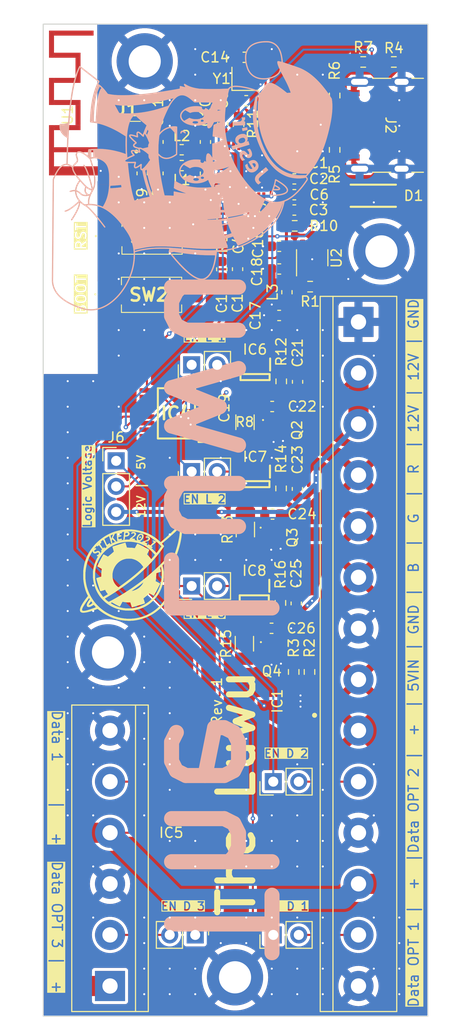
<source format=kicad_pcb>
(kicad_pcb (version 20221018) (generator pcbnew)
  (layers (0 "F.Cu" signal) (1 "In1.Cu" signal) (2 "In2.Cu" signal) (31 "B.Cu" signal) (34 "B.Paste" user) (35 "F.Paste" user) (36 "B.SilkS" user "B.Silkscreen") (37 "F.SilkS" user "F.Silkscreen") (38 "B.Mask" user) (39 "F.Mask" user) (44 "Edge.Cuts" user))
  (net 0 "")
  (net 1 "/MCU/VDD_SPI")
  (net 2 "GND")
  (net 3 "+3V3")
  (net 4 "/MCU/3V3 RF")
  (net 5 "/MCU/MCU_LNA")
  (net 6 "/MCU/ANT_RF")
  (net 7 "/MCU/RESET")
  (net 8 "/MCU/XTAL_P_R")
  (net 9 "/MCU/XTAL_N")
  (net 10 "/MCU/BOOT")
  (net 11 "+5V")
  (net 12 "+12V")
  (net 13 "/MCU/VUSB")
  (net 14 "/Ideal Diode^{TM}/EN")
  (net 19 "PROG_PLUGGED_IN")
  (net 20 "/I{slash}O_B")
  (net 21 "/DATA 1")
  (net 22 "/I{slash}O_R")
  (net 23 "/I{slash}O_G")
  (net 31 "MCU_D-")
  (net 32 "MCU_D+")
  (net 35 "/MCU/XTAL_P")
  (net 36 "/DATA OPT1")
  (net 37 "/DATA OPT2")
  (net 38 "/Level Shifter/IN4")
  (net 39 "/Level Shifter/OUT4")
  (net 41 "/DATA OPT3")
  (net 42 "/Level Shifter/VDD_HIGH")
  (net 44 "Net-(IC6-EN)")
  (net 45 "/I{slash}O_R G DRV")
  (net 46 "Net-(IC7-EN)")
  (net 47 "/I{slash}O_G G DRV")
  (net 48 "Net-(IC8-EN)")
  (net 49 "/I{slash}O_B G DRV")
  (net 50 "/MCU/CC1")
  (net 51 "USB_D+")
  (net 52 "USB_D-")
  (net 54 "/MCU/CC2")
  (net 56 "/LED_R")
  (net 57 "/LED_G")
  (net 58 "/LED_B")
  (net 61 "/LED Driver 1/Driver Out")
  (net 62 "/LED Driver 2/Driver Out")
  (net 63 "/LED Driver 3/Driver Out")
  (net 64 "/LED Driver 1/Gate In")
  (net 65 "/LED Driver 2/Gate In")
  (net 66 "/LED Driver 3/Gate In")
  (net 67 "/MCU/VIN_LDO")
  (net 68 "/MCU/EN")
  (net 69 "5V_IN_TERM")
  (net 70 "DATA 1 OUT")
  (net 71 "DATA OPT3 OUT")
  (net 72 "DATA OPT2 OUT")
  (net 73 "DATA OPT1 OUT")
  (footprint "Capacitor_SMD:C_0603_1608Metric" (layer "F.Cu") (at 89.6035 89.2348)
    (fp_text reference "C22")
    (fp_text value "100nF")
  )
  (footprint "Resistor_SMD:R_0603_1608Metric" (layer "F.Cu") (at 98.6678 54.9712 180)
    (fp_text reference "R7")
    (fp_text value "22k")
  )
  (footprint "SamacSys:PTS636SP50SMTRLFS" (layer "F.Cu") (at 77.6434 72.3392)
    (fp_text reference "SW1")
    (fp_text value "PTS636 SP50" hide)
  )
  (footprint "SamacSys:23370191" (layer "F.Cu") (at 75.184 62.1782)
    (fp_text reference "J1")
    (fp_text value "2337019-1" hide)
  )
  (footprint "Resistor_SMD:R_0603_1608Metric" (layer "F.Cu") (at 95.823 58.3118 90)
    (fp_text reference "R6")
    (fp_text value "5k1")
  )
  (footprint "Capacitor_SMD:C_0603_1608Metric" (layer "F.Cu") (at 90.3094 75.5595 180)
    (fp_text reference "C18")
    (fp_text value "100n")
  )
  (footprint "Resistor_SMD:R_1206_3216Metric" (layer "F.Cu") (at 86.8981 90.7989 -90)
    (fp_text reference "R8")
    (fp_text value "1.5")
  )
  (footprint "Inductor_SMD:L_0603_1608Metric" (layer "F.Cu") (at 80.5941 63.7032 180)
    (fp_text reference "L2")
    (fp_text value "2n2")
  )
  (footprint "Capacitor_SMD:C_0603_1608Metric" (layer "F.Cu") (at 92.1154 97.4322 90)
    (fp_text reference "C23")
    (fp_text value "10uF")
  )
  (footprint "Resistor_SMD:R_0603_1608Metric" (layer "F.Cu") (at 91.8464 71.2724 180)
    (fp_text reference "R10")
    (fp_text value "5k1")
  )
  (footprint "Samacsys 2:SOT95P280X145-5N" (layer "F.Cu") (at 87.8838 96.9572 -90)
    (fp_text reference "IC7")
    (fp_text value "UCC27519DBVR" hide)
  )
  (footprint "Resistor_SMD:R_0603_1608Metric" (layer "F.Cu") (at 90.4237 108.7673 90)
    (fp_text reference "R16")
    (fp_text value "10k")
  )
  (footprint "Package_TO_SOT_SMD:SOT-23-5" (layer "F.Cu") (at 93.5888 74.4419 90)
    (fp_text reference "U2")
    (fp_text value "AP2112K-3.3")
  )
  (footprint "Capacitor_SMD:C_0603_1608Metric" (layer "F.Cu") (at 82.9564 66.053 -90)
    (fp_text reference "C7")
    (fp_text value "100n")
  )
  (footprint "Resistor_SMD:R_0603_1608Metric" (layer "F.Cu") (at 90.4898 97.3822 90)
    (fp_text reference "R14")
    (fp_text value "10k")
  )
  (footprint "Capacitor_SMD:C_0603_1608Metric" (layer "F.Cu") (at 86.842 54.5084 180)
    (fp_text reference "C14")
    (fp_text value "10p")
  )
  (footprint "Package_TO_SOT_SMD:SOT-23-6" (layer "F.Cu") (at 92.267 61.2196 180)
    (fp_text reference "U3")
    (fp_text value "USBLC6-2SC6")
  )
  (footprint "Capacitor_SMD:C_0603_1608Metric" (layer "F.Cu") (at 84.582 75.5904 -90)
    (fp_text reference "C12")
    (fp_text value "100n")
  )
  (footprint "Resistor_SMD:R_1206_3216Metric" (layer "F.Cu") (at 86.9338 101.4691 -90)
    (fp_text reference "R13")
    (fp_text value "1.5")
  )
  (footprint "Inductor_SMD:L_0603_1608Metric" (layer "F.Cu") (at 80.5941 65.278 180)
    (fp_text reference "L1")
    (fp_text value "2n2")
  )
  (footprint "Connector_PinHeader_2.54mm:PinHeader_1x02_P2.54mm_Vertical" (layer "F.Cu") (at 81.5847 107.0864 90)
    (fp_text reference "JP6" hide)
    (fp_text value "Jumper_2_Open")
  )
  (footprint "Capacitor_SMD:C_0603_1608Metric" (layer "F.Cu") (at 90.3094 73.3044 180)
    (fp_text reference "C16")
    (fp_text value "1u")
  )
  (footprint "Capacitor_SMD:C_0603_1608Metric" (layer "F.Cu") (at 78.232 62.9282 90)
    (fp_text reference "C11")
    (fp_text value "3p3")
  )
  (footprint "Connector_PinHeader_2.54mm:PinHeader_1x02_P2.54mm_Vertical" (layer "F.Cu") (at 81.9404 141.7828 -90)
    (fp_text reference "JP3" hide)
    (fp_text value "Jumper_2_Open")
  )
  (footprint "Samacsys 2:SOT95P280X145-5N" (layer "F.Cu") (at 87.8989 86.3084 -90)
    (fp_text reference "IC6")
    (fp_text value "UCC27519DBVR" hide)
  )
  (footprint "Resistor_SMD:R_0603_1608Metric" (layer "F.Cu") (at 91.7448 115.633 90)
    (fp_text reference "R3")
    (fp_text value "20k")
  )
  (footprint "Connector_custom:TerminalBlock_bornier-14_P5.08mm" (layer "F.Cu") (at 98.1964 111.3028 -90)
    (fp_text reference "J11" hide)
    (fp_text value "Screw_Terminal_01x14")
  )
  (footprint "Connector_PinHeader_2.54mm:PinHeader_1x02_P2.54mm_Vertical" (layer "F.Cu") (at 81.5847 95.7072 90)
    (fp_text reference "JP5" hide)
    (fp_text value "Jumper_2_Open")
  )
  (footprint "MountingHole:MountingHole_3.2mm_M3_DIN965_Pad" (layer "F.Cu") (at 73.2536 113.6904)
    (fp_text reference "H1" hide)
    (fp_text value "MountingHole_Pad")
  )
  (footprint "Capacitor_SMD:C_0603_1608Metric" (layer "F.Cu") (at 78.232 66.053 -90)
    (fp_text reference "C8")
    (fp_text value "100n")
  )
  (footprint "Connector_PinHeader_2.54mm:PinHeader_1x02_P2.54mm_Vertical" (layer "F.Cu") (at 89.7128 126.5428 90)
    (fp_text reference "JP2" hide)
    (fp_text value "Jumper_2_Open")
  )
  (footprint "Crystal:Crystal_SMD_2016-4Pin_2.0x1.6mm" (layer "F.Cu") (at 86.9454 56.6508)
    (fp_text reference "Y1")
    (fp_text value "ECS-400-10-37B2-CKM-TR")
  )
  (footprint "Capacitor_SMD:C_0603_1608Metric" (layer "F.Cu") (at 91.8086 65.024)
    (fp_text reference "C1")
    (fp_text value "10u")
  )
  (footprint "Samacsys 2:BUK7D2540EX" (layer "F.Cu") (at 89.7429 91.582)
    (fp_text reference "Q2")
    (fp_text value "BUK7D25-40EX" hide)
  )
  (footprint "MountingHole:MountingHole_3.2mm_M3_DIN965_Pad" (layer "F.Cu") (at 85.9028 145.9992)
    (fp_text reference "H3" hide)
    (fp_text value "MountingHole_Pad")
  )
  (footprint "MountingHole:MountingHole_3.2mm_M3_DIN965_Pad" (layer "F.Cu") (at 76.9112 54.9148)
    (fp_text reference "H4" hide)
    (fp_text value "MountingHole_Pad")
  )
  (footprint "Capacitor_SMD:C_0603_1608Metric" (layer "F.Cu") (at 89.5429 111.2921)
    (fp_text reference "C26")
    (fp_text value "100nF")
  )
  (footprint "Capacitor_SMD:C_0603_1608Metric" (layer "F.Cu") (at 76.6572 66.053 -90)
    (fp_text reference "C9")
    (fp_text value "10u")
  )
  (footprint "Resistor_SMD:R_0603_1608Metric" (layer "F.Cu") (at 93.3826 77.3176)
    (fp_text reference "R1")
    (fp_text value "10k")
  )
  (footprint "Diode_custom:CD214A-B240LR" (layer "F.Cu") (at 99.6696 68.2752)
    (fp_text reference "D1")
    (fp_text value "CD214A-B240LR" hide)
  )
  (footprint "Antennas:2.4GHZ PCB Antenna AN043" (layer "F.Cu") (at 70.1797 59.6032 90)
    (fp_text reference "U1")
    (fp_text value "2.4GHZ_PCB_Antenna_AN043")
  )
  (footprint "Samacsys 2:SOT95P280X145-5N" (layer "F.Cu") (at 87.8179 108.3149 -90)
    (fp_text reference "IC8")
    (fp_text value "UCC27519DBVR" hide)
  )
  (footprint "Resistor_SMD:R_0603_1608Metric" (layer "F.Cu") (at 95.823 63.7154 -90)
    (fp_text reference "R5")
    (fp_text value "5k1")
  )
  (footprint "Connector_USB:USB_C_Receptacle_GCT_USB4105-xx-A_16P_TopMnt_Horizontal" (layer "F.Cu") (at 101.411 61.2704 90)
    (fp_text reference "J2")
    (fp_text value "USB_C_Receptacle_USB2.0")
  )
  (footprint "Capacitor_SMD:C_0603_1608Metric" (layer "F.Cu") (at 86.1568 75.5774 -90)
    (fp_text reference "C15")
    (fp_text value "100n")
  )
  (footprint "Samacsys 2:SOP65P640X120-16N" (layer "F.Cu") (at 80.0691 89.9166 180)
    (fp_text reference "IC4")
    (fp_text value "CD40109BPWR" hide)
  )
  (footprint "Capacitor_SMD:C_0603_1608Metric" (layer "F.Cu") (at 89.6392 99.9344)
    (fp_text reference "C24")
    (fp_text value "100nF")
  )
  (footprint "Resistor_SMD:R_0603_1608Metric" (layer "F.Cu") (at 93.3196 115.633 -90)
    (fp_text reference "R2")
    (fp_text value "100k")
  )
  (footprint "TerminalBlock:TerminalBlock_bornier-6_P5.08mm" (layer "F.Cu") (at 73.4568 146.8628 90)
    (fp_text reference "J4" hide)
    (fp_text value "Screw_Terminal_01x06")
  )
  (footprint "Capacitor_SMD:C_0603_1608Metric" (layer "F.Cu") (at 84.6836 61.1502 90)
    (fp_text reference "C5")
    (fp_text value "100n")
  )
  (footprint "Samacsys 2:BUK7D2540EX" (layer "F.Cu") (at 89.5299 113.6667)
    (fp_text reference "Q4")
    (fp_text value "BUK7D25-40EX" hide)
  )
  (footprint "Samacsys 2:QFN50P500X500X90-33N-D" (layer "F.Cu") (at 87.0204 65.8368)
    (fp_text reference "IC2")
    (fp_text value "ESP32-C3FH4" hide)
  )
  (footprint "Samacsys 2:SOT65P210X110-5N" (layer "F.Cu") (at 79.5528 129.54 180)
    (fp_text reference "IC5")
    (fp_text value "SN74LV1T04DCKRG4" hide)
  )
  (footprint "Connector_PinHeader_2.54mm:PinHeader_1x02_P2.54mm_Vertical" (layer "F.Cu") (at 81.5847 85.09 90)
    (fp_text reference "JP4" hide)
    (fp_text value "Jumper_2_Open")
  )
  (footprint "Inductor_SMD:L_0603_1608Metric" (layer "F.Cu") (at 91.0714 77.871 90)
    (fp_text reference "L3")
    (fp_text value "2n2")
  )
  (footprint "Capacitor_SMD:C_0603_1608Metric" (layer "F.Cu") (at 91.8086 66.5988)
    (fp_text reference "C2")
    (fp_text value "100n")
  )
  (footprint "Capacitor_SMD:C_0603_1608Metric" (layer "F.Cu") (at 90.2964 80.1823 180)
    (fp_text reference "C17")
    (fp_text value "100n")
  )
  (footprint "Capacitor_SMD:C_0603_1608Metric" (layer "F.Cu") (at 91.8086 68.1736)
    (fp_text reference "C6")
    (fp_text value "100n")
  )
  (footprint "Resistor_SMD:R_0603_1608Metric" (layer "F.Cu") (at 90.5049 86.7334 90)
    (fp_text reference "R12")
    (fp_text value "10k")
  )
  (footprint "Samacsys 2:BUK7D2540EX" (layer "F.Cu") (at 89.504 102.2816)
    (fp_text reference "Q3")
    (fp_text value "BUK7D25-40EX" hide)
  )
  (footprint "Connector_PinHeader_2.54mm:PinHeader_1x02_P2.54mm_Vertical" (layer "F.Cu") (at 89.7128 141.7828 90)
    (fp_text reference "JP1" hide)
    (fp_text value "Jumper_2_Open")
  )
  (footprint "Capacitor_SMD:C_0603_1608Metric" (layer "F.Cu") (at 91.9985 108.8173 90)
    (fp_text reference "C25")
    (fp_text value "10uF")
  )
  (footprint "Capacitor_SMD:C_0603_1608Metric" (layer "F.Cu") (at 92.1305 86.7834 90)
    (fp_text reference "C21")
    (fp_text value "10uF")
  )
  (footprint "Resistor_SMD:R_0603_1608Metric" (layer "F.Cu") (at 101.7158 54.9712 180)
    (fp_text reference "R4")
    (fp_text value "15k")
  )
  (footprint "Capacitor_SMD:C_0603_1608Metric" (layer "F.Cu") (at 91.8086 69.6976)
    (fp_text reference "C3")
    (fp_text value "10u")
  )
  (footprint "Resistor_SMD:R_0603_1608Metric" (layer "F.Cu") (at 84.6328 70.5998 90)
    (fp_text reference "R9")
    (fp_text value "5k1")
  )
  (footprint "Capacitor_SMD:C_0603_1608Metric" (layer "F.Cu") (at 82.9564 62.9282 90)
    (fp_text reference "C10")
    (fp_text value "3p3")
  )
  (footprint "Samacsys 2:SON40P200X200X80-11N" (layer "F.Cu") (at 92.422 118.5414 180)
    (fp_text reference "IC1")
    (fp_text value "TPS22953DSQR" hide)
  )
  (footprint "SamacSys:PTS636SP50SMTRLFS" (layer "F.Cu") (at 77.5926 78.1304)
    (fp_text reference "SW2")
    (fp_text value "PTS636 SP50" hide)
  )
  (footprint "Capacitor_SMD:C_0603_1608Metric" (layer "F.Cu") (at 84.8359 92.3036 -90)
    (fp_text reference "C19")
    (fp_text value "100n")
  )
  (footprint "Capacitor_SMD:C_0603_1608Metric" (layer "F.Cu") (at 86.2356 70.6478 -90)
    (fp_text reference "C4")
    (fp_text value "100n")
  )
  (footprint "Connector_PinHeader_2.54mm:PinHeader_1x03_P2.54mm_Vertical" (layer "F.Cu") (at 74.0663 94.6404)
    (fp_text reference "J6")
    (fp_text value "V SEL LS")
  )
  (footprint "Resistor_SMD:R_1206_3216Metric" (layer "F.Cu") (at 86.8375 112.8268 -90)
    (fp_text reference "R15")
    (fp_text value "1.5")
  )
  (footprint "MountingHole:MountingHole_3.2mm_M3_DIN965_Pad" (layer "F.Cu") (at 100.4824 73.8124)
    (fp_text reference "H2" hide)
    (fp_text value "MountingHole_Pad")
  )
  (footprint "Capacitor_SMD:C_0603_1608Metric" (layer "F.Cu") (at 87.0204 58.8264)
    (fp_text reference "C13")
    (fp_text value "10p")
  )
  (footprint "Resistor_SMD:R_0603_1608Metric" (layer "F.Cu") (at 86.2584 61.151 90)
    (fp_text reference "R11")
    (fp_text value "22")
  )
  (gr_poly (pts (xy 77.019907 65.730386) (xy 77.019908 65.730386) (xy 77.019908 65.730385) (xy 77.019909 65.730385)) (stroke (width 0.008043)) (fill solid) (layer "B.SilkS"))
  (gr_poly (pts (xy 88.242262 65.283055) (xy 88.23968 65.253591) (xy 88.235562 65.224161) (xy 88.22991 65.19481) (xy 88.222724 65.165585) (xy 88.214004 65.136529) (xy 88.203752 65.107688) (xy 88.191966 65.079108) (xy 88.178649 65.050834) (xy 88.1638 65.022912) (xy 88.147419 64.995386) (xy 88.129508 64.968301) (xy 88.110066 64.941704) (xy 88.089094 64.91564) (xy 88.066592 64.890153) (xy 88.042561 64.86529) (xy 88.031453 64.854684) (xy 88.019875 64.844379) (xy 88.00786 64.834394) (xy 87.995438 64.824745) (xy 87.98264 64.815451) (xy 87.969495 64.806528) (xy 87.956035 64.797994) (xy 87.942291 64.789866) (xy 87.928293 64.782162) (xy 87.914071 64.7749) (xy 87.899656 64.768096) (xy 87.88508 64.761769) (xy 87.870371 64.755936) (xy 87.855562 64.750615) (xy 87.840682 64.745822) (xy 87.825763 64.741575) (xy 87.806013 64.737011) (xy 87.785211 64.733504) (xy 87.763485 64.731037) (xy 87.740965 64.729595) (xy 87.71778 64.729163) (xy 87.694058 64.729724) (xy 87.66993 64.731264) (xy 87.645523 64.733765) (xy 87.620969 64.737213) (xy 87.596394 64.741592) (xy 87.571929 64.746887) (xy 87.547703 64.75308) (xy 87.523846 64.760158) (xy 87.500485 64.768104) (xy 87.47775 64.776902) (xy 87.455771 64.786537) (xy 87.426741 64.800919) (xy 87.392893 64.819016) (xy 87.356906 64.83923) (xy 87.321457 64.859963) (xy 87.289224 64.879618) (xy 87.262885 64.896596) (xy 87.245117 64.909299) (xy 87.240285 64.913548) (xy 87.239028 64.91506) (xy 87.2386 64.91613) (xy 87.238823 64.917208) (xy 87.239476 64.918971) (xy 87.240538 64.921378) (xy 87.241986 64.92439) (xy 87.245955 64.932068) (xy 87.251206 64.941691) (xy 87.257564 64.952941) (xy 87.264852 64.965501) (xy 87.272893 64.979056) (xy 87.281513 64.993288) (xy 87.479593 65.316791) (xy 87.590265 65.498553) (xy 87.624776 65.556044) (xy 87.638453 65.579768) (xy 87.638706 65.581343) (xy 87.638304 65.582983) (xy 87.63728 65.58468) (xy 87.635666 65.586426) (xy 87.633495 65.588211) (xy 87.6308 65.590028) (xy 87.62397 65.593721) (xy 87.615437 65.597437) (xy 87.605464 65.601106) (xy 87.594312 65.60466) (xy 87.582244 65.60803) (xy 87.569523 65.611149) (xy 87.55641 65.613946) (xy 87.543167 65.616354) (xy 87.530056 65.618304) (xy 87.517341 65.619727) (xy 87.505282 65.620555) (xy 87.494143 65.620718) (xy 87.484184 65.62015) (xy 87.47348 65.618786) (xy 87.462859 65.616914) (xy 87.452324 65.614536) (xy 87.441877 65.611655) (xy 87.431521 65.608272) (xy 87.421257 65.60439) (xy 87.411088 65.600011) (xy 87.401017 65.595137) (xy 87.391044 65.589771) (xy 87.381173 65.583914) (xy 87.371406 65.577569) (xy 87.361745 65.570738) (xy 87.352193 65.563423) (xy 87.342751 65.555626) (xy 87.324207 65.538597) (xy 87.306133 65.519668) (xy 87.288545 65.498856) (xy 87.271463 65.47618) (xy 87.254903 65.451656) (xy 87.238885 65.425302) (xy 87.223425 65.397136) (xy 87.208541 65.367176) (xy 87.194253 65.335439) (xy 87.189091 65.322897) (xy 87.184038 65.30964) (xy 87.174385 65.281496) (xy 87.165541 65.252024) (xy 87.157751 65.222241) (xy 87.151264 65.193163) (xy 87.146324 65.165807) (xy 87.144512 65.153093) (xy 87.143179 65.141191) (xy 87.142357 65.130228) (xy 87.142076 65.120331) (xy 87.142076 65.092105) (xy 87.03148 65.158668) (xy 86.920884 65.225232) (xy 86.919281 65.256934) (xy 86.919192 65.260456) (xy 86.919254 65.264452) (xy 86.919801 65.273687) (xy 86.920869 65.284278) (xy 86.922406 65.295864) (xy 86.924358 65.308084) (xy 86.926672 65.320577) (xy 86.929295 65.332983) (xy 86.932174 65.34494) (xy 86.932176 65.344941) (xy 86.942009 65.380188) (xy 86.953328 65.415437) (xy 86.966055 65.45056) (xy 86.980114 65.485428) (xy 86.995428 65.519912) (xy 87.01192 65.553882) (xy 87.029514 65.58721) (xy 87.048133 65.619766) (xy 87.067699 65.651421) (xy 87.088137 65.682046) (xy 87.10937 65.711513) (xy 87.13132 65.739691) (xy 87.15391 65.766452) (xy 87.177065 65.791667) (xy 87.200708 65.815206) (xy 87.224761 65.836941) (xy 87.246207 65.854394) (xy 87.268264 65.870499) (xy 87.290899 65.88526) (xy 87.31408 65.898682) (xy 87.337772 65.910767) (xy 87.361944 65.921519) (xy 87.386563 65.930943) (xy 87.411595 65.93904) (xy 87.437008 65.945816) (xy 87.462768 65.951274) (xy 87.488844 65.955417) (xy 87.515201 65.95825) (xy 87.541808 65.959775) (xy 87.568631 65.959996) (xy 87.595638 65.958918) (xy 87.622794 65.956543) (xy 87.650069 65.952876) (xy 87.677428 65.94792) (xy 87.704839 65.941678) (xy 87.732269 65.934155) (xy 87.759685 65.925354) (xy 87.787054 65.915278) (xy 87.814343 65.903932) (xy 87.84152 65.891318) (xy 87.843641 65.89023) (xy 87.843641 65.461569) (xy 87.843132 65.461467) (xy 87.842505 65.461162) (xy 87.841766 65.460661) (xy 87.840917 65.459969) (xy 87.838904 65.458028) (xy 87.836496 65.455381) (xy 87.833721 65.452068) (xy 87.830609 65.448129) (xy 87.827188 65.443604) (xy 87.823487 65.438533) (xy 87.819536 65.432956) (xy 87.815362 65.426915) (xy 87.810996 65.420448) (xy 87.806465 65.413597) (xy 87.801799 65.406401) (xy 87.797027 65.3989) (xy 87.792178 65.391135) (xy 87.787279 65.383147) (xy 87.673465 65.196139) (xy 87.607292 65.087555) (xy 87.658213 65.063671) (xy 87.6649 65.060611) (xy 87.671484 65.057756) (xy 87.677983 65.055101) (xy 87.684416 65.052641) (xy 87.690799 65.050372) (xy 87.697153 65.048289) (xy 87.703496 65.046387) (xy 87.709845 65.044662) (xy 87.716219 65.043108) (xy 87.722636 65.041721) (xy 87.729115 65.040496) (xy 87.735674 65.039429) (xy 87.742331 65.038515) (xy 87.749106 65.037749) (xy 87.756015 65.037126) (xy 87.763077 65.036642) (xy 87.763076 65.036644) (xy 87.778774 65.036165) (xy 87.793779 65.036613) (xy 87.808123 65.038007) (xy 87.821836 65.040366) (xy 87.83495 65.04371) (xy 87.841291 65.045758) (xy 87.847495 65.048058) (xy 87.853565 65.050615) (xy 87.859504 65.053429) (xy 87.865316 65.056504) (xy 87.871006 65.059842) (xy 87.876577 65.063445) (xy 87.882034 65.067316) (xy 87.892618 65.075871) (xy 87.902789 65.085525) (xy 87.91258 65.096299) (xy 87.922019 65.10821) (xy 87.93114 65.121279) (xy 87.939973 65.135524) (xy 87.948549 65.150965) (xy 87.953241 65.160775) (xy 87.957238 65.171051) (xy 87.96054 65.181752) (xy 87.96315 65.192839) (xy 87.965069 65.204269) (xy 87.966298 65.216004) (xy 87.966839 65.228002) (xy 87.966694 65.240223) (xy 87.965864 65.252627) (xy 87.964352 65.265174) (xy 87.962157 65.277822) (xy 87.959283 65.290531) (xy 87.955731 65.303262) (xy 87.951502 65.315972) (xy 87.946597 65.328623) (xy 87.941019 65.341174) (xy 87.936124 65.350952) (xy 87.930586 65.361026) (xy 87.924509 65.37127) (xy 87.917998 65.381555) (xy 87.911156 65.391753) (xy 87.904086 65.401736) (xy 87.896891 65.411375) (xy 87.889676 65.420544) (xy 87.882544 65.429114) (xy 87.875599 65.436956) (xy 87.868943 65.443943) (xy 87.862681 65.449947) (xy 87.856916 65.45484) (xy 87.851752 65.458493) (xy 87.847293 65.460779) (xy 87.845359 65.461369) (xy 87.843641 65.461569) (xy 87.843641 65.89023) (xy 87.868551 65.877442) (xy 87.895404 65.862305) (xy 87.922045 65.845913) (xy 87.948442 65.828267) (xy 87.974562 65.809374) (xy 88.000373 65.789235) (xy 88.02584 65.767854) (xy 88.050931 65.745236) (xy 88.074506 65.722127) (xy 88.096538 65.698281) (xy 88.117029 65.673745) (xy 88.135978 65.648563) (xy 88.153387 65.622781) (xy 88.169255 65.596443) (xy 88.183583 65.569596) (xy 88.196372 65.542284) (xy 88.207622 65.514553) (xy 88.217333 65.486448) (xy 88.225505 65.458015) (xy 88.23214 65.429298) (xy 88.237238 65.400344) (xy 88.240798 65.371197) (xy 88.242822 65.341903) (xy 88.24331 65.312507)) (stroke (width 0.008043)) (fill solid) (layer "B.SilkS"))
  (gr_poly (pts (xy 87.337549 63.182403) (xy 87.326282 63.142939) (xy 87.290519 63.024047) (xy 87.253303 62.904702) (xy 87.240219 62.864673) (xy 87.234055 62.848305) (xy 87.233747 62.848137) (xy 87.23323 62.848036) (xy 87.231592 62.848029) (xy 87.229186 62.848276) (xy 87.226055 62.848765) (xy 87.222244 62.849484) (xy 87.217796 62.850424) (xy 87.20717 62.85292) (xy 87.194528 62.856166) (xy 87.180224 62.860075) (xy 87.16461 62.864558) (xy 87.148039 62.86953) (xy 87.116034 62.879167) (xy 87.08958 62.886814) (xy 87.071423 62.891698) (xy 87.066315 62.892863) (xy 87.064904 62.893084) (xy 87.064312 62.893048) (xy 87.064275 62.892892) (xy 87.064331 62.892593) (xy 87.064715 62.891583) (xy 87.065445 62.890048) (xy 87.066505 62.888018) (xy 87.069542 62.882589) (xy 87.073685 62.875531) (xy 87.078795 62.867079) (xy 87.084731 62.857468) (xy 87.091352 62.846933) (xy 87.098518 62.83571) (xy 87.107494 62.821343) (xy 87.115741 62.807253) (xy 87.123279 62.793365) (xy 87.130129 62.779608) (xy 87.136311 62.765909) (xy 87.141847 62.752194) (xy 87.146756 62.73839) (xy 87.151061 62.724425) (xy 87.154781 62.710226) (xy 87.157938 62.695719) (xy 87.160553 62.680832) (xy 87.162645 62.665492) (xy 87.164236 62.649626) (xy 87.165347 62.633161) (xy 87.165998 62.616024) (xy 87.166211 62.598142) (xy 87.16601 62.581343) (xy 87.165396 62.565074) (xy 87.164351 62.549264) (xy 87.162855 62.53384) (xy 87.160891 62.518731) (xy 87.158439 62.503866) (xy 87.155482 62.489172) (xy 87.152002 62.474578) (xy 87.147978 62.460013) (xy 87.143394 62.445404) (xy 87.138231 62.430681) (xy 87.13247 62.41577) (xy 87.126093 62.400601) (xy 87.119081 62.385103) (xy 87.111416 62.369202) (xy 87.10308 62.352829) (xy 87.091363 62.331821) (xy 87.078663 62.311803) (xy 87.065001 62.292781) (xy 87.050399 62.274759) (xy 87.03488 62.257741) (xy 87.018466 62.241733) (xy 87.001178 62.226738) (xy 86.983039 62.212761) (xy 86.964071 62.199808) (xy 86.944297 62.187882) (xy 86.923737 62.176989) (xy 86.902414 62.167133) (xy 86.880351 62.158318) (xy 86.857569 62.150549) (xy 86.834091 62.143831) (xy 86.809938 62.138169) (xy 86.785133 62.133567) (xy 86.759698 62.13003) (xy 86.733655 62.127561) (xy 86.707026 62.126167) (xy 86.679833 62.125852) (xy 86.652098 62.12662) (xy 86.623843 62.128476) (xy 86.595091 62.131424) (xy 86.565863 62.13547) (xy 86.536182 62.140617) (xy 86.50607 62.146871) (xy 86.475548 62.154236) (xy 86.444639 62.162717) (xy 86.413366 62.172318) (xy 86.381749 62.183044) (xy 86.349812 62.194899) (xy 86.313343 62.210023) (xy 86.278115 62.226659) (xy 86.244188 62.244745) (xy 86.211624 62.264223) (xy 86.180484 62.285032) (xy 86.15083 62.307112) (xy 86.122723 62.330404) (xy 86.096226 62.354848) (xy 86.071398 62.380384) (xy 86.048303 62.406952) (xy 86.027001 62.434491) (xy 86.007554 62.462943) (xy 85.990024 62.492247) (xy 85.974471 62.522344) (xy 85.960958 62.553173) (xy 85.949546 62.584675) (xy 85.945752 62.597806) (xy 85.942434 62.612272) (xy 85.939592 62.627897) (xy 85.937229 62.644503) (xy 85.935346 62.661911) (xy 85.933946 62.679945) (xy 85.93303 62.698425) (xy 85.9326 62.717175) (xy 85.932658 62.736016) (xy 85.933204 62.754771) (xy 85.934242 62.773261) (xy 85.935773 62.79131) (xy 85.937799 62.808739) (xy 85.940321 62.82537) (xy 85.943341 62.841026) (xy 85.946862 62.855529) (xy 85.95368 62.87853) (xy 85.961428 62.900857) (xy 85.97008 62.922472) (xy 85.979606 62.943341) (xy 85.989981 62.963428) (xy 86.001176 62.982697) (xy 86.013164 63.001112) (xy 86.025917 63.018638) (xy 86.039409 63.03524) (xy 86.053612 63.050881) (xy 86.068498 63.065525) (xy 86.08404 63.079138) (xy 86.100211 63.091684) (xy 86.116983 63.103126) (xy 86.134328 63.113429) (xy 86.15222 63.122558) (xy 86.163574 63.127974) (xy 86.17417 63.133185) (xy 86.183775 63.138065) (xy 86.192157 63.142491) (xy 86.199084 63.146335) (xy 86.204324 63.149473) (xy 86.207645 63.15178) (xy 86.208513 63.152582) (xy 86.208815 63.15313) (xy 86.207122 63.154059) (xy 86.202118 63.155983) (xy 86.182855 63.162596) (xy 86.112044 63.185393) (xy 86.007215 63.218105) (xy 85.879198 63.257313) (xy 85.751251 63.296551) (xy 85.646603 63.329345) (xy 85.576046 63.352264) (xy 85.556923 63.358948) (xy 85.550368 63.361876) (xy 85.554848 63.376914) (xy 85.566435 63.414603) (xy 85.603875 63.535188) (xy 85.603875 63.535191) (xy 85.641919 63.655513) (xy 85.654167 63.692917) (xy 85.659466 63.707606) (xy 85.659951 63.707942) (xy 85.660777 63.708148) (xy 85.661992 63.708209) (xy 85.663649 63.708109) (xy 85.668492 63.707371) (xy 85.675712 63.705814) (xy 85.685719 63.703319) (xy 85.69892 63.699765) (xy 85.715724 63.695034) (xy 85.736539 63.689007) (xy 85.791835 63.672584) (xy 85.868074 63.649542) (xy 85.968523 63.618924) (xy 86.096446 63.579776) (xy 86.488988 63.459733) (xy 86.488988 63.059049) (xy 86.474171 63.058942) (xy 86.459847 63.058076) (xy 86.445956 63.056454) (xy 86.432437 63.054075) (xy 86.419228 63.050942) (xy 86.40627 63.047054) (xy 86.3935 63.042414) (xy 86.380859 63.037022) (xy 86.370739 63.032316) (xy 86.361531 63.027859) (xy 86.353153 63.023581) (xy 86.345525 63.019412) (xy 86.338564 63.01528) (xy 86.332189 63.011117) (xy 86.326319 63.006852) (xy 86.320874 63.002414) (xy 86.315771 62.997734) (xy 86.31093 62.992741) (xy 86.306268 62.987365) (xy 86.301706 62.981536) (xy 86.297162 62.975183) (xy 86.292554 62.968237) (xy 86.287801 62.960626) (xy 86.282822 62.952281) (xy 86.275471 62.938898) (xy 86.268955 62.925281) (xy 86.263278 62.911459) (xy 86.258441 62.897463) (xy 86.254446 62.883322) (xy 86.251295 62.869067) (xy 86.248991 62.854728) (xy 86.247536 62.840334) (xy 86.246932 62.825916) (xy 86.247181 62.811504) (xy 86.248285 62.797128) (xy 86.250247 62.782818) (xy 86.253067 62.768603) (xy 86.25675 62.754514) (xy 86.261296 62.740581) (xy 86.266708 62.726834) (xy 86.266705 62.726836) (xy 86.271036 62.717517) (xy 86.276008 62.708258) (xy 86.281604 62.699071) (xy 86.287805 62.689966) (xy 86.294594 62.680953) (xy 86.301953 62.672043) (xy 86.309866 62.663245) (xy 86.318314 62.654571) (xy 86.327279 62.64603) (xy 86.336744 62.637632) (xy 86.346691 62.62939) (xy 86.357103 62.621311) (xy 86.367962 62.613408) (xy 86.379251 62.60569) (xy 86.403045 62.590851) (xy 86.428345 62.576877) (xy 86.455009 62.563852) (xy 86.482898 62.551858) (xy 86.511868 62.540977) (xy 86.54178 62.531294) (xy 86.572491 62.522889) (xy 86.603862 62.515847) (xy 86.635751 62.510251) (xy 86.651836 62.508159) (xy 86.667574 62.506786) (xy 86.682952 62.506123) (xy 86.69796 62.50616) (xy 86.712589 62.50689) (xy 86.726826 62.508302) (xy 86.740662 62.510388) (xy 86.754085 62.513139) (xy 86.767086 62.516546) (xy 86.779653 62.520599) (xy 86.791776 62.525291) (xy 86.803444 62.530611) (xy 86.814647 62.53655) (xy 86.825373 62.543101) (xy 86.835613 62.550253) (xy 86.845356 62.557998) (xy 86.85459 62.566326) (xy 86.863306 62.575229) (xy 86.871493 62.584698) (xy 86.87914 62.594723) (xy 86.886236 62.605296) (xy 86.892771 62.616408) (xy 86.898734 62.628049) (xy 86.904114 62.64021) (xy 86.908902 62.652884) (xy 86.913085 62.666059) (xy 86.916654 62.679729) (xy 86.919598 62.693882) (xy 86.921907 62.708512) (xy 86.923569 62.723607) (xy 86.924574 62.739161) (xy 86.924911 62.755162) (xy 86.924849 62.762303) (xy 86.924652 62.769064) (xy 86.924307 62.775498) (xy 86.923801 62.78166) (xy 86.92312 62.787604) (xy 86.922251 62.793385) (xy 86.92118 62.799055) (xy 86.919894 62.80467) (xy 86.918379 62.810284) (xy 86.916621 62.815951) (xy 86.914608 62.821724) (xy 86.912326 62.827658) (xy 86.90976 62.833808) (xy 86.906898 62.840227) (xy 86.903727 62.846969) (xy 86.900232 62.854089) (xy 86.891902 62.869626) (xy 86.887461 62.87708) (xy 86.882822 62.884332) (xy 86.877975 62.89139) (xy 86.872911 62.898261) (xy 86.867619 62.904949) (xy 86.862091 62.911464) (xy 86.856315 62.917809) (xy 86.850283 62.923994) (xy 86.843984 62.930023) (xy 86.837408 62.935904) (xy 86.830545 62.941643) (xy 86.823387 62.947246) (xy 86.815922 62.952721) (xy 86.808141 62.958074) (xy 86.800034 62.963312) (xy 86.791591 62.96844) (xy 86.773659 62.978396) (xy 86.754264 62.987995) (xy 86.733329 62.99729) (xy 86.710775 63.006333) (xy 86.686522 63.015177) (xy 86.660491 63.023874) (xy 86.632604 63.032478) (xy 86.611645 63.038476) (xy 86.591668 63.043707) (xy 86.57261 63.048173) (xy 86.554412 63.051873) (xy 86.537011 63.05481) (xy 86.520347 63.056984) (xy 86.50436 63.058397) (xy 86.488988 63.059049) (xy 86.488988 63.459733) (xy 87.154144 63.256323) (xy 87.285394 63.215937) (xy 87.325786 63.203197) (xy 87.341171 63.197979)) (stroke (width 0.008043)) (fill solid) (layer "B.SilkS"))
  (gr_poly (pts (xy 89.21208 65.713261) (xy 89.204096 65.702476) (xy 89.177317 65.668628) (xy 89.140338 65.62343) (xy 89.098222 65.572906) (xy 89.056028 65.52308) (xy 89.018819 65.479975) (xy 88.991655 65.449616) (xy 88.983421 65.441099) (xy 88.979596 65.438027) (xy 88.97757 65.43894) (xy 88.973308 65.441731) (xy 88.958556 65.452563) (xy 88.9363 65.469758) (xy 88.907498 65.492552) (xy 88.873107 65.520182) (xy 88.834086 65.551883) (xy 88.791394 65.586893) (xy 88.745987 65.624446) (xy 88.34018 65.961451) (xy 88.235327 66.0502) (xy 88.190127 66.089994) (xy 88.149374 66.127191) (xy 88.11279 66.16213) (xy 88.080099 66.195155) (xy 88.051022 66.226605) (xy 88.025283 66.256822) (xy 88.002603 66.286148) (xy 87.982705 66.314923) (xy 87.965311 66.34349) (xy 87.950144 66.372189) (xy 87.936927 66.401362) (xy 87.925381 66.431349) (xy 87.915229 66.462493) (xy 87.906195 66.495135) (xy 87.903547 66.506314) (xy 87.90113 66.51818) (xy 87.898949 66.53061) (xy 87.897013 66.543484) (xy 87.893901 66.570072) (xy 87.891848 66.596972) (xy 87.890909 66.623206) (xy 87.890874 66.63577) (xy 87.891139 66.647802) (xy 87.891709 66.659181) (xy 87.892592 66.669784) (xy 87.893795 66.67949) (xy 87.895324 66.688178) (xy 87.895324 66.688181) (xy 87.900308 66.710549) (xy 87.905828 66.732326) (xy 87.911909 66.75356) (xy 87.918575 66.774299) (xy 87.925849 66.79459) (xy 87.933755 66.814481) (xy 87.942318 66.83402) (xy 87.951562 66.853255) (xy 87.96151 66.872233) (xy 87.972186 66.891001) (xy 87.983614 66.909609) (xy 87.995819 66.928103) (xy 88.008824 66.94653) (xy 88.022653 66.96494) (xy 88.03733 66.983379) (xy 88.05288 67.001895) (xy 88.062187 67.012507) (xy 88.071732 67.023011) (xy 88.081477 67.033374) (xy 88.091382 67.04356) (xy 88.101408 67.053536) (xy 88.111515 67.063265) (xy 88.121665 67.072715) (xy 88.131817 67.081849) (xy 88.141934 67.090633) (xy 88.151975 67.099033) (xy 88.161902 67.107014) (xy 88.171674 67.114541) (xy 88.181254 67.121579) (xy 88.190601 67.128094) (xy 88.199677 67.134051) (xy 88.208442 67.139416) (xy 88.241237 67.158707) (xy 88.373329 67.048875) (xy 88.424619 67.005947) (xy 88.46662 66.970255) (xy 88.495 66.945521) (xy 88.502727 66.938425) (xy 88.505423 66.935464) (xy 88.505373 66.935261) (xy 88.505227 66.935024) (xy 88.504986 66.934754) (xy 88.504653 66.934452) (xy 88.503721 66.933755) (xy 88.502448 66.932944) (xy 88.500856 66.932027) (xy 88.498962 66.931013) (xy 88.496787 66.929911) (xy 88.494349 66.928732) (xy 88.491669 66.927483) (xy 88.488765 66.926174) (xy 88.485657 66.924815) (xy 88.482363 66.923414) (xy 88.475299 66.920523) (xy 88.471566 66.919052) (xy 88.467726 66.917576) (xy 88.457406 66.913534) (xy 88.447578 66.90942) (xy 88.438192 66.905199) (xy 88.4292 66.900839) (xy 88.420553 66.896304) (xy 88.412202 66.891562) (xy 88.404098 66.886578) (xy 88.396193 66.881319) (xy 88.388437 66.875751) (xy 88.380783 66.869841) (xy 88.37318 66.863554) (xy 88.36558 66.856856) (xy 88.357934 66.849715) (xy 88.350194 66.842096) (xy 88.34231 66.833965) (xy 88.334234 66.82529) (xy 88.323874 66.813755) (xy 88.314542 66.802905) (xy 88.306191 66.792622) (xy 88.298771 66.782784) (xy 88.292231 66.773273) (xy 88.286524 66.763968) (xy 88.281599 66.754752) (xy 88.277407 66.745503) (xy 88.273899 66.736102) (xy 88.271025 66.72643) (xy 88.268737 66.716367) (xy 88.266983 66.705793) (xy 88.265717 66.69459) (xy 88.264887 66.682636) (xy 88.264445 66.669814) (xy 88.264341 66.656003) (xy 88.264598 66.638033) (xy 88.265279 66.622574) (xy 88.265809 66.615634) (xy 88.266479 66.609141) (xy 88.267302 66.603033) (xy 88.26829 66.597251) (xy 88.269453 66.591734) (xy 88.270804 66.586421) (xy 88.272355 66.581253) (xy 88.274116 66.576169) (xy 88.2761 66.571108) (xy 88.278319 66.56601) (xy 88.280783 66.560814) (xy 88.283504 66.555461) (xy 88.292318 66.53927) (xy 88.301736 66.523572) (xy 88.3123 66.507859) (xy 88.318182 66.499839) (xy 88.324553 66.491624) (xy 88.331481 66.483152) (xy 88.339035 66.47436) (xy 88.35629 66.455558) (xy 88.376859 66.434711) (xy 88.401284 66.411312) (xy 88.430108 66.384854) (xy 88.463872 66.354828) (xy 88.503119 66.320727) (xy 88.54839 66.282044) (xy 88.600228 66.238271) (xy 88.659175 66.1889) (xy 88.800562 66.071337) (xy 88.962457 65.936445) (xy 89.094677 65.825041) (xy 89.183603 65.748688) (xy 89.207575 65.72727) (xy 89.215616 65.71895)) (stroke (width 0.008043)) (fill solid) (layer "B.SilkS"))
  (gr_poly (pts (xy 80.996805 62.009504) (xy 80.996353 62.006628) (xy 80.995602 62.00363) (xy 80.994555 62.000513) (xy 80.993213 61.997279) (xy 80.991579 61.993929) (xy 80.989656 61.990466) (xy 80.987444 61.986892) (xy 80.984948 61.983209) (xy 80.982168 61.979419) (xy 80.975767 61.971529) (xy 80.96826 61.963237) (xy 80.959665 61.954562) (xy 80.949998 61.945521) (xy 80.939279 61.93613) (xy 80.927525 61.926407) (xy 80.914753 61.91637) (xy 80.900981 61.906035) (xy 80.886228 61.895419) (xy 80.87051 61.884541) (xy 80.853845 61.873416) (xy 80.833928 61.86083) (xy 80.814378 61.849447) (xy 80.7952 61.839269) (xy 80.776399 61.830296) (xy 80.757981 61.822531) (xy 80.73995 61.815973) (xy 80.722313 61.810624) (xy 80.705075 61.806486) (xy 80.68824 61.803559) (xy 80.671815 61.801844) (xy 80.655804 61.801343) (xy 80.640213 61.802056) (xy 80.625048 61.803985) (xy 80.610313 61.807131) (xy 80.596014 61.811495) (xy 80.582156 61.817078) (xy 80.576583 61.81979) (xy 80.571065 61.822833) (xy 80.565607 61.826197) (xy 80.560216 61.829873) (xy 80.554898 61.833851) (xy 80.549659 61.83812) (xy 80.544505 61.842671) (xy 80.539441 61.847493) (xy 80.534474 61.852577) (xy 80.52961 61.857913) (xy 80.524854 61.863491) (xy 80.520213 61.869302) (xy 80.515692 61.875334) (xy 80.511298 61.881578) (xy 80.502914 61.894663) (xy 80.495108 61.908478) (xy 80.487927 61.922943) (xy 80.48142 61.937979) (xy 80.475634 61.953506) (xy 80.470618 61.969444) (xy 80.466418 61.985715) (xy 80.46464 61.993951) (xy 80.463083 62.002239) (xy 80.461755 62.010571) (xy 80.460661 62.018937) (xy 80.460054 62.024493) (xy 80.459595 62.029552) (xy 80.459298 62.034156) (xy 80.459175 62.038353) (xy 80.459238 62.042187) (xy 80.459501 62.045703) (xy 80.459975 62.048946) (xy 80.460674 62.051962) (xy 80.461611 62.054795) (xy 80.462796 62.057491) (xy 80.464245 62.060095) (xy 80.465968 62.062652) (xy 80.467979 62.065208) (xy 80.47029 62.067807) (xy 80.472914 62.070494) (xy 80.475863 62.073315) (xy 80.475863 62.073317) (xy 80.478028 62.075242) (xy 80.48027 62.077057) (xy 80.482585 62.078763) (xy 80.484968 62.080358) (xy 80.487414 62.081842) (xy 80.489919 62.083215) (xy 80.492479 62.084477) (xy 80.495088 62.085628) (xy 80.497742 62.086667) (xy 80.500437 62.087593) (xy 80.50593 62.089108) (xy 80.511531 62.090171) (xy 80.517201 62.090779) (xy 80.522906 62.09093) (xy 80.528608 62.090621) (xy 80.534271 62.089849) (xy 80.537076 62.08929) (xy 80.539858 62.088613) (xy 80.542611 62.08782) (xy 80.545332 62.08691) (xy 80.548015 62.085883) (xy 80.550656 62.084738) (xy 80.553251 62.083475) (xy 80.555795 62.082093) (xy 80.558283 62.080593) (xy 80.560711 62.078974) (xy 80.561711 62.078232) (xy 80.56272 62.077397) (xy 80.564763 62.07546) (xy 80.566831 62.073183) (xy 80.568915 62.070582) (xy 80.571006 62.067675) (xy 80.573093 62.064481) (xy 80.575167 62.061018) (xy 80.577219 62.057303) (xy 80.579239 62.053354) (xy 80.581218 62.049188) (xy 80.583147 62.044825) (xy 80.585015 62.040281) (xy 80.586813 62.035575) (xy 80.588532 62.030724) (xy 80.590163 62.025747) (xy 80.591695 62.02066) (xy 80.59524 62.008866) (xy 80.598816 61.998003) (xy 80.60244 61.988048) (xy 80.606133 61.978978) (xy 80.609911 61.970768) (xy 80.613793 61.963396) (xy 80.617798 61.956837) (xy 80.621945 61.951069) (xy 80.626251 61.946067) (xy 80.630736 61.941809) (xy 80.635418 61.93827) (xy 80.640314 61.935428) (xy 80.645444 61.933258) (xy 80.650827 61.931737) (xy 80.65648 61.930842) (xy 80.662421 61.930548) (xy 80.669597 61.930998) (xy 80.677602 61.932322) (xy 80.686369 61.934488) (xy 80.695834 61.937461) (xy 80.705932 61.941207) (xy 80.716597 61.945692) (xy 80.727764 61.950882) (xy 80.739369 61.956742) (xy 80.751345 61.963238) (xy 80.763628 61.970337) (xy 80.776152 61.978003) (xy 80.788853 61.986203) (xy 80.801664 61.994903) (xy 80.814521 62.004068) (xy 80.827359 62.013665) (xy 80.840112 62.023658) (xy 80.865245 62.043684) (xy 80.875683 62.051808) (xy 80.884897 62.058763) (xy 80.893034 62.064613) (xy 80.900238 62.069427) (xy 80.906657 62.073271) (xy 80.912436 62.07621) (xy 80.917722 62.078313) (xy 80.920225 62.079071) (xy 80.92266 62.079644) (xy 80.925044 62.080042) (xy 80.927396 62.080272) (xy 80.932078 62.080262) (xy 80.93685 62.079681) (xy 80.94186 62.078595) (xy 80.947252 62.077072) (xy 80.953173 62.075178) (xy 80.958848 62.073143) (xy 80.964085 62.070922) (xy 80.966542 62.069737) (xy 80.968893 62.0685) (xy 80.97114 62.06721) (xy 80.973283 62.065864) (xy 80.975324 62.06446) (xy 80.977265 62.062998) (xy 80.979106 62.061474) (xy 80.980848 62.059888) (xy 80.982494 62.058238) (xy 80.984043 62.056521) (xy 80.985498 62.054736) (xy 80.986859 62.052882) (xy 80.988129 62.050956) (xy 80.989307 62.048956) (xy 80.990396 62.046881) (xy 80.991396 62.04473) (xy 80.992309 62.042499) (xy 80.993137 62.040188) (xy 80.993879 62.037795) (xy 80.994538 62.035318) (xy 80.995115 62.032754) (xy 80.995611 62.030103) (xy 80.996028 62.027363) (xy 80.996365 62.024531) (xy 80.99681 62.018587) (xy 80.996957 62.012256)) (stroke (width 0.008043)) (fill solid) (layer "B.SilkS"))
  (gr_poly (pts (xy 77.337209 63.010721) (xy 77.337113 63.009573) (xy 77.336956 63.008465) (xy 77.336743 63.007401) (xy 77.336475 63.006389) (xy 77.336158 63.005433) (xy 77.335793 63.00454) (xy 77.335384 63.003716) (xy 77.334935 63.002967) (xy 77.334448 63.002298) (xy 77.333926 63.001716) (xy 77.333374 63.001226) (xy 77.333088 63.001018) (xy 77.332795 63.000835) (xy 77.332495 63.000678) (xy 77.33219 63.000548) (xy 77.33188 63.000446) (xy 77.331565 63.000372) (xy 77.331245 63.000327) (xy 77.330922 63.000312) (xy 77.330597 63.000332) (xy 77.330277 63.000392) (xy 77.329962 63.000491) (xy 77.329651 63.000628) (xy 77.329346 63.000802) (xy 77.329046 63.001011) (xy 77.328753 63.001256) (xy 77.328466 63.001535) (xy 77.328186 63.001846) (xy 77.327914 63.002189) (xy 77.327649 63.002564) (xy 77.327393 63.002968) (xy 77.327145 63.003401) (xy 77.326906 63.003862) (xy 77.326677 63.00435) (xy 77.326457 63.004864) (xy 77.326247 63.005403) (xy 77.326048 63.005966) (xy 77.32586 63.006552) (xy 77.325684 63.00716) (xy 77.325519 63.007789) (xy 77.325366 63.008437) (xy 77.325227 63.009105) (xy 77.3251 63.009791) (xy 77.324986 63.010494) (xy 77.324886 63.011213) (xy 77.324801 63.011947) (xy 77.32473 63.012695) (xy 77.324674 63.013456) (xy 77.324634 63.014229) (xy 77.32461 63.015014) (xy 77.324601 63.015808) (xy 77.324634 63.017366) (xy 77.32473 63.018841) (xy 77.324887 63.020226) (xy 77.3251 63.021516) (xy 77.325367 63.022705) (xy 77.325685 63.023786) (xy 77.32605 63.024755) (xy 77.326458 63.025604) (xy 77.326908 63.026328) (xy 77.327147 63.026642) (xy 77.327395 63.026922) (xy 77.327651 63.027167) (xy 77.327916 63.027378) (xy 77.328188 63.027553) (xy 77.328468 63.027692) (xy 77.328755 63.027793) (xy 77.329048 63.027856) (xy 77.329347 63.027881) (xy 77.329652 63.027867) (xy 77.329963 63.027812) (xy 77.330278 63.027716) (xy 77.330598 63.027578) (xy 77.330922 63.027399) (xy 77.331245 63.027183) (xy 77.331565 63.026941) (xy 77.33188 63.026672) (xy 77.33219 63.026378) (xy 77.332495 63.026059) (xy 77.332795 63.025718) (xy 77.333374 63.024968) (xy 77.333926 63.024137) (xy 77.334448 63.023233) (xy 77.334935 63.022263) (xy 77.335384 63.021236) (xy 77.335793 63.020159) (xy 77.336158 63.01904) (xy 77.336475 63.017888) (xy 77.336743 63.01671) (xy 77.336956 63.015515) (xy 77.337113 63.014309) (xy 77.337209 63.013102) (xy 77.337242 63.011901)) (stroke (width 0.008043)) (fill solid) (layer "B.SilkS"))
  (gr_poly (pts (xy 77.272746 64.227495) (xy 77.27264 64.226102) (xy 77.272456 64.224756) (xy 77.272198 64.223464) (xy 77.27187 64.222235) (xy 77.271476 64.221074) (xy 77.27102 64.21999) (xy 77.270508 64.218989) (xy 77.269942 64.218079) (xy 77.269328 64.217266) (xy 77.268669 64.216559) (xy 77.268324 64.216247) (xy 77.267969 64.215964) (xy 77.267605 64.215712) (xy 77.267233 64.215489) (xy 77.266853 64.215299) (xy 77.266465 64.215141) (xy 77.26607 64.215017) (xy 77.265669 64.214927) (xy 77.265262 64.214872) (xy 77.264849 64.214854) (xy 77.263125 64.214868) (xy 77.261631 64.214922) (xy 77.26097 64.214971) (xy 77.260366 64.215038) (xy 77.25982 64.215124) (xy 77.259332 64.215233) (xy 77.258901 64.215367) (xy 77.258527 64.215528) (xy 77.258211 64.215719) (xy 77.257952 64.215942) (xy 77.257751 64.216199) (xy 77.257607 64.216494) (xy 77.257521 64.216829) (xy 77.257492 64.217205) (xy 77.257521 64.217626) (xy 77.257607 64.218094) (xy 77.257751 64.218611) (xy 77.257952 64.21918) (xy 77.258211 64.219804) (xy 77.258527 64.220484) (xy 77.258901 64.221223) (xy 77.259332 64.222023) (xy 77.260366 64.223819) (xy 77.261631 64.225891) (xy 77.263125 64.228258) (xy 77.264849 64.23094) (xy 77.266035 64.232749) (xy 77.267098 64.234307) (xy 77.268045 64.235614) (xy 77.268883 64.236667) (xy 77.269263 64.237098) (xy 77.269617 64.237465) (xy 77.269948 64.237768) (xy 77.270255 64.238006) (xy 77.27054 64.23818) (xy 77.270804 64.238289) (xy 77.271046 64.238333) (xy 77.271268 64.238312) (xy 77.271472 64.238225) (xy 77.271656 64.238073) (xy 77.271824 64.237854) (xy 77.271974 64.23757) (xy 77.272109 64.237219) (xy 77.272228 64.236802) (xy 77.272333 64.236319) (xy 77.272425 64.235768) (xy 77.272571 64.234465) (xy 77.272673 64.232892) (xy 77.272737 64.231047) (xy 77.27277 64.228929)) (stroke (width 0.008043)) (fill solid) (layer "B.SilkS"))
  (gr_poly (pts (xy 95.595167 59.181302) (xy 95.585671 59.014746) (xy 95.570598 58.856151) (xy 95.549952 58.705877) (xy 95.53651 58.622132) (xy 95.428473 58.456534) (xy 95.306717 58.273182) (xy 95.184113 58.095074) (xy 95.060677 57.922228) (xy 94.936426 57.754664) (xy 94.811375 57.592399) (xy 94.685541 57.435451) (xy 94.55894 57.283838) (xy 94.431589 57.13758) (xy 94.303503 56.996694) (xy 94.174698 56.861198) (xy 94.045192 56.731111) (xy 93.915001 56.606451) (xy 93.78414 56.487236) (xy 93.652625 56.373484) (xy 93.520474 56.265214) (xy 93.387702 56.162444) (xy 93.26231 56.071599) (xy 93.13161 55.983365) (xy 92.997125 55.898605) (xy 92.860377 55.818185) (xy 92.722889 55.742967) (xy 92.586183 55.673817) (xy 92.451782 55.611598) (xy 92.385922 55.583359) (xy 92.321209 55.557176) (xy 92.022468 55.449431) (xy 91.558709 55.290254) (xy 91.08327 55.131545) (xy 90.749489 55.025204) (xy 90.734765 55.020659) (xy 90.720678 55.015974) (xy 90.707561 55.011283) (xy 90.695747 55.00672) (xy 90.685569 55.002421) (xy 90.677362 54.99852) (xy 90.674102 54.99676) (xy 90.671459 54.99515) (xy 90.669475 54.993706) (xy 90.668192 54.992446) (xy 90.667728 54.99175) (xy 90.667256 54.990828) (xy 90.66629 54.988333) (xy 90.665302 54.985014) (xy 90.6643 54.980924) (xy 90.66329 54.976115) (xy 90.66228 54.970638) (xy 90.660291 54.957891) (xy 90.65839 54.943101) (xy 90.656636 54.926685) (xy 90.655089 54.909062) (xy 90.653807 54.890648) (xy 90.645062 54.780636) (xy 90.632042 54.665672) (xy 90.6152 54.548183) (xy 90.594987 54.430597) (xy 90.571856 54.315344) (xy 90.546258 54.204851) (xy 90.518646 54.101547) (xy 90.489471 54.007859) (xy 90.45089 53.90169) (xy 90.408815 53.800859) (xy 90.363249 53.705369) (xy 90.314192 53.615222) (xy 90.261647 53.530418) (xy 90.205615 53.450961) (xy 90.146099 53.376851) (xy 90.0831 53.308091) (xy 90.016619 53.244683) (xy 89.946659 53.186628) (xy 89.873222 53.133928) (xy 89.796309 53.086585) (xy 89.715922 53.044601) (xy 89.632063 53.007978) (xy 89.544734 52.976718) (xy 89.453936 52.950822) (xy 89.396241 52.936905) (xy 89.344474 52.925919) (xy 89.319796 52.921424) (xy 89.295378 52.91754) (xy 89.270813 52.914227) (xy 89.245694 52.911445) (xy 89.219614 52.909153) (xy 89.192165 52.907312) (xy 89.131534 52.904818) (xy 89.060543 52.90364) (xy 88.975933 52.903455) (xy 88.851922 52.905415) (xy 88.73252 52.910783) (xy 88.617239 52.91962) (xy 88.505593 52.931989) (xy 88.397093 52.947954) (xy 88.291253 52.967576) (xy 88.187586 52.990918) (xy 88.085603 53.018042) (xy 88.030291 53.034239) (xy 87.981287 53.049419) (xy 87.936901 53.064223) (xy 87.895446 53.079292) (xy 87.855236 53.095269) (xy 87.814582 53.112794) (xy 87.771798 53.13251) (xy 87.725195 53.155057) (xy 87.693382 53.171063) (xy 87.662577 53.187246) (xy 87.632716 53.203652) (xy 87.603734 53.220326) (xy 87.575569 53.237315) (xy 87.548156 53.254664) (xy 87.521432 53.272419) (xy 87.495332 53.290624) (xy 87.469794 53.309327) (xy 87.444752 53.328571) (xy 87.420143 53.348404) (xy 87.395904 53.36887) (xy 87.371969 53.390016) (xy 87.348277 53.411887) (xy 87.324762 53.434528) (xy 87.301361 53.457985) (xy 87.275208 53.484999) (xy 87.252855 53.50885) (xy 87.233259 53.530831) (xy 87.224168 53.541525) (xy 87.215375 53.552237) (xy 87.20675 53.563128) (xy 87.198162 53.57436) (xy 87.180575 53.598494) (xy 87.161573 53.625934) (xy 87.140111 53.657973) (xy 87.117755 53.693007) (xy 87.096396 53.729116) (xy 87.076046 53.766263) (xy 87.056717 53.804412) (xy 87.038423 53.843525) (xy 87.021175 53.883566) (xy 87.004988 53.924498) (xy 86.989873 53.966284) (xy 86.975843 54.008886) (xy 86.962912 54.052269) (xy 86.951091 54.096395) (xy 86.940394 54.141228) (xy 86.930833 54.18673) (xy 86.922421 54.232864) (xy 86.915171 54.279595) (xy 86.909095 54.326884) (xy 86.903314 54.394224) (xy 86.900221 54.470615) (xy 86.899734 54.553734) (xy 86.901765 54.641261) (xy 86.906229 54.730873) (xy 86.913043 54.820248) (xy 86.92212 54.907064) (xy 86.933375 54.988999) (xy 86.950976 55.088506) (xy 86.973243 55.193524) (xy 86.99931 55.301019) (xy 87.028308 55.407953) (xy 87.059371 55.511289) (xy 87.09163 55.607992) (xy 87.124219 55.695024) (xy 87.156271 55.769349) (xy 87.186842 55.831225) (xy 87.219446 55.891189) (xy 87.254065 55.949225) (xy 87.290684 56.005315) (xy 87.329287 56.059442) (xy 87.369856 56.111589) (xy 87.412375 56.16174) (xy 87.456827 56.209876) (xy 87.503198 56.255982) (xy 87.551469 56.300039) (xy 87.601624 56.342031) (xy 87.653648 56.381941) (xy 87.707522 56.419752) (xy 87.763232 56.455446) (xy 87.820761 56.489007) (xy 87.880092 56.520418) (xy 87.947005 56.552123) (xy 88.016271 56.58107) (xy 88.087743 56.607237) (xy 88.161273 56.630607) (xy 88.236712 56.651159) (xy 88.313913 56.668874) (xy 88.392728 56.683734) (xy 88.473008 56.695719) (xy 88.554605 56.704809) (xy 88.637372 56.710986) (xy 88.721161 56.71423) (xy 88.801056 56.714505) (xy 88.801056 56.592205) (xy 88.675667 56.590853) (xy 88.55186 56.582594) (xy 88.430483 56.567237) (xy 88.312383 56.544594) (xy 88.220649 56.521216) (xy 88.131927 56.49341) (xy 88.04629 56.461235) (xy 87.963812 56.424751) (xy 87.884566 56.384019) (xy 87.808626 56.339098) (xy 87.736065 56.290048) (xy 87.666957 56.23693) (xy 87.601374 56.179804) (xy 87.539391 56.11873) (xy 87.481081 56.053768) (xy 87.426518 55.984978) (xy 87.375774 55.912421) (xy 87.328923 55.836155) (xy 87.28604 55.756243) (xy 87.247196 55.672742) (xy 87.230211 55.631712) (xy 87.213379 55.587781) (xy 87.180467 55.492358) (xy 87.149037 55.388763) (xy 87.119666 55.279282) (xy 87.09293 55.166206) (xy 87.069407 55.051822) (xy 87.049674 54.938418) (xy 87.034307 54.828284) (xy 87.029228 54.774511) (xy 87.025564 54.711308) (xy 87.02332 54.641915) (xy 87.022501 54.569574) (xy 87.023112 54.497526) (xy 87.025156 54.429012) (xy 87.02864 54.367274) (xy 87.033568 54.315554) (xy 87.033563 54.315554) (xy 87.043103 54.249575) (xy 87.055195 54.185028) (xy 87.069816 54.121959) (xy 87.086941 54.060414) (xy 87.106546 54.000442) (xy 87.128605 53.942089) (xy 87.153096 53.885402) (xy 87.179993 53.830429) (xy 87.209272 53.777216) (xy 87.240909 53.72581) (xy 87.274879 53.676259) (xy 87.311157 53.628609) (xy 87.34972 53.582908) (xy 87.390543 53.539202) (xy 87.433601 53.497539) (xy 87.47887 53.457965) (xy 87.531388 53.416311) (xy 87.585989 53.376891) (xy 87.64276 53.339674) (xy 87.701789 53.304628) (xy 87.763162 53.271721) (xy 87.826968 53.240921) (xy 87.893293 53.212196) (xy 87.962226 53.185514) (xy 88.033853 53.160844) (xy 88.108262 53.138153) (xy 88.18554 53.117409) (xy 88.265775 53.09858) (xy 88.349054 53.081635) (xy 88.435464 53.066541) (xy 88.525094 53.053267) (xy 88.618029 53.04178) (xy 88.697711 53.03436) (xy 88.785107 53.028837) (xy 88.876571 53.025241) (xy 88.968458 53.023596) (xy 89.05712 53.023929) (xy 89.138914 53.026267) (xy 89.210192 53.030637) (xy 89.267309 53.037064) (xy 89.323074 53.046476) (xy 89.377104 53.057411) (xy 89.429467 53.069901) (xy 89.48023 53.08398) (xy 89.529461 53.09968) (xy 89.577229 53.117035) (xy 89.623603 53.136078) (xy 89.668649 53.156842) (xy 89.712436 53.179361) (xy 89.755032 53.203667) (xy 89.796506 53.229794) (xy 89.836925 53.257775) (xy 89.876358 53.287643) (xy 89.914872 53.319431) (xy 89.952536 53.353173) (xy 89.989418 53.388901) (xy 90.040315 53.443073) (xy 90.088708 53.500679) (xy 90.134613 53.561755) (xy 90.178043 53.626336) (xy 90.219012 53.694457) (xy 90.257535 53.766153) (xy 90.293626 53.841461) (xy 90.327298 53.920414) (xy 90.358567 54.003049) (xy 90.387445 54.0894) (xy 90.413948 54.179502) (xy 90.43809 54.273392) (xy 90.459884 54.371103) (xy 90.479345 54.472672) (xy 90.496487 54.578134) (xy 90.511324 54.687523) (xy 90.524672 54.803585) (xy 90.529219 54.849821) (xy 90.532333 54.887991) (xy 90.534005 54.917944) (xy 90.534223 54.939527) (xy 90.533784 54.947132) (xy 90.532977 54.952588) (xy 90.531801 54.955875) (xy 90.530256 54.956975) (xy 90.526211 54.956333) (xy 90.517549 54.954493) (xy 90.488534 54.947735) (xy 90.447523 54.937733) (xy 90.398829 54.925519) (xy 90.346489 54.912861) (xy 90.295548 54.901651) (xy 90.272424 54.896969) (xy 90.251836 54.893106) (xy 90.234512 54.890212) (xy 90.221181 54.888442) (xy 90.204325 54.886782) (xy 90.197283 54.886212) (xy 90.191047 54.885839) (xy 90.185531 54.885678) (xy 90.180648 54.885749) (xy 90.176308 54.886066) (xy 90.172426 54.886649) (xy 90.168914 54.887513) (xy 90.165684 54.888676) (xy 90.162649 54.890155) (xy 90.159722 54.891967) (xy 90.156815 54.894129) (xy 90.15384 54.896659) (xy 90.15071 54.899573) (xy 90.147339 54.902888) (xy 90.140729 54.910233) (xy 90.13482 54.91836) (xy 90.129613 54.92728) (xy 90.125113 54.937007) (xy 90.12132 54.947552) (xy 90.11824 54.958928) (xy 90.115872 54.971148) (xy 90.114222 54.984225) (xy 90.113291 54.99817) (xy 90.113082 55.012996) (xy 90.113598 55.028716) (xy 90.114841 55.045342) (xy 90.116815 55.062887) (xy 90.119521 55.081364) (xy 90.127145 55.12116) (xy 90.137733 55.164831) (xy 90.151307 55.212477) (xy 90.16789 55.264198) (xy 90.187503 55.320093) (xy 90.210168 55.380264) (xy 90.235907 55.44481) (xy 90.264741 55.51383) (xy 90.296693 55.587426) (xy 90.353091 55.715163) (xy 90.331385 55.796551) (xy 90.323862 55.823484) (xy 90.316004 55.849) (xy 90.307721 55.873244) (xy 90.298924 55.896363) (xy 90.289523 55.918501) (xy 90.279429 55.939804) (xy 90.268551 55.960417) (xy 90.256801 55.980486) (xy 90.24409 56.000156) (xy 90.230326 56.019574) (xy 90.215422 56.038883) (xy 90.199287 56.05823) (xy 90.181831 56.07776) (xy 90.162966 56.097619) (xy 90.142602 56.117952) (xy 90.120649 56.138904) (xy 90.042378 56.205604) (xy 89.955519 56.267679) (xy 89.86092 56.324938) (xy 89.759428 56.377192) (xy 89.651891 56.42425) (xy 89.539156 56.465922) (xy 89.422072 56.502018) (xy 89.301484 56.532348) (xy 89.178241 56.556722) (xy 89.05319 56.57495) (xy 88.92718 56.586841) (xy 88.801056 56.592205) (xy 88.801056 56.714505) (xy 88.805823 56.714521) (xy 88.891211 56.711841) (xy 88.977176 56.706171) (xy 89.06357 56.69749) (xy 89.150246 56.68578) (xy 89.261276 56.66629) (xy 89.36999 56.642154) (xy 89.475958 56.613624) (xy 89.57875 56.580948) (xy 89.677936 56.544376) (xy 89.773085 56.504157) (xy 89.863768 56.460542) (xy 89.949553 56.41378) (xy 90.03001 56.36412) (xy 90.104711 56.311812) (xy 90.173223 56.257105) (xy 90.235117 56.200249) (xy 90.289963 56.141493) (xy 90.33733 56.081088) (xy 90.376789 56.019282) (xy 90.407908 55.956325) (xy 90.416512 55.936441) (xy 90.424227 55.919488) (xy 90.427488 55.912672) (xy 90.430211 55.907263) (xy 90.43229 55.903485) (xy 90.433055 55.902278) (xy 90.433619 55.901562) (xy 90.433998 55.901626) (xy 90.434668 55.902268) (xy 90.436855 55.905232) (xy 90.440119 55.91034) (xy 90.444398 55.91748) (xy 90.455758 55.937408) (xy 90.470447 55.964117) (xy 90.487978 55.996707) (xy 90.50786 56.03428) (xy 90.529606 56.075936) (xy 90.552728 56.120776) (xy 90.641425 56.29292) (xy 90.693677 56.392708) (xy 90.816354 56.620445) (xy 90.926248 56.83019) (xy 91.024762 57.024904) (xy 91.113296 57.20755) (xy 91.193252 57.381091) (xy 91.266031 57.548489) (xy 91.333033 57.712705) (xy 91.395662 57.876703) (xy 91.427798 57.964136) (xy 91.43647 57.98995) (xy 91.439106 57.999305) (xy 91.440665 58.006646) (xy 91.441191 58.012237) (xy 91.440725 58.016341) (xy 91.440134 58.017918) (xy 91.439311 58.019223) (xy 91.43699 58.021147) (xy 91.433806 58.022378) (xy 91.429802 58.02318) (xy 91.4195 58.024552) (xy 91.410999 58.0256) (xy 91.396944 58.027071) (xy 91.355149 58.031012) (xy 91.300081 58.035834) (xy 91.237704 58.040999) (xy 91.082451 58.053499) (xy 90.924015 57.926402) (xy 90.708009 57.756229) (xy 90.508362 57.605466) (xy 90.324384 57.473668) (xy 90.155386 57.36039) (xy 90.000676 57.265187) (xy 89.928464 57.224226) (xy 89.859566 57.187616) (xy 89.793894 57.155304) (xy 89.731364 57.127232) (xy 89.671888 57.103346) (xy 89.615381 57.08359) (xy 89.591716 57.076149) (xy 89.581314 57.073114) (xy 89.571472 57.070497) (xy 89.561898 57.068267) (xy 89.552296 57.066395) (xy 89.542375 57.064851) (xy 89.531839 57.063606) (xy 89.520395 57.062629) (xy 89.507748 57.061892) (xy 89.493606 57.061364) (xy 89.477674 57.061016) (xy 89.439264 57.06074) (xy 89.390167 57.060826) (xy 89.348372 57.061254) (xy 89.309881 57.062287) (xy 89.274459 57.063994) (xy 89.241874 57.066443) (xy 89.211892 57.069702) (xy 89.18428 57.073839) (xy 89.158804 57.078922) (xy 89.135231 57.08502) (xy 89.113328 57.0922) (xy 89.092861 57.10053) (xy 89.073596 57.11008) (xy 89.0553 57.120916) (xy 89.03774 57.133108) (xy 89.020683 57.146723) (xy 89.003894 57.161829) (xy 88.987141 57.178494) (xy 88.976456 57.189829) (xy 88.966038 57.2014) (xy 88.955742 57.213426) (xy 88.945422 57.226126) (xy 88.934934 57.239718) (xy 88.924133 57.254421) (xy 88.912873 57.270455) (xy 88.90101 57.288038) (xy 88.888399 57.307389) (xy 88.874894 57.328726) (xy 88.86035 57.35227) (xy 88.844623 57.378237) (xy 88.809038 57.438322) (xy 88.766978 57.510731) (xy 88.721935 57.588273) (xy 88.678219 57.662651) (xy 88.640826 57.725418) (xy 88.614752 57.768128) (xy 88.592272 57.802791) (xy 88.565725 57.84192) (xy 88.536897 57.883068) (xy 88.507574 57.923787) (xy 88.479542 57.961631) (xy 88.454587 57.994154) (xy 88.434496 58.018908) (xy 88.426832 58.027608) (xy 88.421054 58.033448) (xy 88.415279 58.038623) (xy 88.412904 58.040656) (xy 88.410821 58.042319) (xy 88.409877 58.043011) (xy 88.408992 58.043611) (xy 88.40816 58.044118) (xy 88.407378 58.044533) (xy 88.40664 58.044855) (xy 88.405942 58.045084) (xy 88.405278 58.045221) (xy 88.404645 58.045265) (xy 88.404037 58.045216) (xy 88.40345 58.045075) (xy 88.402879 58.044841) (xy 88.402318 58.044514) (xy 88.401765 58.044094) (xy 88.401212 58.043581) (xy 88.400657 58.042976) (xy 88.400094 58.042277) (xy 88.399518 58.041486) (xy 88.398925 58.040602) (xy 88.397668 58.038556) (xy 88.396285 58.036137) (xy 88.394737 58.033347) (xy 88.390591 58.0267) (xy 88.384964 58.01899) (xy 88.378009 58.010363) (xy 88.369879 58.000966) (xy 88.360727 57.990945) (xy 88.350706 57.980448) (xy 88.33997 57.96962) (xy 88.328671 57.95861) (xy 88.316962 57.947563) (xy 88.304997 57.936627) (xy 88.292928 57.925948) (xy 88.28091 57.915674) (xy 88.269094 57.90595) (xy 88.257634 57.896923) (xy 88.246684 57.888741) (xy 88.236396 57.88155) (xy 88.193757 57.85455) (xy 88.14646 57.827622) (xy 88.094572 57.800791) (xy 88.038163 57.774079) (xy 87.977301 57.74751) (xy 87.912053 57.721108) (xy 87.842489 57.694896) (xy 87.768677 57.668896) (xy 87.690686 57.643133) (xy 87.608584 57.61763) (xy 87.522439 57.592409) (xy 87.432319 57.567495) (xy 87.338295 57.542911) (xy 87.240433 57.51868) (xy 87.033471 57.47137) (xy 86.813225 57.426503) (xy 86.60638 57.390333) (xy 86.413355 57.362895) (xy 86.234566 57.344223) (xy 86.070431 57.334353) (xy 85.99399 57.33273) (xy 85.921368 57.33332) (xy 85.852619 57.336127) (xy 85.787794 57.341157) (xy 85.726945 57.348413) (xy 85.670126 57.357899) (xy 85.636265 57.364807) (xy 85.60436 57.372076) (xy 85.574251 57.379787) (xy 85.545778 57.38802) (xy 85.518783 57.396854) (xy 85.493105 57.406369) (xy 85.468585 57.416646) (xy 85.445064 57.427764) (xy 85.422383 57.439804) (xy 85.400381 57.452844) (xy 85.378901 57.466965) (xy 85.357781 57.482247) (xy 85.336864 57.49877) (xy 85.315989 57.516613) (xy 85.294997 57.535857) (xy 85.273728 57.556581) (xy 85.251478 57.578714) (xy 85.242153 57.587805) (xy 85.233861 57.595692) (xy 85.226475 57.602461) (xy 85.219871 57.608197) (xy 85.213922 57.612984) (xy 85.208504 57.616908) (xy 85.20349 57.620055) (xy 85.198754 57.622508) (xy 85.194172 57.624353) (xy 85.189618 57.625676) (xy 85.184966 57.626561) (xy 85.18009 57.627094) (xy 85.174865 57.627359) (xy 85.169165 57.627442) (xy 85.132194 57.628446) (xy 85.056606 57.631049) (xy 84.833618 57.63951) (xy 84.455526 57.651713) (xy 84.049146 57.660207) (xy 83.659981 57.664274) (xy 83.333537 57.663195) (xy 83.001865 57.65658) (xy 82.677921 57.646962) (xy 82.426409 57.636588) (xy 82.348035 57.631821) (xy 82.312033 57.627708) (xy 82.30538 57.625967) (xy 82.295682 57.62383) (xy 82.283402 57.621382) (xy 82.269001 57.618705) (xy 82.252941 57.615883) (xy 82.235684 57.613) (xy 82.217692 57.610138) (xy 82.199427 57.607382) (xy 82.107088 57.592897) (xy 82.016466 57.576796) (xy 81.927686 57.559121) (xy 81.84087 57.539912) (xy 81.756141 57.519211) (xy 81.673623 57.497059) (xy 81.593438 57.473497) (xy 81.51571 57.448567) (xy 81.440562 57.422309) (xy 81.368117 57.394765) (xy 81.298499 57.365977) (xy 81.231829 57.335985) (xy 81.168233 57.30483) (xy 81.107831 57.272554) (xy 81.050749 57.239199) (xy 80.997109 57.204804) (xy 80.97636 57.191071) (xy 80.957486 57.179096) (xy 80.940367 57.168871) (xy 80.924883 57.160386) (xy 80.910914 57.153631) (xy 80.898338 57.148596) (xy 80.892535 57.14672) (xy 80.887036 57.145271) (xy 80.881825 57.144247) (xy 80.876887 57.143647) (xy 80.872207 57.14347) (xy 80.867771 57.143714) (xy 80.863563 57.144379) (xy 80.859568 57.145463) (xy 80.855771 57.146965) (xy 80.852157 57.148883) (xy 80.84871 57.151217) (xy 80.845417 57.153965) (xy 80.842262 57.157126) (xy 80.83923 57.160699) (xy 80.836305 57.164683) (xy 80.833473 57.169076) (xy 80.828027 57.179085) (xy 80.822772 57.190717) (xy 80.819362 57.199278) (xy 80.816616 57.207279) (xy 80.815512 57.211126) (xy 80.814599 57.214902) (xy 80.813885 57.218628) (xy 80.813377 57.222328) (xy 80.813084 57.226023) (xy 80.813014 57.229737) (xy 80.813175 57.233492) (xy 80.813575 57.237311) (xy 80.814223 57.241217) (xy 80.815126 57.245231) (xy 80.816293 57.249377) (xy 80.817731 57.253677) (xy 80.819449 57.258153) (xy 80.821456 57.26283) (xy 80.823758 57.267728) (xy 80.826365 57.27287) (xy 80.829285 57.278281) (xy 80.832525 57.28398) (xy 80.839998 57.29634) (xy 80.848852 57.31013) (xy 80.859151 57.325532) (xy 80.870959 57.342727) (xy 80.884343 57.361894) (xy 80.91245 57.402304) (xy 80.935469 57.43611) (xy 80.951021 57.459771) (xy 80.955256 57.466692) (xy 80.956734 57.469751) (xy 80.956714 57.469995) (xy 80.956657 57.470235) (xy 80.956562 57.470472) (xy 80.956432 57.470706) (xy 80.956266 57.470935) (xy 80.956066 57.47116) (xy 80.955833 57.471381) (xy 80.955567 57.471597) (xy 80.95527 57.471807) (xy 80.954942 57.472012) (xy 80.954585 57.472211) (xy 80.9542 57.472404) (xy 80.953786 57.47259) (xy 80.953346 57.47277) (xy 80.952881 57.472942) (xy 80.95239 57.473107) (xy 80.951876 57.473265) (xy 80.951339 57.473415) (xy 80.9502 57.473689) (xy 80.948981 57.473927) (xy 80.947689 57.474128) (xy 80.946333 57.474288) (xy 80.944919 57.474406) (xy 80.943455 57.474478) (xy 80.941949 57.474503) (xy 80.922871 57.471823) (xy 80.885634 57.464554) (xy 80.777097 57.440881) (xy 80.657156 57.41274) (xy 80.605666 57.399886) (xy 80.566631 57.389387) (xy 80.528833 57.378742) (xy 80.498986 57.371002) (xy 80.486666 57.368204) (xy 80.475879 57.366111) (xy 80.466473 57.364715) (xy 80.458297 57.36401) (xy 80.4512 57.363987) (xy 80.44503 57.364641) (xy 80.439636 57.365964) (xy 80.434865 57.367948) (xy 80.430567 57.370586) (xy 80.42659 57.373872) (xy 80.422782 57.377797) (xy 80.418991 57.382355) (xy 80.416215 57.386019) (xy 80.414945 57.387822) (xy 80.41375 57.389628) (xy 80.412629 57.391456) (xy 80.411579 57.393321) (xy 80.410599 57.395242) (xy 80.409684 57.397234) (xy 80.408834 57.399317) (xy 80.408046 57.401506) (xy 80.407317 57.403818) (xy 80.406646 57.406271) (xy 80.40603 57.408883) (xy 80.405467 57.411669) (xy 80.404954 57.414648) (xy 80.40449 57.417836) (xy 80.404071 57.42125) (xy 80.403696 57.424909) (xy 80.403068 57.433025) (xy 80.402586 57.442321) (xy 80.402234 57.452935) (xy 80.401991 57.465004) (xy 80.401841 57.478664) (xy 80.401743 57.511309) (xy 80.4016 57.532896) (xy 80.401192 57.553205) (xy 80.400547 57.571779) (xy 80.399693 57.588162) (xy 80.398659 57.601897) (xy 80.397475 57.612527) (xy 80.396168 57.619595) (xy 80.395477 57.621651) (xy 80.394767 57.622646) (xy 80.341695 57.634366) (xy 80.208898 57.658736) (xy 79.778064 57.732961) (xy 79.250132 57.820389) (xy 78.772969 57.896088) (xy 78.192811 57.981139) (xy 77.615873 58.059154) (xy 77.088634 58.124115) (xy 76.657573 58.170002) (xy 76.539737 58.181315) (xy 76.448445 58.19057) (xy 76.309377 58.203344) (xy 76.100883 58.220223) (xy 75.874136 58.237223) (xy 75.680307 58.250361) (xy 75.42323 58.264124) (xy 75.169192 58.273646) (xy 74.920632 58.278937) (xy 74.679988 58.28001) (xy 74.449697 58.276874) (xy 74.232199 58.26954) (xy 74.029931 58.258019) (xy 73.845332 58.242322) (xy 73.768895 58.233838) (xy 73.689512 58.223704) (xy 73.609017 58.212219) (xy 73.529241 58.199685) (xy 73.452018 58.186404) (xy 73.379179 58.172677) (xy 73.312558 58.158804) (xy 73.253986 58.145088) (xy 73.252619 58.144675) (xy 73.25117 58.144102) (xy 73.249639 58.143368) (xy 73.248023 58.14247) (xy 73.246323 58.141409) (xy 73.244537 58.140183) (xy 73.240702 58.13723) (xy 73.23651 58.133603) (xy 73.231953 58.129291) (xy 73.227022 58.124287) (xy 73.221708 58.11858) (xy 73.216004 58.112161) (xy 73.2099 58.10502) (xy 73.203389 58.097149) (xy 73.196461 58.088538) (xy 73.189107 58.079177) (xy 73.181321 58.069057) (xy 73.173092 58.05817) (xy 73.164413 58.046504) (xy 73.066353 57.91712) (xy 72.969033 57.795388) (xy 72.872706 57.681579) (xy 72.777624 57.575965) (xy 72.68404 57.478817) (xy 72.637889 57.433502) (xy 72.592206 57.390406) (xy 72.547024 57.349562) (xy 72.502374 57.311004) (xy 72.458288 57.274766) (xy 72.414798 57.240882) (xy 72.396543 57.227311) (xy 72.380241 57.215733) (xy 72.365794 57.20609) (xy 72.359235 57.201977) (xy 72.353104 57.198327) (xy 72.347387 57.195132) (xy 72.342073 57.192387) (xy 72.33715 57.190083) (xy 72.332605 57.188213) (xy 72.328426 57.186772) (xy 72.324601 57.185751) (xy 72.321119 57.185143) (xy 72.317965 57.184942) (xy 72.315601 57.1849) (xy 72.313253 57.184776) (xy 72.310933 57.184576) (xy 72.308658 57.184301) (xy 72.306441 57.183958) (xy 72.304297 57.183551) (xy 72.302239 57.183082) (xy 72.300283 57.182557) (xy 72.298442 57.18198) (xy 72.296731 57.181354) (xy 72.295164 57.180685) (xy 72.293756 57.179976) (xy 72.292521 57.179231) (xy 72.291474 57.178455) (xy 72.290627 57.177651) (xy 72.289997 57.176824) (xy 72.289814 57.176255) (xy 72.289781 57.175387) (xy 72.290149 57.172793) (xy 72.291075 57.169106) (xy 72.292532 57.16439) (xy 72.294495 57.158711) (xy 72.296935 57.152132) (xy 72.303145 57.136533) (xy 72.31095 57.118111) (xy 72.320136 57.09738) (xy 72.330492 57.074858) (xy 72.341805 57.051059) (xy 72.360898 57.01065) (xy 72.375822 56.976846) (xy 72.381793 56.962144) (xy 72.386807 56.948764) (xy 72.390894 56.936594) (xy 72.394082 56.925525) (xy 72.3964 56.915445) (xy 72.397877 56.906246) (xy 72.398541 56.897818) (xy 72.398421 56.890049) (xy 72.397546 56.88283) (xy 72.395943 56.87605) (xy 72.393643 56.869601) (xy 72.390674 56.863371) (xy 72.386392 56.858742) (xy 72.376118 56.849592) (xy 72.33793 56.817997) (xy 72.27679 56.769117) (xy 72.193377 56.703485) (xy 71.962453 56.524093) (xy 71.6506 56.28408) (xy 71.26452 55.986562) (xy 70.862353 55.676584) (xy 70.613274 55.48483) (xy 70.58627 55.464208) (xy 70.560308 55.444776) (xy 70.536013 55.426974) (xy 70.514007 55.411241) (xy 70.494912 55.398015) (xy 70.479353 55.387736) (xy 70.467953 55.380843) (xy 70.464007 55.378803) (xy 70.461334 55.377775) (xy 70.457139 55.376774) (xy 70.453125 55.375937) (xy 70.449275 55.375285) (xy 70.445573 55.374836) (xy 70.442 55.37461) (xy 70.438539 55.374627) (xy 70.435173 55.374906) (xy 70.431884 55.375467) (xy 70.428655 55.376328) (xy 70.42547 55.377511) (xy 70.422309 55.379033) (xy 70.419157 55.380915) (xy 70.415995 55.383176) (xy 70.412807 55.385836) (xy 70.409574 55.388914) (xy 70.406281 55.392429) (xy 70.402908 55.396402) (xy 70.399439 55.400851) (xy 70.395857 55.405796) (xy 70.392144 55.411256) (xy 70.388283 55.417252) (xy 70.384257 55.423802) (xy 70.380047 55.430927) (xy 70.375638 55.438644) (xy 70.366148 55.455939) (xy 70.355649 55.475841) (xy 70.344002 55.498507) (xy 70.331069 55.524093) (xy 70.279883 55.631475) (xy 70.226893 55.753083) (xy 70.173089 55.886212) (xy 70.119462 56.028154) (xy 70.067 56.176206) (xy 70.016694 56.32766) (xy 69.969533 56.479811) (xy 69.926507 56.629953) (xy 69.893974 56.749221) (xy 69.871094 56.83648) (xy 69.847392 56.933083) (xy 69.81239 57.080379) (xy 69.754947 57.339764) (xy 69.696788 57.633968) (xy 69.63916 57.955064) (xy 69.58331 58.295123) (xy 69.530484 58.646216) (xy 69.481929 59.000415) (xy 69.438891 59.349792) (xy 69.402618 59.686418) (xy 69.391564 59.795733) (xy 69.382341 59.883481) (xy 69.370116 60.001622) (xy 69.356195 60.149567) (xy 69.339262 60.341855) (xy 69.317997 60.593022) (xy 69.293865 60.870117) (xy 69.285566 60.956906) (xy 69.281381 60.991745) (xy 69.280389 60.993401) (xy 69.278586 60.995371) (xy 69.272707 61.000179) (xy 69.264064 61.006016) (xy 69.252976 61.012726) (xy 69.239765 61.020155) (xy 69.224751 61.028149) (xy 69.190594 61.045214) (xy 69.153071 61.062686) (xy 69.114743 61.079328) (xy 69.09608 61.086953) (xy 69.078176 61.093907) (xy 69.061354 61.100036) (xy 69.045933 61.105187) (xy 69.019303 61.113138) (xy 68.992244 61.12033) (xy 68.964768 61.126762) (xy 68.936891 61.132433) (xy 68.908626 61.137343) (xy 68.879986 61.141489) (xy 68.850986 61.144872) (xy 68.82164 61.147489) (xy 68.79196 61.14934) (xy 68.761962 61.150424) (xy 68.731659 61.150739) (xy 68.701064 61.150286) (xy 68.670192 61.149062) (xy 68.639057 61.147066) (xy 68.607671 61.144298) (xy 68.57605 61.140757) (xy 68.551284 61.137769) (xy 68.531981 61.135739) (xy 68.524069 61.135103) (xy 68.517153 61.13473) (xy 68.511107 61.134629) (xy 68.505809 61.134806) (xy 68.501136 61.135271) (xy 68.496963 61.13603) (xy 68.493166 61.137093) (xy 68.489623 61.138467) (xy 68.48621 61.140159) (xy 68.482802 61.142179) (xy 68.47551 61.14723) (xy 68.471424 61.150292) (xy 68.467551 61.153362) (xy 68.463885 61.156462) (xy 68.46042 61.159613) (xy 68.457152 61.162839) (xy 68.454075 61.16616) (xy 68.451183 61.169599) (xy 68.448471 61.173177) (xy 68.445933 61.176918) (xy 68.443565 61.180842) (xy 68.44136 61.184971) (xy 68.439313 61.189328) (xy 68.437419 61.193935) (xy 68.435672 61.198813) (xy 68.434067 61.203985) (xy 68.432598 61.209473) (xy 68.43126 61.215297) (xy 68.430048 61.221481) (xy 68.428955 61.228047) (xy 68.427977 61.235016) (xy 68.427107 61.24241) (xy 68.426342 61.250251) (xy 68.425674 61.258562) (xy 68.4251 61.267364) (xy 68.424206 61.286529) (xy 68.423618 61.307922) (xy 68.423291 61.33172) (xy 68.423183 61.358097) (xy 68.423497 61.406003) (xy 68.424625 61.448306) (xy 68.426731 61.486498) (xy 68.429982 61.522069) (xy 68.434541 61.556509) (xy 68.440574 61.59131) (xy 68.448246 61.627961) (xy 68.457721 61.667953) (xy 68.473414 61.724124) (xy 68.492534 61.77976) (xy 68.515018 61.834781) (xy 68.540803 61.889109) (xy 68.569826 61.942663) (xy 68.602024 61.995365) (xy 68.637334 62.047135) (xy 68.675693 62.097894) (xy 68.717038 62.147563) (xy 68.761306 62.196061) (xy 68.808434 62.243311) (xy 68.85836 62.289231) (xy 68.911019 62.333744) (xy 68.96635 62.37677) (xy 69.024289 62.418229) (xy 69.084773 62.458042) (xy 69.101985 62.469028) (xy 69.118518 62.479815) (xy 69.133976 62.490128) (xy 69.147964 62.499692) (xy 69.160086 62.508234) (xy 69.169945 62.515478) (xy 69.177146 62.521151) (xy 69.179626 62.523312) (xy 69.181293 62.524977) (xy 69.182266 62.526193) (xy 69.183176 62.527597) (xy 69.184022 62.529229) (xy 69.184803 62.531131) (xy 69.18552 62.533343) (xy 69.186172 62.535906) (xy 69.18676 62.538862) (xy 69.187282 62.54225) (xy 69.18774 62.546113) (xy 69.188132 62.55049) (xy 69.188458 62.555424) (xy 69.188719 62.560954) (xy 69.189043 62.573969) (xy 69.189103 62.589862) (xy 69.188896 62.608962) (xy 69.188421 62.631594) (xy 69.187678 62.658088) (xy 69.186665 62.68877) (xy 69.183822 62.764008) (xy 69.179881 62.85993) (xy 69.13903 64.06974) (xy 69.123278 64.664063) (xy 69.116957 65.033227) (xy 69.116957 65.099585) (xy 69.086797 65.099585) (xy 69.076023 65.099869) (xy 69.063819 65.100658) (xy 69.035886 65.103609) (xy 69.004534 65.108148) (xy 68.971297 65.113984) (xy 68.937712 65.120828) (xy 68.905313 65.12839) (xy 68.875636 65.136379) (xy 68.862298 65.140443) (xy 68.850216 65.144506) (xy 68.818774 65.156436) (xy 68.787477 65.169817) (xy 68.756325 65.184647) (xy 68.725318 65.200928) (xy 68.694456 65.218658) (xy 68.66374 65.237838) (xy 68.602746 65.280543) (xy 68.542336 65.329043) (xy 68.482514 65.383335) (xy 68.42328 65.443417) (xy 68.364636 65.509286) (xy 68.306585 65.580941) (xy 68.249127 65.65838) (xy 68.192266 65.7416) (xy 68.136002 65.8306) (xy 68.080337 65.925376) (xy 68.025273 66.025928) (xy 67.970812 66.132253) (xy 67.916956 66.24435) (xy 67.887982 66.308146) (xy 67.856646 66.379753) (xy 67.826721 66.450408) (xy 67.801981 66.51135) (xy 67.751332 66.640238) (xy 67.746122 67.102534) (xy 67.72922 69.036761) (xy 67.693224 73.444508) (xy 67.67727 75.366865) (xy 67.66621 76.53717) (xy 67.665207 76.626545) (xy 67.664874 76.706381) (xy 67.66521 76.767969) (xy 67.66621 76.802599) (xy 67.66623 76.80267) (xy 67.674706 76.893252) (xy 67.686662 76.982934) (xy 67.702083 77.071677) (xy 67.720952 77.159443) (xy 67.743253 77.246192) (xy 67.768971 77.331887) (xy 67.798089 77.416486) (xy 67.830591 77.499953) (xy 67.866462 77.582248) (xy 67.905684 77.663332) (xy 67.948243 77.743167) (xy 67.994122 77.821713) (xy 68.043306 77.898931) (xy 68.095777 77.974784) (xy 68.15152 78.049231) (xy 68.21052 78.122234) (xy 68.289582 78.212165) (xy 68.374675 78.300674) (xy 68.465719 78.387712) (xy 68.562633 78.473226) (xy 68.665339 78.557167) (xy 68.773755 78.639483) (xy 68.887803 78.720123) (xy 69.007401 78.799036) (xy 69.132471 78.876171) (xy 69.262932 78.951477) (xy 69.398704 79.024904) (xy 69.539707 79.096399) (xy 69.685862 79.165913) (xy 69.837088 79.233394) (xy 69.993305 79.298791) (xy 70.154434 79.362054) (xy 70.313183 79.420001) (xy 70.496384 79.483376) (xy 70.670508 79.540841) (xy 70.74369 79.563813) (xy 70.80203 79.581057) (xy 70.949795 79.618358) (xy 71.098174 79.647468) (xy 71.247091 79.668398) (xy 71.396471 79.68116) (xy 71.537447 79.685496) (xy 71.537447 79.557846) (xy 71.439536 79.556449) (xy 71.348405 79.553448) (xy 71.270507 79.548882) (xy 71.212297 79.542788) (xy 71.132607 79.530052) (xy 71.055316 79.515618) (xy 70.977969 79.498846) (xy 70.898111 79.47909) (xy 70.813289 79.455709) (xy 70.721046 79.428059) (xy 70.618929 79.395498) (xy 70.504482 79.357382) (xy 70.312076 79.289832) (xy 70.126337 79.21972) (xy 69.947328 79.147085) (xy 69.775112 79.071966) (xy 69.609754 78.994401) (xy 69.451318 78.91443) (xy 69.299866 78.832091) (xy 69.155464 78.747423) (xy 69.018174 78.660465) (xy 68.88806 78.571256) (xy 68.765186 78.479835) (xy 68.649616 78.386239) (xy 68.541413 78.29051) (xy 68.440642 78.192684) (xy 68.347365 78.092801) (xy 68.261647 77.9909) (xy 68.213419 77.92815) (xy 68.167593 77.864102) (xy 68.124204 77.798843) (xy 68.083288 77.732458) (xy 68.044882 77.665032) (xy 68.009019 77.59665) (xy 67.975736 77.527399) (xy 67.945069 77.457363) (xy 67.917053 77.386628) (xy 67.891724 77.315279) (xy 67.869117 77.243402) (xy 67.849267 77.171082) (xy 67.832212 77.098405) (xy 67.817985 77.025456) (xy 67.806624 76.95232) (xy 67.798162 76.879084) (xy 67.786569 76.758434) (xy 67.786002 76.748605) (xy 67.785598 76.732931) (xy 67.785279 76.687275) (xy 67.785605 76.627934) (xy 67.786569 76.561372) (xy 67.790069 76.335053) (xy 67.794022 76.022469) (xy 67.794018 76.022468) (xy 67.794017 76.022468) (xy 67.794015 76.022467) (xy 67.794013 76.022467) (xy 67.794011 76.022467) (xy 67.794008 76.022466) (xy 67.794005 76.022466) (xy 67.806176 74.647056) (xy 67.83404 71.216575) (xy 67.846207 69.760732) (xy 67.862805 67.741855) (xy 67.87172 66.672092) (xy 67.916022 66.563506) (xy 67.990989 66.387257) (xy 68.06704 66.223308) (xy 68.144132 66.071702) (xy 68.222222 65.932483) (xy 68.301267 65.805694) (xy 68.381224 65.691378) (xy 68.46205 65.589579) (xy 68.543703 65.500341) (xy 68.626139 65.423706) (xy 68.709316 65.359719) (xy 68.79319 65.308422) (xy 68.835375 65.287546) (xy 68.877718 65.269859) (xy 68.920215 65.255367) (xy 68.962858 65.244074) (xy 69.005644 65.235987) (xy 69.048567 65.23111) (xy 69.091621 65.22945) (xy 69.134801 65.23101) (xy 69.178102 65.235798) (xy 69.221519 65.243818) (xy 69.245893 65.249594) (xy 69.269999 65.256059) (xy 69.293882 65.263239) (xy 69.317591 65.271155) (xy 69.341172 65.279831) (xy 69.364672 65.289289) (xy 69.388139 65.299554) (xy 69.411619 65.310647) (xy 69.435159 65.322593) (xy 69.458807 65.335413) (xy 69.482609 65.349132) (xy 69.506614 65.363772) (xy 69.530867 65.379356) (xy 69.555415 65.395908) (xy 69.580307 65.41345) (xy 69.605589 65.432005) (xy 69.679987 65.48766) (xy 69.679987 65.538463) (xy 69.681559 65.572977) (xy 69.686252 65.609815) (xy 69.69403 65.648905) (xy 69.704861 65.690176) (xy 69.709249 65.703919) (xy 69.709249 65.3409) (xy 69.708811 65.340849) (xy 69.70824 65.340696) (xy 69.706717 65.340099) (xy 69.704712 65.339128) (xy 69.702254 65.337803) (xy 69.699375 65.336145) (xy 69.696107 65.334174) (xy 69.688524 65.329372) (xy 69.679753 65.323558) (xy 69.670042 65.316893) (xy 69.659639 65.309538) (xy 69.648792 65.301654) (xy 69.636615 65.292937) (xy 69.622398 65.283195) (xy 69.606658 65.272754) (xy 69.589909 65.261944) (xy 69.572667 65.251094) (xy 69.555447 65.240531) (xy 69.538765 65.230583) (xy 69.523137 65.22158) (xy 69.493521 65.205756) (xy 69.459873 65.189217) (xy 69.424272 65.172834) (xy 69.388793 65.157478) (xy 69.355515 65.144018) (xy 69.326514 65.133327) (xy 69.314267 65.129291) (xy 69.303869 65.126274) (xy 69.295578 65.124383) (xy 69.289655 65.123729) (xy 69.288258 65.123685) (xy 69.286738 65.123555) (xy 69.28511 65.123344) (xy 69.283388 65.123056) (xy 69.281588 65.122695) (xy 69.279723 65.122266) (xy 69.277809 65.121774) (xy 69.275861 65.121222) (xy 69.273893 65.120615) (xy 69.271921 65.119958) (xy 69.269958 65.119254) (xy 69.26802 65.118508) (xy 69.266122 65.117725) (xy 69.264277 65.116909) (xy 69.262502 65.116063) (xy 69.260811 65.115194) (xy 69.259409 65.114419) (xy 69.258093 65.113622) (xy 69.256861 65.11277) (xy 69.256277 65.112312) (xy 69.255712 65.111829) (xy 69.255168 65.111315) (xy 69.254645 65.110767) (xy 69.25414 65.11018) (xy 69.253656 65.10955) (xy 69.25319 65.108874) (xy 69.252744 65.108147) (xy 69.252317 65.107365) (xy 69.251908 65.106524) (xy 69.251517 65.105619) (xy 69.251145 65.104648) (xy 69.250791 65.103605) (xy 69.250454 65.102486) (xy 69.250135 65.101288) (xy 69.249833 65.100006) (xy 69.249548 65.098636) (xy 69.24928 65.097175) (xy 69.248793 65.093959) (xy 69.24837 65.090326) (xy 69.24801 65.086243) (xy 69.24771 65.081677) (xy 69.247469 65.076595) (xy 69.247285 65.070965) (xy 69.247156 65.064753) (xy 69.247081 65.057927) (xy 69.247057 65.050453) (xy 69.247082 65.0423) (xy 69.247155 65.033433) (xy 69.247274 65.02382) (xy 69.247643 65.002226) (xy 69.248173 64.977253) (xy 69.248849 64.948639) (xy 69.249658 64.916121) (xy 69.262174 64.391786) (xy 69.262179 64.391806) (xy 69.284128 63.517956) (xy 69.306206 62.911832) (xy 69.36769 61.697964) (xy 69.447332 60.579458) (xy 69.545068 59.556767) (xy 69.660833 58.630339) (xy 69.794564 57.800626) (xy 69.946196 57.068078) (xy 70.115666 56.433146) (xy 70.20707 56.152427) (xy 70.302909 55.89628) (xy 70.335291 55.816679) (xy 70.364898 55.745778) (xy 70.391458 55.684167) (xy 70.414698 55.632434) (xy 70.434347 55.591171) (xy 70.450133 55.560967) (xy 70.461783 55.542412) (xy 70.465972 55.537687) (xy 70.469026 55.536096) (xy 70.469562 55.536131) (xy 70.470177 55.536235) (xy 70.471631 55.536644) (xy 70.473368 55.537309) (xy 70.475364 55.538217) (xy 70.477599 55.539352) (xy 70.480049 55.540702) (xy 70.482694 55.542253) (xy 70.485512 55.543991) (xy 70.48848 55.545903) (xy 70.491577 55.547973) (xy 70.494781 55.55019) (xy 70.498071 55.552538) (xy 70.501423 55.555004) (xy 70.504818 55.557575) (xy 70.508232 55.560236) (xy 70.511643 55.562974) (xy 70.53969 55.585124) (xy 70.591656 55.625567) (xy 70.737686 55.738319) (xy 71.127787 56.038974) (xy 71.441477 56.280168) (xy 71.586458 56.391462) (xy 71.771254 56.53405) (xy 72.12315 56.805671) (xy 72.177022 56.847683) (xy 72.221139 56.88316) (xy 72.238116 56.89728) (xy 72.250947 56.908365) (xy 72.259064 56.915947) (xy 72.261176 56.918279) (xy 72.261895 56.919561) (xy 72.261745 56.920614) (xy 72.261302 56.922277) (xy 72.260583 56.924513) (xy 72.259601 56.927287) (xy 72.256912 56.934306) (xy 72.253354 56.943046) (xy 72.249047 56.953221) (xy 72.244109 56.964543) (xy 72.23866 56.976726) (xy 72.23282 56.989483) (xy 72.157242 57.158522) (xy 72.085781 57.330465) (xy 72.018393 57.505488) (xy 71.955038 57.683766) (xy 71.895676 57.865474) (xy 71.840264 58.050789) (xy 71.788761 58.239885) (xy 71.741127 58.432939) (xy 71.697321 58.630126) (xy 71.6573 58.831621) (xy 71.621025 59.0376) (xy 71.588453 59.248239) (xy 71.559544 59.463714) (xy 71.534256 59.684199) (xy 71.512549 59.909871) (xy 71.494381 60.140905) (xy 71.482807 60.340017) (xy 71.473158 60.563936) (xy 71.467321 60.761346) (xy 71.466421 60.834073) (xy 71.467181 60.88093) (xy 71.468191 60.897655) (xy 71.469441 60.912533) (xy 71.471046 60.925682) (xy 71.473122 60.937221) (xy 71.474373 60.942424) (xy 71.475785 60.947268) (xy 71.477372 60.951769) (xy 71.479148 60.955941) (xy 71.481129 60.959799) (xy 71.483329 60.963357) (xy 71.485762 60.966631) (xy 71.488442 60.969636) (xy 71.491384 60.972385) (xy 71.494603 60.974894) (xy 71.498112 60.977178) (xy 71.501927 60.97925) (xy 71.506061 60.981127) (xy 71.510529 60.982823) (xy 71.515345 60.984352) (xy 71.520525 60.98573) (xy 71.53203 60.988088) (xy 71.54516 60.990018) (xy 71.56003 60.991636) (xy 71.576755 60.99306) (xy 71.69345 61.003538) (xy 71.810315 61.016966) (xy 71.927451 61.033369) (xy 72.025784 61.04961) (xy 72.025784 60.913955) (xy 72.024209 60.913927) (xy 72.01851 60.913481) (xy 72.009732 60.912555) (xy 71.998257 60.911196) (xy 71.984469 60.909449) (xy 71.968751 60.907363) (xy 71.933057 60.902361) (xy 71.841495 60.889119) (xy 71.846966 60.615553) (xy 71.850337 60.486167) (xy 71.855471 60.336108) (xy 71.861669 60.183984) (xy 71.868235 60.048406) (xy 71.868235 60.048409) (xy 71.880395 59.838296) (xy 71.892754 59.658517) (xy 71.905942 59.500752) (xy 71.920588 59.356681) (xy 71.955527 59.07775) (xy 71.996534 58.814046) (xy 72.043563 58.565751) (xy 72.096569 58.333048) (xy 72.155506 58.11612) (xy 72.220328 57.915148) (xy 72.254932 57.820703) (xy 72.290991 57.730316) (xy 72.328498 57.644009) (xy 72.367448 57.561805) (xy 72.392354 57.512486) (xy 72.414104 57.471261) (xy 72.423064 57.455032) (xy 72.430358 57.442443) (xy 72.435693 57.434035) (xy 72.437535 57.431566) (xy 72.438777 57.430345) (xy 72.440234 57.430044) (xy 72.442374 57.430472) (xy 72.44515 57.431586) (xy 72.448515 57.433343) (xy 72.456821 57.438611) (xy 72.466916 57.445934) (xy 72.478421 57.454965) (xy 72.490959 57.465359) (xy 72.504152 57.476773) (xy 72.517622 57.48886) (xy 72.530991 57.501276) (xy 72.543882 57.513677) (xy 72.555917 57.525717) (xy 72.566717 57.537052) (xy 72.575906 57.547335) (xy 72.583106 57.556224) (xy 72.587939 57.563372) (xy 72.589349 57.566186) (xy 72.590026 57.568436) (xy 72.59011 57.569359) (xy 72.590097 57.57038) (xy 72.589992 57.571497) (xy 72.589794 57.572707) (xy 72.589127 57.575395) (xy 72.588111 57.578424) (xy 72.586756 57.58177) (xy 72.585076 57.585413) (xy 72.583082 57.58933) (xy 72.580787 57.593502) (xy 72.578202 57.597905) (xy 72.575341 57.602519) (xy 72.572216 57.607322) (xy 72.568838 57.612292) (xy 72.56522 57.617408) (xy 72.561374 57.622648) (xy 72.557312 57.627991) (xy 72.553047 57.633415) (xy 72.531346 57.66277) (xy 72.509831 57.69626) (xy 72.488543 57.733765) (xy 72.467522 57.775165) (xy 72.446809 57.82034) (xy 72.426444 57.869171) (xy 72.406466 57.921539) (xy 72.386917 57.977323) (xy 72.367836 58.036404) (xy 72.349264 58.098662) (xy 72.33124 58.163978) (xy 72.313806 58.232233) (xy 72.297001 58.303305) (xy 72.280865 58.377077) (xy 72.265439 58.453428) (xy 72.250763 58.532239) (xy 72.230217 58.655382) (xy 72.208651 58.799154) (xy 72.165564 59.123428) (xy 72.127713 59.454737) (xy 72.112694 59.607304) (xy 72.101313 59.742759) (xy 72.077233 60.064492) (xy 72.069724 60.172285) (xy 72.061099 60.308213) (xy 72.044759 60.594865) (xy 72.032579 60.81942) (xy 72.028455 60.888132) (xy 72.026445 60.913844) (xy 72.025784 60.913955) (xy 72.025784 61.04961) (xy 72.044958 61.052777) (xy 72.162938 61.075216) (xy 72.28149 61.100716) (xy 72.400716 61.129303) (xy 72.520717 61.161005) (xy 72.641592 61.195851) (xy 72.763443 61.233867) (xy 72.88637 61.275083) (xy 73.010475 61.319525) (xy 73.135857 61.367222) (xy 73.262618 61.418201) (xy 73.520677 61.530118) (xy 73.637592 61.584406) (xy 73.7592 61.643126) (xy 73.882685 61.704801) (xy 74.005225 61.767957) (xy 74.124004 61.831117) (xy 74.236201 61.892806) (xy 74.338998 61.951549) (xy 74.429576 62.00587) (xy 74.65881 62.147067) (xy 74.779485 62.221819) (xy 74.871957 62.280045) (xy 74.933258 62.319083) (xy 74.978983 62.347703) (xy 75.013616 62.368907) (xy 75.009265 62.469449) (xy 75.003564 62.640335) (xy 75.000021 62.833517) (xy 74.999166 63.25424) (xy 75.006214 63.666561) (xy 75.01255 63.84924) (xy 75.020682 64.005422) (xy 75.023094 64.047931) (xy 75.024522 64.083629) (xy 75.024832 64.097753) (xy 75.024856 64.108768) (xy 75.024578 64.116208) (xy 75.024323 64.11844) (xy 75.023987 64.119603) (xy 75.023729 64.119878) (xy 75.023335 64.120097) (xy 75.022807 64.120259) (xy 75.02215 64.120367) (xy 75.021368 64.12042) (xy 75.020463 64.120421) (xy 75.018303 64.120266) (xy 75.015699 64.11991) (xy 75.012682 64.119361) (xy 75.00928 64.118626) (xy 75.005523 64.117713) (xy 75.001442 64.116629) (xy 74.997065 64.115382) (xy 74.992422 64.113979) (xy 74.987543 64.112428) (xy 74.982457 64.110736) (xy 74.977194 64.108911) (xy 74.971784 64.106961) (xy 74.966256 64.104893) (xy 74.89896 64.080208) (xy 74.816802 64.051546) (xy 74.632001 63.990088) (xy 74.460045 63.936112) (xy 74.393947 63.916803) (xy 74.349133 63.905212) (xy 74.319288 63.898199) (xy 74.273703 63.886958) (xy 74.218578 63.87304) (xy 74.160115 63.857992) (xy 73.975907 63.812568) (xy 73.79031 63.771744) (xy 73.6029 63.735455) (xy 73.413254 63.703635) (xy 73.220948 63.676219) (xy 73.025559 63.653141) (xy 72.826664 63.634335) (xy 72.623839 63.619735) (xy 72.542322 63.616259) (xy 72.4341 63.613793) (xy 72.173021 63.611881) (xy 71.911557 63.613972) (xy 71.802855 63.61651) (xy 71.720664 63.620038) (xy 71.557004 63.631099) (xy 71.432286 63.641805) (xy 71.385804 63.646898) (xy 71.350585 63.651749) (xy 71.32714 63.656307) (xy 71.319991 63.658461) (xy 71.315977 63.660522) (xy 71.314662 63.661681) (xy 71.313264 63.66304) (xy 71.311796 63.664581) (xy 71.310268 63.666288) (xy 71.308695 63.668144) (xy 71.307088 63.670131) (xy 71.305459 63.672234) (xy 71.303822 63.674435) (xy 71.302188 63.676717) (xy 71.300569 63.679063) (xy 71.298979 63.681456) (xy 71.297429 63.68388) (xy 71.295932 63.686318) (xy 71.294499 63.688751) (xy 71.293145 63.691165) (xy 71.29188 63.693541) (xy 71.289564 63.699541) (xy 71.287121 63.708719) (xy 71.284574 63.72086) (xy 71.281946 63.735748) (xy 71.276546 63.772898) (xy 71.27111 63.818441) (xy 71.265827 63.870646) (xy 71.260887 63.927784) (xy 71.256479 63.988127) (xy 71.252793 64.049945) (xy 71.246477 64.163787) (xy 71.241534 64.236804) (xy 71.239408 64.260089) (xy 71.237422 64.275672) (xy 71.23551 64.284387) (xy 71.23456 64.28643) (xy 71.233603 64.287069) (xy 71.233291 64.287023) (xy 71.232898 64.286903) (xy 71.231886 64.286452) (xy 71.230584 64.285731) (xy 71.229014 64.284754) (xy 71.227193 64.283537) (xy 71.225141 64.282093) (xy 71.222878 64.280437) (xy 71.220422 64.278585) (xy 71.215009 64.274347) (xy 71.209057 64.269496) (xy 71.202719 64.26415) (xy 71.196149 64.258424) (xy 71.175963 64.241065) (xy 71.153367 64.222559) (xy 71.102203 64.182961) (xy 71.045173 64.141337) (xy 70.984791 64.099393) (xy 70.923573 64.058836) (xy 70.864033 64.021372) (xy 70.808687 63.988707) (xy 70.783373 63.974707) (xy 70.76005 63.962548) (xy 70.728806 63.947396) (xy 70.697583 63.933341) (xy 70.666456 63.920401) (xy 70.635502 63.908592) (xy 70.604796 63.897931) (xy 70.574414 63.888434) (xy 70.544431 63.88012) (xy 70.514923 63.873003) (xy 70.485966 63.867102) (xy 70.457634 63.862433) (xy 70.430005 63.859013) (xy 70.403153 63.856859) (xy 70.377154 63.855987) (xy 70.352085 63.856415) (xy 70.328019 63.858159) (xy 70.305034 63.861236) (xy 70.292345 63.863532) (xy 70.280118 63.866106) (xy 70.268313 63.868977) (xy 70.256894 63.87216) (xy 70.245824 63.875676) (xy 70.235065 63.879541) (xy 70.224578 63.883772) (xy 70.214328 63.888389) (xy 70.204276 63.893409) (xy 70.194385 63.898849) (xy 70.184617 63.904727) (xy 70.174935 63.911061) (xy 70.165301 63.91787) (xy 70.155678 63.92517) (xy 70.146028 63.93298) (xy 70.136314 63.941317) (xy 70.127746 63.949117) (xy 70.119649 63.956999) (xy 70.112006 63.96499) (xy 70.104803 63.973118) (xy 70.098021 63.981409) (xy 70.091644 63.989893) (xy 70.085657 63.998595) (xy 70.080041 64.007544) (xy 70.074782 64.016767) (xy 70.069862 64.026292) (xy 70.065266 64.036147) (xy 70.060975 64.046358) (xy 70.056975 64.056954) (xy 70.053248 64.067961) (xy 70.049779 64.079408) (xy 70.04655 64.091322) (xy 70.042167 64.110007) (xy 70.038666 64.128572) (xy 70.03607 64.14719) (xy 70.034399 64.166032) (xy 70.033675 64.18527) (xy 70.03392 64.205077) (xy 70.035155 64.225623) (xy 70.037403 64.247081) (xy 70.040683 64.269624) (xy 70.04502 64.293423) (xy 70.050433 64.318649) (xy 70.056944 64.345476) (xy 70.064575 64.374074) (xy 70.073349 64.404616) (xy 70.083285 64.437274) (xy 70.094406 64.47222) (xy 70.11157 64.526512) (xy 70.125508 64.573813) (xy 70.136395 64.615015) (xy 70.144408 64.651007) (xy 70.147391 64.667327) (xy 70.14972 64.682678) (xy 70.151419 64.697171) (xy 70.152509 64.710918) (xy 70.153011 64.724029) (xy 70.152948 64.736616) (xy 70.152341 64.748791) (xy 70.151213 64.760663) (xy 70.149157 64.776016) (xy 70.146625 64.790454) (xy 70.143467 64.804203) (xy 70.139535 64.817487) (xy 70.137231 64.824025) (xy 70.134679 64.830531) (xy 70.131858 64.837032) (xy 70.128751 64.843558) (xy 70.125339 64.850136) (xy 70.121602 64.856794) (xy 70.113084 64.870464) (xy 70.103047 64.884791) (xy 70.091343 64.9) (xy 70.077822 64.916317) (xy 70.062336 64.933965) (xy 70.044737 64.953169) (xy 70.024875 64.974153) (xy 70.002601 64.997143) (xy 69.977767 65.022362) (xy 69.930283 65.070725) (xy 69.889575 65.113201) (xy 69.854845 65.15072) (xy 69.825296 65.184214) (xy 69.800131 65.214612) (xy 69.778553 65.242847) (xy 69.759765 65.269848) (xy 69.742969 65.296547) (xy 69.737494 65.305457) (xy 69.732102 65.313768) (xy 69.726932 65.3213) (xy 69.722122 65.327871) (xy 69.717811 65.333298) (xy 69.715885 65.335526) (xy 69.714136 65.3374) (xy 69.71258 65.338897) (xy 69.711236 65.339995) (xy 69.710119 65.34067) (xy 69.709652 65.340842) (xy 69.709249 65.3409) (xy 69.709249 65.703919) (xy 69.718711 65.733557) (xy 69.735544 65.778977) (xy 69.755327 65.826365) (xy 69.778025 65.87565) (xy 69.803605 65.926761) (xy 69.832032 65.979627) (xy 69.863272 66.034176) (xy 69.897291 66.090338) (xy 69.934055 66.148041) (xy 69.973529 66.207215) (xy 70.015679 66.267788) (xy 70.060472 66.329689) (xy 70.093477 66.373073) (xy 70.141398 66.434294) (xy 70.197812 66.505217) (xy 70.256293 66.577703) (xy 70.395372 66.748746) (xy 70.343367 66.823025) (xy 70.307383 66.875474) (xy 70.273497 66.927053) (xy 70.241666 66.977862) (xy 70.211845 67.027999) (xy 70.183993 67.077563) (xy 70.158064 67.126652) (xy 70.134016 67.175366) (xy 70.111805 67.223802) (xy 70.091388 67.27206) (xy 70.07272 67.320238) (xy 70.055759 67.368436) (xy 70.040461 67.416751) (xy 70.026783 67.465282) (xy 70.01468 67.514129) (xy 70.00411 67.563389) (xy 69.995029 67.613162) (xy 69.980266 67.701639) (xy 69.856266 67.706724) (xy 69.821239 67.708359) (xy 69.790651 67.710276) (xy 69.76342 67.712621) (xy 69.738464 67.71554) (xy 69.714703 67.719177) (xy 69.691053 67.723678) (xy 69.666436 67.729188) (xy 69.639767 67.735854) (xy 69.606577 67.74469) (xy 69.576682 67.753121) (xy 69.549971 67.761222) (xy 69.526332 67.769072) (xy 69.505653 67.776745) (xy 69.487822 67.784319) (xy 69.472726 67.79187) (xy 69.460254 67.799475) (xy 69.450295 67.80721) (xy 69.446222 67.811151) (xy 69.442735 67.815153) (xy 69.43982 67.819225) (xy 69.437464 67.823378) (xy 69.435651 67.827621) (xy 69.434369 67.831964) (xy 69.433602 67.836416) (xy 69.433338 67.840986) (xy 69.433561 67.845685) (xy 69.434259 67.850521) (xy 69.43702 67.860646) (xy 69.44151 67.871438) (xy 69.4433 67.875053) (xy 69.445123 67.878448) (xy 69.446992 67.881624) (xy 69.44892 67.884582) (xy 69.45092 67.887323) (xy 69.453004 67.889849) (xy 69.455185 67.892161) (xy 69.457476 67.894259) (xy 69.459889 67.896145) (xy 69.462436 67.89782) (xy 69.465132 67.899285) (xy 69.467988 67.900541) (xy 69.471017 67.901589) (xy 69.474231 67.902431) (xy 69.477644 67.903067) (xy 69.481267 67.903499) (xy 69.485115 67.903728) (xy 69.489198 67.903755) (xy 69.493531 67.90358) (xy 69.498125 67.903206) (xy 69.502994 67.902633) (xy 69.508149 67.901862) (xy 69.513605 67.900895) (xy 69.519372 67.899732) (xy 69.525465 67.898375) (xy 69.531895 67.896825) (xy 69.538675 67.895083) (xy 69.545819 67.89315) (xy 69.561245 67.888716) (xy 69.578276 67.883532) (xy 69.631878 67.868059) (xy 69.685881 67.854722) (xy 69.739041 67.843699) (xy 69.790114 67.835173) (xy 69.837856 67.829324) (xy 69.860088 67.82746) (xy 69.881021 67.826334) (xy 69.900499 67.825967) (xy 69.918367 67.826383) (xy 69.934468 67.827603) (xy 69.948648 67.829652) (xy 69.97759 67.835082) (xy 69.977692 67.884988) (xy 69.978182 67.906684) (xy 69.979585 67.930137) (xy 69.981856 67.955136) (xy 69.984953 67.981474) (xy 69.993447 68.037332) (xy 70.004713 68.096043) (xy 70.018402 68.155939) (xy 70.034162 68.21535) (xy 70.051642 68.272609) (xy 70.060918 68.29991) (xy 70.070491 68.326048) (xy 70.081188 68.353213) (xy 70.092718 68.380767) (xy 70.11804 68.436617) (xy 70.145983 68.492758) (xy 70.176073 68.548349) (xy 70.207839 68.602551) (xy 70.240805 68.654522) (xy 70.274499 68.703423) (xy 70.29147 68.72646) (xy 70.308446 68.748413) (xy 70.323664 68.767901) (xy 70.330319 68.77665) (xy 70.336125 68.784444) (xy 70.340921 68.791065) (xy 70.344545 68.796293) (xy 70.346837 68.799911) (xy 70.347434 68.801048) (xy 70.347637 68.8017) (xy 70.345288 68.804829) (xy 70.338526 68.811774) (xy 70.313491 68.835567) (xy 70.275977 68.869993) (xy 70.229433 68.911963) (xy 70.123039 69.006185) (xy 70.070083 69.052261) (xy 70.021884 69.09353) (xy 69.870868 69.218465) (xy 69.72812 69.330456) (xy 69.593583 69.429539) (xy 69.529375 69.474252) (xy 69.467199 69.515752) (xy 69.407047 69.554043) (xy 69.348913 69.589131) (xy 69.292788 69.621019) (xy 69.238667 69.649713) (xy 69.186541 69.675217) (xy 69.136404 69.697535) (xy 69.088249 69.716673) (xy 69.042069 69.732634) (xy 69.026863 69.737569) (xy 69.01319 69.742235) (xy 69.000973 69.746694) (xy 68.990136 69.751005) (xy 68.980603 69.755227) (xy 68.972298 69.759422) (xy 68.965145 69.763649) (xy 68.959068 69.767968) (xy 68.953991 69.772438) (xy 68.951804 69.774749) (xy 68.949837 69.77712) (xy 68.948083 69.779559) (xy 68.946532 69.782074) (xy 68.945173 69.784671) (xy 68.943997 69.787359) (xy 68.942159 69.793036) (xy 68.94094 69.799164) (xy 68.940264 69.805803) (xy 68.940055 69.813014) (xy 68.940215 69.81847) (xy 68.940693 69.823675) (xy 68.941494 69.828631) (xy 68.942619 69.833342) (xy 68.94407 69.837809) (xy 68.944919 69.839953) (xy 68.94585 69.842038) (xy 68.946863 69.844063) (xy 68.94796 69.84603) (xy 68.94914 69.847938) (xy 68.950404 69.849789) (xy 68.951751 69.851582) (xy 68.953182 69.853317) (xy 68.954698 69.854996) (xy 68.956299 69.856619) (xy 68.957984 69.858186) (xy 68.959755 69.859697) (xy 68.963552 69.862554) (xy 68.967694 69.865193) (xy 68.972182 69.867617) (xy 68.977019 69.86983) (xy 68.982207 69.871834) (xy 68.984255 69.872317) (xy 68.986905 69.872537) (xy 68.993913 69.872221) (xy 69.003025 69.870953) (xy 69.014038 69.868796) (xy 69.026747 69.865814) (xy 69.040948 69.862072) (xy 69.056437 69.857634) (xy 69.07301 69.852564) (xy 69.10859 69.840785) (xy 69.146055 69.827251) (xy 69.18377 69.812474) (xy 69.202212 69.804781) (xy 69.220104 69.79697) (xy 69.270949 69.77297) (xy 69.324771 69.745154) (xy 69.381379 69.713658) (xy 69.440584 69.678618) (xy 69.502195 69.640172) (xy 69.566022 69.598456) (xy 69.631876 69.553608) (xy 69.699565 69.505763) (xy 69.83969 69.401631) (xy 69.984878 69.287154) (xy 70.133607 69.163428) (xy 70.284357 69.031544) (xy 70.29679 69.020488) (xy 70.308585 69.010174) (xy 70.31947 69.000827) (xy 70.329173 68.992674) (xy 70.337421 68.985939) (xy 70.343942 68.98085) (xy 70.348465 68.97763) (xy 70.349891 68.976792) (xy 70.350716 68.976507) (xy 70.351506 68.976708) (xy 70.352224 68.9773) (xy 70.352872 68.978271) (xy 70.353449 68.979606) (xy 70.353957 68.981292) (xy 70.354396 68.983314) (xy 70.355071 68.988311) (xy 70.35548 68.994488) (xy 70.355628 69.001732) (xy 70.355521 69.009934) (xy 70.355165 69.01898) (xy 70.354565 69.028761) (xy 70.353727 69.039166) (xy 70.352656 69.050082) (xy 70.351359 69.061399) (xy 70.349841 69.073005) (xy 70.348107 69.08479) (xy 70.346164 69.096643) (xy 70.344016 69.108451) (xy 70.330209 69.171601) (xy 70.312214 69.238781) (xy 70.290119 69.309815) (xy 70.264009 69.384522) (xy 70.233971 69.462727) (xy 70.200091 69.544249) (xy 70.162455 69.628912) (xy 70.121149 69.716536) (xy 70.076261 69.806944) (xy 70.027875 69.899958) (xy 69.976078 69.9954) (xy 69.920957 70.09309) (xy 69.862598 70.192852) (xy 69.801087 70.294507) (xy 69.73651 70.397876) (xy 69.668953 70.502782) (xy 69.638286 70.549987) (xy 69.614867 70.586972) (xy 69.605633 70.602158) (xy 69.59792 70.61542) (xy 69.59163 70.626968) (xy 69.586665 70.637013) (xy 69.582929 70.645764) (xy 69.580324 70.653433) (xy 69.578752 70.660228) (xy 69.578117 70.666361) (xy 69.578322 70.672041) (xy 69.579268 70.677479) (xy 69.580858 70.682885) (xy 69.582996 70.68847) (xy 69.584343 70.691501) (xy 69.585826 70.694429) (xy 69.587438 70.697251) (xy 69.589175 70.699964) (xy 69.591029 70.702567) (xy 69.592993 70.705055) (xy 69.595063 70.707427) (xy 69.597231 70.709681) (xy 69.599491 70.711813) (xy 69.601837 70.713821) (xy 69.604263 70.715702) (xy 69.606762 70.717454) (xy 69.609328 70.719073) (xy 69.611955 70.720559) (xy 69.614636 70.721907) (xy 69.617366 70.723116) (xy 69.620137 70.724182) (xy 69.622944 70.725103) (xy 69.62578 70.725877) (xy 69.62864 70.726501) (xy 69.631516 70.726972) (xy 69.634403 70.727288) (xy 69.637293 70.727446) (xy 69.640182 70.727443) (xy 69.643062 70.727278) (xy 69.645928 70.726946) (xy 69.648773 70.726447) (xy 69.65159 70.725776) (xy 69.654374 70.724932) (xy 69.657118 70.723912) (xy 69.659816 70.722713) (xy 69.662462 70.721333) (xy 69.672266 70.712485) (xy 69.687256 70.694433) (xy 69.706881 70.668057) (xy 69.730591 70.634239) (xy 69.788057 70.547803) (xy 69.855246 70.442174) (xy 69.927748 70.324405) (xy 70.001156 70.201546) (xy 70.071059 70.080647) (xy 70.133049 69.968759) (xy 70.206532 69.82744) (xy 70.271923 69.69154) (xy 70.328989 69.561691) (xy 70.377497 69.438527) (xy 70.398468 69.379649) (xy 70.417212 69.32268) (xy 70.4337 69.267699) (xy 70.447902 69.214785) (xy 70.459789 69.164017) (xy 70.469332 69.115473) (xy 70.476502 69.069234) (xy 70.481269 69.025378) (xy 70.482505 69.012329) (xy 70.483943 69.000156) (xy 70.485532 68.989125) (xy 70.487219 68.979502) (xy 70.488953 68.971553) (xy 70.489821 68.96829) (xy 70.490681 68.965546) (xy 70.491527 68.963353) (xy 70.492353 68.961746) (xy 70.493151 68.960757) (xy 70.493537 68.960505) (xy 70.493915 68.96042) (xy 70.494335 68.960466) (xy 70.494848 68.960601) (xy 70.496141 68.96113) (xy 70.497769 68.961991) (xy 70.499711 68.963166) (xy 70.501942 68.964636) (xy 70.504441 68.966383) (xy 70.507182 68.968391) (xy 70.510145 68.97064) (xy 70.513305 68.973114) (xy 70.516639 68.975795) (xy 70.520124 68.978664) (xy 70.523737 68.981703) (xy 70.531254 68.988223) (xy 70.535112 68.991668) (xy 70.539006 68.995212) (xy 70.560052 69.014191) (xy 70.581742 69.033039) (xy 70.604088 69.051765) (xy 70.627105 69.070379) (xy 70.650804 69.088889) (xy 70.6752 69.107305) (xy 70.726134 69.143889) (xy 70.780011 69.180207) (xy 70.836936 69.21633) (xy 70.897016 69.252333) (xy 70.960357 69.288288) (xy 70.964818 69.290861) (xy 70.964818 69.133667) (xy 70.958278 69.133657) (xy 70.952548 69.133334) (xy 70.947466 69.1327) (xy 70.94287 69.131759) (xy 70.938597 69.130515) (xy 70.934485 69.128971) (xy 70.9261 69.124996) (xy 70.912052 69.117405) (xy 70.896532 69.108428) (xy 70.861935 69.086934) (xy 70.824031 69.061747) (xy 70.784543 69.034103) (xy 70.745192 69.005235) (xy 70.707701 68.976379) (xy 70.673792 68.948769) (xy 70.658719 68.935817) (xy 70.645188 68.923639) (xy 70.628781 68.908607) (xy 70.610864 68.892431) (xy 70.593602 68.877055) (xy 70.579162 68.864421) (xy 70.569061 68.855169) (xy 70.557117 68.843309) (xy 70.528737 68.813015) (xy 70.496095 68.776036) (xy 70.461265 68.734868) (xy 70.42632 68.692008) (xy 70.393334 68.649953) (xy 70.364379 68.611201) (xy 70.352061 68.593843) (xy 70.341529 68.578247) (xy 70.319612 68.544015) (xy 70.298938 68.510238) (xy 70.279469 68.476819) (xy 70.261165 68.443664) (xy 70.243988 68.410675) (xy 70.227898 68.377758) (xy 70.212856 68.344815) (xy 70.198822 68.311753) (xy 70.185758 68.278474) (xy 70.173625 68.244883) (xy 70.162384 68.210884) (xy 70.151994 68.176381) (xy 70.142418 68.141279) (xy 70.133616 68.105481) (xy 70.125548 68.068892) (xy 70.118177 68.031415) (xy 70.11388 68.004515) (xy 70.11061 67.976535) (xy 70.108401 67.948914) (xy 70.107285 67.92309) (xy 70.107295 67.900501) (xy 70.107733 67.89087) (xy 70.108465 67.882586) (xy 70.109494 67.87583) (xy 70.110825 67.870782) (xy 70.112463 67.867621) (xy 70.113398 67.866805) (xy 70.114411 67.866528) (xy 70.114411 67.866525) (xy 70.118138 67.867221) (xy 70.124088 67.869216) (xy 70.131992 67.872372) (xy 70.141577 67.876549) (xy 70.164706 67.887413) (xy 70.191305 67.900699) (xy 70.219204 67.915295) (xy 70.246233 67.930091) (xy 70.27022 67.943978) (xy 70.280395 67.950233) (xy 70.288996 67.955844) (xy 70.305403 67.967594) (xy 70.327081 67.984102) (xy 70.353543 68.004973) (xy 70.384304 68.029812) (xy 70.418878 68.058222) (xy 70.45678 68.089808) (xy 70.497524 68.124173) (xy 70.540623 68.160923) (xy 70.567149 68.182316) (xy 70.59497 68.202159) (xy 70.624039 68.220438) (xy 70.654309 68.237141) (xy 70.685732 68.252255) (xy 70.718261 68.265767) (xy 70.751848 68.277664) (xy 70.786447 68.287935) (xy 70.82201 68.296565) (xy 70.858489 68.303542) (xy 70.895839 68.308854) (xy 70.93401 68.312488) (xy 70.972956 68.314431) (xy 71.01263 68.31467) (xy 71.052984 68.313192) (xy 71.078569 68.311191) (xy 71.078569 68.187558) (xy 71.058793 68.187514) (xy 71.036791 68.187207) (xy 71.01312 68.186635) (xy 70.988336 68.185795) (xy 70.942314 68.183548) (xy 70.902201 68.180476) (xy 70.884004 68.178558) (xy 70.866856 68.176347) (xy 70.850614 68.173814) (xy 70.835134 68.17093) (xy 70.820274 68.167665) (xy 70.805891 68.163991) (xy 70.791842 68.15988) (xy 70.777984 68.155301) (xy 70.764174 68.150226) (xy 70.750269 68.144626) (xy 70.721601 68.131735) (xy 70.712918 68.127518) (xy 70.704663 68.123305) (xy 70.696601 68.118917) (xy 70.688498 68.114173) (xy 70.680118 68.108894) (xy 70.671226 68.102902) (xy 70.661589 68.096015) (xy 70.650972 68.088055) (xy 70.639138 68.078841) (xy 70.625855 68.068195) (xy 70.610886 68.055936) (xy 70.593998 68.041886) (xy 70.553523 68.00769) (xy 70.502552 67.964172) (xy 70.485377 67.949725) (xy 70.466656 67.934432) (xy 70.446994 67.918756) (xy 70.42699 67.903162) (xy 70.40725 67.888115) (xy 70.388375 67.874079) (xy 70.370967 67.861519) (xy 70.35563 67.8509) (xy 70.330083 67.834611) (xy 70.300479 67.817244) (xy 70.268355 67.799575) (xy 70.235248 67.782378) (xy 70.202696 67.766431) (xy 70.172234 67.752508) (xy 70.145401 67.741386) (xy 70.133824 67.737117) (xy 70.123731 67.73384) (xy 70.120646 67.732884) (xy 70.119244 67.732406) (xy 70.117934 67.73192) (xy 70.116712 67.731417) (xy 70.115578 67.730892) (xy 70.11453 67.730338) (xy 70.113564 67.729746) (xy 70.112681 67.729112) (xy 70.111876 67.728428) (xy 70.11115 67.727686) (xy 70.110499 67.726881) (xy 70.109921 67.726005) (xy 70.109415 67.725052) (xy 70.108979 67.724014) (xy 70.108611 67.722885) (xy 70.108309 67.721658) (xy 70.10807 67.720325) (xy 70.107894 67.718881) (xy 70.107778 67.717319) (xy 70.107719 67.71563) (xy 70.107717 67.71381) (xy 70.107769 67.71185) (xy 70.107873 67.709744) (xy 70.108229 67.705066) (xy 70.108771 67.699721) (xy 70.109483 67.693654) (xy 70.110349 67.686811) (xy 70.113375 67.665946) (xy 70.117646 67.639796) (xy 70.122596 67.611703) (xy 70.127657 67.585007) (xy 70.127657 67.585008) (xy 70.127656 67.585008) (xy 70.127655 67.585008) (xy 70.127654 67.585008) (xy 70.1363 67.544699) (xy 70.146327 67.504123) (xy 70.157713 67.463327) (xy 70.170439 67.422354) (xy 70.184484 67.381251) (xy 70.199827 67.340064) (xy 70.216448 67.298837) (xy 70.234328 67.257616) (xy 70.253445 67.216445) (xy 70.273779 67.175372) (xy 70.29531 67.13444) (xy 70.318017 67.093696) (xy 70.341881 67.053185) (xy 70.36688 67.012951) (xy 70.392994 66.973041) (xy 70.420204 66.9335) (xy 70.427719 66.92271) (xy 70.434941 66.912089) (xy 70.441696 66.901908) (xy 70.447811 66.892441) (xy 70.453112 66.883958) (xy 70.457427 66.876733) (xy 70.460582 66.871037) (xy 70.462404 66.867142) (xy 70.463006 66.865708) (xy 70.463709 66.864314) (xy 70.464503 66.862968) (xy 70.46538 66.861676) (xy 70.466331 66.860446) (xy 70.467348 66.859286) (xy 70.468422 66.858201) (xy 70.469544 66.8572) (xy 70.470706 66.85629) (xy 70.471899 66.855478) (xy 70.473114 66.854771) (xy 70.474344 66.854176) (xy 70.474961 66.853923) (xy 70.475578 66.853701) (xy 70.476195 66.85351) (xy 70.47681 66.853352) (xy 70.477421 66.853228) (xy 70.478029 66.853138) (xy 70.478631 66.853083) (xy 70.479228 66.853065) (xy 70.479991 66.853257) (xy 70.48109 66.853827) (xy 70.484258 66.856061) (xy 70.488655 66.859693) (xy 70.494209 66.864648) (xy 70.500844 66.87085) (xy 70.508488 66.878223) (xy 70.5265 66.896185) (xy 70.547653 66.917932) (xy 70.571352 66.94286) (xy 70.597003 66.97037) (xy 70.624012 66.999857) (xy 70.684989 67.066501) (xy 70.752487 67.139445) (xy 70.818296 67.209861) (xy 70.874208 67.268919) (xy 70.991123 67.391193) (xy 70.97402 67.433808) (xy 70.96563 67.455829) (xy 70.957831 67.47856) (xy 70.950638 67.501884) (xy 70.944069 67.525685) (xy 70.938141 67.549846) (xy 70.932871 67.574252) (xy 70.928276 67.598786) (xy 70.924371 67.623332) (xy 70.921175 67.647773) (xy 70.918704 67.671994) (xy 70.916975 67.695878) (xy 70.916005 67.719309) (xy 70.915811 67.742171) (xy 70.916409 67.764348) (xy 70.917816 67.785722) (xy 70.920049 67.806179) (xy 70.923458 67.828969) (xy 70.92754 67.850938) (xy 70.932335 67.872166) (xy 70.937884 67.892735) (xy 70.94423 67.912725) (xy 70.951414 67.932219) (xy 70.959476 67.951297) (xy 70.968458 67.97004) (xy 70.978401 67.98853) (xy 70.989346 68.006847) (xy 71.001335 68.025073) (xy 71.014409 68.043288) (xy 71.028609 68.061575) (xy 71.043977 68.080014) (xy 71.060553 68.098686) (xy 71.078379 68.117673) (xy 71.09494 68.135051) (xy 71.107907 68.149138) (xy 71.113121 68.155063) (xy 71.117531 68.160303) (xy 71.121167 68.164904) (xy 71.124061 68.168912) (xy 71.126245 68.172374) (xy 71.127749 68.175335) (xy 71.128605 68.177841) (xy 71.128799 68.178938) (xy 71.128843 68.179939) (xy 71.128741 68.180849) (xy 71.128497 68.181674) (xy 71.128114 68.182419) (xy 71.127596 68.183092) (xy 71.126947 68.183696) (xy 71.126171 68.184239) (xy 71.124255 68.185162) (xy 71.1222 68.185683) (xy 71.118961 68.186141) (xy 71.114608 68.186537) (xy 71.109211 68.186869) (xy 71.095561 68.187342) (xy 71.078569 68.187558) (xy 71.078569 68.311191) (xy 71.093971 68.309986) (xy 71.116376 68.307562) (xy 71.140909 68.304535) (xy 71.193169 68.297151) (xy 71.219305 68.293037) (xy 71.244381 68.288803) (xy 71.267602 68.28457) (xy 71.288171 68.28046) (xy 71.318865 68.274248) (xy 71.318865 68.14132) (xy 71.273597 68.110545) (xy 71.251501 68.094886) (xy 71.230274 68.078567) (xy 71.209968 68.061655) (xy 71.190633 68.044216) (xy 71.172319 68.026318) (xy 71.155077 68.008028) (xy 71.138959 67.989412) (xy 71.124013 67.970537) (xy 71.110292 67.951471) (xy 71.097845 67.93228) (xy 71.086723 67.913032) (xy 71.076976 67.893793) (xy 71.068656 67.87463) (xy 71.061813 67.85561) (xy 71.056497 67.8368) (xy 71.052759 67.818267) (xy 71.051099 67.806183) (xy 71.049789 67.793044) (xy 71.04882 67.779) (xy 71.048185 67.764203) (xy 71.047891 67.73295) (xy 71.048847 67.700491) (xy 71.050997 67.668032) (xy 71.054283 67.63678) (xy 71.056334 67.621982) (xy 71.058647 67.607939) (xy 71.061215 67.5948) (xy 71.064031 67.582717) (xy 71.064028 67.582717) (xy 71.072649 67.548547) (xy 71.076265 67.535062) (xy 71.079707 67.523899) (xy 71.08143 67.51917) (xy 71.08319 67.515) (xy 71.085014 67.511382) (xy 71.08693 67.508308) (xy 71.088965 67.50577) (xy 71.091145 67.503763) (xy 71.093497 67.502278) (xy 71.096049 67.501308) (xy 71.098827 67.500846) (xy 71.101859 67.500886) (xy 71.105172 67.501418) (xy 71.108792 67.502437) (xy 71.112747 67.503935) (xy 71.117063 67.505904) (xy 71.126889 67.511229) (xy 71.138486 67.518354) (xy 71.15207 67.527221) (xy 71.186063 67.549947) (xy 71.226711 67.575948) (xy 71.26956 67.601372) (xy 71.314084 67.625958) (xy 71.359756 67.649445) (xy 71.406047 67.671571) (xy 71.452431 67.692074) (xy 71.49838 67.710693) (xy 71.543368 67.727166) (xy 71.569962 67.736548) (xy 71.590872 67.744427) (xy 71.599318 67.747879) (xy 71.606491 67.751045) (xy 71.612439 67.753957) (xy 71.617211 67.756645) (xy 71.620858 67.759138) (xy 71.623427 67.761467) (xy 71.624324 67.762579) (xy 71.624969 67.763662) (xy 71.62537 67.764719) (xy 71.625532 67.765754) (xy 71.625462 67.766771) (xy 71.625165 67.767773) (xy 71.623918 67.769749) (xy 71.621839 67.771712) (xy 71.618978 67.773692) (xy 71.617783 67.775017) (xy 71.615777 67.777979) (xy 71.609517 67.788465) (xy 71.600569 67.804457) (xy 71.589304 67.825261) (xy 71.576094 67.850185) (xy 71.561308 67.878534) (xy 71.545318 67.909616) (xy 71.528495 67.942737) (xy 71.445518 68.107146) (xy 71.382192 68.124232) (xy 71.318865 68.14132) (xy 71.318865 68.274248) (xy 71.324163 68.273176) (xy 71.354136 68.26771) (xy 71.365888 68.265825) (xy 71.374963 68.264593) (xy 71.380969 68.264079) (xy 71.3827 68.264113) (xy 71.383517 68.264351) (xy 71.383639 68.264667) (xy 71.383666 68.265267) (xy 71.383438 68.267287) (xy 71.382851 68.270355) (xy 71.381921 68.27441) (xy 71.379103 68.28525) (xy 71.375119 68.299338) (xy 71.370106 68.316205) (xy 71.364201 68.33538) (xy 71.357539 68.356396) (xy 71.350257 68.378782) (xy 71.326127 68.456737) (xy 71.305611 68.533052) (xy 71.288726 68.607626) (xy 71.28165 68.644227) (xy 71.275488 68.680355) (xy 71.270242 68.715996) (xy 71.265914 68.751137) (xy 71.262506 68.785765) (xy 71.26002 68.819869) (xy 71.258458 68.853434) (xy 71.257822 68.886448) (xy 71.258114 68.918899) (xy 71.259336 68.950772) (xy 71.261677 68.989319) (xy 71.264332 69.02471) (xy 71.266976 69.053022) (xy 71.268191 69.063298) (xy 71.269281 69.070333) (xy 71.274198 69.095794) (xy 71.227135 69.100909) (xy 71.199839 69.104157) (xy 71.160306 69.109224) (xy 71.113833 69.115417) (xy 71.065718 69.12204) (xy 71.030128 69.126946) (xy 71.002311 69.130501) (xy 70.980973 69.132732) (xy 70.972329 69.13336) (xy 70.964818 69.133667) (xy 70.964818 69.290861) (xy 70.990354 69.305586) (xy 71.021116 69.324733) (xy 71.05271 69.34579) (xy 71.085208 69.368818) (xy 71.118679 69.393877) (xy 71.153192 69.421029) (xy 71.188819 69.450334) (xy 71.225628 69.481854) (xy 71.26369 69.51565) (xy 71.303075 69.551782) (xy 71.343852 69.590312) (xy 71.386091 69.6313) (xy 71.475236 69.720896) (xy 71.57107 69.821058) (xy 71.687976 69.948064) (xy 71.814602 70.090763) (xy 71.949404 70.247296) (xy 72.09084 70.415801) (xy 72.237366 70.594418) (xy 72.387438 70.781287) (xy 72.539514 70.974547) (xy 72.692048 71.172338) (xy 72.764767 71.267499) (xy 72.81959 71.338401) (xy 72.859741 71.388323) (xy 72.875322 71.406441) (xy 72.888443 71.420542) (xy 72.899508 71.431038) (xy 72.908919 71.438337) (xy 72.91708 71.44285) (xy 72.924392 71.444985) (xy 72.93126 71.445154) (xy 72.938086 71.443765) (xy 72.953223 71.437954) (xy 72.955327 71.437023) (xy 72.957402 71.435986) (xy 72.959445 71.434848) (xy 72.961455 71.433613) (xy 72.963429 71.432284) (xy 72.965363 71.430865) (xy 72.967257 71.429359) (xy 72.969106 71.427772) (xy 72.970909 71.426106) (xy 72.972664 71.424366) (xy 72.974367 71.422555) (xy 72.976016 71.420678) (xy 72.977609 71.418737) (xy 72.979144 71.416737) (xy 72.980617 71.414682) (xy 72.982026 71.412575) (xy 72.98337 71.410421) (xy 72.984644 71.408223) (xy 72.985848 71.405985) (xy 72.986978 71.403711) (xy 72.988032 71.401405) (xy 72.989007 71.39907) (xy 72.989901 71.396711) (xy 72.990712 71.394331) (xy 72.991436 71.391934) (xy 72.992072 71.389524) (xy 72.992617 71.387105) (xy 72.993068 71.384681) (xy 72.993424 71.382255) (xy 72.993681 71.379832) (xy 72.993837 71.377415) (xy 72.993889 71.375008) (xy 72.987701 71.362736) (xy 72.969909 71.336141) (xy 72.904164 71.245954) (xy 72.805953 71.116384) (xy 72.684572 70.959369) (xy 72.409487 70.610754) (xy 72.274378 70.443031) (xy 72.153287 70.295614) (xy 72.022369 70.140913) (xy 71.891157 69.990665) (xy 71.762018 69.84737) (xy 71.637323 69.713525) (xy 71.51944 69.591627) (xy 71.410739 69.484176) (xy 71.31359 69.393669) (xy 71.230362 69.322604) (xy 71.211496 69.30726) (xy 71.194134 69.292712) (xy 71.17864 69.279298) (xy 71.165377 69.26735) (xy 71.154707 69.257205) (xy 71.146993 69.249198) (xy 71.144358 69.2461) (xy 71.142598 69.243662) (xy 71.141759 69.241926) (xy 71.141698 69.241334) (xy 71.141885 69.240934) (xy 71.143832 69.239651) (xy 71.146984 69.238386) (xy 71.156709 69.235917) (xy 71.170676 69.233546) (xy 71.188501 69.23129) (xy 71.234193 69.227202) (xy 71.290716 69.223806) (xy 71.355 69.221252) (xy 71.423977 69.219692) (xy 71.494577 69.219276) (xy 71.563732 69.220156) (xy 71.629871 69.222339) (xy 71.694476 69.225782) (xy 71.757765 69.230531) (xy 71.819954 69.236633) (xy 71.881261 69.244133) (xy 71.941903 69.253078) (xy 72.002098 69.263515) (xy 72.062062 69.275489) (xy 72.122013 69.289046) (xy 72.182168 69.304234) (xy 72.242744 69.321098) (xy 72.303959 69.339684) (xy 72.36603 69.360039) (xy 72.429174 69.382209) (xy 72.55955 69.432179) (xy 72.685104 69.486192) (xy 72.736182 69.510919) (xy 72.736182 69.370732) (xy 72.706156 69.357718) (xy 72.628836 69.325202) (xy 72.551789 69.294786) (xy 72.475011 69.266469) (xy 72.3985 69.240252) (xy 72.322252 69.216133) (xy 72.246265 69.194112) (xy 72.170537 69.174188) (xy 72.095064 69.156361) (xy 72.019844 69.14063) (xy 71.944874 69.126995) (xy 71.870151 69.115454) (xy 71.795673 69.106007) (xy 71.721437 69.098654) (xy 71.647439 69.093394) (xy 71.573678 69.090227) (xy 71.50015 69.089151) (xy 71.401984 69.089051) (xy 71.397064 69.058888) (xy 71.394953 69.046224) (xy 71.392839 69.034041) (xy 71.390968 69.023725) (xy 71.389587 69.01666) (xy 71.388346 69.008393) (xy 71.387378 68.996916) (xy 71.386224 68.965935) (xy 71.386044 68.926913) (xy 71.38676 68.883047) (xy 71.388289 68.837534) (xy 71.390553 68.79357) (xy 71.393471 68.754353) (xy 71.396963 68.723079) (xy 71.396969 68.723143) (xy 71.405169 68.671524) (xy 71.415073 68.619704) (xy 71.426758 68.567492) (xy 71.440299 68.514697) (xy 71.455772 68.461127) (xy 71.473252 68.406591) (xy 71.492814 68.350898) (xy 71.514535 68.293855) (xy 71.538489 68.235273) (xy 71.564754 68.174958) (xy 71.593403 68.11272) (xy 71.624513 68.048368) (xy 71.627309 68.042829) (xy 71.627309 67.615315) (xy 71.61793 67.613982) (xy 71.604514 67.61042) (xy 71.58756 67.60485) (xy 71.567563 67.597493) (xy 71.545021 67.58857) (xy 71.494289 67.566907) (xy 71.439338 67.541626) (xy 71.384144 67.514495) (xy 71.357699 67.500787) (xy 71.332683 67.487278) (xy 71.309594 67.474189) (xy 71.288928 67.461741) (xy 71.272434 67.451209) (xy 71.256091 67.440301) (xy 71.239767 67.428901) (xy 71.223326 67.416893) (xy 71.206634 67.404159) (xy 71.189558 67.390584) (xy 71.171962 67.376049) (xy 71.153713 67.36044) (xy 71.134676 67.343638) (xy 71.114717 67.325527) (xy 71.071497 67.284912) (xy 71.022977 67.237661) (xy 70.968083 67.18284) (xy 70.865848 67.077435) (xy 70.756928 66.960962) (xy 70.644936 66.837563) (xy 70.533481 66.711382) (xy 70.426175 66.586562) (xy 70.326628 66.467245) (xy 70.238451 66.357575) (xy 70.165256 66.261695) (xy 70.111827 66.187308) (xy 70.061202 66.113216) (xy 70.013965 66.0404) (xy 69.970701 65.969841) (xy 69.931992 65.902522) (xy 69.898421 65.839423) (xy 69.870574 65.781525) (xy 69.858978 65.754834) (xy 69.849032 65.729811) (xy 69.839424 65.703366) (xy 69.830945 65.678007) (xy 69.823591 65.653683) (xy 69.81736 65.630342) (xy 69.812249 65.607933) (xy 69.808254 65.586404) (xy 69.805371 65.565704) (xy 69.803599 65.545781) (xy 69.802933 65.526585) (xy 69.80337 65.508062) (xy 69.804907 65.490163) (xy 69.807542 65.472834) (xy 69.81127 65.456026) (xy 69.816089 65.439686) (xy 69.821995 65.423763) (xy 69.828984 65.408206) (xy 69.828982 65.408206) (xy 69.82898 65.408206) (xy 69.828975 65.408206) (xy 69.828973 65.408207) (xy 69.82897 65.408207) (xy 69.828969 65.408207) (xy 69.828967 65.408207) (xy 69.828966 65.408207) (xy 69.828964 65.408207) (xy 69.836184 65.394145) (xy 69.844283 65.379701) (xy 69.853307 65.36482) (xy 69.8633 65.349446) (xy 69.874308 65.333525) (xy 69.886375 65.317001) (xy 69.899547 65.299819) (xy 69.913868 65.281924) (xy 69.929384 65.263262) (xy 69.946139 65.243775) (xy 69.964178 65.223411) (xy 69.983547 65.202113) (xy 70.026453 65.156496) (xy 70.075217 65.106483) (xy 70.123143 65.057382) (xy 70.143623 65.035757) (xy 70.161979 65.015803) (xy 70.178361 64.997308) (xy 70.192917 64.98006) (xy 70.205798 64.96385) (xy 70.217152 64.948466) (xy 70.227128 64.933698) (xy 70.235876 64.919333) (xy 70.243545 64.905163) (xy 70.250283 64.890975) (xy 70.256241 64.876559) (xy 70.261568 64.861703) (xy 70.266412 64.846198) (xy 70.270922 64.829831) (xy 70.27534 64.811169) (xy 70.278822 64.792501) (xy 70.28134 64.773634) (xy 70.282868 64.754374) (xy 70.283378 64.734526) (xy 70.282843 64.713895) (xy 70.281237 64.692287) (xy 70.278532 64.669508) (xy 70.2747 64.645363) (xy 70.269716 64.619657) (xy 70.263551 64.592196) (xy 70.256179 64.562786) (xy 70.247572 64.531232) (xy 70.237704 64.49734) (xy 70.226548 64.460914) (xy 70.214075 64.421762) (xy 70.202795 64.385913) (xy 70.192947 64.3524) (xy 70.18453 64.321089) (xy 70.177538 64.291849) (xy 70.171969 64.264548) (xy 70.167817 64.239052) (xy 70.16508 64.215231) (xy 70.163753 64.192951) (xy 70.163834 64.172081) (xy 70.165317 64.152488) (xy 70.168199 64.134041) (xy 70.172476 64.116606) (xy 70.178145 64.100052) (xy 70.185201 64.084246) (xy 70.193641 64.069057) (xy 70.203462 64.054351) (xy 70.209833 64.046042) (xy 70.216496 64.038326) (xy 70.219947 64.034686) (xy 70.223485 64.031188) (xy 70.227114 64.02783) (xy 70.230837 64.02461) (xy 70.23466 64.021526) (xy 70.238587 64.018577) (xy 70.242623 64.01576) (xy 70.246772 64.013073) (xy 70.251038 64.010514) (xy 70.255427 64.008081) (xy 70.259942 64.005772) (xy 70.264588 64.003586) (xy 70.26937 64.001519) (xy 70.274291 63.99957) (xy 70.279357 63.997737) (xy 70.284572 63.996019) (xy 70.295467 63.992915) (xy 70.307011 63.990243) (xy 70.319241 63.987986) (xy 70.332192 63.986128) (xy 70.345901 63.984653) (xy 70.360402 63.983545) (xy 70.382426 63.982818) (xy 70.405092 63.983343) (xy 70.428389 63.985113) (xy 70.452309 63.988122) (xy 70.501974 63.997836) (xy 70.554006 64.012437) (xy 70.608327 64.03188) (xy 70.664856 64.056117) (xy 70.723513 64.085102) (xy 70.784219 64.118788) (xy 70.846893 64.157129) (xy 70.911457 64.200078) (xy 70.977829 64.247589) (xy 71.04593 64.299614) (xy 71.11568 64.356107) (xy 71.187 64.417022) (xy 71.259809 64.482312) (xy 71.334028 64.55193) (xy 71.439726 64.653213) (xy 71.480407 64.781905) (xy 71.544874 64.989028) (xy 71.598924 65.169718) (xy 71.643268 65.326418) (xy 71.678617 65.461566) (xy 71.68307 65.479049) (xy 71.687686 65.496359) (xy 71.69233 65.513045) (xy 71.696869 65.528658) (xy 71.701169 65.542747) (xy 71.705095 65.554862) (xy 71.708515 65.564552) (xy 71.711294 65.571367) (xy 71.712485 65.574035) (xy 71.713643 65.576799) (xy 71.715836 65.582527) (xy 71.717822 65.588377) (xy 71.719555 65.594177) (xy 71.720987 65.599754) (xy 71.721574 65.602405) (xy 71.722069 65.604936) (xy 71.722464 65.607325) (xy 71.722753 65.60955) (xy 71.722931 65.611591) (xy 71.722992 65.613425) (xy 71.723094 65.615431) (xy 71.723392 65.617976) (xy 71.723878 65.621022) (xy 71.72454 65.624529) (xy 71.726354 65.632776) (xy 71.728755 65.642408) (xy 71.731661 65.653117) (xy 71.734993 65.664594) (xy 71.738669 65.676531) (xy 71.742611 65.688621) (xy 71.746716 65.701684) (xy 71.750864 65.716412) (xy 71.754942 65.732301) (xy 71.758834 65.748847) (xy 71.762429 65.765546) (xy 71.765613 65.781894) (xy 71.768271 65.797387) (xy 71.770292 65.811521) (xy 71.774102 65.839559) (xy 71.778513 65.868283) (xy 71.782979 65.894319) (xy 71.785062 65.905276) (xy 71.786953 65.914296) (xy 71.792662 65.94541) (xy 71.801109 65.99853) (xy 71.822779 66.146464) (xy 71.845082 66.309447) (xy 71.861137 66.438832) (xy 71.865878 66.5011) (xy 71.869255 66.584627) (xy 71.87127 66.681882) (xy 71.871924 66.785332) (xy 71.871222 66.887446) (xy 71.869163 66.980691) (xy 71.865752 67.057537) (xy 71.860989 67.11045) (xy 71.848848 67.185643) (xy 71.834024 67.261126) (xy 71.817525 67.333338) (xy 71.800357 67.398715) (xy 71.783525 67.453697) (xy 71.77555 67.476177) (xy 71.768036 67.494721) (xy 71.76111 67.508886) (xy 71.754897 67.518226) (xy 71.752097 67.520947) (xy 71.749522 67.522295) (xy 71.747189 67.522214) (xy 71.745113 67.520648) (xy 71.744573 67.519426) (xy 71.743657 67.516641) (xy 71.740785 67.506714) (xy 71.731477 67.471742) (xy 71.718557 67.42101) (xy 71.703394 67.359794) (xy 71.642546 67.119926) (xy 71.578127 66.882539) (xy 71.511203 66.650997) (xy 71.442844 66.42867) (xy 71.374118 66.218924) (xy 71.306093 66.025126) (xy 71.239838 65.850644) (xy 71.17642 65.698845) (xy 71.134839 65.60854) (xy 71.091272 65.520484) (xy 71.047402 65.437536) (xy 71.004912 65.362552) (xy 70.965483 65.298391) (xy 70.947443 65.271261) (xy 70.930799 65.247909) (xy 70.915762 65.228691) (xy 70.902541 65.213965) (xy 70.891348 65.204088) (xy 70.882392 65.199416) (xy 70.876488 65.198142) (xy 70.870706 65.197307) (xy 70.86506 65.196906) (xy 70.859561 65.196934) (xy 70.854224 65.197386) (xy 70.84906 65.198256) (xy 70.844083 65.19954) (xy 70.839306 65.201232) (xy 70.834742 65.203327) (xy 70.830403 65.205819) (xy 70.826302 65.208703) (xy 70.822453 65.211975) (xy 70.818868 65.215629) (xy 70.81556 65.219659) (xy 70.812541 65.22406) (xy 70.809826 65.228828) (xy 70.80703 65.234525) (xy 70.805829 65.237253) (xy 70.804767 65.239922) (xy 70.803849 65.242548) (xy 70.80308 65.245148) (xy 70.802468 65.247739) (xy 70.802016 65.250335) (xy 70.801732 65.252955) (xy 70.80162 65.255613) (xy 70.801686 65.258327) (xy 70.801937 65.261112) (xy 70.802376 65.263986) (xy 70.803011 65.266964) (xy 70.803847 65.270062) (xy 70.804889 65.273298) (xy 70.806144 65.276686) (xy 70.807616 65.280245) (xy 70.809312 65.283989) (xy 70.811236 65.287935) (xy 70.813396 65.2921) (xy 70.815796 65.2965) (xy 70.82134 65.306069) (xy 70.827914 65.316774) (xy 70.835562 65.328744) (xy 70.84433 65.34211) (xy 70.854264 65.357003) (xy 70.885224 65.405214) (xy 70.916563 65.45809) (xy 70.948256 65.515565) (xy 70.980275 65.577576) (xy 71.012594 65.644058) (xy 71.045188 65.714947) (xy 71.07803 65.790177) (xy 71.111094 65.869685) (xy 71.177783 66.041274) (xy 71.245044 66.229197) (xy 71.312669 66.432938) (xy 71.380446 66.65198) (xy 71.461139 66.934782) (xy 71.545434 67.248462) (xy 71.610162 67.504455) (xy 71.627948 67.583143) (xy 71.63193 67.605317) (xy 71.632155 67.614199) (xy 71.63033 67.615077) (xy 71.627309 67.615315) (xy 71.627309 68.042829) (xy 71.658159 67.98171) (xy 71.694418 67.912555) (xy 71.775073 67.765986) (xy 71.796871 67.726703) (xy 71.817081 67.688663) (xy 71.835797 67.651579) (xy 71.853112 67.615167) (xy 71.869121 67.579139) (xy 71.883919 67.543211) (xy 71.897599 67.507096) (xy 71.910255 67.47051) (xy 71.921983 67.433166) (xy 71.932876 67.394778) (xy 71.943029 67.355062) (xy 71.952536 67.31373) (xy 71.96149 67.270498) (xy 71.969987 67.225079) (xy 71.985984 67.126541) (xy 71.992287 67.06555) (xy 71.996777 66.983674) (xy 71.999456 66.887286) (xy 72.000328 66.782756) (xy 71.999395 66.676459) (xy 71.996657 66.574766) (xy 71.992119 66.48405) (xy 71.985781 66.410682) (xy 71.960516 66.216354) (xy 71.929531 66.021539) (xy 71.892439 65.824557) (xy 71.848852 65.623728) (xy 71.798382 65.417373) (xy 71.740641 65.203812) (xy 71.675241 64.981365) (xy 71.601795 64.748353) (xy 71.5864 64.700337) (xy 71.573794 64.659811) (xy 71.565277 64.631042) (xy 71.562958 64.622399) (xy 71.562149 64.618296) (xy 71.562755 64.615833) (xy 71.564539 64.613298) (xy 71.567449 64.610702) (xy 71.571434 64.608052) (xy 71.582424 64.602637) (xy 71.597096 64.597129) (xy 71.604734 64.594778) (xy 71.604734 64.461274) (xy 71.604251 64.461245) (xy 71.603782 64.46117) (xy 71.603328 64.461047) (xy 71.602888 64.460871) (xy 71.602461 64.46064) (xy 71.602048 64.460353) (xy 71.601648 64.460005) (xy 71.601261 64.459595) (xy 71.600886 64.45912) (xy 71.600523 64.458576) (xy 71.600173 64.457961) (xy 71.599834 64.457273) (xy 71.599506 64.456509) (xy 71.599189 64.455665) (xy 71.598884 64.45474) (xy 71.598588 64.453731) (xy 71.598303 64.452634) (xy 71.598027 64.451448) (xy 71.597761 64.450168) (xy 71.597257 64.447322) (xy 71.596788 64.444072) (xy 71.59635 64.440398) (xy 71.595943 64.436278) (xy 71.595564 64.431689) (xy 71.595209 64.426611) (xy 71.594878 64.421021) (xy 71.594567 64.414898) (xy 71.594275 64.40822) (xy 71.593998 64.400966) (xy 71.593735 64.393113) (xy 71.59324 64.375525) (xy 71.59277 64.355282) (xy 71.592308 64.332211) (xy 71.591833 64.306138) (xy 71.589977 64.131417) (xy 71.589923 63.955412) (xy 71.591477 63.818719) (xy 71.592795 63.7778) (xy 71.594443 63.761931) (xy 71.594449 63.761929) (xy 71.595305 63.761539) (xy 71.597042 63.761103) (xy 71.599612 63.760625) (xy 71.602968 63.760111) (xy 71.611847 63.758991) (xy 71.623299 63.757781) (xy 71.636942 63.756518) (xy 71.652396 63.75524) (xy 71.669282 63.753983) (xy 71.687219 63.752787) (xy 71.776113 63.747193) (xy 71.79036 64.082318) (xy 71.799582 64.319839) (xy 71.801733 64.392747) (xy 71.801748 64.420298) (xy 71.801 64.420671) (xy 71.799375 64.421196) (xy 71.79368 64.422663) (xy 71.785037 64.424621) (xy 71.773819 64.426994) (xy 71.7604 64.429704) (xy 71.745153 64.432674) (xy 71.728453 64.435827) (xy 71.710673 64.439086) (xy 71.675321 64.445696) (xy 71.644283 64.451919) (xy 71.620909 64.457054) (xy 71.613142 64.458995) (xy 71.608547 64.460402) (xy 71.607377 64.460815) (xy 71.606273 64.461108) (xy 71.605744 64.461202) (xy 71.605231 64.461258) (xy 71.604734 64.461274) (xy 71.604734 64.594778) (xy 71.615038 64.591607) (xy 71.63584 64.586149) (xy 71.659089 64.580834) (xy 71.684374 64.575738) (xy 71.711283 64.570941) (xy 71.739405 64.56652) (xy 71.768328 64.562553) (xy 71.797641 64.559118) (xy 71.826931 64.556293) (xy 71.855788 64.554156) (xy 71.883799 64.552786) (xy 71.910554 64.552259) (xy 71.956832 64.55291) (xy 72.0027 64.555159) (xy 72.048247 64.559033) (xy 72.093561 64.564557) (xy 72.138729 64.571757) (xy 72.183841 64.580659) (xy 72.228984 64.591288) (xy 72.274246 64.603671) (xy 72.319716 64.617833) (xy 72.365481 64.6338) (xy 72.41163 64.651598) (xy 72.458251 64.671253) (xy 72.505433 64.69279) (xy 72.553262 64.716234) (xy 72.601828 64.741613) (xy 72.651219 64.768952) (xy 72.690483 64.791982) (xy 72.728414 64.815696) (xy 72.765036 64.840132) (xy 72.800368 64.865328) (xy 72.834433 64.891323) (xy 72.867252 64.918157) (xy 72.898846 64.945867) (xy 72.929236 64.974492) (xy 72.958445 65.004071) (xy 72.986494 65.034643) (xy 73.013404 65.066247) (xy 73.039196 65.09892) (xy 73.063892 65.132702) (xy 73.087513 65.167632) (xy 73.110081 65.203747) (xy 73.131617 65.241087) (xy 73.152143 65.279691) (xy 73.17168 65.319597) (xy 73.190249 65.360844) (xy 73.207872 65.40347) (xy 73.22457 65.447514) (xy 73.240365 65.493016) (xy 73.255278 65.540012) (xy 73.269331 65.588543) (xy 73.294941 65.690363) (xy 73.317366 65.798784) (xy 73.336779 65.914115) (xy 73.353349 66.036666) (xy 73.360218 66.133723) (xy 73.365101 66.283633) (xy 73.368004 66.47038) (xy 73.36893 66.677942) (xy 73.364867 67.091444) (xy 73.359887 67.265346) (xy 73.352946 67.39599) (xy 73.340345 67.539489) (xy 73.324698 67.679229) (xy 73.30595 67.815387) (xy 73.284045 67.948142) (xy 73.258931 68.077671) (xy 73.230551 68.204153) (xy 73.198851 68.327766) (xy 73.163777 68.448687) (xy 73.125273 68.567094) (xy 73.083285 68.683166) (xy 73.037758 68.79708) (xy 72.988638 68.909015) (xy 72.93587 69.019148) (xy 72.879399 69.127658) (xy 72.81917 69.234722) (xy 72.755128 69.340518) (xy 72.736182 69.370732) (xy 72.736182 69.510919) (xy 72.811109 69.54719) (xy 72.937474 69.615097) (xy 73.064105 69.689836) (xy 73.19091 69.771332) (xy 73.317798 69.859508) (xy 73.444675 69.954287) (xy 73.474247 69.977919) (xy 73.474247 67.52868) (xy 73.4797 67.442215) (xy 73.482176 67.405721) (xy 73.484891 67.370275) (xy 73.487515 67.339929) (xy 73.489717 67.318736) (xy 73.489717 67.318763) (xy 73.494283 67.281748) (xy 73.640196 67.276115) (xy 73.84218 67.26563) (xy 74.063864 67.249772) (xy 74.277697 67.230748) (xy 74.373059 67.220738) (xy 74.456126 67.210765) (xy 74.522354 67.202408) (xy 74.544079 67.199865) (xy 74.553933 67.198932) (xy 74.554298 67.199008) (xy 74.554683 67.199234) (xy 74.555086 67.199607) (xy 74.555506 67.200122) (xy 74.555942 67.200776) (xy 74.556393 67.201565) (xy 74.557335 67.203533) (xy 74.558325 67.205997) (xy 74.559354 67.208926) (xy 74.560415 67.212291) (xy 74.561497 67.216062) (xy 74.562595 67.220208) (xy 74.563698 67.224701) (xy 74.5648 67.229509) (xy 74.565891 67.234604) (xy 74.566964 67.239955) (xy 74.56801 67.245533) (xy 74.569021 67.251307) (xy 74.569988 67.257247) (xy 74.574184 67.283062) (xy 74.57884 67.310244) (xy 74.583388 67.33556) (xy 74.587265 67.355777) (xy 74.598838 67.413047) (xy 74.600367 67.419447) (xy 74.600555 67.420788) (xy 74.600586 67.421427) (xy 74.600567 67.422046) (xy 74.600492 67.422648) (xy 74.600354 67.423232) (xy 74.600147 67.423801) (xy 74.599865 67.424356) (xy 74.599502 67.424898) (xy 74.599052 67.425429) (xy 74.598509 67.425949) (xy 74.597866 67.42646) (xy 74.597117 67.426964) (xy 74.596256 67.427461) (xy 74.595277 67.427953) (xy 74.594174 67.428442) (xy 74.59294 67.428928) (xy 74.59157 67.429413) (xy 74.590057 67.429898) (xy 74.588395 67.430385) (xy 74.5846 67.431369) (xy 74.580134 67.432374) (xy 74.574949 67.433411) (xy 74.568996 67.43449) (xy 74.562224 67.435623) (xy 74.554586 67.436819) (xy 74.54603 67.438089) (xy 74.536508 67.439444) (xy 74.514369 67.442448) (xy 74.487773 67.445915) (xy 74.456325 67.449928) (xy 74.377295 67.459928) (xy 74.272937 67.47225) (xy 74.156748 67.48443) (xy 73.911625 67.506516) (xy 73.687422 67.522496) (xy 73.597383 67.527043) (xy 73.529636 67.52868) (xy 73.474247 67.52868) (xy 73.474247 69.977919) (xy 73.571449 70.055594) (xy 73.698028 70.163353) (xy 73.82432 70.277487) (xy 73.950233 70.39792) (xy 74.075673 70.524576) (xy 74.200549 70.657378) (xy 74.324768 70.796251) (xy 74.448238 70.941118) (xy 74.570867 71.091904) (xy 74.658207 71.204042) (xy 74.750653 71.326806) (xy 74.845421 71.456241) (xy 74.939725 71.588394) (xy 75.030779 71.719313) (xy 75.115797 71.845043) (xy 75.191995 71.96163) (xy 75.256587 72.065123) (xy 75.309196 72.154942) (xy 75.359265 72.246291) (xy 75.406785 72.339142) (xy 75.451747 72.433465) (xy 75.494141 72.529232) (xy 75.533958 72.626414) (xy 75.571188 72.724983) (xy 75.605821 72.824911) (xy 75.637849 72.926168) (xy 75.667261 73.028726) (xy 75.694048 73.132556) (xy 75.718202 73.23763) (xy 75.739711 73.34392) (xy 75.758567 73.451396) (xy 75.77476 73.56003) (xy 75.78828 73.669793) (xy 75.801081 73.803015) (xy 75.809963 73.935866) (xy 75.814922 74.06905) (xy 75.815954 74.203272) (xy 75.813053 74.339239) (xy 75.806214 74.477656) (xy 75.795433 74.619228) (xy 75.780705 74.76466) (xy 75.733663 75.091894) (xy 75.667199 75.417717) (xy 75.582122 75.740802) (xy 75.479239 76.059823) (xy 75.359358 76.373451) (xy 75.223286 76.680359) (xy 75.071831 76.979221) (xy 74.905802 77.268708) (xy 74.726005 77.547494) (xy 74.533248 77.814252) (xy 74.328339 78.067654) (xy 74.112086 78.306373) (xy 73.885297 78.529081) (xy 73.648779 78.734452) (xy 73.403339 78.921158) (xy 73.149787 79.087872) (xy 73.072049 79.133266) (xy 72.988051 79.179006) (xy 72.899621 79.224237) (xy 72.808587 79.268103) (xy 72.716779 79.30975) (xy 72.626024 79.348321) (xy 72.538152 79.382963) (xy 72.454992 79.412819) (xy 72.390877 79.433303) (xy 72.32061 79.453511) (xy 72.245943 79.473044) (xy 72.168624 79.491505) (xy 72.090403 79.508493) (xy 72.01303 79.523611) (xy 71.938256 79.536459) (xy 71.867829 79.546639) (xy 71.80733 79.552036) (xy 71.727798 79.555677) (xy 71.635686 79.557601) (xy 71.537447 79.557846) (xy 71.537447 79.685496) (xy 71.546239 79.685766) (xy 71.69632 79.682228) (xy 71.846639 79.670558) (xy 71.99712 79.650768) (xy 72.147688 79.62287) (xy 72.298269 79.586875) (xy 72.448786 79.542796) (xy 72.599165 79.490644) (xy 72.749331 79.430431) (xy 72.899207 79.36217) (xy 73.04872 79.285872) (xy 73.197794 79.201549) (xy 73.267617 79.159028) (xy 73.337853 79.114122) (xy 73.408371 79.06694) (xy 73.47904 79.017588) (xy 73.549729 78.966176) (xy 73.620309 78.912812) (xy 73.690648 78.857603) (xy 73.760616 78.800659) (xy 73.830082 78.742087) (xy 73.898915 78.681996) (xy 73.966986 78.620494) (xy 74.034163 78.557688) (xy 74.100315 78.493688) (xy 74.165312 78.428602) (xy 74.229024 78.362536) (xy 74.29132 78.295601) (xy 74.337989 78.24355) (xy 74.389577 78.184306) (xy 74.443804 78.120626) (xy 74.498387 78.055268) (xy 74.551046 77.990991) (xy 74.599499 77.930551) (xy 74.641465 77.876707) (xy 74.674663 77.832216) (xy 74.718258 77.772231) (xy 74.761974 77.712723) (xy 74.773017 77.697366) (xy 74.787656 77.67633) (xy 74.825202 77.620978) (xy 74.869567 77.55419) (xy 74.915709 77.483488) (xy 75.038526 77.286029) (xy 75.153887 77.085294) (xy 75.261703 76.881577) (xy 75.361884 76.675174) (xy 75.454343 76.466379) (xy 75.53899 76.255487) (xy 75.615736 76.042793) (xy 75.684493 75.828592) (xy 75.745172 75.613178) (xy 75.797684 75.396846) (xy 75.84194 75.17989) (xy 75.877851 74.962607) (xy 75.89697 74.811402) (xy 75.89697 68.749164) (xy 75.895211 68.749032) (xy 75.894116 68.748314) (xy 75.892856 68.746949) (xy 75.889852 68.742298) (xy 75.886217 68.735134) (xy 75.881969 68.72551) (xy 75.877127 68.713479) (xy 75.871707 68.699095) (xy 75.85921 68.663482) (xy 75.844624 68.619098) (xy 75.828092 68.566371) (xy 75.809762 68.505731) (xy 75.789776 68.437605) (xy 75.71278 68.15232) (xy 75.639094 67.840172) (xy 75.568935 67.502421) (xy 75.502522 67.140324) (xy 75.440069 66.755139) (xy 75.381795 66.348124) (xy 75.327916 65.920537) (xy 75.27865 65.473636) (xy 75.258956 65.27978) (xy 75.247329 65.158053) (xy 75.242018 65.088683) (xy 75.241184 65.067452) (xy 75.241271 65.051896) (xy 75.241955 65.032324) (xy 75.338474 65.035807) (xy 75.338471 65.03581) (xy 75.394197 65.037054) (xy 75.474569 65.037866) (xy 75.568834 65.038177) (xy 75.666237 65.037916) (xy 75.756018 65.037809) (xy 75.829525 65.038531) (xy 75.879174 65.03995) (xy 75.892682 65.040881) (xy 75.896193 65.041395) (xy 75.897382 65.041938) (xy 75.897263 65.042805) (xy 75.89695 65.044269) (xy 75.895784 65.048853) (xy 75.893962 65.055416) (xy 75.891563 65.063686) (xy 75.885351 65.084259) (xy 75.877778 65.108391) (xy 75.868589 65.138461) (xy 75.860463 65.167775) (xy 75.853403 65.196285) (xy 75.847411 65.223942) (xy 75.84249 65.250698) (xy 75.838642 65.276505) (xy 75.835869 65.301313) (xy 75.834174 65.325075) (xy 75.83356 65.347741) (xy 75.834028 65.369264) (xy 75.835581 65.389595) (xy 75.838222 65.408685) (xy 75.841952 65.426485) (xy 75.846775 65.442948) (xy 75.852693 65.458024) (xy 75.859707 65.471666) (xy 75.864694 65.479708) (xy 75.869967 65.487308) (xy 75.875526 65.494466) (xy 75.881369 65.501181) (xy 75.887497 65.507453) (xy 75.893907 65.513283) (xy 75.900599 65.51867) (xy 75.907572 65.523614) (xy 75.914824 65.528114) (xy 75.922356 65.532172) (xy 75.930166 65.535786) (xy 75.938252 65.538956) (xy 75.946615 65.541683) (xy 75.955253 65.543966) (xy 75.964165 65.545805) (xy 75.97335 65.5472) (xy 75.982807 65.548151) (xy 75.992535 65.548658) (xy 76.002534 65.548721) (xy 76.012802 65.548339) (xy 76.023338 65.547512) (xy 76.034142 65.54624) (xy 76.045212 65.544524) (xy 76.056548 65.542363) (xy 76.068148 65.539757) (xy 76.080011 65.536705) (xy 76.092137 65.533208) (xy 76.104525 65.529266) (xy 76.117173 65.524878) (xy 76.130081 65.520044) (xy 76.143248 65.514764) (xy 76.156672 65.509039) (xy 76.18334 65.496302) (xy 76.215656 65.479215) (xy 76.251807 65.458872) (xy 76.289977 65.436365) (xy 76.328351 65.412787) (xy 76.365114 65.389232) (xy 76.39845 65.366791) (xy 76.426544 65.346558) (xy 76.435148 65.340203) (xy 76.443326 65.334426) (xy 76.450888 65.329342) (xy 76.457644 65.325067) (xy 76.463405 65.321716) (xy 76.465853 65.320423) (xy 76.46798 65.319405) (xy 76.469764 65.318675) (xy 76.47118 65.318249) (xy 76.472205 65.318141) (xy 76.472563 65.31821) (xy 76.472815 65.318365) (xy 76.473003 65.31865) (xy 76.473171 65.319106) (xy 76.473451 65.320515) (xy 76.473655 65.322556) (xy 76.473785 65.325191) (xy 76.473843 65.328385) (xy 76.473829 65.3321) (xy 76.473594 65.340948) (xy 76.473091 65.351443) (xy 76.472332 65.36329) (xy 76.471328 65.376197) (xy 76.47009 65.389871) (xy 76.468881 65.405037) (xy 76.467962 65.422222) (xy 76.467337 65.440833) (xy 76.467012 65.460276) (xy 76.466992 65.479959) (xy 76.467282 65.499288) (xy 76.467888 65.51767) (xy 76.468814 65.534511) (xy 76.471006 65.559196) (xy 76.474095 65.582279) (xy 76.478095 65.603779) (xy 76.483021 65.623716) (xy 76.488887 65.642112) (xy 76.495707 65.658985) (xy 76.503494 65.674355) (xy 76.507755 65.681483) (xy 76.512263 65.688243) (xy 76.517021 65.694637) (xy 76.522029 65.700669) (xy 76.527289 65.706339) (xy 76.532804 65.711652) (xy 76.538575 65.716609) (xy 76.544604 65.721213) (xy 76.550893 65.725466) (xy 76.557442 65.729371) (xy 76.564255 65.732931) (xy 76.571333 65.736147) (xy 76.578677 65.739023) (xy 76.58629 65.741561) (xy 76.602328 65.745632) (xy 76.619461 65.748381) (xy 76.629217 65.749536) (xy 76.629217 65.61231) (xy 76.627426 65.612103) (xy 76.625914 65.611685) (xy 76.625326 65.611404) (xy 76.624721 65.611004) (xy 76.624098 65.610491) (xy 76.623461 65.609866) (xy 76.62281 65.609134) (xy 76.622147 65.608298) (xy 76.620788 65.606324) (xy 76.619395 65.603972) (xy 76.61798 65.601268) (xy 76.616553 65.598238) (xy 76.615125 65.594908) (xy 76.613706 65.591305) (xy 76.612308 65.587454) (xy 76.61094 65.583382) (xy 76.609615 65.579114) (xy 76.608342 65.574678) (xy 76.607132 65.570099) (xy 76.605996 65.565404) (xy 76.604945 65.560618) (xy 76.603042 65.550168) (xy 76.601506 65.538826) (xy 76.600336 65.52658) (xy 76.599535 65.513416) (xy 76.599101 65.499319) (xy 76.599037 65.484276) (xy 76.599343 65.468273) (xy 76.600019 65.451296) (xy 76.601067 65.433332) (xy 76.602486 65.414366) (xy 76.606443 65.373374) (xy 76.611896 65.328211) (xy 76.618849 65.278765) (xy 76.623478 65.245991) (xy 76.625139 65.232139) (xy 76.62633 65.219758) (xy 76.627023 65.208681) (xy 76.627191 65.198745) (xy 76.626809 65.189783) (xy 76.62585 65.181631) (xy 76.624287 65.174124) (xy 76.622093 65.167097) (xy 76.619243 65.160384) (xy 76.615708 65.153822) (xy 76.611464 65.147243) (xy 76.606483 65.140485) (xy 76.600738 65.13338) (xy 76.594203 65.125766) (xy 76.591295 65.122572) (xy 76.588384 65.119648) (xy 76.585456 65.116998) (xy 76.582493 65.114628) (xy 76.579481 65.112543) (xy 76.576403 65.110749) (xy 76.573244 65.109249) (xy 76.569988 65.108051) (xy 76.56662 65.107159) (xy 76.563123 65.106578) (xy 76.559481 65.106314) (xy 76.55568 65.106371) (xy 76.551703 65.106755) (xy 76.547535 65.107472) (xy 76.543159 65.108526) (xy 76.53856 65.109923) (xy 76.533723 65.111668) (xy 76.528631 65.113766) (xy 76.523268 65.116223) (xy 76.51762 65.119044) (xy 76.511669 65.122233) (xy 76.505401 65.125797) (xy 76.4988 65.12974) (xy 76.49185 65.134068) (xy 76.484534 65.138786) (xy 76.476838 65.1439) (xy 76.460242 65.155333) (xy 76.441933 65.16841) (xy 76.421787 65.183174) (xy 76.373377 65.218403) (xy 76.32667 65.251201) (xy 76.281959 65.281384) (xy 76.239535 65.308769) (xy 76.199691 65.333171) (xy 76.16272 65.354405) (xy 76.128914 65.372289) (xy 76.098564 65.386639) (xy 76.087468 65.391324) (xy 76.076527 65.395582) (xy 76.065803 65.399403) (xy 76.055357 65.402779) (xy 76.045249 65.4057) (xy 76.035541 65.408158) (xy 76.026293 65.410143) (xy 76.017567 65.411645) (xy 76.009424 65.412657) (xy 76.001924 65.413169) (xy 75.99513 65.413171) (xy 75.989101 65.412655) (xy 75.983899 65.411612) (xy 75.979585 65.410032) (xy 75.97778 65.409038) (xy 75.97622 65.407907) (xy 75.974913 65.406637) (xy 75.973865 65.405227) (xy 75.973018 65.403562) (xy 75.972252 65.401454) (xy 75.970958 65.395999) (xy 75.969975 65.389033) (xy 75.969294 65.380729) (xy 75.968908 65.371261) (xy 75.968808 65.360803) (xy 75.968986 65.349526) (xy 75.969433 65.337604) (xy 75.970142 65.325211) (xy 75.971104 65.312518) (xy 75.972311 65.2997) (xy 75.973755 65.28693) (xy 75.975428 65.274379) (xy 75.97732 65.262223) (xy 75.979425 65.250633) (xy 75.981733 65.239783) (xy 75.9849 65.226791) (xy 75.988978 65.211188) (xy 75.999191 65.174507) (xy 76.011015 65.134465) (xy 76.023093 65.095787) (xy 76.028779 65.07767) (xy 76.033701 65.060876) (xy 76.037858 65.045324) (xy 76.04125 65.030934) (xy 76.043877 65.017624) (xy 76.045737 65.005313) (xy 76.046831 64.99392) (xy 76.047157 64.983365) (xy 76.046717 64.973567) (xy 76.045508 64.964443) (xy 76.043532 64.955915) (xy 76.040786 64.9479) (xy 76.037271 64.940318) (xy 76.032987 64.933088) (xy 76.027932 64.926129) (xy 76.022107 64.919359) (xy 76.002709 64.898426) (xy 75.734939 64.903302) (xy 75.601136 64.904923) (xy 75.479972 64.904709) (xy 75.371991 64.902688) (xy 75.277738 64.898889) (xy 75.197758 64.893342) (xy 75.132598 64.886077) (xy 75.082801 64.877122) (xy 75.063835 64.87202) (xy 75.048914 64.866506) (xy 75.02633 64.856714) (xy 74.994621 64.843207) (xy 74.990729 64.841514) (xy 74.986946 64.839776) (xy 74.983292 64.838006) (xy 74.979787 64.836217) (xy 74.976449 64.834422) (xy 74.973298 64.832633) (xy 74.970355 64.830863) (xy 74.967639 64.829127) (xy 74.965168 64.827436) (xy 74.962964 64.825803) (xy 74.961045 64.824242) (xy 74.95943 64.822765) (xy 74.958141 64.821385) (xy 74.957196 64.820116) (xy 74.956614 64.818969) (xy 74.956466 64.818447) (xy 74.956416 64.817959) (xy 74.956466 64.817441) (xy 74.956614 64.816825) (xy 74.956859 64.816115) (xy 74.957197 64.815314) (xy 74.958144 64.813452) (xy 74.959435 64.811264) (xy 74.961052 64.808775) (xy 74.962974 64.80601) (xy 74.965181 64.802995) (xy 74.967656 64.799755) (xy 74.970376 64.796314) (xy 74.973324 64.7927) (xy 74.976479 64.788935) (xy 74.979822 64.785047) (xy 74.983333 64.781059) (xy 74.986993 64.776998) (xy 74.990781 64.772888) (xy 74.994679 64.768755) (xy 74.994676 64.768753) (xy 75.011025 64.753167) (xy 75.031748 64.73602) (xy 75.0566 64.717446) (xy 75.085337 64.697582) (xy 75.098838 64.688817) (xy 75.098838 60.087629) (xy 74.96647 60.085582) (xy 74.8599 60.081549) (xy 74.717184 60.072538) (xy 74.570039 60.061652) (xy 74.449876 60.05138) (xy 74.409729 60.04725) (xy 74.388106 60.044205) (xy 74.3868 60.043773) (xy 74.385362 60.043009) (xy 74.383784 60.041899) (xy 74.382057 60.040431) (xy 74.380174 60.038591) (xy 74.378127 60.036367) (xy 74.373511 60.030713) (xy 74.368146 60.023365) (xy 74.36197 60.01422) (xy 74.35492 60.003175) (xy 74.346934 59.990125) (xy 74.337949 59.974966) (xy 74.327903 59.957596) (xy 74.316734 59.93791) (xy 74.30438 59.915804) (xy 74.275863 59.863921) (xy 74.241855 59.801115) (xy 74.12476 59.586018) (xy 74.024263 59.404945) (xy 73.989804 59.343569) (xy 73.961535 59.292401) (xy 73.942377 59.256786) (xy 73.937127 59.246481) (xy 73.93525 59.242068) (xy 73.93524 59.241759) (xy 73.935249 59.241454) (xy 73.935275 59.241153) (xy 73.935319 59.240857) (xy 73.93538 59.240565) (xy 73.935457 59.24028) (xy 73.935551 59.24) (xy 73.93566 59.239726) (xy 73.935784 59.239459) (xy 73.935923 59.239199) (xy 73.936077 59.238946) (xy 73.936245 59.238701) (xy 73.936426 59.238465) (xy 73.93662 59.238237) (xy 73.936827 59.238017) (xy 73.937046 59.237808) (xy 73.937276 59.237608) (xy 73.937519 59.237417) (xy 73.937772 59.237238) (xy 73.938035 59.237069) (xy 73.938309 59.236912) (xy 73.938592 59.236766) (xy 73.938884 59.236633) (xy 73.939185 59.236511) (xy 73.939495 59.236403) (xy 73.939812 59.236308) (xy 73.940137 59.236226) (xy 73.940469 59.236158) (xy 73.940807 59.236105) (xy 73.941151 59.236067) (xy 73.941502 59.236043) (xy 73.941857 59.236035) (xy 73.941857 59.236032) (xy 73.944137 59.236202) (xy 73.947973 59.236686) (xy 73.95316 59.237453) (xy 73.95949 59.238468) (xy 73.974759 59.241104) (xy 73.992129 59.244324) (xy 74.023728 59.249582) (xy 74.068311 59.255891) (xy 74.185087 59.270345) (xy 74.319774 59.285055) (xy 74.449687 59.297389) (xy 74.539938 59.30318) (xy 74.658337 59.307927) (xy 74.945781 59.313907) (xy 75.244423 59.314565) (xy 75.376819 59.312659) (xy 75.486665 59.309135) (xy 75.924106 59.28152) (xy 76.382939 59.237559) (xy 76.863439 59.177208) (xy 77.365879 59.10042) (xy 77.89053 59.007151) (xy 78.437667 58.897356) (xy 79.007563 58.770989) (xy 79.600489 58.628005) (xy 79.669116 58.611191) (xy 79.725869 58.597975) (xy 79.764851 58.58968) (xy 79.775836 58.587793) (xy 79.778879 58.587487) (xy 79.780166 58.587633) (xy 79.780246 58.587951) (xy 79.780109 58.588522) (xy 79.779206 58.590395) (xy 79.777499 58.5932) (xy 79.775028 58.596884) (xy 79.771834 58.601395) (xy 79.767957 58.606679) (xy 79.75832 58.619357) (xy 79.746443 58.634497) (xy 79.732653 58.651677) (xy 79.717275 58.670475) (xy 79.700635 58.69047) (xy 79.650202 58.751562) (xy 79.603368 58.810505) (xy 79.559073 58.868803) (xy 79.516255 58.927957) (xy 79.473853 58.989471) (xy 79.430806 59.054848) (xy 79.386053 59.125589) (xy 79.338533 59.203198) (xy 79.319141 59.234958) (xy 79.302387 59.261618) (xy 79.288026 59.283514) (xy 79.275812 59.300984) (xy 79.265499 59.314363) (xy 79.260979 59.319624) (xy 79.256843 59.323989) (xy 79.253058 59.327499) (xy 79.249596 59.330196) (xy 79.246425 59.332124) (xy 79.243514 59.333323) (xy 79.148981 59.363641) (xy 78.949933 59.427949) (xy 78.703631 59.507017) (xy 78.495485 59.572829) (xy 78.177951 59.667219) (xy 77.861878 59.75209) (xy 77.54694 59.827505) (xy 77.232813 59.893528) (xy 76.919173 59.950222) (xy 76.605694 59.99765) (xy 76.292051 60.035876) (xy 75.977921 60.064965) (xy 75.862096 60.072297) (xy 75.723118 60.078369) (xy 75.408334 60.086246) (xy 75.098838 60.087629) (xy 75.098838 64.688817) (xy 75.117714 64.676564) (xy 75.153486 64.654528) (xy 75.190356 64.632818) (xy 75.190356 64.472022) (xy 75.186506 64.44599) (xy 75.181099 64.402068) (xy 75.17528 64.341639) (xy 75.169232 64.267419) (xy 75.163137 64.182126) (xy 75.151539 63.989183) (xy 75.141951 63.784537) (xy 75.135888 63.484932) (xy 75.13457 63.088661) (xy 75.137732 62.707536) (xy 75.14091 62.557593) (xy 75.145108 62.453364) (xy 75.145111 62.453364) (xy 75.158922 62.260025) (xy 75.176159 62.075236) (xy 75.196839 61.898947) (xy 75.220977 61.731106) (xy 75.248589 61.571662) (xy 75.27969 61.420564) (xy 75.314296 61.277761) (xy 75.352423 61.143201) (xy 75.394087 61.016833) (xy 75.439302 60.898605) (xy 75.488086 60.788467) (xy 75.540453 60.686367) (xy 75.596419 60.592254) (xy 75.655999 60.506077) (xy 75.719211 60.427784) (xy 75.786068 60.357324) (xy 75.811442 60.333338) (xy 75.835519 60.311752) (xy 75.857867 60.292888) (xy 75.868259 60.284578) (xy 75.878056 60.277069) (xy 75.887206 60.270402) (xy 75.895653 60.264618) (xy 75.903346 60.259756) (xy 75.910228 60.255857) (xy 75.916247 60.252961) (xy 75.921348 60.25111) (xy 75.925478 60.250342) (xy 75.927162 60.250377) (xy 75.928583 60.250698) (xy 75.929931 60.251528) (xy 75.932334 60.253398) (xy 75.940066 60.260042) (xy 75.951308 60.27019) (xy 75.965588 60.283402) (xy 75.982433 60.299237) (xy 76.001373 60.317255) (xy 76.021934 60.337015) (xy 76.043645 60.358076) (xy 76.09484 60.407392) (xy 76.151591 60.461024) (xy 76.276042 60.576024) (xy 76.405561 60.692645) (xy 76.528714 60.800459) (xy 76.618666 60.878275) (xy 76.677392 60.929825) (xy 76.706635 60.955106) (xy 76.75928 60.999662) (xy 76.827861 61.057204) (xy 76.904913 61.121445) (xy 76.979086 61.183356) (xy 77.039827 61.234554) (xy 77.080869 61.269721) (xy 77.092043 61.27963) (xy 77.095942 61.283536) (xy 77.095712 61.284358) (xy 77.095038 61.286106) (xy 77.092445 61.292183) (xy 77.082923 61.313272) (xy 77.06883 61.343636) (xy 77.051621 61.380105) (xy 77.030694 61.424989) (xy 77.006476 61.478263) (xy 76.981968 61.533261) (xy 76.960171 61.583313) (xy 76.930826 61.652961) (xy 76.917169 61.686693) (xy 76.902818 61.723237) (xy 76.886744 61.76525) (xy 76.867918 61.815386) (xy 76.817897 61.950654) (xy 76.811474 61.96776) (xy 76.804561 61.98555) (xy 76.790133 62.021104) (xy 76.783053 62.037827) (xy 76.77635 62.053153) (xy 76.770244 62.066563) (xy 76.76495 62.077535) (xy 76.760049 62.087689) (xy 76.755069 62.098757) (xy 76.750148 62.110381) (xy 76.745424 62.122206) (xy 76.741036 62.133876) (xy 76.737121 62.145033) (xy 76.733818 62.155322) (xy 76.731264 62.164387) (xy 76.729033 62.172475) (xy 76.726654 62.179966) (xy 76.725431 62.183438) (xy 76.7242 62.1867) (xy 76.722968 62.189733) (xy 76.721745 62.192517) (xy 76.72054 62.195031) (xy 76.719362 62.197255) (xy 76.71822 62.199171) (xy 76.717124 62.200757) (xy 76.716083 62.201993) (xy 76.715106 62.202861) (xy 76.714202 62.203338) (xy 76.71378 62.203425) (xy 76.713379 62.203407) (xy 76.712898 62.203249) (xy 76.712236 62.20292) (xy 76.710388 62.20177) (xy 76.707875 62.19999) (xy 76.70474 62.197617) (xy 76.696765 62.191228) (xy 76.68679 62.18288) (xy 76.675143 62.172853) (xy 76.662152 62.161424) (xy 76.648145 62.148874) (xy 76.633449 62.135479) (xy 76.57925 62.086334) (xy 76.531358 62.044454) (xy 76.488812 62.009127) (xy 76.469243 61.9937) (xy 76.450651 61.979645) (xy 76.432913 61.966873) (xy 76.415912 61.955297) (xy 76.399525 61.944826) (xy 76.383634 61.935373) (xy 76.368118 61.926848) (xy 76.352857 61.919164) (xy 76.33773 61.91223) (xy 76.322618 61.905959) (xy 76.306371 61.900161) (xy 76.290522 61.895729) (xy 76.275077 61.892661) (xy 76.267509 61.891638) (xy 76.260044 61.890956) (xy 76.252683 61.890613) (xy 76.245427 61.89061) (xy 76.238278 61.890946) (xy 76.231234 61.891621) (xy 76.224298 61.892636) (xy 76.217471 61.893989) (xy 76.210752 61.89568) (xy 76.204143 61.897709) (xy 76.197644 61.900077) (xy 76.191257 61.902782) (xy 76.184982 61.905824) (xy 76.17882 61.909203) (xy 76.172771 61.912919) (xy 76.166837 61.916972) (xy 76.161018 61.921361) (xy 76.155315 61.926086) (xy 76.149728 61.931147) (xy 76.144259 61.936543) (xy 76.133678 61.948341) (xy 76.123575 61.961478) (xy 76.113959 61.975951) (xy 76.109092 61.985472) (xy 76.104742 61.997336) (xy 76.100917 62.011325) (xy 76.097624 62.027217) (xy 76.094873 62.044793) (xy 76.09267 62.063833) (xy 76.091024 62.084117) (xy 76.089943 62.105424) (xy 76.089435 62.127535) (xy 76.089509 62.150229) (xy 76.090171 62.173288) (xy 76.091431 62.196489) (xy 76.093296 62.219615) (xy 76.095774 62.242444) (xy 76.098874 62.264756) (xy 76.102603 62.286332) (xy 76.108349 62.31636) (xy 76.061231 62.300048) (xy 76.020854 62.28678) (xy 75.971041 62.271504) (xy 75.85698 62.238764) (xy 75.746799 62.209498) (xy 75.701836 62.198567) (xy 75.668249 62.191382) (xy 75.649088 62.188023) (xy 75.63023 62.185147) (xy 75.611731 62.182754) (xy 75.593645 62.180843) (xy 75.576025 62.179414) (xy 75.558927 62.178464) (xy 75.542404 62.177995) (xy 75.526511 62.178004) (xy 75.511302 62.17849) (xy 75.496832 62.179454) (xy 75.483154 62.180894) (xy 75.470323 62.182808) (xy 75.458393 62.185198) (xy 75.447419 62.18806) (xy 75.437455 62.191395) (xy 75.428554 62.195202) (xy 75.417995 62.200492) (xy 75.408426 62.205686) (xy 75.399805 62.210846) (xy 75.392088 62.216035) (xy 75.388556 62.21866) (xy 75.385234 62.221315) (xy 75.382117 62.224009) (xy 75.3792 62.226749) (xy 75.376476 62.229542) (xy 75.373942 62.232398) (xy 75.371592 62.235322) (xy 75.369419 62.238324) (xy 75.36742 62.241411) (xy 75.365588 62.24459) (xy 75.363919 62.247871) (xy 75.362406 62.251259) (xy 75.361045 62.254764) (xy 75.359831 62.258392) (xy 75.358757 62.262152) (xy 75.357819 62.266051) (xy 75.357011 62.270098) (xy 75.356329 62.2743) (xy 75.355317 62.283199) (xy 75.354741 62.292812) (xy 75.354559 62.303201) (xy 75.354832 62.314731) (xy 75.355673 62.326072) (xy 75.357116 62.337296) (xy 75.359192 62.348477) (xy 75.361937 62.359689) (xy 75.365382 62.371006) (xy 75.369561 62.382502) (xy 75.374506 62.39425) (xy 75.380252 62.406325) (xy 75.386831 62.4188) (xy 75.394276 62.431749) (xy 75.40262 62.445245) (xy 75.411897 62.459363) (xy 75.422139 62.474177) (xy 75.433381 62.48976) (xy 75.445654 62.506186) (xy 75.458768 62.52291) (xy 75.473987 62.541316) (xy 75.510087 62.582514) (xy 75.552654 62.628461) (xy 75.60039 62.677839) (xy 75.651997 62.729328) (xy 75.706175 62.781611) (xy 75.761625 62.833368) (xy 75.817049 62.883281) (xy 75.90262 62.959004) (xy 75.944578 62.996436) (xy 75.945376 62.997221) (xy 75.946082 62.998007) (xy 75.946692 62.998796) (xy 75.947202 62.999593) (xy 75.947611 63.000402) (xy 75.947914 63.001226) (xy 75.948108 63.002069) (xy 75.94819 63.002935) (xy 75.948157 63.003829) (xy 75.948007 63.004753) (xy 75.947735 63.005712) (xy 75.947338 63.00671) (xy 75.946814 63.007751) (xy 75.946159 63.008838) (xy 75.945369 63.009975) (xy 75.944443 63.011166) (xy 75.943377 63.012416) (xy 75.942166 63.013727) (xy 75.94081 63.015105) (xy 75.939303 63.016552) (xy 75.937643 63.018073) (xy 75.935827 63.019671) (xy 75.933852 63.02135) (xy 75.931714 63.023115) (xy 75.929411 63.024969) (xy 75.926939 63.026916) (xy 75.921475 63.031104) (xy 75.915298 63.035711) (xy 75.908381 63.040767) (xy 75.888052 63.055858) (xy 75.869305 63.070502) (xy 75.852094 63.084766) (xy 75.836371 63.098716) (xy 75.822089 63.112416) (xy 75.8092 63.125933) (xy 75.797658 63.139333) (xy 75.787415 63.152681) (xy 75.778423 63.166044) (xy 75.770636 63.179486) (xy 75.764005 63.193074) (xy 75.758483 63.206873) (xy 75.754024 63.22095) (xy 75.750579 63.235369) (xy 75.748101 63.250197) (xy 75.746544 63.2655) (xy 75.745592 63.28135) (xy 75.745339 63.28838) (xy 75.745247 63.294902) (xy 75.745326 63.30098) (xy 75.745586 63.30668) (xy 75.746037 63.312067) (xy 75.746688 63.317208) (xy 75.74755 63.322168) (xy 75.748632 63.327012) (xy 75.749944 63.331806) (xy 75.751495 63.336615) (xy 75.753297 63.341504) (xy 75.755358 63.346541) (xy 75.757688 63.351789) (xy 75.760298 63.357314) (xy 75.764934 63.366036) (xy 75.77051 63.375036) (xy 75.776962 63.384256) (xy 75.784226 63.393637) (xy 75.79224 63.403119) (xy 75.800939 63.412644) (xy 75.81026 63.422154) (xy 75.820139 63.431589) (xy 75.830513 63.44089) (xy 75.841318 63.449999) (xy 75.852489 63.458856) (xy 75.863965 63.467404) (xy 75.87568 63.475583) (xy 75.887573 63.483334) (xy 75.899577 63.490599) (xy 75.911631 63.497318) (xy 75.923584 63.503409) (xy 75.937262 63.509882) (xy 75.968969 63.523684) (xy 76.005117 63.538132) (xy 76.044064 63.552637) (xy 76.084173 63.566608) (xy 76.123805 63.579455) (xy 76.161322 63.590588) (xy 76.195083 63.599417) (xy 76.223811 63.606341) (xy 76.235394 63.609342) (xy 76.245313 63.612216) (xy 76.25371 63.615096) (xy 76.257383 63.61658) (xy 76.260728 63.618116) (xy 76.263764 63.619721) (xy 76.266508 63.621412) (xy 76.268979 63.623205) (xy 76.271194 63.625118) (xy 76.27317 63.627166) (xy 76.274926 63.629368) (xy 76.276479 63.631738) (xy 76.277848 63.634296) (xy 76.279049 63.637056) (xy 76.280101 63.640037) (xy 76.281828 63.646725) (xy 76.283171 63.654496) (xy 76.284272 63.663482) (xy 76.286317 63.685641) (xy 76.287606 63.698235) (xy 76.289286 63.711544) (xy 76.291287 63.725165) (xy 76.293539 63.738696) (xy 76.295969 63.751732) (xy 76.298509 63.763873) (xy 76.301085 63.774714) (xy 76.303628 63.783853) (xy 76.305984 63.791875) (xy 76.308023 63.799518) (xy 76.309713 63.806602) (xy 76.31102 63.812948) (xy 76.311911 63.818379) (xy 76.31219 63.820695) (xy 76.312353 63.822716) (xy 76.312395 63.824418) (xy 76.312312 63.825779) (xy 76.3121 63.826778) (xy 76.311755 63.827391) (xy 76.311394 63.827553) (xy 76.310731 63.827626) (xy 76.308529 63.827515) (xy 76.305209 63.827073) (xy 76.300837 63.826315) (xy 76.289182 63.823911) (xy 76.274068 63.820425) (xy 76.255997 63.815975) (xy 76.235473 63.810682) (xy 76.212999 63.804667) (xy 76.189079 63.79805) (xy 76.137291 63.783886) (xy 76.084006 63.769971) (xy 76.035492 63.757905) (xy 75.998021 63.749288) (xy 75.961117 63.742189) (xy 75.92049 63.735661) (xy 75.878202 63.729917) (xy 75.836318 63.725165) (xy 75.796904 63.721618) (xy 75.762023 63.719486) (xy 75.73374 63.718979) (xy 75.722718 63.719401) (xy 75.71412 63.720309) (xy 75.695863 63.723385) (xy 75.678994 63.726612) (xy 75.663444 63.730027) (xy 75.649147 63.733665) (xy 75.636036 63.737563) (xy 75.624043 63.741756) (xy 75.613102 63.746281) (xy 75.603145 63.751174) (xy 75.594104 63.75647) (xy 75.585914 63.762206) (xy 75.578506 63.768418) (xy 75.571813 63.775141) (xy 75.565769 63.782412) (xy 75.560307 63.790267) (xy 75.555358 63.798742) (xy 75.550856 63.807873) (xy 75.547447 63.816012) (xy 75.544528 63.824335) (xy 75.542101 63.832844) (xy 75.540164 63.84154) (xy 75.538719 63.850424) (xy 75.537767 63.859495) (xy 75.537306 63.868756) (xy 75.537338 63.878207) (xy 75.537863 63.887849) (xy 75.538882 63.897683) (xy 75.540394 63.90771) (xy 75.5424 63.917931) (xy 75.5449 63.928346) (xy 75.547896 63.938957) (xy 75.555371 63.960769) (xy 75.56483 63.983374) (xy 75.576274 64.00678) (xy 75.589707 64.030993) (xy 75.605131 64.05602) (xy 75.622548 64.08187) (xy 75.641963 64.108548) (xy 75.663376 64.136063) (xy 75.686792 64.164421) (xy 75.695574 64.175075) (xy 75.703436 64.185208) (xy 75.710239 64.194602) (xy 75.713201 64.198953) (xy 75.715846 64.203037) (xy 75.718158 64.206827) (xy 75.720118 64.210295) (xy 75.721711 64.213413) (xy 75.722918 64.216155) (xy 75.723723 64.218493) (xy 75.724107 64.2204) (xy 75.724137 64.221183) (xy 75.724055 64.221847) (xy 75.723859 64.222391) (xy 75.723548 64.222809) (xy 75.722434 64.223663) (xy 75.720574 64.224818) (xy 75.718009 64.226255) (xy 75.714784 64.227954) (xy 75.706522 64.232057) (xy 75.696129 64.236968) (xy 75.683947 64.242529) (xy 75.67032 64.24858) (xy 75.655588 64.254964) (xy 75.640095 64.26152) (xy 75.553062 64.29893) (xy 75.461432 64.340157) (xy 75.370292 64.382863) (xy 75.284729 64.424713) (xy 75.190356 64.472022) (xy 75.190356 64.632818) (xy 75.192408 64.63161) (xy 75.234237 64.607945) (xy 75.278727 64.58367) (xy 75.325634 64.55892) (xy 75.425718 64.508539) (xy 75.532532 64.457891) (xy 75.587851 64.432807) (xy 75.644119 64.408063) (xy 75.789362 64.344859) (xy 75.834179 64.324658) (xy 75.864557 64.309939) (xy 75.87529 64.304139) (xy 75.883565 64.299114) (xy 75.889766 64.294665) (xy 75.894277 64.290594) (xy 75.897481 64.286701) (xy 75.899763 64.28279) (xy 75.903096 64.274113) (xy 75.904177 64.270727) (xy 75.905104 64.26737) (xy 75.905873 64.264033) (xy 75.906481 64.260709) (xy 75.906925 64.257391) (xy 75.907202 64.254071) (xy 75.907307 64.250741) (xy 75.907238 64.247394) (xy 75.906992 64.244023) (xy 75.906564 64.24062) (xy 75.905953 64.237177) (xy 75.905153 64.233688) (xy 75.904163 64.230143) (xy 75.902978 64.226537) (xy 75.901596 64.222861) (xy 75.900013 64.219109) (xy 75.898226 64.215271) (xy 75.896231 64.211342) (xy 75.894025 64.207313) (xy 75.891604 64.203177) (xy 75.886107 64.194554) (xy 75.879713 64.185412) (xy 75.872395 64.175693) (xy 75.864127 64.165335) (xy 75.854881 64.154278) (xy 75.844632 64.142463) (xy 75.817841 64.111567) (xy 75.793262 64.082219) (xy 75.770915 64.054461) (xy 75.750821 64.02833) (xy 75.733 64.003866) (xy 75.717474 63.981109) (xy 75.704263 63.960098) (xy 75.693389 63.940872) (xy 75.684871 63.923471) (xy 75.678732 63.907934) (xy 75.67499 63.894299) (xy 75.674026 63.888208) (xy 75.673669 63.882607) (xy 75.673922 63.877502) (xy 75.674788 63.872898) (xy 75.676268 63.868798) (xy 75.678367 63.865209) (xy 75.681087 63.862135) (xy 75.684429 63.859581) (xy 75.688397 63.857552) (xy 75.692993 63.856052) (xy 75.7091 63.853145) (xy 75.728551 63.851619) (xy 75.75117 63.851442) (xy 75.776783 63.852583) (xy 75.805215 63.855009) (xy 75.83629 63.85869) (xy 75.869835 63.863594) (xy 75.905673 63.869689) (xy 75.94363 63.876943) (xy 75.98353 63.885325) (xy 76.0252 63.894803) (xy 76.068462 63.905345) (xy 76.113144 63.91692) (xy 76.159069 63.929496) (xy 76.206063 63.943042) (xy 76.253951 63.957525) (xy 76.305951 63.973118) (xy 76.35162 63.985888) (xy 76.370538 63.990802) (xy 76.386025 63.994516) (xy 76.397463 63.996865) (xy 76.404235 63.997684) (xy 76.407069 63.997626) (xy 76.409859 63.997452) (xy 76.412603 63.997162) (xy 76.415303 63.996756) (xy 76.417958 63.996234) (xy 76.420568 63.995596) (xy 76.423133 63.994843) (xy 76.425654 63.993973) (xy 76.428129 63.992987) (xy 76.430559 63.991886) (xy 76.432945 63.990668) (xy 76.435285 63.989335) (xy 76.437581 63.987886) (xy 76.439831 63.986321) (xy 76.442037 63.98464) (xy 76.444197 63.982844) (xy 76.446313 63.980931) (xy 76.448383 63.978903) (xy 76.450408 63.976759) (xy 76.452389 63.974499) (xy 76.454324 63.972124) (xy 76.456214 63.969633) (xy 76.459858 63.964303) (xy 76.463322 63.958511) (xy 76.466604 63.952256) (xy 76.469706 63.945538) (xy 76.472627 63.938358) (xy 76.486079 63.903135) (xy 76.453188 63.8058) (xy 76.447075 63.787089) (xy 76.441532 63.768867) (xy 76.436571 63.751228) (xy 76.432204 63.734268) (xy 76.428442 63.718085) (xy 76.425296 63.702773) (xy 76.42278 63.68843) (xy 76.420903 63.67515) (xy 76.419679 63.663031) (xy 76.419119 63.652168) (xy 76.419234 63.642658) (xy 76.420036 63.634596) (xy 76.421538 63.628079) (xy 76.42375 63.623203) (xy 76.425126 63.62141) (xy 76.426685 63.620063) (xy 76.428427 63.619175) (xy 76.430354 63.618757) (xy 76.437718 63.618377) (xy 76.445542 63.618501) (xy 76.462573 63.620264) (xy 76.481451 63.624047) (xy 76.502184 63.629855) (xy 76.524776 63.63769) (xy 76.549234 63.647555) (xy 76.575564 63.659453) (xy 76.603772 63.673388) (xy 76.633864 63.689362) (xy 76.665845 63.707378) (xy 76.697799 63.726302) (xy 76.697799 63.569506) (xy 76.6519 63.546375) (xy 76.631423 63.536435) (xy 76.611067 63.527304) (xy 76.590896 63.518994) (xy 76.570972 63.511516) (xy 76.551359 63.504885) (xy 76.532121 63.499112) (xy 76.513321 63.49421) (xy 76.495023 63.490191) (xy 76.47729 63.487069) (xy 76.460186 63.484855) (xy 76.443774 63.483563) (xy 76.428118 63.483205) (xy 76.413282 63.483793) (xy 76.399327 63.48534) (xy 76.38632 63.487859) (xy 76.374322 63.491362) (xy 76.370643 63.492523) (xy 76.366854 63.493461) (xy 76.362892 63.494167) (xy 76.358693 63.494636) (xy 76.354193 63.494858) (xy 76.349327 63.494828) (xy 76.344033 63.494537) (xy 76.338246 63.493978) (xy 76.331902 63.493145) (xy 76.324938 63.492029) (xy 76.31729 63.490623) (xy 76.308893 63.48892) (xy 76.299685 63.486913) (xy 76.2896 63.484594) (xy 76.266548 63.478992) (xy 76.194998 63.459836) (xy 76.161453 63.449845) (xy 76.129468 63.439611) (xy 76.099101 63.429161) (xy 76.070407 63.418521) (xy 76.043445 63.407715) (xy 76.018268 63.39677) (xy 75.994935 63.385712) (xy 75.973502 63.374565) (xy 75.954024 63.363355) (xy 75.936559 63.352108) (xy 75.921163 63.34085) (xy 75.907892 63.329605) (xy 75.896802 63.318401) (xy 75.887951 63.307261) (xy 75.885465 63.303328) (xy 75.883401 63.299289) (xy 75.881758 63.295146) (xy 75.880537 63.2909) (xy 75.879738 63.28655) (xy 75.879359 63.282098) (xy 75.8794 63.277543) (xy 75.879862 63.272887) (xy 75.880743 63.26813) (xy 75.882043 63.263271) (xy 75.883762 63.258313) (xy 75.8859 63.253255) (xy 75.888456 63.248098) (xy 75.89143 63.242842) (xy 75.894821 63.237488) (xy 75.898629 63.232036) (xy 75.902854 63.226487) (xy 75.907496 63.220841) (xy 75.912553 63.215099) (xy 75.918026 63.209262) (xy 75.923914 63.203329) (xy 75.930218 63.197302) (xy 75.936935 63.19118) (xy 75.944067 63.184965) (xy 75.959572 63.172255) (xy 75.976729 63.159177) (xy 75.995535 63.145735) (xy 76.015987 63.131931) (xy 76.045695 63.112099) (xy 76.058033 63.103529) (xy 76.068828 63.0957) (xy 76.07818 63.088493) (xy 76.08619 63.081792) (xy 76.092959 63.075478) (xy 76.098588 63.069433) (xy 76.103178 63.063541) (xy 76.106829 63.057683) (xy 76.109641 63.051742) (xy 76.111717 63.0456) (xy 76.113156 63.039138) (xy 76.114059 63.032241) (xy 76.114527 63.024789) (xy 76.11466 63.016666) (xy 76.114599 63.012818) (xy 76.114418 63.008906) (xy 76.114125 63.004957) (xy 76.113725 63.000998) (xy 76.113224 62.997059) (xy 76.112629 62.993165) (xy 76.111945 62.989345) (xy 76.111178 62.985625) (xy 76.110335 62.982035) (xy 76.109422 62.978601) (xy 76.108444 62.975351) (xy 76.107409 62.972313) (xy 76.106321 62.969514) (xy 76.105187 62.966981) (xy 76.104013 62.964743) (xy 76.102806 62.962827) (xy 76.100939 62.960525) (xy 76.097833 62.957153) (xy 76.088188 62.947463) (xy 76.074439 62.934282) (xy 76.057156 62.918139) (xy 76.036907 62.899559) (xy 76.014261 62.879069) (xy 75.989788 62.857195) (xy 75.964057 62.834465) (xy 75.871853 62.752061) (xy 75.788381 62.674527) (xy 75.714134 62.602383) (xy 75.649603 62.536151) (xy 75.595278 62.476352) (xy 75.572097 62.449027) (xy 75.551651 62.423505) (xy 75.534002 62.399852) (xy 75.519212 62.378132) (xy 75.507342 62.358411) (xy 75.498453 62.340753) (xy 75.497561 62.338674) (xy 75.496727 62.336591) (xy 75.495956 62.334519) (xy 75.49525 62.33247) (xy 75.494612 62.330458) (xy 75.494045 62.328497) (xy 75.493552 62.3266) (xy 75.493135 62.32478) (xy 75.492797 62.323051) (xy 75.492542 62.321426) (xy 75.492371 62.319918) (xy 75.492289 62.318542) (xy 75.492297 62.317309) (xy 75.492399 62.316235) (xy 75.492598 62.315332) (xy 75.492896 62.314613) (xy 75.493131 62.314304) (xy 75.493487 62.313999) (xy 75.493961 62.313698) (xy 75.494548 62.313401) (xy 75.496053 62.312824) (xy 75.497975 62.312271) (xy 75.500287 62.311744) (xy 75.502965 62.311246) (xy 75.505981 62.310782) (xy 75.509309 62.310353) (xy 75.512923 62.309963) (xy 75.516797 62.309615) (xy 75.520905 62.309312) (xy 75.52522 62.309057) (xy 75.529716 62.308854) (xy 75.534367 62.308704) (xy 75.539146 62.308613) (xy 75.544028 62.308581) (xy 75.544022 62.308584) (xy 75.559287 62.308995) (xy 75.576108 62.310228) (xy 75.594478 62.312279) (xy 75.61439 62.315149) (xy 75.635839 62.318835) (xy 75.658817 62.323335) (xy 75.683319 62.328649) (xy 75.709338 62.334774) (xy 75.765898 62.349453) (xy 75.828447 62.367359) (xy 75.896931 62.388478) (xy 75.971299 62.412799) (xy 76.048284 62.437919) (xy 76.115269 62.45849) (xy 76.142766 62.466406) (xy 76.165065 62.472388) (xy 76.181269 62.476172) (xy 76.190479 62.477493) (xy 76.193374 62.477421) (xy 76.19628 62.477209) (xy 76.199184 62.476863) (xy 76.202071 62.476387) (xy 76.204927 62.475787) (xy 76.207738 62.475069) (xy 76.21049 62.474237) (xy 76.213169 62.473296) (xy 76.215761 62.472253) (xy 76.218252 62.471112) (xy 76.220628 62.469879) (xy 76.222874 62.468559) (xy 76.224976 62.467158) (xy 76.226921 62.46568) (xy 76.228695 62.464131) (xy 76.230282 62.462516) (xy 76.232683 62.459776) (xy 76.234945 62.457009) (xy 76.237071 62.454203) (xy 76.239061 62.451347) (xy 76.240917 62.448429) (xy 76.242638 62.44544) (xy 76.244226 62.442367) (xy 76.245682 62.439201) (xy 76.247007 62.435929) (xy 76.248202 62.432541) (xy 76.249267 62.429026) (xy 76.250204 62.425372) (xy 76.251014 62.421569) (xy 76.251696 62.417606) (xy 76.252254 62.413471) (xy 76.252686 62.409154) (xy 76.252995 62.404644) (xy 76.253181 62.399929) (xy 76.253188 62.389842) (xy 76.252714 62.378804) (xy 76.251768 62.366728) (xy 76.250356 62.353525) (xy 76.248486 62.339107) (xy 76.246165 62.323386) (xy 76.243401 62.306274) (xy 76.233867 62.246294) (xy 76.226903 62.195275) (xy 76.222496 62.152391) (xy 76.221247 62.133742) (xy 76.22063 62.116819) (xy 76.220645 62.101517) (xy 76.221289 62.087735) (xy 76.22256 62.07537) (xy 76.224458 62.064317) (xy 76.226978 62.054475) (xy 76.230121 62.04574) (xy 76.233883 62.03801) (xy 76.238264 62.031182) (xy 76.240028 62.028823) (xy 76.240863 62.027764) (xy 76.241678 62.026786) (xy 76.242478 62.025888) (xy 76.243272 62.025071) (xy 76.244067 62.024336) (xy 76.244871 62.023683) (xy 76.24569 62.023112) (xy 76.246533 62.022624) (xy 76.247406 62.022219) (xy 76.248317 62.021897) (xy 76.249274 62.021659) (xy 76.250283 62.021506) (xy 76.251353 62.021436) (xy 76.25249 62.021452) (xy 76.253703 62.021553) (xy 76.254998 62.021739) (xy 76.256382 62.022012) (xy 76.257864 62.02237) (xy 76.259451 62.022816) (xy 76.261149 62.023349) (xy 76.262967 62.023969) (xy 76.264912 62.024676) (xy 76.266991 62.025472) (xy 76.269212 62.026357) (xy 76.274108 62.028393) (xy 76.27966 62.030788) (xy 76.285926 62.033544) (xy 76.301123 62.040761) (xy 76.317078 62.049295) (xy 76.333764 62.059123) (xy 76.351153 62.070222) (xy 76.369216 62.08257) (xy 76.387927 62.096144) (xy 76.407257 62.110922) (xy 76.427178 62.12688) (xy 76.447664 62.143996) (xy 76.468685 62.162247) (xy 76.490215 62.18161) (xy 76.512225 62.202063) (xy 76.534687 62.223583) (xy 76.557575 62.246147) (xy 76.580859 62.269732) (xy 76.604513 62.294316) (xy 76.617635 62.307885) (xy 76.630524 62.320737) (xy 76.643151 62.332851) (xy 76.655484 62.344204) (xy 76.667493 62.354774) (xy 76.679148 62.36454) (xy 76.690419 62.373479) (xy 76.701275 62.381571) (xy 76.711685 62.388792) (xy 76.72162 62.395122) (xy 76.731049 62.400538) (xy 76.739941 62.405018) (xy 76.748267 62.40854) (xy 76.755995 62.411083) (xy 76.763096 62.412625) (xy 76.769539 62.413144) (xy 76.771785 62.41309) (xy 76.774052 62.41293) (xy 76.77863 62.412303) (xy 76.783235 62.411289) (xy 76.787832 62.409911) (xy 76.792384 62.408193) (xy 76.796853 62.406161) (xy 76.801202 62.403839) (xy 76.805396 62.40125) (xy 76.809396 62.39842) (xy 76.813166 62.395373) (xy 76.816669 62.392133) (xy 76.819868 62.388724) (xy 76.822726 62.385172) (xy 76.825207 62.381499) (xy 76.826294 62.379626) (xy 76.827273 62.377732) (xy 76.828139 62.37582) (xy 76.828888 62.373894) (xy 76.830662 62.367981) (xy 76.832827 62.359219) (xy 76.835301 62.348032) (xy 76.838 62.334842) (xy 76.840839 62.320075) (xy 76.843734 62.304154) (xy 76.846602 62.287504) (xy 76.849359 62.270547) (xy 76.854441 62.240849) (xy 76.859847 62.213974) (xy 76.865466 62.190272) (xy 76.871188 62.170094) (xy 76.874054 62.161436) (xy 76.876905 62.15379) (xy 76.879726 62.1472) (xy 76.882505 62.14171) (xy 76.885228 62.137364) (xy 76.88788 62.134206) (xy 76.890449 62.132278) (xy 76.891697 62.13179) (xy 76.892919 62.131626) (xy 76.893837 62.131754) (xy 76.894961 62.132131) (xy 76.896281 62.132748) (xy 76.897786 62.133592) (xy 76.901309 62.135926) (xy 76.905444 62.139049) (xy 76.910106 62.14288) (xy 76.915211 62.147335) (xy 76.920671 62.152332) (xy 76.926403 62.157788) (xy 76.932321 62.16362) (xy 76.938339 62.169746) (xy 76.944372 62.176083) (xy 76.950335 62.182549) (xy 76.956142 62.18906) (xy 76.961709 62.195533) (xy 76.966948 62.201887) (xy 76.971777 62.208038) (xy 76.985269 62.227045) (xy 77.001033 62.251505) (xy 77.037895 62.313872) (xy 77.079394 62.389318) (xy 77.122564 62.472021) (xy 77.144202 62.515501) (xy 77.144202 62.211655) (xy 77.14274 62.210275) (xy 77.139585 62.206422) (xy 77.129179 62.192687) (xy 77.098898 62.150812) (xy 77.069149 62.108243) (xy 77.059409 62.093638) (xy 77.056686 62.08922) (xy 77.055724 62.087188) (xy 77.066161 62.057466) (xy 77.091253 61.986549) (xy 77.091254 61.986547) (xy 77.107039 61.942867) (xy 77.123751 61.898035) (xy 77.139397 61.857318) (xy 77.151985 61.825986) (xy 77.189719 61.735498) (xy 77.192342 61.729443) (xy 77.194992 61.723802) (xy 77.197598 61.718696) (xy 77.200085 61.71425) (xy 77.201263 61.712312) (xy 77.202383 61.710586) (xy 77.203438 61.709085) (xy 77.204419 61.707827) (xy 77.205315 61.706825) (xy 77.206119 61.706096) (xy 77.20682 61.705655) (xy 77.20713 61.705547) (xy 77.207411 61.705516) (xy 77.207721 61.705631) (xy 77.208119 61.705952) (xy 77.209165 61.707192) (xy 77.210528 61.709196) (xy 77.212189 61.711923) (xy 77.214126 61.715331) (xy 77.216318 61.719379) (xy 77.221387 61.729231) (xy 77.22723 61.741148) (xy 77.233682 61.7548) (xy 77.240576 61.769857) (xy 77.247749 61.785989) (xy 77.282926 61.866281) (xy 77.241833 61.95851) (xy 77.233042 61.97868) (xy 77.223805 62.000676) (xy 77.205097 62.047308) (xy 77.196179 62.070527) (xy 77.187919 62.092736) (xy 77.180594 62.113227) (xy 77.174481 62.131291) (xy 77.163968 62.162553) (xy 77.159137 62.176216) (xy 77.154755 62.188126) (xy 77.150946 62.197955) (xy 77.147835 62.205372) (xy 77.145546 62.210049) (xy 77.144748 62.211256) (xy 77.144202 62.211655) (xy 77.144202 62.515501) (xy 77.164438 62.556163) (xy 77.202049 62.635921) (xy 77.23243 62.705475) (xy 77.243983 62.734607) (xy 77.252615 62.759005) (xy 77.255879 62.768744) (xy 77.259676 62.779474) (xy 77.26387 62.790845) (xy 77.268324 62.802502) (xy 77.2729 62.814095) (xy 77.277462 62.82527) (xy 77.281873 62.835675) (xy 77.285996 62.844957) (xy 77.289827 62.853526) (xy 77.293401 62.861886) (xy 77.29664 62.86983) (xy 77.299466 62.877148) (xy 77.301799 62.883629) (xy 77.303563 62.889066) (xy 77.304679 62.893249) (xy 77.304969 62.894805) (xy 77.305068 62.895969) (xy 77.305089 62.896473) (xy 77.305152 62.897023) (xy 77.305397 62.898255) (xy 77.305795 62.899651) (xy 77.306338 62.901194) (xy 77.307017 62.902871) (xy 77.307825 62.904665) (xy 77.308754 62.906562) (xy 77.309794 62.908546) (xy 77.310938 62.910601) (xy 77.312177 62.912713) (xy 77.313504 62.914867) (xy 77.314909 62.917047) (xy 77.316385 62.919237) (xy 77.317924 62.921424) (xy 77.319517 62.92359) (xy 77.321156 62.925722) (xy 77.322794 62.927856) (xy 77.324387 62.930029) (xy 77.325925 62.932226) (xy 77.327402 62.934431) (xy 77.328807 62.93663) (xy 77.330134 62.938805) (xy 77.331373 62.940943) (xy 77.332517 62.943027) (xy 77.333557 62.945043) (xy 77.334486 62.946973) (xy 77.335294 62.948804) (xy 77.335974 62.95052) (xy 77.336517 62.952104) (xy 77.336915 62.953542) (xy 77.33716 62.954818) (xy 77.337243 62.955917) (xy 77.337312 62.957047) (xy 77.337514 62.958416) (xy 77.337842 62.960006) (xy 77.33829 62.961798) (xy 77.33885 62.963772) (xy 77.339517 62.965911) (xy 77.340282 62.968196) (xy 77.34114 62.970608) (xy 77.343105 62.97574) (xy 77.345357 62.981156) (xy 77.347843 62.986709) (xy 77.349156 62.98949) (xy 77.350507 62.992249) (xy 77.352292 62.995916) (xy 77.353866 62.999347) (xy 77.355232 63.002558) (xy 77.356391 63.005566) (xy 77.357344 63.008386) (xy 77.358094 63.011035) (xy 77.358643 63.01353) (xy 77.358991 63.015886) (xy 77.359142 63.018119) (xy 77.359096 63.020246) (xy 77.358855 63.022284) (xy 77.358421 63.024248) (xy 77.357797 63.026154) (xy 77.356983 63.028019) (xy 77.355982 63.029859) (xy 77.354795 63.031691) (xy 77.349105 63.040031) (xy 77.343426 63.048735) (xy 77.332182 63.067076) (xy 77.321221 63.086403) (xy 77.3107 63.1064) (xy 77.30078 63.126755) (xy 77.291619 63.147155) (xy 77.283375 63.167286) (xy 77.276207 63.186834) (xy 77.270602 63.203961) (xy 77.268214 63.212006) (xy 77.266083 63.219834) (xy 77.264196 63.22754) (xy 77.26254 63.235219) (xy 77.261101 63.242966) (xy 77.259866 63.250878) (xy 77.258821 63.259049) (xy 77.257953 63.267574) (xy 77.257247 63.276551) (xy 77.256692 63.286072) (xy 77.255974 63.307135) (xy 77.255692 63.331526) (xy 77.255725 63.34911) (xy 77.25596 63.366149) (xy 77.256377 63.382226) (xy 77.256956 63.396922) (xy 77.257676 63.409819) (xy 77.258517 63.420498) (xy 77.259458 63.428541) (xy 77.260479 63.43353) (xy 77.261221 63.436061) (xy 77.261508 63.437229) (xy 77.261734 63.438336) (xy 77.261894 63.439383) (xy 77.261985 63.440374) (xy 77.262003 63.44131) (xy 77.261943 63.442194) (xy 77.261802 63.443029) (xy 77.261576 63.443818) (xy 77.261261 63.444561) (xy 77.260853 63.445263) (xy 77.260347 63.445926) (xy 77.259741 63.446551) (xy 77.25903 63.447142) (xy 77.258209 63.447701) (xy 77.257276 63.44823) (xy 77.256225 63.448732) (xy 77.255054 63.449209) (xy 77.253758 63.449664) (xy 77.252333 63.450099) (xy 77.250775 63.450517) (xy 77.24908 63.45092) (xy 77.247245 63.451311) (xy 77.245264 63.451691) (xy 77.243135 63.452065) (xy 77.238416 63.452799) (xy 77.233053 63.453532) (xy 77.227017 63.454285) (xy 77.218448 63.45549) (xy 77.208866 63.457135) (xy 77.198597 63.459147) (xy 77.187961 63.461453) (xy 77.177283 63.463979) (xy 77.166886 63.466654) (xy 77.157093 63.469403) (xy 77.148227 63.472153) (xy 77.135963 63.475667) (xy 77.116428 63.480605) (xy 77.059575 63.493846) (xy 76.985717 63.510063) (xy 76.902904 63.52744) (xy 76.697799 63.569506) (xy 76.697799 63.726302) (xy 76.699722 63.72744) (xy 76.735501 63.749551) (xy 76.773187 63.773713) (xy 76.812786 63.79993) (xy 76.854305 63.828205) (xy 76.897749 63.85854) (xy 76.986634 63.92194) (xy 77.020969 63.947091) (xy 77.05037 63.96926) (xy 77.07619 63.989486) (xy 77.099782 64.008808) (xy 77.122497 64.028265) (xy 77.145689 64.048895) (xy 77.155645 64.057764) (xy 77.166421 64.067148) (xy 77.177675 64.076763) (xy 77.189066 64.086325) (xy 77.20025 64.095547) (xy 77.210885 64.104146) (xy 77.220629 64.111837) (xy 77.22914 64.118335) (xy 77.254852 64.137578) (xy 77.26519 64.145449) (xy 77.273987 64.152333) (xy 77.281346 64.158363) (xy 77.287367 64.163675) (xy 77.292156 64.168401) (xy 77.295812 64.172678) (xy 77.297249 64.174689) (xy 77.29844 64.176639) (xy 77.299401 64.178543) (xy 77.300142 64.180418) (xy 77.300678 64.182282) (xy 77.30102 64.184151) (xy 77.301182 64.186041) (xy 77.301177 64.18797) (xy 77.300715 64.192012) (xy 77.299737 64.19641) (xy 77.296643 64.206811) (xy 77.294406 64.215661) (xy 77.292503 64.226556) (xy 77.29093 64.239231) (xy 77.289685 64.253421) (xy 77.288765 64.268859) (xy 77.288167 64.285281) (xy 77.287924 64.320013) (xy 77.288935 64.355491) (xy 77.291176 64.389591) (xy 77.29275 64.405461) (xy 77.294623 64.420189) (xy 77.296791 64.433511) (xy 77.299252 64.445161) (xy 77.302079 64.455547) (xy 77.305756 64.467095) (xy 77.310168 64.479569) (xy 77.315204 64.492736) (xy 77.326695 64.520209) (xy 77.339326 64.54764) (xy 77.352193 64.573153) (xy 77.358434 64.584604) (xy 77.364394 64.594872) (xy 77.369962 64.603724) (xy 77.375025 64.610924) (xy 77.37947 64.616239) (xy 77.383183 64.619433) (xy 77.384239 64.62013) (xy 77.385264 64.620888) (xy 77.386255 64.6217) (xy 77.387205 64.622559) (xy 77.38811 64.623458) (xy 77.388964 64.624388) (xy 77.389762 64.625342) (xy 77.390498 64.626314) (xy 77.391168 64.627296) (xy 77.391766 64.62828) (xy 77.392286 64.629259) (xy 77.392723 64.630226) (xy 77.393073 64.631173) (xy 77.393213 64.631637) (xy 77.393329 64.632093) (xy 77.393421 64.632541) (xy 77.393487 64.632979) (xy 77.393527 64.633407) (xy 77.393541 64.633823) (xy 77.393581 64.634272) (xy 77.393702 64.634797) (xy 77.393901 64.635395) (xy 77.394176 64.636064) (xy 77.394946 64.637603) (xy 77.395996 64.639394) (xy 77.397311 64.641417) (xy 77.398874 64.643652) (xy 77.400669 64.646079) (xy 77.402681 64.648677) (xy 77.404894 64.651426) (xy 77.407291 64.654306) (xy 77.409857 64.657297) (xy 77.412575 64.660379) (xy 77.41543 64.663532) (xy 77.418406 64.666734) (xy 77.421487 64.669967) (xy 77.424656 64.67321) (xy 77.4348 64.683535) (xy 77.438853 64.687799) (xy 77.442259 64.691559) (xy 77.445041 64.694886) (xy 77.446205 64.696409) (xy 77.447222 64.69785) (xy 77.448095 64.699219) (xy 77.448826 64.700523) (xy 77.449418 64.701773) (xy 77.449875 64.702976) (xy 77.4502 64.704141) (xy 77.450394 64.705278) (xy 77.450462 64.706396) (xy 77.450406 64.707503) (xy 77.450229 64.708607) (xy 77.449933 64.709719) (xy 77.449523 64.710846) (xy 77.449001 64.711998) (xy 77.448369 64.713184) (xy 77.447631 64.714412) (xy 77.445847 64.717031) (xy 77.443673 64.719925) (xy 77.441132 64.723167) (xy 77.396012 64.782654) (xy 77.335412 64.865095) (xy 77.278657 64.943932) (xy 77.25776 64.973701) (xy 77.24507 64.992611) (xy 77.236917 65.004677) (xy 77.225105 65.020867) (xy 77.192181 65.063601) (xy 77.149649 65.116762) (xy 77.100861 65.1763) (xy 77.04917 65.238165) (xy 76.997927 65.298308) (xy 76.950484 65.352678) (xy 76.910193 65.397227) (xy 76.893659 65.414767) (xy 76.876763 65.432241) (xy 76.85998 65.449187) (xy 76.843785 65.465143) (xy 76.828654 65.479648) (xy 76.81506 65.492239) (xy 76.80348 65.502455) (xy 76.794388 65.509833) (xy 76.786434 65.515917) (xy 76.778118 65.522419) (xy 76.761381 65.535874) (xy 76.753453 65.542425) (xy 76.746147 65.548588) (xy 76.739709 65.554164) (xy 76.734384 65.55895) (xy 76.728536 65.564023) (xy 76.721977 65.569145) (xy 76.714831 65.574254) (xy 76.707225 65.57929) (xy 76.699285 65.584191) (xy 76.691137 65.588897) (xy 76.682907 65.593344) (xy 76.67472 65.597473) (xy 76.666703 65.601223) (xy 76.658981 65.604531) (xy 76.651681 65.607336) (xy 76.644929 65.609578) (xy 76.63885 65.611196) (xy 76.633571 65.612127) (xy 76.629217 65.61231) (xy 76.629217 65.749536) (xy 76.66029 65.753216) (xy 76.673388 65.818531) (xy 76.701826 65.960258) (xy 76.716168 66.029067) (xy 76.736971 66.124492) (xy 76.765316 66.251412) (xy 76.80228 66.414706) (xy 76.850106 66.612487) (xy 76.909179 66.83628) (xy 76.977179 67.078407) (xy 77.051789 67.331186) (xy 77.13069 67.586938) (xy 77.211563 67.837982) (xy 77.29209 68.076639) (xy 77.369953 68.295228) (xy 77.375215 68.31004) (xy 77.379768 68.323877) (xy 77.383549 68.336486) (xy 77.386498 68.347614) (xy 77.388552 68.357008) (xy 77.389224 68.360976) (xy 77.38965 68.364416) (xy 77.389821 68.367296) (xy 77.389731 68.369585) (xy 77.38937 68.37125) (xy 77.389087 68.37184) (xy 77.388732 68.372261) (xy 77.38693 68.373098) (xy 77.38309 68.374301) (xy 77.369734 68.377716) (xy 77.349534 68.382323) (xy 77.323363 68.38794) (xy 77.292091 68.394383) (xy 77.256588 68.401469) (xy 77.176378 68.416842) (xy 77.036919 68.444249) (xy 76.893514 68.475017) (xy 76.747982 68.508679) (xy 76.60214 68.544771) (xy 76.457808 68.582829) (xy 76.316804 68.622388) (xy 76.180947 68.662982) (xy 76.052056 68.704149) (xy 75.994184 68.722745) (xy 75.945321 68.737406) (xy 75.925876 68.742801) (xy 75.910614 68.746659) (xy 75.900177 68.748798) (xy 75.89697 68.749164) (xy 75.89697 74.811402) (xy 75.905329 74.74529) (xy 75.924285 74.528235) (xy 75.930811 74.391659) (xy 75.930811 73.757439) (xy 75.929308 73.756983) (xy 75.92876 73.756358) (xy 75.928221 73.75561) (xy 75.927691 73.754737) (xy 75.927169 73.753737) (xy 75.92615 73.751352) (xy 75.925162 73.74844) (xy 75.924203 73.744988) (xy 75.92327 73.740984) (xy 75.922361 73.736413) (xy 75.921474 73.731262) (xy 75.920608 73.725519) (xy 75.919759 73.719169) (xy 75.918926 73.712199) (xy 75.918107 73.704596) (xy 75.917299 73.696347) (xy 75.9165 73.687437) (xy 75.914922 73.667586) (xy 75.914826 73.665323) (xy 75.91488 73.663156) (xy 75.915085 73.661085) (xy 75.915243 73.660084) (xy 75.91544 73.659107) (xy 75.915675 73.658153) (xy 75.915947 73.657223) (xy 75.916257 73.656316) (xy 75.916606 73.655431) (xy 75.916993 73.65457) (xy 75.917417 73.653732) (xy 75.91788 73.652916) (xy 75.918382 73.652123) (xy 75.918922 73.651353) (xy 75.9195 73.650605) (xy 75.920116 73.64988) (xy 75.920772 73.649177) (xy 75.921466 73.648496) (xy 75.922198 73.647837) (xy 75.92297 73.647201) (xy 75.92378 73.646586) (xy 75.925517 73.645422) (xy 75.927411 73.644345) (xy 75.929461 73.643353) (xy 75.931668 73.642447) (xy 75.931668 73.642444) (xy 75.939326 73.640238) (xy 75.954245 73.636574) (xy 76.002337 73.62565) (xy 76.068885 73.611234) (xy 76.146829 73.594885) (xy 76.500734 73.521012) (xy 76.788157 73.462677) (xy 76.91704 73.438543) (xy 77.037662 73.417491) (xy 77.151242 73.399319) (xy 77.258998 73.383821) (xy 77.362149 73.370795) (xy 77.461913 73.360034) (xy 77.531488 73.352929) (xy 77.558169 73.350026) (xy 77.57452 73.348078) (xy 77.599438 73.34573) (xy 77.649448 73.341735) (xy 77.697408 73.338143) (xy 77.697408 68.260712) (xy 77.696916 68.260649) (xy 77.696309 68.259613) (xy 77.69525 68.257379) (xy 77.691879 68.249568) (xy 77.687006 68.237727) (xy 77.680834 68.222369) (xy 77.665413 68.183143) (xy 77.647244 68.13598) (xy 77.611492 68.043683) (xy 77.598108 68.010089) (xy 77.590213 67.991199) (xy 77.586036 67.981885) (xy 77.583954 67.977016) (xy 77.581662 67.971415) (xy 77.578998 67.964637) (xy 77.575801 67.95624) (xy 77.571908 67.945778) (xy 77.567159 67.932809) (xy 77.554446 67.897575) (xy 77.536368 67.846987) (xy 77.478952 67.685553) (xy 77.43407 67.557195) (xy 77.388344 67.421917) (xy 77.338759 67.270661) (xy 77.282302 67.094367) (xy 77.240871 66.955825) (xy 77.189366 66.772297) (xy 77.136318 66.574861) (xy 77.090256 66.394598) (xy 77.048914 66.219615) (xy 77.006884 66.031192) (xy 76.973975 65.874506) (xy 76.964007 65.822181) (xy 76.959997 65.794732) (xy 76.96 65.793611) (xy 76.960112 65.792445) (xy 76.960335 65.791232) (xy 76.960669 65.789971) (xy 76.961117 65.788662) (xy 76.961678 65.787302) (xy 76.962354 65.78589) (xy 76.963146 65.784426) (xy 76.964056 65.782908) (xy 76.965084 65.781335) (xy 76.966232 65.779706) (xy 76.9675 65.778019) (xy 76.970402 65.774469) (xy 76.973801 65.770675) (xy 76.977704 65.766627) (xy 76.982121 65.762315) (xy 76.98706 65.757731) (xy 76.992531 65.752865) (xy 76.998543 65.747707) (xy 77.005103 65.742247) (xy 77.012222 65.736476) (xy 77.019907 65.730386) (xy 77.019906 65.730386) (xy 77.044036 65.711699) (xy 77.064863 65.696021) (xy 77.073342 65.689825) (xy 77.080162 65.684997) (xy 77.085043 65.681745) (xy 77.087709 65.680273) (xy 77.08808 65.680195) (xy 77.088461 65.680219) (xy 77.08885 65.680342) (xy 77.089247 65.680561) (xy 77.089651 65.680874) (xy 77.090061 65.68128) (xy 77.090477 65.681774) (xy 77.090898 65.682357) (xy 77.091322 65.683024) (xy 77.091749 65.683773) (xy 77.092178 65.684603) (xy 77.092609 65.685511) (xy 77.093471 65.687551) (xy 77.094329 65.689876) (xy 77.095177 65.692465) (xy 77.096008 65.695302) (xy 77.096815 65.698367) (xy 77.097592 65.701642) (xy 77.098333 65.705108) (xy 77.099031 65.708746) (xy 77.09968 65.712539) (xy 77.100274 65.716467) (xy 77.115591 65.805541) (xy 77.144458 65.963544) (xy 77.176382 66.133807) (xy 77.200866 66.259657) (xy 77.244082 66.455691) (xy 77.29752 66.671251) (xy 77.359715 66.901429) (xy 77.4292 67.141316) (xy 77.504508 67.386003) (xy 77.584172 67.630583) (xy 77.666726 67.870147) (xy 77.750702 68.099786) (xy 77.771086 68.154243) (xy 77.777295 68.171191) (xy 77.779587 68.177869) (xy 77.779371 68.178642) (xy 77.778715 68.179821) (xy 77.776197 68.183277) (xy 77.772262 68.188008) (xy 77.767141 68.193783) (xy 77.75426 68.207543) (xy 77.739395 68.222714) (xy 77.724387 68.237453) (xy 77.711077 68.249917) (xy 77.705634 68.25472) (xy 77.701306 68.258264) (xy 77.698323 68.260317) (xy 77.697408 68.260712) (xy 77.697408 73.338143) (xy 77.717291 73.336653) (xy 77.795711 73.331044) (xy 77.853894 73.327353) (xy 77.914608 73.324343) (xy 77.980699 73.321956) (xy 78.055014 73.320139) (xy 78.140401 73.318834) (xy 78.239706 73.317986) (xy 78.491459 73.31744) (xy 78.801713 73.318683) (xy 79.053963 73.323182) (xy 79.306477 73.332547) (xy 79.617526 73.348386) (xy 79.770265 73.357505) (xy 79.770265 68.270953) (xy 79.751821 68.270591) (xy 79.728187 68.269848) (xy 79.668482 68.267331) (xy 79.59742 68.263626) (xy 79.506562 68.259142) (xy 79.392961 68.254506) (xy 79.271117 68.250263) (xy 79.155527 68.246962) (xy 78.894611 68.240542) (xy 78.880247 68.184238) (xy 78.818203 67.923724) (xy 78.743182 67.583402) (xy 78.666646 67.216738) (xy 78.600055 66.877196) (xy 78.539347 66.53714) (xy 78.483374 66.190946) (xy 78.43286 65.844552) (xy 78.38853 65.503896) (xy 78.351109 65.174915) (xy 78.321323 64.863548) (xy 78.299895 64.575732) (xy 78.28755 64.317405) (xy 78.287436 64.30973) (xy 78.287571 64.30257) (xy 78.287936 64.296081) (xy 78.28851 64.290421) (xy 78.28887 64.287951) (xy 78.289274 64.285746) (xy 78.289721 64.283827) (xy 78.290207 64.282213) (xy 78.29073 64.280923) (xy 78.291288 64.279978) (xy 78.291878 64.279396) (xy 78.292185 64.279248) (xy 78.292498 64.279198) (xy 78.292499 64.279201) (xy 78.292882 64.279262) (xy 78.293396 64.279444) (xy 78.294798 64.280159) (xy 78.296676 64.28132) (xy 78.299001 64.282904) (xy 78.301742 64.284887) (xy 78.304869 64.287244) (xy 78.312163 64.292987) (xy 78.320644 64.29994) (xy 78.330072 64.30791) (xy 78.340208 64.316706) (xy 78.350813 64.326134) (xy 78.399775 64.368247) (xy 78.449469 64.407154) (xy 78.499886 64.442851) (xy 78.551019 64.475337) (xy 78.602861 64.504609) (xy 78.655405 64.530664) (xy 78.708643 64.553499) (xy 78.762567 64.573114) (xy 78.81717 64.589504) (xy 78.872445 64.602668) (xy 78.928384 64.612603) (xy 78.984979 64.619306) (xy 79.042224 64.622775) (xy 79.093639 64.622982) (xy 79.093639 64.494742) (xy 79.06436 64.494703) (xy 79.035292 64.493726) (xy 79.006395 64.491814) (xy 78.977632 64.488972) (xy 78.948964 64.485203) (xy 78.909264 64.478584) (xy 78.870722 64.470597) (xy 78.833219 64.461176) (xy 78.796633 64.450257) (xy 78.760842 64.437772) (xy 78.725727 64.423656) (xy 78.691167 64.407844) (xy 78.65704 64.39027) (xy 78.623225 64.370867) (xy 78.589603 64.34957) (xy 78.556051 64.326313) (xy 78.522449 64.301031) (xy 78.488676 64.273657) (xy 78.454611 64.244126) (xy 78.420133 64.212373) (xy 78.385122 64.17833) (xy 78.278783 64.072318) (xy 78.275913 63.960599) (xy 78.27513 63.898181) (xy 78.27512 63.810816) (xy 78.27584 63.710088) (xy 78.277245 63.607581) (xy 78.279967 63.431255) (xy 78.280603 63.346173) (xy 78.280603 63.346175) (xy 78.281419 63.284937) (xy 78.286517 63.185181) (xy 78.306091 62.913123) (xy 78.332392 62.616022) (xy 78.345898 62.484962) (xy 78.358486 62.3799) (xy 78.373162 62.270237) (xy 78.423768 62.194902) (xy 78.435414 62.178372) (xy 78.449164 62.160257) (xy 78.464801 62.140782) (xy 78.482108 62.120172) (xy 78.52086 62.076451) (xy 78.563678 62.030897) (xy 78.608822 61.985314) (xy 78.654552 61.941506) (xy 78.677092 61.920831) (xy 78.699126 61.901276) (xy 78.720436 61.883066) (xy 78.740804 61.866428) (xy 78.769065 61.844483) (xy 78.798128 61.822989) (xy 78.827926 61.801981) (xy 78.858392 61.781496) (xy 78.889459 61.761568) (xy 78.921061 61.742235) (xy 78.953131 61.723533) (xy 78.985603 61.705497) (xy 79.01841 61.688164) (xy 79.051485 61.671569) (xy 79.084762 61.655749) (xy 79.118174 61.640741) (xy 79.151655 61.626579) (xy 79.185138 61.6133) (xy 79.218556 61.600941) (xy 79.251843 61.589537) (xy 79.309429 61.570876) (xy 79.333272 61.563517) (xy 79.354223 61.557463) (xy 79.372588 61.552707) (xy 79.388675 61.549242) (xy 79.402789 61.54706) (xy 79.415237 61.546156) (xy 79.426325 61.546521) (xy 79.43636 61.548148) (xy 79.445647 61.551032) (xy 79.454494 61.555164) (xy 79.463207 61.560538) (xy 79.472092 61.567147) (xy 79.481455 61.574983) (xy 79.491603 61.58404) (xy 79.495633 61.587627) (xy 79.499572 61.590991) (xy 79.500799 61.591993) (xy 79.500799 61.568887) (xy 79.500071 61.568846) (xy 79.499302 61.568734) (xy 79.498497 61.568547) (xy 79.497659 61.568285) (xy 79.496791 61.567945) (xy 79.495897 61.567525) (xy 79.49498 61.567024) (xy 79.494043 61.56644) (xy 79.493091 61.565771) (xy 79.492127 61.565016) (xy 79.491153 61.564171) (xy 79.490174 61.563237) (xy 79.489233 61.562233) (xy 79.488384 61.5612) (xy 79.487626 61.560142) (xy 79.486958 61.559063) (xy 79.486377 61.557966) (xy 79.485882 61.556857) (xy 79.485473 61.555739) (xy 79.485148 61.554616) (xy 79.484905 61.553493) (xy 79.484743 61.552373) (xy 79.484661 61.551262) (xy 79.484657 61.550162) (xy 79.48473 61.549078) (xy 79.484878 61.548015) (xy 79.485101 61.546976) (xy 79.485396 61.545965) (xy 79.485762 61.544988) (xy 79.486199 61.544047) (xy 79.486704 61.543147) (xy 79.487277 61.542292) (xy 79.487915 61.541486) (xy 79.488618 61.540734) (xy 79.489384 61.540039) (xy 79.490211 61.539406) (xy 79.491099 61.538839) (xy 79.492046 61.538342) (xy 79.493051 61.537919) (xy 79.494112 61.537574) (xy 79.495227 61.537312) (xy 79.496396 61.537136) (xy 79.497617 61.53705) (xy 79.498889 61.53706) (xy 79.498887 61.537059) (xy 79.500477 61.53715) (xy 79.501887 61.537272) (xy 79.503118 61.537424) (xy 79.504169 61.537606) (xy 79.505039 61.537817) (xy 79.505407 61.537933) (xy 79.505729 61.538056) (xy 79.506006 61.538186) (xy 79.506238 61.538323) (xy 79.506424 61.538466) (xy 79.506564 61.538617) (xy 79.506659 61.538774) (xy 79.506709 61.538937) (xy 79.506712 61.539107) (xy 79.50667 61.539283) (xy 79.506582 61.539466) (xy 79.506448 61.539655) (xy 79.506269 61.53985) (xy 79.506043 61.540051) (xy 79.505771 61.540257) (xy 79.505453 61.54047) (xy 79.504678 61.540913) (xy 79.503718 61.541378) (xy 79.502572 61.541865) (xy 79.501847 61.542167) (xy 79.501167 61.542471) (xy 79.500532 61.54278) (xy 79.499942 61.543093) (xy 79.499398 61.543412) (xy 79.498898 61.543738) (xy 79.498444 61.544071) (xy 79.498034 61.544412) (xy 79.49767 61.544762) (xy 79.49735 61.545123) (xy 79.497075 61.545494) (xy 79.496845 61.545877) (xy 79.496659 61.546272) (xy 79.496518 61.546681) (xy 79.496422 61.547104) (xy 79.49637 61.547543) (xy 79.496363 61.547997) (xy 79.4964 61.548468) (xy 79.496481 61.548957) (xy 79.496607 61.549465) (xy 79.496777 61.549992) (xy 79.496991 61.550539) (xy 79.497249 61.551107) (xy 79.497551 61.551698) (xy 79.497897 61.552311) (xy 79.498287 61.552948) (xy 79.498721 61.55361) (xy 79.499199 61.554297) (xy 79.499721 61.55501) (xy 79.500286 61.555751) (xy 79.501547 61.557317) (xy 79.502355 61.55834) (xy 79.503053 61.559328) (xy 79.503645 61.560278) (xy 79.504133 61.561188) (xy 79.504523 61.562057) (xy 79.504816 61.562882) (xy 79.505017 61.563663) (xy 79.505129 61.564397) (xy 79.505155 61.565082) (xy 79.505099 61.565716) (xy 79.504965 61.566298) (xy 79.504756 61.566827) (xy 79.504475 61.567299) (xy 79.504126 61.567713) (xy 79.503713 61.568068) (xy 79.503238 61.568362) (xy 79.502706 61.568593) (xy 79.50212 61.568758) (xy 79.501483 61.568857) (xy 79.500799 61.568887) (xy 79.500799 61.591993) (xy 79.503411 61.594126) (xy 79.507141 61.597026) (xy 79.510751 61.599686) (xy 79.514233 61.602101) (xy 79.517577 61.604264) (xy 79.520772 61.606171) (xy 79.52381 61.607816) (xy 79.526681 61.609193) (xy 79.529376 61.610298) (xy 79.531884 61.611124) (xy 79.534196 61.611667) (xy 79.536303 61.61192) (xy 79.538195 61.611879) (xy 79.539058 61.611746) (xy 79.539863 61.611537) (xy 79.541526 61.611021) (xy 79.542992 61.610597) (xy 79.544262 61.610265) (xy 79.545337 61.610025) (xy 79.546216 61.609878) (xy 79.546901 61.609824) (xy 79.547171 61.609833) (xy 79.547393 61.609865) (xy 79.547566 61.60992) (xy 79.547691 61.609999) (xy 79.547767 61.610102) (xy 79.547796 61.610228) (xy 79.547776 61.610379) (xy 79.547709 61.610553) (xy 79.547594 61.610751) (xy 79.547431 61.610973) (xy 79.546961 61.61149) (xy 79.546301 61.612103) (xy 79.545452 61.612814) (xy 79.544413 61.613622) (xy 79.543185 61.614529) (xy 79.542623 61.615107) (xy 79.542284 61.615869) (xy 79.542173 61.61682) (xy 79.542292 61.617963) (xy 79.542644 61.619301) (xy 79.543233 61.620838) (xy 79.544061 61.622578) (xy 79.545133 61.624525) (xy 79.54645 61.626682) (xy 79.548016 61.629053) (xy 79.551908 61.634451) (xy 79.556833 61.640748) (xy 79.562816 61.647975) (xy 79.568389 61.654431) (xy 79.568389 61.535831) (xy 79.566937 61.53582) (xy 79.565583 61.535761) (xy 79.564332 61.535655) (xy 79.563191 61.535505) (xy 79.562163 61.535313) (xy 79.561256 61.535082) (xy 79.560474 61.534813) (xy 79.559823 61.534508) (xy 79.559308 61.53417) (xy 79.559103 61.533989) (xy 79.558934 61.533801) (xy 79.558802 61.533606) (xy 79.558707 61.533403) (xy 79.558651 61.533194) (xy 79.558633 61.532979) (xy 79.558655 61.532758) (xy 79.558717 61.53253) (xy 79.558819 61.532297) (xy 79.558963 61.532059) (xy 79.55915 61.531816) (xy 79.559379 61.531568) (xy 79.559642 61.531324) (xy 79.559928 61.531094) (xy 79.560238 61.530879) (xy 79.56057 61.530678) (xy 79.560923 61.53049) (xy 79.561296 61.530317) (xy 79.561688 61.530158) (xy 79.562099 61.530014) (xy 79.562969 61.529768) (xy 79.5639 61.529579) (xy 79.564883 61.529448) (xy 79.565912 61.529376) (xy 79.566976 61.529362) (xy 79.56807 61.529407) (xy 79.569185 61.529512) (xy 79.570312 61.529676) (xy 79.571445 61.5299) (xy 79.572575 61.530184) (xy 79.573694 61.530528) (xy 79.574795 61.530934) (xy 79.574796 61.53093) (xy 79.575374 61.531169) (xy 79.575902 61.531403) (xy 79.576382 61.531634) (xy 79.576814 61.53186) (xy 79.577198 61.532082) (xy 79.577533 61.532299) (xy 79.577821 61.532511) (xy 79.578061 61.532719) (xy 79.578254 61.532921) (xy 79.578399 61.533117) (xy 79.578497 61.533309) (xy 79.578548 61.533495) (xy 79.578552 61.533674) (xy 79.57851 61.533849) (xy 79.578421 61.534017) (xy 79.578285 61.534178) (xy 79.578103 61.534334) (xy 79.577876 61.534483) (xy 79.577602 61.534625) (xy 79.577282 61.53476) (xy 79.576917 61.534888) (xy 79.576506 61.535009) (xy 79.57605 61.535123) (xy 79.575549 61.535229) (xy 79.575003 61.535328) (xy 79.574412 61.535419) (xy 79.573777 61.535502) (xy 79.573097 61.535577) (xy 79.571604 61.535701) (xy 79.569934 61.535792) (xy 79.568389 61.535831) (xy 79.568389 61.654431) (xy 79.569883 61.656161) (xy 79.578058 61.665334) (xy 79.587365 61.675525) (xy 79.597831 61.686763) (xy 79.609479 61.699077) (xy 79.621547 61.711674) (xy 79.621547 61.543196) (xy 79.619551 61.543175) (xy 79.617713 61.543113) (xy 79.616039 61.543013) (xy 79.614533 61.542876) (xy 79.613201 61.542705) (xy 79.612048 61.542501) (xy 79.611079 61.542268) (xy 79.610299 61.542005) (xy 79.609714 61.541717) (xy 79.609496 61.541564) (xy 79.609328 61.541405) (xy 79.609212 61.54124) (xy 79.609147 61.54107) (xy 79.609135 61.540895) (xy 79.609176 61.540716) (xy 79.609271 61.540532) (xy 79.60942 61.540344) (xy 79.609624 61.540151) (xy 79.609884 61.539955) (xy 79.610573 61.539554) (xy 79.611493 61.53914) (xy 79.612569 61.538748) (xy 79.613717 61.538408) (xy 79.614928 61.53812) (xy 79.61619 61.537885) (xy 79.617493 61.537701) (xy 79.618827 61.537571) (xy 79.620182 61.537492) (xy 79.621547 61.537466) (xy 79.622912 61.537492) (xy 79.624267 61.537571) (xy 79.625601 61.537701) (xy 79.626904 61.537885) (xy 79.628166 61.53812) (xy 79.629377 61.538408) (xy 79.630525 61.538748) (xy 79.631601 61.53914) (xy 79.631603 61.53914) (xy 79.632092 61.539348) (xy 79.632522 61.539554) (xy 79.632896 61.539756) (xy 79.633212 61.539955) (xy 79.633471 61.540151) (xy 79.633676 61.540344) (xy 79.633825 61.540532) (xy 79.633879 61.540624) (xy 79.633919 61.540716) (xy 79.633946 61.540806) (xy 79.63396 61.540895) (xy 79.633961 61.540983) (xy 79.633948 61.54107) (xy 79.633922 61.541156) (xy 79.633883 61.54124) (xy 79.633832 61.541323) (xy 79.633767 61.541405) (xy 79.633599 61.541564) (xy 79.633381 61.541717) (xy 79.633113 61.541864) (xy 79.632796 61.542005) (xy 79.63243 61.54214) (xy 79.632016 61.542268) (xy 79.631555 61.542388) (xy 79.631047 61.542501) (xy 79.630493 61.542607) (xy 79.629894 61.542705) (xy 79.62925 61.542795) (xy 79.628562 61.542876) (xy 79.62783 61.542949) (xy 79.627056 61.543013) (xy 79.626239 61.543068) (xy 79.625381 61.543113) (xy 79.624482 61.543149) (xy 79.623543 61.543175) (xy 79.621547 61.543196) (xy 79.621547 61.711674) (xy 79.622335 61.712497) (xy 79.636424 61.727051) (xy 79.651771 61.742771) (xy 79.653722 61.74479) (xy 79.653722 61.52711) (xy 79.651726 61.527089) (xy 79.649888 61.527027) (xy 79.648213 61.526927) (xy 79.646707 61.52679) (xy 79.645375 61.526619) (xy 79.644222 61.526415) (xy 79.643253 61.526181) (xy 79.642473 61.525919) (xy 79.641888 61.52563) (xy 79.64167 61.525477) (xy 79.641502 61.525318) (xy 79.641386 61.525153) (xy 79.641321 61.524983) (xy 79.641309 61.524808) (xy 79.64135 61.524629) (xy 79.641445 61.524444) (xy 79.641594 61.524256) (xy 79.641798 61.524064) (xy 79.642058 61.523868) (xy 79.642748 61.523466) (xy 79.643668 61.523053) (xy 79.644744 61.522661) (xy 79.645892 61.522321) (xy 79.647102 61.522033) (xy 79.648364 61.521798) (xy 79.649667 61.521615) (xy 79.651002 61.521484) (xy 79.652356 61.521406) (xy 79.653721 61.52138) (xy 79.655086 61.521406) (xy 79.656441 61.521484) (xy 79.657775 61.521615) (xy 79.659078 61.521798) (xy 79.66034 61.522033) (xy 79.66155 61.522321) (xy 79.662699 61.522661) (xy 79.663775 61.523053) (xy 79.663776 61.523053) (xy 79.664265 61.523261) (xy 79.664696 61.523466) (xy 79.665069 61.523669) (xy 79.665385 61.523868) (xy 79.665645 61.524064) (xy 79.665849 61.524256) (xy 79.665998 61.524444) (xy 79.666052 61.524537) (xy 79.666093 61.524629) (xy 79.66612 61.524719) (xy 79.666134 61.524808) (xy 79.666134 61.524896) (xy 79.666122 61.524983) (xy 79.666096 61.525069) (xy 79.666057 61.525153) (xy 79.666005 61.525236) (xy 79.665941 61.525318) (xy 79.665773 61.525477) (xy 79.665555 61.52563) (xy 79.665287 61.525777) (xy 79.664969 61.525919) (xy 79.664604 61.526053) (xy 79.66419 61.526181) (xy 79.663729 61.526302) (xy 79.663221 61.526415) (xy 79.662667 61.526521) (xy 79.662068 61.526619) (xy 79.661424 61.526709) (xy 79.660736 61.52679) (xy 79.660004 61.526863) (xy 79.65923 61.526927) (xy 79.658414 61.526982) (xy 79.657556 61.527027) (xy 79.656657 61.527063) (xy 79.655718 61.527089) (xy 79.653722 61.52711) (xy 79.653722 61.74479) (xy 79.700346 61.793036) (xy 79.719684 61.813588) (xy 79.719684 61.534864) (xy 79.717445 61.534831) (xy 79.715382 61.534759) (xy 79.713502 61.534651) (xy 79.711812 61.534508) (xy 79.71032 61.534331) (xy 79.709032 61.534123) (xy 79.707957 61.533886) (xy 79.7071 61.533621) (xy 79.706471 61.53333) (xy 79.706243 61.533176) (xy 79.706075 61.533016) (xy 79.705967 61.53285) (xy 79.705921 61.532679) (xy 79.705936 61.532503) (xy 79.706015 61.532322) (xy 79.706157 61.532136) (xy 79.706365 61.531946) (xy 79.706978 61.531554) (xy 79.707861 61.531147) (xy 79.708943 61.530759) (xy 79.71014 61.530419) (xy 79.711439 61.530128) (xy 79.712828 61.529885) (xy 79.714294 61.529692) (xy 79.715825 61.529548) (xy 79.717409 61.529453) (xy 79.719033 61.529408) (xy 79.720685 61.529412) (xy 79.722353 61.529466) (xy 79.724024 61.52957) (xy 79.725685 61.529724) (xy 79.727325 61.529929) (xy 79.728931 61.530184) (xy 79.730491 61.530489) (xy 79.731992 61.530846) (xy 79.731992 61.53085) (xy 79.73269 61.531041) (xy 79.733317 61.531229) (xy 79.733872 61.531416) (xy 79.734358 61.531601) (xy 79.734774 61.531783) (xy 79.735122 61.531963) (xy 79.735401 61.53214) (xy 79.735613 61.532313) (xy 79.735758 61.532483) (xy 79.735836 61.53265) (xy 79.735851 61.532731) (xy 79.735849 61.532812) (xy 79.735831 61.532892) (xy 79.735797 61.53297) (xy 79.735681 61.533124) (xy 79.735501 61.533273) (xy 79.735258 61.533417) (xy 79.734952 61.533556) (xy 79.734585 61.533689) (xy 79.734156 61.533817) (xy 79.733667 61.533938) (xy 79.733118 61.534054) (xy 79.73251 61.534162) (xy 79.731843 61.534264) (xy 79.730336 61.534447) (xy 79.728602 61.5346) (xy 79.726646 61.53472) (xy 79.724474 61.534807) (xy 79.72209 61.534857) (xy 79.719684 61.534864) (xy 79.719684 61.813588) (xy 79.744948 61.840439) (xy 79.76141 61.858526) (xy 79.76141 61.830947) (xy 79.761045 61.830947) (xy 79.760671 61.830914) (xy 79.76029 61.830848) (xy 79.759902 61.830749) (xy 79.759507 61.830616) (xy 79.759106 61.830448) (xy 79.758699 61.830245) (xy 79.758286 61.830007) (xy 79.757467 61.829461) (xy 79.75667 61.828853) (xy 79.755901 61.82819) (xy 79.755162 61.827479) (xy 79.75446 61.826725) (xy 79.753796 61.825935) (xy 79.753177 61.825115) (xy 79.752605 61.824272) (xy 79.752085 61.823412) (xy 79.751621 61.822542) (xy 79.751217 61.821669) (xy 79.750877 61.820797) (xy 79.750606 61.819935) (xy 79.750497 61.819509) (xy 79.750407 61.819088) (xy 79.750336 61.818673) (xy 79.750284 61.818263) (xy 79.750253 61.817861) (xy 79.750243 61.817466) (xy 79.750253 61.817078) (xy 79.750284 61.816695) (xy 79.750336 61.816318) (xy 79.750407 61.815946) (xy 79.750497 61.815581) (xy 79.750606 61.815222) (xy 79.750733 61.814871) (xy 79.750877 61.814528) (xy 79.751039 61.814193) (xy 79.751217 61.813867) (xy 79.751411 61.81355) (xy 79.751621 61.813242) (xy 79.751846 61.812945) (xy 79.752085 61.812659) (xy 79.752338 61.812384) (xy 79.752605 61.812121) (xy 79.752885 61.81187) (xy 79.753177 61.811631) (xy 79.753481 61.811406) (xy 79.753796 61.811194) (xy 79.754123 61.810997) (xy 79.75446 61.810814) (xy 79.754806 61.810646) (xy 79.755162 61.810494) (xy 79.755527 61.810358) (xy 79.755901 61.810239) (xy 79.756282 61.810136) (xy 79.75667 61.810051) (xy 79.757065 61.809984) (xy 79.757467 61.809936) (xy 79.757874 61.809907) (xy 79.758286 61.809897) (xy 79.758699 61.809913) (xy 79.759106 61.809962) (xy 79.759507 61.810042) (xy 79.759902 61.810153) (xy 79.76029 61.810293) (xy 79.760671 61.810463) (xy 79.761045 61.810661) (xy 79.76141 61.810886) (xy 79.761766 61.811138) (xy 79.762112 61.811416) (xy 79.762449 61.811719) (xy 79.762776 61.812046) (xy 79.763091 61.812397) (xy 79.763395 61.81277) (xy 79.763687 61.813165) (xy 79.763967 61.813581) (xy 79.764234 61.814017) (xy 79.764487 61.814473) (xy 79.764727 61.814947) (xy 79.764952 61.815439) (xy 79.765161 61.815948) (xy 79.765356 61.816473) (xy 79.765534 61.817013) (xy 79.765695 61.817568) (xy 79.76584 61.818137) (xy 79.765967 61.818719) (xy 79.766076 61.819313) (xy 79.766166 61.819918) (xy 79.766237 61.820534) (xy 79.766288 61.82116) (xy 79.76632 61.821794) (xy 79.76633 61.822437) (xy 79.76632 61.823073) (xy 79.766288 61.823689) (xy 79.766237 61.824283) (xy 79.766166 61.824855) (xy 79.766076 61.825404) (xy 79.765967 61.825931) (xy 79.76584 61.826434) (xy 79.765695 61.826914) (xy 79.765534 61.827369) (xy 79.765356 61.827799) (xy 79.765161 61.828204) (xy 79.764952 61.828584) (xy 79.764727 61.828937) (xy 79.764487 61.829263) (xy 79.764234 61.829562) (xy 79.763967 61.829833) (xy 79.763687 61.830076) (xy 79.763395 61.83029) (xy 79.763091 61.830475) (xy 79.762776 61.830631) (xy 79.762449 61.830756) (xy 79.762112 61.830851) (xy 79.761766 61.830915) (xy 79.76141 61.830947) (xy 79.76141 61.858526) (xy 79.780633 61.879646) (xy 79.793586 61.89451) (xy 79.802455 61.905324) (xy 79.805778 61.909536) (xy 79.809111 61.91359) (xy 79.812433 61.917466) (xy 79.81572 61.921147) (xy 79.818953 61.924612) (xy 79.822109 61.927843) (xy 79.825166 61.930819) (xy 79.828104 61.933522) (xy 79.828366 61.933748) (xy 79.828366 61.914003) (xy 79.828243 61.913954) (xy 79.828113 61.913833) (xy 79.827974 61.913639) (xy 79.827826 61.913371) (xy 79.827501 61.912616) (xy 79.827133 61.911567) (xy 79.826717 61.910224) (xy 79.826248 61.908587) (xy 79.825132 61.904428) (xy 79.824712 61.902994) (xy 79.824213 61.901601) (xy 79.823643 61.900254) (xy 79.823009 61.898963) (xy 79.822316 61.897733) (xy 79.821571 61.896572) (xy 79.82078 61.895488) (xy 79.81995 61.894487) (xy 79.819087 61.893576) (xy 79.818197 61.892764) (xy 79.817288 61.892057) (xy 79.816364 61.891462) (xy 79.815433 61.890987) (xy 79.814967 61.890797) (xy 79.814501 61.890639) (xy 79.814037 61.890514) (xy 79.813575 61.890425) (xy 79.813116 61.89037) (xy 79.81266 61.890351) (xy 79.81179 61.890326) (xy 79.811382 61.890296) (xy 79.810992 61.890253) (xy 79.810622 61.890199) (xy 79.810271 61.890134) (xy 79.809939 61.890057) (xy 79.809627 61.889971) (xy 79.809335 61.889874) (xy 79.809062 61.889767) (xy 79.808811 61.88965) (xy 79.80858 61.889524) (xy 79.80837 61.88939) (xy 79.808181 61.889246) (xy 79.808013 61.889094) (xy 79.807867 61.888934) (xy 79.807744 61.888766) (xy 79.807642 61.888591) (xy 79.807563 61.888408) (xy 79.807506 61.888219) (xy 79.807473 61.888023) (xy 79.807463 61.887821) (xy 79.807476 61.887613) (xy 79.807513 61.8874) (xy 79.807574 61.887181) (xy 79.807659 61.886957) (xy 79.807769 61.886728) (xy 79.807903 61.886495) (xy 79.808063 61.886258) (xy 79.808248 61.886017) (xy 79.808458 61.885773) (xy 79.808694 61.885526) (xy 79.808953 61.885285) (xy 79.80923 61.885062) (xy 79.809526 61.884855) (xy 79.809839 61.884664) (xy 79.810168 61.884491) (xy 79.810513 61.884334) (xy 79.810872 61.884193) (xy 79.811245 61.884069) (xy 79.811631 61.883962) (xy 79.81203 61.883871) (xy 79.812439 61.883797) (xy 79.812859 61.883739) (xy 79.813726 61.883672) (xy 79.814624 61.883671) (xy 79.815546 61.883734) (xy 79.816486 61.883862) (xy 79.817436 61.884055) (xy 79.818389 61.884312) (xy 79.819339 61.884633) (xy 79.820279 61.885018) (xy 79.821202 61.885467) (xy 79.822101 61.885978) (xy 79.822099 61.885978) (xy 79.822537 61.886268) (xy 79.822967 61.886589) (xy 79.823389 61.88694) (xy 79.823802 61.887321) (xy 79.824205 61.887729) (xy 79.824599 61.888165) (xy 79.824982 61.888625) (xy 79.825355 61.88911) (xy 79.826065 61.890148) (xy 79.826725 61.891268) (xy 79.827332 61.892462) (xy 79.827882 61.893718) (xy 79.82837 61.895028) (xy 79.828793 61.896382) (xy 79.829148 61.89777) (xy 79.829429 61.899182) (xy 79.829633 61.900609) (xy 79.829756 61.902041) (xy 79.829794 61.903468) (xy 79.829744 61.904881) (xy 79.82944 61.908901) (xy 79.82929 61.910478) (xy 79.829135 61.911764) (xy 79.82897 61.912761) (xy 79.82879 61.913466) (xy 79.828692 61.913709) (xy 79.82859 61.91388) (xy 79.828481 61.913978) (xy 79.828366 61.914003) (xy 79.828366 61.933748) (xy 79.830899 61.935931) (xy 79.833532 61.938029) (xy 79.834698 61.938871) (xy 79.834698 61.517579) (xy 79.822384 61.517517) (xy 79.812077 61.517339) (xy 79.803919 61.517057) (xy 79.798052 61.516683) (xy 79.794615 61.516227) (xy 79.793852 61.515973) (xy 79.793717 61.51584) (xy 79.79375 61.515703) (xy 79.794326 61.515418) (xy 79.795598 61.515121) (xy 79.800301 61.514493) (xy 79.80702 61.513924) (xy 79.814644 61.513515) (xy 79.822912 61.513265) (xy 79.831558 61.513173) (xy 79.840318 61.513241) (xy 79.848929 61.513466) (xy 79.857127 61.51385) (xy 79.864648 61.514391) (xy 79.864648 61.514438) (xy 79.867818 61.514753) (xy 79.870244 61.515059) (xy 79.871942 61.515356) (xy 79.872522 61.5155) (xy 79.872926 61.515641) (xy 79.873155 61.515779) (xy 79.873205 61.515846) (xy 79.873212 61.515913) (xy 79.873099 61.516044) (xy 79.872816 61.51617) (xy 79.872367 61.516293) (xy 79.871753 61.516411) (xy 79.870038 61.516634) (xy 79.867687 61.516838) (xy 79.864715 61.51702) (xy 79.861137 61.517179) (xy 79.856968 61.517314) (xy 79.852225 61.517424) (xy 79.846922 61.517505) (xy 79.834698 61.517579) (xy 79.834698 61.938871) (xy 79.835979 61.939796) (xy 79.83822 61.941211) (xy 79.840232 61.942257) (xy 79.841995 61.942913) (xy 79.842775 61.943089) (xy 79.843485 61.943161) (xy 79.844122 61.943125) (xy 79.844683 61.94298) (xy 79.845215 61.942793) (xy 79.845739 61.942644) (xy 79.846254 61.942532) (xy 79.84676 61.942457) (xy 79.847256 61.942418) (xy 79.847741 61.942414) (xy 79.848215 61.942445) (xy 79.848677 61.942511) (xy 79.849127 61.94261) (xy 79.849565 61.942743) (xy 79.849989 61.942908) (xy 79.850399 61.943106) (xy 79.850795 61.943335) (xy 79.851175 61.943595) (xy 79.85154 61.943886) (xy 79.851889 61.944207) (xy 79.852221 61.944557) (xy 79.852535 61.944936) (xy 79.852832 61.945343) (xy 79.853111 61.945777) (xy 79.85337 61.946239) (xy 79.85361 61.946728) (xy 79.853829 61.947243) (xy 79.854028 61.947783) (xy 79.854206 61.948348) (xy 79.854361 61.948937) (xy 79.854495 61.94955) (xy 79.854605 61.950186) (xy 79.854692 61.950845) (xy 79.854755 61.951527) (xy 79.854793 61.952229) (xy 79.854805 61.952953) (xy 79.854964 61.954414) (xy 79.855428 61.956211) (xy 79.857199 61.960714) (xy 79.859971 61.966264) (xy 79.863599 61.97266) (xy 79.867935 61.979703) (xy 79.870893 61.984225) (xy 79.870893 61.542603) (xy 79.865525 61.542528) (xy 79.863181 61.542437) (xy 79.861073 61.542313) (xy 79.859209 61.542158) (xy 79.857594 61.541973) (xy 79.856238 61.541761) (xy 79.855146 61.541523) (xy 79.854327 61.541261) (xy 79.853787 61.540978) (xy 79.853624 61.540829) (xy 79.853534 61.540674) (xy 79.853517 61.540516) (xy 79.853574 61.540353) (xy 79.853706 61.540186) (xy 79.853915 61.540015) (xy 79.854565 61.539663) (xy 79.85553 61.539298) (xy 79.856818 61.538923) (xy 79.858325 61.538568) (xy 79.859933 61.53826) (xy 79.861627 61.537999) (xy 79.863394 61.537786) (xy 79.865218 61.53762) (xy 79.867086 61.537502) (xy 79.868983 61.537431) (xy 79.870894 61.537407) (xy 79.872805 61.537431) (xy 79.874701 61.537502) (xy 79.876569 61.53762) (xy 79.878394 61.537786) (xy 79.88016 61.537999) (xy 79.881855 61.53826) (xy 79.883463 61.538568) (xy 79.88497 61.538923) (xy 79.885655 61.539111) (xy 79.886258 61.539297) (xy 79.88678 61.539481) (xy 79.887223 61.539661) (xy 79.887586 61.539839) (xy 79.887872 61.540013) (xy 79.888081 61.540184) (xy 79.888214 61.54035) (xy 79.888252 61.540432) (xy 79.888271 61.540513) (xy 79.888272 61.540593) (xy 79.888254 61.540672) (xy 79.888218 61.540749) (xy 79.888163 61.540826) (xy 79.888 61.540975) (xy 79.887766 61.54112) (xy 79.88746 61.541259) (xy 79.887085 61.541393) (xy 79.886641 61.541521) (xy 79.886129 61.541643) (xy 79.885549 61.541759) (xy 79.884904 61.541869) (xy 79.884193 61.541972) (xy 79.882578 61.542157) (xy 79.880714 61.542312) (xy 79.878605 61.542437) (xy 79.876261 61.542528) (xy 79.873688 61.542584) (xy 79.870893 61.542603) (xy 79.870893 61.984225) (xy 79.872835 61.987193) (xy 79.878151 61.994931) (xy 79.883737 62.002717) (xy 79.887948 62.008348) (xy 79.887948 61.987541) (xy 79.887475 61.987474) (xy 79.886972 61.987339) (xy 79.886439 61.987136) (xy 79.885875 61.986867) (xy 79.884649 61.986131) (xy 79.88329 61.985141) (xy 79.881792 61.983905) (xy 79.880697 61.982897) (xy 79.879678 61.981837) (xy 79.878736 61.980731) (xy 79.87787 61.979582) (xy 79.87708 61.978395) (xy 79.876366 61.977175) (xy 79.875728 61.975927) (xy 79.875165 61.974655) (xy 79.874677 61.973364) (xy 79.874265 61.972058) (xy 79.873926 61.970743) (xy 79.873662 61.969422) (xy 79.873472 61.968101) (xy 79.873357 61.966784) (xy 79.873314 61.965476) (xy 79.873346 61.964182) (xy 79.87345 61.962905) (xy 79.873627 61.961651) (xy 79.873877 61.960425) (xy 79.874199 61.95923) (xy 79.874594 61.958072) (xy 79.87506 61.956956) (xy 79.875598 61.955885) (xy 79.876208 61.954866) (xy 79.876889 61.953901) (xy 79.877641 61.952997) (xy 79.878463 61.952157) (xy 79.879356 61.951386) (xy 79.880319 61.950689) (xy 79.881352 61.950071) (xy 79.882455 61.949536) (xy 79.883628 61.949089) (xy 79.884086 61.948966) (xy 79.884537 61.948904) (xy 79.884981 61.948901) (xy 79.885416 61.948957) (xy 79.885843 61.94907) (xy 79.886261 61.949239) (xy 79.886669 61.949463) (xy 79.887067 61.949742) (xy 79.887455 61.950072) (xy 79.887831 61.950455) (xy 79.888196 61.950888) (xy 79.888549 61.95137) (xy 79.88889 61.9519) (xy 79.889217 61.952478) (xy 79.889531 61.953101) (xy 79.889831 61.953769) (xy 79.890117 61.954481) (xy 79.890388 61.955235) (xy 79.890643 61.95603) (xy 79.890883 61.956865) (xy 79.891106 61.95774) (xy 79.891312 61.958652) (xy 79.891501 61.959601) (xy 79.891672 61.960586) (xy 79.891825 61.961605) (xy 79.891959 61.962657) (xy 79.892074 61.963742) (xy 79.892169 61.964857) (xy 79.892243 61.966002) (xy 79.892297 61.967176) (xy 79.89233 61.968378) (xy 79.892341 61.969606) (xy 79.892315 61.97291) (xy 79.892231 61.975855) (xy 79.892085 61.97845) (xy 79.89187 61.980702) (xy 79.891581 61.982619) (xy 79.891211 61.98421) (xy 79.890994 61.984885) (xy 79.890754 61.985481) (xy 79.890492 61.986) (xy 79.890206 61.986442) (xy 79.889895 61.986809) (xy 79.889559 61.987101) (xy 79.889198 61.987319) (xy 79.888809 61.987464) (xy 79.888393 61.987538) (xy 79.887948 61.987541) (xy 79.887948 62.008348) (xy 79.889447 62.010351) (xy 79.895135 62.017634) (xy 79.900654 62.024366) (xy 79.905859 62.030347) (xy 79.910602 62.035377) (xy 79.914739 62.039258) (xy 79.918121 62.041788) (xy 79.919484 62.042485) (xy 79.920604 62.04277) (xy 79.920889 62.042765) (xy 79.921182 62.042713) (xy 79.921481 62.042616) (xy 79.921786 62.042474) (xy 79.922095 62.042289) (xy 79.922409 62.042062) (xy 79.922727 62.041794) (xy 79.923048 62.041486) (xy 79.923371 62.041139) (xy 79.923696 62.040755) (xy 79.924023 62.040334) (xy 79.92435 62.039878) (xy 79.924678 62.039387) (xy 79.925005 62.038863) (xy 79.925331 62.038308) (xy 79.925655 62.037721) (xy 79.925758 62.037518) (xy 79.925758 61.535886) (xy 79.917203 61.535678) (xy 79.913885 61.535543) (xy 79.911223 61.535365) (xy 79.909231 61.535129) (xy 79.90849 61.534983) (xy 79.907922 61.534817) (xy 79.907527 61.534628) (xy 79.907308 61.534413) (xy 79.907266 61.534172) (xy 79.907403 61.533902) (xy 79.90772 61.5336) (xy 79.90822 61.533265) (xy 79.909771 61.532488) (xy 79.91207 61.531553) (xy 79.91513 61.530444) (xy 79.923584 61.52764) (xy 79.935237 61.523943) (xy 79.949495 61.519505) (xy 79.961559 61.515853) (xy 79.970157 61.513364) (xy 79.972759 61.512673) (xy 79.974018 61.512416) (xy 79.974019 61.512416) (xy 79.974136 61.512422) (xy 79.97422 61.51246) (xy 79.97425 61.512491) (xy 79.974272 61.512529) (xy 79.974292 61.512628) (xy 79.974282 61.512755) (xy 79.974241 61.512912) (xy 79.97417 61.513095) (xy 79.974071 61.513306) (xy 79.973943 61.513542) (xy 79.973787 61.513804) (xy 79.973394 61.5144) (xy 79.972896 61.515088) (xy 79.9723 61.515861) (xy 79.971609 61.516712) (xy 79.970829 61.517637) (xy 79.969964 61.518628) (xy 79.969019 61.519679) (xy 79.967999 61.520784) (xy 79.966909 61.521936) (xy 79.965754 61.52313) (xy 79.964539 61.524359) (xy 79.963172 61.525585) (xy 79.96157 61.526771) (xy 79.959756 61.527912) (xy 79.957747 61.529001) (xy 79.955564 61.530032) (xy 79.953227 61.531) (xy 79.950756 61.531898) (xy 79.948171 61.532721) (xy 79.945491 61.533463) (xy 79.942736 61.534118) (xy 79.939927 61.53468) (xy 79.937083 61.535143) (xy 79.934225 61.535501) (xy 79.931371 61.535748) (xy 79.928542 61.535878) (xy 79.925758 61.535886) (xy 79.925758 62.037518) (xy 79.926296 62.03646) (xy 79.926923 62.035089) (xy 79.92753 62.033616) (xy 79.928114 62.032052) (xy 79.928669 62.030405) (xy 79.929191 62.028684) (xy 79.929673 62.026899) (xy 79.930113 62.025057) (xy 79.930515 62.023365) (xy 79.930889 62.022019) (xy 79.931232 62.021012) (xy 79.931391 62.020634) (xy 79.931543 62.020338) (xy 79.931686 62.020125) (xy 79.931822 62.019993) (xy 79.931948 62.019942) (xy 79.932066 62.01997) (xy 79.932176 62.020077) (xy 79.932276 62.020263) (xy 79.932368 62.020527) (xy 79.93245 62.020868) (xy 79.932523 62.021285) (xy 79.932586 62.021777) (xy 79.932684 62.022986) (xy 79.932742 62.024489) (xy 79.932759 62.02628) (xy 79.932734 62.028353) (xy 79.932666 62.030702) (xy 79.932554 62.033323) (xy 79.932396 62.036209) (xy 79.932203 62.039989) (xy 79.932098 62.043449) (xy 79.932083 62.046595) (xy 79.93216 62.049431) (xy 79.932331 62.051964) (xy 79.932598 62.054201) (xy 79.932963 62.056145) (xy 79.933428 62.057804) (xy 79.933995 62.059183) (xy 79.934318 62.05977) (xy 79.934666 62.060289) (xy 79.935041 62.06074) (xy 79.935443 62.061125) (xy 79.935872 62.061445) (xy 79.936328 62.0617) (xy 79.936811 62.061891) (xy 79.937322 62.062018) (xy 79.937861 62.062082) (xy 79.938429 62.062085) (xy 79.939649 62.061907) (xy 79.940985 62.061489) (xy 79.941516 62.061269) (xy 79.942043 62.061017) (xy 79.942565 62.060734) (xy 79.943081 62.060423) (xy 79.943591 62.060083) (xy 79.944094 62.059716) (xy 79.944588 62.059324) (xy 79.945074 62.058906) (xy 79.945551 62.058465) (xy 79.946017 62.058001) (xy 79.946473 62.057516) (xy 79.946917 62.05701) (xy 79.947768 62.055942) (xy 79.948563 62.054805) (xy 79.949298 62.053609) (xy 79.949967 62.052362) (xy 79.950564 62.051072) (xy 79.951082 62.04975) (xy 79.95131 62.049079) (xy 79.951517 62.048403) (xy 79.951701 62.047723) (xy 79.951862 62.047041) (xy 79.951999 62.046357) (xy 79.952111 62.045672) (xy 79.952198 62.044987) (xy 79.95226 62.044305) (xy 79.952402 62.042562) (xy 79.952565 62.04107) (xy 79.95275 62.039831) (xy 79.95296 62.038845) (xy 79.953076 62.038447) (xy 79.953198 62.038113) (xy 79.953328 62.037843) (xy 79.953466 62.037637) (xy 79.953611 62.037495) (xy 79.953765 62.037418) (xy 79.953928 62.037404) (xy 79.954099 62.037456) (xy 79.95428 62.037572) (xy 79.95447 62.037753) (xy 79.95467 62.037999) (xy 79.95488 62.03831) (xy 79.955101 62.038687) (xy 79.955332 62.039129) (xy 79.955827 62.040209) (xy 79.956368 62.041553) (xy 79.956958 62.043161) (xy 79.957599 62.045035) (xy 79.958293 62.047175) (xy 79.958559 62.047658) (xy 79.958833 62.047457) (xy 79.959399 62.045071) (xy 79.96059 62.032795) (xy 79.961827 62.011351) (xy 79.963075 61.981748) (xy 79.964294 61.94499) (xy 79.965449 61.902084) (xy 79.966501 61.854036) (xy 79.967412 61.801853) (xy 79.969658 61.69088) (xy 79.972487 61.608813) (xy 79.974087 61.579326) (xy 79.975794 61.557914) (xy 79.977595 61.544859) (xy 79.978527 61.541554) (xy 79.979477 61.540445) (xy 79.979957 61.540738) (xy 79.980428 61.541617) (xy 79.981342 61.545113) (xy 79.982218 61.550902) (xy 79.983054 61.558957) (xy 79.984605 61.581739) (xy 79.985986 61.613222) (xy 79.987188 61.653168) (xy 79.988204 61.701337) (xy 79.989023 61.757493) (xy 79.989639 61.821396) (xy 79.990071 61.930097) (xy 79.989686 62.018376) (xy 79.988579 62.077174) (xy 79.987784 62.092688) (xy 79.987331 62.096478) (xy 79.986842 62.097435) (xy 79.986338 62.095523) (xy 79.985838 62.090896) (xy 79.984866 62.074063) (xy 79.98395 62.048072) (xy 79.983113 62.01406) (xy 79.981775 61.926512) (xy 79.981043 61.820506) (xy 79.980157 61.548489) (xy 79.975798 61.805874) (xy 79.973277 61.925423) (xy 79.970326 62.004772) (xy 79.968613 62.030827) (xy 79.966699 62.04858) (xy 79.964554 62.058611) (xy 79.963385 62.060913) (xy 79.962147 62.061504) (xy 79.960434 62.061252) (xy 79.958838 62.061162) (xy 79.957359 62.061226) (xy 79.955998 62.061438) (xy 79.954753 62.06179) (xy 79.953625 62.062275) (xy 79.952613 62.062887) (xy 79.951717 62.063618) (xy 79.950935 62.064461) (xy 79.950269 62.065408) (xy 79.949718 62.066454) (xy 79.94928 62.067591) (xy 79.948957 62.068811) (xy 79.948747 62.070108) (xy 79.94865 62.071474) (xy 79.948667 62.072903) (xy 79.948795 62.074388) (xy 79.949036 62.07592) (xy 79.949389 62.077494) (xy 79.949853 62.079102) (xy 79.950428 62.080737) (xy 79.951114 62.082392) (xy 79.951911 62.08406) (xy 79.952817 62.085734) (xy 79.953833 62.087406) (xy 79.954958 62.089071) (xy 79.956193 62.090719) (xy 79.957536 62.092345) (xy 79.958987 62.093942) (xy 79.960546 62.095502) (xy 79.962213 62.097018) (xy 79.963987 62.098483) (xy 79.966011 62.100118) (xy 79.96796 62.101775) (xy 79.969824 62.103443) (xy 79.971594 62.105111) (xy 79.97326 62.106767) (xy 79.974814 62.108399) (xy 79.976245 62.109996) (xy 79.977546 62.111546) (xy 79.978705 62.113039) (xy 79.979715 62.114462) (xy 79.980565 62.115804) (xy 79.981247 62.117054) (xy 79.981751 62.1182) (xy 79.982068 62.11923) (xy 79.982154 62.119699) (xy 79.982189 62.120134) (xy 79.982173 62.120535) (xy 79.982104 62.120899) (xy 79.982034 62.12129) (xy 79.982017 62.12177) (xy 79.982134 62.122985) (xy 79.982445 62.124523) (xy 79.98294 62.12636) (xy 79.983612 62.128475) (xy 79.98445 62.130846) (xy 79.985446 62.133451) (xy 79.986589 62.136269) (xy 79.987872 62.139276) (xy 79.989285 62.142452) (xy 79.990819 62.145773) (xy 79.992464 62.149219) (xy 79.994212 62.152767) (xy 79.996052 62.156395) (xy 79.997977 62.160081) (xy 79.999977 62.163803) (xy 80.00346 62.170194) (xy 80.00346 62.116835) (xy 80.003381 62.116817) (xy 80.003304 62.116781) (xy 80.003227 62.116727) (xy 80.003078 62.116564) (xy 80.002933 62.116329) (xy 80.002794 62.116024) (xy 80.00266 62.115649) (xy 80.002532 62.115205) (xy 80.00241 62.114693) (xy 80.002294 62.114113) (xy 80.002185 62.113468) (xy 80.002082 62.112757) (xy 80.001896 62.111142) (xy 80.001741 62.109278) (xy 80.001616 62.107169) (xy 80.001525 62.104825) (xy 80.001469 62.102252) (xy 80.00145 62.099457) (xy 80.001525 62.094089) (xy 80.001616 62.091745) (xy 80.00174 62.089637) (xy 80.001895 62.087773) (xy 80.00208 62.086158) (xy 80.002292 62.084802) (xy 80.00253 62.08371) (xy 80.002791 62.082891) (xy 80.003075 62.082351) (xy 80.003086 62.082339) (xy 80.003086 61.540793) (xy 80.002999 61.540781) (xy 80.002913 61.540755) (xy 80.002829 61.540716) (xy 80.002746 61.540664) (xy 80.002665 61.5406) (xy 80.002505 61.540432) (xy 80.002352 61.540214) (xy 80.002205 61.539946) (xy 80.002064 61.539629) (xy 80.001929 61.539263) (xy 80.001802 61.538849) (xy 80.001681 61.538388) (xy 80.001568 61.53788) (xy 80.001462 61.537326) (xy 80.001364 61.536727) (xy 80.001274 61.536083) (xy 80.001193 61.535395) (xy 80.00112 61.534663) (xy 80.001056 61.533889) (xy 80.001001 61.533072) (xy 80.000956 61.532214) (xy 80.00092 61.531315) (xy 80.000894 61.530376) (xy 80.000873 61.52838) (xy 80.000894 61.526384) (xy 80.000956 61.524546) (xy 80.001056 61.522871) (xy 80.001193 61.521365) (xy 80.001364 61.520033) (xy 80.001568 61.51888) (xy 80.001802 61.517911) (xy 80.002064 61.517131) (xy 80.002352 61.516546) (xy 80.002505 61.516328) (xy 80.002665 61.51616) (xy 80.002829 61.516044) (xy 80.002999 61.515979) (xy 80.003174 61.515967) (xy 80.003353 61.516008) (xy 80.003537 61.516103) (xy 80.003726 61.516252) (xy 80.003918 61.516456) (xy 80.004114 61.516716) (xy 80.004515 61.517406) (xy 80.004929 61.518326) (xy 80.004929 61.518327) (xy 80.005321 61.519403) (xy 80.005661 61.520552) (xy 80.005949 61.521762) (xy 80.006185 61.523024) (xy 80.006368 61.524327) (xy 80.006498 61.525661) (xy 80.006577 61.527016) (xy 80.006603 61.528381) (xy 80.006577 61.529746) (xy 80.006498 61.5311) (xy 80.006368 61.532434) (xy 80.006185 61.533738) (xy 80.005949 61.534999) (xy 80.005661 61.53621) (xy 80.005321 61.537358) (xy 80.004929 61.538434) (xy 80.004721 61.538923) (xy 80.004515 61.539354) (xy 80.004313 61.539727) (xy 80.004114 61.540044) (xy 80.003918 61.540304) (xy 80.003726 61.540508) (xy 80.003537 61.540657) (xy 80.003445 61.540711) (xy 80.003353 61.540752) (xy 80.003263 61.540779) (xy 80.003174 61.540793) (xy 80.003086 61.540793) (xy 80.003086 62.082339) (xy 80.003224 62.082188) (xy 80.003378 62.082098) (xy 80.003537 62.082081) (xy 80.0037 62.082138) (xy 80.003867 62.08227) (xy 80.004038 62.082479) (xy 80.00439 62.083129) (xy 80.004755 62.084094) (xy 80.00513 62.085382) (xy 80.005487 62.086888) (xy 80.005795 62.088496) (xy 80.006057 62.090191) (xy 80.00627 62.091957) (xy 80.006437 62.093782) (xy 80.006555 62.095649) (xy 80.006626 62.097546) (xy 80.00665 62.099457) (xy 80.006626 62.101368) (xy 80.006555 62.103265) (xy 80.006437 62.105132) (xy 80.00627 62.106957) (xy 80.006057 62.108723) (xy 80.005795 62.110418) (xy 80.005487 62.112026) (xy 80.00513 62.113532) (xy 80.004942 62.114217) (xy 80.004756 62.11482) (xy 80.004573 62.115343) (xy 80.004392 62.115786) (xy 80.004215 62.11615) (xy 80.00404 62.116435) (xy 80.00387 62.116644) (xy 80.003703 62.116777) (xy 80.003621 62.116815) (xy 80.00354 62.116834) (xy 80.00346 62.116835) (xy 80.00346 62.170194) (xy 80.0197 62.199997) (xy 80.021837 63.158808) (xy 80.023974 64.117617) (xy 79.98162 64.149299) (xy 79.955495 64.16816) (xy 79.926659 64.187742) (xy 79.862297 64.228319) (xy 79.791425 64.269519) (xy 79.716933 64.309831) (xy 79.641712 64.347746) (xy 79.568652 64.381753) (xy 79.533836 64.39682) (xy 79.500643 64.410342) (xy 79.469436 64.422133) (xy 79.440576 64.432003) (xy 79.406448 64.442568) (xy 79.372953 64.452148) (xy 79.340053 64.460747) (xy 79.307708 64.46837) (xy 79.275881 64.475021) (xy 79.244533 64.480703) (xy 79.213627 64.485422) (xy 79.183122 64.489181) (xy 79.152982 64.491985) (xy 79.123167 64.493837) (xy 79.093639 64.494742) (xy 79.093639 64.622982) (xy 79.100111 64.623008) (xy 79.158632 64.620002) (xy 79.21778 64.613755) (xy 79.250354 64.609092) (xy 79.282512 64.603769) (xy 79.314344 64.597757) (xy 79.345937 64.591026) (xy 79.377379 64.583549) (xy 79.40876 64.575297) (xy 79.440167 64.566239) (xy 79.471688 64.556349) (xy 79.503413 64.545596) (xy 79.535428 64.533953) (xy 79.567824 64.521389) (xy 79.600687 64.507877) (xy 79.634107 64.493387) (xy 79.668171 64.477891) (xy 79.738586 64.443765) (xy 79.804942 64.408882) (xy 79.872315 64.370769) (xy 79.937907 64.331273) (xy 79.998921 64.292243) (xy 80.052559 64.255528) (xy 80.096024 64.222974) (xy 80.113067 64.208836) (xy 80.126517 64.196431) (xy 80.136026 64.185991) (xy 80.141242 64.177747) (xy 80.142945 64.171055) (xy 80.144463 64.158841) (xy 80.145805 64.139998) (xy 80.146976 64.113417) (xy 80.148839 64.032609) (xy 80.150111 63.907551) (xy 80.150851 63.729376) (xy 80.151117 63.489217) (xy 80.150466 62.787479) (xy 80.148384 61.424264) (xy 80.131501 61.40738) (xy 80.129192 61.405166) (xy 80.126782 61.403052) (xy 80.124254 61.401035) (xy 80.121591 61.399112) (xy 80.118773 61.397279) (xy 80.115783 61.395534) (xy 80.112604 61.393873) (xy 80.109217 61.392293) (xy 80.105605 61.390792) (xy 80.101749 61.389366) (xy 80.097632 61.388012) (xy 80.093236 61.386727) (xy 80.088543 61.385508) (xy 80.083535 61.384352) (xy 80.072503 61.382216) (xy 80.059996 61.380294) (xy 80.045872 61.378563) (xy 80.029987 61.376996) (xy 80.012199 61.37557) (xy 79.992364 61.37426) (xy 79.970339 61.373041) (xy 79.945982 61.371889) (xy 79.919148 61.370778) (xy 79.868804 61.36941) (xy 79.818523 61.369233) (xy 79.768362 61.370236) (xy 79.718381 61.372411) (xy 79.668638 61.37575) (xy 79.61919 61.380243) (xy 79.570097 61.385882) (xy 79.521417 61.392658) (xy 79.473208 61.400562) (xy 79.425529 61.409585) (xy 79.378438 61.419719) (xy 79.331993 61.430954) (xy 79.286252 61.443281) (xy 79.241275 61.456693) (xy 79.197119 61.471179) (xy 79.153843 61.486732) (xy 79.106057 61.505524) (xy 79.058477 61.525906) (xy 79.011202 61.547811) (xy 78.964331 61.571173) (xy 78.917965 61.595925) (xy 78.872203 61.622002) (xy 78.827145 61.649338) (xy 78.782892 61.677865) (xy 78.739541 61.707518) (xy 78.697195 61.73823) (xy 78.655951 61.769936) (xy 78.61591 61.802568) (xy 78.577173 61.836061) (xy 78.539837 61.870348) (xy 78.504004 61.905363) (xy 78.469773 61.941041) (xy 78.46047 61.950857) (xy 78.451597 61.95982) (xy 78.443362 61.967749) (xy 78.435973 61.97446) (xy 78.432661 61.977302) (xy 78.429639 61.979772) (xy 78.426932 61.981846) (xy 78.424567 61.983501) (xy 78.422569 61.984716) (xy 78.420965 61.985467) (xy 78.420319 61.985662) (xy 78.419781 61.985731) (xy 78.419354 61.985674) (xy 78.419042 61.985486) (xy 78.418416 61.983787) (xy 78.418201 61.980408) (xy 78.418948 61.968884) (xy 78.424756 61.928677) (xy 78.435563 61.869226) (xy 78.450464 61.794889) (xy 78.468558 61.710027) (xy 78.488939 61.618999) (xy 78.510704 61.526165) (xy 78.532951 61.435883) (xy 78.582356 61.252705) (xy 78.638476 61.067316) (xy 78.702121 60.877594) (xy 78.774104 60.681414) (xy 78.855235 60.476651) (xy 78.946326 60.261183) (xy 79.048188 60.032885) (xy 79.161631 59.789632) (xy 79.221991 59.66721) (xy 79.28794 59.541752) (xy 79.358021 59.415682) (xy 79.430778 59.291426) (xy 79.504754 59.171408) (xy 79.578493 59.058053) (xy 79.650538 58.953785) (xy 79.719432 58.861031) (xy 79.737611 58.838202) (xy 79.757909 58.813817) (xy 79.803645 58.761609) (xy 79.854212 58.706863) (xy 79.907183 58.652038) (xy 79.960132 58.599592) (xy 80.010632 58.551982) (xy 80.056256 58.511666) (xy 80.076481 58.495012) (xy 80.094577 58.481103) (xy 80.149053 58.443174) (xy 80.203576 58.409391) (xy 80.258191 58.379746) (xy 80.312941 58.354236) (xy 80.367871 58.332854) (xy 80.423026 58.315594) (xy 80.478451 58.302452) (xy 80.534189 58.293422) (xy 80.590286 58.288498) (xy 80.646786 58.287674) (xy 80.703733 58.290946) (xy 80.761172 58.298307) (xy 80.819148 58.309751) (xy 80.877705 58.325275) (xy 80.936887 58.344871) (xy 80.996739 58.368534) (xy 81.035297 58.385826) (xy 81.074904 58.405233) (xy 81.11555 58.426748) (xy 81.157224 58.450364) (xy 81.199918 58.476074) (xy 81.243621 58.503871) (xy 81.288324 58.533748) (xy 81.334016 58.565698) (xy 81.380688 58.599715) (xy 81.42833 58.635789) (xy 81.476931 58.673916) (xy 81.526483 58.714088) (xy 81.576975 58.756297) (xy 81.628398 58.800537) (xy 81.733995 58.895081) (xy 81.775144 58.932834) (xy 81.792012 58.947918) (xy 81.80702 58.960694) (xy 81.820625 58.971326) (xy 81.827046 58.97589) (xy 81.833287 58.97998) (xy 81.839407 58.983616) (xy 81.845463 58.98682) (xy 81.851512 58.989611) (xy 81.857611 58.992011) (xy 81.863818 58.994039) (xy 81.87019 58.995718) (xy 81.876784 58.997066) (xy 81.883658 58.998105) (xy 81.890868 58.998856) (xy 81.898472 58.999339) (xy 81.915091 58.999583) (xy 81.933973 58.999002) (xy 81.955577 58.997762) (xy 82.00878 58.993962) (xy 82.141551 58.989943) (xy 82.358013 58.989086) (xy 82.918192 58.994804) (xy 83.441679 59.007019) (xy 83.612276 59.014282) (xy 83.680836 59.021632) (xy 83.681084 59.021915) (xy 83.681296 59.022232) (xy 83.681473 59.02258) (xy 83.681614 59.022959) (xy 83.68172 59.023368) (xy 83.681793 59.023804) (xy 83.681831 59.024267) (xy 83.681836 59.024756) (xy 83.681808 59.025269) (xy 83.681748 59.025805) (xy 83.681656 59.026363) (xy 83.681532 59.026941) (xy 83.681378 59.027539) (xy 83.681193 59.028156) (xy 83.680734 59.029437) (xy 83.680159 59.030777) (xy 83.679472 59.032164) (xy 83.678678 59.03359) (xy 83.677779 59.035043) (xy 83.67678 59.036514) (xy 83.675684 59.037994) (xy 83.674496 59.039472) (xy 83.67322 59.040939) (xy 83.667615 59.047902) (xy 83.660824 59.057644) (xy 83.652987 59.069892) (xy 83.644247 59.084373) (xy 83.624625 59.11895) (xy 83.603094 59.159198) (xy 83.580788 59.202943) (xy 83.558844 59.248007) (xy 83.538397 59.292215) (xy 83.520583 59.333391) (xy 83.504131 59.374561) (xy 83.486314 59.42164) (xy 83.467913 59.472348) (xy 83.44971 59.524406) (xy 83.43249 59.575533) (xy 83.417033 59.62345) (xy 83.404123 59.665876) (xy 83.394543 59.700533) (xy 83.380984 59.752954) (xy 83.376259 59.770277) (xy 83.372575 59.78271) (xy 83.369687 59.791029) (xy 83.368465 59.793889) (xy 83.367349 59.796011) (xy 83.366309 59.797492) (xy 83.365315 59.79843) (xy 83.364335 59.798922) (xy 83.363339 59.799064) (xy 83.362985 59.799016) (xy 83.362521 59.798872) (xy 83.361276 59.798309) (xy 83.359631 59.797393) (xy 83.357609 59.796144) (xy 83.355237 59.79458) (xy 83.352541 59.792721) (xy 83.346279 59.788193) (xy 83.339026 59.78271) (xy 83.330988 59.776425) (xy 83.322371 59.769489) (xy 83.313377 59.762055) (xy 83.295038 59.747322) (xy 83.27389 59.731418) (xy 83.225132 59.697267) (xy 83.171028 59.661943) (xy 83.115503 59.62779) (xy 83.062479 59.597148) (xy 83.015883 59.572361) (xy 82.99622 59.562895) (xy 82.979636 59.555772) (xy 82.96662 59.551283) (xy 82.957664 59.549721) (xy 82.957027 59.549776) (xy 82.956369 59.549938) (xy 82.95569 59.550207) (xy 82.954992 59.55058) (xy 82.954275 59.551055) (xy 82.953542 59.551631) (xy 82.952792 59.552305) (xy 82.952027 59.553076) (xy 82.951248 59.553941) (xy 82.950457 59.554899) (xy 82.949653 59.555949) (xy 82.948838 59.557087) (xy 82.948014 59.558312) (xy 82.947181 59.559623) (xy 82.945493 59.562492) (xy 82.943783 59.56568) (xy 82.942059 59.56917) (xy 82.94033 59.572949) (xy 82.938605 59.577) (xy 82.936892 59.581309) (xy 82.935199 59.58586) (xy 82.933534 59.590639) (xy 82.931908 59.59563) (xy 82.92839 59.60601) (xy 82.924576 59.61575) (xy 82.920448 59.624867) (xy 82.915986 59.633379) (xy 82.911173 59.641303) (xy 82.90599 59.648656) (xy 82.900419 59.655458) (xy 82.894443 59.661725) (xy 82.888041 59.667475) (xy 82.881198 59.672726) (xy 82.873893 59.677496) (xy 82.866109 59.681802) (xy 82.857828 59.685663) (xy 82.849031 59.689095) (xy 82.8397 59.692116) (xy 82.829816 59.694745) (xy 82.818659 59.6971) (xy 82.807601 59.698793) (xy 82.79665 59.699825) (xy 82.785813 59.700199) (xy 82.775099 59.699916) (xy 82.764515 59.698978) (xy 82.75407 59.697388) (xy 82.743771 59.695148) (xy 82.733626 59.69226) (xy 82.723644 59.688725) (xy 82.713832 59.684546) (xy 82.704198 59.679725) (xy 82.694751 59.674264) (xy 82.685497 59.668166) (xy 82.676446 59.661431) (xy 82.667605 59.654062) (xy 82.658558 59.645857) (xy 82.650364 59.637881) (xy 82.642987 59.630055) (xy 82.636395 59.622295) (xy 82.633383 59.618415) (xy 82.630555 59.614521) (xy 82.627906 59.610604) (xy 82.625432 59.606652) (xy 82.62313 59.602656) (xy 82.620994 59.598606) (xy 82.619022 59.594491) (xy 82.617208 59.590302) (xy 82.615548 59.586027) (xy 82.614039 59.581658) (xy 82.612676 59.577183) (xy 82.611454 59.572593) (xy 82.610371 59.567877) (xy 82.609421 59.563026) (xy 82.607906 59.552875) (xy 82.606874 59.54206) (xy 82.606294 59.530498) (xy 82.606131 59.518109) (xy 82.606353 59.50481) (xy 82.606652 59.492367) (xy 82.606718 59.481345) (xy 82.606463 59.471635) (xy 82.605797 59.463125) (xy 82.605281 59.459287) (xy 82.60463 59.455707) (xy 82.603831 59.452373) (xy 82.602874 59.44927) (xy 82.601746 59.446385) (xy 82.600438 59.443703) (xy 82.598938 59.441212) (xy 82.597235 59.438897) (xy 82.595317 59.436745) (xy 82.593174 59.434741) (xy 82.590793 59.432873) (xy 82.588165 59.431126) (xy 82.585278 59.429486) (xy 82.582121 59.42794) (xy 82.578683 59.426474) (xy 82.574951 59.425074) (xy 82.566567 59.422417) (xy 82.556878 59.41986) (xy 82.545796 59.417293) (xy 82.533231 59.414604) (xy 82.457214 59.400197) (xy 82.379435 59.388317) (xy 82.300196 59.378948) (xy 82.219798 59.372074) (xy 82.138543 59.36768) (xy 82.056733 59.365751) (xy 81.974669 59.366272) (xy 81.892654 59.369226) (xy 81.810987 59.3746) (xy 81.729972 59.382376) (xy 81.64991 59.392541) (xy 81.571102 59.405079) (xy 81.493851 59.419973) (xy 81.418457 59.43721) (xy 81.345223 59.456773) (xy 81.274449 59.478648) (xy 81.227048 59.494934) (xy 81.181028 59.511901) (xy 81.136369 59.529561) (xy 81.093055 59.547925) (xy 81.051063 59.567004) (xy 81.010377 59.586809) (xy 80.970976 59.60735) (xy 80.932842 59.62864) (xy 80.895955 59.650689) (xy 80.860297 59.673508) (xy 80.825847 59.697108) (xy 80.792588 59.721501) (xy 80.760499 59.746697) (xy 80.729561 59.772707) (xy 80.699757 59.799543) (xy 80.671065 59.827215) (xy 80.650105 59.848591) (xy 80.630339 59.869691) (xy 80.611727 59.890579) (xy 80.594231 59.911319) (xy 80.577811 59.931974) (xy 80.562427 59.952609) (xy 80.548038 59.973287) (xy 80.534606 59.994072) (xy 80.522092 60.015028) (xy 80.510454 60.036219) (xy 80.499653 60.057708) (xy 80.489651 60.07956) (xy 80.480407 60.101837) (xy 80.471881 60.124605) (xy 80.464033 60.147927) (xy 80.456825 60.171867) (xy 80.452121 60.190188) (xy 80.448046 60.209736) (xy 80.444598 60.230322) (xy 80.441779 60.251757) (xy 80.439588 60.273855) (xy 80.438025 60.296428) (xy 80.437091 60.319286) (xy 80.436784 60.342243) (xy 80.437105 60.36511) (xy 80.438053 60.3877) (xy 80.43963 60.409823) (xy 80.441834 60.431293) (xy 80.444665 60.451922) (xy 80.448125 60.471521) (xy 80.452211 60.489902) (xy 80.456925 60.506878) (xy 80.46491 60.531451) (xy 80.47339 60.555244) (xy 80.482415 60.578332) (xy 80.492032 60.600792) (xy 80.502288 60.6227) (xy 80.513231 60.644132) (xy 80.524908 60.665164) (xy 80.537368 60.685872) (xy 80.550657 60.706331) (xy 80.564823 60.726619) (xy 80.579914 60.746811) (xy 80.595977 60.766983) (xy 80.61306 60.787212) (xy 80.631211 60.807573) (xy 80.650476 60.828142) (xy 80.670904 60.848996) (xy 80.710507 60.886646) (xy 80.752487 60.922832) (xy 80.796747 60.957535) (xy 80.839991 60.988448) (xy 80.839991 60.820556) (xy 80.837664 60.820161) (xy 80.834738 60.819001) (xy 80.831251 60.817115) (xy 80.827239 60.814542) (xy 80.81779 60.807494) (xy 80.806688 60.798169) (xy 80.794229 60.786881) (xy 80.780712 60.773943) (xy 80.766431 60.759668) (xy 80.751684 60.744369) (xy 80.736768 60.72836) (xy 80.721979 60.711953) (xy 80.707614 60.695461) (xy 80.69397 60.679199) (xy 80.681343 60.663478) (xy 80.67003 60.648613) (xy 80.660328 60.634915) (xy 80.652534 60.6227) (xy 80.645134 60.609878) (xy 80.637933 60.596725) (xy 80.630956 60.5833) (xy 80.624224 60.569663) (xy 80.61776 60.555872) (xy 80.611588 60.541986) (xy 80.600208 60.514168) (xy 80.595046 60.500353) (xy 80.590265 60.486681) (xy 80.58589 60.473209) (xy 80.581943 60.459997) (xy 80.578447 60.447104) (xy 80.575424 60.434589) (xy 80.572897 60.422512) (xy 80.570889 60.410931) (xy 80.569609 60.401269) (xy 80.568599 60.390765) (xy 80.567853 60.379537) (xy 80.567366 60.367704) (xy 80.567147 60.34269) (xy 80.567898 60.316667) (xy 80.569573 60.290576) (xy 80.572131 60.265361) (xy 80.573726 60.253376) (xy 80.575526 60.241964) (xy 80.577523 60.231241) (xy 80.579714 60.221327) (xy 80.579714 60.221328) (xy 80.579714 60.221329) (xy 80.579714 60.22133) (xy 80.579714 60.221332) (xy 80.579715 60.221334) (xy 80.579715 60.221335) (xy 80.579715 60.221337) (xy 80.579715 60.221338) (xy 80.579715 60.221339) (xy 80.579715 60.22134) (xy 80.584306 60.204216) (xy 80.589918 60.186593) (xy 80.596506 60.168546) (xy 80.604025 60.150151) (xy 80.61243 60.131485) (xy 80.621678 60.112624) (xy 80.631723 60.093644) (xy 80.64252 60.074621) (xy 80.654025 60.055631) (xy 80.666193 60.036751) (xy 80.67898 60.018056) (xy 80.69234 59.999623) (xy 80.706229 59.981528) (xy 80.720603 59.963848) (xy 80.735416 59.946658) (xy 80.750624 59.930034) (xy 80.761016 59.91945) (xy 80.773022 59.907964) (xy 80.800742 59.883162) (xy 80.831516 59.857377) (xy 80.863073 59.832359) (xy 80.893145 59.809858) (xy 80.919462 59.791624) (xy 80.930503 59.784653) (xy 80.939754 59.779406) (xy 80.946932 59.7761) (xy 80.949655 59.775244) (xy 80.951753 59.774955) (xy 80.953047 59.775169) (xy 80.955043 59.775798) (xy 80.957697 59.77682) (xy 80.960968 59.778214) (xy 80.969196 59.782032) (xy 80.979391 59.787085) (xy 80.99122 59.793201) (xy 81.004349 59.800212) (xy 81.018443 59.807946) (xy 81.033169 59.816236) (xy 81.206982 59.915738) (xy 81.322729 59.983031) (xy 81.335375 59.990329) (xy 81.35197 59.999677) (xy 81.370358 60.009872) (xy 81.388387 60.019711) (xy 81.429913 60.04216) (xy 81.505014 60.017179) (xy 81.569454 59.99665) (xy 81.599416 59.987909) (xy 81.628318 59.98012) (xy 81.656496 59.973233) (xy 81.684284 59.9672) (xy 81.712018 59.961971) (xy 81.740033 59.957499) (xy 81.768664 59.953735) (xy 81.798246 59.950629) (xy 81.829113 59.948134) (xy 81.8616 59.9462) (xy 81.932777 59.943822) (xy 82.014457 59.943105) (xy 82.093745 59.943897) (xy 82.164889 59.946497) (xy 82.229491 59.951127) (xy 82.259839 59.954273) (xy 82.289154 59.95801) (xy 82.317634 59.962365) (xy 82.34548 59.967367) (xy 82.372893 59.973043) (xy 82.400073 59.97942) (xy 82.454535 59.994392) (xy 82.51047 60.012505) (xy 82.537672 60.022211) (xy 82.563142 60.03196) (xy 82.586969 60.041817) (xy 82.609245 60.051845) (xy 82.630061 60.06211) (xy 82.649508 60.072675) (xy 82.667677 60.083605) (xy 82.684659 60.094965) (xy 82.700546 60.106818) (xy 82.715428 60.119228) (xy 82.729397 60.132261) (xy 82.742543 60.145981) (xy 82.754958 60.160451) (xy 82.766733 60.175737) (xy 82.777959 60.191902) (xy 82.788726 60.209011) (xy 82.793734 60.218286) (xy 82.79812 60.228324) (xy 82.801881 60.23902) (xy 82.805015 60.25027) (xy 82.807519 60.261968) (xy 82.809391 60.27401) (xy 82.810629 60.28629) (xy 82.81123 60.298704) (xy 82.811192 60.311148) (xy 82.810513 60.323515) (xy 82.80919 60.335702) (xy 82.80722 60.347603) (xy 82.804602 60.359113) (xy 82.801333 60.370128) (xy 82.797411 60.380542) (xy 82.792833 60.390251) (xy 82.788844 60.397462) (xy 82.784427 60.404767) (xy 82.779611 60.412133) (xy 82.774426 60.41953) (xy 82.768901 60.426924) (xy 82.763065 60.434282) (xy 82.756949 60.441573) (xy 82.75058 60.448764) (xy 82.74399 60.455823) (xy 82.737207 60.462717) (xy 82.730261 60.469413) (xy 82.723182 60.47588) (xy 82.715998 60.482085) (xy 82.70874 60.487996) (xy 82.701436 60.493579) (xy 82.694116 60.498804) (xy 82.688379 60.502803) (xy 82.682868 60.506744) (xy 82.677715 60.510527) (xy 82.673052 60.514049) (xy 82.669012 60.51721) (xy 82.665725 60.519908) (xy 82.663324 60.522041) (xy 82.662497 60.522864) (xy 82.661941 60.523509) (xy 82.660072 60.525477) (xy 82.65724 60.527732) (xy 82.648906 60.533017) (xy 82.63738 60.539197) (xy 82.623101 60.546103) (xy 82.588043 60.561426) (xy 82.547253 60.57764) (xy 82.504248 60.593405) (xy 82.462548 60.607376) (xy 82.443287 60.61327) (xy 82.425671 60.618212) (xy 82.410141 60.622034) (xy 82.397137 60.624568) (xy 82.391223 60.625564) (xy 82.385448 60.626652) (xy 82.379957 60.627796) (xy 82.374896 60.62896) (xy 82.370408 60.630111) (xy 82.366638 60.631212) (xy 82.363732 60.632229) (xy 82.362648 60.632695) (xy 82.361834 60.633126) (xy 82.361057 60.633549) (xy 82.360081 60.633987) (xy 82.358922 60.634439) (xy 82.357593 60.6349) (xy 82.35611 60.635366) (xy 82.354485 60.635836) (xy 82.350872 60.636767) (xy 82.34687 60.637667) (xy 82.342594 60.638508) (xy 82.33816 60.63926) (xy 82.333683 60.639897) (xy 82.239667 60.65248) (xy 82.198249 60.656559) (xy 82.14528 60.659468) (xy 82.084481 60.661208) (xy 82.019572 60.661778) (xy 81.954275 60.66118) (xy 81.89231 60.659414) (xy 81.837399 60.65648) (xy 81.793262 60.65238) (xy 81.73974 60.644695) (xy 81.686149 60.635069) (xy 81.633378 60.623741) (xy 81.582318 60.610951) (xy 81.533857 60.596938) (xy 81.488886 60.581943) (xy 81.448294 60.566204) (xy 81.429918 60.55813) (xy 81.41297 60.549961) (xy 81.400238 60.543649) (xy 81.394784 60.5411) (xy 81.389838 60.538939) (xy 81.385326 60.537156) (xy 81.381175 60.535739) (xy 81.377309 60.534676) (xy 81.373656 60.533957) (xy 81.370139 60.533568) (xy 81.366686 60.533501) (xy 81.363222 60.533741) (xy 81.359673 60.534279) (xy 81.355965 60.535103) (xy 81.352023 60.5362) (xy 81.347773 60.537561) (xy 81.343141 60.539173) (xy 81.337342 60.541329) (xy 81.331773 60.543557) (xy 81.326569 60.545791) (xy 81.321861 60.547969) (xy 81.317783 60.550026) (xy 81.314468 60.551897) (xy 81.313139 60.552744) (xy 81.31205 60.553519) (xy 81.311219 60.554216) (xy 81.310661 60.554827) (xy 81.308307 60.556696) (xy 81.302869 60.560293) (xy 81.284334 60.571745) (xy 81.227761 60.605207) (xy 81.166389 60.640399) (xy 81.141856 60.654016) (xy 81.125665 60.662511) (xy 81.122914 60.663888) (xy 81.119712 60.665559) (xy 81.116175 60.667462) (xy 81.112419 60.669531) (xy 81.10856 60.671702) (xy 81.104712 60.673911) (xy 81.100992 60.676094) (xy 81.097514 60.678187) (xy 81.06967 60.694767) (xy 81.022845 60.722251) (xy 80.909102 60.788383) (xy 80.897639 60.794846) (xy 80.886417 60.800875) (xy 80.875717 60.806339) (xy 80.865825 60.811105) (xy 80.857022 60.815042) (xy 80.849593 60.818018) (xy 80.846483 60.819104) (xy 80.843822 60.8199) (xy 80.841646 60.820389) (xy 80.839991 60.820556) (xy 80.839991 60.988448) (xy 80.843192 60.990736) (xy 80.942256 61.052558) (xy 81.048915 61.108149) (xy 81.162405 61.157359) (xy 81.281962 61.20004) (xy 81.406822 61.236041) (xy 81.536221 61.265213) (xy 81.669394 61.287407) (xy 81.805578 61.302472) (xy 81.944008 61.310261) (xy 81.954131 61.310287) (xy 81.954131 61.102086) (xy 81.943409 61.101833) (xy 81.930603 61.101108) (xy 81.916194 61.099962) (xy 81.900661 61.098446) (xy 81.884487 61.09661) (xy 81.868151 61.094506) (xy 81.852134 61.092184) (xy 81.836917 61.089695) (xy 81.821598 61.086797) (xy 81.806982 61.08357) (xy 81.793075 61.080016) (xy 81.77988 61.076138) (xy 81.767401 61.071938) (xy 81.755644 61.067418) (xy 81.744612 61.06258) (xy 81.73431 61.057426) (xy 81.724741 61.05196) (xy 81.71591 61.046182) (xy 81.707822 61.040096) (xy 81.700479 61.033704) (xy 81.693888 61.027007) (xy 81.688051 61.020009) (xy 81.682974 61.012711) (xy 81.67866 61.005116) (xy 81.67291 60.993761) (xy 81.670662 60.989122) (xy 81.668841 60.985036) (xy 81.667453 60.981397) (xy 81.666924 60.979714) (xy 81.666505 60.978103) (xy 81.666199 60.976552) (xy 81.666004 60.975047) (xy 81.665923 60.973576) (xy 81.665956 60.972126) (xy 81.666104 60.970683) (xy 81.666368 60.969235) (xy 81.666748 60.967768) (xy 81.667245 60.966269) (xy 81.667861 60.964725) (xy 81.668596 60.963124) (xy 81.670425 60.959695) (xy 81.672741 60.955877) (xy 81.675548 60.951567) (xy 81.682667 60.941049) (xy 81.682668 60.941047) (xy 81.686461 60.935762) (xy 81.690549 60.930653) (xy 81.694934 60.925721) (xy 81.699619 60.920964) (xy 81.704603 60.916383) (xy 81.709889 60.911977) (xy 81.715478 60.907745) (xy 81.721373 60.903687) (xy 81.727573 60.899802) (xy 81.734081 60.896091) (xy 81.740898 60.892552) (xy 81.748026 60.889186) (xy 81.755467 60.885991) (xy 81.763221 60.882967) (xy 81.77129 60.880114) (xy 81.779676 60.877432) (xy 81.797404 60.872576) (xy 81.816418 60.868395) (xy 81.836728 60.864887) (xy 81.858347 60.862048) (xy 81.881287 60.859874) (xy 81.90556 60.85836) (xy 81.931178 60.857505) (xy 81.958153 60.857303) (xy 81.986128 60.857798) (xy 82.012594 60.859025) (xy 82.037569 60.860991) (xy 82.061075 60.863705) (xy 82.083129 60.867172) (xy 82.103752 60.871401) (xy 82.122962 60.876397) (xy 82.140781 60.882168) (xy 82.157225 60.88872) (xy 82.172316 60.896062) (xy 82.186073 60.9042) (xy 82.198515 60.91314) (xy 82.209661 60.92289) (xy 82.219532 60.933458) (xy 82.228146 60.944849) (xy 82.235523 60.957071) (xy 82.236716 60.959571) (xy 82.23768 60.962175) (xy 82.238418 60.964875) (xy 82.238934 60.967665) (xy 82.239232 60.970537) (xy 82.239317 60.973487) (xy 82.23919 60.976506) (xy 82.238858 60.979588) (xy 82.238323 60.982726) (xy 82.237589 60.985914) (xy 82.23666 60.989145) (xy 82.235541 60.992413) (xy 82.234234 60.99571) (xy 82.232744 60.99903) (xy 82.231074 61.002367) (xy 82.229229 61.005713) (xy 82.227212 61.009062) (xy 82.225027 61.012407) (xy 82.22017 61.01906) (xy 82.214686 61.025617) (xy 82.208609 61.032026) (xy 82.201968 61.038233) (xy 82.194794 61.044185) (xy 82.187118 61.049827) (xy 82.183102 61.052516) (xy 82.178971 61.055108) (xy 82.170612 61.059692) (xy 82.160835 61.064194) (xy 82.149783 61.068584) (xy 82.137595 61.072833) (xy 82.124413 61.076911) (xy 82.110378 61.080789) (xy 82.09563 61.084438) (xy 82.080312 61.087828) (xy 82.064564 61.090929) (xy 82.048527 61.093712) (xy 82.032341 61.096148) (xy 82.016149 61.098207) (xy 82.000091 61.09986) (xy 81.984308 61.101077) (xy 81.968941 61.101829) (xy 81.954131 61.102086) (xy 81.954131 61.310287) (xy 82.083922 61.310623) (xy 82.224553 61.303408) (xy 82.36514 61.288468) (xy 82.504917 61.265653) (xy 82.624979 61.238861) (xy 82.624979 60.923615) (xy 82.614266 60.923304) (xy 82.603714 60.92238) (xy 82.595209 60.921253) (xy 82.586682 60.919898) (xy 82.578213 60.91834) (xy 82.56988 60.916604) (xy 82.561761 60.914718) (xy 82.553936 60.912705) (xy 82.546483 60.910592) (xy 82.539481 60.908406) (xy 82.533008 60.906171) (xy 82.527142 60.903913) (xy 82.521964 60.901659) (xy 82.51755 60.899434) (xy 82.513981 60.897264) (xy 82.511334 60.895175) (xy 82.509688 60.893192) (xy 82.509265 60.892248) (xy 82.509122 60.891341) (xy 82.509107 60.891012) (xy 82.509062 60.890686) (xy 82.508988 60.890365) (xy 82.508886 60.89005) (xy 82.508757 60.889739) (xy 82.508601 60.889435) (xy 82.50842 60.889137) (xy 82.508212 60.888845) (xy 82.507981 60.88856) (xy 82.507726 60.888283) (xy 82.507447 60.888014) (xy 82.507147 60.887753) (xy 82.506825 60.887501) (xy 82.506482 60.887258) (xy 82.506119 60.887024) (xy 82.505737 60.886801) (xy 82.505336 60.886588) (xy 82.504918 60.886385) (xy 82.504482 60.886194) (xy 82.50403 60.886014) (xy 82.503562 60.885846) (xy 82.50308 60.885691) (xy 82.502583 60.885549) (xy 82.502073 60.885419) (xy 82.50155 60.885304) (xy 82.501016 60.885202) (xy 82.50047 60.885115) (xy 82.499914 60.885043) (xy 82.499348 60.884987) (xy 82.498773 60.884945) (xy 82.49819 60.884921) (xy 82.497599 60.884912) (xy 82.497002 60.884891) (xy 82.496399 60.884829) (xy 82.495791 60.884726) (xy 82.49518 60.884584) (xy 82.494566 60.884403) (xy 82.493951 60.884186) (xy 82.493336 60.883932) (xy 82.492722 60.883643) (xy 82.492109 60.883319) (xy 82.491499 60.882963) (xy 82.490893 60.882575) (xy 82.490292 60.882155) (xy 82.48911 60.881227) (xy 82.48796 60.880187) (xy 82.486852 60.879043) (xy 82.485794 60.877804) (xy 82.484794 60.876477) (xy 82.483861 60.875072) (xy 82.483004 60.873596) (xy 82.48223 60.872057) (xy 82.481549 60.870465) (xy 82.481246 60.869651) (xy 82.480969 60.868826) (xy 82.480413 60.867187) (xy 82.479801 60.865594) (xy 82.479141 60.864056) (xy 82.478438 60.86258) (xy 82.477698 60.861174) (xy 82.476929 60.859847) (xy 82.476135 60.858608) (xy 82.475323 60.857464) (xy 82.474499 60.856424) (xy 82.47367 60.855496) (xy 82.472841 60.854688) (xy 82.472019 60.854008) (xy 82.47121 60.853465) (xy 82.47042 60.853067) (xy 82.470034 60.852925) (xy 82.469655 60.852822) (xy 82.469284 60.85276) (xy 82.468922 60.852739) (xy 82.468123 60.85265) (xy 82.467345 60.852388) (xy 82.46659 60.851961) (xy 82.465858 60.851375) (xy 82.465151 60.850638) (xy 82.464471 60.849758) (xy 82.463818 60.848742) (xy 82.463193 60.847597) (xy 82.462599 60.84633) (xy 82.462036 60.844948) (xy 82.461505 60.84346) (xy 82.461008 60.841872) (xy 82.46012 60.838426) (xy 82.459381 60.83467) (xy 82.458802 60.830661) (xy 82.458392 60.826459) (xy 82.458162 60.822121) (xy 82.458121 60.817707) (xy 82.458279 60.813275) (xy 82.458646 60.808883) (xy 82.459233 60.804591) (xy 82.459612 60.8025) (xy 82.460049 60.800456) (xy 82.460586 60.798666) (xy 82.461419 60.796627) (xy 82.462529 60.794363) (xy 82.463899 60.791898) (xy 82.465512 60.789254) (xy 82.46735 60.786456) (xy 82.469395 60.783526) (xy 82.471631 60.780487) (xy 82.474038 60.777363) (xy 82.476601 60.774178) (xy 82.479302 60.770953) (xy 82.482122 60.767713) (xy 82.485044 60.764481) (xy 82.488051 60.761281) (xy 82.491126 60.758134) (xy 82.49425 60.755066) (xy 82.49425 60.755068) (xy 82.501622 60.748502) (xy 82.509493 60.742464) (xy 82.517822 60.736952) (xy 82.526571 60.73196) (xy 82.535696 60.727484) (xy 82.545159 60.723521) (xy 82.554917 60.720064) (xy 82.564931 60.717111) (xy 82.575159 60.714656) (xy 82.585561 60.712695) (xy 82.596096 60.711224) (xy 82.606723 60.710238) (xy 82.628091 60.709704) (xy 82.64934 60.711059) (xy 82.670142 60.714266) (xy 82.680275 60.716553) (xy 82.690173 60.71929) (xy 82.699798 60.722473) (xy 82.709107 60.726097) (xy 82.71806 60.730157) (xy 82.726616 60.73465) (xy 82.734735 60.73957) (xy 82.742376 60.744914) (xy 82.749498 60.750677) (xy 82.756061 60.756855) (xy 82.762023 60.763442) (xy 82.767344 60.770435) (xy 82.771983 60.77783) (xy 82.775899 60.785621) (xy 82.77883 60.792492) (xy 82.781275 60.798861) (xy 82.783218 60.804797) (xy 82.783996 60.807625) (xy 82.784643 60.810373) (xy 82.785156 60.813047) (xy 82.785533 60.815659) (xy 82.785772 60.818216) (xy 82.785872 60.820727) (xy 82.78583 60.823201) (xy 82.785643 60.825648) (xy 82.785311 60.828075) (xy 82.784831 60.830493) (xy 82.784201 60.832909) (xy 82.783419 60.835333) (xy 82.782482 60.837773) (xy 82.78139 60.840239) (xy 82.780139 60.84274) (xy 82.778728 60.845283) (xy 82.777154 60.847879) (xy 82.775417 60.850536) (xy 82.77144 60.856069) (xy 82.766782 60.861953) (xy 82.761425 60.868259) (xy 82.755354 60.875059) (xy 82.752395 60.878161) (xy 82.749239 60.881184) (xy 82.742371 60.886982) (xy 82.734814 60.892432) (xy 82.726635 60.897515) (xy 82.717899 60.902209) (xy 82.70867 60.906494) (xy 82.699015 60.910351) (xy 82.688999 60.913757) (xy 82.678687 60.916694) (xy 82.668144 60.919141) (xy 82.657437 60.921077) (xy 82.64663 60.922481) (xy 82.635789 60.923334) (xy 82.624979 60.923615) (xy 82.624979 61.238861) (xy 82.64312 61.234813) (xy 82.696138 61.220674) (xy 82.74736 61.205672) (xy 82.797112 61.189686) (xy 82.845722 61.172597) (xy 82.893517 61.154284) (xy 82.940825 61.134627) (xy 82.987971 61.113507) (xy 83.035285 61.090802) (xy 83.055823 61.080792) (xy 83.075134 61.071698) (xy 83.092785 61.063702) (xy 83.108342 61.056985) (xy 83.121373 61.051728) (xy 83.131443 61.048114) (xy 83.135232 61.04698) (xy 83.138119 61.046324) (xy 83.140049 61.04617) (xy 83.140638 61.046288) (xy 83.140968 61.046539) (xy 83.141152 61.04696) (xy 83.14131 61.047578) (xy 83.141548 61.049387) (xy 83.141684 61.051923) (xy 83.141722 61.055143) (xy 83.141514 61.063459) (xy 83.140947 61.073988) (xy 83.140043 61.086382) (xy 83.138824 61.100293) (xy 83.137315 61.115375) (xy 83.135537 61.131279) (xy 83.133263 61.153201) (xy 83.131481 61.176027) (xy 83.129349 61.223498) (xy 83.129053 61.271903) (xy 83.130505 61.319456) (xy 83.133617 61.364371) (xy 83.1383 61.404861) (xy 83.141203 61.422888) (xy 83.144465 61.439139) (xy 83.148077 61.45339) (xy 83.152026 61.465419) (xy 83.154959 61.472782) (xy 83.15808 61.479913) (xy 83.161385 61.486811) (xy 83.164871 61.493472) (xy 83.168533 61.499894) (xy 83.172368 61.506075) (xy 83.176372 61.512012) (xy 83.18054 61.517702) (xy 83.18487 61.523143) (xy 83.189356 61.528332) (xy 83.193996 61.533268) (xy 83.198784 61.537947) (xy 83.203719 61.542367) (xy 83.208794 61.546525) (xy 83.214008 61.550419) (xy 83.219355 61.554046) (xy 83.224831 61.557405) (xy 83.230434 61.560492) (xy 83.236159 61.563304) (xy 83.242001 61.56584) (xy 83.247958 61.568097) (xy 83.254026 61.570072) (xy 83.2602 61.571763) (xy 83.266476 61.573167) (xy 83.272851 61.574282) (xy 83.279321 61.575105) (xy 83.285882 61.575634) (xy 83.292529 61.575867) (xy 83.29926 61.5758) (xy 83.30607 61.575431) (xy 83.312955 61.574758) (xy 83.319912 61.573778) (xy 83.32858 61.572012) (xy 83.338051 61.569424) (xy 83.348214 61.566073) (xy 83.358958 61.56202) (xy 83.370172 61.557325) (xy 83.381746 61.552047) (xy 83.393568 61.546246) (xy 83.405528 61.539982) (xy 83.417516 61.533315) (xy 83.42942 61.526305) (xy 83.441129 61.519011) (xy 83.452533 61.511493) (xy 83.463521 61.503812) (xy 83.473982 61.496026) (xy 83.483805 61.488196) (xy 83.49288 61.480381) (xy 83.506628 61.467438) (xy 83.52057 61.453165) (xy 83.534663 61.437627) (xy 83.548863 61.420891) (xy 83.563127 61.403021) (xy 83.577411 61.384083) (xy 83.591673 61.364142) (xy 83.605868 61.343264) (xy 83.619954 61.321514) (xy 83.633886 61.298958) (xy 83.647623 61.27566) (xy 83.661119 61.251687) (xy 83.674332 61.227103) (xy 83.687218 61.201975) (xy 83.699735 61.176366) (xy 83.711838 61.150344) (xy 83.718279 61.136352) (xy 83.724702 61.122797) (xy 83.730937 61.110013) (xy 83.736814 61.098332) (xy 83.742163 61.088086) (xy 83.746814 61.079608) (xy 83.750595 61.073231) (xy 83.753338 61.069286) (xy 83.754508 61.067747) (xy 83.755843 61.065766) (xy 83.757326 61.063375) (xy 83.758943 61.060605) (xy 83.762517 61.054051) (xy 83.766441 61.046351) (xy 83.770593 61.037751) (xy 83.774851 61.0285) (xy 83.779092 61.018844) (xy 83.783194 61.00903) (xy 83.787137 60.999538) (xy 83.790862 60.991141) (xy 83.794492 60.983769) (xy 83.79631 60.980447) (xy 83.798151 60.977355) (xy 83.80003 60.974485) (xy 83.801961 60.971828) (xy 83.803962 60.969377) (xy 83.806046 60.967122) (xy 83.808231 60.965055) (xy 83.81053 60.963167) (xy 83.812959 60.96145) (xy 83.815534 60.959895) (xy 83.81827 60.958493) (xy 83.821183 60.957237) (xy 83.824288 60.956116) (xy 83.8276 60.955124) (xy 83.831135 60.954251) (xy 83.834908 60.953488) (xy 83.838934 60.952828) (xy 83.84323 60.952261) (xy 83.852689 60.951373) (xy 83.863409 60.950756) (xy 83.875513 60.950341) (xy 83.889124 60.950061) (xy 83.900585 60.94965) (xy 83.914463 60.948792) (xy 83.930226 60.947539) (xy 83.947343 60.945944) (xy 83.965281 60.944059) (xy 83.98351 60.941936) (xy 84.001498 60.939628) (xy 84.018714 60.937187) (xy 84.044204 60.933837) (xy 84.072117 60.930996) (xy 84.133231 60.926816) (xy 84.17185 60.9255) (xy 84.17185 59.829834) (xy 84.169411 59.829627) (xy 84.167236 59.829199) (xy 84.165324 59.828542) (xy 84.163669 59.827648) (xy 84.162269 59.826508) (xy 84.16112 59.825115) (xy 84.160219 59.823461) (xy 84.159562 59.821537) (xy 84.159145 59.819336) (xy 84.158965 59.816848) (xy 84.159018 59.814067) (xy 84.159301 59.810984) (xy 84.159811 59.807591) (xy 84.160543 59.80388) (xy 84.161495 59.799842) (xy 84.164042 59.790756) (xy 84.167424 59.780268) (xy 84.171612 59.768313) (xy 84.176579 59.754826) (xy 84.177874 59.751535) (xy 84.179265 59.748309) (xy 84.180739 59.745167) (xy 84.182284 59.742126) (xy 84.183886 59.739204) (xy 84.185533 59.736419) (xy 84.187211 59.733788) (xy 84.188909 59.73133) (xy 84.190613 59.729063) (xy 84.19231 59.727003) (xy 84.193987 59.72517) (xy 84.195632 59.723581) (xy 84.197232 59.722253) (xy 84.198773 59.721205) (xy 84.200244 59.720455) (xy 84.200949 59.720197) (xy 84.201631 59.72002) (xy 84.203591 59.719861) (xy 84.206743 59.719922) (xy 84.216345 59.720663) (xy 84.229881 59.722169) (xy 84.246797 59.724362) (xy 84.266535 59.727168) (xy 84.288541 59.73051) (xy 84.312258 59.734312) (xy 84.337131 59.738499) (xy 84.430146 59.754087) (xy 84.463502 59.759358) (xy 84.481762 59.761922) (xy 84.487162 59.762588) (xy 84.49202 59.763387) (xy 84.496317 59.764295) (xy 84.500033 59.765287) (xy 84.503149 59.766338) (xy 84.505645 59.767426) (xy 84.506655 59.767975) (xy 84.507502 59.768525) (xy 84.508185 59.769071) (xy 84.5087 59.769611) (xy 84.509046 59.770142) (xy 84.50922 59.770661) (xy 84.509219 59.771164) (xy 84.509042 59.771649) (xy 84.508685 59.772112) (xy 84.508146 59.772551) (xy 84.507423 59.772963) (xy 84.506514 59.773344) (xy 84.505416 59.773692) (xy 84.504126 59.774003) (xy 84.500961 59.774503) (xy 84.497002 59.774822) (xy 84.492228 59.774933) (xy 84.473571 59.776546) (xy 84.441276 59.780893) (xy 84.353287 59.794839) (xy 84.263292 59.810872) (xy 84.228488 59.817827) (xy 84.206319 59.823091) (xy 84.196647 59.825777) (xy 84.188148 59.827839) (xy 84.18433 59.828615) (xy 84.180794 59.82921) (xy 84.177538 59.829618) (xy 84.174558 59.829828) (xy 84.17185 59.829834) (xy 84.17185 60.9255) (xy 84.198085 60.924606) (xy 84.262708 60.924323) (xy 84.323131 60.925927) (xy 84.375384 60.929374) (xy 84.397205 60.931775) (xy 84.415496 60.934622) (xy 84.429759 60.93791) (xy 84.439498 60.941631) (xy 84.440351 60.942104) (xy 84.441134 60.942567) (xy 84.441847 60.943021) (xy 84.44249 60.943467) (xy 84.44306 60.943906) (xy 84.443559 60.94434) (xy 84.443984 60.944768) (xy 84.444337 60.945192) (xy 84.444614 60.945614) (xy 84.444817 60.946033) (xy 84.444944 60.946452) (xy 84.444979 60.946661) (xy 84.444995 60.94687) (xy 84.444991 60.947079) (xy 84.444968 60.947289) (xy 84.444864 60.94771) (xy 84.444682 60.948135) (xy 84.44442 60.948562) (xy 84.444079 60.948995) (xy 84.443657 60.949434) (xy 84.443154 60.949879) (xy 84.44257 60.950333) (xy 84.441902 60.950795) (xy 84.441152 60.951266) (xy 84.440317 60.951749) (xy 84.439398 60.952243) (xy 84.438394 60.95275) (xy 84.437304 60.953271) (xy 84.436127 60.953806) (xy 84.434863 60.954357) (xy 84.43207 60.955509) (xy 84.42892 60.956736) (xy 84.424223 60.958466) (xy 84.419556 60.960079) (xy 84.41504 60.961542) (xy 84.410799 60.962817) (xy 84.406955 60.963871) (xy 84.40363 60.964667) (xy 84.400948 60.965171) (xy 84.399885 60.965302) (xy 84.39903 60.965347) (xy 84.398154 60.965407) (xy 84.397035 60.965583) (xy 84.395688 60.96587) (xy 84.394131 60.966262) (xy 84.392382 60.966752) (xy 84.390458 60.967334) (xy 84.386152 60.968753) (xy 84.381353 60.970471) (xy 84.376197 60.972441) (xy 84.370823 60.974614) (xy 84.365369 60.976943) (xy 84.358422 60.97988) (xy 84.348767 60.983792) (xy 84.323088 60.993866) (xy 84.291838 61.00581) (xy 84.258523 61.01827) (xy 84.197828 61.041036) (xy 84.173788 61.050528) (xy 84.15109 61.059986) (xy 84.127586 61.070331) (xy 84.101126 61.082485) (xy 84.03075 61.115898) (xy 83.993064 61.133672) (xy 83.957756 61.149845) (xy 83.928781 61.162633) (xy 83.917907 61.1672) (xy 83.910101 61.170253) (xy 83.889252 61.178284) (xy 83.866598 61.187763) (xy 83.843551 61.198008) (xy 83.821524 61.208339) (xy 83.801931 61.218073) (xy 83.786185 61.22653) (xy 83.780196 61.230067) (xy 83.775699 61.233029) (xy 83.77287 61.235331) (xy 83.772136 61.236207) (xy 83.771886 61.236887) (xy 83.770636 61.249036) (xy 83.767234 61.277713) (xy 83.756063 61.367511) (xy 83.737202 61.541765) (xy 83.713122 61.794609) (xy 83.690488 62.053084) (xy 83.675965 62.244234) (xy 83.673324 62.290044) (xy 83.672501 62.308798) (xy 83.672079 62.325027) (xy 83.672109 62.338913) (xy 83.672643 62.350638) (xy 83.673732 62.360384) (xy 83.675427 62.368332) (xy 83.676519 62.371688) (xy 83.677781 62.374664) (xy 83.679221 62.377281) (xy 83.680845 62.379562) (xy 83.682659 62.38153) (xy 83.68467 62.383208) (xy 83.686884 62.384618) (xy 83.689308 62.385783) (xy 83.694811 62.387469) (xy 83.701229 62.388449) (xy 83.708615 62.388903) (xy 83.71702 62.389015) (xy 83.722235 62.389177) (xy 83.728454 62.389641) (xy 83.735443 62.390376) (xy 83.74297 62.391347) (xy 83.750802 62.392524) (xy 83.758705 62.393872) (xy 83.766448 62.39536) (xy 83.773796 62.396954) (xy 83.782738 62.398817) (xy 83.795047 62.401072) (xy 83.827554 62.406414) (xy 83.866893 62.412288) (xy 83.908638 62.418006) (xy 83.930805 62.421121) (xy 83.955293 62.424956) (xy 83.981293 62.429361) (xy 84.007999 62.434185) (xy 84.0346 62.439279) (xy 84.06029 62.444492) (xy 84.084259 62.449673) (xy 84.1057 62.454672) (xy 84.158156 62.468479) (xy 84.220683 62.486569) (xy 84.29 62.507866) (xy 84.362825 62.531292) (xy 84.435875 62.555768) (xy 84.505867 62.580218) (xy 84.569521 62.603562) (xy 84.623553 62.624724) (xy 84.723154 62.665517) (xy 84.69999 62.683986) (xy 84.69096 62.690356) (xy 84.677596 62.698622) (xy 84.639921 62.719828) (xy 84.59107 62.745568) (xy 84.535149 62.773806) (xy 84.476263 62.802505) (xy 84.418517 62.82963) (xy 84.366018 62.853145) (xy 84.32287 62.871013) (xy 84.287247 62.885097) (xy 84.255659 62.89812) (xy 84.231535 62.90863) (xy 84.223345 62.912491) (xy 84.218308 62.915181) (xy 84.207329 62.920466) (xy 84.188655 62.927751) (xy 84.13218 62.947149) (xy 84.056806 62.971036) (xy 83.970452 62.997074) (xy 83.88104 63.022924) (xy 83.796489 63.046249) (xy 83.72472 63.064709) (xy 83.673654 63.075967) (xy 83.670584 63.076559) (xy 83.667548 63.07722) (xy 83.664563 63.077941) (xy 83.661648 63.078715) (xy 83.658822 63.079537) (xy 83.6561 63.080398) (xy 83.653503 63.081292) (xy 83.651047 63.082211) (xy 83.648751 63.08315) (xy 83.646632 63.0841) (xy 83.644709 63.085054) (xy 83.643 63.086006) (xy 83.641521 63.086949) (xy 83.640292 63.087875) (xy 83.639331 63.088778) (xy 83.638654 63.08965) (xy 83.636336 63.137308) (xy 83.634962 63.257167) (xy 83.634773 63.629403) (xy 83.637532 64.038199) (xy 83.642687 64.315394) (xy 83.646002 64.414449) (xy 83.646541 64.448843) (xy 83.646313 64.473843) (xy 83.645302 64.48997) (xy 83.644498 64.494869) (xy 83.643493 64.497745) (xy 83.642914 64.498445) (xy 83.642284 64.498664) (xy 83.640869 64.497689) (xy 83.639247 64.494888) (xy 83.637416 64.490324) (xy 83.636704 64.488746) (xy 83.635331 64.486127) (xy 83.630751 64.478007) (xy 83.623964 64.466442) (xy 83.615259 64.451912) (xy 83.593249 64.415865) (xy 83.567032 64.373695) (xy 83.541565 64.333893) (xy 83.516831 64.296936) (xy 83.492792 64.262788) (xy 83.469411 64.231415) (xy 83.446653 64.202785) (xy 83.424478 64.176861) (xy 83.402852 64.153612) (xy 83.381738 64.133001) (xy 83.361097 64.114997) (xy 83.340894 64.099563) (xy 83.321092 64.086667) (xy 83.301654 64.076275) (xy 83.282543 64.068351) (xy 83.263723 64.062863) (xy 83.245156 64.059776) (xy 83.226805 64.059057) (xy 83.214805 64.059774) (xy 83.2032 64.061327) (xy 83.191984 64.063727) (xy 83.181155 64.066983) (xy 83.170706 64.071105) (xy 83.160635 64.076105) (xy 83.150937 64.081991) (xy 83.141607 64.088775) (xy 83.13264 64.096466) (xy 83.124034 64.105074) (xy 83.115782 64.114611) (xy 83.107881 64.125085) (xy 83.100327 64.136508) (xy 83.093114 64.148888) (xy 83.086239 64.162238) (xy 83.079698 64.176566) (xy 83.073485 64.191883) (xy 83.067596 64.208198) (xy 83.062028 64.225524) (xy 83.056776 64.243868) (xy 83.051834 64.263243) (xy 83.0472 64.283657) (xy 83.042868 64.305121) (xy 83.038834 64.327645) (xy 83.035094 64.351239) (xy 83.031644 64.375915) (xy 83.028478 64.40168) (xy 83.025593 64.428547) (xy 83.020648 64.485625) (xy 83.016772 64.547228) (xy 83.015064 64.58357) (xy 83.013964 64.616517) (xy 83.013484 64.6468) (xy 83.013638 64.675149) (xy 83.014437 64.702293) (xy 83.015895 64.728963) (xy 83.018023 64.755888) (xy 83.020835 64.783798) (xy 83.02486 64.823422) (xy 83.027569 64.856458) (xy 83.028356 64.869427) (xy 83.028724 64.879454) (xy 83.028644 64.886109) (xy 83.028427 64.888037) (xy 83.028086 64.88896) (xy 83.027801 64.889121) (xy 83.02735 64.889203) (xy 83.026739 64.889207) (xy 83.025971 64.889136) (xy 83.023984 64.888771) (xy 83.021424 64.888123) (xy 83.018327 64.887205) (xy 83.014728 64.886029) (xy 83.010663 64.88461) (xy 83.006167 64.88296) (xy 82.996026 64.879021) (xy 82.984586 64.874318) (xy 82.972133 64.868959) (xy 82.95895 64.863049) (xy 82.923778 64.846973) (xy 82.89762 64.835323) (xy 82.887441 64.831081) (xy 82.878941 64.827853) (xy 82.871927 64.825607) (xy 82.866209 64.824314) (xy 82.861594 64.823941) (xy 82.85964 64.824091) (xy 82.85789 64.824459) (xy 82.856321 64.825042) (xy 82.854907 64.825836) (xy 82.853626 64.826838) (xy 82.852452 64.828042) (xy 82.850334 64.831045) (xy 82.848361 64.834815) (xy 82.844085 64.84453) (xy 82.838836 64.856754) (xy 82.832943 64.870929) (xy 82.827127 64.885295) (xy 82.82211 64.898097) (xy 82.81942 64.904734) (xy 82.816499 64.911211) (xy 82.813351 64.917524) (xy 82.809982 64.92367) (xy 82.806395 64.929646) (xy 82.802598 64.935448) (xy 82.798593 64.941073) (xy 82.794387 64.946518) (xy 82.789984 64.951779) (xy 82.785389 64.956854) (xy 82.780607 64.961739) (xy 82.775644 64.96643) (xy 82.770504 64.970924) (xy 82.765191 64.975219) (xy 82.759712 64.979311) (xy 82.754071 64.983196) (xy 82.748273 64.986871) (xy 82.742323 64.990333) (xy 82.736226 64.993579) (xy 82.729986 64.996605) (xy 82.72361 64.999408) (xy 82.717101 65.001985) (xy 82.710466 65.004333) (xy 82.703708 65.006448) (xy 82.696832 65.008327) (xy 82.689845 65.009966) (xy 82.68275 65.011363) (xy 82.675553 65.012514) (xy 82.668259 65.013416) (xy 82.660872 65.014065) (xy 82.653397 65.014458) (xy 82.645841 65.014593) (xy 82.633204 65.014237) (xy 82.620868 65.013165) (xy 82.608849 65.011399) (xy 82.597163 65.008962) (xy 82.585825 65.005876) (xy 82.57485 65.002164) (xy 82.564254 64.997846) (xy 82.554053 64.992947) (xy 82.544261 64.987488) (xy 82.534895 64.981491) (xy 82.52597 64.974978) (xy 82.517501 64.967973) (xy 82.509505 64.960497) (xy 82.501995 64.952573) (xy 82.494989 64.944222) (xy 82.488501 64.935468) (xy 82.482547 64.926332) (xy 82.477142 64.916836) (xy 82.472302 64.907004) (xy 82.468043 64.896858) (xy 82.464379 64.886418) (xy 82.461327 64.875709) (xy 82.458902 64.864752) (xy 82.457119 64.85357) (xy 82.455993 64.842184) (xy 82.455542 64.830618) (xy 82.455779 64.818892) (xy 82.45672 64.807031) (xy 82.458381 64.795056) (xy 82.460778 64.782989) (xy 82.463925 64.770852) (xy 82.467839 64.758668) (xy 82.471122 64.749036) (xy 82.474044 64.739824) (xy 82.476552 64.731248) (xy 82.478592 64.723528) (xy 82.48011 64.716881) (xy 82.481052 64.711525) (xy 82.48129 64.709399) (xy 82.481363 64.707678) (xy 82.481266 64.706388) (xy 82.480991 64.705557) (xy 82.480732 64.705256) (xy 82.480325 64.704945) (xy 82.479082 64.704297) (xy 82.477293 64.70362) (xy 82.47499 64.702918) (xy 82.472205 64.702197) (xy 82.46897 64.701464) (xy 82.465317 64.700723) (xy 82.461278 64.699981) (xy 82.456884 64.699242) (xy 82.452167 64.698512) (xy 82.441893 64.697103) (xy 82.430709 64.695799) (xy 82.418872 64.694643) (xy 82.391371 64.69198) (xy 82.359787 64.688553) (xy 82.328022 64.684804) (xy 82.299977 64.681174) (xy 82.253917 64.676525) (xy 82.194129 64.672985) (xy 82.125008 64.67059) (xy 82.050949 64.669375) (xy 81.976348 64.669377) (xy 81.905601 64.670632) (xy 81.843102 64.673174) (xy 81.793248 64.677041) (xy 81.689671 64.689861) (xy 81.59223 64.705426) (xy 81.545459 64.714333) (xy 81.4998 64.724041) (xy 81.455112 64.73459) (xy 81.411254 64.746016) (xy 81.368085 64.75836) (xy 81.325465 64.771658) (xy 81.283252 64.78595) (xy 81.241306 64.801275) (xy 81.199485 64.81767) (xy 81.15765 64.835174) (xy 81.07337 64.873664) (xy 81.00776 64.906558) (xy 80.976646 64.923207) (xy 80.946556 64.940063) (xy 80.917413 64.95718) (xy 80.88914 64.974611) (xy 80.861661 64.992409) (xy 80.834898 65.010629) (xy 80.808775 65.029325) (xy 80.783213 65.04855) (xy 80.758138 65.068358) (xy 80.73347 65.088802) (xy 80.709134 65.109937) (xy 80.685052 65.131816) (xy 80.661148 65.154493) (xy 80.637344 65.178022) (xy 80.581695 65.238147) (xy 80.531655 65.300534) (xy 80.487268 65.364936) (xy 80.448577 65.431108) (xy 80.415625 65.498805) (xy 80.388456 65.567782) (xy 80.367112 65.637793) (xy 80.358638 65.673109) (xy 80.351637 65.708592) (xy 80.346114 65.744211) (xy 80.342074 65.779935) (xy 80.339523 65.815734) (xy 80.338466 65.851576) (xy 80.338909 65.887432) (xy 80.340856 65.92327) (xy 80.344315 65.95906) (xy 80.349289 65.994771) (xy 80.355784 66.030373) (xy 80.363806 66.065834) (xy 80.37336 66.101125) (xy 80.384451 66.136214) (xy 80.397085 66.171071) (xy 80.411267 66.205666) (xy 80.427003 66.239966) (xy 80.444298 66.273943) (xy 80.463744 66.308698) (xy 80.484574 66.342846) (xy 80.506768 66.376371) (xy 80.5303 66.40926) (xy 80.555149 66.441498) (xy 80.581291 66.473071) (xy 80.608702 66.503964) (xy 80.637361 66.534163) (xy 80.667243 66.563654) (xy 80.698325 66.592423) (xy 80.730586 66.620454) (xy 80.764 66.647735) (xy 80.7804 66.659942) (xy 80.7804 66.484999) (xy 80.754679 66.463356) (xy 80.747647 66.457261) (xy 80.740332 66.450577) (xy 80.732756 66.443329) (xy 80.724944 66.435546) (xy 80.716919 66.427254) (xy 80.708704 66.418479) (xy 80.700323 66.409249) (xy 80.691798 66.399591) (xy 80.674414 66.379098) (xy 80.65674 66.357214) (xy 80.638962 66.334155) (xy 80.621269 66.310137) (xy 80.597432 66.275205) (xy 80.575566 66.239392) (xy 80.555691 66.202787) (xy 80.537824 66.165478) (xy 80.521986 66.127552) (xy 80.508195 66.089099) (xy 80.496472 66.050204) (xy 80.486834 66.010957) (xy 80.479301 65.971445) (xy 80.473892 65.931755) (xy 80.470627 65.891977) (xy 80.469524 65.852197) (xy 80.470602 65.812504) (xy 80.473882 65.772986) (xy 80.479382 65.73373) (xy 80.48712 65.694823) (xy 80.48712 65.694828) (xy 80.491872 65.675309) (xy 80.497168 65.655854) (xy 80.503008 65.636468) (xy 80.509389 65.617156) (xy 80.516309 65.597922) (xy 80.523766 65.578771) (xy 80.531757 65.559707) (xy 80.540281 65.540735) (xy 80.549335 65.52186) (xy 80.558918 65.503085) (xy 80.569027 65.484416) (xy 80.57966 65.465857) (xy 80.590814 65.447412) (xy 80.602489 65.429087) (xy 80.614681 65.410886) (xy 80.627389 65.392813) (xy 80.637724 65.378877) (xy 80.649219 65.364117) (xy 80.674788 65.33308) (xy 80.702292 65.301604) (xy 80.729929 65.271596) (xy 80.755897 65.244961) (xy 80.778391 65.223604) (xy 80.787773 65.215499) (xy 80.79561 65.209429) (xy 80.801678 65.20563) (xy 80.803978 65.204657) (xy 80.805751 65.204342) (xy 80.807066 65.204524) (xy 80.808877 65.20502) (xy 80.811151 65.205815) (xy 80.813856 65.206892) (xy 80.81696 65.208236) (xy 80.820432 65.209829) (xy 80.828347 65.213702) (xy 80.837347 65.218381) (xy 80.847173 65.223737) (xy 80.85757 65.229641) (xy 80.868281 65.235965) (xy 80.893659 65.251086) (xy 80.924107 65.268998) (xy 80.9558 65.287462) (xy 80.984911 65.304237) (xy 81.039807 65.33597) (xy 81.063861 65.350088) (xy 81.081431 65.360577) (xy 81.096462 65.369532) (xy 81.113605 65.379477) (xy 81.130747 65.389201) (xy 81.145778 65.397492) (xy 81.167677 65.409661) (xy 81.203518 65.429948) (xy 81.297158 65.483577) (xy 81.416365 65.55228) (xy 81.494221 65.515646) (xy 81.528252 65.500013) (xy 81.559689 65.48642) (xy 81.589232 65.47463) (xy 81.617581 65.464404) (xy 81.645436 65.455505) (xy 81.673498 65.447693) (xy 81.702467 65.44073) (xy 81.733043 65.434378) (xy 81.759892 65.429015) (xy 81.785505 65.423613) (xy 81.806981 65.418803) (xy 81.82142 65.415213) (xy 81.824629 65.414536) (xy 81.829222 65.413893) (xy 81.842213 65.412718) (xy 81.859701 65.41171) (xy 81.880991 65.41089) (xy 81.905392 65.41028) (xy 81.93221 65.409902) (xy 81.960753 65.409776) (xy 81.990328 65.409926) (xy 82.050612 65.411341) (xy 82.107166 65.414396) (xy 82.160374 65.419147) (xy 82.21062 65.425654) (xy 82.258287 65.433974) (xy 82.303758 65.444165) (xy 82.32579 65.449981) (xy 82.347417 65.456287) (xy 82.389648 65.470396) (xy 82.415597 65.480514) (xy 82.444918 65.493077) (xy 82.475644 65.507111) (xy 82.505808 65.521643) (xy 82.533443 65.5357) (xy 82.556581 65.548309) (xy 82.573255 65.558496) (xy 82.578553 65.562378) (xy 82.581498 65.56529) (xy 82.582055 65.565961) (xy 82.582884 65.566789) (xy 82.583966 65.567762) (xy 82.585287 65.568868) (xy 82.586829 65.570095) (xy 82.588576 65.571432) (xy 82.592619 65.574388) (xy 82.597283 65.57764) (xy 82.602438 65.581096) (xy 82.60795 65.58466) (xy 82.613687 65.588238) (xy 82.616639 65.590108) (xy 82.619671 65.59215) (xy 82.622761 65.594343) (xy 82.625887 65.596667) (xy 82.629026 65.599102) (xy 82.632156 65.601628) (xy 82.635253 65.604225) (xy 82.638295 65.606873) (xy 82.641259 65.609551) (xy 82.644123 65.612241) (xy 82.646863 65.61492) (xy 82.649458 65.61757) (xy 82.651884 65.62017) (xy 82.65412 65.6227) (xy 82.656141 65.62514) (xy 82.657926 65.62747) (xy 82.661532 65.632267) (xy 82.665622 65.637476) (xy 82.670054 65.642929) (xy 82.674686 65.64846) (xy 82.679377 65.653904) (xy 82.683986 65.659093) (xy 82.688372 65.66386) (xy 82.692393 65.668041) (xy 82.694418 65.670234) (xy 82.696686 65.672955) (xy 82.699173 65.676166) (xy 82.701854 65.679827) (xy 82.704704 65.683899) (xy 82.707698 65.688342) (xy 82.714024 65.698186) (xy 82.720635 65.709046) (xy 82.727336 65.720607) (xy 82.733929 65.732555) (xy 82.740219 65.744578) (xy 82.749544 65.763241) (xy 82.753359 65.771284) (xy 82.756657 65.778698) (xy 82.759476 65.785655) (xy 82.761851 65.792327) (xy 82.76382 65.798889) (xy 82.765419 65.805511) (xy 82.766684 65.812366) (xy 82.767654 65.819627) (xy 82.768363 65.827467) (xy 82.76885 65.836057) (xy 82.76915 65.845571) (xy 82.7693 65.856181) (xy 82.769298 65.881379) (xy 82.769045 65.905804) (xy 82.768396 65.925584) (xy 82.767851 65.934089) (xy 82.767121 65.94186) (xy 82.766178 65.949039) (xy 82.764992 65.955768) (xy 82.763535 65.962191) (xy 82.761778 65.968449) (xy 82.759693 65.974685) (xy 82.757251 65.98104) (xy 82.754423 65.987658) (xy 82.75118 65.994681) (xy 82.743337 66.01051) (xy 82.737749 66.021135) (xy 82.731673 66.03206) (xy 82.725304 66.042974) (xy 82.718837 66.053565) (xy 82.712466 66.063521) (xy 82.706385 66.072531) (xy 82.700791 66.080283) (xy 82.695876 66.086467) (xy 82.686116 66.098063) (xy 82.675708 66.110663) (xy 82.665895 66.122747) (xy 82.657924 66.132794) (xy 82.656098 66.135011) (xy 82.653954 66.137388) (xy 82.65152 66.139903) (xy 82.648822 66.142533) (xy 82.645887 66.145258) (xy 82.642743 66.148055) (xy 82.639415 66.150903) (xy 82.63593 66.153779) (xy 82.632317 66.156663) (xy 82.6286 66.159532) (xy 82.624807 66.162365) (xy 82.620965 66.16514) (xy 82.617101 66.167834) (xy 82.613241 66.170427) (xy 82.609413 66.172897) (xy 82.605642 66.175222) (xy 82.598147 66.179813) (xy 82.59072 66.184518) (xy 82.583555 66.189205) (xy 82.576846 66.19374) (xy 82.570786 66.197989) (xy 82.565569 66.20182) (xy 82.561389 66.205099) (xy 82.558439 66.207694) (xy 82.553758 66.211674) (xy 82.547427 66.216161) (xy 82.539588 66.221092) (xy 82.53038 66.226402) (xy 82.519944 66.232027) (xy 82.508422 66.237902) (xy 82.495953 66.243965) (xy 82.482678 66.250149) (xy 82.454274 66.262629) (xy 82.424333 66.274827) (xy 82.393981 66.286231) (xy 82.379003 66.291474) (xy 82.364343 66.296326) (xy 82.318737 66.310189) (xy 82.296939 66.316182) (xy 82.275591 66.321581) (xy 82.254527 66.326409) (xy 82.233583 66.330689) (xy 82.212593 66.334444) (xy 82.191391 66.337699) (xy 82.169813 66.340475) (xy 82.147694 66.342797) (xy 82.124868 66.344687) (xy 82.101169 66.346169) (xy 82.050495 66.348003) (xy 81.994349 66.348483) (xy 81.955295 66.348011) (xy 81.917558 66.346752) (xy 81.881051 66.344687) (xy 81.845687 66.341798) (xy 81.81138 66.338065) (xy 81.778041 66.333469) (xy 81.745584 66.327991) (xy 81.713923 66.321614) (xy 81.68297 66.314317) (xy 81.652639 66.306082) (xy 81.622842 66.29689) (xy 81.593492 66.286722) (xy 81.564503 66.275559) (xy 81.535788 66.263383) (xy 81.507259 66.250173) (xy 81.478831 66.235913) (xy 81.409714 66.199924) (xy 81.362201 66.221793) (xy 80.830373 66.462815) (xy 80.7804 66.484999) (xy 80.7804 66.659942) (xy 80.8342 66.699986) (xy 80.90874 66.749061) (xy 80.987435 66.794846) (xy 81.070101 66.837226) (xy 81.156552 66.876087) (xy 81.246604 66.911314) (xy 81.340071 66.942792) (xy 81.43677 66.970409) (xy 81.536514 66.994048) (xy 81.63912 67.013595) (xy 81.739514 67.02809) (xy 81.840838 67.038093) (xy 81.942726 67.043667) (xy 82.044278 67.044874) (xy 82.044278 66.792949) (xy 82.014032 66.792446) (xy 81.983941 66.790558) (xy 81.954385 66.787352) (xy 81.92574 66.782898) (xy 81.898387 66.777262) (xy 81.872704 66.770515) (xy 81.84907 66.762722) (xy 81.827863 66.753954) (xy 81.809462 66.744278) (xy 81.794245 66.733762) (xy 81.78795 66.728211) (xy 81.782593 66.722475) (xy 81.778221 66.716564) (xy 81.774882 66.710485) (xy 81.774001 66.708623) (xy 81.773083 66.706813) (xy 81.772133 66.705064) (xy 81.771161 66.703386) (xy 81.770172 66.701789) (xy 81.769176 66.700282) (xy 81.768179 66.698873) (xy 81.767188 66.697573) (xy 81.766211 66.696391) (xy 81.765256 66.695336) (xy 81.764329 66.694418) (xy 81.763439 66.693646) (xy 81.762593 66.693029) (xy 81.761797 66.692576) (xy 81.76106 66.692298) (xy 81.760716 66.692227) (xy 81.760389 66.692203) (xy 81.759837 66.692153) (xy 81.759282 66.692006) (xy 81.758724 66.691763) (xy 81.758166 66.691427) (xy 81.757607 66.691001) (xy 81.757049 66.690487) (xy 81.756492 66.689887) (xy 81.755938 66.689205) (xy 81.755388 66.688443) (xy 81.754842 66.687603) (xy 81.754302 66.686687) (xy 81.753768 66.685699) (xy 81.753242 66.68464) (xy 81.752724 66.683514) (xy 81.751717 66.681069) (xy 81.750756 66.678382) (xy 81.749847 66.675475) (xy 81.748999 66.672367) (xy 81.74822 66.669078) (xy 81.747516 66.665629) (xy 81.746896 66.66204) (xy 81.746368 66.65833) (xy 81.745938 66.65452) (xy 81.745881 66.653452) (xy 81.745899 66.652225) (xy 81.74599 66.650853) (xy 81.74615 66.64935) (xy 81.746375 66.647731) (xy 81.746664 66.646009) (xy 81.747011 66.644201) (xy 81.747415 66.642319) (xy 81.747872 66.640379) (xy 81.748378 66.638394) (xy 81.748931 66.63638) (xy 81.749526 66.634351) (xy 81.750162 66.632321) (xy 81.750834 66.630304) (xy 81.75154 66.628315) (xy 81.752276 66.626369) (xy 81.752276 66.626366) (xy 81.753663 66.623105) (xy 81.755309 66.619759) (xy 81.75721 66.616334) (xy 81.75936 66.612836) (xy 81.761755 66.609269) (xy 81.76439 66.60564) (xy 81.76726 66.601953) (xy 81.770362 66.598215) (xy 81.77369 66.59443) (xy 81.77724 66.590605) (xy 81.781007 66.586744) (xy 81.784986 66.582853) (xy 81.789173 66.578937) (xy 81.793563 66.575003) (xy 81.798151 66.571055) (xy 81.802933 66.567098) (xy 81.812467 66.560274) (xy 81.823842 66.553707) (xy 81.836869 66.547437) (xy 81.851361 66.541504) (xy 81.867127 66.535947) (xy 81.88398 66.530806) (xy 81.901732 66.52612) (xy 81.920192 66.521929) (xy 81.939173 66.518272) (xy 81.958485 66.515189) (xy 81.977941 66.512719) (xy 81.997351 66.510903) (xy 82.016526 66.509779) (xy 82.035279 66.509387) (xy 82.05342 66.509767) (xy 82.07076 66.510959) (xy 82.091475 66.513105) (xy 82.110757 66.515475) (xy 82.128709 66.518108) (xy 82.145437 66.521044) (xy 82.161041 66.524322) (xy 82.175627 66.527982) (xy 82.189297 66.532063) (xy 82.202155 66.536606) (xy 82.214304 66.541649) (xy 82.225847 66.547233) (xy 82.236889 66.553397) (xy 82.247532 66.560181) (xy 82.25788 66.567624) (xy 82.268037 66.575766) (xy 82.278105 66.584646) (xy 82.288188 66.594305) (xy 82.293715 66.600243) (xy 82.298516 66.606331) (xy 82.3026 66.612552) (xy 82.30598 66.618892) (xy 82.308666 66.625333) (xy 82.310669 66.631861) (xy 82.312 66.638459) (xy 82.312671 66.645111) (xy 82.312691 66.651801) (xy 82.312074 66.658515) (xy 82.310828 66.665234) (xy 82.308966 66.671945) (xy 82.306498 66.67863) (xy 82.303436 66.685275) (xy 82.29979 66.691862) (xy 82.295572 66.698377) (xy 82.290793 66.704803) (xy 82.285463 66.711125) (xy 82.279593 66.717325) (xy 82.273196 66.72339) (xy 82.266281 66.729302) (xy 82.25886 66.735046) (xy 82.250944 66.740606) (xy 82.242544 66.745966) (xy 82.23367 66.751111) (xy 82.224335 66.756023) (xy 82.214548 66.760688) (xy 82.204322 66.765089) (xy 82.193666 66.769211) (xy 82.182593 66.773037) (xy 82.171113 66.776553) (xy 82.159237 66.779741) (xy 82.132158 66.785462) (xy 82.103719 66.789525) (xy 82.0743 66.791998) (xy 82.044278 66.792949) (xy 82.044278 67.044874) (xy 82.04481 67.04488) (xy 82.146722 67.041797) (xy 82.248096 67.034484) (xy 82.348564 67.023006) (xy 82.44776 67.007428) (xy 82.545315 66.987818) (xy 82.640863 66.964239) (xy 82.655124 66.960033) (xy 82.655124 66.608428) (xy 82.645623 66.608357) (xy 82.636145 66.607846) (xy 82.626714 66.606895) (xy 82.617353 66.605504) (xy 82.608084 66.603673) (xy 82.598932 66.601401) (xy 82.589918 66.598687) (xy 82.581067 66.595533) (xy 82.5724 66.591936) (xy 82.563941 66.587897) (xy 82.555713 66.583416) (xy 82.547739 66.578492) (xy 82.540042 66.573124) (xy 82.532645 66.567313) (xy 82.525571 66.561057) (xy 82.518843 66.554358) (xy 82.515463 66.55067) (xy 82.512259 66.546937) (xy 82.509232 66.54316) (xy 82.50638 66.539338) (xy 82.503704 66.535471) (xy 82.501203 66.531557) (xy 82.498877 66.527597) (xy 82.496726 66.523591) (xy 82.49475 66.519537) (xy 82.492948 66.515436) (xy 82.491321 66.511287) (xy 82.489868 66.50709) (xy 82.488589 66.502845) (xy 82.487484 66.49855) (xy 82.486552 66.494206) (xy 82.485793 66.489812) (xy 82.485773 66.489501) (xy 82.485795 66.489114) (xy 82.485966 66.488122) (xy 82.486296 66.486852) (xy 82.486779 66.485325) (xy 82.487406 66.483558) (xy 82.488169 66.48157) (xy 82.489061 66.479379) (xy 82.490071 66.477005) (xy 82.49242 66.471779) (xy 82.495151 66.46604) (xy 82.498199 66.459937) (xy 82.5015 66.453617) (xy 82.5015 66.453671) (xy 82.507199 66.44403) (xy 82.513639 66.435012) (xy 82.52077 66.426615) (xy 82.528543 66.41884) (xy 82.536907 66.411686) (xy 82.545815 66.405154) (xy 82.555216 66.399245) (xy 82.565061 66.393957) (xy 82.575302 66.38929) (xy 82.585887 66.385246) (xy 82.596769 66.381823) (xy 82.607897 66.379022) (xy 82.619223 66.376843) (xy 82.630697 66.375285) (xy 82.64227 66.374349) (xy 82.653892 66.374035) (xy 82.665514 66.374343) (xy 82.677086 66.375273) (xy 82.68856 66.376824) (xy 82.699886 66.378997) (xy 82.711014 66.381792) (xy 82.721895 66.385208) (xy 82.73248 66.389247) (xy 82.74272 66.393907) (xy 82.752565 66.399188) (xy 82.761965 66.405092) (xy 82.770872 66.411617) (xy 82.779236 66.418764) (xy 82.787008 66.426533) (xy 82.794138 66.434923) (xy 82.800576 66.443936) (xy 82.806275 66.45357) (xy 82.809686 66.460368) (xy 82.812536 66.466955) (xy 82.814823 66.473356) (xy 82.816541 66.479592) (xy 82.817187 66.482656) (xy 82.817689 66.485688) (xy 82.818048 66.48869) (xy 82.818262 66.491666) (xy 82.818332 66.494619) (xy 82.818257 66.49755) (xy 82.818037 66.500464) (xy 82.817671 66.503364) (xy 82.817158 66.506251) (xy 82.816499 66.509129) (xy 82.815692 66.512002) (xy 82.814738 66.514871) (xy 82.813636 66.51774) (xy 82.812385 66.520612) (xy 82.810985 66.523489) (xy 82.809436 66.526374) (xy 82.805888 66.532183) (xy 82.801737 66.53806) (xy 82.79698 66.54403) (xy 82.791612 66.550115) (xy 82.784859 66.557024) (xy 82.777762 66.5635) (xy 82.770343 66.569541) (xy 82.762626 66.575149) (xy 82.754633 66.580321) (xy 82.746388 66.585059) (xy 82.737914 66.589361) (xy 82.729234 66.593228) (xy 82.72037 66.596658) (xy 82.711346 66.599652) (xy 82.702184 66.602209) (xy 82.692909 66.604328) (xy 82.683542 66.606011) (xy 82.674107 66.607255) (xy 82.664627 66.608061) (xy 82.655124 66.608428) (xy 82.655124 66.960033) (xy 82.734035 66.936759) (xy 82.824466 66.905442) (xy 82.911788 66.870355) (xy 82.995633 66.831563) (xy 83.075634 66.789132) (xy 83.151424 66.743127) (xy 83.165087 66.734411) (xy 83.178141 66.726383) (xy 83.19028 66.719211) (xy 83.201194 66.713062) (xy 83.210577 66.708107) (xy 83.218121 66.704512) (xy 83.221107 66.703278) (xy 83.223517 66.702447) (xy 83.225314 66.70204) (xy 83.226459 66.702079) (xy 83.226894 66.702318) (xy 83.227393 66.702761) (xy 83.22857 66.70424) (xy 83.229973 66.706474) (xy 83.231585 66.709421) (xy 83.233388 66.713038) (xy 83.235364 66.717283) (xy 83.237495 66.722112) (xy 83.239765 66.727485) (xy 83.244648 66.739688) (xy 83.249872 66.753553) (xy 83.255296 66.768739) (xy 83.260781 66.784907) (xy 83.273116 66.820757) (xy 83.287103 66.859068) (xy 83.301024 66.895251) (xy 83.307423 66.911111) (xy 83.31316 66.924718) (xy 83.330279 66.962247) (xy 83.352774 67.008718) (xy 83.379216 67.061398) (xy 83.40818 67.117554) (xy 83.438238 67.174452) (xy 83.467964 67.22936) (xy 83.495931 67.279545) (xy 83.520712 67.322272) (xy 83.531008 67.339913) (xy 83.54034 67.356628) (xy 83.548521 67.372033) (xy 83.555368 67.385745) (xy 83.560696 67.39738) (xy 83.564321 67.406552) (xy 83.565436 67.410094) (xy 83.566057 67.412877) (xy 83.566159 67.414853) (xy 83.566008 67.415522) (xy 83.56572 67.415972) (xy 83.562515 67.417284) (xy 83.555523 67.418811) (xy 83.530609 67.422471) (xy 83.491843 67.426873) (xy 83.440086 67.431935) (xy 83.3762 67.437578) (xy 83.301049 67.443723) (xy 83.215496 67.45029) (xy 83.120401 67.457198) (xy 83.023958 67.462036) (xy 82.900175 67.465287) (xy 82.60799 67.46717) (xy 82.318645 67.463126) (xy 82.198413 67.458968) (xy 82.10694 67.453432) (xy 81.950675 67.438775) (xy 81.799028 67.421414) (xy 81.651824 67.401301) (xy 81.508891 67.378385) (xy 81.370057 67.352617) (xy 81.235149 67.323947) (xy 81.103993 67.292326) (xy 80.976416 67.257703) (xy 80.852247 67.220031) (xy 80.731312 67.179257) (xy 80.613437 67.135334) (xy 80.498451 67.088211) (xy 80.386181 67.037839) (xy 80.276453 66.984169) (xy 80.169094 66.927149) (xy 80.063933 66.866732) (xy 80.021956 66.842204) (xy 80.003999 66.832222) (xy 79.987863 66.823714) (xy 79.9734 66.816645) (xy 79.960459 66.81098) (xy 79.948892 66.806683) (xy 79.938549 66.803719) (xy 79.929279 66.802052) (xy 79.925001 66.801694) (xy 79.920935 66.801648) (xy 79.917063 66.801908) (xy 79.913366 66.802471) (xy 79.909825 66.803331) (xy 79.906422 66.804486) (xy 79.899955 66.807657) (xy 79.893815 66.811949) (xy 79.887852 66.817327) (xy 79.881917 66.823756) (xy 79.879975 66.826125) (xy 79.878087 66.828648) (xy 79.876264 66.831301) (xy 79.874514 66.834062) (xy 79.872848 66.836909) (xy 79.871276 66.83982) (xy 79.869807 66.842771) (xy 79.868452 66.84574) (xy 79.867219 66.848706) (xy 79.866118 66.851646) (xy 79.865161 66.854536) (xy 79.864355 66.857356) (xy 79.863712 66.860082) (xy 79.86324 66.862692) (xy 79.86295 66.865163) (xy 79.862851 66.867474) (xy 79.861284 66.895844) (xy 79.857018 66.957156) (xy 79.842994 67.142509) (xy 79.818969 67.454272) (xy 79.814803 67.512549) (xy 79.859711 67.547797) (xy 79.869009 67.55462) (xy 79.880769 67.562476) (xy 79.910561 67.580697) (xy 79.946855 67.601291) (xy 79.987419 67.623088) (xy 80.030021 67.644915) (xy 80.07243 67.665603) (xy 80.112414 67.683982) (xy 80.147741 67.698879) (xy 80.165776 67.706177) (xy 80.18563 67.714471) (xy 80.204895 67.722739) (xy 80.221161 67.729962) (xy 80.275153 67.753085) (xy 80.354159 67.784993) (xy 80.560021 67.86482) (xy 80.784371 67.948745) (xy 80.972831 68.016071) (xy 80.988506 68.021558) (xy 81.001419 68.026364) (xy 81.011516 68.030492) (xy 81.018746 68.033947) (xy 81.02127 68.035423) (xy 81.023057 68.036733) (xy 81.024101 68.037876) (xy 81.024396 68.038853) (xy 81.02426 68.03928) (xy 81.023934 68.039665) (xy 81.022711 68.040312) (xy 81.020718 68.040795) (xy 81.01795 68.041114) (xy 81.010061 68.041262) (xy 80.998991 68.04076) (xy 80.984689 68.039612) (xy 80.967102 68.037822) (xy 80.946178 68.035394) (xy 80.921864 68.032333) (xy 80.862861 68.024322) (xy 80.747413 68.008579) (xy 80.70126 68.002592) (xy 80.671206 67.998969) (xy 80.620944 67.992234) (xy 80.549645 67.980956) (xy 80.367489 67.949072) (xy 80.171838 67.911923) (xy 80.083671 67.894065) (xy 80.009794 67.878117) (xy 79.984278 67.872557) (xy 79.958723 67.86737) (xy 79.933813 67.86267) (xy 79.910232 67.858569) (xy 79.888666 67.855183) (xy 79.869797 67.852623) (xy 79.854312 67.851004) (xy 79.842894 67.850439) (xy 79.798504 67.850439) (xy 79.798504 68.058705) (xy 79.798015 68.158666) (xy 79.797352 68.195051) (xy 79.796362 68.223352) (xy 79.795013 68.244305) (xy 79.793267 68.258643) (xy 79.792235 68.263562) (xy 79.791091 68.267104) (xy 79.78983 68.269359) (xy 79.788449 68.270421) (xy 79.786486 68.270719) (xy 79.782736 68.270905) (xy 79.770265 68.270953) (xy 79.770265 73.357505) (xy 79.893271 73.364849) (xy 80.202032 73.385686) (xy 80.517148 73.409009) (xy 80.811961 73.432932) (xy 81.132613 73.460205) (xy 81.330756 73.476283) (xy 81.656235 73.500966) (xy 81.955777 73.520764) (xy 82.263535 73.537745) (xy 82.613667 73.553978) (xy 82.753776 73.557759) (xy 82.944785 73.55977) (xy 83.221084 73.559313) (xy 83.221084 70.664144) (xy 83.178281 70.663344) (xy 83.160251 70.661356) (xy 83.159565 70.660907) (xy 83.158941 70.660447) (xy 83.158381 70.659974) (xy 83.157885 70.659488) (xy 83.157453 70.658988) (xy 83.157086 70.658472) (xy 83.156784 70.657939) (xy 83.156547 70.657389) (xy 83.156377 70.656819) (xy 83.156274 70.656231) (xy 83.156237 70.655621) (xy 83.156268 70.65499) (xy 83.156367 70.654335) (xy 83.156535 70.653657) (xy 83.156771 70.652954) (xy 83.157078 70.652225) (xy 83.157454 70.651468) (xy 83.1579 70.650684) (xy 83.158418 70.64987) (xy 83.159007 70.649027) (xy 83.159668 70.648152) (xy 83.160401 70.647245) (xy 83.161207 70.646304) (xy 83.162086 70.645329) (xy 83.163039 70.644319) (xy 83.164067 70.643272) (xy 83.165169 70.642188) (xy 83.166347 70.641065) (xy 83.168929 70.638699) (xy 83.171818 70.636167) (xy 83.175409 70.63317) (xy 83.178878 70.630504) (xy 83.1806 70.62929) (xy 83.182328 70.628151) (xy 83.184078 70.627086) (xy 83.185861 70.626091) (xy 83.18769 70.625165) (xy 83.189577 70.624305) (xy 83.191536 70.623509) (xy 83.193579 70.622774) (xy 83.195719 70.622098) (xy 83.197968 70.621478) (xy 83.20034 70.620912) (xy 83.202846 70.620398) (xy 83.2055 70.619933) (xy 83.208314 70.619515) (xy 83.211302 70.619141) (xy 83.214475 70.618809) (xy 83.22143 70.618261) (xy 83.22928 70.617852) (xy 83.238127 70.617563) (xy 83.248073 70.617374) (xy 83.25922 70.617266) (xy 83.271669 70.61722) (xy 83.27167 70.617219) (xy 83.271671 70.617219) (xy 83.271672 70.617218) (xy 83.271673 70.617218) (xy 83.271674 70.617217) (xy 83.271675 70.617217) (xy 83.271676 70.617217) (xy 83.31071 70.616096) (xy 83.370809 70.61311) (xy 83.527675 70.603341) (xy 83.689226 70.591512) (xy 83.718755 70.588828) (xy 83.718755 64.90658) (xy 83.717685 64.90651) (xy 83.716649 64.906298) (xy 83.715647 64.905937) (xy 83.714676 64.905423) (xy 83.713736 64.904749) (xy 83.712826 64.903911) (xy 83.711944 64.902903) (xy 83.711089 64.901718) (xy 83.710259 64.900353) (xy 83.709453 64.8988) (xy 83.708671 64.897056) (xy 83.70791 64.895114) (xy 83.70717 64.892968) (xy 83.706449 64.890614) (xy 83.705746 64.888045) (xy 83.705059 64.885257) (xy 83.704388 64.882244) (xy 83.703731 64.879) (xy 83.703086 64.875519) (xy 83.702453 64.871797) (xy 83.701216 64.863606) (xy 83.700009 64.854381) (xy 83.698822 64.84408) (xy 83.697645 64.832658) (xy 83.696468 64.820071) (xy 83.695279 64.806276) (xy 83.694269 64.794937) (xy 83.693179 64.784212) (xy 83.692044 64.774346) (xy 83.690899 64.765585) (xy 83.689778 64.758173) (xy 83.688715 64.752355) (xy 83.687745 64.748378) (xy 83.687305 64.747156) (xy 83.686902 64.746486) (xy 83.686721 64.746286) (xy 83.68656 64.74607) (xy 83.686419 64.74584) (xy 83.686299 64.745595) (xy 83.686198 64.745336) (xy 83.686117 64.745064) (xy 83.686056 64.74478) (xy 83.686014 64.744485) (xy 83.685991 64.744178) (xy 83.685986 64.743862) (xy 83.686001 64.743536) (xy 83.686034 64.743201) (xy 83.686085 64.742858) (xy 83.686154 64.742507) (xy 83.686241 64.74215) (xy 83.686345 64.741787) (xy 83.686467 64.741418) (xy 83.686606 64.741045) (xy 83.686761 64.740668) (xy 83.686934 64.740287) (xy 83.687328 64.739519) (xy 83.687787 64.738746) (xy 83.688308 64.737974) (xy 83.68889 64.737207) (xy 83.689531 64.736453) (xy 83.690229 64.735716) (xy 83.690778 64.735367) (xy 83.691664 64.735076) (xy 83.694416 64.734665) (xy 83.698424 64.734479) (xy 83.703626 64.73451) (xy 83.709962 64.734754) (xy 83.717372 64.735204) (xy 83.73517 64.736701) (xy 83.756533 64.738954) (xy 83.780975 64.741916) (xy 83.808011 64.745541) (xy 83.837155 64.749782) (xy 83.837153 64.749785) (xy 83.892417 64.758314) (xy 83.939485 64.765925) (xy 83.973372 64.771789) (xy 83.983815 64.773806) (xy 83.989093 64.775075) (xy 83.990111 64.77604) (xy 83.989603 64.777652) (xy 83.987662 64.779868) (xy 83.984378 64.782643) (xy 83.97415 64.789691) (xy 83.95965 64.79844) (xy 83.920759 64.819619) (xy 83.873561 64.843332) (xy 83.823909 64.866732) (xy 83.777655 64.886971) (xy 83.757631 64.895016) (xy 83.740652 64.901203) (xy 83.72745 64.905176) (xy 83.718755 64.90658) (xy 83.718755 70.588828) (xy 83.802414 70.581226) (xy 83.862773 70.575024) (xy 83.862773 67.385544) (xy 83.856394 67.385517) (xy 83.850259 67.385275) (xy 83.844414 67.384829) (xy 83.838906 67.384185) (xy 83.833781 67.383354) (xy 83.829086 67.382343) (xy 83.824866 67.381162) (xy 83.821169 67.379819) (xy 83.818039 67.378323) (xy 83.815525 67.376682) (xy 83.814513 67.37581) (xy 83.813672 67.374905) (xy 83.813007 67.373969) (xy 83.812526 67.373002) (xy 83.812232 67.372005) (xy 83.812133 67.37098) (xy 83.812214 67.370152) (xy 83.812451 67.368806) (xy 83.813361 67.364681) (xy 83.8148 67.358845) (xy 83.816705 67.351537) (xy 83.81901 67.342999) (xy 83.821653 67.333471) (xy 83.82457 67.323194) (xy 83.827696 67.312407) (xy 83.827706 67.312404) (xy 83.833982 67.289123) (xy 83.840437 67.261777) (xy 83.84689 67.231351) (xy 83.853159 67.19883) (xy 83.859063 67.165201) (xy 83.86442 67.13145) (xy 83.864685 67.129569) (xy 83.864685 66.085815) (xy 83.860684 66.085104) (xy 83.859895 66.084415) (xy 83.859109 66.083331) (xy 83.858326 66.081854) (xy 83.857548 66.079989) (xy 83.856007 66.075114) (xy 83.854489 66.06874) (xy 83.852996 66.060902) (xy 83.851535 66.051635) (xy 83.850107 66.040974) (xy 83.848717 66.028954) (xy 83.847368 66.015609) (xy 83.846065 66.000974) (xy 83.843609 65.967974) (xy 83.84138 65.930232) (xy 83.839407 65.888027) (xy 83.837505 65.848764) (xy 83.835401 65.816062) (xy 83.834353 65.803239) (xy 83.833349 65.793337) (xy 83.832423 65.786782) (xy 83.831999 65.784893) (xy 83.831606 65.784) (xy 83.830775 65.783042) (xy 83.83021 65.782086) (xy 83.83003 65.781607) (xy 83.829922 65.781128) (xy 83.829886 65.780648) (xy 83.829923 65.780166) (xy 83.830036 65.779682) (xy 83.830225 65.779196) (xy 83.830838 65.778214) (xy 83.831775 65.777219) (xy 83.833046 65.776206) (xy 83.834663 65.775172) (xy 83.836638 65.774114) (xy 83.838982 65.773029) (xy 83.841706 65.771914) (xy 83.844822 65.770765) (xy 83.848341 65.769578) (xy 83.852275 65.768352) (xy 83.856636 65.767083) (xy 83.861434 65.765767) (xy 83.866681 65.764401) (xy 83.878568 65.761506) (xy 83.892389 65.758374) (xy 83.908235 65.754977) (xy 83.926198 65.751291) (xy 83.94637 65.747289) (xy 83.968841 65.742945) (xy 83.993704 65.738234) (xy 84.115493 65.714705) (xy 84.233768 65.690545) (xy 84.348807 65.665691) (xy 84.460889 65.640076) (xy 84.570292 65.613636) (xy 84.677294 65.586304) (xy 84.782173 65.558016) (xy 84.885207 65.528707) (xy 85.023771 65.486524) (xy 85.156844 65.443183) (xy 85.21415 65.423495) (xy 85.261478 65.406418) (xy 85.295959 65.392918) (xy 85.314725 65.383961) (xy 85.316668 65.38277) (xy 85.318655 65.381648) (xy 85.320669 65.3806) (xy 85.322698 65.379631) (xy 85.324726 65.378745) (xy 85.326739 65.377946) (xy 85.328723 65.377238) (xy 85.330663 65.376625) (xy 85.332545 65.376112) (xy 85.334354 65.375703) (xy 85.336076 65.375403) (xy 85.337697 65.375215) (xy 85.339202 65.375143) (xy 85.340577 65.375193) (xy 85.341807 65.375368) (xy 85.342878 65.375673) (xy 85.34338 65.375876) (xy 85.343834 65.376091) (xy 85.34424 65.376316) (xy 85.344599 65.376552) (xy 85.344909 65.376797) (xy 85.345173 65.377052) (xy 85.345389 65.377316) (xy 85.345559 65.377588) (xy 85.345682 65.377869) (xy 85.345759 65.378157) (xy 85.34579 65.378452) (xy 85.345776 65.378754) (xy 85.345716 65.379063) (xy 85.345611 65.379377) (xy 85.345462 65.379697) (xy 85.345268 65.380022) (xy 85.34503 65.380352) (xy 85.344748 65.380686) (xy 85.344423 65.381024) (xy 85.344054 65.381365) (xy 85.343642 65.38171) (xy 85.343188 65.382056) (xy 85.342691 65.382405) (xy 85.342151 65.382756) (xy 85.34157 65.383108) (xy 85.340947 65.38346) (xy 85.340283 65.383813) (xy 85.339578 65.384166) (xy 85.338832 65.384519) (xy 85.338046 65.38487) (xy 85.33722 65.385221) (xy 85.336353 65.385569) (xy 85.334485 65.386383) (xy 85.332219 65.387512) (xy 85.329586 65.388934) (xy 85.326617 65.39063) (xy 85.319794 65.394762) (xy 85.311997 65.399748) (xy 85.303475 65.405424) (xy 85.294475 65.411629) (xy 85.285244 65.418202) (xy 85.276029 65.424982) (xy 85.246292 65.446265) (xy 85.202513 65.476388) (xy 85.091763 65.550618) (xy 84.981652 65.622598) (xy 84.938673 65.649909) (xy 84.910056 65.667255) (xy 84.90091 65.672587) (xy 84.890316 65.678964) (xy 84.866296 65.6939) (xy 84.841032 65.710141) (xy 84.828881 65.718152) (xy 84.817558 65.725769) (xy 84.803409 65.734872) (xy 84.785505 65.745526) (xy 84.740103 65.770668) (xy 84.684693 65.799559) (xy 84.622615 65.830561) (xy 84.557209 65.862038) (xy 84.491816 65.892352) (xy 84.429775 65.919867) (xy 84.374426 65.942946) (xy 84.351877 65.951746) (xy 84.326586 65.961267) (xy 84.271211 65.981259) (xy 84.215161 66.000507) (xy 84.189027 66.009096) (xy 84.165299 66.016594) (xy 84.12098 66.029569) (xy 84.072688 66.042579) (xy 84.023301 66.054976) (xy 83.975698 66.066112) (xy 83.932755 66.07534) (xy 83.897354 66.082013) (xy 83.87237 66.085483) (xy 83.864685 66.085815) (xy 83.864685 67.129569) (xy 83.86905 67.098563) (xy 83.872769 67.067525) (xy 83.877821 67.020576) (xy 83.955577 67.025941) (xy 83.988809 67.029361) (xy 84.038961 67.035922) (xy 84.170759 67.055466) (xy 84.312451 67.078567) (xy 84.374969 67.089575) (xy 84.425515 67.099219) (xy 84.428653 67.099894) (xy 84.431491 67.100585) (xy 84.43403 67.101292) (xy 84.436271 67.102014) (xy 84.438214 67.10275) (xy 84.43986 67.1035) (xy 84.441211 67.104264) (xy 84.442267 67.105041) (xy 84.443028 67.105831) (xy 84.443496 67.106633) (xy 84.44362 67.107038) (xy 84.443671 67.107446) (xy 84.443649 67.107857) (xy 84.443554 67.10827) (xy 84.443147 67.109106) (xy 84.442449 67.109951) (xy 84.441462 67.110806) (xy 84.440186 67.11167) (xy 84.438622 67.112542) (xy 84.436772 67.113423) (xy 84.434635 67.114312) (xy 84.432213 67.115207) (xy 84.429506 67.11611) (xy 84.426516 67.117018) (xy 84.419687 67.118852) (xy 84.411732 67.120704) (xy 84.402659 67.122572) (xy 84.392474 67.12445) (xy 84.381182 67.126335) (xy 84.356254 67.130535) (xy 84.331467 67.135106) (xy 84.309692 67.139496) (xy 84.300829 67.14145) (xy 84.293794 67.143152) (xy 84.27206 67.148226) (xy 84.234395 67.156475) (xy 84.186094 67.166757) (xy 84.13245 67.177933) (xy 84.077448 67.189666) (xy 84.025451 67.201467) (xy 83.982317 67.211963) (xy 83.965904 67.216293) (xy 83.953904 67.219781) (xy 83.907603 67.234377) (xy 83.913852 67.274968) (xy 83.915114 67.283779) (xy 83.916304 67.293268) (xy 83.917394 67.303137) (xy 83.918358 67.313087) (xy 83.919169 67.32282) (xy 83.9198 67.332038) (xy 83.920225 67.340442) (xy 83.920416 67.347733) (xy 83.920717 67.379908) (xy 83.882912 67.384255) (xy 83.876079 67.384922) (xy 83.86935 67.385349) (xy 83.862773 67.385544) (xy 83.862773 70.575024) (xy 83.878782 70.57338) (xy 84.009201 70.560716) (xy 84.176649 70.543683) (xy 84.340119 70.52537) (xy 84.465793 70.509746) (xy 84.503888 70.504183) (xy 84.519851 70.50078) (xy 84.520082 70.500516) (xy 84.520284 70.50003) (xy 84.520602 70.498415) (xy 84.520809 70.49598) (xy 84.520907 70.492773) (xy 84.5209 70.488839) (xy 84.520789 70.484225) (xy 84.520267 70.47314) (xy 84.519364 70.459886) (xy 84.518101 70.444833) (xy 84.516499 70.42835) (xy 84.514579 70.410805) (xy 84.507969 70.347562) (xy 84.501512 70.27551) (xy 84.490407 70.125818) (xy 84.483952 70.003409) (xy 84.483308 69.965461) (xy 84.48378 69.95458) (xy 84.484836 69.949963) (xy 84.486516 69.949285) (xy 84.490053 69.948588) (xy 84.495348 69.947879) (xy 84.5023 69.947163) (xy 84.520781 69.945729) (xy 84.5447 69.944328) (xy 84.573262 69.943001) (xy 84.605671 69.941789) (xy 84.641132 69.940734) (xy 84.678847 69.939876) (xy 84.739458 69.938707) (xy 84.739458 69.689133) (xy 84.712193 69.689037) (xy 84.682266 69.688672) (xy 84.650343 69.688028) (xy 84.480678 69.684268) (xy 84.479836 69.684201) (xy 84.479041 69.683975) (xy 84.478293 69.683574) (xy 84.47759 69.682988) (xy 84.476933 69.682202) (xy 84.476321 69.681202) (xy 84.475752 69.679977) (xy 84.475227 69.678513) (xy 84.474745 69.676797) (xy 84.474305 69.674815) (xy 84.473907 69.672555) (xy 84.47355 69.670003) (xy 84.473234 69.667147) (xy 84.472957 69.663973) (xy 84.47272 69.660468) (xy 84.472522 69.656619) (xy 84.47224 69.647835) (xy 84.472105 69.637519) (xy 84.472115 69.625563) (xy 84.472263 69.611863) (xy 84.472545 69.596315) (xy 84.472957 69.578813) (xy 84.473493 69.559252) (xy 84.47415 69.537527) (xy 84.47867 69.41141) (xy 84.483082 69.314324) (xy 84.483084 69.314326) (xy 84.48732 69.255788) (xy 84.493672 69.188528) (xy 84.50159 69.116754) (xy 84.510524 69.044673) (xy 84.519923 68.976492) (xy 84.529239 68.916419) (xy 84.53792 68.868661) (xy 84.545417 68.837426) (xy 84.548413 68.8285) (xy 84.551635 68.820237) (xy 84.5551 68.812622) (xy 84.558821 68.805646) (xy 84.560781 68.802393) (xy 84.562811 68.799296) (xy 84.564912 68.796352) (xy 84.567085 68.79356) (xy 84.569333 68.790918) (xy 84.571657 68.788426) (xy 84.574059 68.786081) (xy 84.576541 68.783883) (xy 84.579104 68.781829) (xy 84.58175 68.779918) (xy 84.584482 68.778149) (xy 84.5873 68.776521) (xy 84.590206 68.775031) (xy 84.593203 68.773678) (xy 84.596292 68.772462) (xy 84.599474 68.771379) (xy 84.602752 68.77043) (xy 84.606128 68.769612) (xy 84.609602 68.768924) (xy 84.613177 68.768364) (xy 84.620636 68.767624) (xy 84.628519 68.76738) (xy 84.63364 68.767434) (xy 84.635227 68.76749) (xy 84.635227 68.607855) (xy 84.630203 68.607811) (xy 84.625598 68.607578) (xy 84.621354 68.607135) (xy 84.617414 68.606457) (xy 84.613723 68.605523) (xy 84.610222 68.60431) (xy 84.606856 68.602796) (xy 84.603568 68.600958) (xy 84.6003 68.598773) (xy 84.596997 68.596219) (xy 84.593601 68.593273) (xy 84.590055 68.589914) (xy 84.586304 68.586117) (xy 84.582289 68.581862) (xy 84.578046 68.577108) (xy 84.574284 68.572503) (xy 84.570996 68.568018) (xy 84.569528 68.56581) (xy 84.568177 68.563622) (xy 84.566943 68.561449) (xy 84.565823 68.559287) (xy 84.564819 68.557133) (xy 84.563929 68.554983) (xy 84.563152 68.552834) (xy 84.562488 68.550682) (xy 84.561936 68.548523) (xy 84.561496 68.546354) (xy 84.561167 68.54417) (xy 84.560948 68.541969) (xy 84.560839 68.539746) (xy 84.560839 68.537499) (xy 84.560947 68.535222) (xy 84.561162 68.532913) (xy 84.561485 68.530568) (xy 84.561914 68.528184) (xy 84.562449 68.525756) (xy 84.56309 68.523281) (xy 84.564682 68.518175) (xy 84.566688 68.512837) (xy 84.569101 68.507238) (xy 84.569101 68.507237) (xy 84.570094 68.505192) (xy 84.57119 68.503187) (xy 84.572386 68.501225) (xy 84.573679 68.499305) (xy 84.575067 68.497431) (xy 84.576545 68.495603) (xy 84.578112 68.493823) (xy 84.579765 68.492094) (xy 84.581499 68.490416) (xy 84.583313 68.488791) (xy 84.585203 68.487221) (xy 84.587167 68.485707) (xy 84.589202 68.484252) (xy 84.591304 68.482856) (xy 84.59347 68.481521) (xy 84.595698 68.480249) (xy 84.597985 68.479042) (xy 84.600328 68.477901) (xy 84.602724 68.476827) (xy 84.605169 68.475823) (xy 84.607661 68.47489) (xy 84.610197 68.47403) (xy 84.612775 68.473244) (xy 84.61539 68.472533) (xy 84.61804 68.471901) (xy 84.620722 68.471347) (xy 84.623434 68.470874) (xy 84.626172 68.470483) (xy 84.628933 68.470177) (xy 84.631714 68.469956) (xy 84.634512 68.469822) (xy 84.637325 68.469777) (xy 84.63988 68.469875) (xy 84.642459 68.470164) (xy 84.645056 68.470636) (xy 84.647664 68.471285) (xy 84.650276 68.472103) (xy 84.652884 68.473083) (xy 84.655483 68.474218) (xy 84.658065 68.475501) (xy 84.660623 68.476924) (xy 84.66315 68.47848) (xy 84.665639 68.480161) (xy 84.668083 68.481962) (xy 84.67281 68.48589) (xy 84.677275 68.490205) (xy 84.681421 68.49485) (xy 84.685194 68.499768) (xy 84.686923 68.502311) (xy 84.688538 68.5049) (xy 84.690032 68.507528) (xy 84.691397 68.510188) (xy 84.692628 68.512872) (xy 84.693716 68.515574) (xy 84.694656 68.518287) (xy 84.695439 68.521002) (xy 84.69606 68.523713) (xy 84.696511 68.526412) (xy 84.696785 68.529093) (xy 84.696876 68.531747) (xy 84.696786 68.534798) (xy 84.696539 68.537898) (xy 84.695598 68.54421) (xy 84.694104 68.550608) (xy 84.692104 68.557018) (xy 84.68965 68.563363) (xy 84.68679 68.569569) (xy 84.683574 68.575562) (xy 84.68005 68.581264) (xy 84.67627 68.586603) (xy 84.672281 68.591503) (xy 84.668135 68.595887) (xy 84.663879 68.599683) (xy 84.659564 68.602813) (xy 84.657399 68.604106) (xy 84.655238 68.605205) (xy 84.653087 68.606099) (xy 84.650952 68.606781) (xy 84.648839 68.60724) (xy 84.646755 68.607467) (xy 84.640725 68.607733) (xy 84.635227 68.607855) (xy 84.635227 68.76749) (xy 84.638433 68.767603) (xy 84.642924 68.767895) (xy 84.647136 68.768317) (xy 84.651093 68.768879) (xy 84.65482 68.769588) (xy 84.65834 68.770453) (xy 84.661677 68.771481) (xy 84.664855 68.772682) (xy 84.667899 68.774062) (xy 84.670831 68.775631) (xy 84.673677 68.777397) (xy 84.67646 68.779367) (xy 84.679205 68.781551) (xy 84.681934 68.783955) (xy 84.684673 68.78659) (xy 84.688625 68.790703) (xy 84.690444 68.792753) (xy 84.692165 68.794832) (xy 84.693793 68.796964) (xy 84.695333 68.799174) (xy 84.696791 68.801486) (xy 84.69817 68.803925) (xy 84.699476 68.806516) (xy 84.700714 68.809282) (xy 84.70189 68.812249) (xy 84.703007 68.815442) (xy 84.704072 68.818884) (xy 84.705089 68.8226) (xy 84.706062 68.826616) (xy 84.706998 68.830955) (xy 84.707901 68.835642) (xy 84.708777 68.840702) (xy 84.709629 68.846159) (xy 84.710463 68.852038) (xy 84.712099 68.86516) (xy 84.713723 68.880265) (xy 84.715376 68.897549) (xy 84.717098 68.917208) (xy 84.718929 68.93944) (xy 84.720909 68.964441) (xy 84.730899 69.079316) (xy 84.742617 69.193561) (xy 84.754805 69.295799) (xy 84.760682 69.338859) (xy 84.766207 69.374651) (xy 84.789842 69.517829) (xy 84.804785 69.612971) (xy 84.812031 69.666758) (xy 84.813079 69.680231) (xy 84.812576 69.685872) (xy 84.812179 69.686173) (xy 84.811377 69.68646) (xy 84.808598 69.686993) (xy 84.804322 69.687469) (xy 84.798632 69.687888) (xy 84.783343 69.688549) (xy 84.763397 69.688967) (xy 84.739458 69.689133) (xy 84.739458 69.938707) (xy 84.865895 69.936268) (xy 84.873621 69.965129) (xy 84.877937 69.982365) (xy 84.883979 70.007959) (xy 84.890946 70.038456) (xy 84.898036 70.070402) (xy 84.905347 70.102927) (xy 84.912916 70.135) (xy 84.919848 70.162926) (xy 84.925251 70.18301) (xy 84.93144 70.205314) (xy 84.940512 70.239288) (xy 84.951247 70.280312) (xy 84.962427 70.323768) (xy 84.973176 70.364841) (xy 84.982744 70.399376) (xy 84.990087 70.423746) (xy 84.992599 70.430986) (xy 84.994164 70.434323) (xy 85.000299 70.434582) (xy 85.016166 70.433262) (xy 85.073054 70.426474) (xy 85.259151 70.400454) (xy 85.487782 70.365736) (xy 85.694276 70.33179) (xy 85.915125 70.291542) (xy 86.131877 70.248841) (xy 86.342311 70.20421) (xy 86.544209 70.158174) (xy 86.73535 70.111259) (xy 86.913515 70.06399) (xy 87.076484 70.016891) (xy 87.222037 69.970487) (xy 87.251677 69.960878) (xy 87.264585 69.957045) (xy 87.276341 69.953855) (xy 87.287039 69.951303) (xy 87.296769 69.949385) (xy 87.305626 69.948097) (xy 87.313701 69.947434) (xy 87.321087 69.947392) (xy 87.327876 69.947968) (xy 87.33416 69.949157) (xy 87.340033 69.950954) (xy 87.345587 69.953356) (xy 87.350914 69.956358) (xy 87.356106 69.959956) (xy 87.361257 69.964145) (xy 87.363055 69.96576) (xy 87.364723 69.967364) (xy 87.36626 69.968958) (xy 87.367668 69.970539) (xy 87.368945 69.972107) (xy 87.370093 69.973662) (xy 87.371111 69.975202) (xy 87.371999 69.976726) (xy 87.372758 69.978234) (xy 87.373388 69.979724) (xy 87.373888 69.981195) (xy 87.37426 69.982648) (xy 87.374503 69.98408) (xy 87.374617 69.985491) (xy 87.374602 69.98688) (xy 87.37446 69.988245) (xy 87.374188 69.989587) (xy 87.373789 69.990904) (xy 87.373262 69.992195) (xy 87.372606 69.993459) (xy 87.371824 69.994696) (xy 87.370913 69.995904) (xy 87.369875 69.997082) (xy 87.36871 69.998231) (xy 87.367417 69.999347) (xy 87.365998 70.000432) (xy 87.364452 70.001483) (xy 87.362779 70.0025) (xy 87.360979 70.003482) (xy 87.359053 70.004429) (xy 87.357 70.005338) (xy 87.354822 70.006209) (xy 87.330088 70.014546) (xy 87.287127 70.027904) (xy 87.162094 70.06513) (xy 87.010864 70.108771) (xy 86.864581 70.149712) (xy 86.477597 70.25019) (xy 86.089648 70.339894) (xy 85.701058 70.418771) (xy 85.312152 70.486769) (xy 84.923254 70.543837) (xy 84.534689 70.589921) (xy 84.146781 70.624971) (xy 83.759854 70.648933) (xy 83.554928 70.657227) (xy 83.363991 70.662532) (xy 83.221084 70.664144) (xy 83.221084 73.559313) (xy 83.410822 73.558999) (xy 83.874416 73.55271) (xy 84.06237 73.547821) (xy 84.198203 73.541944) (xy 84.462025 73.523901) (xy 84.62423 73.510445) (xy 84.62423 71.122847) (xy 84.620858 71.122223) (xy 84.618938 71.121175) (xy 84.61716 71.117043) (xy 84.614689 71.107873) (xy 84.608106 71.077066) (xy 84.600069 71.034044) (xy 84.591458 70.984094) (xy 84.583156 70.932506) (xy 84.576042 70.884569) (xy 84.570998 70.845572) (xy 84.568905 70.820802) (xy 84.568811 70.815135) (xy 84.568794 70.810126) (xy 84.568887 70.805726) (xy 84.569121 70.80189) (xy 84.569527 70.798568) (xy 84.569804 70.797086) (xy 84.570136 70.795715) (xy 84.570527 70.794448) (xy 84.570981 70.793282) (xy 84.571501 70.792208) (xy 84.572092 70.791222) (xy 84.572757 70.790317) (xy 84.573501 70.789488) (xy 84.574327 70.788729) (xy 84.575239 70.788033) (xy 84.576242 70.787395) (xy 84.577339 70.786809) (xy 84.578534 70.786269) (xy 84.579831 70.785769) (xy 84.582747 70.784865) (xy 84.586119 70.784051) (xy 84.589977 70.783278) (xy 84.594354 70.7825) (xy 84.594354 70.782503) (xy 84.609899 70.78017) (xy 84.6329 70.777134) (xy 84.660255 70.773788) (xy 84.688864 70.770523) (xy 84.870202 70.749643) (xy 85.016608 70.73145) (xy 85.026752 70.730179) (xy 85.036505 70.729177) (xy 85.045634 70.728452) (xy 85.053905 70.728015) (xy 85.061082 70.727873) (xy 85.066932 70.728035) (xy 85.069287 70.728233) (xy 85.071221 70.728511) (xy 85.072707 70.728869) (xy 85.073714 70.729308) (xy 85.075734 70.73281) (xy 85.079342 70.741396) (xy 85.090392 70.771048) (xy 85.12133 70.860822) (xy 85.151661 70.954196) (xy 85.161955 70.988346) (xy 85.166523 71.006733) (xy 85.166482 71.007792) (xy 85.166089 71.008876) (xy 85.165328 71.009987) (xy 85.164186 71.01113) (xy 85.162646 71.012309) (xy 85.160696 71.013527) (xy 85.15832 71.014787) (xy 85.155504 71.016095) (xy 85.152233 71.017453) (xy 85.148493 71.018865) (xy 85.139548 71.021868) (xy 85.128551 71.025134) (xy 85.115386 71.028692) (xy 85.099939 71.032573) (xy 85.082091 71.036808) (xy 85.061727 71.041426) (xy 85.038731 71.046458) (xy 85.012986 71.051934) (xy 84.984377 71.057884) (xy 84.918098 71.071327) (xy 84.774814 71.099579) (xy 84.684372 71.116109) (xy 84.655601 71.120538) (xy 84.636003 71.122709) (xy 84.62423 71.122847) (xy 84.62423 73.510445) (xy 84.714032 73.502996) (xy 84.861406 73.4883) (xy 84.861406 72.221847) (xy 84.8573 72.220636) (xy 84.85537 72.216703) (xy 84.852376 72.207929) (xy 84.843582 72.177453) (xy 84.831704 72.13239) (xy 84.817527 72.075926) (xy 84.785415 71.941524) (xy 84.76905 71.869954) (xy 84.753526 71.799716) (xy 84.729786 71.691357) (xy 84.708193 71.59461) (xy 84.681346 71.472407) (xy 84.660527 71.369947) (xy 84.652868 71.328663) (xy 84.647302 71.295364) (xy 84.644025 71.271068) (xy 84.643233 71.25679) (xy 84.643498 71.252571) (xy 84.643845 71.248857) (xy 84.644079 71.247175) (xy 84.644371 71.2456) (xy 84.644732 71.244127) (xy 84.645177 71.24275) (xy 84.645716 71.241463) (xy 84.646362 71.240259) (xy 84.647128 71.239132) (xy 84.648027 71.238077) (xy 84.64907 71.237086) (xy 84.650271 71.236155) (xy 84.651641 71.235276) (xy 84.653194 71.234444) (xy 84.654941 71.233653) (xy 84.656895 71.232896) (xy 84.659069 71.232167) (xy 84.661476 71.23146) (xy 84.664126 71.230769) (xy 84.667034 71.230088) (xy 84.670211 71.229411) (xy 84.67367 71.228732) (xy 84.681484 71.22734) (xy 84.690576 71.225866) (xy 84.712991 71.222471) (xy 84.712992 71.222471) (xy 84.799382 71.207623) (xy 84.918918 71.184855) (xy 85.041025 71.160171) (xy 85.135129 71.139575) (xy 85.152566 71.135575) (xy 85.167012 71.132575) (xy 85.178789 71.130552) (xy 85.183777 71.1299) (xy 85.188218 71.129483) (xy 85.192154 71.129299) (xy 85.195623 71.129344) (xy 85.198666 71.129616) (xy 85.201323 71.130113) (xy 85.203635 71.13083) (xy 85.205641 71.131765) (xy 85.207383 71.132916) (xy 85.2089 71.134279) (xy 85.21081 71.137142) (xy 85.213646 71.142699) (xy 85.221964 71.161539) (xy 85.233582 71.190094) (xy 85.248229 71.227657) (xy 85.265633 71.273521) (xy 85.285522 71.326979) (xy 85.307625 71.387325) (xy 85.331671 71.453853) (xy 85.363816 71.53231) (xy 85.427332 71.683735) (xy 85.536352 71.939464) (xy 85.540609 71.949095) (xy 85.54458 71.95835) (xy 85.548179 71.967006) (xy 85.551319 71.974843) (xy 85.553912 71.981637) (xy 85.555872 71.987168) (xy 85.557111 71.991213) (xy 85.557434 71.992609) (xy 85.557544 71.993551) (xy 85.557423 71.994693) (xy 85.557043 71.995867) (xy 85.556379 71.997082) (xy 85.555406 71.99835) (xy 85.554097 71.999679) (xy 85.552427 72.001081) (xy 85.55037 72.002564) (xy 85.547902 72.00414) (xy 85.544997 72.005818) (xy 85.541629 72.007609) (xy 85.537772 72.009522) (xy 85.533401 72.011568) (xy 85.528491 72.013756) (xy 85.523016 72.016097) (xy 85.510269 72.021278) (xy 85.494956 72.02719) (xy 85.476874 72.033916) (xy 85.455816 72.041534) (xy 85.431581 72.050127) (xy 85.403963 72.059775) (xy 85.372759 72.070558) (xy 85.298774 72.095854) (xy 85.21307 72.124504) (xy 85.132572 72.150418) (xy 85.059038 72.1731) (xy 84.994223 72.192052) (xy 84.939886 72.206778) (xy 84.897782 72.216782) (xy 84.869667 72.221567) (xy 84.861406 72.221847) (xy 84.861406 73.4883) (xy 84.933338 73.481127) (xy 85.024201 73.470422) (xy 85.099057 73.460187) (xy 85.129594 73.455722) (xy 85.156252 73.452058) (xy 85.176163 73.449575) (xy 85.182693 73.448894) (xy 85.18646 73.44865) (xy 85.188973 73.448701) (xy 85.190091 73.448678) (xy 85.19061 73.448627) (xy 85.191098 73.448539) (xy 85.191554 73.448406) (xy 85.191976 73.448221) (xy 85.192361 73.447976) (xy 85.192709 73.447662) (xy 85.193017 73.447273) (xy 85.193282 73.446799) (xy 85.193504 73.446234) (xy 85.19368 73.445569) (xy 85.193807 73.444797) (xy 85.193885 73.44391) (xy 85.193911 73.442899) (xy 85.193882 73.441758) (xy 85.193798 73.440478) (xy 85.193656 73.439051) (xy 85.193454 73.43747) (xy 85.193191 73.435727) (xy 85.19247 73.431722) (xy 85.191477 73.426974) (xy 85.190198 73.42142) (xy 85.188616 73.414998) (xy 85.186715 73.407645) (xy 85.184479 73.399298) (xy 85.181893 73.389894) (xy 85.17894 73.37937) (xy 85.175606 73.367665) (xy 85.171873 73.354715) (xy 85.163149 73.32483) (xy 85.152643 73.289213) (xy 85.140227 73.247362) (xy 85.10916 73.142956) (xy 85.050072 72.943204) (xy 85.020619 72.84133) (xy 85.014771 72.819644) (xy 85.005022 72.784381) (xy 84.979251 72.69264) (xy 84.966431 72.646376) (xy 84.955932 72.606546) (xy 84.948839 72.577398) (xy 84.946907 72.568156) (xy 84.946233 72.563178) (xy 84.946291 72.56227) (xy 84.946465 72.561371) (xy 84.946761 72.560482) (xy 84.947181 72.5596) (xy 84.947729 72.558723) (xy 84.94841 72.557851) (xy 84.949226 72.556981) (xy 84.950181 72.556113) (xy 84.95128 72.555244) (xy 84.952526 72.554374) (xy 84.953923 72.5535) (xy 84.955474 72.552622) (xy 84.957183 72.551737) (xy 84.959054 72.550845) (xy 84.961091 72.549944) (xy 84.963297 72.549031) (xy 84.965675 72.548107) (xy 84.968231 72.547169) (xy 84.970967 72.546216) (xy 84.973888 72.545246) (xy 84.980296 72.54325) (xy 84.987486 72.54117) (xy 84.995487 72.538993) (xy 85.004329 72.536707) (xy 85.014042 72.534302) (xy 85.024656 72.531763) (xy 85.079015 72.51841) (xy 85.141553 72.502108) (xy 85.281766 72.463338) (xy 85.426496 72.420817) (xy 85.556939 72.37991) (xy 85.615035 72.361408) (xy 85.663652 72.346901) (xy 85.682815 72.341598) (xy 85.697699 72.337838) (xy 85.707668 72.335803) (xy 85.71061 72.335488) (xy 85.712085 72.335673) (xy 85.713065 72.33668) (xy 85.714554 72.338778) (xy 85.716521 72.341907) (xy 85.718936 72.346011) (xy 85.724989 72.356905) (xy 85.732468 72.37099) (xy 85.741126 72.3878) (xy 85.750721 72.406864) (xy 85.761006 72.427716) (xy 85.771737 72.449886) (xy 85.811505 72.532248) (xy 85.825574 72.56098) (xy 85.833082 72.5759) (xy 85.852572 72.613252) (xy 85.88732 72.680464) (xy 86.009872 72.916046) (xy 86.056555 73.003972) (xy 86.09276 73.070565) (xy 86.159555 73.191215) (xy 86.162341 73.196143) (xy 86.165101 73.200813) (xy 86.167827 73.205215) (xy 86.170509 73.209339) (xy 86.173138 73.213174) (xy 86.175705 73.216708) (xy 86.1782 73.219933) (xy 86.180614 73.222836) (xy 86.182939 73.225408) (xy 86.185164 73.227637) (xy 86.187281 73.229513) (xy 86.189281 73.231026) (xy 86.191154 73.232165) (xy 86.192892 73.232919) (xy 86.193707 73.233149) (xy 86.194484 73.233278) (xy 86.195223 73.233306) (xy 86.195922 73.233231) (xy 86.206221 73.230586) (xy 86.222259 73.225525) (xy 86.268738 73.20925) (xy 86.32973 73.186597) (xy 86.399609 73.159757) (xy 86.543515 73.102278) (xy 86.606288 73.076021) (xy 86.655438 73.054339) (xy 86.723555 73.023564) (xy 86.808262 72.986042) (xy 86.861606 72.961701) (xy 86.935498 72.926718) (xy 87.020173 72.885767) (xy 87.105866 72.843525) (xy 87.225556 72.783203) (xy 87.337004 72.725235) (xy 87.45856 72.659913) (xy 87.608575 72.577526) (xy 87.703272 72.523286) (xy 87.811526 72.45806) (xy 87.928633 72.384917) (xy 88.049885 72.306926) (xy 88.170577 72.227155) (xy 88.232175 72.185272) (xy 88.232175 69.9919) (xy 88.230338 69.991772) (xy 88.229002 69.991241) (xy 88.228187 69.990294) (xy 88.227911 69.988921) (xy 88.227973 69.98834) (xy 88.228156 69.987588) (xy 88.228876 69.985589) (xy 88.230045 69.982965) (xy 88.231641 69.979755) (xy 88.233638 69.976) (xy 88.236012 69.971741) (xy 88.241796 69.961869) (xy 88.248798 69.950462) (xy 88.256825 69.937844) (xy 88.265683 69.924335) (xy 88.275178 69.91026) (xy 88.328367 69.828475) (xy 88.384882 69.73423) (xy 88.443249 69.630374) (xy 88.501997 69.519755) (xy 88.559653 69.405219) (xy 88.614744 69.289616) (xy 88.665799 69.175793) (xy 88.711345 69.066597) (xy 88.71629 69.054442) (xy 88.72136 69.042405) (xy 88.72641 69.030797) (xy 88.731297 69.019934) (xy 88.735877 69.010127) (xy 88.740007 69.001692) (xy 88.743543 68.99494) (xy 88.746342 68.990186) (xy 88.747754 68.987778) (xy 88.749587 68.98425) (xy 88.754402 68.97411) (xy 88.760554 68.960318) (xy 88.767809 68.943425) (xy 88.775934 68.923981) (xy 88.784696 68.902538) (xy 88.793862 68.879646) (xy 88.803198 68.855857) (xy 88.821272 68.81007) (xy 88.836995 68.771621) (xy 88.848678 68.744543) (xy 88.852476 68.73653) (xy 88.854632 68.732873) (xy 88.855024 68.732583) (xy 88.855566 68.732368) (xy 88.856253 68.732227) (xy 88.85708 68.732158) (xy 88.859142 68.73223) (xy 88.861716 68.732575) (xy 88.86477 68.733181) (xy 88.868269 68.734038) (xy 88.872181 68.735135) (xy 88.87647 68.73646) (xy 88.881105 68.738004) (xy 88.88605 68.739755) (xy 88.891272 68.741703) (xy 88.896738 68.743836) (xy 88.902414 68.746144) (xy 88.908266 68.748616) (xy 88.91426 68.751241) (xy 88.920363 68.754008) (xy 88.955609 68.769885) (xy 88.9943 68.786645) (xy 89.035087 68.803747) (xy 89.076622 68.82065) (xy 89.117556 68.836815) (xy 89.156542 68.851699) (xy 89.192231 68.864763) (xy 89.223274 68.875466) (xy 89.236604 68.879961) (xy 89.249039 68.88433) (xy 89.260309 68.888464) (xy 89.270139 68.892256) (xy 89.278259 68.895596) (xy 89.284396 68.898377) (xy 89.288278 68.900491) (xy 89.289288 68.901264) (xy 89.289632 68.901829) (xy 89.289245 68.902766) (xy 89.288107 68.904627) (xy 89.283737 68.910924) (xy 89.276829 68.920318) (xy 89.267688 68.932408) (xy 89.256621 68.946793) (xy 89.243934 68.96307) (xy 89.229935 68.98084) (xy 89.214929 68.9997) (xy 89.184386 69.0382) (xy 89.156447 69.073958) (xy 89.134204 69.102983) (xy 89.120745 69.121286) (xy 89.100609 69.148174) (xy 89.069127 69.18748) (xy 89.0288 69.236264) (xy 88.98213 69.291585) (xy 88.931618 69.350504) (xy 88.879766 69.410078) (xy 88.829075 69.467367) (xy 88.782048 69.519432) (xy 88.72827 69.577519) (xy 88.677377 69.631075) (xy 88.628997 69.68046) (xy 88.582756 69.726036) (xy 88.538281 69.768163) (xy 88.495199 69.807202) (xy 88.453137 69.843515) (xy 88.411721 69.877461) (xy 88.378385 69.90324) (xy 88.345623 69.927081) (xy 88.314627 69.948262) (xy 88.286591 69.966057) (xy 88.274056 69.97346) (xy 88.262709 69.979745) (xy 88.252697 69.984822) (xy 88.244172 69.9886) (xy 88.237282 69.99099) (xy 88.232175 69.9919) (xy 88.232175 72.185272) (xy 88.286003 72.148672) (xy 88.391459 72.074546) (xy 88.482237 72.007844) (xy 88.574297 71.938499) (xy 88.625874 71.90026) (xy 88.631711 71.895961) (xy 88.639605 71.889888) (xy 88.649209 71.882321) (xy 88.660174 71.873541) (xy 88.684799 71.853461) (xy 88.710695 71.831891) (xy 88.771847 71.780791) (xy 88.831708 71.73135) (xy 88.922713 71.654661) (xy 89.015924 71.571944) (xy 89.110216 71.484314) (xy 89.204464 71.392886) (xy 89.297543 71.298773) (xy 89.388327 71.20309) (xy 89.475692 71.106951) (xy 89.558512 71.011472) (xy 89.590697 70.973601) (xy 89.62049 70.938866) (xy 89.644571 70.911114) (xy 89.659624 70.894195) (xy 89.666435 70.886251) (xy 89.677077 70.873108) (xy 89.707691 70.834009) (xy 89.747152 70.78248) (xy 89.791143 70.724101) (xy 89.871745 70.613673) (xy 89.949585 70.501739) (xy 89.966816 70.475712) (xy 89.966816 68.880435) (xy 89.86943 68.876042) (xy 89.77192 68.867236) (xy 89.674288 68.854016) (xy 89.576537 68.836379) (xy 89.47867 68.814325) (xy 89.326558 68.771556) (xy 89.174192 68.718547) (xy 89.021525 68.655263) (xy 88.868511 68.581667) (xy 88.715104 68.497724) (xy 88.561258 68.403398) (xy 88.406928 68.298654) (xy 88.252066 68.183455) (xy 88.096627 68.057767) (xy 87.940565 67.921552) (xy 87.783834 67.774776) (xy 87.626388 67.617402) (xy 87.468181 67.449396) (xy 87.309166 67.27072) (xy 87.149298 67.081341) (xy 86.988531 66.88122) (xy 86.921822 66.795525) (xy 86.861919 66.717291) (xy 86.813222 66.652321) (xy 86.780132 66.606418) (xy 86.745681 66.557873) (xy 86.679795 66.465646) (xy 86.610427 66.367304) (xy 86.541448 66.266673) (xy 86.472992 66.16396) (xy 86.405191 66.059374) (xy 86.338179 65.953122) (xy 86.272089 65.845414) (xy 86.207054 65.736457) (xy 86.143207 65.62646) (xy 86.008274 65.38279) (xy 85.881099 65.136869) (xy 85.761665 64.888643) (xy 85.649959 64.63806) (xy 85.545963 64.385067) (xy 85.449662 64.129609) (xy 85.361041 63.871635) (xy 85.280083 63.611091) (xy 85.206773 63.347923) (xy 85.141096 63.08208) (xy 85.083036 62.813507) (xy 85.032577 62.542151) (xy 84.989704 62.267959) (xy 84.954401 61.990879) (xy 84.926651 61.710857) (xy 84.906441 61.42784) (xy 84.903066 61.322879) (xy 84.901306 61.16592) (xy 84.902074 60.765758) (xy 84.907641 60.366861) (xy 84.911878 60.211481) (xy 84.9169 60.108733) (xy 84.916898 60.10873) (xy 84.941024 59.826763) (xy 84.970198 59.550327) (xy 85.004668 59.27787) (xy 85.044681 59.007841) (xy 85.090484 58.738686) (xy 85.142324 58.468853) (xy 85.200449 58.19679) (xy 85.265104 57.920944) (xy 85.282998 57.849945) (xy 85.299139 57.791492) (xy 85.306798 57.766404) (xy 85.314314 57.743771) (xy 85.321785 57.723369) (xy 85.329309 57.704969) (xy 85.336986 57.688345) (xy 85.344913 57.673271) (xy 85.353189 57.65952) (xy 85.361912 57.646865) (xy 85.371181 57.635079) (xy 85.381094 57.623937) (xy 85.391749 57.61321) (xy 85.403246 57.602672) (xy 85.418445 57.590139) (xy 85.435041 57.578052) (xy 85.452986 57.566428) (xy 85.472227 57.555284) (xy 85.492717 57.54464) (xy 85.514403 57.534512) (xy 85.537237 57.524919) (xy 85.561169 57.515879) (xy 85.586148 57.507409) (xy 85.612125 57.499527) (xy 85.639049 57.492252) (xy 85.66687 57.485601) (xy 85.69554 57.479591) (xy 85.725006 57.474242) (xy 85.75522 57.469571) (xy 85.786132 57.465595) (xy 85.836565 57.461715) (xy 85.901224 57.459751) (xy 85.976288 57.459595) (xy 86.057935 57.461139) (xy 86.142346 57.464276) (xy 86.225698 57.468898) (xy 86.30417 57.474897) (xy 86.373943 57.482165) (xy 86.509403 57.500782) (xy 86.655155 57.524487) (xy 86.808174 57.552636) (xy 86.965435 57.584587) (xy 87.123915 57.619699) (xy 87.280589 57.657328) (xy 87.432433 57.696833) (xy 87.576421 57.73757) (xy 87.652544 57.760924) (xy 87.725427 57.784953) (xy 87.79489 57.809558) (xy 87.860754 57.834641) (xy 87.922837 57.860103) (xy 87.98096 57.885845) (xy 88.034944 57.911769) (xy 88.084607 57.937776) (xy 88.129771 57.963767) (xy 88.170255 57.989643) (xy 88.205878 58.015307) (xy 88.236462 58.040658) (xy 88.261826 58.065599) (xy 88.28179 58.09003) (xy 88.296173 58.113853) (xy 88.304797 58.13697) (xy 88.305653 58.140734) (xy 88.305978 58.142517) (xy 88.306226 58.144249) (xy 88.30639 58.145938) (xy 88.306465 58.147596) (xy 88.306442 58.149231) (xy 88.306316 58.150854) (xy 88.30608 58.152474) (xy 88.305728 58.154102) (xy 88.305252 58.155748) (xy 88.304647 58.157421) (xy 88.303906 58.159131) (xy 88.303021 58.16089) (xy 88.301987 58.162705) (xy 88.300797 58.164588) (xy 88.299444 58.166548) (xy 88.297922 58.168595) (xy 88.296225 58.170739) (xy 88.294345 58.172991) (xy 88.292276 58.175359) (xy 88.290011 58.177855) (xy 88.284869 58.183267) (xy 88.278866 58.189307) (xy 88.271948 58.196054) (xy 88.264065 58.203588) (xy 88.255162 58.211988) (xy 88.228835 58.236059) (xy 88.200263 58.260973) (xy 88.170019 58.286277) (xy 88.13868 58.311515) (xy 88.106819 58.336234) (xy 88.075011 58.359979) (xy 88.043831 58.382296) (xy 88.013854 58.402731) (xy 88.002169 58.410762) (xy 87.990906 58.41905) (xy 87.980337 58.427356) (xy 87.970734 58.435443) (xy 87.966381 58.439329) (xy 87.96237 58.443071) (xy 87.958738 58.446638) (xy 87.955518 58.450002) (xy 87.952743 58.453132) (xy 87.950449 58.455998) (xy 87.948668 58.458572) (xy 87.947435 58.460822) (xy 87.943617 58.470979) (xy 87.938498 58.487339) (xy 87.924988 58.536034) (xy 87.908166 58.601635) (xy 87.889297 58.678872) (xy 87.850463 58.847167) (xy 87.833024 58.927684) (xy 87.818586 58.998751) (xy 87.776175 59.238727) (xy 87.742096 59.478053) (xy 87.716357 59.716842) (xy 87.698968 59.955205) (xy 87.68994 60.193256) (xy 87.689281 60.431106) (xy 87.697001 60.668869) (xy 87.713109 60.906657) (xy 87.737616 61.144582) (xy 87.770532 61.382758) (xy 87.811864 61.621295) (xy 87.861624 61.860307) (xy 87.91982 62.099907) (xy 87.986463 62.340207) (xy 88.061562 62.581318) (xy 88.145127 62.823355) (xy 88.192443 62.950057) (xy 88.244679 63.082752) (xy 88.300563 63.218529) (xy 88.358822 63.354473) (xy 88.418182 63.487672) (xy 88.47737 63.615211) (xy 88.535113 63.734179) (xy 88.590138 63.841661) (xy 88.676669 64.005726) (xy 88.759339 64.158271) (xy 88.844857 64.307368) (xy 88.933067 64.452827) (xy 89.023812 64.594457) (xy 89.116936 64.732068) (xy 89.212283 64.865468) (xy 89.309695 64.994469) (xy 89.409017 65.118878) (xy 89.510093 65.238506) (xy 89.612765 65.353162) (xy 89.716877 65.462655) (xy 89.822273 65.566796) (xy 89.928796 65.665392) (xy 90.036291 65.758255) (xy 90.144599 65.845193) (xy 90.253566 65.926016) (xy 90.359886 65.99888) (xy 90.468181 66.067667) (xy 90.578172 66.132233) (xy 90.689578 66.192432) (xy 90.802118 66.24812) (xy 90.915512 66.299152) (xy 91.029479 66.345381) (xy 91.08659 66.366649) (xy 91.143738 66.386663) (xy 91.234158 66.415762) (xy 91.325848 66.442184) (xy 91.418755 66.465923) (xy 91.512829 66.486975) (xy 91.608018 66.505334) (xy 91.70427 66.520996) (xy 91.801532 66.533957) (xy 91.899754 66.544212) (xy 91.998883 66.551756) (xy 92.098868 66.556584) (xy 92.199657 66.558692) (xy 92.301198 66.558075) (xy 92.40344 66.554729) (xy 92.502957 66.548847) (xy 92.502957 66.237613) (xy 92.387301 66.237211) (xy 92.289719 66.235917) (xy 92.205776 66.233433) (xy 92.131033 66.229462) (xy 92.061057 66.223706) (xy 91.99141 66.215865) (xy 91.917657 66.205641) (xy 91.835361 66.192737) (xy 91.665087 66.160991) (xy 91.498325 66.1218) (xy 91.335071 66.075161) (xy 91.175322 66.021072) (xy 91.019071 65.959531) (xy 90.866316 65.890534) (xy 90.717052 65.814079) (xy 90.571275 65.730164) (xy 90.42898 65.638786) (xy 90.290163 65.539942) (xy 90.15482 65.43363) (xy 90.022947 65.319847) (xy 89.894539 65.198591) (xy 89.769592 65.069858) (xy 89.648102 64.933647) (xy 89.530064 64.789955) (xy 89.486628 64.734375) (xy 89.446873 64.682252) (xy 89.40921 64.631324) (xy 89.372048 64.579327) (xy 89.333798 64.523999) (xy 89.292869 64.463077) (xy 89.247671 64.394298) (xy 89.196614 64.315398) (xy 89.18384 64.29539) (xy 89.172014 64.276588) (xy 89.162454 64.261105) (xy 89.156478 64.251051) (xy 89.073411 64.106271) (xy 88.953418 63.886952) (xy 88.837665 63.654301) (xy 88.727092 63.410694) (xy 88.622638 63.15851) (xy 88.525244 62.900124) (xy 88.435848 62.637913) (xy 88.355391 62.374254) (xy 88.284812 62.111525) (xy 88.232662 61.888609) (xy 88.186498 61.661494) (xy 88.146409 61.430875) (xy 88.112486 61.197445) (xy 88.084822 60.961898) (xy 88.063507 60.724927) (xy 88.048633 60.487228) (xy 88.04029 60.249492) (xy 88.036707 60.084605) (xy 88.036707 60.03714) (xy 88.037903 59.961416) (xy 88.040086 59.867859) (xy 88.043049 59.766892) (xy 88.043051 59.766891) (xy 88.049059 59.611087) (xy 88.056868 59.460122) (xy 88.066605 59.312552) (xy 88.0784 59.166929) (xy 88.09238 59.021809) (xy 88.108673 58.875745) (xy 88.127408 58.727291) (xy 88.148713 58.575003) (xy 88.155802 58.528602) (xy 88.162333 58.48957) (xy 88.16758 58.462009) (xy 88.169496 58.453811) (xy 88.170818 58.450018) (xy 88.173642 58.446733) (xy 88.178217 58.442312) (xy 88.184284 58.436946) (xy 88.191582 58.430828) (xy 88.208831 58.417109) (xy 88.22788 58.402696) (xy 88.246647 58.389128) (xy 88.263049 58.377948) (xy 88.269713 58.373735) (xy 88.275004 58.370696) (xy 88.278663 58.369025) (xy 88.279799 58.368762) (xy 88.28043 58.368914) (xy 88.280613 58.369232) (xy 88.280742 58.369762) (xy 88.280845 58.371438) (xy 88.280747 58.373897) (xy 88.280455 58.377094) (xy 88.279977 58.380984) (xy 88.279322 58.385521) (xy 88.277511 58.39636) (xy 88.275086 58.409251) (xy 88.272113 58.423833) (xy 88.268654 58.439748) (xy 88.264776 58.456634) (xy 88.255541 58.501542) (xy 88.246168 58.558527) (xy 88.23666 58.627544) (xy 88.227022 58.708549) (xy 88.217259 58.801499) (xy 88.207377 58.906349) (xy 88.19738 59.023057) (xy 88.187272 59.151577) (xy 88.18247 59.239415) (xy 88.178584 59.357966) (xy 88.173879 59.648122) (xy 88.173795 59.943877) (xy 88.175686 60.069427) (xy 88.178972 60.167065) (xy 88.204054 60.534133) (xy 88.242401 60.891284) (xy 88.294405 61.240338) (xy 88.325652 61.412399) (xy 88.360459 61.583118) (xy 88.398877 61.752724) (xy 88.440953 61.921444) (xy 88.486739 62.089507) (xy 88.536281 62.257139) (xy 88.646834 62.592024) (xy 88.773003 62.927921) (xy 88.815258 63.031708) (xy 88.860257 63.13778) (xy 88.907186 63.244386) (xy 88.955236 63.349778) (xy 89.003593 63.452205) (xy 89.051446 63.54992) (xy 89.097985 63.641172) (xy 89.142396 63.724211) (xy 89.204956 63.837761) (xy 89.244375 63.908338) (xy 89.271965 63.955883) (xy 89.299037 64.000333) (xy 89.314129 64.024975) (xy 89.326489 64.045519) (xy 89.334839 64.059819) (xy 89.337113 64.063956) (xy 89.337906 64.065728) (xy 89.339816 64.069611) (xy 89.345269 64.07864) (xy 89.365149 64.109671) (xy 89.429222 64.206335) (xy 89.503645 64.316227) (xy 89.536463 64.363791) (xy 89.561937 64.399851) (xy 89.632386 64.494771) (xy 89.706276 64.589345) (xy 89.782689 64.682527) (xy 89.860704 64.773274) (xy 89.939402 64.86054) (xy 90.017862 64.94328) (xy 90.095165 65.020449) (xy 90.170391 65.091003) (xy 90.251615 65.163443) (xy 90.328161 65.229266) (xy 90.401742 65.289774) (xy 90.47407 65.346269) (xy 90.546861 65.400053) (xy 90.621826 65.452428) (xy 90.700679 65.504695) (xy 90.785133 65.558157) (xy 90.822807 65.580293) (xy 90.874215 65.608798) (xy 90.999152 65.67503) (xy 91.063141 65.707813) (xy 91.121786 65.73708) (xy 91.170315 65.760358) (xy 91.203959 65.775175) (xy 91.222269 65.78259) (xy 91.239422 65.789804) (xy 91.253493 65.795992) (xy 91.258773 65.798443) (xy 91.262561 65.800329) (xy 91.267449 65.802601) (xy 91.275882 65.806162) (xy 91.301532 65.816424) (xy 91.335822 65.829667) (xy 91.375058 65.844444) (xy 91.46356 65.876233) (xy 91.552017 65.905704) (xy 91.640565 65.932881) (xy 91.729339 65.957784) (xy 91.818474 65.980437) (xy 91.908106 66.00086) (xy 91.998369 66.019077) (xy 92.0894 66.035109) (xy 92.181333 66.048979) (xy 92.274303 66.060708) (xy 92.368446 66.070319) (xy 92.463897 66.077833) (xy 92.560792 66.083274) (xy 92.659264 66.086662) (xy 92.759451 66.088021) (xy 92.861486 66.087371) (xy 92.951812 66.086444) (xy 93.025447 66.086677) (xy 93.074816 66.087975) (xy 93.088034 66.088993) (xy 93.091362 66.089589) (xy 93.092344 66.090241) (xy 93.091835 66.091243) (xy 93.090784 66.092866) (xy 93.087173 66.097827) (xy 93.081746 66.104838) (xy 93.074736 66.113609) (xy 93.066375 66.123853) (xy 93.056897 66.135281) (xy 93.046535 66.147604) (xy 93.035521 66.160535) (xy 92.980923 66.224235) (xy 92.902807 66.230994) (xy 92.880548 66.23235) (xy 92.847089 66.23361) (xy 92.753128 66.235729) (xy 92.634044 66.237135) (xy 92.502957 66.237613) (xy 92.502957 66.548847) (xy 92.50633 66.548648) (xy 92.609817 66.539828) (xy 92.71385 66.528265) (xy 92.755527 66.522944) (xy 92.790388 66.518127) (xy 92.819181 66.513666) (xy 92.842653 66.50941) (xy 92.861554 66.505211) (xy 92.876632 66.50092) (xy 92.888635 66.496386) (xy 92.893718 66.493982) (xy 92.898312 66.491462) (xy 92.928193 66.473832) (xy 92.970931 66.520493) (xy 92.979373 66.529929) (xy 92.987101 66.539037) (xy 92.994129 66.547843) (xy 93.000468 66.556377) (xy 93.006131 66.564667) (xy 93.011131 66.572739) (xy 93.01548 66.580623) (xy 93.01919 66.588347) (xy 93.022274 66.595938) (xy 93.024745 66.603425) (xy 93.026614 66.610836) (xy 93.027894 66.618198) (xy 93.028598 66.625541) (xy 93.028738 66.632891) (xy 93.028327 66.640277) (xy 93.027377 66.647727) (xy 93.023033 66.659501) (xy 93.012869 66.678729) (xy 92.997387 66.704705) (xy 92.977087 66.736723) (xy 92.924035 66.816062) (xy 92.857718 66.911098) (xy 92.782139 67.016183) (xy 92.701304 67.12567) (xy 92.619217 67.233911) (xy 92.539883 67.335258) (xy 92.353568 67.559485) (xy 92.16649 67.766186) (xy 91.978668 67.955353) (xy 91.790123 68.126975) (xy 91.600875 68.281042) (xy 91.410946 68.417545) (xy 91.220356 68.536472) (xy 91.029124 68.637815) (xy 90.933275 68.68189) (xy 90.837273 68.721564) (xy 90.741121 68.756837) (xy 90.644821 68.787708) (xy 90.548377 68.814175) (xy 90.451791 68.836238) (xy 90.355065 68.853894) (xy 90.258202 68.867144) (xy 90.161204 68.875984) (xy 90.064075 68.880415) (xy 89.966816 68.880435) (xy 89.966816 70.475712) (xy 90.024385 70.388754) (xy 90.095866 70.275173) (xy 90.163751 70.161449) (xy 90.22776 70.048037) (xy 90.287615 69.935391) (xy 90.343037 69.823965) (xy 90.390997 69.724566) (xy 90.414901 69.676032) (xy 90.416953 69.67184) (xy 90.420203 69.664607) (xy 90.429634 69.642601) (xy 90.441859 69.61318) (xy 90.455544 69.579513) (xy 90.469581 69.544912) (xy 90.482764 69.512952) (xy 90.493612 69.487187) (xy 90.500645 69.471173) (xy 90.508512 69.452775) (xy 90.520023 69.424037) (xy 90.54819 69.35086) (xy 90.573576 69.282272) (xy 90.581609 69.259271) (xy 90.584609 69.248903) (xy 90.58554 69.243872) (xy 90.588177 69.234517) (xy 90.597628 69.205396) (xy 90.611082 69.166675) (xy 90.626659 69.123484) (xy 90.642479 69.080957) (xy 90.656662 69.044226) (xy 90.667328 69.018423) (xy 90.670755 69.011224) (xy 90.672598 69.008682) (xy 90.673718 69.00991) (xy 90.67405 69.013512) (xy 90.672498 69.02735) (xy 90.668225 69.04922) (xy 90.661516 69.078145) (xy 90.641928 69.153252) (xy 90.61601 69.244858) (xy 90.586038 69.345147) (xy 90.554288 69.446306) (xy 90.523035 69.54052) (xy 90.494555 69.619976) (xy 90.441088 69.754659) (xy 90.383342 69.887915) (xy 90.321346 70.019703) (xy 90.255126 70.149984) (xy 90.184708 70.278721) (xy 90.110121 70.405873) (xy 90.031391 70.531401) (xy 89.948544 70.655267) (xy 89.861609 70.77743) (xy 89.770611 70.897853) (xy 89.675578 71.016497) (xy 89.576537 71.133321) (xy 89.473515 71.248287) (xy 89.366539 71.361355) (xy 89.255635 71.472488) (xy 89.140831 71.581645) (xy 89.078701 71.638319) (xy 89.011006 71.698519) (xy 88.940382 71.760015) (xy 88.869467 71.820577) (xy 88.800898 71.877975) (xy 88.737312 71.929978) (xy 88.681346 71.974358) (xy 88.635636 72.008884) (xy 88.597234 72.037073) (xy 88.559224 72.065369) (xy 88.397518 72.183198) (xy 88.225639 72.301245) (xy 88.044673 72.418857) (xy 87.855705 72.535384) (xy 87.65982 72.650171) (xy 87.458105 72.762567) (xy 87.251643 72.87192) (xy 87.041522 72.977577) (xy 86.957717 73.017973) (xy 86.870887 73.058655) (xy 86.696418 73.137249) (xy 86.612909 73.17335) (xy 86.534639 73.206113) (xy 86.463673 73.23463) (xy 86.402076 73.257997) (xy 86.245231 73.315483) (xy 86.166476 73.342849) (xy 86.07094 73.373132) (xy 85.96304 73.405128) (xy 85.847191 73.437627) (xy 85.72781 73.469423) (xy 85.609314 73.499309) (xy 85.496118 73.526078) (xy 85.392639 73.548523) (xy 85.216567 73.580895) (xy 85.022443 73.609737) (xy 84.811412 73.634952) (xy 84.584616 73.656445) (xy 84.3432 73.67412) (xy 84.088308 73.687881) (xy 83.821084 73.697634) (xy 83.542673 73.703281) (xy 83.281462 73.704807) (xy 83.026983 73.702305) (xy 82.769307 73.69525) (xy 82.498503 73.683117) (xy 82.204643 73.665379) (xy 81.877798 73.641513) (xy 81.508038 73.610993) (xy 81.085434 73.573294) (xy 80.331232 73.507312) (xy 80.017291 73.482153) (xy 79.778392 73.464944) (xy 79.6765 73.457758) (xy 79.583392 73.450172) (xy 79.509362 73.443088) (xy 79.482718 73.440016) (xy 79.464703 73.43741) (xy 79.451335 73.435231) (xy 79.438474 73.43347) (xy 79.426408 73.432146) (xy 79.415421 73.431276) (xy 79.405801 73.430877) (xy 79.397832 73.430967) (xy 79.394557 73.431201) (xy 79.391802 73.431564) (xy 79.389603 73.432058) (xy 79.387996 73.432685) (xy 79.385945 73.43332) (xy 79.3824 73.433863) (xy 79.377444 73.434315) (xy 79.371162 73.434675) (xy 79.354957 73.435124) (xy 79.334462 73.435211) (xy 79.310353 73.434941) (xy 79.283307 73.434316) (xy 79.253999 73.433338) (xy 79.223107 73.432011) (xy 79.136276 73.428779) (xy 79.012606 73.425357) (xy 78.868583 73.422153) (xy 78.720694 73.419577) (xy 78.415367 73.41883) (xy 78.115559 73.425579) (xy 77.822548 73.439712) (xy 77.537611 73.461113) (xy 77.262025 73.48967) (xy 76.997068 73.525269) (xy 76.744018 73.567795) (xy 76.504152 73.617134) (xy 76.374888 73.646685) (xy 76.281009 73.669204) (xy 76.19658 73.691161) (xy 76.095668 73.719023) (xy 76.063445 73.727868) (xy 76.033122 73.735852) (xy 76.005382 73.742821) (xy 75.980907 73.748618) (xy 75.96038 73.753089) (xy 75.944483 73.756077) (xy 75.933898 73.757427) (xy 75.930811 73.757439) (xy 75.930811 74.391659) (xy 75.93463 74.311736) (xy 75.936274 74.096087) (xy 75.933714 73.895005) (xy 76.09456 73.849027) (xy 76.287966 73.796828) (xy 76.485725 73.749606) (xy 76.68848 73.707254) (xy 76.896875 73.669664) (xy 77.111554 73.636731) (xy 77.333159 73.608345) (xy 77.562336 73.5844) (xy 77.799727 73.564788) (xy 77.914116 73.558622) (xy 78.064679 73.553585) (xy 78.429971 73.547305) (xy 78.806882 73.546765) (xy 78.97197 73.548902) (xy 79.106692 73.55278) (xy 79.199343 73.557052) (xy 79.27615 73.561443) (xy 79.329122 73.565435) (xy 79.344171 73.56712) (xy 79.350264 73.568512) (xy 79.350539 73.569008) (xy 79.350722 73.569876) (xy 79.350823 73.572691) (xy 79.350582 73.576879) (xy 79.350012 73.582363) (xy 79.347944 73.596903) (xy 79.344731 73.615689) (xy 79.340487 73.638093) (xy 79.335324 73.663493) (xy 79.329357 73.691264) (xy 79.322696 73.72078) (xy 79.312069 73.767124) (xy 79.304145 73.802937) (xy 79.29871 73.829941) (xy 79.295553 73.849859) (xy 79.294763 73.8577) (xy 79.294462 73.864414) (xy 79.294624 73.870219) (xy 79.295224 73.875328) (xy 79.296233 73.879958) (xy 79.297626 73.884324) (xy 79.301457 73.893124) (xy 79.310725 73.908215) (xy 79.328512 73.933163) (xy 79.386561 74.008877) (xy 79.469433 74.112757) (xy 79.570956 74.237294) (xy 79.684958 74.374979) (xy 79.805267 74.518304) (xy 79.925712 74.659759) (xy 80.04012 74.791836) (xy 80.216549 74.990361) (xy 80.38815 75.177357) (xy 80.55502 75.3529) (xy 80.717255 75.517066) (xy 80.874951 75.669932) (xy 81.028204 75.811576) (xy 81.177111 75.942075) (xy 81.321768 76.061504) (xy 81.462271 76.169942) (xy 81.598716 76.267465) (xy 81.731199 76.35415) (xy 81.859817 76.430073) (xy 81.984666 76.495313) (xy 82.105843 76.549945) (xy 82.223442 76.594046) (xy 82.337562 76.627694) (xy 82.370119 76.635768) (xy 82.397474 76.641989) (xy 82.409876 76.64448) (xy 82.421789 76.646597) (xy 82.433482 76.648371) (xy 82.445226 76.649832) (xy 82.457291 76.65101) (xy 82.469947 76.651934) (xy 82.483465 76.652635) (xy 82.498115 76.653142) (xy 82.531893 76.653695) (xy 82.568528 76.653818) (xy 82.568528 76.524377) (xy 82.549339 76.524129) (xy 82.530636 76.523428) (xy 82.512565 76.522261) (xy 82.495274 76.520615) (xy 82.459835 76.515649) (xy 82.420278 76.508365) (xy 82.37794 76.499114) (xy 82.334156 76.488246) (xy 82.290263 76.476113) (xy 82.247596 76.463063) (xy 82.20749 76.449449) (xy 82.171283 76.43562) (xy 82.136144 76.420725) (xy 82.099373 76.404127) (xy 82.02201 76.366453) (xy 81.941349 76.323854) (xy 81.859545 76.27759) (xy 81.778753 76.228918) (xy 81.70113 76.179098) (xy 81.628829 76.129388) (xy 81.564007 76.081047) (xy 81.557074 76.075777) (xy 81.544148 76.066083) (xy 81.507703 76.038948) (xy 81.441166 75.988046) (xy 81.369701 75.930491) (xy 81.214136 75.79752) (xy 81.045305 75.644219) (xy 80.867505 75.474774) (xy 80.685033 75.293368) (xy 80.502187 75.104188) (xy 80.323263 74.911418) (xy 80.152559 74.719242) (xy 80.114513 74.675601) (xy 80.101981 74.661406) (xy 80.096241 74.655101) (xy 80.073175 74.628815) (xy 80.0248 74.572734) (xy 79.971717 74.510816) (xy 79.934528 74.467024) (xy 79.926358 74.457311) (xy 79.918453 74.448007) (xy 79.911716 74.440168) (xy 79.907049 74.43485) (xy 79.90469 74.432143) (xy 79.901067 74.427871) (xy 79.890753 74.41551) (xy 79.877555 74.399513) (xy 79.86292 74.381628) (xy 79.84856 74.364133) (xy 79.836109 74.349203) (xy 79.826901 74.33842) (xy 79.82393 74.335078) (xy 79.82227 74.333367) (xy 79.809905 74.319301) (xy 79.782928 74.286989) (xy 79.702942 74.189478) (xy 79.617924 74.084531) (xy 79.563488 74.015846) (xy 79.555613 74.005578) (xy 79.547781 73.995595) (xy 79.540196 73.986145) (xy 79.533066 73.977475) (xy 79.526597 73.969833) (xy 79.520995 73.963465) (xy 79.516466 73.95862) (xy 79.513217 73.955544) (xy 79.511382 73.953992) (xy 79.509705 73.952508) (xy 79.508189 73.951087) (xy 79.506837 73.949728) (xy 79.505654 73.948427) (xy 79.504643 73.94718) (xy 79.503808 73.945985) (xy 79.503153 73.944838) (xy 79.502681 73.943736) (xy 79.502397 73.942676) (xy 79.502326 73.94216) (xy 79.502304 73.941654) (xy 79.50233 73.941157) (xy 79.502405 73.940668) (xy 79.50253 73.940187) (xy 79.502705 73.939714) (xy 79.502931 73.939249) (xy 79.503208 73.93879) (xy 79.503536 73.938337) (xy 79.503917 73.937891) (xy 79.504835 73.937015) (xy 79.505968 73.936159) (xy 79.507318 73.935318) (xy 79.508889 73.934492) (xy 79.510685 73.933675) (xy 79.51271 73.932864) (xy 79.514968 73.932058) (xy 79.517462 73.931252) (xy 79.520196 73.930443) (xy 79.523174 73.929628) (xy 79.5264 73.928804) (xy 79.533609 73.927116) (xy 79.541855 73.925353) (xy 79.551167 73.92349) (xy 79.551168 73.92349) (xy 79.570129 73.91969) (xy 79.588549 73.915755) (xy 79.607426 73.911435) (xy 79.627761 73.90648) (xy 79.650554 73.90064) (xy 79.676803 73.893663) (xy 79.743672 73.875303) (xy 79.763807 73.869812) (xy 79.772355 73.867636) (xy 79.780136 73.865831) (xy 79.787332 73.864393) (xy 79.794128 73.863315) (xy 79.800706 73.862592) (xy 79.80725 73.862219) (xy 79.813944 73.86219) (xy 79.820971 73.862499) (xy 79.828515 73.863141) (xy 79.836759 73.86411) (xy 79.845887 73.8654) (xy 79.856082 73.867007) (xy 79.880408 73.871145) (xy 79.935488 73.88042) (xy 80.008404 73.891799) (xy 80.12755 73.909594) (xy 80.321318 73.938117) (xy 80.683047 73.989072) (xy 80.843432 74.010466) (xy 80.944676 74.022949) (xy 81.002613 74.029599) (xy 81.085434 74.03952) (xy 81.217278 74.054652) (xy 81.383854 74.072502) (xy 81.555049 74.089925) (xy 81.700749 74.103776) (xy 81.820946 74.114835) (xy 81.917919 74.124215) (xy 82.089848 74.140129) (xy 82.275058 74.154323) (xy 82.471181 74.16669) (xy 82.675849 74.177123) (xy 82.886692 74.185515) (xy 83.101343 74.191757) (xy 83.317434 74.195743) (xy 83.532595 74.197366) (xy 83.693292 74.198209) (xy 83.815112 74.199983) (xy 83.892887 74.202576) (xy 83.913643 74.204144) (xy 83.921449 74.205875) (xy 83.921951 74.207005) (xy 83.922348 74.208606) (xy 83.922819 74.213253) (xy 83.922854 74.219881) (xy 83.922444 74.228553) (xy 83.921581 74.239334) (xy 83.920256 74.252288) (xy 83.916184 74.284973) (xy 83.91016 74.327121) (xy 83.902114 74.379247) (xy 83.891977 74.441866) (xy 83.87968 74.51549) (xy 83.845912 74.702051) (xy 83.809519 74.877108) (xy 83.77019 75.041714) (xy 83.727617 75.196928) (xy 83.681487 75.343804) (xy 83.631493 75.4834) (xy 83.577322 75.616771) (xy 83.518666 75.744973) (xy 83.492029 75.798985) (xy 83.466867 75.847782) (xy 83.442489 75.892512) (xy 83.418206 75.934323) (xy 83.39333 75.974362) (xy 83.367169 76.013779) (xy 83.339034 76.053722) (xy 83.308236 76.095339) (xy 83.295054 76.112261) (xy 83.280438 76.130074) (xy 83.264584 76.148584) (xy 83.247689 76.167596) (xy 83.211566 76.206349) (xy 83.173645 76.244779) (xy 83.135503 76.281334) (xy 83.098714 76.314458) (xy 83.081321 76.329249) (xy 83.064857 76.342599) (xy 83.04952 76.354314) (xy 83.035507 76.364201) (xy 83.016619 76.377011) (xy 83.000548 76.388188) (xy 82.988995 76.39653) (xy 82.985443 76.399262) (xy 82.983659 76.400834) (xy 82.980319 76.403556) (xy 82.974175 76.407466) (xy 82.954829 76.418203) (xy 82.928329 76.431751) (xy 82.897386 76.446819) (xy 82.864706 76.462114) (xy 82.832999 76.476344) (xy 82.804973 76.488215) (xy 82.793187 76.492862) (xy 82.783337 76.496435) (xy 82.769752 76.500672) (xy 82.754894 76.504603) (xy 82.73891 76.508216) (xy 82.721944 76.511499) (xy 82.704146 76.514438) (xy 82.68566 76.517022) (xy 82.666634 76.519238) (xy 82.647213 76.521075) (xy 82.627546 76.522519) (xy 82.607779 76.523559) (xy 82.588057 76.524183) (xy 82.568528 76.524377) (xy 82.568528 76.653818) (xy 82.573443 76.653834) (xy 82.603992 76.653659) (xy 82.63256 76.653122) (xy 82.658933 76.652238) (xy 82.682898 76.651019) (xy 82.704241 76.649478) (xy 82.722748 76.647629) (xy 82.738204 76.645485) (xy 82.750396 76.643059) (xy 82.796633 76.630454) (xy 82.842606 76.615319) (xy 82.888252 76.597699) (xy 82.933507 76.577639) (xy 82.978307 76.555185) (xy 83.022588 76.530383) (xy 83.066286 76.503277) (xy 83.109338 76.473915) (xy 83.151679 76.442341) (xy 83.193245 76.408601) (xy 83.233974 76.37274) (xy 83.2738 76.334805) (xy 83.31266 76.29484) (xy 83.35049 76.252891) (xy 83.387226 76.209004) (xy 83.422805 76.163225) (xy 83.484285 76.076045) (xy 83.54309 75.982266) (xy 83.599229 75.881865) (xy 83.652708 75.77482) (xy 83.703534 75.661106) (xy 83.751714 75.540701) (xy 83.797255 75.413581) (xy 83.840164 75.279724) (xy 83.880449 75.139106) (xy 83.918115 74.991704) (xy 83.953171 74.837495) (xy 83.985623 74.676455) (xy 84.015478 74.508563) (xy 84.042744 74.333793) (xy 84.067426 74.152124) (xy 84.089533 73.963532) (xy 84.094933 73.917813) (xy 84.09766 73.897451) (xy 84.100301 73.879426) (xy 84.102779 73.864241) (xy 84.105017 73.8524) (xy 84.106936 73.844407) (xy 84.107752 73.84201) (xy 84.108459 73.840764) (xy 84.110204 73.840041) (xy 84.114064 73.839177) (xy 84.127683 73.837074) (xy 84.148418 73.834545) (xy 84.17537 73.831681) (xy 84.207643 73.828573) (xy 84.244336 73.825311) (xy 84.284554 73.821985) (xy 84.327397 73.818688) (xy 84.613767 73.793397) (xy 84.889641 73.760693) (xy 85.156248 73.720322) (xy 85.414815 73.672034) (xy 85.66657 73.615575) (xy 85.912742 73.550694) (xy 86.154558 73.477139) (xy 86.393247 73.394658) (xy 86.604149 73.312378) (xy 86.82893 73.215413) (xy 87.063389 73.105926) (xy 87.303323 72.986084) (xy 87.544527 72.858052) (xy 87.782801 72.723994) (xy 88.01394 72.586077) (xy 88.233743 72.446464) (xy 88.401929 72.332946) (xy 88.565437 72.216448) (xy 88.724141 72.097098) (xy 88.877917 71.975022) (xy 89.026641 71.850349) (xy 89.170187 71.723206) (xy 89.308431 71.593719) (xy 89.441249 71.462015) (xy 89.568515 71.328223) (xy 89.690106 71.192469) (xy 89.805896 71.054881) (xy 89.915761 70.915585) (xy 90.019576 70.774709) (xy 90.117217 70.63238) (xy 90.208559 70.488726) (xy 90.293478 70.343873) (xy 90.339465 70.260082) (xy 90.383836 70.175363) (xy 90.46767 70.003292) (xy 90.544869 69.827961) (xy 90.615319 69.649674) (xy 90.678907 69.468733) (xy 90.735521 69.28544) (xy 90.785047 69.100097) (xy 90.827374 68.913008) (xy 90.829757 68.902492) (xy 90.832449 68.892459) (xy 90.835359 68.883137) (xy 90.836867 68.878814) (xy 90.838397 68.874755) (xy 90.839936 68.870989) (xy 90.841473 68.867544) (xy 90.842997 68.864449) (xy 90.844497 68.861733) (xy 90.845962 68.859424) (xy 90.84738 68.85755) (xy 90.84874 68.856142) (xy 90.850031 68.855226) (xy 90.866028 68.847449) (xy 90.892999 68.835008) (xy 90.967733 68.80151) (xy 91.049974 68.765479) (xy 91.115461 68.73766) (xy 91.12944 68.731807) (xy 91.142959 68.725938) (xy 91.155685 68.72021) (xy 91.16729 68.71478) (xy 91.177443 68.709806) (xy 91.185815 68.705446) (xy 91.192075 68.701857) (xy 91.194311 68.700402) (xy 91.195894 68.699198) (xy 91.197708 68.697796) (xy 91.200616 68.695757) (xy 91.209464 68.689926) (xy 91.221927 68.682021) (xy 91.237493 68.672356) (xy 91.275891 68.649008) (xy 91.320565 68.622402) (xy 91.368096 68.593929) (xy 91.41427 68.5655) (xy 91.453808 68.540409) (xy 91.469439 68.530146) (xy 91.481432 68.521954) (xy 91.532055 68.486622) (xy 91.585995 68.449466) (xy 91.61448 68.429407) (xy 91.645702 68.406311) (xy 91.715039 68.35216) (xy 91.791372 68.289316) (xy 91.872067 68.220079) (xy 91.954492 68.146753) (xy 92.036013 68.071637) (xy 92.113996 67.997034) (xy 92.185808 67.925246) (xy 92.291145 67.814844) (xy 92.393295 67.702902) (xy 92.493439 67.58797) (xy 92.592757 67.468597) (xy 92.69243 67.34333) (xy 92.793638 67.210719) (xy 92.897563 67.069311) (xy 93.005384 66.917656) (xy 93.05059 66.852691) (xy 93.085591 66.800978) (xy 93.099666 66.779304) (xy 93.111672 66.759997) (xy 93.12177 66.742744) (xy 93.130121 66.727228) (xy 93.136885 66.713135) (xy 93.142224 66.700149) (xy 93.146298 66.687956) (xy 93.149268 66.676241) (xy 93.151295 66.664688) (xy 93.15254 66.652982) (xy 93.153163 66.640809) (xy 93.153325 66.627853) (xy 93.15326 66.620149) (xy 93.153071 66.612936) (xy 93.152742 66.60615) (xy 93.152258 66.599726) (xy 93.151602 66.593599) (xy 93.150759 66.587705) (xy 93.149713 66.581979) (xy 93.148447 66.576355) (xy 93.146945 66.570771) (xy 93.145192 66.565159) (xy 93.143172 66.559457) (xy 93.140868 66.553599) (xy 93.138264 66.54752) (xy 93.135345 66.541155) (xy 93.132095 66.534441) (xy 93.128498 66.527311) (xy 93.123676 66.518636) (xy 93.11772 66.509091) (xy 93.110801 66.498874) (xy 93.103093 66.488182) (xy 93.094769 66.477211) (xy 93.086003 66.46616) (xy 93.076966 66.455226) (xy 93.067833 66.444605) (xy 93.058775 66.434495) (xy 93.049967 66.425093) (xy 93.041582 66.416596) (xy 93.033792 66.409202) (xy 93.02677 66.403108) (xy 93.020689 66.398511) (xy 93.015723 66.395608) (xy 93.013713 66.394853) (xy 93.012045 66.394596) (xy 93.011025 66.394533) (xy 93.010098 66.394348) (xy 93.009261 66.394047) (xy 93.008514 66.393636) (xy 93.007856 66.39312) (xy 93.007285 66.392506) (xy 93.0068 66.391799) (xy 93.0064 66.391006) (xy 93.006083 66.390133) (xy 93.005849 66.389184) (xy 93.005696 66.388167) (xy 93.005622 66.387087) (xy 93.005628 66.38595) (xy 93.00571 66.384762) (xy 93.005869 66.383529) (xy 93.006102 66.382257) (xy 93.00641 66.380951) (xy 93.006789 66.379618) (xy 93.00724 66.378264) (xy 93.007761 66.376894) (xy 93.00835 66.375514) (xy 93.009007 66.374131) (xy 93.00973 66.37275) (xy 93.010518 66.371377) (xy 93.011369 66.370018) (xy 93.012283 66.368679) (xy 93.013259 66.367366) (xy 93.014294 66.366085) (xy 93.015388 66.364841) (xy 93.016539 66.363641) (xy 93.017747 66.362491) (xy 93.01901 66.361396) (xy 93.02092 66.359646) (xy 93.023854 66.356717) (xy 93.032548 66.347591) (xy 93.044602 66.334558) (xy 93.059528 66.31816) (xy 93.096039 66.277425) (xy 93.138172 66.229707) (xy 93.267712 66.077932) (xy 93.393862 65.921919) (xy 93.516644 65.761627) (xy 93.636082 65.597015) (xy 93.7522 65.428042) (xy 93.865021 65.254667) (xy 93.974567 65.076849) (xy 94.080863 64.894546) (xy 94.183932 64.707718) (xy 94.283796 64.516324) (xy 94.38048 64.320322) (xy 94.474006 64.119671) (xy 94.564398 63.914331) (xy 94.651679 63.70426) (xy 94.735873 63.489417) (xy 94.817002 63.269761) (xy 94.939713 62.906016) (xy 95.059223 62.510976) (xy 95.172851 62.096019) (xy 95.277916 61.672526) (xy 95.371737 61.251878) (xy 95.451631 60.845453) (xy 95.514919 60.464632) (xy 95.558918 60.120795) (xy 95.577339 59.919875) (xy 95.590172 59.725103) (xy 95.59742 59.536842) (xy 95.599084 59.355454)) (stroke (width 0.008043)) (fill solid) (layer "B.SilkS"))
  (gr_poly (pts (xy 77.288213 64.90386) (xy 77.288144 64.903604) (xy 77.288019 64.903312) (xy 77.28784 64.902981) (xy 77.287316 64.902207) (xy 77.286576 64.901278) (xy 77.285622 64.900191) (xy 77.284457 64.898946) (xy 77.283082 64.897539) (xy 77.282048 64.896544) (xy 77.280998 64.895623) (xy 77.279937 64.894778) (xy 77.278875 64.894013) (xy 77.277818 64.89333) (xy 77.276774 64.892732) (xy 77.27575 64.892222) (xy 77.274754 64.891803) (xy 77.273792 64.891477) (xy 77.272873 64.891247) (xy 77.272003 64.891116) (xy 77.27159 64.891088) (xy 77.271191 64.891087) (xy 77.270809 64.891112) (xy 77.270443 64.891163) (xy 77.270096 64.891241) (xy 77.269767 64.891346) (xy 77.269458 64.891479) (xy 77.26917 64.891639) (xy 77.268904 64.891829) (xy 77.26866 64.892046) (xy 77.268449 64.892284) (xy 77.268277 64.892534) (xy 77.268145 64.892793) (xy 77.268051 64.893063) (xy 77.267996 64.893342) (xy 77.267978 64.89363) (xy 77.267997 64.893925) (xy 77.268052 64.894228) (xy 77.268143 64.894538) (xy 77.268268 64.894854) (xy 77.268428 64.895175) (xy 77.268622 64.895501) (xy 77.268848 64.895831) (xy 77.269107 64.896165) (xy 77.269398 64.896501) (xy 77.26972 64.89684) (xy 77.270072 64.89718) (xy 77.270454 64.897521) (xy 77.270865 64.897863) (xy 77.271305 64.898204) (xy 77.271773 64.898545) (xy 77.272268 64.898883) (xy 77.27279 64.89922) (xy 77.273338 64.899553) (xy 77.273911 64.899883) (xy 77.274509 64.900209) (xy 77.275131 64.90053) (xy 77.275776 64.900846) (xy 77.276444 64.901155) (xy 77.277135 64.901458) (xy 77.277847 64.901754) (xy 77.27858 64.902041) (xy 77.278578 64.902043) (xy 77.280605 64.902798) (xy 77.282387 64.903428) (xy 77.283926 64.903928) (xy 77.285227 64.904296) (xy 77.28629 64.904531) (xy 77.286734 64.904597) (xy 77.28712 64.904629) (xy 77.287447 64.904626) (xy 77.287717 64.904588) (xy 77.28793 64.904514) (xy 77.288085 64.904405) (xy 77.288184 64.90426) (xy 77.288227 64.904078)) (stroke (width 0.008043)) (fill solid) (layer "B.SilkS"))
  (gr_poly (pts (xy 87.598535 64.118326) (xy 87.594901 64.082698) (xy 87.589223 64.046201) (xy 87.581551 64.00901) (xy 87.571934 63.971301) (xy 87.56042 63.933248) (xy 87.547059 63.895028) (xy 87.531898 63.856815) (xy 87.514988 63.818784) (xy 87.496377 63.781111) (xy 87.476113 63.743972) (xy 87.454246 63.707541) (xy 87.430825 63.671993) (xy 87.40903 63.639792) (xy 87.400396 63.627124) (xy 87.392819 63.616632) (xy 87.389321 63.612176) (xy 87.38596 63.608233) (xy 87.382694 63.604792) (xy 87.37948 63.601843) (xy 87.376277 63.599375) (xy 87.373041 63.597378) (xy 87.36973 63.595841) (xy 87.366303 63.594754) (xy 87.362716 63.594107) (xy 87.358927 63.593888) (xy 87.354894 63.594088) (xy 87.350575 63.594696) (xy 87.345926 63.595701) (xy 87.340907 63.597093) (xy 87.335474 63.598861) (xy 87.329584 63.600996) (xy 87.316268 63.606321) (xy 87.30062 63.612984) (xy 87.26097 63.629991) (xy 87.178602 63.664325) (xy 87.148158 63.676809) (xy 87.130578 63.683817) (xy 87.107012 63.692739) (xy 87.15964 63.74668) (xy 87.170727 63.758203) (xy 87.18122 63.769444) (xy 87.191158 63.780458) (xy 87.200577 63.791298) (xy 87.209516 63.802017) (xy 87.218013 63.812671) (xy 87.226106 63.823313) (xy 87.233833 63.833998) (xy 87.241232 63.844778) (xy 87.248342 63.855708) (xy 87.2552 63.866843) (xy 87.261844 63.878236) (xy 87.268312 63.889941) (xy 87.274643 63.902012) (xy 87.280874 63.914503) (xy 87.287044 63.927468) (xy 87.297128 63.950877) (xy 87.305362 63.97366) (xy 87.31177 63.995696) (xy 87.316376 64.016863) (xy 87.319205 64.037038) (xy 87.320282 64.056098) (xy 87.319633 64.073922) (xy 87.318668 64.082332) (xy 87.317281 64.090387) (xy 87.315474 64.098072) (xy 87.313252 64.105371) (xy 87.310616 64.11227) (xy 87.30757 64.118752) (xy 87.304117 64.124803) (xy 87.30026 64.130407) (xy 87.296002 64.13555) (xy 87.291347 64.140215) (xy 87.286297 64.144387) (xy 87.280856 64.148052) (xy 87.275027 64.151193) (xy 87.268812 64.153797) (xy 87.262215 64.155846) (xy 87.255239 64.157327) (xy 87.247887 64.158223) (xy 87.240163 64.15852) (xy 87.232732 64.15823) (xy 87.225372 64.157379) (xy 87.218041 64.15594) (xy 87.210698 64.153887) (xy 87.203301 64.151191) (xy 87.19581 64.147826) (xy 87.188182 64.143765) (xy 87.180378 64.13898) (xy 87.172355 64.133444) (xy 87.164073 64.127131) (xy 87.15549 64.120012) (xy 87.146564 64.112061) (xy 87.137256 64.103251) (xy 87.127523 64.093554) (xy 87.117325 64.082944) (xy 87.10662 64.071393) (xy 87.060681 64.021661) (xy 87.019639 63.978637) (xy 86.983003 63.941869) (xy 86.950277 63.910909) (xy 86.935227 63.897466) (xy 86.920969 63.885306) (xy 86.907443 63.874373) (xy 86.894586 63.864611) (xy 86.882337 63.855963) (xy 86.870634 63.848374) (xy 86.859416 63.841787) (xy 86.848621 63.836145) (xy 86.830723 63.82757) (xy 86.822913 63.824046) (xy 86.815646 63.820987) (xy 86.808756 63.81836) (xy 86.802082 63.816133) (xy 86.79546 63.814273) (xy 86.788726 63.812747) (xy 86.781718 63.811523) (xy 86.774272 63.810569) (xy 86.766225 63.809851) (xy 86.757413 63.809336) (xy 86.747674 63.808993) (xy 86.736843 63.808789) (xy 86.711257 63.808664) (xy 86.684789 63.808763) (xy 86.673713 63.808956) (xy 86.6638 63.809308) (xy 86.654847 63.809864) (xy 86.646649 63.810673) (xy 86.639 63.81178) (xy 86.631695 63.813232) (xy 86.624529 63.815076) (xy 86.617297 63.817359) (xy 86.609794 63.820127) (xy 86.601814 63.823427) (xy 86.593154 63.827307) (xy 86.583607 63.831811) (xy 86.561033 63.842884) (xy 86.548281 63.849433) (xy 86.535981 63.856216) (xy 86.524129 63.863238) (xy 86.512724 63.870504) (xy 86.501761 63.878021) (xy 86.491238 63.885792) (xy 86.481153 63.893824) (xy 86.471501 63.902122) (xy 86.462281 63.91069) (xy 86.453489 63.919535) (xy 86.445121 63.928662) (xy 86.437176 63.938075) (xy 86.42965 63.947781) (xy 86.42254 63.957784) (xy 86.415843 63.96809) (xy 86.409556 63.978704) (xy 86.403676 63.989632) (xy 86.398201 64.000878) (xy 86.393127 64.012448) (xy 86.38845 64.024347) (xy 86.384169 64.036581) (xy 86.380281 64.049154) (xy 86.376781 64.062073) (xy 86.373667 64.075342) (xy 86.370937 64.088967) (xy 86.368587 64.102952) (xy 86.366615 64.117304) (xy 86.365016 64.132028) (xy 86.36293 64.162611) (xy 86.362305 64.194744) (xy 86.362631 64.216839) (xy 86.363509 64.237374) (xy 86.365018 64.256917) (xy 86.367236 64.276035) (xy 86.37024 64.295297) (xy 86.37411 64.315272) (xy 86.378923 64.336527) (xy 86.384757 64.359632) (xy 86.384758 64.359634) (xy 86.394737 64.395087) (xy 86.405982 64.43042) (xy 86.418465 64.46556) (xy 86.432153 64.500432) (xy 86.447017 64.534963) (xy 86.463026 64.569077) (xy 86.480149 64.6027) (xy 86.498356 64.635758) (xy 86.514273 64.662367) (xy 86.532221 64.690372) (xy 86.551152 64.718339) (xy 86.570016 64.744832) (xy 86.587763 64.768415) (xy 86.603345 64.787653) (xy 86.609995 64.795195) (xy 86.615711 64.801112) (xy 86.62036 64.805225) (xy 86.623812 64.807354) (xy 86.628122 64.806795) (xy 86.637502 64.804121) (xy 86.668605 64.793542) (xy 86.711396 64.777838) (xy 86.760151 64.759229) (xy 86.809143 64.739934) (xy 86.852648 64.722174) (xy 86.884941 64.70817) (xy 86.895093 64.703269) (xy 86.900296 64.70014) (xy 86.900451 64.699967) (xy 86.900554 64.699762) (xy 86.900605 64.699527) (xy 86.900606 64.699263) (xy 86.900556 64.69897) (xy 86.900458 64.698651) (xy 86.900313 64.698305) (xy 86.90012 64.697934) (xy 86.899883 64.697539) (xy 86.8996 64.697121) (xy 86.899274 64.696681) (xy 86.898906 64.69622) (xy 86.898496 64.695738) (xy 86.898046 64.695238) (xy 86.897029 64.694185) (xy 86.895862 64.693068) (xy 86.894554 64.691895) (xy 86.893113 64.690676) (xy 86.891548 64.689417) (xy 86.889867 64.688128) (xy 86.888078 64.686816) (xy 86.886189 64.685489) (xy 86.884208 64.684157) (xy 86.875965 64.67819) (xy 86.86639 64.670335) (xy 86.855691 64.660819) (xy 86.844071 64.649868) (xy 86.831737 64.637709) (xy 86.818894 64.624569) (xy 86.792503 64.596257) (xy 86.766544 64.566746) (xy 86.754239 64.55211) (xy 86.742659 64.537854) (xy 86.732009 64.524207) (xy 86.722494 64.511396) (xy 86.71432 64.499647) (xy 86.707692 64.489188) (xy 86.695855 64.468363) (xy 86.685005 64.447454) (xy 86.675167 64.426566) (xy 86.666361 64.405807) (xy 86.65861 64.385285) (xy 86.651936 64.365105) (xy 86.646361 64.345377) (xy 86.641907 64.326207) (xy 86.638597 64.307702) (xy 86.636451 64.289969) (xy 86.635494 64.273117) (xy 86.635745 64.257251) (xy 86.637229 64.242479) (xy 86.639966 64.228909) (xy 86.643979 64.216648) (xy 86.64929 64.205803) (xy 86.651136 64.202858) (xy 86.653127 64.200024) (xy 86.655258 64.1973) (xy 86.657522 64.19469) (xy 86.659912 64.192194) (xy 86.662424 64.189816) (xy 86.665049 64.187556) (xy 86.667783 64.185417) (xy 86.670618 64.1834) (xy 86.673549 64.181508) (xy 86.67657 64.179743) (xy 86.679673 64.178106) (xy 86.682853 64.176599) (xy 86.686104 64.175224) (xy 86.689419 64.173984) (xy 86.692792 64.172879) (xy 86.696217 64.171912) (xy 86.699687 64.171085) (xy 86.703197 64.1704) (xy 86.706739 64.169858) (xy 86.710309 64.169462) (xy 86.713899 64.169213) (xy 86.717503 64.169113) (xy 86.721115 64.169165) (xy 86.724729 64.16937) (xy 86.728338 64.16973) (xy 86.731937 64.170247) (xy 86.735518 64.170922) (xy 86.739077 64.171759) (xy 86.742605 64.172758) (xy 86.746098 64.173921) (xy 86.749549 64.175251) (xy 86.756195 64.178289) (xy 86.763183 64.182062) (xy 86.770516 64.186575) (xy 86.778198 64.19183) (xy 86.786234 64.197832) (xy 86.794628 64.204585) (xy 86.803384 64.212093) (xy 86.812506 64.220359) (xy 86.821998 64.229388) (xy 86.831865 64.239183) (xy 86.842111 64.249749) (xy 86.85274 64.261088) (xy 86.863756 64.273206) (xy 86.875164 64.286106) (xy 86.886967 64.299792) (xy 86.899169 64.314268) (xy 86.911647 64.32887) (xy 86.9247 64.343469) (xy 86.938233 64.35798) (xy 86.95215 64.372322) (xy 86.966355 64.38641) (xy 86.980752 64.400162) (xy 86.995246 64.413494) (xy 87.009741 64.426324) (xy 87.02414 64.438568) (xy 87.038349 64.450143) (xy 87.05227 64.460966) (xy 87.065809 64.470954) (xy 87.07887 64.480023) (xy 87.091356 64.488091) (xy 87.103172 64.495074) (xy 87.114223 64.500889) (xy 87.125338 64.506035) (xy 87.136659 64.510702) (xy 87.148166 64.514888) (xy 87.15984 64.518591) (xy 87.171663 64.521807) (xy 87.183615 64.524535) (xy 87.195676 64.526773) (xy 87.207828 64.528517) (xy 87.220051 64.529766) (xy 87.232326 64.530517) (xy 87.244634 64.530768) (xy 87.256956 64.530517) (xy 87.269272 64.52976) (xy 87.281564 64.528497) (xy 87.293812 64.526724) (xy 87.305997 64.524439) (xy 87.333719 64.517712) (xy 87.360329 64.509387) (xy 87.385784 64.499506) (xy 87.410039 64.488112) (xy 87.433051 64.475245) (xy 87.454777 64.460949) (xy 87.475172 64.445266) (xy 87.494194 64.428237) (xy 87.511798 64.409906) (xy 87.52794 64.390313) (xy 87.542578 64.369502) (xy 87.555667 64.347515) (xy 87.567163 64.324393) (xy 87.577023 64.300178) (xy 87.585204 64.274914) (xy 87.591661 64.248642) (xy 87.596689 64.218243) (xy 87.599478 64.186274) (xy 87.600077 64.152909)) (stroke (width 0.008043)) (fill solid) (layer "B.SilkS"))
  (gr_poly (pts (xy 91.18422 67.712065) (xy 91.182598 67.693035) (xy 91.179879 67.673772) (xy 91.174857 67.648982) (xy 91.168103 67.623923) (xy 91.159612 67.598589) (xy 91.149378 67.572976) (xy 91.137396 67.547078) (xy 91.12366 67.520889) (xy 91.108164 67.494406) (xy 91.090902 67.467621) (xy 91.071869 67.440531) (xy 91.051059 67.413131) (xy 91.028466 67.385414) (xy 91.004085 67.357375) (xy 90.949933 67.300314) (xy 90.888558 67.241904) (xy 90.819914 67.182104) (xy 90.743956 67.120873) (xy 90.660636 67.058169) (xy 90.56991 66.99395) (xy 90.471732 66.928174) (xy 90.366055 66.8608) (xy 90.252834 66.791786) (xy 90.132022 66.72109) (xy 90.075597 66.689118) (xy 90.051877 66.676135) (xy 90.030836 66.66507) (xy 90.012237 66.655857) (xy 89.995846 66.648432) (xy 89.981425 66.642732) (xy 89.968737 66.638692) (xy 89.957548 66.636248) (xy 89.947619 66.635336) (xy 89.938715 66.635892) (xy 89.9306 66.637851) (xy 89.923037 66.641149) (xy 89.91579 66.645722) (xy 89.908622 66.651506) (xy 89.901297 66.658437) (xy 89.898268 66.661582) (xy 89.895452 66.664758) (xy 89.892838 66.667986) (xy 89.890419 66.671289) (xy 89.888183 66.674689) (xy 89.886122 66.678207) (xy 89.884226 66.681866) (xy 89.882486 66.685689) (xy 89.880892 66.689696) (xy 89.879436 66.693911) (xy 89.878107 66.698355) (xy 89.876896 66.703051) (xy 89.875793 66.708021) (xy 89.87479 66.713287) (xy 89.873877 66.71887) (xy 89.873044 66.724794) (xy 89.864585 66.782938) (xy 89.854011 66.843949) (xy 89.826655 66.974137) (xy 89.791236 67.114501) (xy 89.748018 67.264183) (xy 89.697262 67.422324) (xy 89.639231 67.588065) (xy 89.574185 67.76055) (xy 89.502388 67.938919) (xy 89.446532 68.074341) (xy 89.407901 68.169817) (xy 89.385576 68.22766) (xy 89.38024 68.243192) (xy 89.378636 68.250184) (xy 89.37873 68.250936) (xy 89.378895 68.251855) (xy 89.379129 68.252928) (xy 89.379427 68.254142) (xy 89.380199 68.256944) (xy 89.381179 68.260157) (xy 89.382336 68.26368) (xy 89.383638 68.267411) (xy 89.385054 68.271246) (xy 89.386552 68.275085) (xy 89.386551 68.275085) (xy 89.388073 68.278651) (xy 89.389715 68.282017) (xy 89.391507 68.285184) (xy 89.39348 68.288159) (xy 89.395664 68.290944) (xy 89.39809 68.293544) (xy 89.400788 68.295962) (xy 89.403789 68.298204) (xy 89.407124 68.300272) (xy 89.410822 68.302171) (xy 89.414915 68.303904) (xy 89.419432 68.305477) (xy 89.424405 68.306892) (xy 89.429864 68.308154) (xy 89.435839 68.309267) (xy 89.442361 68.310235) (xy 89.44946 68.311062) (xy 89.457167 68.311751) (xy 89.465513 68.312308) (xy 89.474528 68.312735) (xy 89.484242 68.313038) (xy 89.494686 68.31322) (xy 89.505891 68.313284) (xy 89.517886 68.313236) (xy 89.544372 68.312816) (xy 89.574388 68.311993) (xy 89.604041 68.310945) (xy 89.604041 68.188396) (xy 89.550456 68.187786) (xy 89.53598 68.185991) (xy 89.532226 68.184692) (xy 89.530949 68.183116) (xy 89.531193 68.181758) (xy 89.531909 68.179296) (xy 89.53466 68.171304) (xy 89.53901 68.15963) (xy 89.544766 68.144766) (xy 89.551734 68.127204) (xy 89.559721 68.107436) (xy 89.568535 68.085953) (xy 89.577984 68.063247) (xy 89.577984 68.063246) (xy 89.577983 68.063245) (xy 89.577983 68.063244) (xy 89.646794 67.897626) (xy 89.703471 67.758856) (xy 89.716043 67.727595) (xy 89.793796 67.733302) (xy 89.84162 67.735913) (xy 89.898152 67.737566) (xy 89.959702 67.738297) (xy 89.968502 67.738275) (xy 89.968502 67.6047) (xy 89.904047 67.60444) (xy 89.848012 67.603449) (xy 89.806787 67.601719) (xy 89.793726 67.600573) (xy 89.786764 67.599239) (xy 89.78567 67.598761) (xy 89.78467 67.598207) (xy 89.783768 67.597562) (xy 89.783355 67.5972) (xy 89.782967 67.596808) (xy 89.782606 67.596385) (xy 89.782272 67.595929) (xy 89.781964 67.595437) (xy 89.781685 67.594908) (xy 89.781433 67.594339) (xy 89.78121 67.593728) (xy 89.781017 67.593073) (xy 89.780852 67.592372) (xy 89.780614 67.590824) (xy 89.780499 67.589067) (xy 89.780512 67.587085) (xy 89.780655 67.584859) (xy 89.780933 67.582375) (xy 89.78135 67.579614) (xy 89.781909 67.576561) (xy 89.782613 67.573198) (xy 89.783467 67.569509) (xy 89.784474 67.565477) (xy 89.785638 67.561085) (xy 89.786962 67.556317) (xy 89.788451 67.551156) (xy 89.790108 67.545584) (xy 89.79394 67.533145) (xy 89.798489 67.518864) (xy 89.803783 67.50261) (xy 89.809853 67.484246) (xy 89.816728 67.46364) (xy 89.833938 67.412783) (xy 89.848567 67.370599) (xy 89.859068 67.34148) (xy 89.862287 67.333192) (xy 89.863893 67.329818) (xy 89.863894 67.329819) (xy 89.866084 67.329029) (xy 89.869873 67.329337) (xy 89.88185 67.333002) (xy 89.899031 67.340339) (xy 89.920622 67.350869) (xy 89.973855 67.379601) (xy 90.035197 67.41538) (xy 90.098296 67.454388) (xy 90.156797 67.492807) (xy 90.182339 67.510602) (xy 90.204349 67.526819) (xy 90.222034 67.540979) (xy 90.234598 67.552606) (xy 90.239707 67.55812) (xy 90.241928 67.56067) (xy 90.243921 67.563089) (xy 90.245678 67.565381) (xy 90.247194 67.567552) (xy 90.248463 67.569608) (xy 90.249479 67.571553) (xy 90.250236 67.573393) (xy 90.250729 67.575132) (xy 90.250951 67.576777) (xy 90.250897 67.578332) (xy 90.250764 67.579078) (xy 90.25056 67.579803) (xy 90.250284 67.580508) (xy 90.249935 67.581195) (xy 90.249017 67.582512) (xy 90.247798 67.583761) (xy 90.246274 67.584946) (xy 90.244437 67.586072) (xy 90.242284 67.587146) (xy 90.239807 67.588171) (xy 90.237 67.589154) (xy 90.233859 67.590099) (xy 90.230376 67.591012) (xy 90.226547 67.591898) (xy 90.222364 67.592762) (xy 90.217823 67.59361) (xy 90.207642 67.595275) (xy 90.195955 67.596937) (xy 90.182716 67.598636) (xy 90.148484 67.601198) (xy 90.097111 67.603069) (xy 90.034987 67.60424) (xy 89.968502 67.6047) (xy 89.968502 67.738275) (xy 90.022578 67.738141) (xy 90.083089 67.737133) (xy 90.137541 67.735307) (xy 90.182246 67.732698) (xy 90.213509 67.729342) (xy 90.22871 67.726675) (xy 90.243369 67.723613) (xy 90.257465 67.720169) (xy 90.270978 67.716352) (xy 90.283886 67.712173) (xy 90.296168 67.707643) (xy 90.307802 67.702772) (xy 90.31877 67.697572) (xy 90.329048 67.692052) (xy 90.338616 67.686223) (xy 90.347453 67.680095) (xy 90.355537 67.673681) (xy 90.362849 67.666989) (xy 90.369366 67.660031) (xy 90.375069 67.652818) (xy 90.379935 67.645359) (xy 90.383073 67.639757) (xy 90.385913 67.634171) (xy 90.388452 67.628598) (xy 90.39069 67.623035) (xy 90.392625 67.617477) (xy 90.394257 67.611921) (xy 90.395585 67.606364) (xy 90.396608 67.600802) (xy 90.397324 67.595232) (xy 90.397733 67.58965) (xy 90.397835 67.584054) (xy 90.397626 67.578439) (xy 90.397108 67.572801) (xy 90.396279 67.567139) (xy 90.395138 67.561447) (xy 90.393683 67.555723) (xy 90.391915 67.549963) (xy 90.389832 67.544163) (xy 90.387432 67.538321) (xy 90.384716 67.532432) (xy 90.381682 67.526494) (xy 90.378329 67.520503) (xy 90.374656 67.514454) (xy 90.370663 67.508346) (xy 90.361709 67.495934) (xy 90.351461 67.483241) (xy 90.33991 67.470237) (xy 90.327048 67.456895) (xy 90.315848 67.446272) (xy 90.302757 67.434881) (xy 90.287899 67.422803) (xy 90.271394 67.410117) (xy 90.253366 67.3969) (xy 90.233936 67.383232) (xy 90.213227 67.369192) (xy 90.191361 67.354858) (xy 90.144644 67.325624) (xy 90.094763 67.296162) (xy 90.042696 67.267102) (xy 89.989419 67.239074) (xy 89.955261 67.221773) (xy 89.941714 67.214723) (xy 89.93035 67.208399) (xy 89.92104 67.202543) (xy 89.917115 67.199711) (xy 89.913655 67.1969) (xy 89.910644 67.194078) (xy 89.908067 67.191213) (xy 89.905906 67.188274) (xy 89.904145 67.185227) (xy 89.90277 67.182041) (xy 89.901763 67.178684) (xy 89.901108 67.175124) (xy 89.900789 67.171329) (xy 89.900791 67.167267) (xy 89.901096 67.162906) (xy 89.90169 67.158213) (xy 89.902555 67.153157) (xy 89.905036 67.141827) (xy 89.908411 67.12866) (xy 89.917326 67.095788) (xy 89.92789 67.054195) (xy 89.939669 67.004425) (xy 89.951223 66.952728) (xy 89.961118 66.905352) (xy 89.96946 66.863996) (xy 89.976789 66.82869) (xy 89.982313 66.803179) (xy 89.98524 66.791208) (xy 89.987023 66.790123) (xy 89.991015 66.790535) (xy 90.005179 66.79558) (xy 90.026839 66.805795) (xy 90.055102 66.820632) (xy 90.127873 66.861978) (xy 90.216353 66.915231) (xy 90.313406 66.976005) (xy 90.411894 67.039913) (xy 90.50468 67.102569) (xy 90.584626 67.159586) (xy 90.641642 67.202699) (xy 90.694908 67.244745) (xy 90.744439 67.285738) (xy 90.790247 67.325694) (xy 90.832343 67.364628) (xy 90.87074 67.402555) (xy 90.905452 67.439491) (xy 90.93649 67.47545) (xy 90.963867 67.510447) (xy 90.987596 67.544499) (xy 91.007689 67.57762) (xy 91.024158 67.609825) (xy 91.037016 67.64113) (xy 91.046277 67.67155) (xy 91.051951 67.701099) (xy 91.054052 67.729794) (xy 91.053957 67.742069) (xy 91.053364 67.753703) (xy 91.052231 67.764773) (xy 91.050518 67.77536) (xy 91.048184 67.785543) (xy 91.045188 67.7954) (xy 91.04149 67.805012) (xy 91.037048 67.814457) (xy 91.031822 67.823815) (xy 91.025772 67.833165) (xy 91.018855 67.842585) (xy 91.011033 67.852156) (xy 91.002263 67.861957) (xy 90.992506 67.872066) (xy 90.98172 67.882563) (xy 90.969865 67.893528) (xy 90.94593 67.913511) (xy 90.919013 67.932838) (xy 90.889111 67.95151) (xy 90.856217 67.969528) (xy 90.82033 67.986895) (xy 90.781443 68.00361) (xy 90.739553 68.019676) (xy 90.694655 68.035094) (xy 90.646746 68.049866) (xy 90.595821 68.063992) (xy 90.541876 68.077474) (xy 90.484906 68.090314) (xy 90.424908 68.102513) (xy 90.361876 68.114072) (xy 90.295807 68.124993) (xy 90.226697 68.135277) (xy 90.12408 68.148345) (xy 90.01113 68.160405) (xy 89.89525 68.170949) (xy 89.78384 68.179469) (xy 89.684303 68.185454) (xy 89.604041 68.188396) (xy 89.604041 68.310945) (xy 89.608178 68.310799) (xy 89.645986 68.309265) (xy 89.815102 68.300264) (xy 89.977374 68.28798) (xy 90.131618 68.27258) (xy 90.276648 68.254232) (xy 90.411279 68.233102) (xy 90.534324 68.209359) (xy 90.644598 68.183169) (xy 90.740916 68.1547) (xy 90.799098 68.134003) (xy 90.853318 68.111908) (xy 90.903546 68.088447) (xy 90.949753 68.063651) (xy 90.991909 68.037554) (xy 91.029985 68.010188) (xy 91.063951 67.981583) (xy 91.093779 67.951774) (xy 91.107132 67.936427) (xy 91.119439 67.920791) (xy 91.130696 67.90487) (xy 91.140901 67.888668) (xy 91.150049 67.872188) (xy 91.158136 67.855436) (xy 91.16516 67.838414) (xy 91.171115 67.821127) (xy 91.175999 67.803579) (xy 91.179808 67.785774) (xy 91.182538 67.767716) (xy 91.184186 67.749409) (xy 91.184748 67.730858)) (stroke (width 0.008043)) (fill solid) (layer "B.SilkS"))
  (gr_poly (pts (xy 87.155497 61.721884) (xy 87.151058 61.69207) (xy 87.143607 61.65075) (xy 87.134299 61.603574) (xy 87.124287 61.556192) (xy 87.114727 61.514254) (xy 87.106772 61.483409) (xy 87.103757 61.473912) (xy 87.101576 61.469308) (xy 87.096087 61.469309) (xy 87.082092 61.47112) (xy 87.032985 61.479306) (xy 86.881114 61.507908) (xy 86.716382 61.54132) (xy 86.6512 61.555519) (xy 86.609209 61.565749) (xy 86.606181 61.566536) (xy 86.604819 61.566892) (xy 86.603562 61.567266) (xy 86.602414 61.567688) (xy 86.601378 61.568191) (xy 86.600902 61.568482) (xy 86.600456 61.568805) (xy 86.60004 61.569164) (xy 86.599653 61.569563) (xy 86.599297 61.570006) (xy 86.598971 61.570496) (xy 86.598677 61.571038) (xy 86.598414 61.571635) (xy 86.598183 61.572292) (xy 86.597985 61.573012) (xy 86.597819 61.573799) (xy 86.597687 61.574658) (xy 86.597588 61.575592) (xy 86.597523 61.576605) (xy 86.597497 61.578885) (xy 86.597612 61.581529) (xy 86.597871 61.584568) (xy 86.598277 61.588035) (xy 86.598833 61.59196) (xy 86.599543 61.596375) (xy 86.60041 61.601311) (xy 86.601437 61.606801) (xy 86.602628 61.612876) (xy 86.605512 61.626905) (xy 86.609087 61.643652) (xy 86.613381 61.663368) (xy 86.624225 61.712716) (xy 86.624225 61.712718) (xy 86.635069 61.76114) (xy 86.644464 61.801308) (xy 86.651404 61.829041) (xy 86.653639 61.836937) (xy 86.654882 61.840157) (xy 86.677394 61.83716) (xy 86.734056 61.826462) (xy 86.904444 61.791535) (xy 87.075273 61.754515) (xy 87.132486 61.741201) (xy 87.155769 61.734541) (xy 87.156226 61.73071)) (stroke (width 0.008043)) (fill solid) (layer "B.SilkS"))
  (gr_poly (pts (xy 77.245983 63.423674) (xy 77.245932 63.423488) (xy 77.245834 63.423297) (xy 77.245688 63.423101) (xy 77.245496 63.422899) (xy 77.245256 63.422692) (xy 77.244968 63.42248) (xy 77.244249 63.422042) (xy 77.243337 63.421585) (xy 77.242232 63.421112) (xy 77.241131 63.420707) (xy 77.240011 63.420363) (xy 77.238881 63.420079) (xy 77.237749 63.419856) (xy 77.236621 63.419692) (xy 77.235506 63.419588) (xy 77.234413 63.419543) (xy 77.233348 63.419557) (xy 77.232319 63.419629) (xy 77.231336 63.41976) (xy 77.230405 63.419948) (xy 77.229534 63.420194) (xy 77.228732 63.420497) (xy 77.228007 63.420857) (xy 77.227365 63.421273) (xy 77.227078 63.421502) (xy 77.226815 63.421745) (xy 77.226586 63.421994) (xy 77.2264 63.422237) (xy 77.226256 63.422476) (xy 77.226153 63.422709) (xy 77.226091 63.422937) (xy 77.226075 63.423048) (xy 77.22607 63.423158) (xy 77.226074 63.423267) (xy 77.226087 63.423374) (xy 77.226111 63.423479) (xy 77.226144 63.423583) (xy 77.226238 63.423785) (xy 77.22637 63.423981) (xy 77.226539 63.424169) (xy 77.226744 63.42435) (xy 77.226984 63.424522) (xy 77.227259 63.424687) (xy 77.227568 63.424844) (xy 77.22791 63.424992) (xy 77.228285 63.425131) (xy 77.228692 63.425261) (xy 77.22913 63.425381) (xy 77.229599 63.425492) (xy 77.230098 63.425593) (xy 77.230627 63.425684) (xy 77.231183 63.425764) (xy 77.231768 63.425833) (xy 77.23238 63.425892) (xy 77.233019 63.425939) (xy 77.233683 63.425975) (xy 77.234373 63.425998) (xy 77.235087 63.42601) (xy 77.235826 63.426009) (xy 77.236587 63.425996) (xy 77.237371 63.425969) (xy 77.23737 63.425974) (xy 77.239039 63.425881) (xy 77.240532 63.425755) (xy 77.241847 63.425596) (xy 77.242984 63.425406) (xy 77.243941 63.425186) (xy 77.244717 63.424937) (xy 77.245037 63.424801) (xy 77.24531 63.42466) (xy 77.245538 63.424511) (xy 77.24572 63.424356) (xy 77.245855 63.424195) (xy 77.245944 63.424027) (xy 77.245987 63.423853)) (stroke (width 0.008043)) (fill solid) (layer "B.SilkS"))
  (gr_poly (pts (xy 86.913074 61.103038) (xy 86.910808 61.039618) (xy 86.908317 60.983587) (xy 86.905902 60.941017) (xy 86.904818 60.926678) (xy 86.903866 60.917981) (xy 86.899633 60.890722) (xy 86.791622 60.894845) (xy 86.749683 60.896245) (xy 86.715339 60.897012) (xy 86.692133 60.897093) (xy 86.685815 60.896861) (xy 86.684171 60.896673) (xy 86.68361 60.896438) (xy 86.683674 60.896274) (xy 86.683864 60.896045) (xy 86.684609 60.895397) (xy 86.685819 60.89451) (xy 86.68747 60.893398) (xy 86.691993 60.890557) (xy 86.697977 60.886993) (xy 86.705222 60.882822) (xy 86.713528 60.878161) (xy 86.722693 60.873128) (xy 86.732516 60.86784) (xy 86.745167 60.860809) (xy 86.757471 60.853393) (xy 86.769406 60.845612) (xy 86.780955 60.837484) (xy 86.792096 60.829029) (xy 86.802811 60.820267) (xy 86.81308 60.811218) (xy 86.822883 60.8019) (xy 86.8322 60.792333) (xy 86.841012 60.782537) (xy 86.849299 60.772531) (xy 86.85704 60.762334) (xy 86.864218 60.751966) (xy 86.870811 60.741447) (xy 86.8768 60.730796) (xy 86.882166 60.720032) (xy 86.885499 60.712741) (xy 86.888514 60.705795) (xy 86.89123 60.699108) (xy 86.893664 60.692589) (xy 86.895833 60.686152) (xy 86.897757 60.679706) (xy 86.899452 60.673165) (xy 86.900937 60.666438) (xy 86.902229 60.659438) (xy 86.903347 60.652077) (xy 86.904309 60.644266) (xy 86.905131 60.635916) (xy 86.905833 60.626938) (xy 86.906431 60.617245) (xy 86.907391 60.595359) (xy 86.907759 60.579554) (xy 86.907764 60.563928) (xy 86.907431 60.548887) (xy 86.906784 60.534834) (xy 86.905846 60.522177) (xy 86.904643 60.511318) (xy 86.903197 60.502664) (xy 86.90239 60.49929) (xy 86.901532 60.496619) (xy 86.892975 60.47429) (xy 86.782262 60.478809) (xy 86.687232 60.483271) (xy 86.645221 60.485618) (xy 86.614232 60.487655) (xy 86.556914 60.491983) (xy 86.572758 60.533618) (xy 86.576294 60.543739) (xy 86.579536 60.554673) (xy 86.582474 60.566293) (xy 86.585098 60.578467) (xy 86.587395 60.591066) (xy 86.589357 60.603959) (xy 86.590972 60.617017) (xy 86.592229 60.63011) (xy 86.593118 60.643108) (xy 86.593627 60.65588) (xy 86.593747 60.668297) (xy 86.593467 60.68023) (xy 86.592776 60.691547) (xy 86.591662 60.702119) (xy 86.590117 60.711817) (xy 86.588128 60.720509) (xy 86.583506 60.735357) (xy 86.57784 60.749762) (xy 86.571152 60.763705) (xy 86.563459 60.777167) (xy 86.554783 60.790131) (xy 86.545143 60.802577) (xy 86.534559 60.814488) (xy 86.52305 60.825846) (xy 86.510636 60.836631) (xy 86.497337 60.846826) (xy 86.483173 60.856413) (xy 86.468164 60.865373) (xy 86.45233 60.873687) (xy 86.435689 60.881338) (xy 86.418263 60.888307) (xy 86.40007 60.894576) (xy 86.391825 60.897038) (xy 86.383015 60.8993) (xy 86.373329 60.901386) (xy 86.362457 60.903322) (xy 86.350086 60.905132) (xy 86.335905 60.906838) (xy 86.319603 60.908466) (xy 86.300869 60.91004) (xy 86.279391 60.911584) (xy 86.254858 60.913121) (xy 86.195381 60.916274) (xy 86.119949 60.919693) (xy 86.02607 60.92357) (xy 85.702325 60.936559) (xy 85.703913 61.033402) (xy 85.704881 61.077985) (xy 85.706342 61.127786) (xy 85.708096 61.176725) (xy 85.709946 61.218721) (xy 85.709946 61.218711) (xy 85.71439 61.307189) (xy 85.782757 61.304957) (xy 86.798819 61.266078) (xy 86.91805 61.260836)) (stroke (width 0.008043)) (fill solid) (layer "B.SilkS"))
  (gr_poly (pts (xy 77.238031 64.154333) (xy 77.238005 64.153986) (xy 77.237956 64.15363) (xy 77.237884 64.153265) (xy 77.237788 64.152892) (xy 77.237668 64.152511) (xy 77.237524 64.152123) (xy 77.237355 64.151727) (xy 77.237162 64.151326) (xy 77.236943 64.150919) (xy 77.2367 64.150507) (xy 77.236175 64.149687) (xy 77.235629 64.148891) (xy 77.235065 64.148122) (xy 77.234489 64.147383) (xy 77.233905 64.146681) (xy 77.233317 64.146017) (xy 77.232729 64.145398) (xy 77.232146 64.144826) (xy 77.231573 64.144306) (xy 77.231013 64.143842) (xy 77.230471 64.143437) (xy 77.229951 64.143098) (xy 77.229458 64.142826) (xy 77.228996 64.142627) (xy 77.228778 64.142556) (xy 77.228569 64.142505) (xy 77.22837 64.142473) (xy 77.228182 64.142463) (xy 77.228 64.142473) (xy 77.227821 64.142505) (xy 77.227644 64.142556) (xy 77.22747 64.142627) (xy 77.227299 64.142717) (xy 77.227131 64.142826) (xy 77.226966 64.142953) (xy 77.226805 64.143098) (xy 77.226648 64.143259) (xy 77.226495 64.143437) (xy 77.226347 64.143632) (xy 77.226203 64.143842) (xy 77.226063 64.144066) (xy 77.225929 64.144306) (xy 77.2258 64.144559) (xy 77.225677 64.144826) (xy 77.225559 64.145106) (xy 77.225447 64.145398) (xy 77.225342 64.145702) (xy 77.225242 64.146017) (xy 77.22515 64.146344) (xy 77.225064 64.146681) (xy 77.224985 64.147027) (xy 77.224914 64.147383) (xy 77.22485 64.147748) (xy 77.224794 64.148122) (xy 77.224746 64.148503) (xy 77.224706 64.148891) (xy 77.224675 64.149286) (xy 77.224652 64.149687) (xy 77.224638 64.150094) (xy 77.224634 64.150507) (xy 77.224645 64.150919) (xy 77.224678 64.151326) (xy 77.224732 64.151727) (xy 77.224808 64.152123) (xy 77.224903 64.152511) (xy 77.225018 64.152892) (xy 77.225153 64.153265) (xy 77.225306 64.15363) (xy 77.225477 64.153986) (xy 77.225666 64.154333) (xy 77.225872 64.15467) (xy 77.226094 64.154996) (xy 77.226332 64.155312) (xy 77.226586 64.155616) (xy 77.226854 64.155908) (xy 77.227137 64.156188) (xy 77.227433 64.156454) (xy 77.227742 64.156708) (xy 77.228065 64.156947) (xy 77.228399 64.157172) (xy 77.228744 64.157382) (xy 77.229101 64.157576) (xy 77.229468 64.157754) (xy 77.229845 64.157916) (xy 77.230232 64.15806) (xy 77.230627 64.158187) (xy 77.23103 64.158296) (xy 77.231441 64.158386) (xy 77.231859 64.158457) (xy 77.232284 64.158509) (xy 77.232715 64.15854) (xy 77.233151 64.15855) (xy 77.233581 64.15854) (xy 77.233993 64.158509) (xy 77.234387 64.158457) (xy 77.234761 64.158386) (xy 77.235116 64.158296) (xy 77.235453 64.158187) (xy 77.235769 64.15806) (xy 77.236066 64.157916) (xy 77.236344 64.157754) (xy 77.236601 64.157576) (xy 77.236837 64.157382) (xy 77.237053 64.157172) (xy 77.237248 64.156947) (xy 77.237422 64.156708) (xy 77.237575 64.156454) (xy 77.237707 64.156188) (xy 77.237816 64.155908) (xy 77.237904 64.155616) (xy 77.23797 64.155312) (xy 77.238013 64.154996) (xy 77.238033 64.15467)) (stroke (width 0.008043)) (fill solid) (layer "B.SilkS"))
  (gr_poly (pts (xy 75.149176 101.692575) (xy 75.174405 101.693571) (xy 75.1973 101.695123) (xy 75.218045 101.697272) (xy 75.236826 101.700064) (xy 75.253827 101.703542) (xy 75.269232 101.70775) (xy 75.283227 101.712732) (xy 75.295996 101.718531) (xy 75.307724 101.725191) (xy 75.318595 101.732757) (xy 75.328794 101.741271) (xy 75.338506 101.750778) (xy 75.347915 101.761322) (xy 75.380081 101.799548) (xy 75.380081 101.868832) (xy 75.379747 101.884518) (xy 75.378745 101.899767) (xy 75.377077 101.914578) (xy 75.374744 101.928949) (xy 75.371746 101.942881) (xy 75.368084 101.956372) (xy 75.363761 101.96942) (xy 75.358777 101.982026) (xy 75.353133 101.994189) (xy 75.34683 102.005906) (xy 75.33987 102.017178) (xy 75.332253 102.028004) (xy 75.32398 102.038382) (xy 75.315053 102.048312) (xy 75.305473 102.057793) (xy 75.295241 102.066823) (xy 75.284357 102.075403) (xy 75.272824 102.08353) (xy 75.260642 102.091205) (xy 75.247812 102.098425) (xy 75.234335 102.105191) (xy 75.220213 102.111502) (xy 75.205447 102.117355) (xy 75.190037 102.122751) (xy 75.173985 102.127689) (xy 75.157291 102.132168) (xy 75.139958 102.136186) (xy 75.121986 102.139743) (xy 75.103376 102.142838) (xy 75.084129 102.145469) (xy 75.04373 102.14934) (xy 74.936107 102.156935) (xy 74.930406 102.177291) (xy 74.929102 102.183065) (xy 74.927578 102.191709) (xy 74.925889 102.2028) (xy 74.924092 102.215917) (xy 74.92224 102.230638) (xy 74.920391 102.24654) (xy 74.9186 102.263201) (xy 74.916922 102.280199) (xy 74.913348 102.316009) (xy 74.909382 102.35249) (xy 74.905504 102.385368) (xy 74.902192 102.410374) (xy 74.895247 102.457999) (xy 74.851914 102.457999) (xy 74.847102 102.457926) (xy 74.842517 102.457711) (xy 74.838171 102.457358) (xy 74.834076 102.456871) (xy 74.830242 102.456254) (xy 74.826682 102.455511) (xy 74.823407 102.454648) (xy 74.820429 102.453667) (xy 74.817759 102.452574) (xy 74.815408 102.451372) (xy 74.81339 102.450066) (xy 74.811714 102.448661) (xy 74.810393 102.447159) (xy 74.809869 102.446374) (xy 74.809438 102.445567) (xy 74.809101 102.444737) (xy 74.80886 102.443887) (xy 74.808717 102.443015) (xy 74.808672 102.442124) (xy 74.808673 102.442124) (xy 74.820673 102.310643) (xy 74.847257 102.058442) (xy 74.849982 102.033973) (xy 74.952297 102.033973) (xy 74.952702 102.042282) (xy 74.953695 102.047401) (xy 74.961135 102.066775) (xy 75.040434 102.058312) (xy 75.057198 102.056353) (xy 75.074448 102.054026) (xy 75.091694 102.051417) (xy 75.108441 102.048612) (xy 75.124197 102.045699) (xy 75.13847 102.042764) (xy 75.150765 102.039894) (xy 75.160592 102.037176) (xy 75.160592 102.037177) (xy 75.169278 102.034135) (xy 75.177681 102.030507) (xy 75.185789 102.026325) (xy 75.19359 102.021624) (xy 75.201072 102.016437) (xy 75.208223 102.010797) (xy 75.215031 102.004739) (xy 75.221485 101.998295) (xy 75.227572 101.9915) (xy 75.233281 101.984387) (xy 75.238599 101.976989) (xy 75.243516 101.96934) (xy 75.248018 101.961475) (xy 75.252094 101.953425) (xy 75.255732 101.945226) (xy 75.258921 101.93691) (xy 75.261648 101.928512) (xy 75.263901 101.920064) (xy 75.265669 101.911601) (xy 75.26694 101.903155) (xy 75.267701 101.894761) (xy 75.267942 101.886453) (xy 75.267649 101.878263) (xy 75.266811 101.870225) (xy 75.265417 101.862374) (xy 75.263454 101.854742) (xy 75.26091 101.847363) (xy 75.257774 101.840271) (xy 75.254034 101.833499) (xy 75.249677 101.827081) (xy 75.244692 101.821051) (xy 75.239067 101.815442) (xy 75.212352 101.791249) (xy 75.10061 101.786857) (xy 74.988867 101.782465) (xy 74.982042 101.805907) (xy 74.979143 101.81703) (xy 74.976175 101.830543) (xy 74.970224 101.863139) (xy 74.964563 101.900508) (xy 74.959565 101.939463) (xy 74.955606 101.976817) (xy 74.953058 102.009383) (xy 74.952297 102.033973) (xy 74.849982 102.033973) (xy 74.87464 101.812603) (xy 74.889037 101.70021) (xy 74.890386 101.699696) (xy 74.893364 101.699166) (xy 74.90386 101.698081) (xy 74.919832 101.696986) (xy 74.940589 101.695913) (xy 74.96544 101.694894) (xy 74.993693 101.69396) (xy 75.024656 101.693143) (xy 75.057638 101.692475) (xy 75.121428 101.692089)) (stroke (width 0.0127)) (fill solid) (layer "F.SilkS"))
  (gr_poly (pts (xy 75.289854 101.715042) (xy 75.302678 101.722935) (xy 75.314416 101.730893) (xy 75.325101 101.738973) (xy 75.330058 101.743077) (xy 75.334764 101.747233) (xy 75.339222 101.751449) (xy 75.343437 101.75573) (xy 75.347413 101.760086) (xy 75.351153 101.764522) (xy 75.354662 101.769047) (xy 75.357944 101.773666) (xy 75.361002 101.778388) (xy 75.363841 101.783219) (xy 75.366464 101.788167) (xy 75.368877 101.793239) (xy 75.371081 101.798442) (xy 75.373083 101.803783) (xy 75.374885 101.809269) (xy 75.376492 101.814908) (xy 75.377908 101.820707) (xy 75.379136 101.826673) (xy 75.380181 101.832812) (xy 75.381047 101.839133) (xy 75.382257 101.852348) (xy 75.382798 101.866373) (xy 75.382702 101.881267) (xy 75.3819 101.896784) (xy 75.380325 101.91192) (xy 75.377989 101.926669) (xy 75.374901 101.941022) (xy 75.37107 101.954973) (xy 75.366506 101.968514) (xy 75.361218 101.981639) (xy 75.355216 101.994339) (xy 75.34851 102.006608) (xy 75.34111 102.018438) (xy 75.333025 102.029823) (xy 75.324264 102.040754) (xy 75.314838 102.051225) (xy 75.304755 102.061228) (xy 75.294026 102.070756) (xy 75.28266 102.079802) (xy 75.270667 102.088359) (xy 75.258057 102.096419) (xy 75.244838 102.103975) (xy 75.231022 102.111019) (xy 75.216616 102.117546) (xy 75.201632 102.123546) (xy 75.186078 102.129014) (xy 75.169964 102.133941) (xy 75.1533 102.138321) (xy 75.136095 102.142146) (xy 75.11836 102.145409) (xy 75.100103 102.148103) (xy 75.081334 102.150221) (xy 75.062064 102.151754) (xy 75.042301 102.152697) (xy 75.022055 102.153041) (xy 75.006276 102.153116) (xy 74.992438 102.153435) (xy 74.980389 102.154237) (xy 74.974988 102.154895) (xy 74.969975 102.155765) (xy 74.965334 102.156875) (xy 74.961043 102.158258) (xy 74.957084 102.159942) (xy 74.953437 102.161957) (xy 74.950084 102.164335) (xy 74.947005 102.167104) (xy 74.944181 102.170296) (xy 74.941593 102.173939) (xy 74.939221 102.178065) (xy 74.937046 102.182703) (xy 74.93505 102.187884) (xy 74.933212 102.193637) (xy 74.931514 102.199993) (xy 74.929936 102.206982) (xy 74.928459 102.214633) (xy 74.927065 102.222978) (xy 74.924444 102.241866) (xy 74.921921 102.263887) (xy 74.91655 102.318292) (xy 74.90383 102.451642) (xy 74.854373 102.455692) (xy 74.804918 102.459743) (xy 74.813789 102.366798) (xy 74.840563 102.094432) (xy 74.846667 102.03694) (xy 74.951652 102.03694) (xy 74.95206 102.044875) (xy 74.953211 102.049288) (xy 74.954326 102.050462) (xy 74.956121 102.051514) (xy 74.958559 102.052445) (xy 74.961604 102.053258) (xy 74.969373 102.054539) (xy 74.979141 102.055375) (xy 74.990619 102.055783) (xy 75.00352 102.055781) (xy 75.017557 102.055388) (xy 75.032441 102.054621) (xy 75.047886 102.053498) (xy 75.063603 102.052038) (xy 75.079304 102.050257) (xy 75.094703 102.048174) (xy 75.109512 102.045808) (xy 75.123442 102.043175) (xy 75.136207 102.040293) (xy 75.147518 102.037181) (xy 75.147512 102.037181) (xy 75.158959 102.033359) (xy 75.169897 102.029083) (xy 75.18031 102.024371) (xy 75.190182 102.019237) (xy 75.199495 102.013698) (xy 75.208234 102.007769) (xy 75.216381 102.001465) (xy 75.22392 101.994803) (xy 75.230834 101.987799) (xy 75.237108 101.980467) (xy 75.242723 101.972823) (xy 75.247665 101.964883) (xy 75.251916 101.956664) (xy 75.255459 101.94818) (xy 75.258278 101.939446) (xy 75.260357 101.93048) (xy 75.261994 101.920846) (xy 75.263217 101.911582) (xy 75.264022 101.902684) (xy 75.264402 101.894149) (xy 75.264353 101.88597) (xy 75.263869 101.878146) (xy 75.262946 101.87067) (xy 75.261577 101.863539) (xy 75.259759 101.856749) (xy 75.257485 101.850296) (xy 75.254751 101.844175) (xy 75.251551 101.838382) (xy 75.24788 101.832913) (xy 75.243733 101.827763) (xy 75.239105 101.822929) (xy 75.23399 101.818405) (xy 75.228384 101.814189) (xy 75.222281 101.810275) (xy 75.215676 101.80666) (xy 75.208563 101.803339) (xy 75.200939 101.800308) (xy 75.192797 101.797563) (xy 75.184132 101.795099) (xy 75.174939 101.792913) (xy 75.165213 101.790999) (xy 75.154948 101.789355) (xy 75.144141 101.787975) (xy 75.132784 101.786855) (xy 75.108404 101.785381) (xy 75.081767 101.784896) (xy 74.998537 101.784896) (xy 74.987062 101.813471) (xy 74.983988 101.822452) (xy 74.980734 101.834346) (xy 74.97395 101.86503) (xy 74.967237 101.901848) (xy 74.961123 101.941124) (xy 74.956136 101.979183) (xy 74.952803 102.012347) (xy 74.951922 102.025945) (xy 74.951652 102.03694) (xy 74.846667 102.03694) (xy 74.862687 101.886056) (xy 74.879053 101.751524) (xy 74.884732 101.715028) (xy 74.888556 101.700689) (xy 74.889246 101.700225) (xy 74.890379 101.699765) (xy 74.893928 101.698857) (xy 74.899109 101.69797) (xy 74.905828 101.697109) (xy 74.923504 101.695484) (xy 74.946202 101.694025) (xy 74.973169 101.692772) (xy 75.003652 101.691766) (xy 75.036897 101.691049) (xy 75.072151 101.690661) (xy 75.246731 101.689642)) (stroke (width 0.0127)) (fill solid) (layer "F.SilkS"))
  (gr_poly (pts (xy 80.604848 100.861161) (xy 80.617627 101.080623) (xy 80.621827 101.303088) (xy 80.617483 101.528391) (xy 80.604631 101.75637) (xy 80.583304 101.986861) (xy 80.553538 102.2197) (xy 80.515367 102.454723) (xy 80.468827 102.691767) (xy 80.413952 102.930668) (xy 80.350778 103.171262) (xy 80.279339 103.413385) (xy 80.199669 103.656874) (xy 80.111805 103.901566) (xy 80.015781 104.147295) (xy 79.911631 104.3939) (xy 79.79939 104.641216) (xy 79.71944 104.811481) (xy 79.746734 104.926966) (xy 79.77375 105.048925) (xy 79.797585 105.172551) (xy 79.818233 105.297544) (xy 79.835685 105.4236) (xy 79.849936 105.550418) (xy 79.860977 105.677696) (xy 79.868802 105.805132) (xy 79.873403 105.932424) (xy 79.874774 106.059271) (xy 79.872907 106.185369) (xy 79.867796 106.310418) (xy 79.859433 106.434116) (xy 79.847811 106.55616) (xy 79.832923 106.676248) (xy 79.814762 106.794079) (xy 79.79332 106.909351) (xy 79.747252 107.1116) (xy 79.691933 107.310155) (xy 79.627634 107.504808) (xy 79.554626 107.695353) (xy 79.473178 107.881582) (xy 79.383562 108.063289) (xy 79.286047 108.240267) (xy 79.180904 108.412309) (xy 79.068404 108.579208) (xy 78.948816 108.740758) (xy 78.822411 108.89675) (xy 78.68946 109.046978) (xy 78.550233 109.191236) (xy 78.404999 109.329316) (xy 78.254031 109.461012) (xy 78.097597 109.586116) (xy 77.935969 109.704422) (xy 77.769417 109.815723) (xy 77.598211 109.919811) (xy 77.422621 110.01648) (xy 77.242918 110.105523) (xy 77.059373 110.186734) (xy 76.872255 110.259904) (xy 76.681835 110.324827) (xy 76.488384 110.381297) (xy 76.292172 110.429106) (xy 76.093468 110.468048) (xy 75.892545 110.497915) (xy 75.689671 110.518501) (xy 75.485118 110.529598) (xy 75.279155 110.531) (xy 75.072053 110.5225) (xy 75.072055 110.522496) (xy 74.8809 110.50654) (xy 74.692867 110.483746) (xy 74.507821 110.454059) (xy 74.325623 110.417424) (xy 74.146138 110.373787) (xy 73.96923 110.323093) (xy 73.794761 110.265287) (xy 73.622595 110.200314) (xy 73.452595 110.12812) (xy 73.284626 110.048649) (xy 73.11855 109.961848) (xy 72.95423 109.867661) (xy 72.791531 109.766034) (xy 72.630315 109.656911) (xy 72.470447 109.540239) (xy 72.311789 109.415962) (xy 72.221646 109.342923) (xy 72.095889 109.393511) (xy 71.980632 109.438521) (xy 71.865921 109.480677) (xy 71.640408 109.555944) (xy 71.423892 109.618346) (xy 71.320428 109.644422) (xy 71.220916 109.666921) (xy 71.125925 109.685721) (xy 71.036021 109.700702) (xy 70.951774 109.711745) (xy 70.873751 109.718727) (xy 70.802519 109.721529) (xy 70.738646 109.72003) (xy 70.6827 109.714109) (xy 70.635249 109.703647) (xy 70.60681 109.693517) (xy 70.581269 109.680899) (xy 70.558614 109.665824) (xy 70.538835 109.648322) (xy 70.521923 109.628422) (xy 70.507866 109.606155) (xy 70.496656 109.581551) (xy 70.488282 109.554639) (xy 70.482733 109.525451) (xy 70.48 109.494015) (xy 70.480072 109.460362) (xy 70.480588 109.453908) (xy 70.658402 109.453908) (xy 70.660172 109.480192) (xy 70.66592 109.503209) (xy 70.675645 109.523028) (xy 70.689345 109.53972) (xy 70.707021 109.553353) (xy 70.728671 109.563997) (xy 70.754297 109.571721) (xy 70.783895 109.576594) (xy 70.817468 109.578686) (xy 70.855013 109.578065) (xy 70.942019 109.568966) (xy 71.044909 109.549851) (xy 71.16368 109.521274) (xy 71.163681 109.521275) (xy 71.263626 109.492559) (xy 71.391865 109.452013) (xy 71.536135 109.403959) (xy 71.684176 109.352716) (xy 71.823725 109.302607) (xy 71.942521 109.257953) (xy 72.028303 109.223075) (xy 72.054981 109.210652) (xy 72.068808 109.202294) (xy 72.069152 109.201681) (xy 72.069182 109.200751) (xy 72.068904 109.199509) (xy 72.068326 109.197967) (xy 72.066295 109.194012) (xy 72.063147 109.188955) (xy 72.058938 109.182865) (xy 72.053724 109.175811) (xy 72.047562 109.167862) (xy 72.040508 109.159087) (xy 72.032618 109.149556) (xy 72.023949 109.139338) (xy 72.014558 109.128501) (xy 72.0045 109.117114) (xy 71.993833 109.105248) (xy 71.982613 109.09297) (xy 71.970895 109.080351) (xy 71.958737 109.067458) (xy 71.838889 108.941345) (xy 71.790209 108.968227) (xy 71.763291 108.983327) (xy 71.725985 109.004566) (xy 71.63993 109.05418) (xy 71.604957 109.074025) (xy 71.571786 109.091818) (xy 71.540314 109.107579) (xy 71.510437 109.121331) (xy 71.48205 109.133094) (xy 71.455049 109.142891) (xy 71.429331 109.150743) (xy 71.404792 109.156672) (xy 71.381327 109.160698) (xy 71.358832 109.162845) (xy 71.337203 109.163133) (xy 71.316337 109.161584) (xy 71.296129 109.158219) (xy 71.276475 109.15306) (xy 71.257271 109.14613) (xy 71.238413 109.137448) (xy 71.224575 109.129656) (xy 71.211949 109.121023) (xy 71.200535 109.111557) (xy 71.19033 109.101264) (xy 71.181333 109.090152) (xy 71.173542 109.078228) (xy 71.166956 109.065499) (xy 71.161572 109.051971) (xy 71.15739 109.037653) (xy 71.154407 109.02255) (xy 71.152622 109.00667) (xy 71.152032 108.990021) (xy 71.152637 108.972608) (xy 71.153853 108.960327) (xy 71.334805 108.960327) (xy 71.335326 108.968652) (xy 71.336977 108.975947) (xy 71.339754 108.982196) (xy 71.343653 108.987386) (xy 71.348667 108.991501) (xy 71.354793 108.994527) (xy 71.362027 108.99645) (xy 71.370362 108.997255) (xy 71.379794 108.996927) (xy 71.390319 108.995452) (xy 71.401932 108.992815) (xy 71.414628 108.989001) (xy 71.428402 108.983997) (xy 71.44325 108.977787) (xy 71.476146 108.961693) (xy 71.51328 108.940602) (xy 71.51328 108.9406) (xy 71.529511 108.930565) (xy 71.546884 108.919353) (xy 71.56486 108.907342) (xy 71.582898 108.89491) (xy 71.600459 108.882435) (xy 71.617004 108.870294) (xy 71.631991 108.858865) (xy 71.644882 108.848526) (xy 71.667782 108.829694) (xy 71.68833 108.813073) (xy 71.70428 108.800463) (xy 71.709828 108.796225) (xy 71.713383 108.793665) (xy 71.713911 108.79313) (xy 71.714265 108.792354) (xy 71.714448 108.791342) (xy 71.714463 108.790103) (xy 71.714314 108.788642) (xy 71.714005 108.786966) (xy 71.712917 108.782995) (xy 71.711227 108.778246) (xy 71.708961 108.772769) (xy 71.706147 108.76662) (xy 71.702812 108.75985) (xy 71.698983 108.752514) (xy 71.694686 108.744664) (xy 71.68995 108.736354) (xy 71.6848 108.727637) (xy 71.679264 108.718566) (xy 71.67337 108.709195) (xy 71.667143 108.699577) (xy 71.660612 108.689764) (xy 71.63739 108.655927) (xy 71.617813 108.628735) (xy 71.609301 108.617539) (xy 71.601591 108.607895) (xy 71.594647 108.599765) (xy 71.588432 108.593113) (xy 71.582912 108.587902) (xy 71.578048 108.584095) (xy 71.573805 108.581657) (xy 71.571905 108.580939) (xy 71.570146 108.580549) (xy 71.568525 108.580483) (xy 71.567036 108.580736) (xy 71.565675 108.581303) (xy 71.564437 108.58218) (xy 71.563319 108.583362) (xy 71.562314 108.584845) (xy 71.560631 108.588695) (xy 71.559606 108.590833) (xy 71.55752 108.594349) (xy 71.550392 108.605196) (xy 71.539704 108.620599) (xy 71.525914 108.639924) (xy 71.509481 108.662534) (xy 71.490863 108.687794) (xy 71.470518 108.715067) (xy 71.448904 108.743719) (xy 71.418484 108.78534) (xy 71.392834 108.823597) (xy 71.371916 108.858372) (xy 71.355692 108.889549) (xy 71.349329 108.903752) (xy 71.344125 108.917012) (xy 71.340075 108.929314) (xy 71.337175 108.940643) (xy 71.33542 108.950986) (xy 71.334805 108.960327) (xy 71.153853 108.960327) (xy 71.154435 108.95444) (xy 71.157424 108.935523) (xy 71.161602 108.915865) (xy 71.166968 108.895471) (xy 71.17352 108.87435) (xy 71.181256 108.852509) (xy 71.190175 108.829954) (xy 71.200274 108.806693) (xy 71.211553 108.782733) (xy 71.22401 108.75808) (xy 71.237642 108.732742) (xy 71.252448 108.706726) (xy 71.268427 108.680039) (xy 71.285577 108.652688) (xy 71.303896 108.624679) (xy 71.344035 108.56672) (xy 71.38883 108.506218) (xy 71.471075 108.398426) (xy 71.455117 108.368608) (xy 71.453302 108.365354) (xy 71.451167 108.361768) (xy 71.446042 108.353746) (xy 71.439957 108.344833) (xy 71.433127 108.335323) (xy 71.425768 108.325508) (xy 71.418095 108.315683) (xy 71.410323 108.306138) (xy 71.402667 108.297169) (xy 71.366174 108.255546) (xy 71.350652 108.278557) (xy 71.291592 108.362664) (xy 71.171393 108.532558) (xy 71.051507 108.704134) (xy 70.947561 108.858484) (xy 70.859552 108.996164) (xy 70.787475 109.117727) (xy 70.731326 109.223728) (xy 70.6911 109.314723) (xy 70.676957 109.354766) (xy 70.666793 109.391265) (xy 70.660608 109.424289) (xy 70.658402 109.453908) (xy 70.480588 109.453908) (xy 70.48294 109.424522) (xy 70.488592 109.386525) (xy 70.497019 109.346401) (xy 70.508212 109.304179) (xy 70.522158 109.259891) (xy 70.53885 109.213566) (xy 70.558275 109.165234) (xy 70.580425 109.114925) (xy 70.605289 109.062669) (xy 70.632856 109.008496) (xy 70.663117 108.952437) (xy 70.696062 108.894521) (xy 70.73168 108.834777) (xy 70.769961 108.773238) (xy 70.810896 108.709931) (xy 70.900683 108.578138) (xy 71.000961 108.439639) (xy 71.111648 108.294673) (xy 71.156635 108.236835) (xy 71.19775 108.183385) (xy 71.230446 108.140269) (xy 71.250179 108.113433) (xy 71.278629 108.07292) (xy 71.20339 107.916584) (xy 71.126369 107.743983) (xy 71.057242 107.563216) (xy 70.996085 107.375282) (xy 70.942973 107.18118) (xy 70.897983 106.98191) (xy 70.86119 106.77847) (xy 70.832672 106.571859) (xy 70.812504 106.363076) (xy 70.800763 106.153121) (xy 70.798234 105.989078) (xy 70.980716 105.989078) (xy 70.981543 106.157815) (xy 70.989005 106.326783) (xy 71.003203 106.495782) (xy 71.024235 106.66461) (xy 71.061127 106.879383) (xy 71.108679 107.090093) (xy 71.166568 107.296498) (xy 71.234475 107.498358) (xy 71.312077 107.695432) (xy 71.399055 107.887479) (xy 71.495087 108.074258) (xy 71.599852 108.255527) (xy 71.713029 108.431046) (xy 71.834299 108.600573) (xy 71.963338 108.763868) (xy 72.099828 108.92069) (xy 72.243446 109.070797) (xy 72.393873 109.213949) (xy 72.550786 109.349905) (xy 72.713865 109.478423) (xy 72.88279 109.599262) (xy 73.057239 109.712182) (xy 73.236892 109.816941) (xy 73.421427 109.913299) (xy 73.610523 110.001014) (xy 73.80386 110.079846) (xy 74.001117 110.149553) (xy 74.201973 110.209894) (xy 74.406107 110.260629) (xy 74.613198 110.301516) (xy 74.822925 110.332314) (xy 75.034968 110.352783) (xy 75.249004 110.362681) (xy 75.464715 110.361767) (xy 75.681778 110.3498) (xy 75.899872 110.32654) (xy 75.899873 110.32654) (xy 76.088363 110.297469) (xy 76.273772 110.260767) (xy 76.45595 110.216589) (xy 76.634751 110.165092) (xy 76.810025 110.10643) (xy 76.981623 110.040758) (xy 77.149398 109.968233) (xy 77.313201 109.88901) (xy 77.472883 109.803244) (xy 77.628296 109.71109) (xy 77.779291 109.612704) (xy 77.925721 109.508242) (xy 78.067436 109.397859) (xy 78.204289 109.28171) (xy 78.33613 109.15995) (xy 78.462812 109.032736) (xy 78.584185 108.900223) (xy 78.700102 108.762566) (xy 78.810413 108.61992) (xy 78.914971 108.472441) (xy 79.013627 108.320285) (xy 79.106233 108.163606) (xy 79.19264 108.002561) (xy 79.272699 107.837304) (xy 79.346262 107.667992) (xy 79.413182 107.494779) (xy 79.473308 107.317821) (xy 79.526493 107.137274) (xy 79.572589 106.953292) (xy 79.611447 106.766032) (xy 79.642918 106.575649) (xy 79.666854 106.382298) (xy 79.688497 106.172747) (xy 79.681431 105.861597) (xy 79.673981 105.673006) (xy 79.660126 105.493157) (xy 79.650649 105.405732) (xy 79.639394 105.319559) (xy 79.626303 105.234328) (xy 79.611316 105.149726) (xy 79.594375 105.065443) (xy 79.575421 104.981167) (xy 79.554395 104.896587) (xy 79.531239 104.811393) (xy 79.478298 104.637917) (xy 79.41613 104.458248) (xy 79.395591 104.403186) (xy 79.377321 104.356539) (xy 79.369658 104.337909) (xy 79.363308 104.323229) (xy 79.358519 104.313114) (xy 79.356788 104.309961) (xy 79.35554 104.30818) (xy 79.354865 104.307844) (xy 79.35384 104.307898) (xy 79.352475 104.308334) (xy 79.35078 104.309142) (xy 79.346436 104.311841) (xy 79.340885 104.315924) (xy 79.334202 104.32132) (xy 79.326462 104.327957) (xy 79.317743 104.335765) (xy 79.308119 104.344673) (xy 79.297666 104.354608) (xy 79.28646 104.3655) (xy 79.274577 104.377279) (xy 79.262094 104.389871) (xy 79.249084 104.403208) (xy 79.235625 104.417217) (xy 79.221793 104.431827) (xy 79.207662 104.446967) (xy 79.069007 104.595585) (xy 78.92974 104.74345) (xy 78.856093 104.821595) (xy 78.797005 104.885512) (xy 78.751126 104.936888) (xy 78.717107 104.977406) (xy 78.704124 104.994121) (xy 78.693601 105.008753) (xy 78.685367 105.021514) (xy 78.679256 105.032613) (xy 78.675099 105.042262) (xy 78.672726 105.050671) (xy 78.67197 105.058051) (xy 78.672661 105.064613) (xy 78.677703 105.085553) (xy 78.686813 105.121399) (xy 78.698696 105.167129) (xy 78.71206 105.217718) (xy 78.719285 105.246402) (xy 78.727121 105.280276) (xy 78.73532 105.318091) (xy 78.74363 105.358597) (xy 78.751802 105.400542) (xy 78.759587 105.442678) (xy 78.766733 105.483753) (xy 78.772991 105.522517) (xy 78.80078 105.702846) (xy 78.80123 105.982246) (xy 78.794782 106.208923) (xy 78.775115 106.430798) (xy 78.742654 106.647564) (xy 78.697826 106.858914) (xy 78.641055 107.064543) (xy 78.572766 107.264144) (xy 78.493385 107.45741) (xy 78.403337 107.644035) (xy 78.303049 107.823712) (xy 78.192944 107.996136) (xy 78.073449 108.160999) (xy 77.944989 108.317995) (xy 77.807988 108.466818) (xy 77.662874 108.607161) (xy 77.51007 108.738719) (xy 77.350003 108.861183) (xy 77.183098 108.974249) (xy 77.00978 109.07761) (xy 76.830474 109.170959) (xy 76.645606 109.253989) (xy 76.455601 109.326395) (xy 76.260885 109.38787) (xy 76.061883 109.438107) (xy 75.85902 109.476801) (xy 75.652722 109.503644) (xy 75.443414 109.51833) (xy 75.231522 109.520553) (xy 75.01747 109.510006) (xy 74.801685 109.486383) (xy 74.584592 109.449378) (xy 74.366615 109.398684) (xy 74.148181 109.333995) (xy 73.954793 109.263964) (xy 73.768367 109.183493) (xy 73.589071 109.093044) (xy 73.417077 108.993075) (xy 73.252554 108.884048) (xy 73.116298 108.781889) (xy 73.508603 108.781889) (xy 73.509077 108.784513) (xy 73.510214 108.787256) (xy 73.512023 108.790145) (xy 73.514511 108.793208) (xy 73.517688 108.79647) (xy 73.52156 108.799959) (xy 73.526136 108.803702) (xy 73.537432 108.812054) (xy 73.55164 108.821742) (xy 73.568825 108.832979) (xy 73.61238 108.860961) (xy 73.725035 108.929566) (xy 73.841962 108.993109) (xy 73.962807 109.051514) (xy 74.087218 109.104707) (xy 74.214843 109.152614) (xy 74.345329 109.195159) (xy 74.478322 109.232268) (xy 74.613471 109.263867) (xy 74.750423 109.28988) (xy 74.888824 109.310234) (xy 75.028323 109.324853) (xy 75.168567 109.333662) (xy 75.309203 109.336587) (xy 75.449878 109.333554) (xy 75.59024 109.324488) (xy 75.729936 109.309313) (xy 75.729943 109.309301) (xy 75.909323 109.28105) (xy 76.084567 109.244018) (xy 76.255502 109.198452) (xy 76.421955 109.144599) (xy 76.583753 109.082706) (xy 76.740722 109.013019) (xy 76.89269 108.935785) (xy 77.039484 108.851252) (xy 77.18093 108.759665) (xy 77.316855 108.661272) (xy 77.447086 108.55632) (xy 77.57145 108.445055) (xy 77.689774 108.327724) (xy 77.801884 108.204575) (xy 77.907609 108.075853) (xy 78.006773 107.941806) (xy 78.099206 107.80268) (xy 78.184732 107.658723) (xy 78.26318 107.510181) (xy 78.334375 107.357301) (xy 78.398146 107.20033) (xy 78.454318 107.039514) (xy 78.502719 106.875101) (xy 78.543176 106.707337) (xy 78.575515 106.53647) (xy 78.599563 106.362745) (xy 78.615148 106.18641) (xy 78.622095 106.007712) (xy 78.620233 105.826897) (xy 78.609388 105.644213) (xy 78.589386 105.459905) (xy 78.560055 105.274222) (xy 78.552193 105.231521) (xy 78.548816 105.214597) (xy 78.545601 105.200515) (xy 78.54239 105.189194) (xy 78.540738 105.184544) (xy 78.539028 105.180554) (xy 78.537241 105.177214) (xy 78.535357 105.174513) (xy 78.533358 105.172442) (xy 78.531222 105.170991) (xy 78.528931 105.170149) (xy 78.526466 105.169906) (xy 78.523806 105.170251) (xy 78.520932 105.171176) (xy 78.517825 105.17267) (xy 78.514465 105.174722) (xy 78.506907 105.180462) (xy 78.498103 105.188315) (xy 78.487895 105.198199) (xy 78.462645 105.223739) (xy 78.402914 105.284383) (xy 78.466212 105.465471) (xy 78.481796 105.510743) (xy 78.494448 105.549065) (xy 78.504255 105.580784) (xy 78.511306 105.606247) (xy 78.51569 105.625802) (xy 78.516909 105.633473) (xy 78.517495 105.639798) (xy 78.517458 105.644819) (xy 78.516809 105.648581) (xy 78.515559 105.651127) (xy 78.51372 105.6525) (xy 78.437282 105.678456) (xy 78.27568 105.732517) (xy 78.05343 105.806595) (xy 78.045391 106.03412) (xy 78.04192 106.109639) (xy 78.03685 106.188281) (xy 78.030452 106.267476) (xy 78.022994 106.344652) (xy 78.014745 106.41724) (xy 78.005977 106.482667) (xy 77.996958 106.538363) (xy 77.987958 106.581757) (xy 77.981103 106.609767) (xy 78.023613 106.63613) (xy 78.035522 106.64312) (xy 78.053146 106.652917) (xy 78.102134 106.679139) (xy 78.163764 106.711204) (xy 78.231224 106.745524) (xy 78.297151 106.779108) (xy 78.354611 106.809169) (xy 78.397427 106.832425) (xy 78.411414 106.840475) (xy 78.419424 106.845591) (xy 78.442524 106.862628) (xy 78.407619 106.917737) (xy 78.396294 106.937232) (xy 78.37739 106.971704) (xy 78.320886 107.077904) (xy 78.246188 107.220986) (xy 78.161374 107.385598) (xy 78.022077 107.655091) (xy 77.918835 107.849004) (xy 77.880548 107.917959) (xy 77.851051 107.968429) (xy 77.830271 108.000551) (xy 77.823125 108.009773) (xy 77.818131 108.01446) (xy 77.817279 108.014661) (xy 77.815861 108.014572) (xy 77.811388 108.01355) (xy 77.804832 108.011446) (xy 77.796312 108.008315) (xy 77.773859 107.999184) (xy 77.744988 107.986586) (xy 77.710657 107.970947) (xy 77.671825 107.952697) (xy 77.629449 107.932264) (xy 77.584488 107.910076) (xy 77.361778 107.798937) (xy 77.275801 107.88836) (xy 77.254188 107.909772) (xy 77.225631 107.936416) (xy 77.191357 107.967232) (xy 77.152591 108.00116) (xy 77.110556 108.03714) (xy 77.066479 108.074111) (xy 77.021584 108.111015) (xy 76.977096 108.14679) (xy 76.894499 108.212745) (xy 76.82686 108.267388) (xy 76.781158 108.305034) (xy 76.768714 108.315708) (xy 76.764372 108.320001) (xy 76.765506 108.323903) (xy 76.768756 108.333454) (xy 76.780693 108.366979) (xy 76.798359 108.415521) (xy 76.819932 108.474026) (xy 76.840733 108.532222) (xy 76.859671 108.589241) (xy 76.876242 108.643178) (xy 76.889945 108.692127) (xy 76.900275 108.734182) (xy 76.906728 108.767437) (xy 76.908345 108.780169) (xy 76.908803 108.789986) (xy 76.908041 108.796651) (xy 76.907183 108.798726) (xy 76.905995 108.799924) (xy 76.752789 108.850903) (xy 76.419494 108.958004) (xy 76.060353 109.071983) (xy 75.829613 109.143592) (xy 75.768347 109.161537) (xy 75.721711 109.174506) (xy 75.703208 109.179158) (xy 75.687557 109.182609) (xy 75.67449 109.184871) (xy 75.663739 109.185959) (xy 75.655034 109.185887) (xy 75.648108 109.184669) (xy 75.645228 109.183635) (xy 75.642691 109.182319) (xy 75.640466 109.180724) (xy 75.638517 109.178851) (xy 75.635316 109.174278) (xy 75.63282 109.168616) (xy 75.63076 109.161878) (xy 75.628868 109.154077) (xy 75.62592 109.142762) (xy 75.620562 109.123895) (xy 75.603834 109.067531) (xy 75.581111 108.993046) (xy 75.554824 108.908496) (xy 75.488738 108.697839) (xy 75.36518 108.703795) (xy 75.30771 108.70511) (xy 75.242943 108.704048) (xy 75.172848 108.700774) (xy 75.099397 108.695455) (xy 75.024561 108.688258) (xy 74.950311 108.679348) (xy 74.878619 108.668892) (xy 74.811455 108.657056) (xy 74.693689 108.634196) (xy 74.651287 108.705229) (xy 74.641298 108.722348) (xy 74.629135 108.743831) (xy 74.600165 108.796431) (xy 74.568133 108.856111) (xy 74.536797 108.915959) (xy 74.507038 108.972521) (xy 74.4793 109.023257) (xy 74.467159 109.044706) (xy 74.456685 109.062617) (xy 74.448267 109.076298) (xy 74.442293 109.085054) (xy 74.419877 109.114449) (xy 74.255451 109.032053) (xy 74.174242 108.990316) (xy 74.074677 108.937587) (xy 73.969374 108.880622) (xy 73.870948 108.826176) (xy 73.650871 108.702696) (xy 73.575672 108.738637) (xy 73.544897 108.753244) (xy 73.53288 108.759227) (xy 73.523196 108.764615) (xy 73.519249 108.767153) (xy 73.515909 108.769623) (xy 73.513185 108.772052) (xy 73.511084 108.774466) (xy 73.509615 108.776892) (xy 73.508785 108.779358) (xy 73.508603 108.781889) (xy 73.116298 108.781889) (xy 73.095671 108.766424) (xy 72.946599 108.640662) (xy 72.805507 108.507224) (xy 72.672565 108.366569) (xy 72.645768 108.334873) (xy 72.945479 108.334873) (xy 72.945785 108.338323) (xy 72.946484 108.341917) (xy 72.947575 108.345675) (xy 72.949055 108.349616) (xy 72.950924 108.353757) (xy 72.953179 108.358119) (xy 72.955818 108.362719) (xy 72.958841 108.367578) (xy 72.962245 108.372713) (xy 72.970191 108.383888) (xy 72.979643 108.396396) (xy 72.990587 108.410389) (xy 73.004396 108.426597) (xy 73.021765 108.44496) (xy 73.042142 108.465036) (xy 73.064974 108.486384) (xy 73.115792 108.531128) (xy 73.169799 108.575659) (xy 73.222572 108.616444) (xy 73.247115 108.634328) (xy 73.26969 108.64995) (xy 73.289747 108.66287) (xy 73.306731 108.672645) (xy 73.320091 108.678834) (xy 73.325239 108.680445) (xy 73.329274 108.680995) (xy 73.334312 108.678634) (xy 73.347725 108.671869) (xy 73.396008 108.647024) (xy 73.55273 108.565349) (xy 73.552732 108.565351) (xy 73.941347 108.356453) (xy 74.325387 108.139277) (xy 74.704603 107.914014) (xy 75.078742 107.680857) (xy 75.188503 107.609175) (xy 75.557879 107.609175) (xy 75.557927 107.60995) (xy 75.557991 107.610311) (xy 75.558085 107.610655) (xy 75.558211 107.61098) (xy 75.558372 107.611286) (xy 75.55857 107.611573) (xy 75.558807 107.61184) (xy 75.559086 107.612087) (xy 75.55941 107.612313) (xy 75.55978 107.612519) (xy 75.560199 107.612703) (xy 75.56067 107.612865) (xy 75.561196 107.613005) (xy 75.561777 107.613122) (xy 75.562418 107.613216) (xy 75.563885 107.613332) (xy 75.565617 107.613351) (xy 75.567633 107.613268) (xy 75.569952 107.61308) (xy 75.572594 107.612784) (xy 75.575579 107.612376) (xy 75.578925 107.611853) (xy 75.582652 107.611211) (xy 75.586779 107.610447) (xy 75.591326 107.609557) (xy 75.596312 107.608538) (xy 75.601757 107.607386) (xy 75.6141 107.60467) (xy 75.628509 107.601381) (xy 75.64514 107.597492) (xy 75.664149 107.592975) (xy 75.685689 107.587802) (xy 75.709917 107.581945) (xy 75.709918 107.581945) (xy 75.796911 107.558719) (xy 75.881577 107.531799) (xy 75.963778 107.501288) (xy 76.043373 107.467287) (xy 76.120224 107.429901) (xy 76.19419 107.389229) (xy 76.265133 107.345375) (xy 76.332912 107.298441) (xy 76.397389 107.248529) (xy 76.458424 107.19574) (xy 76.515877 107.140178) (xy 76.569608 107.081944) (xy 76.61948 107.02114) (xy 76.665351 106.957869) (xy 76.707082 106.892232) (xy 76.744534 106.824333) (xy 76.770199 106.773035) (xy 76.780008 106.752315) (xy 76.787765 106.734801) (xy 76.79344 106.720436) (xy 76.797006 106.70916) (xy 76.797989 106.704662) (xy 76.798434 106.700914) (xy 76.798338 106.697909) (xy 76.797696 106.69564) (xy 76.796506 106.694098) (xy 76.794763 106.693278) (xy 76.792465 106.69317) (xy 76.789607 106.693769) (xy 76.786187 106.695066) (xy 76.7822 106.697055) (xy 76.772514 106.703076) (xy 76.760519 106.711774) (xy 76.746188 106.72309) (xy 76.729493 106.736965) (xy 76.710404 106.753339) (xy 76.657206 106.798704) (xy 76.602029 106.844066) (xy 76.54286 106.890944) (xy 76.477686 106.940856) (xy 76.404494 106.995321) (xy 76.321271 107.055858) (xy 76.226004 107.123984) (xy 76.11668 107.201219) (xy 75.900423 107.354488) (xy 75.722662 107.482726) (xy 75.60221 107.572199) (xy 75.569354 107.598108) (xy 75.557879 107.609175) (xy 75.188503 107.609175) (xy 75.447554 107.439997) (xy 75.810789 107.191626) (xy 76.168195 106.935936) (xy 76.519522 106.673119) (xy 76.864519 106.403365) (xy 77.202936 106.126868) (xy 77.534521 105.843819) (xy 77.859024 105.55441) (xy 78.176193 105.258833) (xy 78.485779 104.957278) (xy 78.78753 104.64994) (xy 79.081196 104.337008) (xy 79.352357 104.04149) (xy 79.363708 104.029287) (xy 79.374421 104.018061) (xy 79.384251 104.008046) (xy 79.392955 103.999476) (xy 79.40029 103.992586) (xy 79.406013 103.987611) (xy 79.408194 103.985914) (xy 79.409881 103.984784) (xy 79.411043 103.98425) (xy 79.411418 103.984215) (xy 79.411651 103.984341) (xy 79.41762 103.99488) (xy 79.42697 104.014972) (xy 79.453736 104.078365) (xy 79.487791 104.163612) (xy 79.524976 104.259805) (xy 79.561136 104.356037) (xy 79.592111 104.441401) (xy 79.613746 104.504988) (xy 79.61976 104.525208) (xy 79.621881 104.535892) (xy 79.621957 104.53927) (xy 79.622179 104.542372) (xy 79.622543 104.545202) (xy 79.623042 104.547762) (xy 79.623669 104.550055) (xy 79.624419 104.552082) (xy 79.625285 104.553845) (xy 79.626262 104.555348) (xy 79.627343 104.556592) (xy 79.628523 104.55758) (xy 79.629794 104.558314) (xy 79.631151 104.558796) (xy 79.632588 104.559028) (xy 79.634099 104.559013) (xy 79.635677 104.558753) (xy 79.637316 104.558251) (xy 79.639011 104.557509) (xy 79.640755 104.556528) (xy 79.642542 104.555311) (xy 79.644365 104.553861) (xy 79.64622 104.55218) (xy 79.648099 104.55027) (xy 79.649997 104.548134) (xy 79.651907 104.545773) (xy 79.653823 104.54319) (xy 79.65574 104.540387) (xy 79.657651 104.537366) (xy 79.659549 104.534131) (xy 79.661429 104.530683) (xy 79.663285 104.527024) (xy 79.665111 104.523157) (xy 79.6669 104.519083) (xy 79.842464 104.086321) (xy 79.993749 103.673645) (xy 80.060505 103.473965) (xy 80.121454 103.278259) (xy 80.176682 103.086177) (xy 80.226277 102.897369) (xy 80.270326 102.711486) (xy 80.308917 102.528178) (xy 80.342136 102.347096) (xy 80.370073 102.167891) (xy 80.392812 101.990213) (xy 80.410443 101.813713) (xy 80.423052 101.638041) (xy 80.430726 101.462848) (xy 80.438646 101.19795) (xy 80.198537 101.442332) (xy 80.097716 101.543793) (xy 79.997235 101.642417) (xy 79.89434 101.740733) (xy 79.786275 101.841273) (xy 79.670286 101.946568) (xy 79.543619 102.059149) (xy 79.403518 102.181546) (xy 79.247229 102.31629) (xy 78.773966 102.722304) (xy 78.605503 102.866924) (xy 78.685065 102.955311) (xy 78.701667 102.97396) (xy 78.718353 102.993086) (xy 78.734672 103.012145) (xy 78.750172 103.030598) (xy 78.764404 103.0479) (xy 78.776917 103.06351) (xy 78.78726 103.076887) (xy 78.794981 103.087487) (xy 78.825333 103.131274) (xy 78.770177 103.21056) (xy 78.518889 103.558421) (xy 78.250447 103.904423) (xy 77.965406 104.248078) (xy 77.664322 104.5889) (xy 77.347749 104.926399) (xy 77.016244 105.260087) (xy 76.67036 105.589477) (xy 76.310653 105.914082) (xy 75.937679 106.233412) (xy 75.551993 106.54698) (xy 75.154149 106.854298) (xy 74.744703 107.154878) (xy 74.324211 107.448232) (xy 73.893226 107.733872) (xy 73.452306 108.011311) (xy 73.002004 108.28006) (xy 72.989169 108.287642) (xy 72.978013 108.294594) (xy 72.97306 108.297882) (xy 72.968521 108.301068) (xy 72.964395 108.304173) (xy 72.96068 108.307215) (xy 72.957375 108.310213) (xy 72.954478 108.313186) (xy 72.951987 108.316152) (xy 72.949901 108.319131) (xy 72.948217 108.322141) (xy 72.946935 108.325201) (xy 72.946052 108.328331) (xy 72.945567 108.331548) (xy 72.945479 108.334873) (xy 72.645768 108.334873) (xy 72.547942 108.219159) (xy 72.43181 108.065453) (xy 72.324336 107.905912) (xy 72.225692 107.740998) (xy 72.136047 107.57117) (xy 72.055571 107.396888) (xy 71.984433 107.218614) (xy 71.922803 107.036807) (xy 71.870852 106.851929) (xy 71.828749 106.66444) (xy 71.796663 106.4748) (xy 71.774765 106.28347) (xy 71.763224 106.09091) (xy 71.763163 106.07914) (xy 71.943653 106.07914) (xy 71.950557 106.232971) (xy 71.960657 106.355166) (xy 71.974361 106.473703) (xy 71.991884 106.58913) (xy 72.013441 106.701995) (xy 72.039245 106.812845) (xy 72.069513 106.922228) (xy 72.104457 107.030693) (xy 72.144293 107.138786) (xy 72.189236 107.247056) (xy 72.239501 107.356049) (xy 72.295301 107.466315) (xy 72.356851 107.578401) (xy 72.424367 107.692855) (xy 72.498063 107.810224) (xy 72.578153 107.931056) (xy 72.664852 108.055899) (xy 72.766432 108.199155) (xy 72.850882 108.152799) (xy 72.896882 108.12673) (xy 72.959701 108.090014) (xy 73.031075 108.04753) (xy 73.102739 108.004156) (xy 73.102737 108.004158) (xy 73.270142 107.901869) (xy 73.21934 107.844153) (xy 73.205954 107.828554) (xy 73.1923 107.811882) (xy 73.164498 107.775802) (xy 73.13656 107.736877) (xy 73.109112 107.696067) (xy 73.08278 107.654333) (xy 73.058191 107.612639) (xy 73.035972 107.571944) (xy 73.025946 107.552272) (xy 73.016748 107.533211) (xy 73.008652 107.516314) (xy 73.000733 107.500551) (xy 72.99319 107.486266) (xy 72.986223 107.473805) (xy 72.980032 107.463512) (xy 72.974816 107.455733) (xy 72.972636 107.452894) (xy 72.970775 107.450812) (xy 72.969257 107.449532) (xy 72.968634 107.449205) (xy 72.968107 107.449095) (xy 72.966673 107.449263) (xy 72.964319 107.449756) (xy 72.957064 107.45165) (xy 72.946767 107.454643) (xy 72.933854 107.458605) (xy 72.918749 107.463402) (xy 72.901876 107.468901) (xy 72.883661 107.474971) (xy 72.864529 107.481478) (xy 72.772599 107.512268) (xy 72.694061 107.536871) (xy 72.628565 107.555359) (xy 72.575762 107.567803) (xy 72.554011 107.57178) (xy 72.535302 107.574272) (xy 72.519591 107.575289) (xy 72.506834 107.574839) (xy 72.496989 107.572931) (xy 72.49001 107.569574) (xy 72.487583 107.567355) (xy 72.485855 107.564777) (xy 72.48448 107.558548) (xy 72.481621 107.546791) (xy 72.473426 107.519323) (xy 72.443329 107.424377) (xy 72.398785 107.287961) (xy 72.344392 107.124324) (xy 72.244889 106.819558) (xy 72.167405 106.567138) (xy 72.139277 106.468584) (xy 72.119483 106.392748) (xy 72.108967 106.34284) (xy 72.107483 106.328613) (xy 72.108672 106.322071) (xy 72.114669 106.31902) (xy 72.128284 106.313775) (xy 72.174325 106.297956) (xy 72.313357 106.253736) (xy 72.461088 106.209388) (xy 72.518002 106.193408) (xy 72.552836 106.184888) (xy 72.595128 106.176953) (xy 72.599343 106.039396) (xy 73.685099 106.039396) (xy 73.687118 106.128412) (xy 73.69342 106.215248) (xy 73.703991 106.299878) (xy 73.718821 106.382276) (xy 73.737896 106.462415) (xy 73.761204 106.540269) (xy 73.788732 106.615812) (xy 73.820469 106.689016) (xy 73.856402 106.759856) (xy 73.896518 106.828305) (xy 73.940805 106.894337) (xy 73.989251 106.957925) (xy 74.041844 107.019044) (xy 74.09857 107.077665) (xy 74.159418 107.133764) (xy 74.224375 107.187313) (xy 74.248493 107.206859) (xy 74.253584 107.210813) (xy 74.25847 107.21432) (xy 74.263235 107.217343) (xy 74.267965 107.219845) (xy 74.272744 107.221789) (xy 74.275179 107.22254) (xy 74.277657 107.223138) (xy 74.280191 107.223578) (xy 74.28279 107.223855) (xy 74.285465 107.223966) (xy 74.288227 107.223904) (xy 74.291087 107.223666) (xy 74.294054 107.223247) (xy 74.29714 107.222642) (xy 74.300354 107.221848) (xy 74.307214 107.219668) (xy 74.314718 107.216673) (xy 74.322951 107.212823) (xy 74.331998 107.208083) (xy 74.341945 107.202416) (xy 74.352875 107.195785) (xy 74.364874 107.188152) (xy 74.378027 107.179481) (xy 74.392419 107.169734) (xy 74.408134 107.158876) (xy 74.443877 107.133674) (xy 74.485935 107.10358) (xy 74.591713 107.027533) (xy 74.591719 107.027533) (xy 74.928237 106.783134) (xy 75.239314 106.55088) (xy 75.526326 106.329647) (xy 75.790649 106.118312) (xy 76.033659 105.915754) (xy 76.256732 105.72085) (xy 76.461243 105.532477) (xy 76.648569 105.349513) (xy 76.793109 105.203812) (xy 76.726645 105.10767) (xy 76.641941 104.993722) (xy 76.552238 104.88922) (xy 76.457974 104.794077) (xy 76.359589 104.708205) (xy 76.257522 104.631516) (xy 76.152212 104.563921) (xy 76.044098 104.505333) (xy 75.933619 104.455664) (xy 75.821215 104.414826) (xy 75.707325 104.382732) (xy 75.592387 104.359292) (xy 75.476842 104.34442) (xy 75.361127 104.338027) (xy 75.245683 104.340026) (xy 75.130948 104.350328) (xy 75.017361 104.368846) (xy 74.905363 104.395492) (xy 74.795391 104.430177) (xy 74.687885 104.472814) (xy 74.583284 104.523315) (xy 74.482028 104.581592) (xy 74.384555 104.647558) (xy 74.291304 104.721123) (xy 74.202715 104.802201) (xy 74.119227 104.890703) (xy 74.041279 104.986542) (xy 73.969311 105.089629) (xy 73.90376 105.199876) (xy 73.845067 105.317196) (xy 73.793671 105.441501) (xy 73.75001 105.572703) (xy 73.714524 105.710714) (xy 73.685384 105.842546) (xy 73.685099 106.039396) (xy 72.599343 106.039396) (xy 72.602585 105.933549) (xy 72.605504 105.856688) (xy 72.609447 105.783723) (xy 72.614446 105.714344) (xy 72.620533 105.648243) (xy 72.627739 105.585109) (xy 72.636097 105.524633) (xy 72.645638 105.466506) (xy 72.656394 105.410417) (xy 72.664317 105.371988) (xy 72.460177 105.264479) (xy 72.378927 105.221224) (xy 72.308607 105.182923) (xy 72.256741 105.153732) (xy 72.240081 105.143852) (xy 72.230856 105.137808) (xy 72.205675 105.118645) (xy 72.316953 104.883695) (xy 72.372992 104.768665) (xy 72.441865 104.63224) (xy 72.595542 104.337676) (xy 72.732826 104.084945) (xy 72.781209 104.00081) (xy 72.80856 103.958986) (xy 72.809704 103.958836) (xy 72.812182 103.959405) (xy 72.820858 103.962557) (xy 72.851141 103.975942) (xy 72.89495 103.996893) (xy 72.947826 104.023164) (xy 73.005309 104.052507) (xy 73.062942 104.082675) (xy 73.116263 104.111422) (xy 73.160816 104.136499) (xy 73.246601 104.186385) (xy 73.438353 104.031267) (xy 73.555429 103.935264) (xy 73.660837 103.846119) (xy 73.70909 103.804182) (xy 73.754335 103.764039) (xy 73.796542 103.725713) (xy 73.835681 103.689232) (xy 73.859729 103.666491) (xy 73.807982 103.503568) (xy 73.762334 103.357634) (xy 73.746129 103.30366) (xy 73.733991 103.261083) (xy 73.725662 103.228958) (xy 73.72088 103.206337) (xy 73.719387 103.192273) (xy 73.719793 103.188154) (xy 73.720924 103.185819) (xy 73.736381 103.178258) (xy 73.772638 103.16446) (xy 73.896735 103.121581) (xy 74.275587 102.998673) (xy 74.684489 102.871921) (xy 74.846149 102.824236) (xy 74.95045 102.79615) (xy 74.984368 102.788217) (xy 74.992348 102.829481) (xy 74.995278 102.841943) (xy 75.000573 102.861634) (xy 75.017063 102.918678) (xy 75.039428 102.992549) (xy 75.065276 103.075185) (xy 75.130227 103.279623) (xy 75.385331 103.287612) (xy 75.464123 103.290531) (xy 75.5357 103.294198) (xy 75.601505 103.298761) (xy 75.662981 103.304369) (xy 75.721569 103.311171) (xy 75.778712 103.319317) (xy 75.835853 103.328956) (xy 75.894434 103.340236) (xy 75.932533 103.347981) (xy 76.007043 103.204613) (xy 76.039873 103.142242) (xy 76.074183 103.078405) (xy 76.105907 103.020591) (xy 76.130977 102.976293) (xy 76.180402 102.89134) (xy 76.278718 102.936064) (xy 76.402482 102.994527) (xy 76.556739 103.070574) (xy 76.90114 103.246477) (xy 77.200726 103.405877) (xy 77.298964 103.461296) (xy 77.344301 103.490878) (xy 77.344486 103.492545) (xy 77.343684 103.496072) (xy 77.339348 103.508248) (xy 77.321352 103.54985) (xy 77.293973 103.608293) (xy 77.260872 103.676183) (xy 77.22571 103.74613) (xy 77.192147 103.810739) (xy 77.163846 103.862621) (xy 77.152813 103.881478) (xy 77.144467 103.894381) (xy 77.118321 103.931101) (xy 77.277895 104.102986) (xy 77.311097 104.139224) (xy 77.344289 104.176335) (xy 77.376585 104.213271) (xy 77.4071 104.248983) (xy 77.434949 104.282423) (xy 77.459248 104.312542) (xy 77.479112 104.338292) (xy 77.493655 104.358624) (xy 77.549841 104.442377) (xy 77.674637 104.316961) (xy 77.716166 104.273535) (xy 77.75893 104.225828) (xy 77.801031 104.176256) (xy 77.840575 104.127233) (xy 77.875665 104.081175) (xy 77.904404 104.040498) (xy 77.915801 104.022932) (xy 77.924898 104.007617) (xy 77.931461 103.994854) (xy 77.935251 103.984946) (xy 77.934965 103.980017) (xy 77.932104 103.97283) (xy 77.919152 103.952179) (xy 77.897388 103.923978) (xy 77.867804 103.889214) (xy 77.831395 103.848872) (xy 77.789154 103.803939) (xy 77.691145 103.704242) (xy 77.581724 103.59801) (xy 77.468837 103.493131) (xy 77.413576 103.443665) (xy 77.360428 103.397494) (xy 77.310386 103.355606) (xy 77.264443 103.318986) (xy 77.119528 103.213495) (xy 76.969805 103.117133) (xy 76.815544 103.029955) (xy 76.65701 102.952016) (xy 76.494473 102.883371) (xy 76.3282 102.824075) (xy 76.15846 102.774182) (xy 75.98552 102.733748) (xy 75.809649 102.702826) (xy 75.631114 102.681473) (xy 75.450183 102.669742) (xy 75.267125 102.667689) (xy 75.082208 102.675368) (xy 74.895698 102.692835) (xy 74.707866 102.720143) (xy 74.518978 102.757349) (xy 74.371463 102.793794) (xy 74.227001 102.836633) (xy 74.085723 102.885694) (xy 73.947755 102.940801) (xy 73.813227 103.001782) (xy 73.682266 103.068462) (xy 73.555002 103.140667) (xy 73.431563 103.218224) (xy 73.312077 103.300958) (xy 73.196673 103.388696) (xy 73.08548 103.481264) (xy 72.978625 103.578488) (xy 72.876237 103.680195) (xy 72.778446 103.786209) (xy 72.685378 103.896358) (xy 72.597164 104.010468) (xy 72.513931 104.128364) (xy 72.435807 104.249873) (xy 72.362922 104.37482) (xy 72.295403 104.503033) (xy 72.23338 104.634337) (xy 72.17698 104.768559) (xy 72.126333 104.905523) (xy 72.081566 105.045058) (xy 72.042809 105.186988) (xy 72.010189 105.331139) (xy 71.983836 105.477339) (xy 71.963877 105.625413) (xy 71.950441 105.775187) (xy 71.943657 105.926487) (xy 71.943653 106.07914) (xy 71.763163 106.07914) (xy 71.762211 105.897581) (xy 71.771894 105.703943) (xy 71.792444 105.510457) (xy 71.824031 105.317584) (xy 71.866824 105.125783) (xy 71.920993 104.935516) (xy 71.986708 104.747242) (xy 72.064138 104.561423) (xy 72.153454 104.378519) (xy 72.254826 104.19899) (xy 72.278871 104.15912) (xy 72.29617 104.12952) (xy 72.302332 104.118185) (xy 72.306858 104.108955) (xy 72.309765 104.101675) (xy 72.310617 104.098719) (xy 72.31107 104.096192) (xy 72.311127 104.094076) (xy 72.31079 104.092351) (xy 72.310062 104.090998) (xy 72.308943 104.089998) (xy 72.307436 104.089331) (xy 72.305544 104.088979) (xy 72.303268 104.088922) (xy 72.300611 104.08914) (xy 72.294161 104.090326) (xy 72.286211 104.092384) (xy 72.265877 104.098498) (xy 72.255969 104.101357) (xy 72.246722 104.103642) (xy 72.238119 104.105346) (xy 72.230141 104.106465) (xy 72.22277 104.106993) (xy 72.215985 104.106924) (xy 72.212808 104.106664) (xy 72.20977 104.106253) (xy 72.20687 104.105691) (xy 72.204105 104.104975) (xy 72.201473 104.104107) (xy 72.198971 104.103084) (xy 72.196598 104.101907) (xy 72.19435 104.100574) (xy 72.192226 104.099086) (xy 72.190223 104.097441) (xy 72.188339 104.095639) (xy 72.186572 104.093678) (xy 72.184918 104.091559) (xy 72.183377 104.08928) (xy 72.181945 104.086842) (xy 72.18062 104.084242) (xy 72.178283 104.078559) (xy 72.176347 104.072223) (xy 72.169488 104.045999) (xy 72.212319 104.034173) (xy 72.225628 104.030097) (xy 72.238488 104.025365) (xy 72.250881 104.020012) (xy 72.262794 104.014072) (xy 72.27421 104.007582) (xy 72.285113 104.000575) (xy 72.295488 103.993088) (xy 72.30532 103.985156) (xy 72.314592 103.976813) (xy 72.323289 103.968095) (xy 72.331396 103.959036) (xy 72.338896 103.949673) (xy 72.345774 103.940041) (xy 72.352015 103.930173) (xy 72.357603 103.920107) (xy 72.362522 103.909876) (xy 72.366757 103.899516) (xy 72.370292 103.889062) (xy 72.373111 103.878549) (xy 72.375198 103.868013) (xy 72.376539 103.857489) (xy 72.377117 103.847011) (xy 72.376917 103.836615) (xy 72.375923 103.826337) (xy 72.37412 103.81621) (xy 72.371491 103.806272) (xy 72.368022 103.796555) (xy 72.363697 103.787097) (xy 72.358499 103.777931) (xy 72.352414 103.769093) (xy 72.345426 103.760619) (xy 72.337519 103.752543) (xy 72.333037 103.748513) (xy 72.328475 103.744774) (xy 72.323823 103.741326) (xy 72.319073 103.738172) (xy 72.314216 103.73531) (xy 72.309242 103.732742) (xy 72.304144 103.73047) (xy 72.298911 103.728493) (xy 72.293535 103.726812) (xy 72.288008 103.725428) (xy 72.282319 103.724342) (xy 72.27646 103.723554) (xy 72.270423 103.723066) (xy 72.264198 103.722878) (xy 72.257776 103.72299) (xy 72.251148 103.723405) (xy 72.244305 103.724121) (xy 72.237239 103.72514) (xy 72.229941 103.726464) (xy 72.222401 103.728092) (xy 72.214611 103.730025) (xy 72.206561 103.732264) (xy 72.189647 103.737663) (xy 72.171589 103.744296) (xy 72.152314 103.752168) (xy 72.131752 103.761285) (xy 72.109829 103.771654) (xy 72.083811 103.78391) (xy 72.060029 103.794275) (xy 72.048892 103.798773) (xy 72.038213 103.80283) (xy 72.027957 103.806455) (xy 72.01809 103.80966) (xy 72.00858 103.812454) (xy 71.999392 103.814849) (xy 71.990492 103.816854) (xy 71.981846 103.81848) (xy 71.973421 103.819738) (xy 71.965182 103.820638) (xy 71.957097 103.82119) (xy 71.94913 103.821406) (xy 71.89003 103.821781) (xy 71.843007 103.785914) (xy 71.829093 103.774113) (xy 71.816805 103.761254) (xy 71.806105 103.747433) (xy 71.796955 103.732741) (xy 71.789319 103.717272) (xy 71.783158 103.70112) (xy 71.778436 103.684378) (xy 71.775115 103.66714) (xy 71.773158 103.649498) (xy 71.772527 103.631547) (xy 71.773185 103.613379) (xy 71.775094 103.595088) (xy 71.778218 103.576768) (xy 71.782519 103.558512) (xy 71.787959 103.540412) (xy 71.794501 103.522564) (xy 71.802108 103.505059) (xy 71.810742 103.487992) (xy 71.820366 103.471455) (xy 71.830943 103.455543) (xy 71.842435 103.440348) (xy 71.854804 103.425964) (xy 71.868014 103.412485) (xy 71.882028 103.400003) (xy 71.896806 103.388612) (xy 71.912314 103.378406) (xy 71.928512 103.369478) (xy 71.945363 103.361921) (xy 71.962831 103.355829) (xy 71.980878 103.351295) (xy 71.999466 103.348412) (xy 72.018558 103.347275) (xy 72.041588 103.34699) (xy 72.037609 103.387864) (xy 72.03363 103.428739) (xy 71.990372 103.44107) (xy 71.977551 103.445206) (xy 71.965284 103.450116) (xy 71.953583 103.45575) (xy 71.942462 103.462058) (xy 71.931934 103.46899) (xy 71.922012 103.476496) (xy 71.912709 103.484527) (xy 71.904039 103.493033) (xy 71.896013 103.501963) (xy 71.888646 103.511268) (xy 71.881951 103.520899) (xy 71.87594 103.530804) (xy 71.870627 103.540935) (xy 71.866025 103.551241) (xy 71.862147 103.561673) (xy 71.859006 103.572181) (xy 71.856615 103.582714) (xy 71.854987 103.593224) (xy 71.854136 103.603659) (xy 71.854075 103.613971) (xy 71.854816 103.624109) (xy 71.856373 103.634024) (xy 71.858758 103.643665) (xy 71.861986 103.652983) (xy 71.866069 103.661929) (xy 71.87102 103.670451) (xy 71.876852 103.6785) (xy 71.883578 103.686027) (xy 71.891213 103.692981) (xy 71.899767 103.699313) (xy 71.909256 103.704973) (xy 71.919691 103.70991) (xy 71.964447 103.72861) (xy 72.086767 103.677501) (xy 72.127003 103.661927) (xy 72.165124 103.649694) (xy 72.201099 103.64079) (xy 72.218271 103.637582) (xy 72.234894 103.635202) (xy 72.250965 103.633647) (xy 72.266478 103.632917) (xy 72.28143 103.633009) (xy 72.295817 103.633923) (xy 72.309635 103.635656) (xy 72.322879 103.638206) (xy 72.335546 103.641573) (xy 72.347632 103.645755) (xy 72.359132 103.65075) (xy 72.370042 103.656557) (xy 72.380359 103.663174) (xy 72.390078 103.670599) (xy 72.399195 103.67883) (xy 72.407706 103.687867) (xy 72.415607 103.697708) (xy 72.422895 103.708351) (xy 72.429564 103.719794) (xy 72.435611 103.732036) (xy 72.441031 103.745076) (xy 72.445822 103.758911) (xy 72.449978 103.77354) (xy 72.453495 103.788962) (xy 72.45637 103.805175) (xy 72.458598 103.822177) (xy 72.46543 103.884612) (xy 72.562513 103.765026) (xy 72.695892 103.609976) (xy 72.836546 103.464293) (xy 72.984158 103.328118) (xy 73.138413 103.201594) (xy 73.298996 103.084863) (xy 73.465591 102.978069) (xy 73.637883 102.881353) (xy 73.815555 102.794857) (xy 73.998293 102.718724) (xy 74.185781 102.653097) (xy 74.377702 102.598117) (xy 74.573743 102.553928) (xy 74.773587 102.520671) (xy 74.976918 102.49849) (xy 75.183421 102.487525) (xy 75.392781 102.487921) (xy 75.576473 102.496752) (xy 75.753375 102.512571) (xy 75.924183 102.535701) (xy 76.089593 102.566461) (xy 76.250301 102.605174) (xy 76.407005 102.652161) (xy 76.5604 102.707742) (xy 76.711183 102.77224) (xy 76.860051 102.845975) (xy 77.007699 102.929269) (xy 77.154825 103.022443) (xy 77.302124 103.125818) (xy 77.450294 103.239715) (xy 77.60003 103.364457) (xy 77.75203 103.500363) (xy 77.906988 103.647756) (xy 77.978595 103.717509) (xy 78.037436 103.774283) (xy 78.077427 103.812243) (xy 78.088451 103.822345) (xy 78.09248 103.825556) (xy 78.127147 103.778979) (xy 78.208594 103.670249) (xy 78.263877 103.59586) (xy 78.329557 103.506413) (xy 78.397412 103.413158) (xy 78.459217 103.327348) (xy 78.595072 103.13744) (xy 78.419502 102.965591) (xy 78.20691 102.766748) (xy 77.992208 102.584453) (xy 77.775096 102.41861) (xy 77.555277 102.269121) (xy 77.332453 102.135889) (xy 77.106325 102.018815) (xy 76.876596 101.917803) (xy 76.642967 101.832755) (xy 76.40514 101.763574) (xy 76.162818 101.710161) (xy 75.915701 101.67242) (xy 75.663493 101.650253) (xy 75.405895 101.643562) (xy 75.142609 101.65225) (xy 74.873336 101.676219) (xy 74.597779 101.715372) (xy 74.490987 101.735135) (xy 74.375346 101.759658) (xy 74.257973 101.787061) (xy 74.145983 101.815461) (xy 74.046493 101.842978) (xy 73.966619 101.86773) (xy 73.913476 101.887835) (xy 73.899153 101.895557) (xy 73.895442 101.898733) (xy 73.894181 101.901412) (xy 73.893711 101.903479) (xy 73.892332 101.907366) (xy 73.887034 101.9202) (xy 73.878657 101.939114) (xy 73.867574 101.963306) (xy 73.854156 101.991974) (xy 73.838775 102.024317) (xy 73.821801 102.059533) (xy 73.803606 102.096821) (xy 73.713032 102.281339) (xy 73.743281 102.315344) (xy 73.777961 102.353806) (xy 73.825671 102.405895) (xy 73.885477 102.470595) (xy 73.956444 102.54689) (xy 74.033422 102.629439) (xy 74.012174 102.645315) (xy 74.008399 102.64803) (xy 74.004696 102.650464) (xy 74.001042 102.652602) (xy 73.997417 102.654432) (xy 73.993798 102.655939) (xy 73.990165 102.657111) (xy 73.986495 102.657934) (xy 73.982766 102.658395) (xy 73.978958 102.658479) (xy 73.975049 102.658175) (xy 73.971017 102.657468) (xy 73.96684 102.656345) (xy 73.962496 102.654793) (xy 73.957965 102.652798) (xy 73.953225 102.650346) (xy 73.948254 102.647426) (xy 73.94303 102.644022) (xy 73.937532 102.640122) (xy 73.931738 102.635712) (xy 73.925626 102.630779) (xy 73.919176 102.625309) (xy 73.912365 102.619289) (xy 73.905172 102.612706) (xy 73.897575 102.605546) (xy 73.881084 102.589443) (xy 73.862718 102.570871) (xy 73.842305 102.549725) (xy 73.819671 102.525896) (xy 73.691919 102.390601) (xy 73.674456 102.405094) (xy 73.67353 102.405939) (xy 73.672555 102.406975) (xy 73.670466 102.409598) (xy 73.668211 102.412914) (xy 73.665812 102.416877) (xy 73.663288 102.421439) (xy 73.660662 102.426553) (xy 73.657954 102.432172) (xy 73.655185 102.438247) (xy 73.652376 102.444731) (xy 73.649549 102.451578) (xy 73.646724 102.458739) (xy 73.643922 102.466167) (xy 73.641166 102.473815) (xy 73.638474 102.481635) (xy 73.63587 102.48958) (xy 73.633373 102.497602) (xy 73.609751 102.575618) (xy 73.632756 102.659679) (xy 73.645249 102.70553) (xy 73.654254 102.740072) (xy 73.657476 102.753682) (xy 73.659858 102.76516) (xy 73.661411 102.77474) (xy 73.662145 102.782652) (xy 73.662072 102.789129) (xy 73.661201 102.794403) (xy 73.659543 102.798706) (xy 73.65711 102.80227) (xy 73.653912 102.805328) (xy 73.649959 102.80811) (xy 73.639832 102.813777) (xy 73.611551 102.828913) (xy 73.601752 102.813058) (xy 73.60038 102.810184) (xy 73.598314 102.80492) (xy 73.592267 102.787756) (xy 73.583945 102.762624) (xy 73.573684 102.730587) (xy 73.548687 102.650031) (xy 73.51996 102.554571) (xy 73.459576 102.352354) (xy 73.415491 102.206888) (xy 73.383015 102.101836) (xy 73.248073 102.173453) (xy 73.103461 102.254201) (xy 72.962702 102.340802) (xy 72.825893 102.433055) (xy 72.693136 102.530759) (xy 72.564528 102.633715) (xy 72.440171 102.74172) (xy 72.320163 102.854574) (xy 72.204603 102.972077) (xy 72.093591 103.094027) (xy 71.987227 103.220224) (xy 71.88561 103.350467) (xy 71.788838 103.484555) (xy 71.697013 103.622288) (xy 71.610232 103.763464) (xy 71.528596 103.907883) (xy 71.452204 104.055345) (xy 71.381156 104.205647) (xy 71.31555 104.35859) (xy 71.255486 104.513973) (xy 71.201064 104.671595) (xy 71.152383 104.831255) (xy 71.109543 104.992752) (xy 71.072642 105.155886) (xy 71.041781 105.320456) (xy 71.017058 105.486261) (xy 70.998573 105.6531) (xy 70.986426 105.820772) (xy 70.980716 105.989078) (xy 70.798234 105.989078) (xy 70.797523 105.942992) (xy 70.802863 105.733688) (xy 70.816857 105.526208) (xy 70.839581 105.321551) (xy 70.871113 105.120717) (xy 70.911528 104.924704) (xy 70.960902 104.734511) (xy 71.041874 104.484784) (xy 71.139131 104.239893) (xy 71.251976 104.000569) (xy 71.37971 103.767546) (xy 71.521637 103.541558) (xy 71.677059 103.323336) (xy 71.845279 103.113614) (xy 72.0256 102.913124) (xy 72.217324 102.7226) (xy 72.419754 102.542774) (xy 72.632192 102.37438) (xy 72.853941 102.21815) (xy 73.06987 102.083798) (xy 73.439663 102.083798) (xy 73.440881 102.084461) (xy 73.447491 102.084095) (xy 73.460048 102.081288) (xy 73.483114 102.075257) (xy 73.511488 102.199953) (xy 73.531969 102.288178) (xy 73.540696 102.323396) (xy 73.54864 102.352869) (xy 73.555968 102.376735) (xy 73.56285 102.395132) (xy 73.566177 102.402323) (xy 73.569455 102.408199) (xy 73.572707 102.412777) (xy 73.575952 102.416075) (xy 73.579212 102.418109) (xy 73.582508 102.418897) (xy 73.585862 102.418456) (xy 73.589294 102.416804) (xy 73.592825 102.413957) (xy 73.596477 102.409934) (xy 73.604227 102.398425) (xy 73.612713 102.382417) (xy 73.622103 102.362046) (xy 73.64427 102.308774) (xy 73.64427 102.308773) (xy 73.692799 102.190343) (xy 73.746485 102.061655) (xy 73.803844 101.925662) (xy 73.717047 101.956972) (xy 73.659192 101.978859) (xy 73.601385 102.002466) (xy 73.547278 102.026025) (xy 73.500523 102.04777) (xy 73.46477 102.065936) (xy 73.452161 102.073124) (xy 73.443672 102.078755) (xy 73.43976 102.082608) (xy 73.439663 102.083798) (xy 73.06987 102.083798) (xy 73.084304 102.074817) (xy 73.322584 101.945114) (xy 73.568083 101.829774) (xy 73.820103 101.72953) (xy 74.112451 101.635845) (xy 74.411281 101.563785) (xy 74.714992 101.513028) (xy 75.021984 101.483253) (xy 75.330656 101.474139) (xy 75.639409 101.485363) (xy 75.946643 101.516604) (xy 76.250756 101.567541) (xy 76.55015 101.637853) (xy 76.843224 101.727217) (xy 77.128377 101.835313) (xy 77.404009 101.961819) (xy 77.668521 102.106413) (xy 77.920312 102.268774) (xy 78.157782 102.44858) (xy 78.379331 102.64551) (xy 78.489445 102.751661) (xy 78.709589 102.562874) (xy 78.923917 102.377852) (xy 79.118227 102.207261) (xy 79.29839 102.045626) (xy 79.470275 101.887477) (xy 79.63975 101.727339) (xy 79.812685 101.55974) (xy 79.99495 101.379207) (xy 80.192415 101.180269) (xy 80.597648 100.769271)) (stroke (width 0.0127)) (fill solid) (layer "F.SilkS"))
  (gr_poly (pts (xy 80.605819 100.768376) (xy 80.608765 100.780328) (xy 80.611441 100.805223) (xy 80.615933 100.887824) (xy 80.619192 101.004141) (xy 80.621117 101.142134) (xy 80.621606 101.289767) (xy 80.620557 101.435001) (xy 80.617868 101.565797) (xy 80.613438 101.670117) (xy 80.599188 101.857008) (xy 80.579249 102.046365) (xy 80.553739 102.23776) (xy 80.522778 102.430762) (xy 80.486486 102.62494) (xy 80.44498 102.819866) (xy 80.398381 103.015109) (xy 80.346807 103.21024) (xy 80.290377 103.404829) (xy 80.229212 103.598445) (xy 80.163429 103.790659) (xy 80.093148 103.981041) (xy 80.018488 104.169161) (xy 79.939568 104.354589) (xy 79.856507 104.536895) (xy 79.769425 104.71565) (xy 79.723749 104.806347) (xy 79.754431 104.937097) (xy 79.811864 105.219773) (xy 79.851463 105.50067) (xy 79.873675 105.779268) (xy 79.878947 106.055046) (xy 79.867724 106.327485) (xy 79.840454 106.596064) (xy 79.797583 106.860264) (xy 79.739556 107.119565) (xy 79.666821 107.373446) (xy 79.579823 107.621388) (xy 79.47901 107.862871) (xy 79.364827 108.097375) (xy 79.237721 108.324379) (xy 79.098138 108.543364) (xy 78.946525 108.75381) (xy 78.783328 108.955197) (xy 78.608993 109.147004) (xy 78.423967 109.328712) (xy 78.228696 109.499801) (xy 78.023626 109.659751) (xy 77.809205 109.808042) (xy 77.585877 109.944153) (xy 77.354091 110.067566) (xy 77.114291 110.177759) (xy 76.866924 110.274213) (xy 76.612438 110.356408) (xy 76.351277 110.423824) (xy 76.08389 110.47594) (xy 75.810721 110.512238) (xy 75.532217 110.532196) (xy 75.248825 110.535296) (xy 74.960991 110.521016) (xy 74.96098 110.521018) (xy 74.779278 110.503125) (xy 74.600536 110.478627) (xy 74.424472 110.447406) (xy 74.250804 110.409341) (xy 74.07925 110.364314) (xy 73.909526 110.312204) (xy 73.74135 110.252892) (xy 73.57444 110.186259) (xy 73.408513 110.112185) (xy 73.243287 110.030552) (xy 73.078479 109.941239) (xy 72.913807 109.844126) (xy 72.748987 109.739096) (xy 72.583738 109.626028) (xy 72.417777 109.504802) (xy 72.250822 109.3753) (xy 72.221685 109.352052) (xy 71.994308 109.437473) (xy 71.696186 109.543847) (xy 71.430676 109.626672) (xy 71.197738 109.685898) (xy 71.093471 109.706645) (xy 70.997331 109.721471) (xy 70.909314 109.730371) (xy 70.829415 109.733338) (xy 70.757629 109.730366) (xy 70.69395 109.721447) (xy 70.638375 109.706576) (xy 70.590896 109.685745) (xy 70.551511 109.658948) (xy 70.520212 109.626179) (xy 70.496997 109.58743) (xy 70.481859 109.542695) (xy 70.474793 109.491969) (xy 70.475795 109.435243) (xy 70.476215 109.432338) (xy 70.662015 109.432338) (xy 70.662315 109.455491) (xy 70.665472 109.476403) (xy 70.671495 109.495099) (xy 70.680396 109.511605) (xy 70.692185 109.525945) (xy 70.706873 109.538146) (xy 70.724471 109.548232) (xy 70.744989 109.556228) (xy 70.768438 109.562161) (xy 70.794829 109.566054) (xy 70.824172 109.567934) (xy 70.856478 109.567825) (xy 70.891758 109.565753) (xy 70.930023 109.561742) (xy 70.971283 109.555819) (xy 71.062831 109.538336) (xy 71.166488 109.513504) (xy 71.268196 109.484659) (xy 71.395552 109.44489) (xy 71.537093 109.398213) (xy 71.681354 109.348643) (xy 71.816872 109.300198) (xy 71.932183 109.256893) (xy 72.015822 109.222744) (xy 72.042182 109.210359) (xy 72.056326 109.201768) (xy 72.056704 109.200498) (xy 72.05615 109.198214) (xy 72.052453 109.190848) (xy 72.04564 109.180161) (xy 72.036116 109.166643) (xy 72.010557 109.133073) (xy 71.979021 109.094061) (xy 71.944752 109.053527) (xy 71.910993 109.015394) (xy 71.895319 108.998452) (xy 71.880989 108.983582) (xy 71.868409 108.971271) (xy 71.857984 108.962012) (xy 71.836766 108.944576) (xy 71.719298 109.01441) (xy 71.669161 109.043742) (xy 71.622706 109.069877) (xy 71.579688 109.092873) (xy 71.539858 109.11279) (xy 71.502971 109.129686) (xy 71.468779 109.14362) (xy 71.437034 109.154651) (xy 71.407491 109.162837) (xy 71.379902 109.168237) (xy 71.35402 109.17091) (xy 71.329599 109.170914) (xy 71.30639 109.168308) (xy 71.284148 109.163152) (xy 71.262626 109.155503) (xy 71.241575 109.14542) (xy 71.22075 109.132963) (xy 71.207941 109.123677) (xy 71.196406 109.113455) (xy 71.18614 109.102316) (xy 71.177136 109.09028) (xy 71.16939 109.077367) (xy 71.162895 109.063595) (xy 71.157647 109.048985) (xy 71.153638 109.033556) (xy 71.150864 109.017328) (xy 71.149319 109.000319) (xy 71.148997 108.98255) (xy 71.149892 108.96404) (xy 71.151999 108.944808) (xy 71.152952 108.939073) (xy 71.33161 108.939073) (xy 71.332161 108.947057) (xy 71.334133 108.954318) (xy 71.337438 108.961029) (xy 71.341987 108.967358) (xy 71.343992 108.969633) (xy 71.346098 108.971747) (xy 71.348309 108.973699) (xy 71.350625 108.97549) (xy 71.35305 108.977119) (xy 71.355586 108.978586) (xy 71.358236 108.979891) (xy 71.361002 108.981033) (xy 71.363886 108.982014) (xy 71.366891 108.982831) (xy 71.370019 108.983486) (xy 71.373273 108.983978) (xy 71.376655 108.984307) (xy 71.380167 108.984473) (xy 71.383812 108.984475) (xy 71.387593 108.984314) (xy 71.391512 108.983989) (xy 71.395571 108.983501) (xy 71.399772 108.982848) (xy 71.404119 108.982032) (xy 71.408613 108.981051) (xy 71.413257 108.979906) (xy 71.423005 108.977122) (xy 71.433382 108.973678) (xy 71.444407 108.969574) (xy 71.4561 108.964807) (xy 71.468481 108.959378) (xy 71.468481 108.959375) (xy 71.4819 108.952722) (xy 71.497508 108.944002) (xy 71.514882 108.933528) (xy 71.533601 108.921614) (xy 71.573389 108.894713) (xy 71.613501 108.865804) (xy 71.650567 108.83739) (xy 71.681216 108.811975) (xy 71.693081 108.801174) (xy 71.702078 108.792061) (xy 71.707784 108.78495) (xy 71.709273 108.782243) (xy 71.70978 108.780153) (xy 71.709694 108.779389) (xy 71.709437 108.778387) (xy 71.70843 108.775696) (xy 71.706792 108.772136) (xy 71.704558 108.767761) (xy 71.701762 108.762628) (xy 71.698438 108.756792) (xy 71.690339 108.743233) (xy 71.680535 108.727527) (xy 71.669296 108.710118) (xy 71.656893 108.691449) (xy 71.643599 108.671964) (xy 71.577417 108.576229) (xy 71.557874 108.606062) (xy 71.552514 108.613876) (xy 71.544741 108.624686) (xy 71.523432 108.653342) (xy 71.496892 108.688123) (xy 71.468069 108.725122) (xy 71.423739 108.782162) (xy 71.388987 108.828836) (xy 71.374982 108.848711) (xy 71.363107 108.866504) (xy 71.353272 108.882386) (xy 71.345389 108.896526) (xy 71.33937 108.909095) (xy 71.335126 108.920263) (xy 71.332569 108.930199) (xy 71.33161 108.939073) (xy 71.152952 108.939073) (xy 71.155312 108.924874) (xy 71.159826 108.904257) (xy 71.165534 108.882978) (xy 71.172431 108.861055) (xy 71.180512 108.838508) (xy 71.18977 108.815356) (xy 71.2002 108.791619) (xy 71.211796 108.767316) (xy 71.224553 108.742468) (xy 71.238465 108.717093) (xy 71.253526 108.69121) (xy 71.26973 108.664841) (xy 71.287072 108.638003) (xy 71.325147 108.583) (xy 71.367705 108.52636) (xy 71.4147 108.468236) (xy 71.470507 108.401524) (xy 71.444504 108.359451) (xy 71.437893 108.349102) (xy 71.431195 108.339284) (xy 71.42446 108.330041) (xy 71.417738 108.321417) (xy 71.411077 108.313453) (xy 71.404527 108.306194) (xy 71.398137 108.299684) (xy 71.391957 108.293964) (xy 71.386036 108.289079) (xy 71.380424 108.285071) (xy 71.37517 108.281985) (xy 71.370323 108.279863) (xy 71.368068 108.279177) (xy 71.365933 108.278748) (xy 71.363924 108.278582) (xy 71.362048 108.278685) (xy 71.360311 108.27906) (xy 71.358719 108.279715) (xy 71.357279 108.280654) (xy 71.355995 108.281883) (xy 71.33426 108.310836) (xy 71.29043 108.372044) (xy 71.161461 108.555462) (xy 71.019047 108.760607) (xy 70.913147 108.915948) (xy 70.844153 109.022541) (xy 70.78607 109.118959) (xy 70.738984 109.205404) (xy 70.70298 109.282078) (xy 70.68916 109.316813) (xy 70.678143 109.349182) (xy 70.669939 109.379209) (xy 70.66456 109.406919) (xy 70.662015 109.432338) (xy 70.476215 109.432338) (xy 70.48486 109.372511) (xy 70.501982 109.303768) (xy 70.527156 109.229006) (xy 70.560378 109.148218) (xy 70.601642 109.061398) (xy 70.650943 108.96854) (xy 70.773637 108.764682) (xy 70.928421 108.53659) (xy 71.115253 108.284212) (xy 71.278298 108.071575) (xy 71.240672 108.004811) (xy 71.208366 107.944388) (xy 71.176322 107.878372) (xy 71.144673 107.807219) (xy 71.113556 107.731383) (xy 71.083104 107.65132) (xy 71.053453 107.567484) (xy 71.024738 107.48033) (xy 70.997094 107.390314) (xy 70.970655 107.29789) (xy 70.945556 107.203513) (xy 70.921932 107.107638) (xy 70.899919 107.010721) (xy 70.879651 106.913216) (xy 70.861262 106.815578) (xy 70.844888 106.718263) (xy 70.830664 106.621724) (xy 70.802314 106.414048) (xy 70.802076 106.053173) (xy 70.990447 106.053173) (xy 71.000169 106.33324) (xy 71.027333 106.61171) (xy 71.072008 106.887381) (xy 71.134266 107.159053) (xy 71.214175 107.425522) (xy 71.311806 107.685588) (xy 71.427229 107.938048) (xy 71.50627 108.088601) (xy 71.590451 108.235045) (xy 71.679632 108.377302) (xy 71.773668 108.515294) (xy 71.872418 108.648942) (xy 71.975739 108.778169) (xy 72.083487 108.902896) (xy 72.195521 109.023046) (xy 72.311698 109.138541) (xy 72.431876 109.249301) (xy 72.55591 109.35525) (xy 72.68366 109.45631) (xy 72.814982 109.552401) (xy 72.949733 109.643447) (xy 73.087772 109.729369) (xy 73.228955 109.810089) (xy 73.373139 109.885529) (xy 73.520183 109.95561) (xy 73.669944 110.020256) (xy 73.822278 110.079388) (xy 73.977043 110.132927) (xy 74.134097 110.180797) (xy 74.293297 110.222918) (xy 74.4545 110.259212) (xy 74.617564 110.289602) (xy 74.782346 110.31401) (xy 74.948703 110.332357) (xy 75.116493 110.344566) (xy 75.285573 110.350558) (xy 75.455801 110.350256) (xy 75.627034 110.343581) (xy 75.799129 110.330455) (xy 75.799131 110.330456) (xy 75.994815 110.30726) (xy 76.187566 110.275236) (xy 76.377196 110.234583) (xy 76.563519 110.185502) (xy 76.746345 110.128191) (xy 76.925487 110.062852) (xy 77.100758 109.989684) (xy 77.271969 109.908888) (xy 77.438934 109.820663) (xy 77.601463 109.72521) (xy 77.759369 109.622728) (xy 77.912465 109.513418) (xy 78.060563 109.39748) (xy 78.203475 109.275113) (xy 78.341013 109.146518) (xy 78.472989 109.011895) (xy 78.599216 108.871444) (xy 78.719506 108.725364) (xy 78.833671 108.573857) (xy 78.941523 108.417121) (xy 79.042875 108.255357) (xy 79.137538 108.088766) (xy 79.225326 107.917546) (xy 79.306049 107.741899) (xy 79.379521 107.562024) (xy 79.445554 107.378121) (xy 79.50396 107.19039) (xy 79.55455 106.999032) (xy 79.597138 106.804246) (xy 79.631536 106.606233) (xy 79.657556 106.405192) (xy 79.675009 106.201323) (xy 79.690218 105.963198) (xy 79.675009 105.725073) (xy 79.660572 105.542046) (xy 79.640907 105.369332) (xy 79.628855 105.285678) (xy 79.615184 105.203206) (xy 79.599792 105.12145) (xy 79.582574 105.039943) (xy 79.563426 104.958221) (xy 79.542245 104.875818) (xy 79.493368 104.707105) (xy 79.435113 104.530079) (xy 79.36665 104.341015) (xy 79.365104 104.337108) (xy 79.363517 104.333563) (xy 79.361861 104.330404) (xy 79.360107 104.327653) (xy 79.359185 104.326437) (xy 79.358228 104.325332) (xy 79.357232 104.324339) (xy 79.356194 104.323463) (xy 79.355111 104.322705) (xy 79.353978 104.322069) (xy 79.352793 104.321558) (xy 79.351551 104.321173) (xy 79.35025 104.320918) (xy 79.348885 104.320796) (xy 79.347453 104.32081) (xy 79.345951 104.320961) (xy 79.344375 104.321254) (xy 79.342721 104.321691) (xy 79.340987 104.322275) (xy 79.339168 104.323008) (xy 79.33726 104.323893) (xy 79.335261 104.324933) (xy 79.333167 104.326132) (xy 79.330974 104.327491) (xy 79.326277 104.330702) (xy 79.321143 104.334589) (xy 79.315543 104.339175) (xy 79.309449 104.344483) (xy 79.302831 104.350533) (xy 79.295663 104.35735) (xy 79.287916 104.364954) (xy 79.279561 104.373369) (xy 79.27057 104.382617) (xy 79.260915 104.39272) (xy 79.250567 104.403701) (xy 79.239497 104.415582) (xy 79.215083 104.442134) (xy 79.187444 104.472554) (xy 79.156354 104.507022) (xy 79.085306 104.585363) (xy 79.011481 104.665735) (xy 78.943605 104.738694) (xy 78.890404 104.794798) (xy 78.835402 104.852451) (xy 78.788962 104.902529) (xy 78.750837 104.945339) (xy 78.720782 104.981186) (xy 78.708704 104.996595) (xy 78.69855 105.010378) (xy 78.69029 105.022574) (xy 78.683894 105.033222) (xy 78.67933 105.042358) (xy 78.676568 105.050023) (xy 78.675577 105.056253) (xy 78.676325 105.061088) (xy 78.685081 105.088798) (xy 78.6971 105.133912) (xy 78.711343 105.191867) (xy 78.726772 105.258099) (xy 78.742348 105.328046) (xy 78.757031 105.397144) (xy 78.769784 105.46083) (xy 78.779566 105.514541) (xy 78.802729 105.652048) (xy 78.802129 105.994948) (xy 78.798065 106.163754) (xy 78.786515 106.330508) (xy 78.767632 106.495033) (xy 78.741572 106.657153) (xy 78.708491 106.81669) (xy 78.668542 106.973467) (xy 78.621882 107.127308) (xy 78.568666 107.278036) (xy 78.509048 107.425474) (xy 78.443184 107.569445) (xy 78.371229 107.709771) (xy 78.293337 107.846277) (xy 78.209664 107.978785) (xy 78.120366 108.107118) (xy 78.025596 108.2311) (xy 77.925511 108.350554) (xy 77.820265 108.465302) (xy 77.710013 108.575168) (xy 77.594911 108.679974) (xy 77.475113 108.779545) (xy 77.350775 108.873702) (xy 77.222051 108.96227) (xy 77.089098 109.045071) (xy 76.952069 109.121929) (xy 76.81112 109.192665) (xy 76.666406 109.257105) (xy 76.518083 109.31507) (xy 76.366305 109.366384) (xy 76.211227 109.410869) (xy 76.053004 109.44835) (xy 75.891792 109.478649) (xy 75.727746 109.501589) (xy 75.55147 109.522052) (xy 75.221271 109.515497) (xy 75.038301 109.507536) (xy 74.858336 109.491104) (xy 74.681561 109.466388) (xy 74.508159 109.433576) (xy 74.338313 109.392855) (xy 74.172206 109.344412) (xy 74.010023 109.288436) (xy 73.851947 109.225112) (xy 73.698162 109.154629) (xy 73.54885 109.077174) (xy 73.404196 108.992935) (xy 73.264384 108.902098) (xy 73.129595 108.804852) (xy 73.101576 108.782479) (xy 73.520229 108.782479) (xy 73.520586 108.78494) (xy 73.521538 108.7875) (xy 73.523093 108.790182) (xy 73.525257 108.79301) (xy 73.528035 108.796008) (xy 73.531435 108.799199) (xy 73.535462 108.802608) (xy 73.540122 108.806259) (xy 73.545422 108.810174) (xy 73.557965 108.818895) (xy 73.573141 108.82896) (xy 73.61159 108.853887) (xy 73.679905 108.89666) (xy 73.750277 108.937721) (xy 73.822552 108.977016) (xy 73.896579 109.01449) (xy 73.972203 109.050088) (xy 74.049271 109.083756) (xy 74.127631 109.115439) (xy 74.207129 109.145083) (xy 74.287613 109.172632) (xy 74.368928 109.198031) (xy 74.450922 109.221226) (xy 74.533442 109.242163) (xy 74.616334 109.260786) (xy 74.699446 109.277041) (xy 74.782624 109.290873) (xy 74.865715 109.302227) (xy 74.957631 109.313562) (xy 75.018115 109.321285) (xy 75.073529 109.324714) (xy 75.161989 109.325656) (xy 75.27289 109.324438) (xy 75.395627 109.321388) (xy 75.519594 109.316832) (xy 75.634185 109.311098) (xy 75.728794 109.304512) (xy 75.792816 109.297402) (xy 75.792831 109.297474) (xy 75.947919 109.26914) (xy 76.099823 109.23458) (xy 76.248427 109.193929) (xy 76.39362 109.147321) (xy 76.535286 109.094891) (xy 76.673312 109.036773) (xy 76.807584 108.973102) (xy 76.937988 108.904011) (xy 77.06441 108.829635) (xy 77.186738 108.75011) (xy 77.304855 108.665568) (xy 77.41865 108.576145) (xy 77.528007 108.481974) (xy 77.632814 108.383191) (xy 77.732956 108.27993) (xy 77.82832 108.172325) (xy 77.918791 108.06051) (xy 78.004257 107.94462) (xy 78.084602 107.82479) (xy 78.159713 107.701153) (xy 78.229477 107.573844) (xy 78.293779 107.442998) (xy 78.352506 107.308749) (xy 78.405544 107.171232) (xy 78.452779 107.03058) (xy 78.494096 106.886928) (xy 78.529384 106.740411) (xy 78.558526 106.591163) (xy 78.581411 106.439318) (xy 78.597923 106.285011) (xy 78.607949 106.128376) (xy 78.611376 105.969548) (xy 78.610958 105.866209) (xy 78.609392 105.776341) (xy 78.606382 105.696176) (xy 78.601629 105.621952) (xy 78.594835 105.549902) (xy 78.585704 105.476262) (xy 78.573936 105.397266) (xy 78.559234 105.309149) (xy 78.550919 105.26222) (xy 78.547268 105.24341) (xy 78.543785 105.227538) (xy 78.540341 105.214481) (xy 78.53681 105.204113) (xy 78.534972 105.199899) (xy 78.533064 105.196311) (xy 78.53107 105.193334) (xy 78.528974 105.190952) (xy 78.526761 105.189149) (xy 78.524414 105.18791) (xy 78.521918 105.18722) (xy 78.519256 105.187063) (xy 78.516413 105.187424) (xy 78.513373 105.188287) (xy 78.510119 105.189636) (xy 78.506636 105.191456) (xy 78.498918 105.196449) (xy 78.490091 105.20314) (xy 78.468603 105.221121) (xy 78.457066 105.230972) (xy 78.447072 105.239731) (xy 78.442657 105.243829) (xy 78.43863 105.247806) (xy 78.434995 105.251714) (xy 78.431751 105.255604) (xy 78.428899 105.259527) (xy 78.426441 105.263534) (xy 78.424379 105.267676) (xy 78.422712 105.272003) (xy 78.421443 105.276567) (xy 78.420572 105.28142) (xy 78.4201 105.28661) (xy 78.420029 105.292191) (xy 78.42036 105.298212) (xy 78.421094 105.304725) (xy 78.422232 105.311781) (xy 78.423775 105.31943) (xy 78.425725 105.327724) (xy 78.428082 105.336713) (xy 78.430848 105.34645) (xy 78.434023 105.356983) (xy 78.441608 105.380648) (xy 78.450846 105.408114) (xy 78.474318 105.476085) (xy 78.496812 105.54252) (xy 78.514487 105.597543) (xy 78.520964 105.618986) (xy 78.525571 105.635431) (xy 78.528088 105.646162) (xy 78.528494 105.649161) (xy 78.528294 105.650463) (xy 78.52247 105.652906) (xy 78.507708 105.65831) (xy 78.455329 105.676634) (xy 78.379078 105.702701) (xy 78.286876 105.733778) (xy 78.050425 105.812979) (xy 78.043465 106.075413) (xy 78.041617 106.132567) (xy 78.039157 106.189147) (xy 78.032729 106.295986) (xy 78.028928 106.343942) (xy 78.024848 106.386722) (xy 78.02057 106.423174) (xy 78.01618 106.452147) (xy 78.000955 106.539988) (xy 77.995644 106.572248) (xy 77.992888 106.590674) (xy 77.989918 106.614901) (xy 78.188052 106.717674) (xy 78.267333 106.759167) (xy 78.336731 106.796173) (xy 78.388766 106.824657) (xy 78.405936 106.834443) (xy 78.415962 106.840587) (xy 78.445737 106.860727) (xy 78.415982 106.910437) (xy 78.387179 106.963309) (xy 78.330752 107.07052) (xy 78.254851 107.21648) (xy 78.167625 107.385597) (xy 78.077564 107.559548) (xy 77.993943 107.718673) (xy 77.926092 107.845368) (xy 77.883338 107.922033) (xy 77.81765 108.033021) (xy 77.589044 107.918584) (xy 77.360438 107.804147) (xy 77.287829 107.882861) (xy 77.279335 107.891752) (xy 77.268929 107.902105) (xy 77.24296 107.926694) (xy 77.211084 107.955614) (xy 77.174468 107.987854) (xy 77.134275 108.0224) (xy 77.091671 108.058239) (xy 77.047819 108.09436) (xy 77.003885 108.129749) (xy 76.921148 108.196148) (xy 76.852097 108.252619) (xy 76.803951 108.293187) (xy 76.789972 108.305639) (xy 76.783926 108.311875) (xy 76.783567 108.312835) (xy 76.783377 108.314268) (xy 76.78349 108.318498) (xy 76.784235 108.324463) (xy 76.785586 108.332059) (xy 76.787514 108.341184) (xy 76.78999 108.351733) (xy 76.796477 108.376695) (xy 76.804823 108.406122) (xy 76.814802 108.439187) (xy 76.82619 108.475068) (xy 76.838761 108.512939) (xy 76.864048 108.589756) (xy 76.885985 108.660596) (xy 76.894964 108.691314) (xy 76.902224 108.717586) (xy 76.907472 108.738427) (xy 76.910413 108.752853) (xy 76.918603 108.805661) (xy 76.851009 108.825354) (xy 76.795202 108.842603) (xy 76.693218 108.875014) (xy 76.408766 108.966756) (xy 76.11019 109.062309) (xy 75.86737 109.137232) (xy 75.702802 109.184764) (xy 75.656891 109.196145) (xy 75.644259 109.19837) (xy 75.638979 109.198143) (xy 75.638344 109.197273) (xy 75.637553 109.195794) (xy 75.63662 109.193741) (xy 75.635554 109.191149) (xy 75.633073 109.184483) (xy 75.6302 109.176076) (xy 75.627029 109.166202) (xy 75.623649 109.155141) (xy 75.620153 109.143168) (xy 75.616632 109.130561) (xy 75.605632 109.092142) (xy 75.588241 109.033527) (xy 75.566846 108.962688) (xy 75.543834 108.887597) (xy 75.488015 108.706849) (xy 75.295259 108.706549) (xy 75.22494 108.70591) (xy 75.160436 108.704113) (xy 75.10011 108.701001) (xy 75.042324 108.696419) (xy 74.98544 108.690208) (xy 74.92782 108.682214) (xy 74.867828 108.672278) (xy 74.803824 108.660245) (xy 74.703833 108.640511) (xy 74.687039 108.657542) (xy 74.684807 108.660264) (xy 74.681619 108.66485) (xy 74.67261 108.679184) (xy 74.660492 108.699694) (xy 74.645743 108.725527) (xy 74.628844 108.755834) (xy 74.610276 108.789761) (xy 74.590516 108.826458) (xy 74.570046 108.865073) (xy 74.4975 109.001975) (xy 74.473492 109.045729) (xy 74.455705 109.076193) (xy 74.448686 109.087183) (xy 74.442672 109.095744) (xy 74.437481 109.102171) (xy 74.432929 109.106763) (xy 74.428832 109.109817) (xy 74.425007 109.11163) (xy 74.421271 109.112499) (xy 74.417441 109.112723) (xy 74.409446 109.110592) (xy 74.394207 109.104446) (xy 74.34485 109.081588) (xy 74.275089 109.047107) (xy 74.190642 109.003959) (xy 74.097226 108.955103) (xy 74.00056 108.903496) (xy 73.906362 108.852097) (xy 73.820349 108.803863) (xy 73.651284 108.707374) (xy 73.582225 108.741244) (xy 73.553892 108.755124) (xy 73.542833 108.76085) (xy 73.533911 108.766019) (xy 73.530267 108.768455) (xy 73.527175 108.770823) (xy 73.524643 108.773147) (xy 73.522676 108.775451) (xy 73.521281 108.777759) (xy 73.520463 108.780093) (xy 73.520229 108.782479) (xy 73.101576 108.782479) (xy 73.000015 108.701384) (xy 72.875827 108.591881) (xy 72.757214 108.47653) (xy 72.64436 108.355519) (xy 72.622177 108.329275) (xy 72.940662 108.329275) (xy 72.94244 108.335922) (xy 72.946154 108.343928) (xy 72.951678 108.35318) (xy 72.95889 108.363569) (xy 72.977877 108.387309) (xy 73.002122 108.414259) (xy 73.030631 108.44353) (xy 73.062413 108.474233) (xy 73.096474 108.505479) (xy 73.131821 108.536379) (xy 73.16746 108.566043) (xy 73.2024 108.593582) (xy 73.235647 108.618109) (xy 73.266209 108.638732) (xy 73.293091 108.654564) (xy 73.304842 108.660405) (xy 73.315302 108.664715) (xy 73.324345 108.667382) (xy 73.331848 108.668296) (xy 73.334938 108.667628) (xy 73.340422 108.665666) (xy 73.358033 108.658127) (xy 73.383609 108.646209) (xy 73.416076 108.630439) (xy 73.454361 108.611346) (xy 73.497393 108.589459) (xy 73.544098 108.565307) (xy 73.593403 108.539418) (xy 73.593403 108.53942) (xy 73.98935 108.324557) (xy 74.379735 108.101842) (xy 74.764421 107.871385) (xy 75.143268 107.633291) (xy 75.199575 107.5962) (xy 75.583279 107.5962) (xy 75.58338 107.597143) (xy 75.58369 107.597987) (xy 75.584218 107.598732) (xy 75.584972 107.599374) (xy 75.585963 107.599914) (xy 75.5872 107.600349) (xy 75.58869 107.600677) (xy 75.590445 107.600897) (xy 75.592473 107.601008) (xy 75.594783 107.601007) (xy 75.597385 107.600893) (xy 75.600287 107.600665) (xy 75.6035 107.600321) (xy 75.607031 107.599859) (xy 75.615088 107.598575) (xy 75.624533 107.596801) (xy 75.635438 107.594523) (xy 75.647878 107.59173) (xy 75.661927 107.588407) (xy 75.677658 107.584542) (xy 75.695144 107.580123) (xy 75.71446 107.575135) (xy 75.735679 107.569567) (xy 75.73568 107.569567) (xy 75.829116 107.542362) (xy 75.919853 107.510892) (xy 76.007684 107.475326) (xy 76.092402 107.435831) (xy 76.173798 107.392575) (xy 76.251667 107.345726) (xy 76.325799 107.295452) (xy 76.395989 107.24192) (xy 76.462028 107.185297) (xy 76.52371 107.125752) (xy 76.580826 107.063452) (xy 76.63317 106.998566) (xy 76.680534 106.931259) (xy 76.72271 106.861701) (xy 76.759492 106.790059) (xy 76.790672 106.716501) (xy 76.803032 106.683988) (xy 76.742431 106.736531) (xy 76.693855 106.776861) (xy 76.626994 106.829795) (xy 76.545963 106.892246) (xy 76.454874 106.961129) (xy 76.258981 107.105846) (xy 76.162405 107.175508) (xy 76.072228 107.239257) (xy 75.892072 107.366363) (xy 75.735524 107.479176) (xy 75.625091 107.561265) (xy 75.594201 107.585653) (xy 75.586068 107.592785) (xy 75.583279 107.5962) (xy 75.199575 107.5962) (xy 75.516137 107.387669) (xy 75.882889 107.134626) (xy 76.243383 106.87427) (xy 76.597482 106.606709) (xy 76.945046 106.33205) (xy 77.285936 106.0504) (xy 77.620013 105.761867) (xy 77.947136 105.466559) (xy 78.267168 105.164583) (xy 78.579969 104.856047) (xy 78.885399 104.541058) (xy 79.18332 104.219724) (xy 79.26764 104.12742) (xy 79.337928 104.05183) (xy 79.386844 104.000756) (xy 79.400993 103.98685) (xy 79.405089 103.983232) (xy 79.407046 103.981998) (xy 79.408915 103.983081) (xy 79.411542 103.986258) (xy 79.418895 103.998474) (xy 79.428765 104.017806) (xy 79.440809 104.043409) (xy 79.470055 104.110065) (xy 79.503898 104.191702) (xy 79.539608 104.281581) (xy 79.57445 104.372963) (xy 79.605692 104.459109) (xy 79.630601 104.533281) (xy 79.642272 104.570213) (xy 79.783954 104.21578) (xy 79.931481 103.830601) (xy 80.057798 103.464938) (xy 80.113335 103.287992) (xy 80.163967 103.114206) (xy 80.209827 102.943006) (xy 80.251048 102.77382) (xy 80.287761 102.606073) (xy 80.320101 102.439193) (xy 80.348199 102.272607) (xy 80.372188 102.10574) (xy 80.3922 101.938021) (xy 80.408368 101.768876) (xy 80.420825 101.597731) (xy 80.429703 101.424014) (xy 80.438449 101.20918) (xy 80.160339 101.48827) (xy 80.047455 101.600197) (xy 79.933456 101.7103) (xy 79.814865 101.821722) (xy 79.688205 101.937603) (xy 79.549998 102.061088) (xy 79.396768 102.195318) (xy 79.225038 102.343435) (xy 79.031331 102.508582) (xy 78.89093 102.628289) (xy 78.771519 102.731127) (xy 78.685735 102.806142) (xy 78.646215 102.842382) (xy 78.616701 102.874385) (xy 78.713359 102.980517) (xy 78.755095 103.026778) (xy 78.771635 103.045982) (xy 78.785365 103.063091) (xy 78.791192 103.070984) (xy 78.796338 103.0785) (xy 78.800808 103.085689) (xy 78.80461 103.0926) (xy 78.807751 103.099282) (xy 78.810236 103.105784) (xy 78.812075 103.112156) (xy 78.813272 103.118446) (xy 78.813835 103.124703) (xy 78.813772 103.130977) (xy 78.813088 103.137317) (xy 78.811791 103.143771) (xy 78.809887 103.150389) (xy 78.807385 103.157221) (xy 78.804289 103.164314) (xy 78.800608 103.171718) (xy 78.796348 103.179483) (xy 78.791516 103.187657) (xy 78.780164 103.20543) (xy 78.766607 103.225429) (xy 78.750901 103.248047) (xy 78.503701 103.59006) (xy 78.240759 103.929213) (xy 77.962295 104.265309) (xy 77.668532 104.598156) (xy 77.35969 104.927559) (xy 77.035991 105.253324) (xy 76.697656 105.575256) (xy 76.344907 105.893161) (xy 75.977966 106.206845) (xy 75.597053 106.516113) (xy 75.20239 106.820771) (xy 74.794199 107.120625) (xy 74.372701 107.41548) (xy 73.938118 107.705142) (xy 73.490671 107.989417) (xy 73.030581 108.26811) (xy 72.970922 108.303642) (xy 72.951716 108.315264) (xy 72.943407 108.320499) (xy 72.940942 108.324097) (xy 72.940662 108.329275) (xy 72.622177 108.329275) (xy 72.537449 108.229036) (xy 72.436663 108.097267) (xy 72.342187 107.960401) (xy 72.254203 107.818624) (xy 72.172897 107.672125) (xy 72.09845 107.52109) (xy 72.031047 107.365706) (xy 71.970872 107.206162) (xy 71.918107 107.042645) (xy 71.872936 106.875342) (xy 71.835543 106.70444) (xy 71.806112 106.530127) (xy 71.784826 106.352591) (xy 71.771868 106.172018) (xy 71.768345 106.026696) (xy 71.95108 106.026696) (xy 71.953702 106.165868) (xy 71.961666 106.302062) (xy 71.975115 106.435676) (xy 71.994197 106.567108) (xy 72.019057 106.696756) (xy 72.049839 106.825018) (xy 72.08669 106.952293) (xy 72.129755 107.078978) (xy 72.179179 107.205472) (xy 72.235108 107.332173) (xy 72.297687 107.459479) (xy 72.367061 107.587788) (xy 72.443377 107.717499) (xy 72.52678 107.849009) (xy 72.617414 107.982717) (xy 72.715426 108.119021) (xy 72.734578 108.145432) (xy 72.742305 108.155809) (xy 72.745855 108.160293) (xy 72.749255 108.164306) (xy 72.752546 108.16785) (xy 72.755771 108.170924) (xy 72.758972 108.17353) (xy 72.762194 108.175668) (xy 72.765477 108.177337) (xy 72.768866 108.17854) (xy 72.772403 108.179275) (xy 72.77613 108.179543) (xy 72.780091 108.179345) (xy 72.784327 108.17868) (xy 72.788883 108.177551) (xy 72.7938 108.175956) (xy 72.799121 108.173896) (xy 72.80489 108.171372) (xy 72.811148 108.168383) (xy 72.81794 108.164931) (xy 72.83329 108.156638) (xy 72.851285 108.146495) (xy 72.896572 108.120671) (xy 72.959076 108.084786) (xy 73.022177 108.047612) (xy 73.139163 107.976287) (xy 73.187541 107.945579) (xy 73.225505 107.920469) (xy 73.250302 107.902677) (xy 73.256903 107.897065) (xy 73.25918 107.893927) (xy 73.259128 107.893455) (xy 73.258976 107.892892) (xy 73.258724 107.892241) (xy 73.258377 107.891506) (xy 73.257403 107.889792) (xy 73.256076 107.887774) (xy 73.254413 107.885475) (xy 73.252437 107.882919) (xy 73.250167 107.880129) (xy 73.247623 107.877128) (xy 73.244826 107.873941) (xy 73.241795 107.870589) (xy 73.238551 107.867097) (xy 73.235113 107.863488) (xy 73.231503 107.859785) (xy 73.227741 107.856013) (xy 73.223845 107.852193) (xy 73.219837 107.84835) (xy 73.208816 107.837057) (xy 73.19636 107.822811) (xy 73.18271 107.805979) (xy 73.168103 107.786926) (xy 73.13697 107.743622) (xy 73.10487 107.695827) (xy 73.073707 107.646469) (xy 73.045389 107.598474) (xy 73.032892 107.575903) (xy 73.021821 107.55477) (xy 73.012415 107.535442) (xy 73.00491 107.518285) (xy 72.976273 107.447728) (xy 72.955802 107.455963) (xy 72.903288 107.475381) (xy 72.836278 107.497708) (xy 72.76128 107.52108) (xy 72.684802 107.54363) (xy 72.613353 107.563492) (xy 72.553439 107.5788) (xy 72.51157 107.587689) (xy 72.499435 107.589144) (xy 72.494252 107.588293) (xy 72.483532 107.565298) (xy 72.466035 107.518813) (xy 72.414937 107.369057) (xy 72.277931 106.938196) (xy 72.150898 106.514663) (xy 72.112267 106.374067) (xy 72.102872 106.333536) (xy 72.101502 106.31741) (xy 72.106727 106.314885) (xy 72.118751 106.310362) (xy 72.159929 106.296346) (xy 72.287908 106.255547) (xy 72.433116 106.211304) (xy 72.49583 106.19298) (xy 72.543228 106.179903) (xy 72.595626 106.166269) (xy 72.602099 105.902809) (xy 72.602116 105.902241) (xy 73.687751 105.902241) (xy 73.694361 106.107344) (xy 73.697397 106.17202) (xy 73.7023 106.234352) (xy 73.709141 106.29453) (xy 73.717987 106.352742) (xy 73.728906 106.409178) (xy 73.741968 106.464028) (xy 73.757241 106.517479) (xy 73.774792 106.569722) (xy 73.794692 106.620946) (xy 73.817007 106.67134) (xy 73.841807 106.721093) (xy 73.869161 106.770394) (xy 73.899136 106.819434) (xy 73.931801 106.868399) (xy 73.967225 106.917482) (xy 74.005475 106.966869) (xy 74.022645 106.987469) (xy 74.041912 107.009076) (xy 74.062872 107.031345) (xy 74.085121 107.053931) (xy 74.108257 107.076487) (xy 74.131875 107.098669) (xy 74.155572 107.120131) (xy 74.178944 107.140528) (xy 74.201588 107.159514) (xy 74.223099 107.176744) (xy 74.243076 107.191873) (xy 74.261113 107.204555) (xy 74.276808 107.214445) (xy 74.289757 107.221196) (xy 74.295075 107.223288) (xy 74.299556 107.224465) (xy 74.303148 107.224685) (xy 74.305802 107.223905) (xy 74.330712 107.206697) (xy 74.388314 107.165951) (xy 74.567279 107.038211) (xy 74.56728 107.038215) (xy 74.917404 106.78412) (xy 75.24211 106.541708) (xy 75.542234 106.310292) (xy 75.818615 106.08919) (xy 76.072091 105.877717) (xy 76.3035 105.675189) (xy 76.51368 105.480921) (xy 76.703468 105.29423) (xy 76.788608 105.207549) (xy 76.716168 105.100064) (xy 76.670302 105.035167) (xy 76.621865 104.972727) (xy 76.570949 104.912808) (xy 76.517641 104.855475) (xy 76.462032 104.80079) (xy 76.40421 104.748819) (xy 76.344267 104.699625) (xy 76.282291 104.653271) (xy 76.218372 104.609823) (xy 76.1526 104.569343) (xy 76.085064 104.531896) (xy 76.015853 104.497545) (xy 75.945058 104.466354) (xy 75.872767 104.438388) (xy 75.799072 104.41371) (xy 75.72406 104.392385) (xy 75.602329 104.360795) (xy 75.405478 104.354318) (xy 75.325582 104.353443) (xy 75.246715 104.35607) (xy 75.168949 104.36214) (xy 75.092354 104.371593) (xy 75.017001 104.384372) (xy 74.94296 104.400416) (xy 74.870302 104.419668) (xy 74.799098 104.442067) (xy 74.729417 104.467556) (xy 74.661331 104.496074) (xy 74.59491 104.527564) (xy 74.530225 104.561966) (xy 74.467346 104.599222) (xy 74.406345 104.639272) (xy 74.34729 104.682057) (xy 74.290254 104.727518) (xy 74.235306 104.775597) (xy 74.182517 104.826235) (xy 74.131958 104.879372) (xy 74.0837 104.93495) (xy 74.037812 104.992909) (xy 73.994366 105.053192) (xy 73.953432 105.115738) (xy 73.915081 105.180488) (xy 73.879382 105.247385) (xy 73.846408 105.316369) (xy 73.816228 105.38738) (xy 73.788913 105.460361) (xy 73.764533 105.535251) (xy 73.74316 105.611993) (xy 73.724863 105.690527) (xy 73.709713 105.770794) (xy 73.687751 105.902241) (xy 72.602116 105.902241) (xy 72.60389 105.843029) (xy 72.606249 105.785433) (xy 72.609124 105.730722) (xy 72.612466 105.679599) (xy 72.616222 105.632767) (xy 72.620343 105.59093) (xy 72.624777 105.554789) (xy 72.629473 105.525049) (xy 72.645051 105.439046) (xy 72.653152 105.392779) (xy 72.653076 105.391593) (xy 72.652519 105.390183) (xy 72.651485 105.388549) (xy 72.649977 105.386694) (xy 72.648 105.384622) (xy 72.645556 105.382333) (xy 72.639285 105.377117) (xy 72.631194 105.371064) (xy 72.621312 105.364192) (xy 72.609669 105.356521) (xy 72.596294 105.348069) (xy 72.581217 105.338853) (xy 72.564468 105.328892) (xy 72.546075 105.318205) (xy 72.52607 105.30681) (xy 72.50448 105.294725) (xy 72.481336 105.281969) (xy 72.430504 105.254515) (xy 72.342976 105.206829) (xy 72.304693 105.185253) (xy 72.271298 105.165915) (xy 72.243714 105.149359) (xy 72.222867 105.136128) (xy 72.20968 105.126768) (xy 72.206249 105.123709) (xy 72.205079 105.121822) (xy 72.211452 105.09828) (xy 72.229501 105.053902) (xy 72.294233 104.914885) (xy 72.386477 104.729268) (xy 72.493434 104.521543) (xy 72.602306 104.316206) (xy 72.700293 104.137752) (xy 72.774598 104.010674) (xy 72.798869 103.974056) (xy 72.812421 103.959468) (xy 72.814324 103.959384) (xy 72.817446 103.959961) (xy 72.827097 103.962974) (xy 72.840875 103.968264) (xy 72.85828 103.975585) (xy 72.901974 103.995351) (xy 72.954185 104.020322) (xy 73.010919 104.048545) (xy 73.068179 104.078072) (xy 73.121972 104.106952) (xy 73.168302 104.133233) (xy 73.181923 104.141121) (xy 73.1951 104.148479) (xy 73.20751 104.155148) (xy 73.218834 104.160965) (xy 73.228747 104.165769) (xy 73.236928 104.169401) (xy 73.243056 104.171697) (xy 73.245249 104.172295) (xy 73.246808 104.172499) (xy 73.254091 104.168795) (xy 73.269363 104.158224) (xy 73.319922 104.119729) (xy 73.390579 104.06351) (xy 73.473427 103.996061) (xy 73.56056 103.923877) (xy 73.644071 103.853453) (xy 73.716054 103.791284) (xy 73.768601 103.743865) (xy 73.852839 103.66448) (xy 73.785863 103.451764) (xy 73.759509 103.366707) (xy 73.737261 103.292364) (xy 73.721464 103.236738) (xy 73.716716 103.218446) (xy 73.714459 103.207834) (xy 73.710029 103.17662) (xy 74.091029 103.051773) (xy 74.397202 102.953614) (xy 74.67196 102.869341) (xy 74.876992 102.81039) (xy 74.941387 102.793984) (xy 74.973983 102.788198) (xy 74.97571 102.788224) (xy 74.977365 102.788302) (xy 74.97895 102.788436) (xy 74.980466 102.788625) (xy 74.981913 102.788872) (xy 74.983294 102.789178) (xy 74.984609 102.789545) (xy 74.98586 102.789975) (xy 74.987047 102.790468) (xy 74.988172 102.791027) (xy 74.989236 102.791653) (xy 74.99024 102.792348) (xy 74.991185 102.793114) (xy 74.992073 102.793951) (xy 74.992904 102.794861) (xy 74.99368 102.795847) (xy 74.994402 102.79691) (xy 74.995071 102.79805) (xy 74.995688 102.799271) (xy 74.996255 102.800573) (xy 74.996771 102.801957) (xy 74.99724 102.803427) (xy 74.997662 102.804983) (xy 74.998037 102.806626) (xy 74.998368 102.808359) (xy 74.998655 102.810182) (xy 74.998899 102.812099) (xy 74.999102 102.814109) (xy 74.999389 102.818418) (xy 74.999524 102.823123) (xy 74.999934 102.827768) (xy 75.001026 102.834415) (xy 75.005121 102.853218) (xy 75.011527 102.878529) (xy 75.019964 102.909344) (xy 75.030152 102.944661) (xy 75.04181 102.983478) (xy 75.054657 103.024791) (xy 75.068413 103.067598) (xy 75.136858 103.277149) (xy 75.420394 103.285925) (xy 75.491664 103.288417) (xy 75.55559 103.291271) (xy 75.612726 103.294533) (xy 75.663628 103.29825) (xy 75.708851 103.302466) (xy 75.74895 103.307229) (xy 75.78448 103.312583) (xy 75.815995 103.318574) (xy 75.92806 103.342446) (xy 75.960559 103.278048) (xy 76.007264 103.190348) (xy 76.077426 103.062535) (xy 76.142709 102.945777) (xy 76.164665 102.907535) (xy 76.174774 102.891245) (xy 76.17919 102.890901) (xy 76.188815 102.893373) (xy 76.222426 102.906114) (xy 76.33819 102.958268) (xy 76.501729 103.037373) (xy 76.692706 103.133093) (xy 76.890785 103.235094) (xy 77.075631 103.333039) (xy 77.226906 103.416595) (xy 77.324274 103.475427) (xy 77.35456 103.495902) (xy 77.322996 103.564106) (xy 77.30444 103.602483) (xy 77.277249 103.656558) (xy 77.24508 103.719147) (xy 77.211587 103.783063) (xy 77.131744 103.933817) (xy 77.148088 103.954392) (xy 77.154181 103.961512) (xy 77.1653 103.973931) (xy 77.200088 104.011925) (xy 77.247394 104.062893) (xy 77.302164 104.121358) (xy 77.330888 104.15237) (xy 77.35973 104.184404) (xy 77.387911 104.216538) (xy 77.414654 104.247848) (xy 77.439181 104.277411) (xy 77.460716 104.304304) (xy 77.47848 104.327605) (xy 77.491697 104.34639) (xy 77.543501 104.425029) (xy 77.564491 104.413795) (xy 77.579928 104.403298) (xy 77.600006 104.386189) (xy 77.623945 104.363398) (xy 77.650968 104.335856) (xy 77.680298 104.304493) (xy 77.711158 104.270239) (xy 77.774353 104.196777) (xy 77.834334 104.122911) (xy 77.861175 104.088151) (xy 77.88488 104.056081) (xy 77.90467 104.02763) (xy 77.919769 104.003728) (xy 77.929398 103.985306) (xy 77.931919 103.97844) (xy 77.932781 103.973293) (xy 77.931738 103.970426) (xy 77.928682 103.96562) (xy 77.916968 103.950635) (xy 77.874181 103.902289) (xy 77.811403 103.835386) (xy 77.735613 103.757054) (xy 77.653793 103.674422) (xy 77.572924 103.594621) (xy 77.499986 103.524779) (xy 77.44196 103.472025) (xy 77.348494 103.39327) (xy 77.254961 103.319087) (xy 77.161167 103.249385) (xy 77.066922 103.184074) (xy 76.972034 103.123062) (xy 76.87631 103.06626) (xy 76.779559 103.013575) (xy 76.68159 102.964918) (xy 76.582209 102.920198) (xy 76.545745 102.905438) (xy 76.983182 102.905438) (xy 76.983221 102.905816) (xy 76.98332 102.906215) (xy 76.983479 102.906636) (xy 76.983698 102.907078) (xy 76.983977 102.90754) (xy 76.984315 102.908022) (xy 76.984714 102.908523) (xy 76.985171 102.909044) (xy 76.985688 102.909583) (xy 76.986265 102.91014) (xy 76.9869 102.910715) (xy 76.987594 102.911308) (xy 76.988346 102.911917) (xy 76.989158 102.912542) (xy 76.990027 102.913184) (xy 76.990955 102.91384) (xy 76.991941 102.914512) (xy 76.992985 102.915198) (xy 76.997327 102.91797) (xy 77.001208 102.920372) (xy 77.004638 102.922405) (xy 77.007625 102.924068) (xy 77.010177 102.925361) (xy 77.012304 102.926285) (xy 77.014013 102.926839) (xy 77.014714 102.926978) (xy 77.015314 102.927024) (xy 77.015813 102.926978) (xy 77.016214 102.926839) (xy 77.016517 102.926608) (xy 77.016723 102.926285) (xy 77.016833 102.925869) (xy 77.016849 102.925361) (xy 77.016771 102.924761) (xy 77.016601 102.924068) (xy 77.015986 102.922405) (xy 77.015015 102.920372) (xy 77.013695 102.91797) (xy 77.012035 102.915198) (xy 77.012031 102.915198) (xy 77.011608 102.914548) (xy 77.011152 102.913906) (xy 77.010664 102.913273) (xy 77.010144 102.912651) (xy 77.009019 102.911441) (xy 77.007788 102.910282) (xy 77.006463 102.909181) (xy 77.005056 102.908144) (xy 77.003579 102.907177) (xy 77.002043 102.906286) (xy 77.00046 102.905479) (xy 76.998842 102.904761) (xy 76.997201 102.904139) (xy 76.995548 102.90362) (xy 76.993895 102.903209) (xy 76.992254 102.902913) (xy 76.991442 102.902811) (xy 76.990637 102.902739) (xy 76.989841 102.9027) (xy 76.989055 102.902693) (xy 76.988234 102.902718) (xy 76.987476 102.902772) (xy 76.986779 102.902852) (xy 76.986145 102.90296) (xy 76.985573 102.903095) (xy 76.985062 102.903256) (xy 76.984613 102.903443) (xy 76.984225 102.903656) (xy 76.983899 102.903893) (xy 76.983634 102.904155) (xy 76.98343 102.904441) (xy 76.983286 102.90475) (xy 76.983204 102.905083) (xy 76.983182 102.905438) (xy 76.545745 102.905438) (xy 76.481226 102.879323) (xy 76.378449 102.842204) (xy 76.273685 102.808749) (xy 76.166743 102.778867) (xy 76.057432 102.752468) (xy 75.945559 102.729462) (xy 75.830932 102.709756) (xy 75.653131 102.682053) (xy 75.322931 102.681647) (xy 75.144375 102.685628) (xy 74.968737 102.697885) (xy 74.796198 102.71824) (xy 74.626937 102.746514) (xy 74.461134 102.782528) (xy 74.298972 102.826103) (xy 74.140628 102.877059) (xy 73.986285 102.935219) (xy 73.836122 103.000403) (xy 73.69032 103.072433) (xy 73.54906 103.151128) (xy 73.412521 103.236311) (xy 73.280884 103.327802) (xy 73.154329 103.425422) (xy 73.033037 103.528993) (xy 72.917189 103.638335) (xy 72.806963 103.753269) (xy 72.702542 103.873617) (xy 72.604106 103.9992) (xy 72.511833 104.129838) (xy 72.425907 104.265353) (xy 72.346505 104.405566) (xy 72.27381 104.550297) (xy 72.208 104.699368) (xy 72.149258 104.8526) (xy 72.097762 105.009814) (xy 72.053695 105.170831) (xy 72.017234 105.335472) (xy 71.988562 105.503558) (xy 71.967859 105.674909) (xy 71.955305 105.849348) (xy 71.95108 106.026696) (xy 71.768345 106.026696) (xy 71.767422 105.988597) (xy 71.767182 105.652047) (xy 71.789804 105.502199) (xy 71.80407 105.414523) (xy 71.820288 105.327459) (xy 71.838427 105.241101) (xy 71.858454 105.155542) (xy 71.880336 105.070875) (xy 71.904041 104.987194) (xy 71.929536 104.904593) (xy 71.956789 104.823165) (xy 71.985768 104.743004) (xy 72.016439 104.664203) (xy 72.04877 104.586855) (xy 72.082729 104.511054) (xy 72.118283 104.436894) (xy 72.1554 104.364467) (xy 72.194047 104.293869) (xy 72.234191 104.225191) (xy 72.30592 104.106434) (xy 72.271373 104.11467) (xy 72.256456 104.118298) (xy 72.241378 104.122089) (xy 72.227898 104.125593) (xy 72.217776 104.128361) (xy 72.214982 104.129094) (xy 72.212261 104.129668) (xy 72.209612 104.130084) (xy 72.207035 104.13034) (xy 72.204528 104.130436) (xy 72.202092 104.130371) (xy 72.199724 104.130144) (xy 72.197425 104.129754) (xy 72.195193 104.129201) (xy 72.193028 104.128484) (xy 72.190929 104.127602) (xy 72.188895 104.126554) (xy 72.186926 104.125339) (xy 72.18502 104.123956) (xy 72.183177 104.122406) (xy 72.181397 104.120686) (xy 72.179677 104.118797) (xy 72.178019 104.116737) (xy 72.17642 104.114505) (xy 72.17488 104.112101) (xy 72.173398 104.109525) (xy 72.171974 104.106774) (xy 72.170606 104.103849) (xy 72.169295 104.100748) (xy 72.168038 104.097471) (xy 72.166836 104.094017) (xy 72.165688 104.090385) (xy 72.164592 104.086574) (xy 72.162556 104.078414) (xy 72.160722 104.06953) (xy 72.152138 104.023769) (xy 72.197778 104.016363) (xy 72.209503 104.014071) (xy 72.220929 104.011072) (xy 72.232039 104.007401) (xy 72.242813 104.003095) (xy 72.253232 103.998188) (xy 72.263275 103.992718) (xy 72.272925 103.98672) (xy 72.282162 103.980229) (xy 72.290967 103.973282) (xy 72.299319 103.965914) (xy 72.307201 103.958162) (xy 72.314593 103.950061) (xy 72.321476 103.941648) (xy 72.32783 103.932957) (xy 72.333636 103.924026) (xy 72.338875 103.914889) (xy 72.343527 103.905583) (xy 72.347574 103.896144) (xy 72.350996 103.886607) (xy 72.353774 103.877009) (xy 72.355889 103.867385) (xy 72.357321 103.857772) (xy 72.358051 103.848204) (xy 72.35806 103.838719) (xy 72.357328 103.829351) (xy 72.355837 103.820137) (xy 72.353568 103.811113) (xy 72.3505 103.802314) (xy 72.346615 103.793777) (xy 72.341893 103.785537) (xy 72.336315 103.77763) (xy 72.329862 103.770093) (xy 72.326119 103.766291) (xy 72.322283 103.762764) (xy 72.318345 103.759511) (xy 72.314296 103.756533) (xy 72.310128 103.75383) (xy 72.305832 103.751405) (xy 72.301398 103.749257) (xy 72.296819 103.747387) (xy 72.292085 103.745796) (xy 72.287187 103.744484) (xy 72.282117 103.743453) (xy 72.276866 103.742703) (xy 72.271425 103.742235) (xy 72.265786 103.742049) (xy 72.259939 103.742147) (xy 72.253876 103.742529) (xy 72.247588 103.743196) (xy 72.241066 103.744148) (xy 72.234301 103.745387) (xy 72.227285 103.746913) (xy 72.220009 103.748727) (xy 72.212463 103.750829) (xy 72.20464 103.753221) (xy 72.19653 103.755903) (xy 72.179416 103.762139) (xy 72.161049 103.769545) (xy 72.14136 103.778127) (xy 72.120279 103.787889) (xy 72.020926 103.835079) (xy 71.948833 103.835514) (xy 71.934055 103.835323) (xy 71.920128 103.834538) (xy 71.906982 103.83312) (xy 71.894545 103.831032) (xy 71.882749 103.828233) (xy 71.871523 103.824686) (xy 71.860797 103.820352) (xy 71.850501 103.815191) (xy 71.840566 103.809166) (xy 71.83092 103.802238) (xy 71.821495 103.794368) (xy 71.812219 103.785516) (xy 71.803023 103.775646) (xy 71.793838 103.764717) (xy 71.784592 103.752692) (xy 71.775217 103.739531) (xy 71.745407 103.696248) (xy 71.751715 103.614565) (xy 71.758023 103.532882) (xy 71.676296 103.659015) (xy 71.532188 103.899372) (xy 71.404893 104.148948) (xy 71.29448 104.406541) (xy 71.201019 104.670951) (xy 71.12458 104.940974) (xy 71.065234 105.21541) (xy 71.023049 105.493056) (xy 70.998097 105.772711) (xy 70.990447 106.053173) (xy 70.802076 106.053173) (xy 70.802029 105.982248) (xy 70.801744 105.550448) (xy 70.825135 105.378998) (xy 70.861218 105.157056) (xy 70.908177 104.939057) (xy 70.965691 104.725254) (xy 71.033435 104.5159) (xy 71.111089 104.311249) (xy 71.198328 104.111555) (xy 71.29483 103.917071) (xy 71.400272 103.728052) (xy 71.514332 103.54475) (xy 71.624532 103.385034) (xy 71.86466 103.385034) (xy 71.864703 103.385442) (xy 71.864898 103.385767) (xy 71.865242 103.38601) (xy 71.865733 103.386171) (xy 71.866365 103.386253) (xy 71.867136 103.386257) (xy 71.868041 103.386184) (xy 71.869078 103.386034) (xy 71.870243 103.38581) (xy 71.872942 103.385144) (xy 71.876108 103.384195) (xy 71.879713 103.382974) (xy 71.883728 103.38149) (xy 71.888124 103.379754) (xy 71.892874 103.377776) (xy 71.897947 103.375567) (xy 71.903315 103.373136) (xy 71.908949 103.370493) (xy 71.914821 103.36765) (xy 71.920902 103.364616) (xy 71.935132 103.357691) (xy 71.948664 103.351674) (xy 71.961484 103.346566) (xy 71.973579 103.342366) (xy 71.984936 103.339074) (xy 71.995542 103.336691) (xy 72.005383 103.335217) (xy 72.014447 103.334651) (xy 72.022719 103.334995) (xy 72.026555 103.335508) (xy 72.030188 103.336249) (xy 72.033617 103.337216) (xy 72.03684 103.338411) (xy 72.039855 103.339834) (xy 72.04266 103.341484) (xy 72.045255 103.343361) (xy 72.047638 103.345466) (xy 72.049806 103.347799) (xy 72.051758 103.350359) (xy 72.053493 103.353146) (xy 72.055008 103.356161) (xy 72.056303 103.359404) (xy 72.057375 103.362874) (xy 72.059974 103.373042) (xy 72.062036 103.382269) (xy 72.063532 103.390622) (xy 72.064432 103.398166) (xy 72.064649 103.401655) (xy 72.064705 103.404966) (xy 72.064597 103.408108) (xy 72.064321 103.411089) (xy 72.063874 103.413917) (xy 72.063251 103.416601) (xy 72.062449 103.419148) (xy 72.061464 103.421566) (xy 72.060292 103.423865) (xy 72.05893 103.426052) (xy 72.057374 103.428136) (xy 72.055619 103.430124) (xy 72.053663 103.432025) (xy 72.051501 103.433847) (xy 72.04913 103.435599) (xy 72.046546 103.437288) (xy 72.043746 103.438923) (xy 72.040724 103.440511) (xy 72.034005 103.443584) (xy 72.026359 103.446572) (xy 72.017755 103.44954) (xy 72.006155 103.453625) (xy 71.99495 103.458134) (xy 71.984149 103.463044) (xy 71.973766 103.468332) (xy 71.963812 103.473976) (xy 71.954298 103.479952) (xy 71.945237 103.486238) (xy 71.936641 103.492811) (xy 71.92852 103.499648) (xy 71.920888 103.506726) (xy 71.913755 103.514023) (xy 71.907133 103.521515) (xy 71.901035 103.529179) (xy 71.895472 103.536993) (xy 71.890456 103.544935) (xy 71.885998 103.55298) (xy 71.882111 103.561106) (xy 71.878806 103.569291) (xy 71.876095 103.577511) (xy 71.87399 103.585744) (xy 71.872503 103.593966) (xy 71.871645 103.602155) (xy 71.871429 103.610289) (xy 71.871865 103.618343) (xy 71.872966 103.626296) (xy 71.874744 103.634125) (xy 71.87721 103.641806) (xy 71.880376 103.649316) (xy 71.884255 103.656634) (xy 71.888857 103.663736) (xy 71.894195 103.670599) (xy 71.90028 103.6772) (xy 71.90347 103.680296) (xy 71.906643 103.68318) (xy 71.909813 103.685849) (xy 71.912994 103.688302) (xy 71.9162 103.690539) (xy 71.919444 103.692559) (xy 71.922742 103.69436) (xy 71.926107 103.695942) (xy 71.929552 103.697303) (xy 71.933092 103.698443) (xy 71.936741 103.699361) (xy 71.940513 103.700055) (xy 71.944422 103.700524) (xy 71.948481 103.700769) (xy 71.952705 103.700786) (xy 71.957107 103.700576) (xy 71.961703 103.700138) (xy 71.966505 103.69947) (xy 71.971527 103.698572) (xy 71.976784 103.697442) (xy 71.98229 103.696079) (xy 71.988058 103.694483) (xy 71.994102 103.692653) (xy 72.000437 103.690587) (xy 72.014035 103.685744) (xy 72.028962 103.679948) (xy 72.04533 103.673189) (xy 72.063252 103.665459) (xy 72.0815 103.657687) (xy 72.100918 103.649834) (xy 72.120909 103.642116) (xy 72.140877 103.634748) (xy 72.160226 103.627943) (xy 72.17836 103.621918) (xy 72.194683 103.616887) (xy 72.208599 103.613065) (xy 72.269267 103.597811) (xy 72.325482 103.619279) (xy 72.338514 103.624761) (xy 72.351248 103.631119) (xy 72.36364 103.638306) (xy 72.37565 103.646275) (xy 72.387235 103.654979) (xy 72.398354 103.664372) (xy 72.408964 103.674406) (xy 72.419023 103.685035) (xy 72.42849 103.696213) (xy 72.437323 103.707891) (xy 72.44548 103.720024) (xy 72.452919 103.732564) (xy 72.459597 103.745465) (xy 72.465474 103.75868) (xy 72.470507 103.772162) (xy 72.474654 103.785865) (xy 72.480608 103.807777) (xy 72.485662 103.825721) (xy 72.489281 103.837846) (xy 72.490385 103.841147) (xy 72.490931 103.842299) (xy 72.491418 103.841852) (xy 72.492614 103.840541) (xy 72.496979 103.835503) (xy 72.512579 103.816998) (xy 72.535364 103.789612) (xy 72.562971 103.75617) (xy 72.562972 103.756169) (xy 72.633828 103.670038) (xy 72.603667 103.632343) (xy 72.596864 103.623806) (xy 72.590993 103.616232) (xy 72.586077 103.609451) (xy 72.583984 103.606306) (xy 72.582139 103.603296) (xy 72.580544 103.600401) (xy 72.579202 103.597599) (xy 72.578117 103.59487) (xy 72.577291 103.592192) (xy 72.576727 103.589544) (xy 72.576428 103.586905) (xy 72.576396 103.584254) (xy 72.576636 103.581571) (xy 72.577149 103.578834) (xy 72.577939 103.576022) (xy 72.579009 103.573114) (xy 72.580361 103.570089) (xy 72.581999 103.566926) (xy 72.583925 103.563604) (xy 72.586142 103.560102) (xy 72.588654 103.556399) (xy 72.591462 103.552474) (xy 72.594571 103.548305) (xy 72.6017 103.539155) (xy 72.610064 103.52878) (xy 72.619687 103.517011) (xy 72.665994 103.4605) (xy 72.65314 103.432324) (xy 72.651605 103.429157) (xy 72.64967 103.425497) (xy 72.644719 103.416874) (xy 72.638515 103.406804) (xy 72.631291 103.395637) (xy 72.623278 103.383722) (xy 72.614706 103.371411) (xy 72.605807 103.359053) (xy 72.596812 103.346998) (xy 72.572612 103.314537) (xy 72.538859 103.268401) (xy 72.500023 103.214737) (xy 72.460575 103.15969) (xy 72.422562 103.106293) (xy 72.407207 103.085134) (xy 72.393863 103.067486) (xy 72.382215 103.053212) (xy 72.371946 103.042177) (xy 72.367228 103.037831) (xy 72.362737 103.034243) (xy 72.358432 103.031397) (xy 72.354273 103.029275) (xy 72.350221 103.02786) (xy 72.346237 103.027135) (xy 72.34228 103.027083) (xy 72.338311 103.027687) (xy 72.334291 103.02893) (xy 72.33018 103.030795) (xy 72.325938 103.033264) (xy 72.321526 103.036322) (xy 72.312032 103.044131) (xy 72.301382 103.054087) (xy 72.275344 103.07989) (xy 72.208388 103.146014) (xy 72.180149 103.106356) (xy 72.177229 103.102095) (xy 72.174483 103.097765) (xy 72.171919 103.093393) (xy 72.169547 103.089005) (xy 72.167375 103.084628) (xy 72.165413 103.08029) (xy 72.163669 103.076017) (xy 72.162153 103.071836) (xy 72.160875 103.067774) (xy 72.159842 103.063857) (xy 72.159065 103.060113) (xy 72.158552 103.056569) (xy 72.158312 103.053251) (xy 72.158354 103.050186) (xy 72.158689 103.047401) (xy 72.159324 103.044923) (xy 72.159755 103.042157) (xy 72.158494 103.041489) (xy 72.155647 103.042795) (xy 72.151323 103.045952) (xy 72.138668 103.057324) (xy 72.121385 103.074616) (xy 72.076362 103.123016) (xy 72.023105 103.183251) (xy 71.968466 103.247421) (xy 71.919297 103.307626) (xy 71.898905 103.333773) (xy 71.882449 103.355966) (xy 71.870787 103.373218) (xy 71.864775 103.384541) (xy 71.86466 103.385034) (xy 71.624532 103.385034) (xy 71.636687 103.367419) (xy 71.767013 103.196313) (xy 71.904989 103.031686) (xy 71.918827 103.016648) (xy 72.1687 103.016648) (xy 72.16895 103.016798) (xy 72.1695 103.016648) (xy 72.170341 103.016205) (xy 72.172866 103.014465) (xy 72.176461 103.011637) (xy 72.181063 103.007779) (xy 72.193037 102.997208) (xy 72.208284 102.983222) (xy 72.2263 102.966289) (xy 72.246579 102.946878) (xy 72.268619 102.925458) (xy 72.291914 102.902498) (xy 72.294632 102.899779) (xy 72.441175 102.899779) (xy 72.567399 103.088462) (xy 72.6656 103.234047) (xy 72.702519 103.287929) (xy 72.724447 103.319113) (xy 72.755269 103.361081) (xy 72.816619 103.300654) (xy 72.877968 103.240227) (xy 72.897042 103.265036) (xy 72.903296 103.273555) (xy 72.908763 103.281825) (xy 72.913441 103.289861) (xy 72.917333 103.297677) (xy 72.918985 103.301506) (xy 72.920439 103.305286) (xy 72.921698 103.309018) (xy 72.92276 103.312703) (xy 72.923626 103.316344) (xy 72.924296 103.319943) (xy 72.92477 103.323501) (xy 72.925048 103.327019) (xy 72.925131 103.330501) (xy 72.925018 103.333946) (xy 72.924709 103.337358) (xy 72.924204 103.340738) (xy 72.923505 103.344088) (xy 72.92261 103.347409) (xy 72.921519 103.350704) (xy 72.920234 103.353973) (xy 72.918753 103.35722) (xy 72.917078 103.360445) (xy 72.915208 103.363651) (xy 72.913143 103.366839) (xy 72.910883 103.370011) (xy 72.908429 103.373169) (xy 72.902937 103.379449) (xy 72.894202 103.388939) (xy 72.887494 103.396639) (xy 72.882746 103.402587) (xy 72.881087 103.404918) (xy 72.879894 103.406825) (xy 72.879158 103.408315) (xy 72.878872 103.409392) (xy 72.878895 103.409777) (xy 72.879027 103.410061) (xy 72.879268 103.410244) (xy 72.879616 103.410327) (xy 72.880629 103.410195) (xy 72.882059 103.40967) (xy 72.883898 103.408757) (xy 72.886138 103.407461) (xy 72.891785 103.40374) (xy 72.898938 103.398547) (xy 72.907529 103.39192) (xy 72.917495 103.383901) (xy 72.928769 103.374528) (xy 72.941287 103.363842) (xy 72.954983 103.351882) (xy 72.969792 103.338688) (xy 73.090322 103.235119) (xy 73.21406 103.138313) (xy 73.341062 103.048251) (xy 73.471384 102.964911) (xy 73.605083 102.888273) (xy 73.742216 102.818317) (xy 73.882837 102.755021) (xy 74.027005 102.698366) (xy 74.174775 102.648329) (xy 74.326204 102.604892) (xy 74.481348 102.568034) (xy 74.640263 102.537732) (xy 74.803006 102.513968) (xy 74.894934 102.504453) (xy 75.752769 102.504453) (xy 75.752836 102.504728) (xy 75.752977 102.504993) (xy 75.75319 102.505248) (xy 75.753477 102.505494) (xy 75.753837 102.505728) (xy 75.754269 102.505953) (xy 75.754773 102.506166) (xy 75.75535 102.506369) (xy 75.755998 102.50656) (xy 75.756718 102.506739) (xy 75.757509 102.506907) (xy 75.758372 102.507062) (xy 75.759305 102.507206) (xy 75.760309 102.507336) (xy 75.761383 102.507454) (xy 75.763742 102.50765) (xy 75.766379 102.507792) (xy 75.768818 102.507855) (xy 75.77111 102.507838) (xy 75.773248 102.507744) (xy 75.775222 102.507577) (xy 75.777024 102.507341) (xy 75.778646 102.507038) (xy 75.780079 102.506672) (xy 75.781314 102.506247) (xy 75.782342 102.505766) (xy 75.783156 102.505233) (xy 75.78348 102.504947) (xy 75.783747 102.50465) (xy 75.783955 102.504342) (xy 75.784105 102.504022) (xy 75.784195 102.503692) (xy 75.784223 102.503351) (xy 75.784189 102.503002) (xy 75.784092 102.502642) (xy 75.78393 102.502274) (xy 75.783703 102.501898) (xy 75.783409 102.501513) (xy 75.783047 102.501121) (xy 75.783039 102.501125) (xy 75.782625 102.50074) (xy 75.782172 102.500378) (xy 75.781683 102.500038) (xy 75.781159 102.49972) (xy 75.780602 102.499424) (xy 75.780013 102.499151) (xy 75.779395 102.4989) (xy 75.778747 102.498672) (xy 75.777373 102.498284) (xy 75.775903 102.497986) (xy 75.77435 102.49778) (xy 75.772726 102.497665) (xy 75.771044 102.497643) (xy 75.769317 102.497714) (xy 75.767557 102.497879) (xy 75.765777 102.498137) (xy 75.763988 102.49849) (xy 75.762204 102.498937) (xy 75.760437 102.499481) (xy 75.758699 102.50012) (xy 75.757788 102.500497) (xy 75.756954 102.500868) (xy 75.756196 102.501232) (xy 75.755515 102.501589) (xy 75.754909 102.501939) (xy 75.754379 102.502282) (xy 75.753925 102.502617) (xy 75.753546 102.502944) (xy 75.753241 102.503263) (xy 75.753012 102.503574) (xy 75.752857 102.503876) (xy 75.752776 102.504169) (xy 75.752769 102.504453) (xy 74.894934 102.504453) (xy 74.969634 102.496721) (xy 75.076552 102.489981) (xy 75.61934 102.489981) (xy 75.619368 102.490106) (xy 75.619425 102.490228) (xy 75.619511 102.490349) (xy 75.619768 102.490585) (xy 75.620139 102.490812) (xy 75.620621 102.491032) (xy 75.621213 102.491243) (xy 75.621915 102.491445) (xy 75.622724 102.491638) (xy 75.623639 102.49182) (xy 75.624658 102.491993) (xy 75.625781 102.492155) (xy 75.62833 102.492447) (xy 75.631274 102.492692) (xy 75.634603 102.492888) (xy 75.638304 102.493032) (xy 75.642367 102.493121) (xy 75.646779 102.493151) (xy 75.655254 102.493032) (xy 75.658956 102.492888) (xy 75.662284 102.492692) (xy 75.665229 102.492447) (xy 75.667778 102.492155) (xy 75.66992 102.49182) (xy 75.671643 102.491444) (xy 75.672937 102.491031) (xy 75.67379 102.490584) (xy 75.674047 102.490348) (xy 75.67419 102.490105) (xy 75.674217 102.489854) (xy 75.674127 102.489597) (xy 75.673917 102.489334) (xy 75.673588 102.489064) (xy 75.672562 102.488509) (xy 75.671038 102.487934) (xy 75.669005 102.487343) (xy 75.666625 102.486781) (xy 75.664086 102.486295) (xy 75.661411 102.485883) (xy 75.658621 102.485546) (xy 75.65574 102.485284) (xy 75.652791 102.485097) (xy 75.649797 102.484985) (xy 75.646779 102.484947) (xy 75.643762 102.484985) (xy 75.640767 102.485097) (xy 75.637818 102.485284) (xy 75.634937 102.485546) (xy 75.632148 102.485883) (xy 75.629472 102.486295) (xy 75.626933 102.486781) (xy 75.624554 102.487343) (xy 75.623472 102.487641) (xy 75.62252 102.487935) (xy 75.621695 102.488224) (xy 75.620996 102.48851) (xy 75.620422 102.48879) (xy 75.61997 102.489065) (xy 75.619641 102.489335) (xy 75.619431 102.489598) (xy 75.619371 102.489728) (xy 75.619341 102.489855) (xy 75.61934 102.489981) (xy 75.076552 102.489981) (xy 75.140202 102.485969) (xy 75.314767 102.481693) (xy 75.602346 102.47999) (xy 75.510271 102.467789) (xy 75.418196 102.455589) (xy 75.419095 102.434567) (xy 75.419652 102.426761) (xy 75.420112 102.423013) (xy 75.42071 102.419348) (xy 75.421458 102.415753) (xy 75.42237 102.412213) (xy 75.423458 102.408714) (xy 75.424735 102.405242) (xy 75.426214 102.401781) (xy 75.427907 102.398318) (xy 75.429828 102.394839) (xy 75.431988 102.391329) (xy 75.434401 102.387773) (xy 75.437079 102.384157) (xy 75.440035 102.380468) (xy 75.443283 102.37669) (xy 75.446834 102.372809) (xy 75.450701 102.368811) (xy 75.454898 102.364681) (xy 75.459436 102.360406) (xy 75.46959 102.351359) (xy 75.481264 102.341557) (xy 75.49456 102.330884) (xy 75.509581 102.319225) (xy 75.526428 102.306466) (xy 75.545204 102.292491) (xy 75.701189 102.176154) (xy 75.754002 102.13547) (xy 75.79347 102.103552) (xy 75.822174 102.078234) (xy 75.833296 102.067373) (xy 75.842695 102.057349) (xy 75.850694 102.047892) (xy 75.857615 102.03873) (xy 75.869513 102.020209) (xy 75.876717 102.007087) (xy 75.882804 101.994255) (xy 75.887804 101.981736) (xy 75.891742 101.969553) (xy 75.894646 101.95773) (xy 75.896544 101.94629) (xy 75.897462 101.935256) (xy 75.897428 101.924651) (xy 75.896469 101.9145) (xy 75.894612 101.904824) (xy 75.891885 101.895648) (xy 75.888314 101.886995) (xy 75.883927 101.878887) (xy 75.878751 101.871349) (xy 75.872814 101.864403) (xy 75.866142 101.858074) (xy 75.858763 101.852383) (xy 75.850704 101.847355) (xy 75.841992 101.843012) (xy 75.832655 101.839379) (xy 75.822719 101.836478) (xy 75.812212 101.834332) (xy 75.801162 101.832966) (xy 75.789595 101.832401) (xy 75.777538 101.832662) (xy 75.76502 101.833772) (xy 75.752066 101.835754) (xy 75.738705 101.838631) (xy 75.724963 101.842427) (xy 75.710868 101.847165) (xy 75.696447 101.852868) (xy 75.681727 101.85956) (xy 75.658102 101.870736) (xy 75.648233 101.875099) (xy 75.63951 101.878637) (xy 75.63182 101.881346) (xy 75.625052 101.88322) (xy 75.621978 101.883843) (xy 75.619093 101.884254) (xy 75.616382 101.884454) (xy 75.613831 101.884443) (xy 75.611426 101.884218) (xy 75.609154 101.88378) (xy 75.607 101.883128) (xy 75.60495 101.882261) (xy 75.60299 101.881179) (xy 75.601106 101.879881) (xy 75.599285 101.878366) (xy 75.597511 101.876634) (xy 75.595772 101.874684) (xy 75.594052 101.872515) (xy 75.590617 101.867517) (xy 75.587094 101.861637) (xy 75.583371 101.854869) (xy 75.566445 101.823242) (xy 75.588798 101.798542) (xy 75.597639 101.789485) (xy 75.607221 101.780993) (xy 75.617495 101.77307) (xy 75.628409 101.765714) (xy 75.639914 101.758928) (xy 75.651958 101.75271) (xy 75.664492 101.747063) (xy 75.677466 101.741987) (xy 75.690829 101.737483) (xy 75.70453 101.73355) (xy 75.732746 101.727404) (xy 75.761712 101.723555) (xy 75.791026 101.722009) (xy 75.820283 101.72277) (xy 75.849083 101.725844) (xy 75.87702 101.731237) (xy 75.89054 101.734804) (xy 75.903694 101.738953) (xy 75.916431 101.743685) (xy 75.9287 101.748999) (xy 75.940452 101.754897) (xy 75.951636 101.761379) (xy 75.962202 101.768447) (xy 75.9721 101.7761) (xy 75.981278 101.784339) (xy 75.989688 101.793166) (xy 75.999384 101.804804) (xy 76.008068 101.816492) (xy 76.015736 101.828241) (xy 76.022381 101.840061) (xy 76.027999 101.851964) (xy 76.032583 101.86396) (xy 76.03613 101.87606) (xy 76.038634 101.888276) (xy 76.040088 101.900619) (xy 76.040489 101.913098) (xy 76.03983 101.925727) (xy 76.038107 101.938514) (xy 76.035314 101.951472) (xy 76.031446 101.964611) (xy 76.026497 101.977943) (xy 76.020462 101.991478) (xy 76.013337 102.005227) (xy 76.005115 102.019201) (xy 75.995791 102.033412) (xy 75.985361 102.047869) (xy 75.973818 102.062585) (xy 75.961157 102.07757) (xy 75.947374 102.092835) (xy 75.932463 102.108392) (xy 75.916418 102.12425) (xy 75.899235 102.140421) (xy 75.86143 102.173747) (xy 75.819007 102.208457) (xy 75.771924 102.244639) (xy 75.724562 102.280555) (xy 75.705322 102.295661) (xy 75.688955 102.309003) (xy 75.675395 102.320683) (xy 75.664577 102.330806) (xy 75.656435 102.339475) (xy 75.653347 102.343297) (xy 75.650904 102.346793) (xy 75.649096 102.349978) (xy 75.647917 102.352864) (xy 75.647357 102.355463) (xy 75.647408 102.357789) (xy 75.648063 102.359855) (xy 75.649313 102.361674) (xy 75.65115 102.363258) (xy 75.653565 102.364621) (xy 75.656551 102.365775) (xy 75.660099 102.366733) (xy 75.668848 102.368114) (xy 75.679748 102.368866) (xy 75.692733 102.369094) (xy 75.704499 102.369393) (xy 75.718494 102.370246) (xy 75.751607 102.373375) (xy 75.788936 102.377989) (xy 75.827346 102.383596) (xy 75.863699 102.389706) (xy 75.894861 102.395826) (xy 75.917696 102.401466) (xy 75.92501 102.403952) (xy 75.929067 102.406133) (xy 75.929521 102.406608) (xy 75.929931 102.407199) (xy 75.930298 102.407903) (xy 75.930622 102.408717) (xy 75.930905 102.409636) (xy 75.931145 102.410658) (xy 75.9315 102.412994) (xy 75.931692 102.415696) (xy 75.931723 102.418736) (xy 75.931595 102.422086) (xy 75.931311 102.425718) (xy 75.930874 102.429602) (xy 75.930287 102.433711) (xy 75.929552 102.438016) (xy 75.928672 102.442489) (xy 75.92765 102.447102) (xy 75.926488 102.451825) (xy 75.92519 102.456631) (xy 75.923757 102.461492) (xy 75.909237 102.508795) (xy 75.876443 102.50959) (xy 75.875179 102.509849) (xy 75.87579 102.510501) (xy 75.88218 102.512881) (xy 75.912469 102.521221) (xy 75.960075 102.532958) (xy 76.017764 102.546434) (xy 76.134447 102.57199) (xy 76.178972 102.580759) (xy 76.204639 102.58465) (xy 76.20488 102.58463) (xy 76.20505 102.584537) (xy 76.205148 102.584372) (xy 76.205176 102.584137) (xy 76.205136 102.583834) (xy 76.20503 102.583464) (xy 76.204857 102.583029) (xy 76.204621 102.582532) (xy 76.20396 102.581355) (xy 76.20306 102.579949) (xy 76.20193 102.578327) (xy 76.200582 102.576504) (xy 76.199027 102.574495) (xy 76.197275 102.572313) (xy 76.195338 102.569975) (xy 76.193227 102.567493) (xy 76.190952 102.564882) (xy 76.188525 102.562158) (xy 76.185957 102.559334) (xy 76.183259 102.556425) (xy 76.167126 102.53713) (xy 76.153405 102.516404) (xy 76.142027 102.494381) (xy 76.132924 102.471193) (xy 76.129495 102.459151) (xy 76.243681 102.459151) (xy 76.274854 102.490324) (xy 76.279269 102.494497) (xy 76.283875 102.498384) (xy 76.288665 102.501986) (xy 76.29363 102.505302) (xy 76.298762 102.508332) (xy 76.304053 102.511078) (xy 76.309494 102.513539) (xy 76.315077 102.515716) (xy 76.320794 102.517609) (xy 76.326636 102.519218) (xy 76.332596 102.520544) (xy 76.338665 102.521586) (xy 76.344834 102.522346) (xy 76.351097 102.522823) (xy 76.357443 102.523018) (xy 76.363866 102.522931) (xy 76.370356 102.522562) (xy 76.376906 102.521912) (xy 76.383507 102.52098) (xy 76.390151 102.519768) (xy 76.39683 102.518275) (xy 76.403535 102.516503) (xy 76.410258 102.51445) (xy 76.416992 102.512117) (xy 76.423727 102.509505) (xy 76.430456 102.506614) (xy 76.43717 102.503445) (xy 76.44386 102.499996) (xy 76.45052 102.49627) (xy 76.457139 102.492266) (xy 76.463711 102.487984) (xy 76.470227 102.483424) (xy 76.470226 102.483425) (xy 76.489326 102.468755) (xy 76.507461 102.453166) (xy 76.524621 102.436746) (xy 76.54079 102.419582) (xy 76.555959 102.401761) (xy 76.570112 102.383371) (xy 76.583239 102.364499) (xy 76.595327 102.345232) (xy 76.606363 102.325658) (xy 76.616334 102.305863) (xy 76.625228 102.285936) (xy 76.633033 102.265964) (xy 76.639735 102.246034) (xy 76.645322 102.226232) (xy 76.649783 102.206648) (xy 76.653103 102.187367) (xy 76.655271 102.168478) (xy 76.656274 102.150067) (xy 76.6561 102.132222) (xy 76.654736 102.11503) (xy 76.652169 102.098579) (xy 76.648386 102.082956) (xy 76.643376 102.068247) (xy 76.637126 102.054542) (xy 76.629623 102.041926) (xy 76.620854 102.030487) (xy 76.610808 102.020313) (xy 76.599471 102.011491) (xy 76.586831 102.004107) (xy 76.572875 101.998251) (xy 76.557591 101.994008) (xy 76.540967 101.991466) (xy 76.477798 101.985396) (xy 76.421065 102.028444) (xy 76.401182 102.044558) (xy 76.382273 102.061951) (xy 76.364382 102.080537) (xy 76.347549 102.100228) (xy 76.331818 102.120937) (xy 76.317231 102.142577) (xy 76.303832 102.165061) (xy 76.291662 102.188302) (xy 76.280764 102.212212) (xy 76.271182 102.236706) (xy 76.262956 102.261695) (xy 76.256131 102.287093) (xy 76.250748 102.312812) (xy 76.24685 102.338766) (xy 76.244481 102.364868) (xy 76.243681 102.391029) (xy 76.243681 102.459151) (xy 76.129495 102.459151) (xy 76.126027 102.446976) (xy 76.121268 102.421863) (xy 76.118578 102.395987) (xy 76.117889 102.369484) (xy 76.119131 102.342486) (xy 76.122236 102.315128) (xy 76.127136 102.287544) (xy 76.133762 102.259867) (xy 76.142046 102.232231) (xy 76.151918 102.204771) (xy 76.16331 102.17762) (xy 76.176154 102.150912) (xy 76.190381 102.124781) (xy 76.205923 102.09936) (xy 76.22271 102.074785) (xy 76.240674 102.051188) (xy 76.259747 102.028704) (xy 76.27986 102.007466) (xy 76.300945 101.987609) (xy 76.322932 101.969266) (xy 76.345754 101.952571) (xy 76.369341 101.937658) (xy 76.393625 101.924661) (xy 76.418537 101.913714) (xy 76.444009 101.904951) (xy 76.469973 101.898505) (xy 76.496359 101.894511) (xy 76.523099 101.893103) (xy 76.618349 101.892847) (xy 76.677453 101.927593) (xy 76.687509 101.933791) (xy 76.697085 101.94028) (xy 76.706183 101.947059) (xy 76.7148 101.954126) (xy 76.722938 101.961479) (xy 76.730595 101.969115) (xy 76.737771 101.977033) (xy 76.744466 101.985232) (xy 76.750678 101.993708) (xy 76.756408 102.002461) (xy 76.761656 102.011488) (xy 76.766419 102.020787) (xy 76.770699 102.030357) (xy 76.774495 102.040195) (xy 76.777806 102.0503) (xy 76.780631 102.06067) (xy 76.782971 102.071302) (xy 76.784825 102.082196) (xy 76.786192 102.093348) (xy 76.787071 102.104757) (xy 76.787464 102.116422) (xy 76.787368 102.12834) (xy 76.786783 102.140509) (xy 76.78571 102.152928) (xy 76.784146 102.165594) (xy 76.782093 102.178506) (xy 76.77955 102.191661) (xy 76.776516 102.205058) (xy 76.77299 102.218695) (xy 76.768972 102.23257) (xy 76.764462 102.246682) (xy 76.75946 102.261027) (xy 76.745344 102.296368) (xy 76.728998 102.331026) (xy 76.710643 102.364785) (xy 76.690499 102.397427) (xy 76.668788 102.428736) (xy 76.645731 102.458495) (xy 76.621548 102.486488) (xy 76.596461 102.512499) (xy 76.570692 102.53631) (xy 76.54446 102.557705) (xy 76.517987 102.576468) (xy 76.491495 102.592381) (xy 76.465204 102.605229) (xy 76.452203 102.610436) (xy 76.439335 102.614795) (xy 76.426628 102.618279) (xy 76.41411 102.620861) (xy 76.401808 102.622515) (xy 76.389749 102.623213) (xy 76.387314 102.6233) (xy 76.385198 102.62347) (xy 76.383402 102.623725) (xy 76.381931 102.624065) (xy 76.380787 102.624494) (xy 76.380339 102.624741) (xy 76.379974 102.625012) (xy 76.379693 102.625305) (xy 76.379495 102.625621) (xy 76.379381 102.625961) (xy 76.379352 102.626324) (xy 76.379408 102.62671) (xy 76.379549 102.627121) (xy 76.379776 102.627555) (xy 76.380089 102.628014) (xy 76.380975 102.629006) (xy 76.382211 102.630097) (xy 76.383798 102.63129) (xy 76.385741 102.632586) (xy 76.388042 102.633987) (xy 76.390705 102.635495) (xy 76.393732 102.637111) (xy 76.397127 102.638837) (xy 76.400893 102.640674) (xy 76.405032 102.642626) (xy 76.414446 102.646875) (xy 76.425392 102.651599) (xy 76.437895 102.656811) (xy 76.451981 102.662524) (xy 76.467674 102.668753) (xy 76.484999 102.67551) (xy 76.5436 102.698204) (xy 76.587097 102.714664) (xy 76.603988 102.720679) (xy 76.618072 102.725282) (xy 76.629672 102.728523) (xy 76.639109 102.73045) (xy 76.646706 102.731114) (xy 76.652788 102.730562) (xy 76.657675 102.728845) (xy 76.661691 102.72601) (xy 76.665159 102.722108) (xy 76.668401 102.717187) (xy 76.675499 102.704485) (xy 76.694549 102.670584) (xy 76.893492 102.60956) (xy 77.00021 102.575927) (xy 77.086018 102.546516) (xy 77.121811 102.532981) (xy 77.153254 102.520009) (xy 77.180638 102.507435) (xy 77.204256 102.495093) (xy 77.224401 102.48282) (xy 77.241364 102.470452) (xy 77.255439 102.457823) (xy 77.266916 102.44477) (xy 77.27609 102.431127) (xy 77.283251 102.416732) (xy 77.288693 102.401418) (xy 77.292707 102.385022) (xy 77.300778 102.344715) (xy 77.220303 102.26424) (xy 77.12469 102.270377) (xy 77.029077 102.276513) (xy 77.017391 102.245779) (xy 77.013974 102.23644) (xy 77.011211 102.228001) (xy 77.009141 102.220392) (xy 77.008378 102.216878) (xy 77.007803 102.213545) (xy 77.00742 102.210386) (xy 77.007236 102.207392) (xy 77.007254 102.204553) (xy 77.00748 102.201863) (xy 77.007918 102.199311) (xy 77.008574 102.19689) (xy 77.009453 102.19459) (xy 77.010559 102.192403) (xy 77.011897 102.190322) (xy 77.013472 102.188336) (xy 77.015289 102.186437) (xy 77.017353 102.184618) (xy 77.01967 102.182868) (xy 77.022243 102.181181) (xy 77.025078 102.179546) (xy 77.028179 102.177956) (xy 77.031553 102.176402) (xy 77.035202 102.174875) (xy 77.043351 102.171868) (xy 77.052666 102.168868) (xy 77.063185 102.165805) (xy 77.083919 102.160693) (xy 77.104571 102.156951) (xy 77.125085 102.154533) (xy 77.145406 102.153393) (xy 77.165479 102.153486) (xy 77.185249 102.154768) (xy 77.204662 102.157191) (xy 77.223662 102.16071) (xy 77.242195 102.165281) (xy 77.260206 102.170858) (xy 77.27764 102.177394) (xy 77.294442 102.184845) (xy 77.310556 102.193165) (xy 77.325929 102.202309) (xy 77.340505 102.212231) (xy 77.354229 102.222886) (xy 77.367047 102.234227) (xy 77.378903 102.24621) (xy 77.389743 102.25879) (xy 77.399512 102.27192) (xy 77.408154 102.285555) (xy 77.415616 102.299649) (xy 77.421841 102.314158) (xy 77.426776 102.329036) (xy 77.430365 102.344236) (xy 77.432553 102.359714) (xy 77.433285 102.375425) (xy 77.432507 102.391322) (xy 77.430164 102.40736) (xy 77.426201 102.423493) (xy 77.420562 102.439677) (xy 77.413193 102.455866) (xy 77.409314 102.463104) (xy 77.405126 102.470206) (xy 77.400618 102.477179) (xy 77.395776 102.48403) (xy 77.390589 102.490766) (xy 77.385045 102.497394) (xy 77.379132 102.503922) (xy 77.372837 102.510356) (xy 77.366148 102.516705) (xy 77.359053 102.522974) (xy 77.35154 102.529172) (xy 77.343596 102.535306) (xy 77.33521 102.541382) (xy 77.326369 102.547408) (xy 77.317062 102.553392) (xy 77.307275 102.559339) (xy 77.296998 102.565259) (xy 77.286216 102.571157) (xy 77.263095 102.582918) (xy 77.237815 102.59468) (xy 77.210277 102.606501) (xy 77.180385 102.618438) (xy 77.148042 102.63055) (xy 77.113149 102.642893) (xy 77.075611 102.655525) (xy 76.949231 102.697672) (xy 76.910127 102.711154) (xy 76.894982 102.716888) (xy 76.895007 102.717126) (xy 76.895377 102.717538) (xy 76.897116 102.718868) (xy 76.900131 102.720842) (xy 76.904355 102.723422) (xy 76.916166 102.730256) (xy 76.932013 102.739078) (xy 76.951364 102.749594) (xy 76.973685 102.761512) (xy 76.998442 102.774537) (xy 77.025101 102.788376) (xy 77.05181 102.802427) (xy 77.076712 102.816058) (xy 77.099262 102.828932) (xy 77.118917 102.840715) (xy 77.135132 102.85107) (xy 77.147365 102.859662) (xy 77.151817 102.863192) (xy 77.15507 102.866155) (xy 77.157054 102.86851) (xy 77.157704 102.870214) (xy 77.157447 102.873018) (xy 77.156857 102.87595) (xy 77.155953 102.878993) (xy 77.154752 102.882133) (xy 77.153271 102.885353) (xy 77.151529 102.888638) (xy 77.149544 102.891972) (xy 77.147334 102.895338) (xy 77.142307 102.902107) (xy 77.136593 102.908819) (xy 77.130334 102.915346) (xy 77.123674 102.921563) (xy 77.116755 102.927343) (xy 77.109721 102.932559) (xy 77.102714 102.937087) (xy 77.095878 102.940798) (xy 77.092568 102.942308) (xy 77.089355 102.943567) (xy 77.086255 102.944558) (xy 77.083288 102.945267) (xy 77.080471 102.945677) (xy 77.077821 102.945772) (xy 77.075357 102.945537) (xy 77.073096 102.944955) (xy 77.069847 102.943849) (xy 77.06699 102.942963) (xy 77.064526 102.942299) (xy 77.06246 102.941859) (xy 77.060793 102.941646) (xy 77.059528 102.941662) (xy 77.059048 102.941756) (xy 77.058669 102.941909) (xy 77.058392 102.94212) (xy 77.058218 102.942389) (xy 77.058147 102.942718) (xy 77.058178 102.943106) (xy 77.058313 102.943553) (xy 77.058552 102.94406) (xy 77.059342 102.945255) (xy 77.060552 102.946693) (xy 77.062184 102.948376) (xy 77.064241 102.950306) (xy 77.066725 102.952486) (xy 77.069641 102.954918) (xy 77.076775 102.960547) (xy 77.085665 102.967211) (xy 77.096335 102.974929) (xy 77.108806 102.983719) (xy 77.1231 102.9936) (xy 77.139242 103.004589) (xy 77.157252 103.016706) (xy 77.177154 103.029969) (xy 77.265636 103.090772) (xy 77.355273 103.156485) (xy 77.445998 103.227052) (xy 77.537744 103.302416) (xy 77.630441 103.382519) (xy 77.724024 103.467305) (xy 77.818423 103.556717) (xy 77.913571 103.650696) (xy 77.978289 103.715229) (xy 78.03259 103.768077) (xy 78.054054 103.788414) (xy 78.070778 103.803784) (xy 78.08205 103.813507) (xy 78.085418 103.816037) (xy 78.087157 103.816899) (xy 78.087761 103.816684) (xy 78.088671 103.816045) (xy 78.091378 103.813538) (xy 78.095213 103.809464) (xy 78.100107 103.803906) (xy 78.112811 103.788677) (xy 78.128957 103.768528) (xy 78.148009 103.744133) (xy 78.169435 103.716169) (xy 78.192702 103.68531) (xy 78.217274 103.652232) (xy 78.217251 103.652231) (xy 78.353708 103.465929) (xy 78.46641 103.309606) (xy 78.544326 103.198723) (xy 78.566793 103.165153) (xy 78.576428 103.148741) (xy 78.576441 103.146187) (xy 78.575043 103.14239) (xy 78.568217 103.131269) (xy 78.556359 103.115786) (xy 78.539876 103.096347) (xy 78.519175 103.07336) (xy 78.494663 103.047232) (xy 78.435839 102.987177) (xy 78.366664 102.919437) (xy 78.290397 102.847267) (xy 78.210299 102.773922) (xy 78.12963 102.702655) (xy 77.987522 102.583775) (xy 77.84428 102.472222) (xy 77.69982 102.36796) (xy 77.554057 102.270954) (xy 77.406904 102.181168) (xy 77.258277 102.098564) (xy 77.108091 102.023108) (xy 76.95626 101.954762) (xy 76.802699 101.893491) (xy 76.647323 101.839258) (xy 76.490047 101.792028) (xy 76.330786 101.751764) (xy 76.169453 101.718429) (xy 76.005965 101.691989) (xy 75.840235 101.672406) (xy 75.672179 101.659644) (xy 75.610987 101.656497) (xy 75.554567 101.654176) (xy 75.500317 101.652666) (xy 75.445634 101.651951) (xy 75.387917 101.652018) (xy 75.324561 101.65285) (xy 75.17053 101.656754) (xy 75.043529 101.660593) (xy 75.157829 101.676117) (xy 75.201823 101.682499) (xy 75.220609 101.68564) (xy 75.237504 101.688852) (xy 75.252696 101.692214) (xy 75.266371 101.695807) (xy 75.278718 101.699707) (xy 75.289923 101.703995) (xy 75.300174 101.70875) (xy 75.309658 101.71405) (xy 75.318563 101.719974) (xy 75.327075 101.726601) (xy 75.335383 101.73401) (xy 75.343674 101.74228) (xy 75.352134 101.751491) (xy 75.360951 101.76172) (xy 75.395363 101.802615) (xy 75.390578 101.887384) (xy 75.385793 101.972153) (xy 75.349408 102.024658) (xy 75.344298 102.031724) (xy 75.338873 102.038631) (xy 75.333137 102.045377) (xy 75.327094 102.05196) (xy 75.320749 102.058379) (xy 75.314105 102.064632) (xy 75.299938 102.076631) (xy 75.284624 102.087942) (xy 75.268198 102.098551) (xy 75.250691 102.108441) (xy 75.232137 102.117598) (xy 75.212567 102.126007) (xy 75.192014 102.133654) (xy 75.170512 102.140522) (xy 75.148092 102.146597) (xy 75.124787 102.151864) (xy 75.10063 102.156308) (xy 75.075654 102.159913) (xy 75.049891 102.162666) (xy 74.94194 102.172248) (xy 74.926466 102.304921) (xy 74.919894 102.360733) (xy 74.914334 102.402367) (xy 74.911616 102.418516) (xy 74.90877 102.431899) (xy 74.905669 102.442775) (xy 74.902186 102.451404) (xy 74.900262 102.454957) (xy 74.898194 102.458046) (xy 74.895967 102.460703) (xy 74.893565 102.46296) (xy 74.890973 102.464851) (xy 74.888174 102.466406) (xy 74.881892 102.468644) (xy 74.874592 102.469932) (xy 74.866149 102.470531) (xy 74.84532 102.470698) (xy 74.792353 102.470698) (xy 74.800392 102.404023) (xy 74.80558 102.356712) (xy 74.813757 102.277183) (xy 74.834596 102.065857) (xy 74.835839 102.053425) (xy 74.961045 102.053425) (xy 75.034069 102.04537) (xy 75.065153 102.041729) (xy 75.095802 102.037773) (xy 75.122487 102.033979) (xy 75.141676 102.030823) (xy 75.141613 102.030823) (xy 75.145335 102.029975) (xy 75.149344 102.028786) (xy 75.153603 102.027277) (xy 75.158074 102.025469) (xy 75.162719 102.023384) (xy 75.167502 102.021045) (xy 75.172384 102.018473) (xy 75.177329 102.015689) (xy 75.182298 102.012716) (xy 75.187255 102.009574) (xy 75.192162 102.006287) (xy 75.196982 102.002875) (xy 75.201677 101.999361) (xy 75.206209 101.995766) (xy 75.210542 101.992111) (xy 75.214638 101.988419) (xy 75.253081 101.952508) (xy 75.252931 101.903628) (xy 75.252671 101.895359) (xy 75.25195 101.887378) (xy 75.250775 101.879686) (xy 75.24915 101.872286) (xy 75.247082 101.865182) (xy 75.244575 101.858375) (xy 75.241636 101.85187) (xy 75.238269 101.845669) (xy 75.234481 101.839774) (xy 75.230276 101.834188) (xy 75.22566 101.828915) (xy 75.220639 101.823956) (xy 75.215218 101.819316) (xy 75.209403 101.814996) (xy 75.203199 101.811) (xy 75.196612 101.80733) (xy 75.189647 101.80399) (xy 75.182309 101.800981) (xy 75.174605 101.798308) (xy 75.16654 101.795972) (xy 75.158118 101.793976) (xy 75.149347 101.792324) (xy 75.14023 101.791019) (xy 75.130774 101.790062) (xy 75.120985 101.789457) (xy 75.110867 101.789207) (xy 75.100426 101.789314) (xy 75.089668 101.789781) (xy 75.078599 101.790612) (xy 75.067223 101.791809) (xy 75.055546 101.793375) (xy 75.043574 101.795312) (xy 74.992774 101.804215) (xy 74.978269 101.886631) (xy 74.975327 101.904048) (xy 74.972528 101.921961) (xy 74.967622 101.957231) (xy 74.965645 101.973565) (xy 74.964071 101.988352) (xy 74.962966 102.001079) (xy 74.962395 102.011237) (xy 74.961045 102.053425) (xy 74.835839 102.053425) (xy 74.845572 101.95606) (xy 74.856121 101.857803) (xy 74.865042 101.781817) (xy 74.871135 101.738832) (xy 74.881515 101.683298) (xy 74.858274 101.683298) (xy 74.851665 101.683587) (xy 74.841745 101.684415) (xy 74.829 101.685723) (xy 74.813915 101.687455) (xy 74.778672 101.691954) (xy 74.759484 101.694605) (xy 74.7399 101.697448) (xy 74.644768 101.711597) (xy 74.640958 101.769991) (xy 74.637148 101.828384) (xy 74.497448 101.855583) (xy 74.310123 101.891566) (xy 74.262498 101.90035) (xy 74.262498 101.995025) (xy 74.262348 102.030644) (xy 74.262535 102.044759) (xy 74.263231 102.056577) (xy 74.263847 102.061663) (xy 74.264684 102.066221) (xy 74.265773 102.070267) (xy 74.267146 102.073816) (xy 74.268833 102.076883) (xy 74.270865 102.079485) (xy 74.273275 102.081636) (xy 74.276093 102.083352) (xy 74.27935 102.084648) (xy 74.283078 102.085541) (xy 74.287309 102.086045) (xy 74.292072 102.086176) (xy 74.2974 102.08595) (xy 74.303324 102.085382) (xy 74.317083 102.083282) (xy 74.3336 102.079999) (xy 74.353125 102.075659) (xy 74.402199 102.064299) (xy 74.446368 102.054665) (xy 74.486832 102.046726) (xy 74.504274 102.043649) (xy 74.51911 102.041305) (xy 74.53078 102.039796) (xy 74.538723 102.039225) (xy 74.567298 102.038896) (xy 74.567298 102.141124) (xy 74.537186 102.152571) (xy 74.528737 102.155312) (xy 74.516214 102.158722) (xy 74.500224 102.162665) (xy 74.481373 102.167006) (xy 74.460265 102.171608) (xy 74.437508 102.176338) (xy 74.413707 102.181058) (xy 74.389467 102.185633) (xy 74.271861 102.207246) (xy 74.278316 102.320474) (xy 74.280773 102.367028) (xy 74.282051 102.385484) (xy 74.283795 102.400961) (xy 74.284943 102.407636) (xy 74.28633 102.413631) (xy 74.287995 102.418969) (xy 74.28998 102.42367) (xy 74.292325 102.427757) (xy 74.295071 102.431252) (xy 74.298258 102.434176) (xy 74.301927 102.436552) (xy 74.306118 102.438401) (xy 74.310873 102.439744) (xy 74.316232 102.440604) (xy 74.322235 102.441003) (xy 74.328922 102.440962) (xy 74.336336 102.440504) (xy 74.353501 102.43842) (xy 74.374057 102.434927) (xy 74.398326 102.430199) (xy 74.459308 102.417738) (xy 74.521363 102.405825) (xy 74.548881 102.400992) (xy 74.573157 102.397046) (xy 74.593514 102.394093) (xy 74.609275 102.392236) (xy 74.619764 102.391582) (xy 74.622819 102.391738) (xy 74.624303 102.392233) (xy 74.62547 102.393636) (xy 74.62652 102.395381) (xy 74.627458 102.397445) (xy 74.628284 102.399805) (xy 74.629611 102.405322) (xy 74.630518 102.411749) (xy 74.631024 102.418903) (xy 74.631144 102.426598) (xy 74.630896 102.434653) (xy 74.630297 102.442884) (xy 74.629364 102.451106) (xy 74.628114 102.459137) (xy 74.626565 102.466794) (xy 74.624733 102.473892) (xy 74.622636 102.480248) (xy 74.62029 102.485678) (xy 74.61903 102.487989) (xy 74.617713 102.49) (xy 74.616344 102.491688) (xy 74.614923 102.493029) (xy 74.607017 102.496866) (xy 74.591426 102.502272) (xy 74.54165 102.516731) (xy 74.474522 102.53428) (xy 74.398969 102.552794) (xy 74.323917 102.570147) (xy 74.258295 102.584212) (xy 74.211028 102.592863) (xy 74.197068 102.594495) (xy 74.191045 102.593975) (xy 74.189816 102.590912) (xy 74.188347 102.583857) (xy 74.184639 102.557225) (xy 74.179821 102.512984) (xy 74.173792 102.450038) (xy 74.166451 102.367291) (xy 74.157698 102.263648) (xy 74.135554 101.989294) (xy 74.127633 101.884531) (xy 74.125665 101.868308) (xy 74.12323 101.855522) (xy 74.121764 101.850332) (xy 74.120092 101.845898) (xy 74.118185 101.842186) (xy 74.116013 101.839162) (xy 74.113547 101.836791) (xy 74.110758 101.835039) (xy 74.107616 101.833871) (xy 74.104091 101.833254) (xy 74.100154 101.833152) (xy 74.095775 101.833532) (xy 74.085574 101.835598) (xy 74.073252 101.839178) (xy 74.058573 101.843997) (xy 74.021197 101.856253) (xy 73.925947 101.885915) (xy 73.832955 102.077856) (xy 73.814397 102.116714) (xy 73.797321 102.153545) (xy 73.782085 102.187503) (xy 73.769043 102.21774) (xy 73.758554 102.243407) (xy 73.750974 102.263659) (xy 73.746661 102.277646) (xy 73.74584 102.282026) (xy 73.745969 102.284521) (xy 73.747386 102.2869) (xy 73.750343 102.290934) (xy 73.760548 102.303595) (xy 73.775922 102.321749) (xy 73.795804 102.344642) (xy 73.819533 102.371518) (xy 73.846448 102.401625) (xy 73.875886 102.434206) (xy 73.907188 102.468508) (xy 73.938141 102.502713) (xy 73.96658 102.535017) (xy 73.991915 102.564685) (xy 74.013553 102.590981) (xy 74.030904 102.613171) (xy 74.043377 102.630519) (xy 74.0476 102.637148) (xy 74.050381 102.642291) (xy 74.051647 102.645855) (xy 74.051689 102.647017) (xy 74.051324 102.64775) (xy 74.049965 102.648845) (xy 74.048191 102.650064) (xy 74.046032 102.651393) (xy 74.043515 102.652819) (xy 74.04067 102.654331) (xy 74.037523 102.655914) (xy 74.030443 102.659245) (xy 74.022503 102.662709) (xy 74.01393 102.666203) (xy 74.004952 102.669624) (xy 73.995797 102.672869) (xy 73.951348 102.688007) (xy 73.821139 102.553951) (xy 73.771054 102.502047) (xy 73.734585 102.464759) (xy 73.720626 102.451339) (xy 73.709077 102.441266) (xy 73.704101 102.437452) (xy 73.699604 102.434436) (xy 73.695542 102.432206) (xy 73.691875 102.430748) (xy 73.688562 102.430049) (xy 73.68556 102.430098) (xy 73.682828 102.430881) (xy 73.680325 102.432385) (xy 73.67801 102.434597) (xy 73.67584 102.437505) (xy 73.673775 102.441096) (xy 73.671772 102.445357) (xy 73.66779 102.455837) (xy 73.663562 102.468844) (xy 73.653039 102.502026) (xy 73.625707 102.584158) (xy 73.65916 102.693835) (xy 73.671835 102.736692) (xy 73.681617 102.772302) (xy 73.68512 102.78623) (xy 73.687538 102.796954) (xy 73.688748 102.804012) (xy 73.688863 102.806021) (xy 73.688631 102.806938) (xy 73.673802 102.81937) (xy 73.666952 102.824801) (xy 73.660449 102.829682) (xy 73.654273 102.833993) (xy 73.648401 102.837714) (xy 73.642813 102.840826) (xy 73.637486 102.84331) (xy 73.6324 102.845144) (xy 73.627533 102.846309) (xy 73.622863 102.846786) (xy 73.61837 102.846555) (xy 73.614031 102.845595) (xy 73.609825 102.843888) (xy 73.605732 102.841412) (xy 73.601728 102.83815) (xy 73.597794 102.83408) (xy 73.593907 102.829183) (xy 73.590047 102.823439) (xy 73.58619 102.816828) (xy 73.582318 102.809331) (xy 73.578407 102.800927) (xy 73.574436 102.791597) (xy 73.570384 102.781322) (xy 73.56623 102.770081) (xy 73.561952 102.757854) (xy 73.552938 102.730365) (xy 73.543171 102.698696) (xy 73.53248 102.662689) (xy 73.482104 102.492687) (xy 73.426977 102.308983) (xy 73.368465 102.115521) (xy 73.24904 102.179331) (xy 73.192849 102.210237) (xy 73.128133 102.247217) (xy 73.062897 102.285629) (xy 73.005144 102.320829) (xy 72.880672 102.398517) (xy 72.924962 102.494931) (xy 72.982494 102.621781) (xy 73.058623 102.79137) (xy 73.092292 102.867538) (xy 73.10579 102.897596) (xy 73.117662 102.922597) (xy 73.128355 102.942764) (xy 73.1334 102.951104) (xy 73.138318 102.958318) (xy 73.143166 102.964434) (xy 73.147999 102.96948) (xy 73.152874 102.973484) (xy 73.157846 102.976472) (xy 73.162972 102.978473) (xy 73.168307 102.979515) (xy 73.173908 102.979625) (xy 73.17983 102.97883) (xy 73.186129 102.977159) (xy 73.192863 102.97464) (xy 73.200086 102.971299) (xy 73.207854 102.967164) (xy 73.225252 102.956626) (xy 73.245503 102.943245) (xy 73.296363 102.908845) (xy 73.344144 102.876976) (xy 73.379476 102.85395) (xy 73.39318 102.8456) (xy 73.404619 102.839275) (xy 73.414075 102.834916) (xy 73.418147 102.833453) (xy 73.42183 102.832459) (xy 73.425159 102.831924) (xy 73.428169 102.831843) (xy 73.430894 102.832206) (xy 73.433371 102.833007) (xy 73.435635 102.834237) (xy 73.437721 102.835889) (xy 73.439665 102.837956) (xy 73.441501 102.840428) (xy 73.444992 102.846563) (xy 73.448478 102.85423) (xy 73.456563 102.87392) (xy 73.47647 102.921544) (xy 73.440859 102.950221) (xy 73.409049 102.974628) (xy 73.365454 103.006474) (xy 73.262005 103.079298) (xy 73.211697 103.113684) (xy 73.168697 103.142326) (xy 73.137779 103.161928) (xy 73.128342 103.167309) (xy 73.123715 103.169194) (xy 73.122947 103.168746) (xy 73.121746 103.167416) (xy 73.118087 103.162199) (xy 73.106072 103.14215) (xy 73.088417 103.110454) (xy 73.06587 103.068516) (xy 73.039176 103.017742) (xy 73.009082 102.959537) (xy 72.976335 102.895308) (xy 72.941682 102.82646) (xy 72.874415 102.69362) (xy 72.817991 102.585288) (xy 72.778327 102.51261) (xy 72.76663 102.493126) (xy 72.763138 102.488207) (xy 72.761341 102.486735) (xy 72.759871 102.48749) (xy 72.757337 102.489104) (xy 72.749318 102.494724) (xy 72.737767 102.503227) (xy 72.723166 102.514249) (xy 72.705995 102.52742) (xy 72.686738 102.542376) (xy 72.665876 102.558748) (xy 72.643891 102.576171) (xy 72.535347 102.662595) (xy 72.563899 102.713499) (xy 72.592449 102.764403) (xy 72.516812 102.83209) (xy 72.441175 102.899779) (xy 72.294632 102.899779) (xy 72.314862 102.879537) (xy 72.335908 102.858117) (xy 72.354617 102.838706) (xy 72.370555 102.821773) (xy 72.383286 102.807787) (xy 72.392376 102.797217) (xy 72.39542 102.793359) (xy 72.39739 102.790531) (xy 72.398233 102.788791) (xy 72.398215 102.788347) (xy 72.397894 102.788198) (xy 72.397274 102.788347) (xy 72.396367 102.788791) (xy 72.393725 102.790531) (xy 72.390031 102.793359) (xy 72.385348 102.797217) (xy 72.373265 102.807787) (xy 72.357982 102.821773) (xy 72.340002 102.838706) (xy 72.319831 102.858117) (xy 72.297973 102.879537) (xy 72.274931 102.902498) (xy 72.23137 102.946878) (xy 72.21277 102.966289) (xy 72.196869 102.983222) (xy 72.184101 102.997208) (xy 72.174903 103.007779) (xy 72.169708 103.014465) (xy 72.168747 103.016205) (xy 72.1687 103.016648) (xy 71.918827 103.016648) (xy 72.050291 102.873791) (xy 72.202597 102.722881) (xy 72.361584 102.579211) (xy 72.526929 102.443034) (xy 72.698309 102.314604) (xy 72.875402 102.194174) (xy 73.057885 102.081998) (xy 73.105723 102.055556) (xy 73.508392 102.055556) (xy 73.50854 102.063871) (xy 73.509702 102.076222) (xy 73.511779 102.0921) (xy 73.518285 102.132417) (xy 73.527266 102.180772) (xy 73.537934 102.233114) (xy 73.549497 102.285391) (xy 73.561165 102.333554) (xy 73.572147 102.373552) (xy 73.572971 102.376148) (xy 73.573814 102.378501) (xy 73.574678 102.380609) (xy 73.575564 102.382469) (xy 73.576475 102.384078) (xy 73.577414 102.385435) (xy 73.578382 102.386537) (xy 73.579381 102.387382) (xy 73.579893 102.387708) (xy 73.580413 102.387968) (xy 73.580943 102.388163) (xy 73.581482 102.388293) (xy 73.58203 102.388356) (xy 73.582588 102.388353) (xy 73.583156 102.388284) (xy 73.583735 102.388147) (xy 73.584324 102.387944) (xy 73.584924 102.387673) (xy 73.586157 102.386929) (xy 73.587436 102.385911) (xy 73.588764 102.384618) (xy 73.590143 102.383048) (xy 73.591575 102.381198) (xy 73.593062 102.379066) (xy 73.594606 102.37665) (xy 73.59621 102.373947) (xy 73.597875 102.370955) (xy 73.599604 102.367672) (xy 73.601399 102.364096) (xy 73.603262 102.360224) (xy 73.605195 102.356054) (xy 73.60928 102.346811) (xy 73.613672 102.336348) (xy 73.618387 102.324649) (xy 73.618388 102.324648) (xy 73.653145 102.239481) (xy 73.708446 102.106054) (xy 73.778378 101.938261) (xy 73.712454 101.96422) (xy 73.632209 101.996326) (xy 73.570376 102.022155) (xy 73.546942 102.032465) (xy 73.528807 102.040906) (xy 73.516202 102.047379) (xy 73.509358 102.051782) (xy 73.50873 102.05307) (xy 73.508392 102.055556) (xy 73.105723 102.055556) (xy 73.245435 101.97833) (xy 73.43773 101.883423) (xy 73.634446 101.797531) (xy 73.835261 101.720907) (xy 73.970337 101.676605) (xy 74.930563 101.676605) (xy 74.930607 101.676718) (xy 74.930831 101.676939) (xy 74.931235 101.677154) (xy 74.931818 101.677362) (xy 74.932575 101.677562) (xy 74.933506 101.677754) (xy 74.934608 101.677938) (xy 74.937317 101.67828) (xy 74.940682 101.678585) (xy 74.944688 101.678851) (xy 74.949315 101.679074) (xy 74.954546 101.679253) (xy 74.960363 101.679384) (xy 74.966747 101.679464) (xy 74.973682 101.679492) (xy 74.987001 101.679384) (xy 74.998048 101.679074) (xy 75.00668 101.678585) (xy 75.012754 101.677938) (xy 75.014787 101.677562) (xy 75.016127 101.677154) (xy 75.016756 101.676718) (xy 75.016798 101.67649) (xy 75.016656 101.676256) (xy 75.015809 101.67577) (xy 75.014197 101.675264) (xy 75.011802 101.67474) (xy 75.008606 101.674201) (xy 75.000878 101.673246) (xy 74.99229 101.672564) (xy 74.983129 101.672155) (xy 74.973681 101.672019) (xy 74.964234 101.672155) (xy 74.955073 101.672564) (xy 74.946485 101.673246) (xy 74.938756 101.674201) (xy 74.935561 101.67474) (xy 74.933166 101.675264) (xy 74.932263 101.67552) (xy 74.931554 101.67577) (xy 74.931036 101.676016) (xy 74.930707 101.676256) (xy 74.930613 101.676373) (xy 74.930565 101.67649) (xy 74.930563 101.676605) (xy 73.970337 101.676605) (xy 74.039853 101.653805) (xy 74.247897 101.596479) (xy 74.459073 101.549182) (xy 74.673056 101.512169) (xy 74.889524 101.485692) (xy 75.108154 101.470005) (xy 75.328624 101.465362) (xy 75.550611 101.472017) (xy 75.773792 101.490223) (xy 75.965488 101.514083) (xy 76.152657 101.543952) (xy 76.335413 101.579879) (xy 76.513871 101.621914) (xy 76.688144 101.670107) (xy 76.858347 101.724508) (xy 77.024595 101.785166) (xy 77.187 101.852132) (xy 77.345678 101.925456) (xy 77.500743 102.005187) (xy 77.652308 102.091375) (xy 77.800489 102.18407) (xy 77.945398 102.283323) (xy 78.087152 102.389182) (xy 78.225862 102.501699) (xy 78.361645 102.620922) (xy 78.492047 102.739907) (xy 78.577543 102.669817) (xy 78.781359 102.498506) (xy 79.004933 102.302995) (xy 79.24261 102.088588) (xy 79.488733 101.860591) (xy 79.737647 101.624306) (xy 79.983696 101.38504) (xy 80.221224 101.148095) (xy 80.444576 100.918777) (xy 80.475754 100.886603) (xy 80.505105 100.857017) (xy 80.531969 100.830634) (xy 80.555683 100.808073) (xy 80.575586 100.78995) (xy 80.591018 100.776881) (xy 80.59685 100.772435) (xy 80.601316 100.769484) (xy 80.604333 100.768106) (xy 80.605272 100.76803)) (stroke (width 0.0127)) (fill solid) (layer "F.SilkS"))
  (gr_poly (pts (xy 77.846954 102.601421) (xy 77.914938 102.628478) (xy 77.944845 102.640142) (xy 77.966786 102.648503) (xy 77.971003 102.65015) (xy 77.975309 102.651979) (xy 77.979674 102.653973) (xy 77.984065 102.656112) (xy 77.988453 102.658376) (xy 77.992805 102.660746) (xy 77.99709 102.663203) (xy 78.001279 102.665728) (xy 78.005338 102.668301) (xy 78.009238 102.670903) (xy 78.012946 102.673515) (xy 78.016433 102.676118) (xy 78.019666 102.678693) (xy 78.022615 102.681219) (xy 78.025248 102.683679) (xy 78.027535 102.686052) (xy 78.047926 102.708585) (xy 77.806847 102.910316) (xy 77.718039 102.984667) (xy 77.652858 103.040412) (xy 77.628365 103.062457) (xy 77.608865 103.08123) (xy 77.594054 103.097191) (xy 77.583626 103.110799) (xy 77.57996 103.116865) (xy 77.577276 103.122516) (xy 77.575536 103.127808) (xy 77.574701 103.132799) (xy 77.574734 103.137547) (xy 77.575596 103.142109) (xy 77.57725 103.146543) (xy 77.579656 103.150907) (xy 77.586577 103.159651) (xy 77.596053 103.168801) (xy 77.621455 103.19016) (xy 77.678429 103.237784) (xy 77.650991 103.266992) (xy 77.644086 103.274284) (xy 77.640884 103.277524) (xy 77.637791 103.280469) (xy 77.634765 103.2831) (xy 77.631762 103.285398) (xy 77.62874 103.287346) (xy 77.627208 103.288182) (xy 77.625656 103.288924) (xy 77.624077 103.289569) (xy 77.622466 103.290114) (xy 77.620819 103.290558) (xy 77.619129 103.290898) (xy 77.617391 103.291131) (xy 77.6156 103.291256) (xy 77.613751 103.29127) (xy 77.611838 103.291171) (xy 77.609856 103.290956) (xy 77.607799 103.290623) (xy 77.605662 103.29017) (xy 77.60344 103.289595) (xy 77.601127 103.288894) (xy 77.598718 103.288067) (xy 77.593591 103.286021) (xy 77.588016 103.283439) (xy 77.581949 103.280301) (xy 77.575348 103.27659) (xy 77.56817 103.272287) (xy 77.560372 103.267373) (xy 77.55191 103.26183) (xy 77.542743 103.255639) (xy 77.532827 103.248781) (xy 77.522119 103.241239) (xy 77.510576 103.232993) (xy 77.484815 103.214316) (xy 77.421389 103.167703) (xy 77.42139 103.167702) (xy 77.361617 103.123331) (xy 77.316327 103.088536) (xy 77.298675 103.074206) (xy 77.284118 103.061642) (xy 77.27248 103.050633) (xy 77.263587 103.040971) (xy 77.257263 103.032447) (xy 77.255009 103.028545) (xy 77.253332 103.02485) (xy 77.25221 103.021333) (xy 77.251621 103.017971) (xy 77.251542 103.014735) (xy 77.251952 103.0116) (xy 77.252829 103.00854) (xy 77.254152 103.005529) (xy 77.258044 102.999548) (xy 77.263454 102.993446) (xy 77.270206 102.987016) (xy 77.27568 102.982085) (xy 77.280584 102.97785) (xy 77.282878 102.976008) (xy 77.285097 102.974357) (xy 77.287262 102.972902) (xy 77.289395 102.971648) (xy 77.291519 102.970601) (xy 77.293657 102.969767) (xy 77.295829 102.969152) (xy 77.29806 102.968759) (xy 77.30037 102.968596) (xy 77.302781 102.968667) (xy 77.305317 102.968977) (xy 77.308 102.969534) (xy 77.310851 102.970341) (xy 77.313893 102.971404) (xy 77.317147 102.97273) (xy 77.320637 102.974322) (xy 77.324385 102.976188) (xy 77.328412 102.978332) (xy 77.332741 102.980759) (xy 77.337393 102.983476) (xy 77.342393 102.986487) (xy 77.34776 102.989798) (xy 77.35969 102.997343) (xy 77.388949 103.016276) (xy 77.466326 103.066555) (xy 77.526922 103.013102) (xy 77.642793 102.910885) (xy 77.727895 102.834696) (xy 77.759993 102.804887) (xy 77.785699 102.779815) (xy 77.805449 102.75889) (xy 77.819675 102.741522) (xy 77.828813 102.727121) (xy 77.831609 102.720849) (xy 77.833295 102.715097) (xy 77.833926 102.709792) (xy 77.833556 102.70486) (xy 77.83224 102.700228) (xy 77.83003 102.695821) (xy 77.823151 102.687389) (xy 77.813351 102.678973) (xy 77.786729 102.659835) (xy 77.775653 102.651823) (xy 77.765927 102.644634) (xy 77.757512 102.638186) (xy 77.750365 102.632399) (xy 77.744445 102.627191) (xy 77.739712 102.622483) (xy 77.737777 102.62029) (xy 77.736123 102.618193) (xy 77.734745 102.616179) (xy 77.733638 102.61424) (xy 77.732796 102.612365) (xy 77.732215 102.610545) (xy 77.731888 102.608768) (xy 77.731812 102.607025) (xy 77.731981 102.605306) (xy 77.73239 102.603601) (xy 77.733033 102.601899) (xy 77.733906 102.600191) (xy 77.735003 102.598466) (xy 77.736319 102.596715) (xy 77.739588 102.593092) (xy 77.743672 102.589241) (xy 77.748529 102.585082) (xy 77.767478 102.569356)) (stroke (width 0.0127)) (fill solid) (layer "F.SilkS"))
  (gr_poly (pts (xy 72.552366 102.7209) (xy 72.571936 102.758743) (xy 72.502808 102.827011) (xy 72.487587 102.841664) (xy 72.474335 102.854133) (xy 72.463215 102.865036) (xy 72.458506 102.870092) (xy 72.454391 102.874987) (xy 72.450891 102.879799) (xy 72.448027 102.884604) (xy 72.445819 102.889479) (xy 72.444287 102.894501) (xy 72.443452 102.899748) (xy 72.443334 102.905295) (xy 72.443954 102.911222) (xy 72.445332 102.917603) (xy 72.447489 102.924517) (xy 72.450445 102.93204) (xy 72.454221 102.940249) (xy 72.458838 102.949222) (xy 72.464315 102.959035) (xy 72.470673 102.969765) (xy 72.477933 102.981489) (xy 72.486114 102.994285) (xy 72.505326 103.023399) (xy 72.528473 103.057722) (xy 72.587223 103.14446) (xy 72.643534 103.227996) (xy 72.685994 103.289335) (xy 72.702993 103.312401) (xy 72.717685 103.330781) (xy 72.730455 103.344763) (xy 72.736241 103.350194) (xy 72.74169 103.354634) (xy 72.746851 103.358119) (xy 72.751773 103.360683) (xy 72.756504 103.362364) (xy 72.761091 103.363197) (xy 72.765583 103.363219) (xy 72.770028 103.362464) (xy 72.774474 103.36097) (xy 72.77897 103.358772) (xy 72.788302 103.352408) (xy 72.798409 103.34366) (xy 72.822492 103.320164) (xy 72.875715 103.267929) (xy 72.897267 103.300824) (xy 72.91882 103.333719) (xy 72.895324 103.364354) (xy 72.871036 103.39415) (xy 72.837222 103.433185) (xy 72.797607 103.477442) (xy 72.755921 103.5229) (xy 72.715889 103.565544) (xy 72.681239 103.601353) (xy 72.655699 103.626309) (xy 72.647509 103.633462) (xy 72.642995 103.636395) (xy 72.642247 103.636551) (xy 72.641454 103.636643) (xy 72.640617 103.636674) (xy 72.639739 103.636643) (xy 72.638821 103.636554) (xy 72.637867 103.636406) (xy 72.635856 103.63594) (xy 72.633724 103.635258) (xy 72.63149 103.634368) (xy 72.629172 103.633282) (xy 72.626788 103.632009) (xy 72.624356 103.63056) (xy 72.621895 103.628944) (xy 72.619422 103.627174) (xy 72.616956 103.625258) (xy 72.614514 103.623206) (xy 72.612116 103.62103) (xy 72.60978 103.61874) (xy 72.607522 103.616345) (xy 72.607525 103.616343) (xy 72.602367 103.610477) (xy 72.600072 103.607713) (xy 72.597968 103.605049) (xy 72.596059 103.602475) (xy 72.594345 103.59998) (xy 72.592829 103.597555) (xy 72.591512 103.595189) (xy 72.590398 103.592873) (xy 72.589488 103.590597) (xy 72.588785 103.58835) (xy 72.588289 103.586123) (xy 72.588004 103.583906) (xy 72.587931 103.581689) (xy 72.588072 103.579461) (xy 72.58843 103.577213) (xy 72.589006 103.574935) (xy 72.589803 103.572617) (xy 72.590823 103.570248) (xy 72.592067 103.56782) (xy 72.593538 103.565321) (xy 72.595238 103.562742) (xy 72.597168 103.560073) (xy 72.599332 103.557304) (xy 72.60173 103.554425) (xy 72.604366 103.551425) (xy 72.610357 103.545027) (xy 72.61732 103.538028) (xy 72.625273 103.530349) (xy 72.633395 103.522397) (xy 72.641454 103.514091) (xy 72.649237 103.505676) (xy 72.656536 103.497398) (xy 72.663139 103.489502) (xy 72.668835 103.482232) (xy 72.671277 103.478909) (xy 72.673413 103.475835) (xy 72.675217 103.473041) (xy 72.676663 103.470556) (xy 72.688859 103.448064) (xy 72.52876 103.226361) (xy 72.465602 103.13871) (xy 72.418723 103.074898) (xy 72.400267 103.051169) (xy 72.384536 103.032483) (xy 72.371082 103.018536) (xy 72.365069 103.013244) (xy 72.359457 103.009022) (xy 72.35419 103.005831) (xy 72.349212 103.003635) (xy 72.344468 103.002394) (xy 72.3399 103.002071) (xy 72.335454 103.002627) (xy 72.331072 103.004024) (xy 72.3267 103.006224) (xy 72.322281 103.009189) (xy 72.313077 103.01726) (xy 72.303014 103.027932) (xy 72.278514 103.055858) (xy 72.216994 103.124749) (xy 72.191987 103.094767) (xy 72.180543 103.081302) (xy 72.178302 103.078379) (xy 72.176377 103.075535) (xy 72.174802 103.072718) (xy 72.174157 103.071304) (xy 72.173613 103.069879) (xy 72.173174 103.068436) (xy 72.172843 103.066969) (xy 72.172626 103.065471) (xy 72.172527 103.063937) (xy 72.17255 103.06236) (xy 72.172699 103.060734) (xy 72.172979 103.059053) (xy 72.173394 103.05731) (xy 72.173948 103.055499) (xy 72.174645 103.053614) (xy 72.175491 103.051649) (xy 72.176488 103.049598) (xy 72.177642 103.047454) (xy 72.178956 103.045211) (xy 72.182084 103.040404) (xy 72.185906 103.035126) (xy 72.190457 103.029328) (xy 72.19577 103.02296) (xy 72.201881 103.015973) (xy 72.208823 103.008315) (xy 72.216631 102.999939) (xy 72.225339 102.990792) (xy 72.234982 102.980827) (xy 72.257208 102.95824) (xy 72.283585 102.931779) (xy 72.349888 102.865638) (xy 72.532797 102.683056)) (stroke (width 0.0127)) (fill solid) (layer "F.SilkS"))
  (gr_poly (pts (xy 75.824537 101.728666) (xy 75.84105 101.730015) (xy 75.85738 101.732098) (xy 75.873443 101.734939) (xy 75.889157 101.738565) (xy 75.90444 101.743) (xy 75.919207 101.748271) (xy 75.933378 101.754401) (xy 75.950058 101.762956) (xy 75.965253 101.772076) (xy 75.978967 101.781751) (xy 75.991203 101.791969) (xy 76.001967 101.802719) (xy 76.011262 101.813991) (xy 76.019092 101.825771) (xy 76.025462 101.838051) (xy 76.030375 101.850818) (xy 76.033836 101.864061) (xy 76.035848 101.877769) (xy 76.036416 101.891932) (xy 76.035544 101.906536) (xy 76.033235 101.921573) (xy 76.029495 101.93703) (xy 76.024326 101.952896) (xy 76.017734 101.96916) (xy 76.009722 101.985812) (xy 76.000294 102.002839) (xy 75.989455 102.02023) (xy 75.977208 102.037975) (xy 75.963558 102.056062) (xy 75.948508 102.07448) (xy 75.932064 102.093218) (xy 75.914228 102.112265) (xy 75.895005 102.131609) (xy 75.874399 102.15124) (xy 75.852414 102.171146) (xy 75.829054 102.191316) (xy 75.804324 102.211739) (xy 75.778227 102.232403) (xy 75.750767 102.253299) (xy 75.703083 102.289015) (xy 75.684426 102.303448) (xy 75.669275 102.315872) (xy 75.657671 102.326495) (xy 75.65321 102.331195) (xy 75.649651 102.335523) (xy 75.646997 102.339504) (xy 75.645255 102.343164) (xy 75.644427 102.346528) (xy 75.64452 102.349624) (xy 75.645539 102.352475) (xy 75.647487 102.35511) (xy 75.65037 102.357552) (xy 75.654193 102.359829) (xy 75.65896 102.361965) (xy 75.664677 102.363987) (xy 75.671347 102.365921) (xy 75.678977 102.367793) (xy 75.697133 102.371452) (xy 75.719183 102.375171) (xy 75.77512 102.383619) (xy 75.828195 102.391606) (xy 75.867679 102.398161) (xy 75.882877 102.4012) (xy 75.895339 102.404241) (xy 75.905287 102.407401) (xy 75.912942 102.410801) (xy 75.915979 102.412628) (xy 75.918525 102.414559) (xy 75.920608 102.416611) (xy 75.922256 102.418796) (xy 75.923497 102.421132) (xy 75.924357 102.423632) (xy 75.924865 102.426311) (xy 75.925048 102.429184) (xy 75.92455 102.435573) (xy 75.923085 102.442919) (xy 75.918133 102.460956) (xy 75.915475 102.470114) (xy 75.914165 102.474243) (xy 75.912802 102.478076) (xy 75.911334 102.481616) (xy 75.90971 102.484868) (xy 75.907881 102.487834) (xy 75.905794 102.490518) (xy 75.904638 102.491755) (xy 75.903399 102.492923) (xy 75.902071 102.494022) (xy 75.900646 102.495053) (xy 75.89912 102.496015) (xy 75.897484 102.496911) (xy 75.895734 102.497738) (xy 75.893862 102.4985) (xy 75.88973 102.499823) (xy 75.885037 102.500885) (xy 75.879731 102.501689) (xy 75.873763 102.502237) (xy 75.867082 102.502534) (xy 75.859637 102.502582) (xy 75.851377 102.502386) (xy 75.842251 102.501948) (xy 75.83221 102.501272) (xy 75.821201 102.500361) (xy 75.809175 102.499219) (xy 75.796081 102.497849) (xy 75.766485 102.494438) (xy 75.732007 102.490156) (xy 75.646784 102.479087) (xy 75.646781 102.479087) (xy 75.437231 102.451649) (xy 75.433436 102.418964) (xy 75.429626 102.38628) (xy 75.522329 102.316525) (xy 75.614499 102.247826) (xy 75.70592 102.180611) (xy 75.726178 102.165604) (xy 75.745322 102.150887) (xy 75.763358 102.13645) (xy 75.780293 102.122289) (xy 75.796134 102.108394) (xy 75.810887 102.094759) (xy 75.82456 102.081376) (xy 75.837159 102.068238) (xy 75.848692 102.055337) (xy 75.859164 102.042667) (xy 75.868582 102.03022) (xy 75.876955 102.017988) (xy 75.884287 102.005964) (xy 75.890587 101.994141) (xy 75.89586 101.982512) (xy 75.900115 101.971069) (xy 75.915214 101.92532) (xy 75.898472 101.890406) (xy 75.895057 101.883782) (xy 75.891336 101.877501) (xy 75.887317 101.871566) (xy 75.883007 101.865979) (xy 75.878416 101.860739) (xy 75.873551 101.855849) (xy 75.868421 101.85131) (xy 75.863034 101.847124) (xy 75.857398 101.843291) (xy 75.851521 101.839812) (xy 75.845412 101.83669) (xy 75.839079 101.833925) (xy 75.832529 101.831519) (xy 75.825772 101.829473) (xy 75.818816 101.827788) (xy 75.811668 101.826466) (xy 75.804338 101.825507) (xy 75.796832 101.824914) (xy 75.78916 101.824687) (xy 75.781329 101.824828) (xy 75.773349 101.825339) (xy 75.765226 101.826219) (xy 75.75697 101.827471) (xy 75.748588 101.829096) (xy 75.740089 101.831095) (xy 75.731481 101.83347) (xy 75.722772 101.836222) (xy 75.713971 101.839352) (xy 75.705085 101.842861) (xy 75.696123 101.846751) (xy 75.687094 101.851023) (xy 75.678004 101.855678) (xy 75.616544 101.888357) (xy 75.593846 101.858853) (xy 75.588079 101.850137) (xy 75.584195 101.841518) (xy 75.582112 101.833022) (xy 75.581748 101.824674) (xy 75.583019 101.8165) (xy 75.585843 101.808526) (xy 75.590136 101.800775) (xy 75.595818 101.793275) (xy 75.602803 101.78605) (xy 75.611011 101.779126) (xy 75.620358 101.772528) (xy 75.630762 101.766282) (xy 75.64214 101.760413) (xy 75.654408 101.754947) (xy 75.667486 101.749909) (xy 75.681289 101.745324) (xy 75.695735 101.741218) (xy 75.710742 101.737617) (xy 75.726227 101.734545) (xy 75.742106 101.732029) (xy 75.758298 101.730093) (xy 75.77472 101.728763) (xy 75.791289 101.728065) (xy 75.807922 101.728024)) (stroke (width 0.0127)) (fill solid) (layer "F.SilkS"))
  (gr_poly (pts (xy 76.457247 102.178671) (xy 76.460429 102.178887) (xy 76.466767 102.179728) (xy 76.473028 102.181084) (xy 76.479156 102.182915) (xy 76.4851 102.185184) (xy 76.490805 102.187853) (xy 76.49622 102.190884) (xy 76.50129 102.194238) (xy 76.505963 102.197877) (xy 76.510185 102.201763) (xy 76.513904 102.205858) (xy 76.515557 102.207972) (xy 76.517065 102.210124) (xy 76.518421 102.212309) (xy 76.519617 102.214523) (xy 76.520647 102.21676) (xy 76.521505 102.219016) (xy 76.522184 102.221286) (xy 76.522677 102.223565) (xy 76.522978 102.225849) (xy 76.52308 102.228133) (xy 76.522805 102.233597) (xy 76.522 102.239049) (xy 76.520694 102.244472) (xy 76.518914 102.249849) (xy 76.516689 102.255161) (xy 76.514047 102.260391) (xy 76.511016 102.265522) (xy 76.507625 102.270535) (xy 76.503903 102.275414) (xy 76.499876 102.28014) (xy 76.495575 102.284696) (xy 76.491027 102.289064) (xy 76.48626 102.293227) (xy 76.481303 102.297166) (xy 76.476184 102.300865) (xy 76.470932 102.304306) (xy 76.465574 102.30747) (xy 76.46014 102.310342) (xy 76.454657 102.312901) (xy 76.449153 102.315132) (xy 76.443658 102.317017) (xy 76.438199 102.318537) (xy 76.432805 102.319676) (xy 76.427504 102.320415) (xy 76.422324 102.320737) (xy 76.417294 102.320624) (xy 76.412442 102.320059) (xy 76.407797 102.319024) (xy 76.403386 102.317502) (xy 76.399239 102.315474) (xy 76.395382 102.312923) (xy 76.391846 102.309832) (xy 76.391847 102.309831) (xy 76.389068 102.306632) (xy 76.386739 102.30307) (xy 76.384844 102.299177) (xy 76.383369 102.294981) (xy 76.3823 102.290514) (xy 76.381622 102.285807) (xy 76.381321 102.280889) (xy 76.381383 102.275791) (xy 76.381792 102.270544) (xy 76.382535 102.265178) (xy 76.383598 102.259723) (xy 76.384964 102.25421) (xy 76.386622 102.248669) (xy 76.388554 102.24313) (xy 76.39319 102.232184) (xy 76.398756 102.221613) (xy 76.405136 102.211662) (xy 76.408596 102.206995) (xy 76.412216 102.202574) (xy 76.415982 102.198429) (xy 76.41988 102.194592) (xy 76.423895 102.191092) (xy 76.428012 102.18796) (xy 76.432218 102.185226) (xy 76.436497 102.182921) (xy 76.440836 102.181076) (xy 76.44522 102.17972) (xy 76.449634 102.178884) (xy 76.454065 102.178598)) (stroke (width 0.0127)) (fill solid) (layer "F.SilkS"))
  (gr_poly (pts (xy 80.607741 100.829895) (xy 80.612609 100.892216) (xy 80.615714 100.996931) (xy 80.617134 101.131562) (xy 80.616945 101.283627) (xy 80.615225 101.440649) (xy 80.612051 101.590146) (xy 80.607501 101.719639) (xy 80.601651 101.816648) (xy 80.584813 101.990352) (xy 80.563656 102.163934) (xy 80.538132 102.337557) (xy 80.508194 102.511386) (xy 80.473797 102.685583) (xy 80.434894 102.860313) (xy 80.391438 103.035737) (xy 80.343383 103.21202) (xy 80.290681 103.389324) (xy 80.233287 103.567814) (xy 80.171154 103.747652) (xy 80.104236 103.929001) (xy 80.032485 104.112026) (xy 79.955856 104.29689) (xy 79.787774 104.672785) (xy 79.72301 104.811123) (xy 79.754481 104.952185) (xy 79.820906 105.308658) (xy 79.860855 105.662164) (xy 79.874704 106.011754) (xy 79.862827 106.35648) (xy 79.8256 106.695393) (xy 79.763397 107.027544) (xy 79.676594 107.351985) (xy 79.565566 107.667768) (xy 79.430687 107.973945) (xy 79.272332 108.269566) (xy 79.090877 108.553683) (xy 78.886697 108.825348) (xy 78.660167 109.083612) (xy 78.411661 109.327527) (xy 78.141554 109.556144) (xy 77.850222 109.768515) (xy 77.699865 109.865055) (xy 77.54302 109.956084) (xy 77.380486 110.041381) (xy 77.213062 110.120725) (xy 77.041547 110.193893) (xy 76.86674 110.260665) (xy 76.68944 110.320818) (xy 76.510446 110.374132) (xy 76.330557 110.420383) (xy 76.150571 110.459351) (xy 75.971287 110.490814) (xy 75.793505 110.514551) (xy 75.618024 110.530339) (xy 75.445642 110.537957) (xy 75.277158 110.537184) (xy 75.113371 110.527797) (xy 75.11338 110.527797) (xy 74.897481 110.509207) (xy 74.729954 110.491418) (xy 74.563184 110.46707) (xy 74.397272 110.436207) (xy 74.232323 110.39887) (xy 74.068438 110.355103) (xy 73.905722 110.304949) (xy 73.744277 110.248449) (xy 73.584206 110.185646) (xy 73.425613 110.116584) (xy 73.2686 110.041304) (xy 73.113271 109.95985) (xy 72.959728 109.872264) (xy 72.808075 109.778589) (xy 72.658415 109.678867) (xy 72.51085 109.573141) (xy 72.365484 109.461453) (xy 72.329914 109.433528) (xy 72.299451 109.410412) (xy 72.273676 109.391842) (xy 72.262415 109.384179) (xy 72.252168 109.377554) (xy 72.242883 109.371933) (xy 72.234506 109.367283) (xy 72.226985 109.363572) (xy 72.220268 109.360767) (xy 72.214302 109.358834) (xy 72.209035 109.35774) (xy 72.204413 109.357454) (xy 72.200384 109.35794) (xy 72.190437 109.36091) (xy 72.172436 109.367008) (xy 72.116337 109.3871) (xy 72.040231 109.415247) (xy 71.952259 109.448476) (xy 71.765131 109.516119) (xy 71.580791 109.575596) (xy 71.402481 109.626193) (xy 71.233441 109.667198) (xy 71.076912 109.697895) (xy 71.004352 109.709155) (xy 70.936135 109.717571) (xy 70.872666 109.723053) (xy 70.814351 109.725513) (xy 70.761594 109.72486) (xy 70.7148 109.721006) (xy 70.67547 109.714571) (xy 70.639598 109.70557) (xy 70.607189 109.693994) (xy 70.578244 109.679833) (xy 70.552767 109.663076) (xy 70.530761 109.643715) (xy 70.512229 109.62174) (xy 70.497173 109.59714) (xy 70.485598 109.569907) (xy 70.477505 109.54003) (xy 70.472898 109.507499) (xy 70.47178 109.472306) (xy 70.473038 109.45224) (xy 70.655904 109.45224) (xy 70.657158 109.478409) (xy 70.662434 109.501279) (xy 70.67173 109.520933) (xy 70.685042 109.53745) (xy 70.70237 109.550914) (xy 70.72371 109.561405) (xy 70.749061 109.569005) (xy 70.77842 109.573796) (xy 70.811786 109.575859) (xy 70.849155 109.575275) (xy 70.935896 109.566495) (xy 71.038627 109.548107) (xy 71.157328 109.520766) (xy 71.157331 109.520767) (xy 71.272579 109.488814) (xy 71.410634 109.445667) (xy 71.55973 109.395618) (xy 71.708103 109.342955) (xy 71.843985 109.29197) (xy 71.95561 109.246952) (xy 72.031214 109.212192) (xy 72.051831 109.2) (xy 72.0572 109.195435) (xy 72.05903 109.19198) (xy 72.058437 109.1896) (xy 72.056705 109.186091) (xy 72.050116 109.176003) (xy 72.039844 109.162348) (xy 72.026467 109.145758) (xy 71.99272 109.106299) (xy 71.953514 109.062681) (xy 71.913487 109.019957) (xy 71.877276 108.983183) (xy 71.862052 108.968606) (xy 71.849521 108.957412) (xy 71.840264 108.950232) (xy 71.837044 108.948345) (xy 71.83486 108.947698) (xy 71.832831 108.94813) (xy 71.829458 108.949396) (xy 71.824818 108.951453) (xy 71.818987 108.95426) (xy 71.804065 108.961952) (xy 71.785308 108.972128) (xy 71.763335 108.984449) (xy 71.738763 108.998573) (xy 71.712209 109.01416) (xy 71.684292 109.030867) (xy 71.636011 109.059043) (xy 71.58996 109.083885) (xy 71.546129 109.105393) (xy 71.504509 109.123569) (xy 71.465091 109.138412) (xy 71.427865 109.149925) (xy 71.392821 109.158107) (xy 71.35995 109.162961) (xy 71.329243 109.164487) (xy 71.314698 109.164002) (xy 71.30069 109.162686) (xy 71.287218 109.160538) (xy 71.274281 109.157558) (xy 71.261878 109.153747) (xy 71.250007 109.149106) (xy 71.238668 109.143633) (xy 71.227859 109.137329) (xy 71.217579 109.130194) (xy 71.207827 109.122229) (xy 71.198601 109.113433) (xy 71.189901 109.103807) (xy 71.181725 109.09335) (xy 71.174072 109.082063) (xy 71.149363 109.042947) (xy 71.155049 108.963705) (xy 71.157096 108.945947) (xy 71.329724 108.945947) (xy 71.330175 108.952142) (xy 71.331291 108.957857) (xy 71.333061 108.963084) (xy 71.335474 108.967818) (xy 71.338518 108.972049) (xy 71.342183 108.975773) (xy 71.346457 108.97898) (xy 71.351329 108.981664) (xy 71.356789 108.983818) (xy 71.362824 108.985435) (xy 71.369424 108.986507) (xy 71.376577 108.987027) (xy 71.384273 108.986989) (xy 71.392501 108.986384) (xy 71.401249 108.985207) (xy 71.410505 108.983449) (xy 71.42026 108.981103) (xy 71.430502 108.978163) (xy 71.44122 108.974621) (xy 71.452402 108.970469) (xy 71.464037 108.965702) (xy 71.476115 108.960311) (xy 71.488624 108.95429) (xy 71.488624 108.954289) (xy 71.495507 108.950715) (xy 71.503061 108.946527) (xy 71.519885 108.93652) (xy 71.538486 108.924683) (xy 71.558258 108.911433) (xy 71.578591 108.897187) (xy 71.598878 108.882363) (xy 71.618511 108.867377) (xy 71.636881 108.852646) (xy 71.721909 108.782511) (xy 71.657189 108.687123) (xy 71.631395 108.649676) (xy 71.609008 108.618228) (xy 71.599842 108.605785) (xy 71.592427 108.59608) (xy 71.587064 108.589525) (xy 71.585245 108.587558) (xy 71.584052 108.586533) (xy 71.582728 108.586635) (xy 71.580507 108.587959) (xy 71.573583 108.594009) (xy 71.563701 108.604156) (xy 71.551282 108.617876) (xy 71.520513 108.653927) (xy 71.484642 108.697958) (xy 71.447032 108.745764) (xy 71.411049 108.793139) (xy 71.380057 108.835878) (xy 71.367484 108.854195) (xy 71.357421 108.869776) (xy 71.351387 108.879969) (xy 71.346118 108.889746) (xy 71.341603 108.8991) (xy 71.337831 108.908024) (xy 71.334791 108.916511) (xy 71.332471 108.924554) (xy 71.330861 108.932146) (xy 71.329949 108.93928) (xy 71.329724 108.945947) (xy 71.157096 108.945947) (xy 71.157784 108.939983) (xy 71.162664 108.91468) (xy 71.169624 108.887919) (xy 71.1786 108.859821) (xy 71.189526 108.830507) (xy 71.202341 108.800098) (xy 71.216978 108.768717) (xy 71.233373 108.736484) (xy 71.251463 108.703522) (xy 71.271183 108.669951) (xy 71.292469 108.635893) (xy 71.315257 108.60147) (xy 71.339482 108.566803) (xy 71.365079 108.532013) (xy 71.391986 108.497223) (xy 71.420137 108.462553) (xy 71.469785 108.402861) (xy 71.450751 108.367303) (xy 71.446267 108.359383) (xy 71.440806 108.350491) (xy 71.434579 108.340929) (xy 71.427797 108.330999) (xy 71.420671 108.321004) (xy 71.413413 108.311245) (xy 71.406231 108.302025) (xy 71.399339 108.293645) (xy 71.36696 108.255546) (xy 71.35536 108.274596) (xy 71.338297 108.299728) (xy 71.300412 108.354066) (xy 71.247308 108.429612) (xy 71.184589 108.518371) (xy 71.061859 108.693844) (xy 70.955349 108.851229) (xy 70.86504 108.99118) (xy 70.790915 109.114348) (xy 70.732957 109.221385) (xy 70.691148 109.312945) (xy 70.676293 109.353125) (xy 70.665469 109.389679) (xy 70.658674 109.42269) (xy 70.655904 109.45224) (xy 70.473038 109.45224) (xy 70.474154 109.434439) (xy 70.480022 109.393891) (xy 70.489389 109.35065) (xy 70.502257 109.304707) (xy 70.518628 109.256052) (xy 70.538507 109.204676) (xy 70.561895 109.150568) (xy 70.588796 109.09372) (xy 70.619213 109.034121) (xy 70.653149 108.971762) (xy 70.690607 108.906633) (xy 70.731591 108.838723) (xy 70.776102 108.768025) (xy 70.824144 108.694527) (xy 70.875719 108.618219) (xy 70.930832 108.539093) (xy 70.989485 108.457139) (xy 71.051681 108.372346) (xy 71.117423 108.284706) (xy 71.186714 108.194208) (xy 71.279599 108.074053) (xy 71.227285 107.970005) (xy 71.144399 107.791897) (xy 71.070146 107.605043) (xy 71.004605 107.410499) (xy 70.947854 107.209318) (xy 70.899972 107.002553) (xy 70.861036 106.791258) (xy 70.831125 106.576487) (xy 70.810319 106.359294) (xy 70.798694 106.140732) (xy 70.797211 106.003446) (xy 70.983396 106.003446) (xy 70.993005 106.34918) (xy 71.029981 106.692833) (xy 71.058834 106.863274) (xy 71.094649 107.032469) (xy 71.13747 107.200176) (xy 71.187334 107.366151) (xy 71.244284 107.530153) (xy 71.30836 107.691941) (xy 71.379603 107.851271) (xy 71.458053 108.007901) (xy 71.540875 108.157538) (xy 71.62881 108.303001) (xy 71.721705 108.444211) (xy 71.819406 108.581087) (xy 71.921758 108.713548) (xy 72.028608 108.841513) (xy 72.139802 108.964901) (xy 72.255186 109.083632) (xy 72.374605 109.197626) (xy 72.497906 109.306801) (xy 72.624934 109.411076) (xy 72.755537 109.510372) (xy 72.889559 109.604607) (xy 73.026846 109.6937) (xy 73.167246 109.777572) (xy 73.310603 109.85614) (xy 73.456764 109.929325) (xy 73.605575 109.997045) (xy 73.756882 110.059221) (xy 73.91053 110.11577) (xy 74.066367 110.166614) (xy 74.224237 110.21167) (xy 74.383987 110.250858) (xy 74.545463 110.284098) (xy 74.70851 110.311308) (xy 74.872976 110.332408) (xy 75.038705 110.347318) (xy 75.205544 110.355956) (xy 75.37334 110.358242) (xy 75.541937 110.354095) (xy 75.711182 110.343435) (xy 75.880921 110.32618) (xy 75.880918 110.326176) (xy 76.053246 110.301778) (xy 76.223276 110.270674) (xy 76.390874 110.232987) (xy 76.555908 110.188843) (xy 76.718245 110.138366) (xy 76.877753 110.081681) (xy 77.034298 110.018912) (xy 77.187749 109.950183) (xy 77.484835 109.795348) (xy 77.767948 109.618172) (xy 78.036027 109.419651) (xy 78.28801 109.200784) (xy 78.522835 108.962567) (xy 78.73944 108.705997) (xy 78.936764 108.432071) (xy 79.113744 108.141786) (xy 79.269319 107.836139) (xy 79.402427 107.516127) (xy 79.460224 107.351046) (xy 79.512006 107.182748) (xy 79.557641 107.011356) (xy 79.596995 106.836997) (xy 79.62525 106.683351) (xy 79.647627 106.526323) (xy 79.664189 106.366612) (xy 79.674997 106.204917) (xy 79.680112 106.04194) (xy 79.679597 105.878381) (xy 79.673514 105.714938) (xy 79.661924 105.552314) (xy 79.64489 105.391207) (xy 79.622474 105.232318) (xy 79.594736 105.076347) (xy 79.56174 104.923994) (xy 79.523547 104.775959) (xy 79.480219 104.632943) (xy 79.431818 104.495645) (xy 79.378406 104.364765) (xy 79.348829 104.297339) (xy 79.259929 104.391011) (xy 79.129776 104.529945) (xy 78.95774 104.715535) (xy 78.798984 104.888062) (xy 78.708673 104.987803) (xy 78.667924 105.034759) (xy 78.711719 105.210053) (xy 78.758788 105.433708) (xy 78.789439 105.660625) (xy 78.803986 105.889779) (xy 78.802744 106.120145) (xy 78.786026 106.350696) (xy 78.754147 106.580408) (xy 78.707423 106.808255) (xy 78.646166 107.03321) (xy 78.570692 107.254248) (xy 78.481315 107.470343) (xy 78.37835 107.680471) (xy 78.262111 107.883604) (xy 78.132912 108.078718) (xy 77.991067 108.264786) (xy 77.836892 108.440784) (xy 77.670701 108.605685) (xy 77.510106 108.745286) (xy 77.343684 108.873075) (xy 77.171946 108.989141) (xy 76.9954 109.093572) (xy 76.814556 109.186455) (xy 76.629923 109.267879) (xy 76.442012 109.337933) (xy 76.251332 109.396705) (xy 76.058391 109.444283) (xy 75.863701 109.480756) (xy 75.66777 109.506211) (xy 75.471107 109.520737) (xy 75.274223 109.524423) (xy 75.077626 109.517356) (xy 74.881828 109.499625) (xy 74.687335 109.471319) (xy 74.49466 109.432525) (xy 74.30431 109.383332) (xy 74.116796 109.323828) (xy 73.932627 109.254102) (xy 73.752312 109.174242) (xy 73.576362 109.084336) (xy 73.405285 108.984472) (xy 73.239591 108.874739) (xy 73.120432 108.785621) (xy 73.519738 108.785621) (xy 73.520165 108.788395) (xy 73.521185 108.791257) (xy 73.522805 108.794228) (xy 73.525029 108.797331) (xy 73.527864 108.80059) (xy 73.531316 108.804027) (xy 73.535391 108.807665) (xy 73.540094 108.811527) (xy 73.545431 108.815635) (xy 73.558032 108.824683) (xy 73.57324 108.834989) (xy 73.611666 108.860111) (xy 73.721458 108.927537) (xy 73.835471 108.99) (xy 73.953413 109.047435) (xy 74.074988 109.09978) (xy 74.199902 109.146972) (xy 74.327863 109.188949) (xy 74.458576 109.225647) (xy 74.591747 109.257005) (xy 74.727082 109.282959) (xy 74.864288 109.303446) (xy 75.00307 109.318405) (xy 75.143135 109.327771) (xy 75.284188 109.331483) (xy 75.425936 109.329478) (xy 75.568085 109.321693) (xy 75.710341 109.308065) (xy 75.71028 109.308061) (xy 75.887635 109.282677) (xy 76.061076 109.24846) (xy 76.230427 109.205657) (xy 76.39551 109.154514) (xy 76.55615 109.095277) (xy 76.712169 109.028192) (xy 76.86339 108.953504) (xy 77.009636 108.871459) (xy 77.150731 108.782305) (xy 77.286497 108.686286) (xy 77.416758 108.583648) (xy 77.541337 108.474638) (xy 77.660057 108.359501) (xy 77.772741 108.238484) (xy 77.879213 108.111832) (xy 77.979294 107.979792) (xy 78.07281 107.842608) (xy 78.159582 107.700528) (xy 78.239433 107.553797) (xy 78.312188 107.402662) (xy 78.377669 107.247367) (xy 78.435699 107.08816) (xy 78.486101 106.925286) (xy 78.528698 106.75899) (xy 78.563315 106.58952) (xy 78.589772 106.417121) (xy 78.607895 106.242038) (xy 78.617506 106.064519) (xy 78.618428 105.884808) (xy 78.610484 105.703152) (xy 78.593497 105.519797) (xy 78.567291 105.334989) (xy 78.556927 105.273764) (xy 78.552447 105.249279) (xy 78.54823 105.228664) (xy 78.544125 105.211755) (xy 78.539975 105.198392) (xy 78.537837 105.192988) (xy 78.53563 105.18841) (xy 78.533335 105.184637) (xy 78.530934 105.181649) (xy 78.528408 105.179426) (xy 78.525736 105.177946) (xy 78.5229 105.177191) (xy 78.51988 105.177139) (xy 78.516658 105.177771) (xy 78.513215 105.179065) (xy 78.50953 105.181003) (xy 78.505585 105.183563) (xy 78.49684 105.19047) (xy 78.486823 105.199623) (xy 78.462367 105.224022) (xy 78.402515 105.284787) (xy 78.442283 105.392217) (xy 78.459528 105.439746) (xy 78.477084 105.489741) (xy 78.492895 105.536257) (xy 78.504907 105.573352) (xy 78.527762 105.647055) (xy 78.493796 105.660071) (xy 78.465576 105.670061) (xy 78.413848 105.687638) (xy 78.345977 105.710323) (xy 78.26933 105.735636) (xy 78.194252 105.76067) (xy 78.130654 105.782595) (xy 78.085251 105.799048) (xy 78.07147 105.804483) (xy 78.064754 105.807665) (xy 78.063914 105.80848) (xy 78.063082 105.809785) (xy 78.06144 105.81385) (xy 78.059833 105.819831) (xy 78.058261 105.827698) (xy 78.056729 105.837421) (xy 78.055238 105.848971) (xy 78.053792 105.862319) (xy 78.052392 105.877434) (xy 78.049742 105.912849) (xy 78.047309 105.954981) (xy 78.045115 106.003592) (xy 78.043179 106.058447) (xy 78.041234 106.109641) (xy 78.038573 106.162662) (xy 78.031576 106.268037) (xy 78.027479 106.317318) (xy 78.02314 106.36228) (xy 78.018678 106.401385) (xy 78.014214 106.433097) (xy 78.005769 106.486842) (xy 77.998641 106.534601) (xy 77.993581 106.57118) (xy 77.99134 106.591386) (xy 77.98999 106.616325) (xy 78.2053 106.727955) (xy 78.291485 106.772509) (xy 78.354369 106.805695) (xy 78.377965 106.818943) (xy 78.396809 106.830451) (xy 78.411255 106.840587) (xy 78.421662 106.849718) (xy 78.425462 106.854022) (xy 78.428386 106.858212) (xy 78.430479 106.862334) (xy 78.431786 106.866435) (xy 78.43235 106.87056) (xy 78.432217 106.874755) (xy 78.431431 106.879067) (xy 78.430037 106.88354) (xy 78.425603 106.893157) (xy 78.419273 106.903973) (xy 78.40235 106.930673) (xy 78.389627 106.952711) (xy 78.369381 106.989632) (xy 78.310494 107.100211) (xy 78.234025 107.246586) (xy 78.148309 107.412932) (xy 78.061103 107.581993) (xy 77.980579 107.735755) (xy 77.91569 107.857267) (xy 77.875392 107.929576) (xy 77.814746 108.031531) (xy 77.58769 107.917871) (xy 77.360637 107.804211) (xy 77.262562 107.903984) (xy 77.240118 107.926129) (xy 77.213876 107.950852) (xy 77.18479 107.977322) (xy 77.153813 108.004708) (xy 77.121898 108.032177) (xy 77.090001 108.058898) (xy 77.059073 108.08404) (xy 77.03007 108.106769) (xy 76.972761 108.151367) (xy 76.916087 108.196648) (xy 76.866587 108.237319) (xy 76.846571 108.254271) (xy 76.830801 108.268086) (xy 76.765952 108.326391) (xy 76.798682 108.411618) (xy 76.816821 108.460242) (xy 76.834861 108.511151) (xy 76.852209 108.562466) (xy 76.868275 108.612303) (xy 76.882466 108.658781) (xy 76.894193 108.700018) (xy 76.902864 108.734132) (xy 76.907888 108.759241) (xy 76.914878 108.805735) (xy 76.880935 108.813941) (xy 76.830678 108.829047) (xy 76.71893 108.864112) (xy 76.377091 108.973214) (xy 76.009783 109.089916) (xy 75.870465 109.133208) (xy 75.786541 109.15836) (xy 75.696669 109.184187) (xy 75.665701 109.193411) (xy 75.650018 109.198424) (xy 75.649174 109.198713) (xy 75.648343 109.198938) (xy 75.647526 109.199101) (xy 75.646723 109.199202) (xy 75.645935 109.199243) (xy 75.645163 109.199223) (xy 75.644408 109.199146) (xy 75.64367 109.19901) (xy 75.642952 109.198817) (xy 75.642252 109.198569) (xy 75.641574 109.198265) (xy 75.640916 109.197907) (xy 75.64028 109.197497) (xy 75.639668 109.197034) (xy 75.639079 109.196519) (xy 75.638515 109.195955) (xy 75.637976 109.19534) (xy 75.637464 109.194678) (xy 75.63698 109.193967) (xy 75.636523 109.19321) (xy 75.636095 109.192408) (xy 75.635698 109.19156) (xy 75.635331 109.190669) (xy 75.634996 109.189735) (xy 75.634693 109.188759) (xy 75.634423 109.187742) (xy 75.634188 109.186684) (xy 75.633988 109.185588) (xy 75.633824 109.184453) (xy 75.633697 109.183281) (xy 75.633607 109.182072) (xy 75.633557 109.180828) (xy 75.633121 109.177248) (xy 75.631952 109.171458) (xy 75.627567 109.153765) (xy 75.620703 109.128775) (xy 75.611665 109.097517) (xy 75.600755 109.061017) (xy 75.588276 109.020302) (xy 75.574533 108.976401) (xy 75.559827 108.930339) (xy 75.486682 108.703433) (xy 75.332799 108.705563) (xy 75.267471 108.705499) (xy 75.200435 108.703584) (xy 75.132383 108.699879) (xy 75.064006 108.69445) (xy 74.995993 108.687358) (xy 74.929035 108.678666) (xy 74.863823 108.668439) (xy 74.801047 108.656738) (xy 74.692766 108.634815) (xy 74.644642 108.718234) (xy 74.620139 108.761904) (xy 74.588998 108.819143) (xy 74.555219 108.882523) (xy 74.522798 108.944615) (xy 74.507663 108.973604) (xy 74.492914 109.001172) (xy 74.478918 109.026676) (xy 74.466043 109.049477) (xy 74.454657 109.068934) (xy 74.445128 109.084406) (xy 74.437823 109.095253) (xy 74.435119 109.098741) (xy 74.43311 109.100833) (xy 74.430751 109.10195) (xy 74.427236 109.102359) (xy 74.422582 109.102068) (xy 74.416804 109.101083) (xy 74.40194 109.097065) (xy 74.382771 109.090368) (xy 74.359425 109.081053) (xy 74.332027 109.069182) (xy 74.300706 109.054817) (xy 74.265586 109.038018) (xy 74.226796 109.018849) (xy 74.184461 108.99737) (xy 74.089668 108.947731) (xy 73.982219 108.889595) (xy 73.86313 108.823455) (xy 73.647869 108.702535) (xy 73.580555 108.738949) (xy 73.552529 108.754327) (xy 73.541631 108.760807) (xy 73.536981 108.763824) (xy 73.532872 108.766722) (xy 73.529309 108.769526) (xy 73.526299 108.772257) (xy 73.523847 108.774938) (xy 73.521959 108.777592) (xy 73.520641 108.780242) (xy 73.519899 108.782911) (xy 73.519738 108.785621) (xy 73.120432 108.785621) (xy 73.07979 108.755225) (xy 72.926391 108.626018) (xy 72.779903 108.487207) (xy 72.640837 108.33888) (xy 72.633135 108.329614) (xy 72.941686 108.329614) (xy 72.942123 108.334467) (xy 72.943415 108.339875) (xy 72.945534 108.345809) (xy 72.948452 108.352244) (xy 72.952143 108.359151) (xy 72.956577 108.366503) (xy 72.967566 108.382435) (xy 72.981197 108.399821) (xy 72.997248 108.418443) (xy 73.015498 108.438082) (xy 73.035724 108.45852) (xy 73.057703 108.47954) (xy 73.081214 108.500922) (xy 73.106034 108.522449) (xy 73.131941 108.543902) (xy 73.158713 108.565063) (xy 73.186129 108.585714) (xy 73.213965 108.605636) (xy 73.241999 108.624612) (xy 73.325811 108.67966) (xy 73.448074 108.618295) (xy 73.513584 108.584705) (xy 73.601573 108.538611) (xy 73.700528 108.486086) (xy 73.798937 108.433204) (xy 73.798931 108.433205) (xy 74.183531 108.21974) (xy 74.562916 107.998496) (xy 74.936985 107.769551) (xy 75.17806 107.614851) (xy 75.55153 107.614851) (xy 75.58963 107.607096) (xy 75.61244 107.602127) (xy 75.646383 107.594324) (xy 75.686874 107.584757) (xy 75.729329 107.574497) (xy 75.72933 107.5745) (xy 75.816782 107.550638) (xy 75.902421 107.522356) (xy 75.985997 107.489844) (xy 76.067259 107.453298) (xy 76.145959 107.412908) (xy 76.221845 107.368869) (xy 76.294668 107.321373) (xy 76.364179 107.270613) (xy 76.430128 107.216783) (xy 76.492264 107.160074) (xy 76.550338 107.10068) (xy 76.6041 107.038794) (xy 76.653301 106.974608) (xy 76.697689 106.908316) (xy 76.737016 106.840111) (xy 76.771032 106.770185) (xy 76.785104 106.737954) (xy 76.790201 106.725409) (xy 76.793782 106.715308) (xy 76.794951 106.711187) (xy 76.795677 106.707694) (xy 76.795941 106.704835) (xy 76.795719 106.702616) (xy 76.794993 106.701041) (xy 76.794433 106.700498) (xy 76.793739 106.700118) (xy 76.791938 106.699852) (xy 76.789568 106.700248) (xy 76.786609 106.701312) (xy 76.783039 106.70305) (xy 76.778837 106.705469) (xy 76.773982 106.708573) (xy 76.762229 106.71686) (xy 76.747612 106.72796) (xy 76.729962 106.741917) (xy 76.709112 106.758778) (xy 76.657133 106.801398) (xy 76.606831 106.842246) (xy 76.553894 106.88394) (xy 76.49298 106.93041) (xy 76.418746 106.985591) (xy 76.325847 107.053413) (xy 76.208941 107.137812) (xy 75.88173 107.372064) (xy 75.684046 107.514256) (xy 75.616652 107.563494) (xy 75.58328 107.588682) (xy 75.55153 107.614851) (xy 75.17806 107.614851) (xy 75.30564 107.532982) (xy 75.668782 107.288867) (xy 76.026312 107.037285) (xy 76.37813 106.778313) (xy 76.724139 106.51203) (xy 77.064238 106.238512) (xy 77.398329 105.957839) (xy 77.726313 105.670087) (xy 78.048091 105.375336) (xy 78.363563 105.073662) (xy 78.672631 104.765143) (xy 78.975196 104.449859) (xy 79.271158 104.127885) (xy 79.320567 104.073437) (xy 79.362303 104.028339) (xy 79.391969 103.997281) (xy 79.400901 103.988483) (xy 79.403651 103.986023) (xy 79.405166 103.984953) (xy 79.406506 103.985227) (xy 79.408346 103.986881) (xy 79.413433 103.994113) (xy 79.420248 104.00622) (xy 79.428611 104.022772) (xy 79.44926 104.067496) (xy 79.47394 104.124851) (xy 79.501211 104.191402) (xy 79.529634 104.263717) (xy 79.557767 104.338359) (xy 79.584173 104.411897) (xy 79.638887 104.568746) (xy 79.656412 104.535296) (xy 79.675947 104.492585) (xy 79.707415 104.417627) (xy 79.792952 104.204474) (xy 79.886617 103.962845) (xy 79.962008 103.759747) (xy 80.067229 103.449481) (xy 80.158208 103.149609) (xy 80.235402 102.85787) (xy 80.299269 102.572001) (xy 80.350265 102.289741) (xy 80.388849 102.008828) (xy 80.415477 101.727001) (xy 80.430607 101.441997) (xy 80.438827 101.194347) (xy 80.339609 101.302297) (xy 80.228458 101.420288) (xy 80.107097 101.542657) (xy 79.968442 101.675832) (xy 79.805407 101.826243) (xy 79.610911 102.000319) (xy 79.377868 102.204488) (xy 79.099196 102.445181) (xy 78.767811 102.728825) (xy 78.710149 102.777678) (xy 78.687417 102.797187) (xy 78.668596 102.814034) (xy 78.653571 102.828681) (xy 78.647445 102.835325) (xy 78.642225 102.841592) (xy 78.637895 102.847542) (xy 78.634442 102.85323) (xy 78.63185 102.858716) (xy 78.630106 102.864057) (xy 78.629194 102.869311) (xy 78.629101 102.874536) (xy 78.629812 102.879789) (xy 78.631312 102.885129) (xy 78.633587 102.890614) (xy 78.636622 102.8963) (xy 78.640403 102.902247) (xy 78.644915 102.908511) (xy 78.656076 102.922226) (xy 78.669988 102.937906) (xy 78.705602 102.977014) (xy 78.723398 102.997086) (xy 78.740611 103.016973) (xy 78.75682 103.036156) (xy 78.771606 103.054117) (xy 78.784548 103.070337) (xy 78.795225 103.084298) (xy 78.803218 103.095483) (xy 78.806075 103.099872) (xy 78.808104 103.103373) (xy 78.823591 103.132799) (xy 78.801651 103.166872) (xy 78.588853 103.481517) (xy 78.354037 103.799006) (xy 78.097903 104.118717) (xy 77.821156 104.440024) (xy 77.524498 104.762302) (xy 77.208631 105.084927) (xy 76.874258 105.407275) (xy 76.522082 105.72872) (xy 76.152805 106.048638) (xy 75.767129 106.366405) (xy 75.365759 106.681396) (xy 74.949395 106.992986) (xy 74.51874 107.300551) (xy 74.074498 107.603466) (xy 73.617371 107.901106) (xy 73.148061 108.192847) (xy 73.06793 108.242415) (xy 73.032882 108.264757) (xy 73.002309 108.284724) (xy 72.977056 108.301754) (xy 72.957971 108.315286) (xy 72.945899 108.32476) (xy 72.942757 108.3278) (xy 72.941686 108.329614) (xy 72.633135 108.329614) (xy 72.509702 108.181125) (xy 72.387007 108.014031) (xy 72.273262 107.837686) (xy 72.168976 107.652178) (xy 72.069262 107.445313) (xy 71.98363 107.233567) (xy 71.91206 107.01773) (xy 71.854534 106.798591) (xy 71.811031 106.576941) (xy 71.781532 106.353569) (xy 71.76602 106.129263) (xy 71.765357 106.033047) (xy 71.949405 106.033047) (xy 71.951701 106.171408) (xy 71.958568 106.304892) (xy 71.970273 106.434249) (xy 71.987085 106.560227) (xy 72.009274 106.683573) (xy 72.037108 106.805037) (xy 72.070856 106.925367) (xy 72.110787 107.045311) (xy 72.157169 107.165617) (xy 72.210272 107.287034) (xy 72.270365 107.410311) (xy 72.337716 107.536195) (xy 72.412594 107.665436) (xy 72.495268 107.798781) (xy 72.586007 107.936979) (xy 72.68508 108.080778) (xy 72.76764 108.198111) (xy 72.838786 108.158304) (xy 72.877934 108.135925) (xy 72.931934 108.104419) (xy 72.993659 108.06797) (xy 73.055981 108.030763) (xy 73.055981 108.030764) (xy 73.115146 107.994844) (xy 73.168273 107.961894) (xy 73.20955 107.935565) (xy 73.223927 107.926025) (xy 73.233162 107.919508) (xy 73.264292 107.895984) (xy 73.219092 107.845952) (xy 73.206271 107.83137) (xy 73.19324 107.81579) (xy 73.180058 107.799302) (xy 73.166784 107.781997) (xy 73.153478 107.763967) (xy 73.140198 107.745301) (xy 73.113953 107.706424) (xy 73.088522 107.66609) (xy 73.064378 107.625026) (xy 73.052936 107.604445) (xy 73.041993 107.583953) (xy 73.031608 107.563641) (xy 73.02184 107.543598) (xy 73.012659 107.524616) (xy 73.003774 107.506906) (xy 72.995402 107.490858) (xy 72.98776 107.476859) (xy 72.981066 107.465297) (xy 72.975538 107.456558) (xy 72.973278 107.453369) (xy 72.971392 107.451031) (xy 72.969905 107.449593) (xy 72.968846 107.449103) (xy 72.967671 107.449236) (xy 72.965847 107.449625) (xy 72.960406 107.451117) (xy 72.952829 107.453475) (xy 72.943426 107.456594) (xy 72.932503 107.460369) (xy 72.920371 107.464696) (xy 72.907335 107.46947) (xy 72.893706 107.474586) (xy 72.850596 107.48968) (xy 72.794384 107.507557) (xy 72.730769 107.526626) (xy 72.665446 107.545296) (xy 72.604114 107.561977) (xy 72.55247 107.575079) (xy 72.516211 107.583012) (xy 72.505632 107.584544) (xy 72.501035 107.584186) (xy 72.491257 107.565193) (xy 72.47452 107.52237) (xy 72.424436 107.378853) (xy 72.287718 106.955681) (xy 72.159189 106.532601) (xy 72.119341 106.389197) (xy 72.109256 106.346447) (xy 72.107155 106.327539) (xy 72.10784 106.326117) (xy 72.108836 106.324666) (xy 72.110177 106.323174) (xy 72.111896 106.321631) (xy 72.114028 106.320024) (xy 72.116608 106.318342) (xy 72.119669 106.316572) (xy 72.123246 106.314705) (xy 72.127372 106.312727) (xy 72.132083 106.310627) (xy 72.143393 106.306016) (xy 72.15745 106.300778) (xy 72.174528 106.29482) (xy 72.1949 106.28805) (xy 72.21884 106.280374) (xy 72.246621 106.271699) (xy 72.278517 106.261933) (xy 72.355751 106.238752) (xy 72.45273 106.210088) (xy 72.59243 106.168984) (xy 72.596687 106.044471) (xy 73.684557 106.044471) (xy 73.687362 106.142524) (xy 73.696122 106.239945) (xy 73.710933 106.336404) (xy 73.731893 106.431573) (xy 73.7591 106.525122) (xy 73.792649 106.616721) (xy 73.832639 106.706043) (xy 73.879165 106.792757) (xy 73.932326 106.876534) (xy 73.992219 106.957046) (xy 74.05894 107.033962) (xy 74.072535 107.048102) (xy 74.087774 107.06326) (xy 74.121909 107.095564) (xy 74.158812 107.128742) (xy 74.195945 107.160665) (xy 74.230775 107.189202) (xy 74.260764 107.212224) (xy 74.273151 107.221) (xy 74.283377 107.227599) (xy 74.291126 107.231753) (xy 74.293972 107.23283) (xy 74.29608 107.233197) (xy 74.298056 107.232196) (xy 74.302718 107.229258) (xy 74.319535 107.217967) (xy 74.379196 107.1765) (xy 74.46604 107.115129) (xy 74.571046 107.040188) (xy 74.571047 107.040188) (xy 74.914816 106.790662) (xy 75.233278 106.552945) (xy 75.527502 106.326166) (xy 75.798559 106.109449) (xy 76.047521 105.901923) (xy 76.275457 105.702712) (xy 76.483438 105.510945) (xy 76.672534 105.325747) (xy 76.790238 105.206609) (xy 76.731103 105.118178) (xy 76.689278 105.058071) (xy 76.645731 105.000224) (xy 76.600522 104.944659) (xy 76.553708 104.891399) (xy 76.50535 104.840463) (xy 76.455504 104.791874) (xy 76.404229 104.745653) (xy 76.351584 104.701821) (xy 76.297628 104.660399) (xy 76.242419 104.62141) (xy 76.186016 104.584874) (xy 76.128476 104.550814) (xy 76.069859 104.519249) (xy 76.010223 104.490203) (xy 75.949626 104.463695) (xy 75.888128 104.439748) (xy 75.825786 104.418383) (xy 75.762659 104.399621) (xy 75.698805 104.383485) (xy 75.634284 104.369994) (xy 75.569153 104.359171) (xy 75.503472 104.351037) (xy 75.437298 104.345613) (xy 75.37069 104.342922) (xy 75.303707 104.342983) (xy 75.236407 104.345819) (xy 75.168848 104.351452) (xy 75.10109 104.359901) (xy 75.033191 104.37119) (xy 74.965208 104.385339) (xy 74.897202 104.402369) (xy 74.829229 104.422303) (xy 74.729415 104.45759) (xy 74.633516 104.499158) (xy 74.54163 104.546677) (xy 74.453854 104.599819) (xy 74.370284 104.658254) (xy 74.291019 104.721653) (xy 74.216155 104.789687) (xy 74.14579 104.862027) (xy 74.08002 104.938343) (xy 74.018942 105.018306) (xy 73.962653 105.101588) (xy 73.911252 105.187858) (xy 73.864834 105.276788) (xy 73.823497 105.368048) (xy 73.787338 105.46131) (xy 73.756454 105.556243) (xy 73.730942 105.65252) (xy 73.710899 105.74981) (xy 73.696423 105.847785) (xy 73.687609 105.946115) (xy 73.684557 106.044471) (xy 72.596687 106.044471) (xy 72.601051 105.916865) (xy 72.60341 105.858252) (xy 72.606412 105.801013) (xy 72.610008 105.745727) (xy 72.614147 105.692975) (xy 72.61878 105.643338) (xy 72.623858 105.597397) (xy 72.629329 105.555733) (xy 72.635145 105.518925) (xy 72.644851 105.462133) (xy 72.652447 105.415297) (xy 72.657175 105.383274) (xy 72.658225 105.374335) (xy 72.658275 105.370921) (xy 72.640829 105.361381) (xy 72.595064 105.337021) (xy 72.44638 105.258582) (xy 72.363613 105.214449) (xy 72.293162 105.175716) (xy 72.242487 105.146565) (xy 72.226896 105.136888) (xy 72.219047 105.131175) (xy 72.201264 105.113924) (xy 72.392997 104.728936) (xy 72.519589 104.480519) (xy 72.647928 104.237562) (xy 72.752068 104.048303) (xy 72.786956 103.988885) (xy 72.806064 103.960981) (xy 72.807319 103.960347) (xy 72.809345 103.96016) (xy 72.812118 103.960409) (xy 72.815614 103.961083) (xy 72.824682 103.96366) (xy 72.836359 103.967801) (xy 72.850456 103.973415) (xy 72.866784 103.980413) (xy 72.885152 103.988703) (xy 72.905372 103.998196) (xy 72.95061 104.020426) (xy 73.000982 104.04638) (xy 73.054973 104.075335) (xy 73.111068 104.106567) (xy 73.248705 104.184642) (xy 73.479368 103.995307) (xy 73.574703 103.915918) (xy 73.663767 103.839725) (xy 73.73659 103.775381) (xy 73.763796 103.750357) (xy 73.783203 103.731542) (xy 73.856375 103.657113) (xy 73.826318 103.56873) (xy 73.802718 103.497525) (xy 73.781175 103.429031) (xy 73.7622 103.365173) (xy 73.746304 103.307876) (xy 73.734 103.259064) (xy 73.725798 103.220662) (xy 73.723395 103.205965) (xy 73.72221 103.194593) (xy 73.722306 103.186785) (xy 73.723747 103.182783) (xy 73.741602 103.174188) (xy 73.782941 103.158574) (xy 73.92283 103.110469) (xy 74.338764 102.976015) (xy 74.759689 102.846298) (xy 74.905815 102.804116) (xy 74.973742 102.788198) (xy 74.974375 102.788243) (xy 74.975019 102.788379) (xy 74.975672 102.788602) (xy 74.976333 102.78891) (xy 74.977002 102.789302) (xy 74.977677 102.789775) (xy 74.978356 102.790326) (xy 74.979038 102.790953) (xy 74.979722 102.791655) (xy 74.980408 102.792429) (xy 74.981093 102.793272) (xy 74.981776 102.794183) (xy 74.982456 102.795159) (xy 74.983132 102.796199) (xy 74.983803 102.797298) (xy 74.984467 102.798457) (xy 74.985124 102.799672) (xy 74.985771 102.80094) (xy 74.986408 102.802261) (xy 74.987033 102.803631) (xy 74.988244 102.806511) (xy 74.989393 102.809562) (xy 74.990471 102.812767) (xy 74.991468 102.816107) (xy 74.992374 102.819565) (xy 74.993178 102.823123) (xy 74.995988 102.834442) (xy 75.001213 102.85332) (xy 75.017704 102.909723) (xy 75.04025 102.984268) (xy 75.066445 103.068889) (xy 75.13243 103.27973) (xy 75.39913 103.287202) (xy 75.481838 103.290056) (xy 75.557318 103.293819) (xy 75.626326 103.298573) (xy 75.68962 103.304395) (xy 75.747955 103.311366) (xy 75.802089 103.319566) (xy 75.852778 103.329074) (xy 75.90078 103.339969) (xy 75.93253 103.34783) (xy 75.998788 103.217239) (xy 76.029051 103.15882) (xy 76.062469 103.096294) (xy 76.094983 103.037154) (xy 76.122531 102.988893) (xy 76.180017 102.891137) (xy 76.246775 102.918681) (xy 76.359575 102.969651) (xy 76.515114 103.045728) (xy 76.695583 103.137487) (xy 76.883173 103.235507) (xy 77.060076 103.330362) (xy 77.208483 103.41263) (xy 77.310588 103.472887) (xy 77.338711 103.491817) (xy 77.34858 103.50171) (xy 77.347331 103.506614) (xy 77.343739 103.515858) (xy 77.330465 103.5455) (xy 77.310627 103.586915) (xy 77.286095 103.636382) (xy 77.258739 103.69018) (xy 77.230429 103.744587) (xy 77.203034 103.795882) (xy 77.178425 103.840342) (xy 77.158925 103.874112) (xy 77.15141 103.887772) (xy 77.148286 103.893999) (xy 77.145614 103.899901) (xy 77.143416 103.905537) (xy 77.141711 103.910965) (xy 77.140523 103.916242) (xy 77.139873 103.921428) (xy 77.139782 103.926579) (xy 77.140272 103.931755) (xy 77.141364 103.937012) (xy 77.14308 103.94241) (xy 77.145442 103.948006) (xy 77.14847 103.953858) (xy 77.152187 103.960025) (xy 77.156614 103.966565) (xy 77.161773 103.973535) (xy 77.167685 103.980994) (xy 77.174371 103.989) (xy 77.181854 103.997611) (xy 77.199295 104.016881) (xy 77.220179 104.039267) (xy 77.272967 104.095249) (xy 77.3155 104.140922) (xy 77.352828 104.181952) (xy 77.386076 104.219699) (xy 77.416367 104.255521) (xy 77.444824 104.290779) (xy 77.472571 104.326832) (xy 77.500732 104.365039) (xy 77.530431 104.406761) (xy 77.54778 104.431475) (xy 77.60913 104.381362) (xy 77.630409 104.362901) (xy 77.653778 104.340716) (xy 77.678758 104.315406) (xy 77.704871 104.287573) (xy 77.73164 104.257814) (xy 77.758588 104.226731) (xy 77.811107 104.162988) (xy 77.835723 104.131529) (xy 77.858607 104.101144) (xy 77.879281 104.072432) (xy 77.897267 104.045994) (xy 77.912087 104.02243) (xy 77.923265 104.002339) (xy 77.930321 103.986321) (xy 77.932155 103.980027) (xy 77.93278 103.974976) (xy 77.931607 103.971484) (xy 77.928168 103.965842) (xy 77.914988 103.94861) (xy 77.89422 103.924276) (xy 77.866847 103.893835) (xy 77.796207 103.818615) (xy 77.710921 103.730913) (xy 77.618838 103.638695) (xy 77.527812 103.549925) (xy 77.445692 103.472566) (xy 77.410426 103.440655) (xy 77.38033 103.414583) (xy 77.286299 103.338177) (xy 77.191444 103.26618) (xy 77.095647 103.19854) (xy 76.998788 103.135207) (xy 76.900748 103.076127) (xy 76.801408 103.021251) (xy 76.700649 102.970527) (xy 76.598351 102.923902) (xy 76.494396 102.881325) (xy 76.388663 102.842746) (xy 76.281035 102.808111) (xy 76.171391 102.77737) (xy 76.059613 102.750472) (xy 75.945581 102.727364) (xy 75.829177 102.707995) (xy 75.71028 102.692313) (xy 75.526131 102.671083) (xy 75.23403 102.677785) (xy 75.058635 102.685876) (xy 74.886261 102.70192) (xy 74.717073 102.725746) (xy 74.55124 102.757182) (xy 74.388928 102.796057) (xy 74.230306 102.842201) (xy 74.07554 102.895443) (xy 73.924799 102.955611) (xy 73.778248 103.022535) (xy 73.636057 103.096044) (xy 73.498391 103.175966) (xy 73.365419 103.262131) (xy 73.237308 103.354367) (xy 73.114225 103.452504) (xy 72.996338 103.55637) (xy 72.883814 103.665796) (xy 72.776821 103.780609) (xy 72.675525 103.900638) (xy 72.580095 104.025714) (xy 72.490697 104.155663) (xy 72.4075 104.290317) (xy 72.33067 104.429503) (xy 72.260374 104.573052) (xy 72.196781 104.72079) (xy 72.140058 104.872549) (xy 72.090372 105.028156) (xy 72.04789 105.187441) (xy 72.01278 105.350233) (xy 71.985209 105.51636) (xy 71.965344 105.685652) (xy 71.953354 105.857938) (xy 71.949405 106.033047) (xy 71.765357 106.033047) (xy 71.764474 105.904815) (xy 71.776875 105.681013) (xy 71.803205 105.458647) (xy 71.843444 105.238506) (xy 71.897573 105.021381) (xy 71.965573 104.80806) (xy 72.047424 104.599334) (xy 72.143109 104.395992) (xy 72.252607 104.198824) (xy 72.295173 104.127729) (xy 72.316405 104.091856) (xy 72.316684 104.091319) (xy 72.316897 104.09082) (xy 72.317047 104.090359) (xy 72.317134 104.089936) (xy 72.317159 104.089552) (xy 72.317124 104.089205) (xy 72.317084 104.089046) (xy 72.317029 104.088897) (xy 72.31696 104.088757) (xy 72.316876 104.088626) (xy 72.316778 104.088505) (xy 72.316666 104.088393) (xy 72.3164 104.088198) (xy 72.316079 104.08804) (xy 72.315704 104.08792) (xy 72.315277 104.087837) (xy 72.314799 104.087791) (xy 72.31427 104.087782) (xy 72.313692 104.087811) (xy 72.313066 104.087876) (xy 72.312393 104.087978) (xy 72.311675 104.088118) (xy 72.310911 104.088294) (xy 72.310105 104.088506) (xy 72.309256 104.088755) (xy 72.308365 104.089041) (xy 72.307435 104.089363) (xy 72.306466 104.089721) (xy 72.305459 104.090115) (xy 72.304416 104.090546) (xy 72.303336 104.091012) (xy 72.302223 104.091514) (xy 72.301076 104.092053) (xy 72.299897 104.092626) (xy 72.298688 104.093236) (xy 72.296051 104.094517) (xy 72.293064 104.095843) (xy 72.286174 104.098588) (xy 72.278285 104.101387) (xy 72.269665 104.104158) (xy 72.260584 104.106819) (xy 72.251308 104.109287) (xy 72.242108 104.111481) (xy 72.23325 104.113317) (xy 72.191571 104.121219) (xy 72.179275 104.088879) (xy 72.176081 104.080332) (xy 72.173406 104.072745) (xy 72.171286 104.066046) (xy 72.169758 104.060165) (xy 72.169228 104.057509) (xy 72.16886 104.05503) (xy 72.168658 104.052719) (xy 72.168628 104.050569) (xy 72.168773 104.048569) (xy 72.169099 104.046711) (xy 72.169609 104.044986) (xy 72.170309 104.043385) (xy 72.171204 104.041899) (xy 72.172297 104.040519) (xy 72.173593 104.039237) (xy 72.175098 104.038042) (xy 72.176815 104.036928) (xy 72.17875 104.035883) (xy 72.180906 104.0349) (xy 72.183289 104.03397) (xy 72.188752 104.032232) (xy 72.195176 104.030597) (xy 72.202598 104.028994) (xy 72.211056 104.027351) (xy 72.222879 104.024704) (xy 72.234386 104.021285) (xy 72.245557 104.017132) (xy 72.256373 104.012289) (xy 72.266814 104.006795) (xy 72.276861 104.00069) (xy 72.286495 103.994017) (xy 72.295696 103.986815) (xy 72.304446 103.979126) (xy 72.312724 103.97099) (xy 72.320513 103.962448) (xy 72.327792 103.95354) (xy 72.334542 103.944308) (xy 72.340744 103.934793) (xy 72.346379 103.925034) (xy 72.351427 103.915073) (xy 72.355869 103.904951) (xy 72.359686 103.894708) (xy 72.362859 103.884385) (xy 72.365368 103.874023) (xy 72.367195 103.863663) (xy 72.368318 103.853346) (xy 72.368721 103.843111) (xy 72.368383 103.833001) (xy 72.367285 103.823055) (xy 72.365407 103.813315) (xy 72.362731 103.803821) (xy 72.359237 103.794615) (xy 72.354906 103.785736) (xy 72.349719 103.777226) (xy 72.343656 103.769126) (xy 72.336698 103.761475) (xy 72.332308 103.757254) (xy 72.327865 103.753326) (xy 72.32336 103.74969) (xy 72.318781 103.746349) (xy 72.314119 103.743301) (xy 72.309363 103.740549) (xy 72.304503 103.738092) (xy 72.299528 103.735932) (xy 72.294428 103.734068) (xy 72.289194 103.732502) (xy 72.283814 103.731233) (xy 72.278278 103.730264) (xy 72.272577 103.729594) (xy 72.266699 103.729223) (xy 72.260634 103.729154) (xy 72.254372 103.729385) (xy 72.247904 103.729918) (xy 72.241217 103.730754) (xy 72.234303 103.731893) (xy 72.227151 103.733335) (xy 72.21975 103.735082) (xy 72.212091 103.737133) (xy 72.204162 103.73949) (xy 72.195954 103.742153) (xy 72.178659 103.7484) (xy 72.160122 103.755879) (xy 72.140262 103.764595) (xy 72.118996 103.774552) (xy 72.097378 103.784628) (xy 72.076684 103.793607) (xy 72.056875 103.801494) (xy 72.037912 103.808293) (xy 72.019756 103.81401) (xy 72.002368 103.81865) (xy 71.98571 103.822217) (xy 71.969742 103.824716) (xy 71.954425 103.826152) (xy 71.939721 103.826531) (xy 71.92559 103.825856) (xy 71.911994 103.824134) (xy 71.898894 103.821368) (xy 71.886251 103.817564) (xy 71.874025 103.812726) (xy 71.862179 103.80686) (xy 71.846346 103.7973) (xy 71.831907 103.786744) (xy 71.818846 103.775263) (xy 71.807147 103.762929) (xy 71.796793 103.749812) (xy 71.787767 103.735983) (xy 71.780054 103.721513) (xy 71.773637 103.706473) (xy 71.7685 103.690935) (xy 71.764625 103.674968) (xy 71.761998 103.658644) (xy 71.7606 103.642035) (xy 71.760417 103.62521) (xy 71.761431 103.608241) (xy 71.763626 103.591198) (xy 71.766986 103.574154) (xy 71.771494 103.557178) (xy 71.777134 103.540341) (xy 71.783889 103.523715) (xy 71.791743 103.507371) (xy 71.80068 103.49138) (xy 71.810683 103.475811) (xy 71.821736 103.460737) (xy 71.833823 103.446229) (xy 71.846926 103.432357) (xy 71.86103 103.419192) (xy 71.876118 103.406805) (xy 71.892174 103.395267) (xy 71.909181 103.38465) (xy 71.927123 103.375023) (xy 71.945984 103.366459) (xy 71.965747 103.359028) (xy 71.979593 103.354417) (xy 71.991904 103.350519) (xy 72.002769 103.34736) (xy 72.012276 103.344969) (xy 72.020514 103.343372) (xy 72.024185 103.34288) (xy 72.027571 103.342597) (xy 72.030685 103.342527) (xy 72.033537 103.342672) (xy 72.036137 103.343038) (xy 72.038498 103.343625) (xy 72.04063 103.34444) (xy 72.042544 103.345484) (xy 72.044252 103.346761) (xy 72.045764 103.348275) (xy 72.047092 103.350029) (xy 72.048246 103.352026) (xy 72.049237 103.354271) (xy 72.050077 103.356766) (xy 72.050777 103.359515) (xy 72.051348 103.362521) (xy 72.052146 103.36932) (xy 72.05256 103.37719) (xy 72.052679 103.386158) (xy 72.052679 103.423823) (xy 72.017753 103.436007) (xy 72.004992 103.440755) (xy 71.99269 103.445922) (xy 71.980859 103.451485) (xy 71.96951 103.457422) (xy 71.958655 103.463711) (xy 71.948305 103.470328) (xy 71.938471 103.477251) (xy 71.929165 103.484459) (xy 71.920397 103.491928) (xy 71.912179 103.499636) (xy 71.904522 103.50756) (xy 71.897438 103.515678) (xy 71.890937 103.523967) (xy 71.885032 103.532406) (xy 71.879733 103.540971) (xy 71.875052 103.549639) (xy 71.871 103.55839) (xy 71.867587 103.567199) (xy 71.864827 103.576045) (xy 71.862729 103.584904) (xy 71.861305 103.593755) (xy 71.860566 103.602576) (xy 71.860524 103.611342) (xy 71.86119 103.620033) (xy 71.862574 103.628625) (xy 71.86469 103.637096) (xy 71.867547 103.645424) (xy 71.871157 103.653585) (xy 71.875531 103.661558) (xy 71.880681 103.669321) (xy 71.886617 103.676849) (xy 71.893352 103.684122) (xy 71.900904 103.691412) (xy 71.904538 103.694669) (xy 71.908115 103.697663) (xy 71.911666 103.700392) (xy 71.915219 103.702852) (xy 71.918803 103.705042) (xy 71.922447 103.706957) (xy 71.926181 103.708595) (xy 71.930034 103.709953) (xy 71.934035 103.711028) (xy 71.938213 103.711818) (xy 71.942598 103.712319) (xy 71.947217 103.712528) (xy 71.952101 103.712443) (xy 71.957279 103.71206) (xy 71.96278 103.711377) (xy 71.968633 103.710391) (xy 71.974867 103.709098) (xy 71.981511 103.707497) (xy 71.988595 103.705583) (xy 71.996148 103.703355) (xy 72.004198 103.700809) (xy 72.012776 103.697942) (xy 72.031628 103.691235) (xy 72.052938 103.68321) (xy 72.076939 103.673844) (xy 72.103865 103.663113) (xy 72.130067 103.65279) (xy 72.153993 103.643815) (xy 72.175855 103.636182) (xy 72.195871 103.629887) (xy 72.214256 103.624924) (xy 72.231224 103.621287) (xy 72.246992 103.618973) (xy 72.261775 103.617976) (xy 72.275787 103.618291) (xy 72.289246 103.619913) (xy 72.302365 103.622836) (xy 72.315362 103.627056) (xy 72.32845 103.632567) (xy 72.341845 103.639365) (xy 72.355764 103.647443) (xy 72.37042 103.656798) (xy 72.375759 103.660507) (xy 72.381043 103.664525) (xy 72.391409 103.673417) (xy 72.401447 103.683337) (xy 72.411084 103.694147) (xy 72.420247 103.705709) (xy 72.428863 103.717886) (xy 72.436859 103.73054) (xy 72.444163 103.743534) (xy 72.450702 103.756729) (xy 72.456403 103.769989) (xy 72.461194 103.783175) (xy 72.465001 103.79615) (xy 72.467751 103.808775) (xy 72.468708 103.814915) (xy 72.469373 103.820915) (xy 72.469738 103.826759) (xy 72.469793 103.83243) (xy 72.46953 103.837911) (xy 72.468939 103.843184) (xy 72.468417 103.847004) (xy 72.467999 103.850617) (xy 72.467685 103.854007) (xy 72.467472 103.857159) (xy 72.46736 103.860061) (xy 72.467345 103.862697) (xy 72.467427 103.865052) (xy 72.467604 103.867113) (xy 72.467874 103.868865) (xy 72.468236 103.870294) (xy 72.468687 103.871385) (xy 72.468946 103.871799) (xy 72.469226 103.872124) (xy 72.469528 103.872357) (xy 72.469852 103.872496) (xy 72.470197 103.87254) (xy 72.470562 103.872487) (xy 72.470949 103.872336) (xy 72.471356 103.872083) (xy 72.47223 103.87127) (xy 72.497268 103.842397) (xy 72.52864 103.804993) (xy 72.59729 103.720885) (xy 72.651982 103.651541) (xy 72.665907 103.63259) (xy 72.668081 103.628827) (xy 72.667792 103.628597) (xy 72.666518 103.629552) (xy 72.64127 103.651758) (xy 72.613674 103.622384) (xy 72.607392 103.615645) (xy 72.601979 103.609616) (xy 72.599606 103.606824) (xy 72.597458 103.604157) (xy 72.59554 103.601598) (xy 72.593854 103.599128) (xy 72.592402 103.596731) (xy 72.591188 103.59439) (xy 72.590215 103.592085) (xy 72.589485 103.589801) (xy 72.589001 103.587519) (xy 72.588767 103.585222) (xy 72.588786 103.582893) (xy 72.589059 103.580514) (xy 72.589591 103.578067) (xy 72.590383 103.575535) (xy 72.59144 103.5729) (xy 72.592764 103.570146) (xy 72.594357 103.567254) (xy 72.596223 103.564206) (xy 72.598365 103.560987) (xy 72.600785 103.557577) (xy 72.603487 103.553959) (xy 72.606473 103.550117) (xy 72.613311 103.541686) (xy 72.621321 103.532145) (xy 72.630527 103.521354) (xy 72.641183 103.508956) (xy 72.650322 103.497956) (xy 72.654265 103.492824) (xy 72.657757 103.487854) (xy 72.660777 103.482985) (xy 72.663301 103.478153) (xy 72.665306 103.473297) (xy 72.666767 103.468355) (xy 72.667287 103.465831) (xy 72.667662 103.463263) (xy 72.66789 103.460642) (xy 72.667967 103.45796) (xy 72.667891 103.455209) (xy 72.667659 103.452383) (xy 72.667268 103.449473) (xy 72.666715 103.44647) (xy 72.66511 103.440159) (xy 72.662823 103.433388) (xy 72.659828 103.426094) (xy 72.656104 103.418215) (xy 72.651625 103.409688) (xy 72.64637 103.400452) (xy 72.640315 103.390444) (xy 72.633436 103.379601) (xy 72.62571 103.367862) (xy 72.617114 103.355164) (xy 72.597216 103.326643) (xy 72.573555 103.293539) (xy 72.514197 103.211589) (xy 72.35342 102.989862) (xy 72.211431 103.12942) (xy 72.18829 103.098081) (xy 72.182799 103.09076) (xy 72.180345 103.08744) (xy 72.178132 103.084282) (xy 72.176192 103.081239) (xy 72.174559 103.07826) (xy 72.173268 103.075297) (xy 72.17276 103.073807) (xy 72.172351 103.072303) (xy 72.172044 103.070778) (xy 72.171843 103.069227) (xy 72.171753 103.067644) (xy 72.171778 103.066022) (xy 72.171922 103.064356) (xy 72.172189 103.062639) (xy 72.172584 103.060866) (xy 72.17311 103.059029) (xy 72.173772 103.057124) (xy 72.174575 103.055144) (xy 72.175522 103.053083) (xy 72.176617 103.050935) (xy 72.177866 103.048693) (xy 72.179271 103.046353) (xy 72.182571 103.041349) (xy 72.186549 103.035876) (xy 72.19124 103.029884) (xy 72.196677 103.023325) (xy 72.202895 103.01615) (xy 72.209927 103.008311) (xy 72.217807 102.999759) (xy 72.226568 102.990444) (xy 72.236246 102.98032) (xy 72.258481 102.957445) (xy 72.284784 102.930745) (xy 72.350672 102.864313) (xy 72.528015 102.685527) (xy 72.550415 102.714637) (xy 72.55602 102.722021) (xy 72.560774 102.728664) (xy 72.562812 102.731758) (xy 72.564611 102.734726) (xy 72.566164 102.737589) (xy 72.567462 102.740365) (xy 72.568497 102.743076) (xy 72.569261 102.745741) (xy 72.569745 102.74838) (xy 72.56994 102.751012) (xy 72.569839 102.753658) (xy 72.569433 102.756338) (xy 72.568713 102.759071) (xy 72.567671 102.761877) (xy 72.566299 102.764776) (xy 72.564588 102.767788) (xy 72.56253 102.770933) (xy 72.560116 102.774231) (xy 72.557339 102.777701) (xy 72.554189 102.781364) (xy 72.550658 102.785239) (xy 72.546738 102.789346) (xy 72.54242 102.793705) (xy 72.537696 102.798336) (xy 72.526997 102.808494) (xy 72.514573 102.819977) (xy 72.500357 102.832946) (xy 72.427332 102.899358) (xy 72.585431 103.135877) (xy 72.64737 103.227706) (xy 72.699145 103.302893) (xy 72.735338 103.353679) (xy 72.745898 103.367497) (xy 72.748998 103.371088) (xy 72.750531 103.372306) (xy 72.750957 103.372236) (xy 72.751508 103.372037) (xy 72.752975 103.371266) (xy 72.754901 103.370018) (xy 72.757258 103.368319) (xy 72.760016 103.366195) (xy 72.763145 103.363671) (xy 72.766616 103.360774) (xy 72.770398 103.357529) (xy 72.778781 103.350098) (xy 72.788055 103.341584) (xy 72.797984 103.332193) (xy 72.808332 103.32213) (xy 72.818992 103.311746) (xy 72.828639 103.302657) (xy 72.837354 103.294845) (xy 72.845219 103.288291) (xy 72.852315 103.282978) (xy 72.8556 103.280782) (xy 72.858723 103.278888) (xy 72.861695 103.277296) (xy 72.864525 103.276003) (xy 72.867225 103.275007) (xy 72.869803 103.274305) (xy 72.872271 103.273895) (xy 72.874638 103.273776) (xy 72.876914 103.273944) (xy 72.879111 103.274397) (xy 72.881237 103.275134) (xy 72.883303 103.276152) (xy 72.88532 103.277449) (xy 72.887297 103.279022) (xy 72.889245 103.28087) (xy 72.891173 103.282989) (xy 72.893093 103.285379) (xy 72.895013 103.288036) (xy 72.898899 103.294143) (xy 72.902912 103.301295) (xy 72.90677 103.308578) (xy 72.90846 103.311933) (xy 72.909965 103.315144) (xy 72.911263 103.318242) (xy 72.912335 103.321262) (xy 72.913161 103.324238) (xy 72.913721 103.327202) (xy 72.913996 103.33019) (xy 72.913965 103.333235) (xy 72.913609 103.336369) (xy 72.912907 103.339628) (xy 72.91184 103.343045) (xy 72.910387 103.346653) (xy 72.908529 103.350486) (xy 72.906246 103.354578) (xy 72.903518 103.358963) (xy 72.900325 103.363674) (xy 72.896647 103.368744) (xy 72.892464 103.374209) (xy 72.887756 103.380101) (xy 72.882503 103.386454) (xy 72.876686 103.393302) (xy 72.870284 103.400678) (xy 72.855647 103.417151) (xy 72.838432 103.436143) (xy 72.795632 103.48276) (xy 72.681332 103.60695) (xy 72.858277 103.44422) (xy 72.994133 103.3238) (xy 73.13043 103.212147) (xy 73.267524 103.109121) (xy 73.405774 103.01458) (xy 73.545535 102.928384) (xy 73.687166 102.850394) (xy 73.831023 102.780468) (xy 73.977463 102.718468) (xy 74.126843 102.664251) (xy 74.279521 102.617679) (xy 74.435854 102.57861) (xy 74.596198 102.546905) (xy 74.760911 102.522424) (xy 74.930349 102.505025) (xy 75.104871 102.494568) (xy 75.284832 102.490914) (xy 75.653132 102.490315) (xy 75.805532 102.512991) (xy 75.857157 102.521019) (xy 75.910507 102.529962) (xy 76.018195 102.549783) (xy 76.120235 102.570824) (xy 76.166523 102.581292) (xy 76.208264 102.591455) (xy 76.242695 102.600207) (xy 76.200484 102.555451) (xy 76.18064 102.53177) (xy 76.164188 102.506607) (xy 76.151007 102.480136) (xy 76.145269 102.464348) (xy 76.228079 102.464348) (xy 76.262253 102.498518) (xy 76.267404 102.503489) (xy 76.272603 102.508147) (xy 76.277851 102.512489) (xy 76.28315 102.516518) (xy 76.288502 102.520232) (xy 76.29391 102.523632) (xy 76.299376 102.526718) (xy 76.304902 102.529489) (xy 76.310489 102.531947) (xy 76.316142 102.53409) (xy 76.321861 102.53592) (xy 76.327648 102.537435) (xy 76.333507 102.538637) (xy 76.339438 102.539524) (xy 76.345445 102.540098) (xy 76.35153 102.540357) (xy 76.357694 102.540303) (xy 76.36394 102.539935) (xy 76.370271 102.539254) (xy 76.376687 102.538258) (xy 76.383192 102.536949) (xy 76.389788 102.535327) (xy 76.396476 102.533391) (xy 76.40326 102.531141) (xy 76.410141 102.528577) (xy 76.417121 102.525701) (xy 76.424203 102.52251) (xy 76.431388 102.519007) (xy 76.44608 102.511059) (xy 76.461213 102.501858) (xy 76.461221 102.501858) (xy 76.478583 102.489991) (xy 76.495357 102.477027) (xy 76.511517 102.463052) (xy 76.52704 102.44815) (xy 76.541901 102.432404) (xy 76.556078 102.415899) (xy 76.569546 102.398718) (xy 76.582281 102.380946) (xy 76.594258 102.362666) (xy 76.605455 102.343962) (xy 76.62541 102.305621) (xy 76.641954 102.266593) (xy 76.654895 102.227551) (xy 76.659954 102.208235) (xy 76.664041 102.189167) (xy 76.667132 102.170432) (xy 76.669201 102.152113) (xy 76.670226 102.134294) (xy 76.670183 102.11706) (xy 76.669048 102.100494) (xy 76.666796 102.084681) (xy 76.663403 102.069704) (xy 76.658846 102.055647) (xy 76.653101 102.042595) (xy 76.646144 102.030631) (xy 76.637951 102.01984) (xy 76.628497 102.010305) (xy 76.61776 102.00211) (xy 76.605714 101.99534) (xy 76.590364 101.988888) (xy 76.574867 101.983995) (xy 76.559261 101.98062) (xy 76.543586 101.978725) (xy 76.527881 101.978272) (xy 76.512183 101.979221) (xy 76.496532 101.981533) (xy 76.480966 101.985171) (xy 76.465524 101.990094) (xy 76.450245 101.996264) (xy 76.435167 102.003642) (xy 76.42033 102.012189) (xy 76.405771 102.021867) (xy 76.39153 102.032636) (xy 76.377645 102.044458) (xy 76.364155 102.057294) (xy 76.351098 102.071105) (xy 76.338514 102.085852) (xy 76.326442 102.101496) (xy 76.314919 102.117999) (xy 76.303984 102.135321) (xy 76.293677 102.153424) (xy 76.284035 102.172269) (xy 76.275098 102.191817) (xy 76.266905 102.212029) (xy 76.259493 102.232866) (xy 76.252903 102.25429) (xy 76.247171 102.276262) (xy 76.242338 102.298742) (xy 76.238442 102.321692) (xy 76.235521 102.345074) (xy 76.233615 102.368847) (xy 76.228079 102.464348) (xy 76.145269 102.464348) (xy 76.140974 102.452529) (xy 76.133969 102.423961) (xy 76.129868 102.394606) (xy 76.128552 102.364636) (xy 76.129898 102.334224) (xy 76.133783 102.303546) (xy 76.140087 102.272773) (xy 76.148688 102.24208) (xy 76.159464 102.211639) (xy 76.172293 102.181625) (xy 76.187054 102.15221) (xy 76.203624 102.123569) (xy 76.221882 102.095875) (xy 76.241707 102.069301) (xy 76.262977 102.04402) (xy 76.285569 102.020207) (xy 76.309362 101.998034) (xy 76.334235 101.977675) (xy 76.360065 101.959304) (xy 76.386731 101.943094) (xy 76.414112 101.929219) (xy 76.442084 101.917851) (xy 76.470528 101.909165) (xy 76.499321 101.903334) (xy 76.52834 101.900531) (xy 76.557466 101.90093) (xy 76.586575 101.904704) (xy 76.615546 101.912027) (xy 76.644258 101.923072) (xy 76.666512 101.934774) (xy 76.686416 101.948487) (xy 76.704015 101.964072) (xy 76.719355 101.98139) (xy 76.732482 102.000303) (xy 76.743442 102.020672) (xy 76.75228 102.042358) (xy 76.759043 102.065223) (xy 76.763777 102.089127) (xy 76.766527 102.113932) (xy 76.767339 102.139499) (xy 76.766259 102.16569) (xy 76.763334 102.192365) (xy 76.758608 102.219386) (xy 76.752129 102.246614) (xy 76.743941 102.273911) (xy 76.734091 102.301137) (xy 76.722625 102.328154) (xy 76.709589 102.354823) (xy 76.695027 102.381005) (xy 76.678988 102.406561) (xy 76.661515 102.431353) (xy 76.642656 102.455243) (xy 76.622456 102.47809) (xy 76.600961 102.499757) (xy 76.578216 102.520105) (xy 76.554269 102.538994) (xy 76.529164 102.556287) (xy 76.502948 102.571844) (xy 76.475666 102.585527) (xy 76.447365 102.597196) (xy 76.41809 102.606714) (xy 76.344848 102.627385) (xy 76.49429 102.68233) (xy 76.582169 102.716199) (xy 76.669177 102.7529) (xy 76.755469 102.792538) (xy 76.841204 102.83522) (xy 76.926537 102.881051) (xy 77.011626 102.930139) (xy 77.096628 102.982589) (xy 77.181699 103.038508) (xy 77.266997 103.098002) (xy 77.352678 103.161178) (xy 77.438899 103.228141) (xy 77.525817 103.298998) (xy 77.61359 103.373855) (xy 77.702374 103.452819) (xy 77.792325 103.535996) (xy 77.883601 103.623491) (xy 78.09153 103.826221) (xy 78.154736 103.742186) (xy 78.194166 103.689014) (xy 78.254803 103.606358) (xy 78.406636 103.3978) (xy 78.595333 103.137451) (xy 78.401911 102.949897) (xy 78.254339 102.810784) (xy 78.107563 102.680524) (xy 77.961197 102.558917) (xy 77.814853 102.445765) (xy 77.668146 102.340869) (xy 77.520688 102.244032) (xy 77.372094 102.155054) (xy 77.221977 102.073738) (xy 77.069951 101.999884) (xy 76.915628 101.933294) (xy 76.758623 101.87377) (xy 76.598548 101.821113) (xy 76.435018 101.775124) (xy 76.267646 101.735606) (xy 76.096045 101.702359) (xy 75.919829 101.675185) (xy 75.834034 101.665342) (xy 75.741294 101.657975) (xy 75.642669 101.653019) (xy 75.539219 101.650407) (xy 75.322079 101.651943) (xy 75.098345 101.662047) (xy 74.87649 101.680182) (xy 74.664988 101.705811) (xy 74.565766 101.721268) (xy 74.47231 101.738397) (xy 74.385678 101.757131) (xy 74.30693 101.777403) (xy 74.289646 101.782408) (xy 74.276205 101.786574) (xy 74.266543 101.789908) (xy 74.260597 101.792416) (xy 74.258998 101.793363) (xy 74.258304 101.794106) (xy 74.258294 101.794402) (xy 74.258508 101.794647) (xy 74.259601 101.794985) (xy 74.261577 101.795123) (xy 74.264426 101.79506) (xy 74.272714 101.794338) (xy 74.284403 101.792825) (xy 74.29943 101.79053) (xy 74.317732 101.787459) (xy 74.339246 101.783619) (xy 74.391656 101.77366) (xy 74.456155 101.760711) (xy 74.630781 101.724915) (xy 74.630781 101.819475) (xy 74.475205 101.847588) (xy 74.412293 101.859261) (xy 74.356004 101.870262) (xy 74.312484 101.879352) (xy 74.297433 101.882795) (xy 74.28788 101.885295) (xy 74.25613 101.894889) (xy 74.252417 101.992488) (xy 74.251177 102.031887) (xy 74.251243 102.047678) (xy 74.251547 102.054653) (xy 74.252067 102.061034) (xy 74.252833 102.066839) (xy 74.253872 102.072081) (xy 74.255212 102.076779) (xy 74.256882 102.080947) (xy 74.25891 102.084601) (xy 74.261323 102.087758) (xy 74.26415 102.090432) (xy 74.267419 102.092641) (xy 74.271157 102.0944) (xy 74.275394 102.095724) (xy 74.280156 102.09663) (xy 74.285472 102.097133) (xy 74.29137 102.09725) (xy 74.297878 102.096996) (xy 74.305025 102.096388) (xy 74.312837 102.09544) (xy 74.330573 102.092592) (xy 74.35131 102.088578) (xy 74.402685 102.077564) (xy 74.453642 102.066503) (xy 74.491704 102.058794) (xy 74.506487 102.056265) (xy 74.518752 102.054656) (xy 74.528732 102.053994) (xy 74.536664 102.054306) (xy 74.539936 102.054836) (xy 74.542783 102.05562) (xy 74.545236 102.056661) (xy 74.547323 102.057962) (xy 74.549075 102.059527) (xy 74.55052 102.06136) (xy 74.551688 102.063464) (xy 74.552608 102.065842) (xy 74.553824 102.071433) (xy 74.554401 102.078162) (xy 74.55458 102.095141) (xy 74.55458 102.13868) (xy 74.481555 102.154165) (xy 74.33868 102.184834) (xy 74.26883 102.200018) (xy 74.270431 102.323202) (xy 74.27091 102.373355) (xy 74.271403 102.393256) (xy 74.272469 102.409969) (xy 74.273312 102.417192) (xy 74.274412 102.423692) (xy 74.275807 102.429494) (xy 74.277535 102.434622) (xy 74.279634 102.439101) (xy 74.282141 102.442956) (xy 74.285094 102.446211) (xy 74.288532 102.44889) (xy 74.292492 102.45102) (xy 74.297013 102.452623) (xy 74.302131 102.453725) (xy 74.307886 102.45435) (xy 74.314314 102.454523) (xy 74.321454 102.454269) (xy 74.33802 102.452576) (xy 74.357889 102.44947) (xy 74.381362 102.445147) (xy 74.440335 102.433637) (xy 74.500051 102.42236) (xy 74.550424 102.413277) (xy 74.586153 102.407315) (xy 74.596869 102.405794) (xy 74.601935 102.405401) (xy 74.603218 102.405718) (xy 74.604455 102.406386) (xy 74.605643 102.407384) (xy 74.60678 102.40869) (xy 74.607864 102.410282) (xy 74.608893 102.41214) (xy 74.609865 102.414243) (xy 74.610777 102.416569) (xy 74.612416 102.421804) (xy 74.613793 102.427677) (xy 74.614893 102.434016) (xy 74.615697 102.440653) (xy 74.61619 102.447416) (xy 74.616356 102.454135) (xy 74.616178 102.460641) (xy 74.615639 102.466763) (xy 74.614723 102.47233) (xy 74.614119 102.474853) (xy 74.613414 102.477174) (xy 74.612606 102.479271) (xy 74.611694 102.481123) (xy 74.610676 102.482709) (xy 74.609548 102.484008) (xy 74.602858 102.48731) (xy 74.588534 102.492177) (xy 74.541383 102.50557) (xy 74.476893 102.522117) (xy 74.40386 102.53975) (xy 74.331081 102.556402) (xy 74.267351 102.570004) (xy 74.221468 102.578486) (xy 74.207967 102.580162) (xy 74.202227 102.579782) (xy 74.201459 102.577247) (xy 74.200394 102.570994) (xy 74.197444 102.54811) (xy 74.193531 102.512681) (xy 74.188808 102.466259) (xy 74.177545 102.346637) (xy 74.16488 102.201652) (xy 74.14143 101.937523) (xy 74.13331 101.856189) (xy 74.129157 101.825146) (xy 74.128798 101.824968) (xy 74.128169 101.824875) (xy 74.126132 101.824942) (xy 74.123101 101.825332) (xy 74.119134 101.82603) (xy 74.108617 101.828296) (xy 74.095031 101.831623) (xy 74.078829 101.835897) (xy 74.060461 101.841003) (xy 74.04038 101.846825) (xy 74.019038 101.853249) (xy 73.91323 101.885662) (xy 73.821156 102.076692) (xy 73.788278 102.145041) (xy 73.763871 102.19666) (xy 73.747037 102.234281) (xy 73.741177 102.248694) (xy 73.736874 102.260631) (xy 73.734014 102.270434) (xy 73.732484 102.278442) (xy 73.732173 102.284998) (xy 73.732967 102.290443) (xy 73.734755 102.295117) (xy 73.737424 102.299363) (xy 73.744955 102.307931) (xy 73.798803 102.366158) (xy 73.905972 102.4825) (xy 74.051114 102.640226) (xy 73.951331 102.67529) (xy 73.824331 102.540966) (xy 73.774886 102.488828) (xy 73.754862 102.468194) (xy 73.737593 102.451087) (xy 73.722792 102.437435) (xy 73.716229 102.431881) (xy 73.710176 102.427165) (xy 73.704598 102.423276) (xy 73.699459 102.420206) (xy 73.694725 102.417946) (xy 73.690358 102.416486) (xy 73.686324 102.415817) (xy 73.682588 102.415932) (xy 73.679112 102.41682) (xy 73.675863 102.418472) (xy 73.672804 102.42088) (xy 73.6699 102.424035) (xy 73.667114 102.427927) (xy 73.664413 102.432548) (xy 73.659119 102.443939) (xy 73.653732 102.458136) (xy 73.641542 102.494659) (xy 73.61287 102.582117) (xy 73.639586 102.669284) (xy 73.672938 102.778016) (xy 73.673324 102.779404) (xy 73.673624 102.780782) (xy 73.673838 102.782149) (xy 73.673965 102.783507) (xy 73.674005 102.784855) (xy 73.673957 102.786195) (xy 73.673822 102.787527) (xy 73.673598 102.788851) (xy 73.673285 102.790168) (xy 73.672884 102.791478) (xy 73.672392 102.792782) (xy 73.671811 102.794081) (xy 73.671139 102.795375) (xy 73.670377 102.796664) (xy 73.669523 102.797949) (xy 73.668578 102.799231) (xy 73.667541 102.80051) (xy 73.666411 102.801786) (xy 73.665189 102.803061) (xy 73.663873 102.804334) (xy 73.662464 102.805607) (xy 73.660961 102.806879) (xy 73.659363 102.808151) (xy 73.65767 102.809425) (xy 73.653999 102.811975) (xy 73.649944 102.814535) (xy 73.645502 102.817108) (xy 73.640669 102.819699) (xy 73.601763 102.839817) (xy 73.591108 102.810834) (xy 73.579128 102.773275) (xy 73.554387 102.692436) (xy 73.481066 102.448476) (xy 73.441503 102.319033) (xy 73.407252 102.21303) (xy 73.393263 102.172237) (xy 73.381977 102.141406) (xy 73.373852 102.121905) (xy 73.371117 102.11683) (xy 73.369345 102.115101) (xy 73.357823 102.118157) (xy 73.337777 102.126818) (xy 73.277226 102.157894) (xy 73.197922 102.202216) (xy 73.110097 102.253672) (xy 73.02398 102.306148) (xy 72.949802 102.353533) (xy 72.897793 102.389713) (xy 72.883299 102.401691) (xy 72.879489 102.405818) (xy 72.878183 102.408575) (xy 72.878523 102.41054) (xy 72.879518 102.4139) (xy 72.883344 102.424491) (xy 72.889393 102.439715) (xy 72.897396 102.458936) (xy 72.907085 102.481522) (xy 72.918192 102.506839) (xy 72.930449 102.534251) (xy 72.943587 102.563127) (xy 73.006159 102.701044) (xy 73.064754 102.832492) (xy 73.087894 102.884014) (xy 73.109678 102.930532) (xy 73.127657 102.966939) (xy 73.134455 102.979755) (xy 73.139383 102.988128) (xy 73.15825 103.016923) (xy 73.290843 102.927962) (xy 73.342763 102.89342) (xy 73.386112 102.865134) (xy 73.416358 102.846021) (xy 73.425151 102.840817) (xy 73.428968 102.839001) (xy 73.430072 102.839235) (xy 73.431229 102.839917) (xy 73.432432 102.841018) (xy 73.433673 102.842511) (xy 73.436239 102.84656) (xy 73.438867 102.851835) (xy 73.441495 102.85811) (xy 73.444062 102.865161) (xy 73.446508 102.872759) (xy 73.448772 102.880679) (xy 73.450793 102.888695) (xy 73.45251 102.89658) (xy 73.453863 102.904108) (xy 73.45479 102.911053) (xy 73.45523 102.917188) (xy 73.455124 102.922288) (xy 73.454846 102.924378) (xy 73.454409 102.926125) (xy 73.453805 102.927499) (xy 73.453026 102.928474) (xy 73.425283 102.950465) (xy 73.382111 102.981983) (xy 73.32929 103.019115) (xy 73.272602 103.057947) (xy 73.217827 103.094567) (xy 73.170747 103.125061) (xy 73.137141 103.145516) (xy 73.127198 103.150755) (xy 73.122792 103.152018) (xy 73.120952 103.149673) (xy 73.117486 103.144023) (xy 73.10603 103.123495) (xy 73.089139 103.091818) (xy 73.06753 103.050377) (xy 73.013021 102.943734) (xy 72.948229 102.814637) (xy 72.883117 102.686024) (xy 72.827733 102.580702) (xy 72.805522 102.540171) (xy 72.78794 102.509538) (xy 72.775722 102.490162) (xy 72.771853 102.48512) (xy 72.769599 102.483401) (xy 72.766502 102.484041) (xy 72.762065 102.485926) (xy 72.749424 102.493217) (xy 72.732186 102.50485) (xy 72.710859 102.520399) (xy 72.657971 102.561551) (xy 72.59483 102.613275) (xy 72.525502 102.672174) (xy 72.454056 102.734851) (xy 72.38456 102.797908) (xy 72.321083 102.857949) (xy 72.194984 102.985654) (xy 72.074875 103.117925) (xy 71.960796 103.254519) (xy 71.852788 103.395194) (xy 71.750891 103.539708) (xy 71.655147 103.68782) (xy 71.482275 103.993865) (xy 71.334498 104.311392) (xy 71.21214 104.638463) (xy 71.115527 104.973142) (xy 71.044982 105.31349) (xy 71.00083 105.657571) (xy 70.983396 106.003446) (xy 70.797211 106.003446) (xy 70.79633 105.921855) (xy 70.803305 105.703717) (xy 70.819698 105.487371) (xy 70.845586 105.273872) (xy 70.881049 105.064272) (xy 70.926164 104.859625) (xy 70.98101 104.660985) (xy 71.067299 104.40972) (xy 71.170557 104.163397) (xy 71.289982 103.922821) (xy 71.42477 103.6888) (xy 71.574119 103.462136) (xy 71.737225 103.243637) (xy 71.913286 103.034107) (xy 72.101498 102.834352) (xy 72.301059 102.645178) (xy 72.511166 102.467388) (xy 72.731016 102.30179) (xy 72.959805 102.149187) (xy 73.110528 102.060888) (xy 73.491308 102.060888) (xy 73.49171 102.065759) (xy 73.492502 102.072158) (xy 73.495191 102.089176) (xy 73.499234 102.111208) (xy 73.504489 102.137521) (xy 73.510816 102.167381) (xy 73.518074 102.200057) (xy 73.526121 102.234815) (xy 73.540461 102.292858) (xy 73.547048 102.317309) (xy 73.553281 102.338769) (xy 73.559182 102.357282) (xy 73.564778 102.372891) (xy 73.570094 102.385637) (xy 73.575153 102.395564) (xy 73.579981 102.402715) (xy 73.582315 102.405263) (xy 73.584602 102.407132) (xy 73.586842 102.408329) (xy 73.589041 102.408859) (xy 73.5912 102.408726) (xy 73.593323 102.407937) (xy 73.595413 102.406497) (xy 73.597473 102.40441) (xy 73.601515 102.398321) (xy 73.605475 102.389711) (xy 73.609376 102.378625) (xy 73.609377 102.378624) (xy 73.61273 102.369255) (xy 73.618843 102.353499) (xy 73.637959 102.306214) (xy 73.663946 102.24354) (xy 73.694027 102.172249) (xy 73.750882 102.037863) (xy 73.781355 101.964439) (xy 73.793043 101.93443) (xy 73.760208 101.94267) (xy 73.738964 101.949659) (xy 73.704839 101.962657) (xy 73.662513 101.979688) (xy 73.61667 101.998774) (xy 73.57199 102.017936) (xy 73.533155 102.035196) (xy 73.504847 102.048576) (xy 73.496104 102.053192) (xy 73.491749 102.056097) (xy 73.491478 102.056647) (xy 73.491315 102.057637) (xy 73.491308 102.060888) (xy 73.110528 102.060888) (xy 73.196731 102.010386) (xy 73.440991 101.886192) (xy 73.625977 101.805954) (xy 74.203367 101.805954) (xy 74.203434 101.806229) (xy 74.203575 101.806494) (xy 74.203788 101.806749) (xy 74.204075 101.806994) (xy 74.204435 101.807229) (xy 74.204867 101.807454) (xy 74.205371 101.807667) (xy 74.205948 101.807869) (xy 74.206596 101.80806) (xy 74.207316 101.80824) (xy 74.208107 101.808408) (xy 74.208969 101.808563) (xy 74.209902 101.808706) (xy 74.210905 101.808837) (xy 74.211979 101.808955) (xy 74.214336 101.809151) (xy 74.216971 101.809293) (xy 74.219411 101.809356) (xy 74.221704 101.809339) (xy 74.223843 101.809245) (xy 74.225817 101.809079) (xy 74.22762 101.808842) (xy 74.229241 101.808539) (xy 74.230674 101.808174) (xy 74.231909 101.807749) (xy 74.232937 101.807268) (xy 74.23375 101.806734) (xy 74.234074 101.806449) (xy 74.23434 101.806152) (xy 74.234549 101.805843) (xy 74.234698 101.805524) (xy 74.234788 101.805193) (xy 74.234816 101.804853) (xy 74.234782 101.804503) (xy 74.234684 101.804144) (xy 74.234523 101.803776) (xy 74.234295 101.803399) (xy 74.234001 101.803014) (xy 74.23364 101.802622) (xy 74.233641 101.802626) (xy 74.233226 101.802241) (xy 74.232773 101.801879) (xy 74.232284 101.801539) (xy 74.23176 101.801221) (xy 74.231202 101.800925) (xy 74.230613 101.800652) (xy 74.229994 101.800401) (xy 74.229347 101.800173) (xy 74.227972 101.799784) (xy 74.226502 101.799487) (xy 74.224949 101.79928) (xy 74.223326 101.799166) (xy 74.221644 101.799144) (xy 74.219917 101.799215) (xy 74.218157 101.799379) (xy 74.216377 101.799638) (xy 74.214588 101.79999) (xy 74.212804 101.800438) (xy 74.211037 101.800982) (xy 74.209299 101.801621) (xy 74.208388 101.801998) (xy 74.207553 101.802369) (xy 74.206795 101.802733) (xy 74.206113 101.80309) (xy 74.205507 101.80344) (xy 74.204977 101.803782) (xy 74.204523 101.804117) (xy 74.204143 101.804445) (xy 74.203839 101.804764) (xy 74.20361 101.805074) (xy 74.203455 101.805376) (xy 74.203374 101.80567) (xy 74.203367 101.805954) (xy 73.625977 101.805954) (xy 73.691782 101.777411) (xy 73.948301 101.684847) (xy 74.234474 101.603144) (xy 74.526257 101.541629) (xy 74.822137 101.49998) (xy 75.120603 101.477877) (xy 75.420144 101.474998) (xy 75.719247 101.491023) (xy 76.016402 101.525631) (xy 76.310097 101.5785) (xy 76.598819 101.64931) (xy 76.881058 101.737739) (xy 77.155302 101.843467) (xy 77.420039 101.966172) (xy 77.673758 102.105534) (xy 77.914946 102.261232) (xy 78.142094 102.432944) (xy 78.353688 102.620349) (xy 78.479425 102.741037) (xy 78.503929 102.729692) (xy 78.515376 102.721901) (xy 78.537779 102.704357) (xy 78.610928 102.643926) (xy 78.83889 102.449094) (xy 79.115359 102.207836) (xy 79.367879 101.982792) (xy 79.420393 101.934218) (xy 79.489526 101.868726) (xy 79.665833 101.698499) (xy 79.873176 101.495117) (xy 80.087928 101.281589) (xy 80.598426 100.770242)) (stroke (width 0.0127)) (fill solid) (layer "F.SilkS"))
  (gr_poly (pts (xy 75.116957 101.698624) (xy 75.172625 101.700642) (xy 75.217788 101.704004) (xy 75.234537 101.706189) (xy 75.246386 101.70871) (xy 75.270628 101.716876) (xy 75.29249 101.726347) (xy 75.312013 101.737028) (xy 75.329241 101.748823) (xy 75.344216 101.761634) (xy 75.356981 101.775367) (xy 75.367579 101.789925) (xy 75.376054 101.805212) (xy 75.382447 101.821131) (xy 75.386802 101.837587) (xy 75.389162 101.854484) (xy 75.389569 101.871724) (xy 75.388066 101.889213) (xy 75.384697 101.906853) (xy 75.379504 101.92455) (xy 75.37253 101.942206) (xy 75.363818 101.959725) (xy 75.353411 101.977012) (xy 75.341351 101.99397) (xy 75.327682 102.010503) (xy 75.312446 102.026516) (xy 75.295686 102.04191) (xy 75.277446 102.056592) (xy 75.257768 102.070464) (xy 75.236694 102.08343) (xy 75.214269 102.095394) (xy 75.190534 102.106261) (xy 75.165532 102.115933) (xy 75.139307 102.124315) (xy 75.111901 102.131311) (xy 75.083357 102.136824) (xy 75.053719 102.140758) (xy 75.009438 102.145296) (xy 74.991699 102.14747) (xy 74.976568 102.149954) (xy 74.969904 102.1514) (xy 74.963799 102.153029) (xy 74.958224 102.154876) (xy 74.953147 102.156975) (xy 74.948538 102.159362) (xy 74.944366 102.162072) (xy 74.9406 102.16514) (xy 74.937211 102.168601) (xy 74.934166 102.172489) (xy 74.931437 102.17684) (xy 74.928991 102.18169) (xy 74.926798 102.187072) (xy 74.924827 102.193023) (xy 74.923049 102.199576) (xy 74.919945 102.214632) (xy 74.91724 102.232521) (xy 74.91469 102.253523) (xy 74.909069 102.305985) (xy 74.903367 102.357722) (xy 74.898427 102.400299) (xy 74.894777 102.429307) (xy 74.8936 102.437345) (xy 74.892944 102.440337) (xy 74.89256 102.440525) (xy 74.891813 102.440797) (xy 74.889313 102.441575) (xy 74.8856 102.44263) (xy 74.88083 102.443918) (xy 74.875161 102.4454) (xy 74.868748 102.447031) (xy 74.861749 102.448771) (xy 74.854319 102.450577) (xy 74.817506 102.459431) (xy 74.824883 102.36664) (xy 74.841917 102.174419) (xy 74.855553 102.037131) (xy 74.941269 102.037131) (xy 74.94173 102.047784) (xy 74.942388 102.051449) (xy 74.94335 102.053896) (xy 74.945139 102.05587) (xy 74.947886 102.057613) (xy 74.951533 102.059133) (xy 74.956022 102.060433) (xy 74.967302 102.062398) (xy 74.98127 102.063552) (xy 74.997471 102.063939) (xy 75.015448 102.063602) (xy 75.034747 102.062584) (xy 75.054911 102.060931) (xy 75.075484 102.058684) (xy 75.096012 102.055888) (xy 75.116038 102.052586) (xy 75.135107 102.048823) (xy 75.152763 102.044641) (xy 75.16855 102.040084) (xy 75.182012 102.035196) (xy 75.192695 102.030021) (xy 75.197034 102.02734) (xy 75.201504 102.024268) (xy 75.206071 102.020842) (xy 75.2107 102.017097) (xy 75.215359 102.013069) (xy 75.220012 102.008793) (xy 75.224627 102.004306) (xy 75.22917 101.999643) (xy 75.233605 101.994839) (xy 75.2379 101.989932) (xy 75.242021 101.984955) (xy 75.245933 101.979946) (xy 75.249603 101.974939) (xy 75.252997 101.969971) (xy 75.256081 101.965077) (xy 75.258821 101.960293) (xy 75.28361 101.914555) (xy 75.27152 101.865601) (xy 75.269283 101.858578) (xy 75.266103 101.851683) (xy 75.262033 101.844932) (xy 75.257125 101.838342) (xy 75.251432 101.831927) (xy 75.245005 101.825703) (xy 75.237896 101.819685) (xy 75.230158 101.81389) (xy 75.221843 101.808332) (xy 75.213003 101.803027) (xy 75.20369 101.797992) (xy 75.193956 101.793241) (xy 75.173434 101.784654) (xy 75.151855 101.777392) (xy 75.129636 101.771578) (xy 75.107194 101.767339) (xy 75.096019 101.765848) (xy 75.084945 101.764797) (xy 75.074024 101.764202) (xy 75.063308 101.764078) (xy 75.052849 101.764441) (xy 75.042699 101.765306) (xy 75.032911 101.766689) (xy 75.023536 101.768606) (xy 75.014626 101.771072) (xy 75.006235 101.774102) (xy 74.998413 101.777712) (xy 74.991213 101.781919) (xy 74.989517 101.783645) (xy 74.987688 101.786636) (xy 74.98369 101.79608) (xy 74.979337 101.809588) (xy 74.974744 101.826499) (xy 74.965305 101.867882) (xy 74.956306 101.914932) (xy 74.948679 101.962354) (xy 74.943356 102.004852) (xy 74.94185 102.0226) (xy 74.941269 102.037131) (xy 74.855553 102.037131) (xy 74.863248 101.959655) (xy 74.882484 101.783898) (xy 74.889317 101.729882) (xy 74.893229 101.708699) (xy 74.895355 101.707397) (xy 74.899003 101.706179) (xy 74.910486 101.703995) (xy 74.92692 101.702147) (xy 74.947549 101.700636) (xy 74.998357 101.698621) (xy 75.056847 101.69795)) (stroke (width 0.0127)) (fill solid) (layer "F.SilkS"))
  (gr_poly (pts (xy 77.853776 102.595521) (xy 77.871757 102.603612) (xy 77.889362 102.61116) (xy 77.906145 102.618) (xy 77.921661 102.623967) (xy 77.935466 102.628896) (xy 77.947116 102.632621) (xy 77.956166 102.634977) (xy 77.959577 102.63559) (xy 77.962171 102.635799) (xy 77.9633 102.635846) (xy 77.964518 102.635985) (xy 77.967208 102.63653) (xy 77.970209 102.637416) (xy 77.97349 102.638625) (xy 77.977019 102.640139) (xy 77.980765 102.641938) (xy 77.984697 102.644005) (xy 77.988784 102.646321) (xy 77.992993 102.648868) (xy 77.997294 102.651627) (xy 78.001656 102.654581) (xy 78.006046 102.65771) (xy 78.010435 102.660997) (xy 78.014789 102.664423) (xy 78.019079 102.667969) (xy 78.023272 102.671618) (xy 78.063359 102.707438) (xy 77.898712 102.846243) (xy 77.759584 102.962927) (xy 77.65629 103.048548) (xy 77.639766 103.062099) (xy 77.625406 103.074113) (xy 77.613183 103.084785) (xy 77.603068 103.094308) (xy 77.598793 103.098698) (xy 77.595035 103.102872) (xy 77.59179 103.106856) (xy 77.589055 103.110673) (xy 77.586826 103.114346) (xy 77.585101 103.117901) (xy 77.583875 103.121361) (xy 77.583144 103.12475) (xy 77.582907 103.128093) (xy 77.583159 103.131413) (xy 77.583896 103.134735) (xy 77.585115 103.138082) (xy 77.586814 103.141479) (xy 77.588987 103.14495) (xy 77.591632 103.148519) (xy 77.594746 103.15221) (xy 77.598325 103.156047) (xy 77.602365 103.160054) (xy 77.611815 103.168674) (xy 77.62307 103.178265) (xy 77.636101 103.189018) (xy 77.69502 103.237297) (xy 77.654951 103.273097) (xy 77.637757 103.28871) (xy 77.634074 103.291854) (xy 77.630531 103.294651) (xy 77.627076 103.29708) (xy 77.623654 103.299118) (xy 77.620214 103.300745) (xy 77.618471 103.301398) (xy 77.616703 103.301939) (xy 77.614903 103.302366) (xy 77.613066 103.302677) (xy 77.611184 103.302869) (xy 77.609252 103.302939) (xy 77.607261 103.302885) (xy 77.605207 103.302703) (xy 77.603081 103.302391) (xy 77.600878 103.301947) (xy 77.598591 103.301367) (xy 77.596213 103.300649) (xy 77.591158 103.298789) (xy 77.58566 103.296343) (xy 77.579667 103.293292) (xy 77.573125 103.289612) (xy 77.565982 103.285283) (xy 77.558184 103.280283) (xy 77.549678 103.274589) (xy 77.540412 103.268182) (xy 77.530332 103.261038) (xy 77.50752 103.244456) (xy 77.480818 103.224671) (xy 77.414049 103.174797) (xy 77.414047 103.174796) (xy 77.349523 103.126622) (xy 77.301918 103.090353) (xy 77.283841 103.075925) (xy 77.26925 103.063562) (xy 77.257899 103.052962) (xy 77.249538 103.04382) (xy 77.243921 103.035833) (xy 77.242064 103.032178) (xy 77.240799 103.028698) (xy 77.240097 103.025354) (xy 77.239925 103.02211) (xy 77.240254 103.018926) (xy 77.241052 103.015766) (xy 77.24393 103.009363) (xy 77.248314 103.002597) (xy 77.260603 102.986761) (xy 77.266662 102.979155) (xy 77.272173 102.972601) (xy 77.274777 102.969726) (xy 77.277309 102.967123) (xy 77.279789 102.964795) (xy 77.282241 102.962746) (xy 77.284684 102.960977) (xy 77.287141 102.959494) (xy 77.289632 102.958297) (xy 77.29218 102.957392) (xy 77.294807 102.95678) (xy 77.297532 102.956465) (xy 77.300378 102.956449) (xy 77.303367 102.956737) (xy 77.30652 102.95733) (xy 77.309858 102.958232) (xy 77.313402 102.959447) (xy 77.317175 102.960977) (xy 77.321198 102.962825) (xy 77.325492 102.964995) (xy 77.330079 102.967489) (xy 77.33498 102.97031) (xy 77.340217 102.973463) (xy 77.345811 102.976949) (xy 77.358156 102.984934) (xy 77.372187 102.994291) (xy 77.388077 103.005045) (xy 77.464277 103.056792) (xy 77.530255 102.999388) (xy 77.565393 102.968044) (xy 77.612293 102.925135) (xy 77.66483 102.87631) (xy 77.716883 102.82722) (xy 77.837532 102.712455) (xy 77.807973 102.687169) (xy 77.801342 102.681579) (xy 77.793817 102.675377) (xy 77.777126 102.661963) (xy 77.759983 102.648577) (xy 77.751894 102.642411) (xy 77.744473 102.63687) (xy 77.710531 102.611858) (xy 77.738462 102.583551) (xy 77.766392 102.555244)) (stroke (width 0.0127)) (fill solid) (layer "F.SilkS"))
  (gr_poly (pts (xy 75.23403 101.696563) (xy 75.287162 101.720686) (xy 75.295484 101.724745) (xy 75.303439 101.729194) (xy 75.311023 101.734019) (xy 75.318235 101.739208) (xy 75.32507 101.74475) (xy 75.331526 101.750633) (xy 75.3376 101.756843) (xy 75.343287 101.76337) (xy 75.348585 101.7702) (xy 75.353492 101.777322) (xy 75.358003 101.784724) (xy 75.362115 101.792393) (xy 75.365826 101.800318) (xy 75.369131 101.808485) (xy 75.372029 101.816884) (xy 75.374516 101.825501) (xy 75.376588 101.834325) (xy 75.378242 101.843344) (xy 75.379476 101.852545) (xy 75.380286 101.861916) (xy 75.380669 101.871446) (xy 75.380621 101.881121) (xy 75.38014 101.89093) (xy 75.379223 101.900861) (xy 75.377866 101.910901) (xy 75.376065 101.921039) (xy 75.373819 101.931262) (xy 75.371123 101.941558) (xy 75.367975 101.951915) (xy 75.364371 101.96232) (xy 75.360308 101.972763) (xy 75.355783 101.983229) (xy 75.351438 101.992292) (xy 75.346752 102.00109) (xy 75.341721 102.009625) (xy 75.336345 102.017898) (xy 75.33062 102.025911) (xy 75.324544 102.033665) (xy 75.318114 102.041161) (xy 75.311327 102.048401) (xy 75.304182 102.055385) (xy 75.296676 102.062116) (xy 75.288806 102.068593) (xy 75.28057 102.07482) (xy 75.271965 102.080796) (xy 75.262988 102.086524) (xy 75.253638 102.092004) (xy 75.243911 102.097238) (xy 75.233806 102.102227) (xy 75.223319 102.106973) (xy 75.212448 102.111476) (xy 75.201191 102.115738) (xy 75.189545 102.119761) (xy 75.177508 102.123545) (xy 75.165077 102.127092) (xy 75.152249 102.130404) (xy 75.139023 102.133481) (xy 75.125395 102.136324) (xy 75.096924 102.141317) (xy 75.066818 102.145393) (xy 75.035056 102.148561) (xy 75.014518 102.15055) (xy 74.995166 102.152957) (xy 74.977437 102.155688) (xy 74.961768 102.158653) (xy 74.948597 102.161758) (xy 74.943085 102.163335) (xy 74.938362 102.164913) (xy 74.934481 102.166479) (xy 74.931498 102.168024) (xy 74.929468 102.169535) (xy 74.928445 102.171001) (xy 74.927886 102.173075) (xy 74.927215 102.176373) (xy 74.925576 102.186352) (xy 74.923598 102.200362) (xy 74.921354 102.217832) (xy 74.918914 102.238188) (xy 74.91635 102.260855) (xy 74.911135 102.310831) (xy 74.906421 102.354552) (xy 74.904043 102.372762) (xy 74.901553 102.388731) (xy 74.898879 102.402601) (xy 74.895947 102.414518) (xy 74.892685 102.424623) (xy 74.889018 102.433062) (xy 74.887011 102.436702) (xy 74.884875 102.439978) (xy 74.882601 102.44291) (xy 74.880181 102.445514) (xy 74.877605 102.44781) (xy 74.874864 102.449815) (xy 74.87195 102.451546) (xy 74.868852 102.453023) (xy 74.862069 102.455283) (xy 74.854445 102.456738) (xy 74.845905 102.457533) (xy 74.836376 102.45781) (xy 74.807024 102.458005) (xy 74.814449 102.40403) (xy 74.814457 102.404024) (xy 74.819829 102.358166) (xy 74.828954 102.273203) (xy 74.853361 102.03447) (xy 74.855081 102.017855) (xy 74.94706 102.017855) (xy 74.947216 102.025305) (xy 74.947796 102.032037) (xy 74.948826 102.038078) (xy 74.950332 102.043451) (xy 74.95234 102.048181) (xy 74.954877 102.052295) (xy 74.957968 102.055817) (xy 74.961639 102.058772) (xy 74.965918 102.061185) (xy 74.97083 102.063082) (xy 74.976401 102.064486) (xy 74.982658 102.065425) (xy 74.989626 102.065922) (xy 74.997332 102.066002) (xy 75.005803 102.065692) (xy 75.025141 102.063997) (xy 75.047849 102.061039) (xy 75.104218 102.052133) (xy 75.104218 102.052132) (xy 75.118945 102.049323) (xy 75.133132 102.045833) (xy 75.146762 102.041696) (xy 75.159817 102.036949) (xy 75.172281 102.031629) (xy 75.184136 102.025772) (xy 75.195365 102.019413) (xy 75.205951 102.012589) (xy 75.215877 102.005336) (xy 75.225125 101.997691) (xy 75.233678 101.989689) (xy 75.24152 101.981367) (xy 75.248632 101.972762) (xy 75.254998 101.963908) (xy 75.2606 101.954843) (xy 75.265422 101.945602) (xy 75.269445 101.936223) (xy 75.272654 101.92674) (xy 75.27503 101.917191) (xy 75.276557 101.907611) (xy 75.277217 101.898037) (xy 75.276993 101.888504) (xy 75.275867 101.87905) (xy 75.273824 101.86971) (xy 75.270845 101.860521) (xy 75.266913 101.851518) (xy 75.262011 101.842738) (xy 75.256122 101.834217) (xy 75.249229 101.825992) (xy 75.241314 101.818098) (xy 75.23236 101.810572) (xy 75.222351 101.80345) (xy 75.214138 101.798876) (xy 75.204079 101.794611) (xy 75.192427 101.790683) (xy 75.179437 101.787117) (xy 75.165364 101.783939) (xy 75.150462 101.781174) (xy 75.134986 101.778849) (xy 75.119191 101.77699) (xy 75.103332 101.775622) (xy 75.087662 101.774773) (xy 75.072437 101.774466) (xy 75.05791 101.774729) (xy 75.044338 101.775588) (xy 75.031974 101.777068) (xy 75.021073 101.779196) (xy 75.011889 101.781997) (xy 74.980247 101.794079) (xy 74.960386 101.914382) (xy 74.951712 101.968966) (xy 74.948869 101.99095) (xy 74.9473 102.009662) (xy 74.94706 102.017855) (xy 74.855081 102.017855) (xy 74.866138 101.911034) (xy 74.877665 101.808231) (xy 74.886675 101.736791) (xy 74.889842 101.716185) (xy 74.891905 101.707445) (xy 74.892486 101.706859) (xy 74.893494 101.706281) (xy 74.896744 101.705152) (xy 74.901565 101.704064) (xy 74.907868 101.703023) (xy 74.915564 101.702035) (xy 74.924563 101.701105) (xy 74.94611 101.699443) (xy 74.971794 101.698084) (xy 75.000899 101.697073) (xy 75.032708 101.696456) (xy 75.066505 101.696278)) (stroke (width 0.0127)) (fill solid) (layer "F.SilkS"))
  (gr_poly (pts (xy 76.573877 101.902396) (xy 76.597653 101.906706) (xy 76.620876 101.913608) (xy 76.64343 101.923183) (xy 76.665196 101.935514) (xy 76.686058 101.950684) (xy 76.705896 101.968774) (xy 76.724594 101.989867) (xy 76.739572 102.011387) (xy 76.751409 102.034345) (xy 76.76023 102.05858) (xy 76.766158 102.08393) (xy 76.769317 102.110234) (xy 76.769831 102.137331) (xy 76.767825 102.16506) (xy 76.763422 102.19326) (xy 76.756746 102.221769) (xy 76.747922 102.250426) (xy 76.737073 102.279071) (xy 76.724323 102.307541) (xy 76.709797 102.335676) (xy 76.693618 102.363314) (xy 76.675911 102.390295) (xy 76.656799 102.416457) (xy 76.636407 102.441639) (xy 76.614858 102.465679) (xy 76.592277 102.488418) (xy 76.568787 102.509692) (xy 76.544513 102.529342) (xy 76.519578 102.547206) (xy 76.494107 102.563122) (xy 76.468224 102.576931) (xy 76.442052 102.588469) (xy 76.415716 102.597577) (xy 76.389339 102.604093) (xy 76.363046 102.607856) (xy 76.336961 102.608705) (xy 76.311208 102.606478) (xy 76.28591 102.601015) (xy 76.261192 102.592153) (xy 76.261195 102.592153) (xy 76.25697 102.59015) (xy 76.252493 102.587718) (xy 76.247806 102.584893) (xy 76.242945 102.581706) (xy 76.237951 102.578191) (xy 76.232862 102.574381) (xy 76.227717 102.570309) (xy 76.222555 102.56601) (xy 76.217414 102.561515) (xy 76.212335 102.556858) (xy 76.207355 102.552073) (xy 76.202513 102.547192) (xy 76.197849 102.542249) (xy 76.193401 102.537276) (xy 76.189209 102.532308) (xy 76.185311 102.527378) (xy 76.14906 102.479851) (xy 76.144335 102.3959) (xy 76.14419 102.388666) (xy 76.224034 102.388666) (xy 76.225059 102.407421) (xy 76.227235 102.425258) (xy 76.230534 102.442123) (xy 76.234925 102.457961) (xy 76.240381 102.472717) (xy 76.24687 102.486338) (xy 76.254366 102.49877) (xy 76.262838 102.509958) (xy 76.272257 102.519848) (xy 76.282595 102.528386) (xy 76.293822 102.535517) (xy 76.305908 102.541188) (xy 76.318826 102.545344) (xy 76.332546 102.54793) (xy 76.347038 102.548893) (xy 76.362273 102.548179) (xy 76.378223 102.545733) (xy 76.394859 102.5415) (xy 76.412151 102.535427) (xy 76.430069 102.52746) (xy 76.448586 102.517544) (xy 76.467672 102.505625) (xy 76.467671 102.505624) (xy 76.482438 102.49498) (xy 76.497227 102.482816) (xy 76.511961 102.469243) (xy 76.526565 102.454373) (xy 76.540962 102.438319) (xy 76.555076 102.421193) (xy 76.568833 102.403106) (xy 76.582154 102.384172) (xy 76.594965 102.364502) (xy 76.60719 102.344209) (xy 76.618753 102.323405) (xy 76.629577 102.302201) (xy 76.639587 102.280711) (xy 76.648707 102.259046) (xy 76.656861 102.237319) (xy 76.663972 102.215642) (xy 76.690623 102.127902) (xy 76.673528 102.075008) (xy 76.667781 102.059403) (xy 76.661087 102.045101) (xy 76.653499 102.03209) (xy 76.64507 102.020357) (xy 76.635853 102.009892) (xy 76.625902 102.00068) (xy 76.615269 101.992712) (xy 76.604007 101.985975) (xy 76.592171 101.980457) (xy 76.579813 101.976145) (xy 76.566986 101.973029) (xy 76.553743 101.971096) (xy 76.540138 101.970335) (xy 76.526224 101.970733) (xy 76.512053 101.972278) (xy 76.49768 101.974958) (xy 76.483157 101.978762) (xy 76.468537 101.983678) (xy 76.453874 101.989693) (xy 76.439221 101.996797) (xy 76.42463 102.004976) (xy 76.410156 102.014218) (xy 76.395851 102.024513) (xy 76.381769 102.035848) (xy 76.367962 102.048211) (xy 76.354484 102.06159) (xy 76.341388 102.075973) (xy 76.328727 102.091348) (xy 76.316555 102.107704) (xy 76.304924 102.125028) (xy 76.293887 102.143309) (xy 76.283499 102.162534) (xy 76.271411 102.18749) (xy 76.260766 102.21207) (xy 76.251534 102.23622) (xy 76.243686 102.259885) (xy 76.237193 102.283012) (xy 76.232026 102.305546) (xy 76.228156 102.327432) (xy 76.225553 102.348617) (xy 76.224188 102.369047) (xy 76.224034 102.388666) (xy 76.14419 102.388666) (xy 76.143661 102.362195) (xy 76.145377 102.329022) (xy 76.149366 102.296464) (xy 76.155509 102.264603) (xy 76.16369 102.233521) (xy 76.173791 102.203301) (xy 76.185693 102.174025) (xy 76.199279 102.145776) (xy 76.214432 102.118636) (xy 76.231034 102.092687) (xy 76.248966 102.068011) (xy 76.268112 102.044691) (xy 76.288354 102.02281) (xy 76.309574 102.002449) (xy 76.331654 101.983692) (xy 76.354476 101.966619) (xy 76.377924 101.951314) (xy 76.401878 101.93786) (xy 76.426223 101.926337) (xy 76.450839 101.91683) (xy 76.475609 101.909419) (xy 76.500416 101.904188) (xy 76.525141 101.901219) (xy 76.549667 101.900594)) (stroke (width 0.0127)) (fill solid) (layer "F.SilkS"))
  (gr_poly (pts (xy 76.463977 102.193759) (xy 76.504031 102.197647) (xy 76.507976 102.231803) (xy 76.508392 102.237464) (xy 76.508339 102.243048) (xy 76.507839 102.24854) (xy 76.506914 102.253926) (xy 76.505587 102.259192) (xy 76.503879 102.264323) (xy 76.501813 102.269305) (xy 76.499411 102.274123) (xy 76.496696 102.278763) (xy 76.493688 102.28321) (xy 76.490411 102.28745) (xy 76.486887 102.291468) (xy 76.483137 102.295251) (xy 76.479185 102.298783) (xy 76.475052 102.30205) (xy 76.47076 102.305038) (xy 76.466332 102.307732) (xy 76.461789 102.310117) (xy 76.457155 102.31218) (xy 76.45245 102.313906) (xy 76.447698 102.31528) (xy 76.442921 102.316289) (xy 76.43814 102.316916) (xy 76.433378 102.317149) (xy 76.428657 102.316972) (xy 76.423999 102.316371) (xy 76.419427 102.315333) (xy 76.414962 102.313841) (xy 76.410627 102.311882) (xy 76.406443 102.309441) (xy 76.402434 102.306505) (xy 76.398622 102.303057) (xy 76.398622 102.303059) (xy 76.395119 102.29921) (xy 76.392102 102.295176) (xy 76.389556 102.290979) (xy 76.38747 102.28664) (xy 76.385831 102.282179) (xy 76.384626 102.277619) (xy 76.383843 102.272981) (xy 76.383467 102.268285) (xy 76.383488 102.263553) (xy 76.383892 102.258807) (xy 76.384667 102.254067) (xy 76.385799 102.249355) (xy 76.387276 102.244693) (xy 76.389085 102.240101) (xy 76.391214 102.235601) (xy 76.39365 102.231214) (xy 76.39638 102.226961) (xy 76.399392 102.222864) (xy 76.402672 102.218943) (xy 76.406208 102.215221) (xy 76.409987 102.211719) (xy 76.413997 102.208457) (xy 76.418225 102.205457) (xy 76.422657 102.20274) (xy 76.427283 102.200328) (xy 76.432087 102.198242) (xy 76.437059 102.196503) (xy 76.442185 102.195132) (xy 76.447452 102.194151) (xy 76.452849 102.193581) (xy 76.458361 102.193444)) (stroke (width 0.0127)) (fill solid) (layer "F.SilkS"))
  (gr_poly (pts (xy 75.832252 101.73698) (xy 75.852009 101.739762) (xy 75.871252 101.744152) (xy 75.889933 101.750144) (xy 75.908004 101.757735) (xy 75.925415 101.76692) (xy 75.942119 101.777693) (xy 75.958066 101.790051) (xy 75.973209 101.803988) (xy 76.01508 101.845858) (xy 76.01508 101.904784) (xy 76.014407 101.925321) (xy 76.013532 101.935264) (xy 76.01227 101.945025) (xy 76.010598 101.954633) (xy 76.008495 101.964112) (xy 76.005938 101.973491) (xy 76.002906 101.982797) (xy 75.999376 101.992055) (xy 75.995327 102.001294) (xy 75.990737 102.010539) (xy 75.985584 102.019818) (xy 75.979845 102.029158) (xy 75.9735 102.038586) (xy 75.966526 102.048128) (xy 75.958901 102.057812) (xy 75.950603 102.067664) (xy 75.941611 102.077711) (xy 75.921454 102.098499) (xy 75.898256 102.12039) (xy 75.871841 102.1436) (xy 75.842033 102.168345) (xy 75.808658 102.194838) (xy 75.771539 102.223295) (xy 75.730502 102.253933) (xy 75.710085 102.269184) (xy 75.691715 102.283279) (xy 75.675364 102.296252) (xy 75.661008 102.308134) (xy 75.648622 102.318958) (xy 75.638181 102.328758) (xy 75.629658 102.337567) (xy 75.623029 102.345416) (xy 75.618268 102.352339) (xy 75.616581 102.355463) (xy 75.615351 102.358369) (xy 75.614575 102.361059) (xy 75.614251 102.363538) (xy 75.614375 102.36581) (xy 75.614944 102.367879) (xy 75.615954 102.36975) (xy 75.617404 102.371426) (xy 75.619289 102.372911) (xy 75.621606 102.37421) (xy 75.624352 102.375327) (xy 75.627524 102.376265) (xy 75.635134 102.377624) (xy 75.737998 102.39082) (xy 75.819641 102.402855) (xy 75.851156 102.408219) (xy 75.875748 102.413031) (xy 75.892877 102.417205) (xy 75.898475 102.419025) (xy 75.902004 102.420653) (xy 75.918387 102.430778) (xy 75.903508 102.463437) (xy 75.901907 102.466757) (xy 75.900187 102.469969) (xy 75.898364 102.473057) (xy 75.896453 102.476006) (xy 75.894471 102.478799) (xy 75.892433 102.48142) (xy 75.890355 102.483854) (xy 75.888253 102.486084) (xy 75.886143 102.488095) (xy 75.884041 102.48987) (xy 75.881963 102.491393) (xy 75.879924 102.492648) (xy 75.87794 102.49362) (xy 75.876974 102.493995) (xy 75.876028 102.494292) (xy 75.875103 102.494511) (xy 75.874203 102.494648) (xy 75.873328 102.494703) (xy 75.872481 102.494673) (xy 75.800455 102.486112) (xy 75.649958 102.467525) (xy 75.649956 102.467528) (xy 75.44358 102.441804) (xy 75.44358 102.414254) (xy 75.443676 102.412323) (xy 75.443966 102.410326) (xy 75.444455 102.408261) (xy 75.445147 102.406122) (xy 75.446048 102.403905) (xy 75.447162 102.401606) (xy 75.448494 102.39922) (xy 75.450048 102.396743) (xy 75.451829 102.394171) (xy 75.453841 102.391498) (xy 75.45609 102.388721) (xy 75.45858 102.385836) (xy 75.461315 102.382837) (xy 75.4643 102.379721) (xy 75.471041 102.373119) (xy 75.478837 102.365993) (xy 75.487728 102.35831) (xy 75.49775 102.350034) (xy 75.508941 102.34113) (xy 75.521337 102.331562) (xy 75.534976 102.321295) (xy 75.549895 102.310295) (xy 75.566131 102.298526) (xy 75.657029 102.232299) (xy 75.730802 102.176437) (xy 75.761851 102.151828) (xy 75.78932 102.129131) (xy 75.813443 102.10812) (xy 75.834455 102.088569) (xy 75.852589 102.070252) (xy 75.868078 102.052943) (xy 75.881157 102.036414) (xy 75.89206 102.020441) (xy 75.901021 102.004796) (xy 75.908273 101.989254) (xy 75.914051 101.973587) (xy 75.918588 101.957571) (xy 75.92082 101.946691) (xy 75.922116 101.93613) (xy 75.922508 101.925903) (xy 75.922025 101.916025) (xy 75.920699 101.906511) (xy 75.918561 101.897376) (xy 75.915641 101.888634) (xy 75.91197 101.8803) (xy 75.907578 101.872389) (xy 75.902497 101.864917) (xy 75.896757 101.857897) (xy 75.890389 101.851346) (xy 75.883424 101.845277) (xy 75.875892 101.839705) (xy 75.867824 101.834646) (xy 75.859251 101.830114) (xy 75.850203 101.826124) (xy 75.840712 101.822691) (xy 75.830808 101.819831) (xy 75.820522 101.817556) (xy 75.809884 101.815884) (xy 75.798926 101.814828) (xy 75.787677 101.814403) (xy 75.77617 101.814624) (xy 75.764434 101.815507) (xy 75.7525 101.817065) (xy 75.740399 101.819315) (xy 75.728162 101.822269) (xy 75.71582 101.825945) (xy 75.703403 101.830356) (xy 75.690941 101.835517) (xy 75.678467 101.841443) (xy 75.616947 101.872588) (xy 75.600517 101.850968) (xy 75.596148 101.845114) (xy 75.594228 101.842421) (xy 75.592498 101.839866) (xy 75.590968 101.837437) (xy 75.589648 101.835121) (xy 75.588548 101.832905) (xy 75.587678 101.830778) (xy 75.587047 101.828726) (xy 75.586666 101.826736) (xy 75.586544 101.824797) (xy 75.586692 101.822894) (xy 75.587119 101.821017) (xy 75.587835 101.819151) (xy 75.588851 101.817285) (xy 75.590175 101.815405) (xy 75.591819 101.8135) (xy 75.593792 101.811555) (xy 75.596103 101.80956) (xy 75.598763 101.8075) (xy 75.601783 101.805364) (xy 75.60517 101.803139) (xy 75.608937 101.800811) (xy 75.613092 101.798369) (xy 75.617645 101.7958) (xy 75.622607 101.793091) (xy 75.633795 101.787202) (xy 75.646736 101.780602) (xy 75.661509 101.773189) (xy 75.683633 101.762935) (xy 75.705631 101.754326) (xy 75.727454 101.74736) (xy 75.749054 101.74203) (xy 75.770382 101.738331) (xy 75.79139 101.73626) (xy 75.812029 101.735812)) (stroke (width 0.0127)) (fill solid) (layer "F.SilkS"))
  (gr_poly (pts (xy 75.813212 101.737145) (xy 75.828628 101.737927) (xy 75.843836 101.739362) (xy 75.858753 101.741473) (xy 75.873294 101.744284) (xy 75.887376 101.747817) (xy 75.900914 101.752097) (xy 75.913824 101.757147) (xy 75.926022 101.76299) (xy 75.942757 101.772409) (xy 75.95804 101.782198) (xy 75.971869 101.792357) (xy 75.984243 101.802887) (xy 75.995164 101.813789) (xy 76.00463 101.825063) (xy 76.012642 101.836711) (xy 76.019198 101.848733) (xy 76.0243 101.86113) (xy 76.027945 101.873902) (xy 76.030135 101.88705) (xy 76.030869 101.900575) (xy 76.030147 101.914477) (xy 76.027968 101.928758) (xy 76.024332 101.943417) (xy 76.019238 101.958457) (xy 76.012688 101.973877) (xy 76.004679 101.989678) (xy 75.995213 102.00586) (xy 75.984288 102.022426) (xy 75.971905 102.039374) (xy 75.958063 102.056707) (xy 75.942762 102.074424) (xy 75.926002 102.092527) (xy 75.907782 102.111016) (xy 75.888102 102.129892) (xy 75.866961 102.149155) (xy 75.844361 102.168806) (xy 75.820299 102.188847) (xy 75.794777 102.209277) (xy 75.767793 102.230098) (xy 75.739348 102.25131) (xy 75.712041 102.2715) (xy 75.68816 102.28954) (xy 75.667659 102.305545) (xy 75.650492 102.319634) (xy 75.636613 102.331924) (xy 75.625974 102.34253) (xy 75.621855 102.347239) (xy 75.61853 102.351571) (xy 75.615991 102.355541) (xy 75.614234 102.359164) (xy 75.613252 102.362453) (xy 75.613039 102.365425) (xy 75.613591 102.368092) (xy 75.6149 102.370471) (xy 75.616962 102.372575) (xy 75.61977 102.37442) (xy 75.623319 102.376019) (xy 75.627603 102.377388) (xy 75.632616 102.378541) (xy 75.638352 102.379493) (xy 75.65197 102.380852) (xy 75.668412 102.381581) (xy 75.687631 102.381798) (xy 75.705751 102.382761) (xy 75.73193 102.385388) (xy 75.76352 102.389292) (xy 75.797868 102.394085) (xy 75.832325 102.399377) (xy 75.864241 102.404781) (xy 75.890965 102.409908) (xy 75.909847 102.41437) (xy 75.910901 102.4147) (xy 75.911891 102.415076) (xy 75.912815 102.415499) (xy 75.913675 102.415972) (xy 75.91447 102.416496) (xy 75.9152 102.417073) (xy 75.915866 102.417706) (xy 75.916467 102.418396) (xy 75.917003 102.419145) (xy 75.917476 102.419956) (xy 75.917884 102.42083) (xy 75.918228 102.42177) (xy 75.918508 102.422778) (xy 75.918724 102.423854) (xy 75.918876 102.425003) (xy 75.918965 102.426225) (xy 75.91899 102.427522) (xy 75.918951 102.428897) (xy 75.918848 102.430352) (xy 75.918683 102.431888) (xy 75.918454 102.433508) (xy 75.918161 102.435213) (xy 75.917806 102.437006) (xy 75.917388 102.438889) (xy 75.916906 102.440864) (xy 75.916362 102.442932) (xy 75.915755 102.445096) (xy 75.915085 102.447358) (xy 75.914353 102.44972) (xy 75.913558 102.452183) (xy 75.911782 102.457423) (xy 75.898297 102.496099) (xy 75.864615 102.494763) (xy 75.853834 102.493984) (xy 75.836013 102.492271) (xy 75.783034 102.486472) (xy 75.71324 102.478232) (xy 75.634191 102.468414) (xy 75.634189 102.468412) (xy 75.494425 102.449932) (xy 75.451273 102.443674) (xy 75.439243 102.44169) (xy 75.434669 102.440621) (xy 75.433006 102.438629) (xy 75.431787 102.436424) (xy 75.431014 102.434003) (xy 75.430688 102.431365) (xy 75.430809 102.42851) (xy 75.43138 102.425437) (xy 75.4324 102.422145) (xy 75.43387 102.418632) (xy 75.435793 102.414897) (xy 75.438168 102.41094) (xy 75.440998 102.406759) (xy 75.444282 102.402353) (xy 75.448022 102.397722) (xy 75.45222 102.392864) (xy 75.456875 102.387777) (xy 75.461989 102.382462) (xy 75.467564 102.376917) (xy 75.4736 102.371141) (xy 75.48706 102.358891) (xy 75.502376 102.345704) (xy 75.519559 102.331571) (xy 75.538615 102.316484) (xy 75.559553 102.300436) (xy 75.582383 102.283416) (xy 75.60711 102.265417) (xy 75.692312 102.202965) (xy 75.728554 102.175374) (xy 75.760831 102.149905) (xy 75.789348 102.126331) (xy 75.814309 102.104427) (xy 75.83592 102.083966) (xy 75.854385 102.064723) (xy 75.86991 102.04647) (xy 75.8827 102.028982) (xy 75.89296 102.012032) (xy 75.900894 101.995395) (xy 75.906709 101.978843) (xy 75.910608 101.962152) (xy 75.912797 101.945094) (xy 75.913481 101.927444) (xy 75.913141 101.91786) (xy 75.912133 101.908666) (xy 75.910478 101.899868) (xy 75.908196 101.891473) (xy 75.905309 101.883488) (xy 75.901835 101.87592) (xy 75.897797 101.868775) (xy 75.893214 101.86206) (xy 75.888107 101.855782) (xy 75.882496 101.849948) (xy 75.876402 101.844565) (xy 75.869845 101.839639) (xy 75.862846 101.835177) (xy 75.855425 101.831186) (xy 75.847603 101.827673) (xy 75.8394 101.824645) (xy 75.830836 101.822107) (xy 75.821933 101.820069) (xy 75.81271 101.818535) (xy 75.803188 101.817512) (xy 75.793388 101.817009) (xy 75.783329 101.817031) (xy 75.773033 101.817585) (xy 75.76252 101.818677) (xy 75.751811 101.820316) (xy 75.740925 101.822507) (xy 75.729883 101.825257) (xy 75.718706 101.828574) (xy 75.707415 101.832464) (xy 75.696029 101.836933) (xy 75.68457 101.841989) (xy 75.673057 101.847638) (xy 75.616783 101.876661) (xy 75.599862 101.853519) (xy 75.595005 101.845638) (xy 75.591962 101.83785) (xy 75.590646 101.830177) (xy 75.590974 101.822644) (xy 75.592863 101.815273) (xy 75.596227 101.808087) (xy 75.600983 101.801111) (xy 75.607046 101.794368) (xy 75.614333 101.78788) (xy 75.622759 101.781671) (xy 75.63224 101.775765) (xy 75.642692 101.770185) (xy 75.65403 101.764954) (xy 75.666171 101.760095) (xy 75.679031 101.755633) (xy 75.692525 101.75159) (xy 75.706569 101.74799) (xy 75.721079 101.744855) (xy 75.735971 101.74221) (xy 75.75116 101.740078) (xy 75.766563 101.738482) (xy 75.782096 101.737446) (xy 75.797673 101.736992)) (stroke (width 0.0127)) (fill solid) (layer "F.SilkS"))
  (gr_poly (pts (xy 72.5424 102.7176) (xy 72.547345 102.724551) (xy 72.549503 102.727843) (xy 72.551445 102.731029) (xy 72.553165 102.734122) (xy 72.554657 102.737134) (xy 72.555919 102.740076) (xy 72.556943 102.742963) (xy 72.557725 102.745805) (xy 72.558259 102.748616) (xy 72.558542 102.751408) (xy 72.558567 102.754193) (xy 72.55833 102.756983) (xy 72.557825 102.759791) (xy 72.557048 102.76263) (xy 72.555993 102.765511) (xy 72.554655 102.768448) (xy 72.553029 102.771452) (xy 72.55111 102.774536) (xy 72.548893 102.777712) (xy 72.546373 102.780993) (xy 72.543544 102.784391) (xy 72.540402 102.787918) (xy 72.536942 102.791587) (xy 72.533158 102.79541) (xy 72.529046 102.7994) (xy 72.519814 102.807929) (xy 72.509207 102.817272) (xy 72.497183 102.82753) (xy 72.482607 102.839743) (xy 72.470029 102.850535) (xy 72.464533 102.855558) (xy 72.459589 102.860419) (xy 72.455213 102.865182) (xy 72.451423 102.86991) (xy 72.448235 102.874668) (xy 72.445669 102.879521) (xy 72.443739 102.884532) (xy 72.443019 102.887117) (xy 72.442465 102.889765) (xy 72.442078 102.892486) (xy 72.441862 102.895286) (xy 72.441818 102.898174) (xy 72.441949 102.901158) (xy 72.442742 102.907445) (xy 72.444258 102.914212) (xy 72.446515 102.921523) (xy 72.449531 102.929442) (xy 72.453321 102.938034) (xy 72.457904 102.947362) (xy 72.463297 102.95749) (xy 72.469517 102.968484) (xy 72.476581 102.980407) (xy 72.484506 102.993324) (xy 72.503009 103.022395) (xy 72.525164 103.05621) (xy 72.580981 103.140131) (xy 72.637161 103.224299) (xy 72.660064 103.257999) (xy 72.679994 103.286482) (xy 72.697317 103.310026) (xy 72.712397 103.328908) (xy 72.725598 103.343408) (xy 72.731608 103.349101) (xy 72.737286 103.353802) (xy 72.742676 103.357547) (xy 72.747824 103.360371) (xy 72.752776 103.362307) (xy 72.757577 103.363391) (xy 72.762273 103.363657) (xy 72.76691 103.363141) (xy 72.771533 103.361877) (xy 72.776187 103.359899) (xy 72.785774 103.353944) (xy 72.796034 103.345554) (xy 72.820032 103.322582) (xy 72.874297 103.269324) (xy 72.896287 103.302885) (xy 72.918276 103.336446) (xy 72.895055 103.362872) (xy 72.841538 103.423409) (xy 72.789637 103.481415) (xy 72.741474 103.534535) (xy 72.699167 103.580416) (xy 72.6408 103.643014) (xy 72.612795 103.615013) (xy 72.584793 103.58701) (xy 72.636237 103.525567) (xy 72.658029 103.50034) (xy 72.66247 103.495062) (xy 72.666458 103.490053) (xy 72.669967 103.485242) (xy 72.672973 103.480555) (xy 72.675449 103.475923) (xy 72.677372 103.471272) (xy 72.678714 103.466532) (xy 72.679161 103.464107) (xy 72.679452 103.461632) (xy 72.679587 103.459099) (xy 72.67956 103.456498) (xy 72.67937 103.453822) (xy 72.679013 103.451061) (xy 72.677786 103.445248) (xy 72.675852 103.438987) (xy 72.673188 103.432208) (xy 72.669767 103.424838) (xy 72.665566 103.416806) (xy 72.660557 103.40804) (xy 72.654716 103.398469) (xy 72.648019 103.388022) (xy 72.640439 103.376625) (xy 72.631951 103.364209) (xy 72.612152 103.33603) (xy 72.588419 103.302912) (xy 72.528346 103.219568) (xy 72.467256 103.134332) (xy 72.421801 103.072259) (xy 72.403811 103.049172) (xy 72.388379 103.030991) (xy 72.375053 103.017422) (xy 72.36904 103.012275) (xy 72.363385 103.00817) (xy 72.358031 103.005071) (xy 72.352923 103.002941) (xy 72.348003 103.001742) (xy 72.343217 103.001439) (xy 72.338506 103.001994) (xy 72.333816 103.00337) (xy 72.32909 103.005531) (xy 72.324271 103.008439) (xy 72.314131 103.016352) (xy 72.302945 103.026813) (xy 72.275635 103.054203) (xy 72.209036 103.119974) (xy 72.168759 103.058504) (xy 72.346438 102.875726) (xy 72.524117 102.692947)) (stroke (width 0.0127)) (fill solid) (layer "F.SilkS"))
  (gr_poly (pts (xy 72.947507 102.589308) (xy 73.066247 102.851697) (xy 73.084007 102.890962) (xy 73.100207 102.927457) (xy 73.113059 102.957111) (xy 73.120773 102.975848) (xy 73.122605 102.980433) (xy 73.124488 102.984682) (xy 73.126439 102.988591) (xy 73.128477 102.992156) (xy 73.130617 102.995372) (xy 73.132879 102.998235) (xy 73.135279 103.000742) (xy 73.137836 103.002888) (xy 73.139179 103.003824) (xy 73.140567 103.004668) (xy 73.142003 103.00542) (xy 73.14349 103.006079) (xy 73.145028 103.006644) (xy 73.146622 103.007116) (xy 73.148272 103.007493) (xy 73.14998 103.007775) (xy 73.153584 103.008053) (xy 73.157449 103.007944) (xy 73.161594 103.007445) (xy 73.166037 103.006551) (xy 73.170795 103.005258) (xy 73.175885 103.003563) (xy 73.181326 103.00146) (xy 73.187135 102.998946) (xy 73.193329 102.996016) (xy 73.199926 102.992667) (xy 73.206945 102.988894) (xy 73.214402 102.984692) (xy 73.222314 102.980059) (xy 73.230701 102.974989) (xy 73.239579 102.969478) (xy 73.248966 102.963522) (xy 73.269337 102.95026) (xy 73.291956 102.935167) (xy 73.332845 102.907844) (xy 73.365529 102.886556) (xy 73.390862 102.870869) (xy 73.401039 102.86499) (xy 73.409698 102.860348) (xy 73.416946 102.856889) (xy 73.422891 102.854558) (xy 73.427638 102.853301) (xy 73.431295 102.853063) (xy 73.433968 102.853791) (xy 73.434969 102.8545) (xy 73.435765 102.85543) (xy 73.436791 102.857925) (xy 73.437154 102.861222) (xy 73.43721 102.862332) (xy 73.437338 102.863685) (xy 73.437794 102.867044) (xy 73.438491 102.871149) (xy 73.4394 102.875853) (xy 73.44049 102.881004) (xy 73.441732 102.886454) (xy 73.443095 102.892053) (xy 73.444549 102.897652) (xy 73.45177 102.924557) (xy 73.304659 103.028233) (xy 73.246085 103.069046) (xy 73.19535 103.10353) (xy 73.157886 103.128053) (xy 73.145828 103.135442) (xy 73.139125 103.138979) (xy 73.137742 103.139205) (xy 73.136151 103.138894) (xy 73.134345 103.13803) (xy 73.132315 103.136601) (xy 73.130054 103.134594) (xy 73.127554 103.131993) (xy 73.124808 103.128787) (xy 73.121809 103.124962) (xy 73.115017 103.115399) (xy 73.107117 103.103197) (xy 73.098048 103.088248) (xy 73.087749 103.070445) (xy 73.076159 103.049678) (xy 73.063217 103.025841) (xy 73.048861 102.998826) (xy 73.033029 102.968525) (xy 73.015662 102.934829) (xy 72.996697 102.897631) (xy 72.953731 102.812299) (xy 72.95373 102.812299) (xy 72.786761 102.47855) (xy 72.810245 102.460994) (xy 72.815356 102.45725) (xy 72.820885 102.453338) (xy 72.826655 102.449373) (xy 72.832492 102.445471) (xy 72.83822 102.441748) (xy 72.843664 102.438318) (xy 72.848648 102.435298) (xy 72.852998 102.432804) (xy 72.872265 102.42217)) (stroke (width 0.0127)) (fill solid) (layer "F.SilkS"))
  (gr_poly (pts (xy 77.813674 102.594869) (xy 77.824899 102.600276) (xy 77.837943 102.606161) (xy 77.852336 102.612335) (xy 77.867608 102.61861) (xy 77.883292 102.624796) (xy 77.898916 102.630705) (xy 77.914013 102.636147) (xy 77.928112 102.640934) (xy 77.934868 102.643234) (xy 77.941662 102.645721) (xy 77.955188 102.651164) (xy 77.96833 102.657074) (xy 77.980728 102.663261) (xy 77.986535 102.6664) (xy 77.992023 102.669537) (xy 77.997144 102.672649) (xy 78.001856 102.675713) (xy 78.006112 102.678704) (xy 78.009867 102.681599) (xy 78.013078 102.684375) (xy 78.015698 102.687008) (xy 78.038103 102.711766) (xy 78.006207 102.736856) (xy 77.954147 102.778984) (xy 77.887398 102.834669) (xy 77.7365 102.963625) (xy 77.606849 103.07755) (xy 77.566658 103.114446) (xy 77.555638 103.125352) (xy 77.55178 103.130268) (xy 77.551856 103.130891) (xy 77.552081 103.131632) (xy 77.552452 103.132489) (xy 77.552965 103.133457) (xy 77.554403 103.135711) (xy 77.556363 103.138365) (xy 77.558817 103.141388) (xy 77.561735 103.144749) (xy 77.565087 103.148417) (xy 77.568843 103.152361) (xy 77.572973 103.156552) (xy 77.577448 103.160957) (xy 77.582238 103.165547) (xy 77.587312 103.17029) (xy 77.592642 103.175156) (xy 77.598197 103.180115) (xy 77.603949 103.185135) (xy 77.609865 103.190186) (xy 77.667951 103.239215) (xy 77.637621 103.267707) (xy 77.607293 103.2962) (xy 77.449362 103.180589) (xy 77.330453 103.093722) (xy 77.266344 103.047215) (xy 77.241258 103.029449) (xy 77.272809 102.997899) (xy 77.304359 102.966349) (xy 77.380445 103.016934) (xy 77.411833 103.038156) (xy 77.424499 103.046388) (xy 77.430263 103.049851) (xy 77.435718 103.052855) (xy 77.440919 103.055384) (xy 77.44592 103.057422) (xy 77.450773 103.058951) (xy 77.455533 103.059955) (xy 77.460253 103.060416) (xy 77.464986 103.060318) (xy 77.469788 103.059645) (xy 77.47471 103.058378) (xy 77.479807 103.056502) (xy 77.485133 103.054) (xy 77.490741 103.050855) (xy 77.496684 103.047049) (xy 77.503017 103.042567) (xy 77.509793 103.037391) (xy 77.517066 103.031504) (xy 77.524889 103.02489) (xy 77.542401 103.009413) (xy 77.562758 102.990824) (xy 77.613724 102.943776) (xy 77.775721 102.795559) (xy 77.800533 102.772024) (xy 77.819823 102.752682) (xy 77.833966 102.736926) (xy 77.843337 102.724149) (xy 77.846352 102.718687) (xy 77.848314 102.713742) (xy 77.849272 102.709238) (xy 77.849272 102.705098) (xy 77.848361 102.701248) (xy 77.846586 102.697611) (xy 77.843994 102.694111) (xy 77.840632 102.690673) (xy 77.831788 102.683675) (xy 77.820427 102.676012) (xy 77.791663 102.656258) (xy 77.726746 102.607792) (xy 77.764418 102.57012)) (stroke (width 0.0127)) (fill solid) (layer "F.SilkS"))
  (gr_poly (pts (xy 76.468225 102.178728) (xy 76.470791 102.179114) (xy 76.473368 102.179742) (xy 76.475946 102.1806) (xy 76.478517 102.181677) (xy 76.481073 102.182961) (xy 76.483606 102.184439) (xy 76.486107 102.1861) (xy 76.488568 102.187932) (xy 76.490981 102.189923) (xy 76.493338 102.192061) (xy 76.49563 102.194334) (xy 76.497848 102.19673) (xy 76.499986 102.199238) (xy 76.502033 102.201844) (xy 76.503983 102.204538) (xy 76.505827 102.207308) (xy 76.507556 102.21014) (xy 76.509163 102.213025) (xy 76.510638 102.215949) (xy 76.511974 102.218901) (xy 76.513163 102.221868) (xy 76.514195 102.224839) (xy 76.515064 102.227802) (xy 76.51576 102.230746) (xy 76.516275 102.233657) (xy 76.516601 102.236524) (xy 76.51673 102.239336) (xy 76.516653 102.24208) (xy 76.516362 102.244744) (xy 76.51585 102.247316) (xy 76.515106 102.249785) (xy 76.513067 102.255019) (xy 76.510743 102.260119) (xy 76.508151 102.265075) (xy 76.505307 102.269881) (xy 76.502228 102.274527) (xy 76.498932 102.279006) (xy 76.495435 102.283309) (xy 76.491753 102.287428) (xy 76.487905 102.291355) (xy 76.483905 102.295082) (xy 76.479772 102.2986) (xy 76.475522 102.301902) (xy 76.471171 102.304978) (xy 76.466738 102.307822) (xy 76.462238 102.310425) (xy 76.457688 102.312778) (xy 76.453105 102.314874) (xy 76.448506 102.316704) (xy 76.443908 102.31826) (xy 76.439327 102.319533) (xy 76.434781 102.320517) (xy 76.430286 102.321202) (xy 76.425859 102.32158) (xy 76.421517 102.321643) (xy 76.417276 102.321384) (xy 76.413153 102.320792) (xy 76.409166 102.319862) (xy 76.405331 102.318584) (xy 76.401665 102.316949) (xy 76.398184 102.314951) (xy 76.394906 102.312581) (xy 76.391847 102.30983) (xy 76.391848 102.30983) (xy 76.389012 102.306552) (xy 76.386676 102.302921) (xy 76.384823 102.298968) (xy 76.383437 102.294722) (xy 76.382501 102.290213) (xy 76.381997 102.285472) (xy 76.38191 102.280528) (xy 76.382222 102.275411) (xy 76.382916 102.270151) (xy 76.383976 102.264778) (xy 76.385385 102.259322) (xy 76.387125 102.253813) (xy 76.38918 102.248281) (xy 76.391534 102.242756) (xy 76.394168 102.237267) (xy 76.397068 102.231845) (xy 76.400214 102.22652) (xy 76.403592 102.221322) (xy 76.407184 102.216279) (xy 76.410972 102.211424) (xy 76.414941 102.206784) (xy 76.419073 102.202391) (xy 76.423352 102.198275) (xy 76.42776 102.194464) (xy 76.432282 102.19099) (xy 76.436899 102.187882) (xy 76.441596 102.18517) (xy 76.446354 102.182883) (xy 76.451159 102.181053) (xy 76.455992 102.179709) (xy 76.460836 102.17888) (xy 76.465676 102.178597)) (stroke (width 0.0127)) (fill solid) (layer "F.SilkS"))
  (gr_poly (pts (xy 77.814097 102.58271) (xy 77.825072 102.588039) (xy 77.837567 102.593658) (xy 77.851145 102.599398) (xy 77.865372 102.60509) (xy 77.879814 102.610564) (xy 77.894036 102.615652) (xy 77.907602 102.620183) (xy 77.920079 102.623989) (xy 77.939907 102.630096) (xy 77.958117 102.636539) (xy 77.974674 102.643278) (xy 77.989541 102.650271) (xy 78.002681 102.657476) (xy 78.014057 102.664854) (xy 78.023633 102.672362) (xy 78.027734 102.676152) (xy 78.031372 102.67996) (xy 78.034541 102.683779) (xy 78.037237 102.687606) (xy 78.039455 102.691434) (xy 78.041191 102.695259) (xy 78.04244 102.699075) (xy 78.043198 102.702878) (xy 78.04346 102.706662) (xy 78.043221 102.710422) (xy 78.042477 102.714153) (xy 78.041224 102.71785) (xy 78.039456 102.721508) (xy 78.037169 102.725121) (xy 78.034358 102.728684) (xy 78.03102 102.732192) (xy 78.027148 102.735641) (xy 78.02274 102.739025) (xy 77.987846 102.766402) (xy 77.928799 102.815058) (xy 77.773754 102.945921) (xy 77.628637 103.071037) (xy 77.581999 103.11251) (xy 77.569045 103.124662) (xy 77.56448 103.12983) (xy 77.564555 103.130285) (xy 77.564774 103.130849) (xy 77.565136 103.131518) (xy 77.565637 103.13229) (xy 77.567039 103.134129) (xy 77.568952 103.136337) (xy 77.571346 103.138888) (xy 77.574192 103.141756) (xy 77.577462 103.144914) (xy 77.581126 103.148334) (xy 77.585156 103.15199) (xy 77.589522 103.155857) (xy 77.594194 103.159905) (xy 77.599145 103.16411) (xy 77.604345 103.168445) (xy 77.609765 103.172882) (xy 77.615376 103.177395) (xy 77.621149 103.181957) (xy 77.632933 103.191301) (xy 77.643227 103.199761) (xy 77.652052 103.207431) (xy 77.659431 103.214411) (xy 77.662585 103.217672) (xy 77.665386 103.220797) (xy 77.667835 103.223798) (xy 77.669937 103.226687) (xy 77.671694 103.229476) (xy 77.673108 103.232177) (xy 77.674183 103.234803) (xy 77.67492 103.237366) (xy 77.675323 103.239878) (xy 77.675395 103.24235) (xy 77.675138 103.244796) (xy 77.674555 103.247227) (xy 77.673648 103.249656) (xy 77.672421 103.252094) (xy 77.670876 103.254554) (xy 77.669016 103.257049) (xy 77.666844 103.259589) (xy 77.664362 103.262188) (xy 77.661573 103.264857) (xy 77.65848 103.267609) (xy 77.651392 103.27341) (xy 77.64312 103.279687) (xy 77.607458 103.306053) (xy 77.581802 103.2916) (xy 77.553766 103.27333) (xy 77.508248 103.241086) (xy 77.451788 103.199792) (xy 77.390926 103.154373) (xy 77.332204 103.109753) (xy 77.282162 103.070857) (xy 77.24734 103.04261) (xy 77.237681 103.034018) (xy 77.234279 103.029936) (xy 77.234326 103.029461) (xy 77.234465 103.028904) (xy 77.234694 103.028266) (xy 77.23501 103.027552) (xy 77.235895 103.025902) (xy 77.237103 103.023975) (xy 77.238614 103.021794) (xy 77.240411 103.019381) (xy 77.242476 103.016757) (xy 77.244789 103.013944) (xy 77.247333 103.010965) (xy 77.25009 103.00784) (xy 77.25304 103.004592) (xy 77.256166 103.001243) (xy 77.259449 102.997815) (xy 77.26287 102.994329) (xy 77.266413 102.990808) (xy 77.270057 102.987272) (xy 77.305837 102.952995) (xy 77.378572 103.003946) (xy 77.408886 103.025676) (xy 77.421184 103.034052) (xy 77.426842 103.037526) (xy 77.432258 103.040488) (xy 77.437497 103.042912) (xy 77.442622 103.044771) (xy 77.447698 103.04604) (xy 77.452789 103.046691) (xy 77.457958 103.046698) (xy 77.46327 103.046035) (xy 77.468789 103.044675) (xy 77.474579 103.042593) (xy 77.480705 103.03976) (xy 77.487229 103.036152) (xy 77.494217 103.031741) (xy 77.501732 103.026502) (xy 77.509838 103.020407) (xy 77.5186 103.01343) (xy 77.528082 103.005545) (xy 77.538347 102.996726) (xy 77.561485 102.976178) (xy 77.588527 102.951574) (xy 77.656372 102.889354) (xy 77.726572 102.825409) (xy 77.777448 102.778385) (xy 77.796218 102.76015) (xy 77.810853 102.744864) (xy 77.821583 102.7321) (xy 77.825557 102.72653) (xy 77.828642 102.721431) (xy 77.830866 102.716748) (xy 77.83226 102.712429) (xy 77.832851 102.70842) (xy 77.832669 102.704667) (xy 77.831743 102.701118) (xy 77.830102 102.697719) (xy 77.827775 102.694417) (xy 77.82479 102.691157) (xy 77.816964 102.684555) (xy 77.806857 102.677484) (xy 77.780727 102.660231) (xy 77.756942 102.64388) (xy 77.747426 102.637108) (xy 77.739421 102.631121) (xy 77.732871 102.625809) (xy 77.727721 102.621058) (xy 77.725654 102.618858) (xy 77.723917 102.616756) (xy 77.722501 102.614739) (xy 77.721402 102.612791) (xy 77.72061 102.6109) (xy 77.720121 102.609052) (xy 77.719926 102.607231) (xy 77.720019 102.605425) (xy 77.720393 102.603618) (xy 77.721041 102.601798) (xy 77.721956 102.599949) (xy 77.723131 102.598059) (xy 77.72456 102.596113) (xy 77.726235 102.594097) (xy 77.730296 102.589798) (xy 77.73526 102.58505) (xy 77.741071 102.579742) (xy 77.765262 102.55785)) (stroke (width 0.0127)) (fill solid) (layer "F.SilkS"))
  (gr_poly (pts (xy 75.8265 101.736683) (xy 75.842315 101.737764) (xy 75.857809 101.73955) (xy 75.872887 101.742068) (xy 75.887458 101.745345) (xy 75.901427 101.749409) (xy 75.914701 101.754289) (xy 75.927187 101.760011) (xy 75.944546 101.769514) (xy 75.960327 101.779502) (xy 75.974534 101.789968) (xy 75.987168 101.800906) (xy 75.998233 101.81231) (xy 76.00773 101.824175) (xy 76.015663 101.836493) (xy 76.022034 101.849258) (xy 76.026846 101.862465) (xy 76.030101 101.876108) (xy 76.031801 101.890179) (xy 76.03195 101.904673) (xy 76.03055 101.919584) (xy 76.027604 101.934905) (xy 76.023113 101.950631) (xy 76.017081 101.966755) (xy 76.00951 101.983271) (xy 76.000403 102.000172) (xy 75.989763 102.017454) (xy 75.977591 102.035108) (xy 75.963891 102.05313) (xy 75.948665 102.071514) (xy 75.931915 102.090252) (xy 75.913645 102.109339) (xy 75.893856 102.128768) (xy 75.872552 102.148534) (xy 75.849735 102.16863) (xy 75.825407 102.189051) (xy 75.799571 102.209789) (xy 75.77223 102.230839) (xy 75.743387 102.252194) (xy 75.713043 102.273849) (xy 75.699188 102.283746) (xy 75.686296 102.293321) (xy 75.674406 102.30253) (xy 75.663557 102.311329) (xy 75.653786 102.319676) (xy 75.645133 102.327526) (xy 75.637637 102.334835) (xy 75.631336 102.341561) (xy 75.626269 102.347658) (xy 75.622474 102.353085) (xy 75.619991 102.357796) (xy 75.619253 102.35987) (xy 75.618858 102.361749) (xy 75.61881 102.363427) (xy 75.619113 102.364899) (xy 75.619774 102.36616) (xy 75.620796 102.367203) (xy 75.622185 102.368024) (xy 75.623945 102.368618) (xy 75.626082 102.368978) (xy 75.628599 102.369099) (xy 75.645401 102.370874) (xy 75.680458 102.375578) (xy 75.780257 102.390034) (xy 75.877844 102.404992) (xy 75.910135 102.410324) (xy 75.923066 102.412979) (xy 75.923213 102.413175) (xy 75.923321 102.413473) (xy 75.923393 102.413869) (xy 75.923428 102.414361) (xy 75.92339 102.415623) (xy 75.923214 102.417235) (xy 75.922905 102.419177) (xy 75.922469 102.421425) (xy 75.921911 102.423958) (xy 75.921236 102.426754) (xy 75.92045 102.429791) (xy 75.919558 102.433046) (xy 75.91748 102.440125) (xy 75.915045 102.447815) (xy 75.912296 102.455939) (xy 75.898301 102.496099) (xy 75.851918 102.494854) (xy 75.838855 102.4941) (xy 75.819427 102.492427) (xy 75.76525 102.486748) (xy 75.69693 102.478663) (xy 75.622009 102.46902) (xy 75.622006 102.469013) (xy 75.550355 102.459076) (xy 75.490934 102.450194) (xy 75.449928 102.443336) (xy 75.438264 102.440969) (xy 75.433522 102.439471) (xy 75.431819 102.437419) (xy 75.430594 102.435137) (xy 75.429851 102.432621) (xy 75.429596 102.429866) (xy 75.429835 102.426865) (xy 75.430573 102.423615) (xy 75.431814 102.42011) (xy 75.433565 102.416344) (xy 75.43583 102.412312) (xy 75.438615 102.40801) (xy 75.441926 102.403431) (xy 75.445767 102.398571) (xy 75.450144 102.393425) (xy 75.455062 102.387987) (xy 75.460527 102.382251) (xy 75.466544 102.376214) (xy 75.473118 102.369869) (xy 75.480254 102.363211) (xy 75.496235 102.348936) (xy 75.51453 102.333348) (xy 75.53518 102.316404) (xy 75.55823 102.298063) (xy 75.583721 102.278283) (xy 75.611695 102.257022) (xy 75.642196 102.234238) (xy 75.689068 102.198856) (xy 75.731346 102.165569) (xy 75.769105 102.134262) (xy 75.802419 102.104817) (xy 75.831361 102.077117) (xy 75.856004 102.051045) (xy 75.876424 102.026485) (xy 75.892694 102.00332) (xy 75.899295 101.992224) (xy 75.904887 101.981432) (xy 75.909478 101.970931) (xy 75.913078 101.960705) (xy 75.915696 101.95074) (xy 75.91734 101.941022) (xy 75.918022 101.931535) (xy 75.917748 101.922265) (xy 75.916529 101.913198) (xy 75.914375 101.904319) (xy 75.911294 101.895613) (xy 75.907295 101.887065) (xy 75.902388 101.878662) (xy 75.896581 101.870388) (xy 75.889885 101.862229) (xy 75.882309 101.85417) (xy 75.851136 101.822997) (xy 75.791068 101.822997) (xy 75.784305 101.823126) (xy 75.77729 101.823507) (xy 75.770065 101.82413) (xy 75.762668 101.824986) (xy 75.755141 101.826066) (xy 75.747522 101.827361) (xy 75.739852 101.82886) (xy 75.732171 101.830556) (xy 75.72452 101.832438) (xy 75.716936 101.834497) (xy 75.709462 101.836723) (xy 75.702137 101.839109) (xy 75.695 101.841643) (xy 75.688092 101.844318) (xy 75.681452 101.847123) (xy 75.675122 101.850049) (xy 75.619242 101.8771) (xy 75.599525 101.857384) (xy 75.593055 101.849874) (xy 75.588597 101.842375) (xy 75.586056 101.834914) (xy 75.585339 101.82752) (xy 75.586354 101.82022) (xy 75.589007 101.813042) (xy 75.593204 101.806013) (xy 75.598852 101.799162) (xy 75.605859 101.792515) (xy 75.614129 101.786101) (xy 75.623572 101.779948) (xy 75.634092 101.774083) (xy 75.645597 101.768534) (xy 75.657993 101.763329) (xy 75.671188 101.758495) (xy 75.685087 101.75406) (xy 75.699598 101.750052) (xy 75.714627 101.746499) (xy 75.73008 101.743428) (xy 75.745866 101.740867) (xy 75.761889 101.738844) (xy 75.778058 101.737386) (xy 75.794278 101.736521) (xy 75.810456 101.736278)) (stroke (width 0.0127)) (fill solid) (layer "F.SilkS"))
  (gr_poly (pts (xy 80.604997 100.786508) (xy 80.611139 100.818969) (xy 80.616031 100.865315) (xy 80.62221 100.993444) (xy 80.623829 101.158475) (xy 80.621182 101.347986) (xy 80.614563 101.549555) (xy 80.604268 101.750761) (xy 80.590589 101.939183) (xy 80.573821 102.102399) (xy 80.552204 102.259116) (xy 80.525958 102.419373) (xy 80.495262 102.58259) (xy 80.460296 102.748182) (xy 80.378269 103.084164) (xy 80.281308 103.422658) (xy 80.170848 103.759002) (xy 80.04832 104.088535) (xy 79.915158 104.406595) (xy 79.845037 104.559867) (xy 79.772794 104.708522) (xy 79.723745 104.806395) (xy 79.754312 104.937122) (xy 79.806033 105.188067) (xy 79.843824 105.437896) (xy 79.867952 105.686223) (xy 79.878689 105.932665) (xy 79.876304 106.17684) (xy 79.861067 106.418362) (xy 79.833246 106.656848) (xy 79.793113 106.891915) (xy 79.740937 107.123179) (xy 79.676987 107.350256) (xy 79.601534 107.572762) (xy 79.514846 107.790314) (xy 79.417194 108.002528) (xy 79.308847 108.20902) (xy 79.190075 108.409406) (xy 79.061148 108.603303) (xy 78.922335 108.790327) (xy 78.773906 108.970095) (xy 78.616131 109.142222) (xy 78.44928 109.306325) (xy 78.273622 109.46202) (xy 78.089427 109.608924) (xy 77.896965 109.746652) (xy 77.696505 109.874822) (xy 77.488317 109.993049) (xy 77.27267 110.100949) (xy 77.049836 110.198139) (xy 76.820082 110.284235) (xy 76.583679 110.358854) (xy 76.340897 110.421611) (xy 76.092006 110.472124) (xy 75.837274 110.510007) (xy 75.775664 110.515015) (xy 75.681342 110.519732) (xy 75.439404 110.52728) (xy 75.201138 110.530617) (xy 75.111407 110.530072) (xy 75.056224 110.527711) (xy 75.056231 110.52771) (xy 74.865731 110.50942) (xy 74.696824 110.490025) (xy 74.528966 110.464125) (xy 74.362227 110.431752) (xy 74.196678 110.392934) (xy 74.03239 110.347702) (xy 73.869432 110.296085) (xy 73.707875 110.238114) (xy 73.547791 110.173817) (xy 73.389248 110.103226) (xy 73.232318 110.026369) (xy 73.077071 109.943276) (xy 72.923578 109.853978) (xy 72.771909 109.758504) (xy 72.622134 109.656884) (xy 72.474323 109.549148) (xy 72.328549 109.435325) (xy 72.290017 109.40381) (xy 72.27465 109.391403) (xy 72.261234 109.381154) (xy 72.255105 109.376822) (xy 72.249281 109.373008) (xy 72.243702 109.369706) (xy 72.238306 109.366908) (xy 72.233032 109.364608) (xy 72.22782 109.362798) (xy 72.222608 109.361472) (xy 72.217337 109.360622) (xy 72.211945 109.360242) (xy 72.20637 109.360324) (xy 72.200554 109.360862) (xy 72.194433 109.361848) (xy 72.187948 109.363275) (xy 72.181038 109.365137) (xy 72.165699 109.370135) (xy 72.147929 109.376786) (xy 72.127241 109.385035) (xy 72.075163 109.406098) (xy 71.912874 109.467823) (xy 71.747352 109.525163) (xy 71.581765 109.577271) (xy 71.419281 109.623303) (xy 71.263066 109.662411) (xy 71.11629 109.69375) (xy 70.982119 109.716472) (xy 70.920751 109.724338) (xy 70.863722 109.729732) (xy 70.809123 109.732387) (xy 70.758608 109.731821) (xy 70.712177 109.728043) (xy 70.669827 109.721061) (xy 70.631557 109.710884) (xy 70.597365 109.697519) (xy 70.567251 109.680976) (xy 70.553722 109.671515) (xy 70.541212 109.661262) (xy 70.52972 109.650219) (xy 70.519247 109.638387) (xy 70.509792 109.625766) (xy 70.501354 109.612357) (xy 70.493935 109.598162) (xy 70.487533 109.583182) (xy 70.47778 109.550869) (xy 70.472095 109.515428) (xy 70.470477 109.476866) (xy 70.471922 109.452239) (xy 70.659264 109.452239) (xy 70.661196 109.477065) (xy 70.666915 109.498823) (xy 70.676421 109.517582) (xy 70.689714 109.53341) (xy 70.706793 109.546376) (xy 70.727659 109.55655) (xy 70.752313 109.564001) (xy 70.780753 109.568797) (xy 70.812981 109.571008) (xy 70.848996 109.570703) (xy 70.932389 109.56282) (xy 71.030933 109.5457) (xy 71.144629 109.519895) (xy 71.144631 109.519894) (xy 71.245248 109.492116) (xy 71.374284 109.452318) (xy 71.519452 109.404788) (xy 71.668466 109.353816) (xy 71.80904 109.30369) (xy 71.928888 109.258701) (xy 72.015725 109.223136) (xy 72.042924 109.210229) (xy 72.057263 109.201287) (xy 72.057644 109.199751) (xy 72.056869 109.196999) (xy 72.052132 109.18817) (xy 72.043612 109.175451) (xy 72.031868 109.15949) (xy 72.000941 109.120446) (xy 71.963822 109.076241) (xy 71.924983 109.032076) (xy 71.888893 108.993153) (xy 71.873277 108.977282) (xy 71.860026 108.964672) (xy 71.849697 108.955974) (xy 71.845803 108.953294) (xy 71.84285 108.951836) (xy 71.842017 108.951728) (xy 71.840836 108.951834) (xy 71.837464 108.952673) (xy 71.832812 108.954313) (xy 71.826958 108.956714) (xy 71.81998 108.959835) (xy 71.811956 108.963636) (xy 71.793077 108.973119) (xy 71.770946 108.984841) (xy 71.746182 108.998482) (xy 71.719409 109.013718) (xy 71.691248 109.030229) (xy 71.631734 109.064762) (xy 71.578597 109.093652) (xy 71.554162 109.106083) (xy 71.531013 109.117227) (xy 71.509045 109.127124) (xy 71.488157 109.135815) (xy 71.468245 109.143342) (xy 71.449205 109.149744) (xy 71.430936 109.155064) (xy 71.413334 109.159342) (xy 71.396295 109.162618) (xy 71.379718 109.164935) (xy 71.363498 109.166332) (xy 71.347534 109.166851) (xy 71.321638 109.166097) (xy 71.297592 109.163549) (xy 71.275389 109.15925) (xy 71.255027 109.153244) (xy 71.236501 109.145575) (xy 71.219806 109.136284) (xy 71.204939 109.125417) (xy 71.191896 109.113016) (xy 71.180671 109.099125) (xy 71.171262 109.083788) (xy 71.163663 109.067047) (xy 71.157871 109.048946) (xy 71.153881 109.029529) (xy 71.151689 109.008839) (xy 71.151292 108.986919) (xy 71.152684 108.963814) (xy 71.155862 108.939565) (xy 71.15684 108.934563) (xy 71.32878 108.934563) (xy 71.328937 108.939736) (xy 71.329407 108.944622) (xy 71.330186 108.949221) (xy 71.331272 108.953532) (xy 71.332662 108.957555) (xy 71.334353 108.961289) (xy 71.336342 108.964734) (xy 71.338627 108.967889) (xy 71.341204 108.970754) (xy 71.344072 108.973329) (xy 71.347226 108.975614) (xy 71.350665 108.977607) (xy 71.354386 108.979309) (xy 71.358385 108.980719) (xy 71.36266 108.981836) (xy 71.367208 108.982661) (xy 71.372027 108.983192) (xy 71.377113 108.98343) (xy 71.382463 108.983374) (xy 71.388076 108.983024) (xy 71.393947 108.982379) (xy 71.400075 108.981439) (xy 71.406456 108.980203) (xy 71.413088 108.978671) (xy 71.419968 108.976843) (xy 71.427093 108.974717) (xy 71.43446 108.972295) (xy 71.442066 108.969575) (xy 71.449909 108.966557) (xy 71.457986 108.963241) (xy 71.466294 108.959626) (xy 71.47483 108.955711) (xy 71.474831 108.95571) (xy 71.489032 108.948597) (xy 71.504761 108.939939) (xy 71.521698 108.929972) (xy 71.539522 108.918929) (xy 71.576546 108.894549) (xy 71.613265 108.86867) (xy 71.647109 108.843162) (xy 71.662151 108.831132) (xy 71.675512 108.819896) (xy 71.686869 108.809688) (xy 71.695903 108.800741) (xy 71.702293 108.793291) (xy 71.705717 108.787569) (xy 71.705954 108.786593) (xy 71.706015 108.785377) (xy 71.705902 108.783929) (xy 71.705619 108.782256) (xy 71.704561 108.778262) (xy 71.702871 108.773456) (xy 71.700582 108.767894) (xy 71.697724 108.761637) (xy 71.694329 108.754741) (xy 71.690427 108.747266) (xy 71.686051 108.73927) (xy 71.681231 108.730812) (xy 71.675998 108.721949) (xy 71.670384 108.712741) (xy 71.664421 108.703245) (xy 71.658139 108.693521) (xy 71.651569 108.683626) (xy 71.644744 108.673619) (xy 71.577417 108.576227) (xy 71.557874 108.606202) (xy 71.552807 108.613632) (xy 71.545874 108.623288) (xy 71.537386 108.634764) (xy 71.52765 108.647653) (xy 71.516978 108.661549) (xy 71.505678 108.676046) (xy 71.494059 108.690738) (xy 71.482431 108.70522) (xy 71.450586 108.745324) (xy 71.421331 108.783684) (xy 71.395177 108.819538) (xy 71.372635 108.852125) (xy 71.354214 108.880682) (xy 71.340424 108.904448) (xy 71.335426 108.914297) (xy 71.331776 108.922662) (xy 71.32954 108.929449) (xy 71.32878 108.934563) (xy 71.15684 108.934563) (xy 71.160821 108.914217) (xy 71.167558 108.887813) (xy 71.176067 108.860397) (xy 71.186346 108.832012) (xy 71.198389 108.802701) (xy 71.212192 108.772508) (xy 71.227752 108.741476) (xy 71.245064 108.709649) (xy 71.264124 108.67707) (xy 71.284928 108.643782) (xy 71.307471 108.609829) (xy 71.33175 108.575255) (xy 71.357759 108.540102) (xy 71.385496 108.504415) (xy 71.414955 108.468236) (xy 71.470507 108.401524) (xy 71.444886 108.36007) (xy 71.439109 108.35115) (xy 71.432499 108.341682) (xy 71.425288 108.331955) (xy 71.417709 108.32226) (xy 71.409994 108.312884) (xy 71.402373 108.304117) (xy 71.39508 108.296249) (xy 71.391629 108.292742) (xy 71.388347 108.289568) (xy 71.357427 108.26052) (xy 71.34965 108.280788) (xy 71.347827 108.284307) (xy 71.344033 108.29058) (xy 71.330956 108.310775) (xy 71.311265 108.340141) (xy 71.285807 108.377444) (xy 71.220975 108.47093) (xy 71.143234 108.58137) (xy 71.029741 108.743819) (xy 70.931389 108.889851) (xy 70.848178 109.02002) (xy 70.780108 109.134878) (xy 70.727181 109.234976) (xy 70.689397 109.320868) (xy 70.676185 109.358658) (xy 70.666758 109.393105) (xy 70.661118 109.424275) (xy 70.659264 109.452239) (xy 70.471922 109.452239) (xy 70.472923 109.435192) (xy 70.479433 109.390414) (xy 70.490004 109.34254) (xy 70.504635 109.291579) (xy 70.523325 109.237539) (xy 70.546072 109.180428) (xy 70.572874 109.120255) (xy 70.60373 109.057028) (xy 70.638639 108.990755) (xy 70.677599 108.921445) (xy 70.720608 108.849106) (xy 70.767665 108.773746) (xy 70.818768 108.695374) (xy 70.873916 108.613997) (xy 70.933107 108.529625) (xy 70.99634 108.442265) (xy 71.063613 108.351926) (xy 71.134925 108.258616) (xy 71.279921 108.071184) (xy 71.254771 108.030016) (xy 71.184667 107.903475) (xy 71.119746 107.762636) (xy 71.06021 107.608991) (xy 71.006256 107.444031) (xy 70.958085 107.269249) (xy 70.915895 107.086137) (xy 70.879886 106.896185) (xy 70.850257 106.700885) (xy 70.827206 106.50173) (xy 70.810935 106.300212) (xy 70.806088 106.194675) (xy 70.987724 106.194675) (xy 71.015048 106.549216) (xy 71.071321 106.899071) (xy 71.1562 107.242559) (xy 71.269343 107.577998) (xy 71.410408 107.903707) (xy 71.579051 108.218003) (xy 71.774932 108.519205) (xy 71.997707 108.805632) (xy 72.247035 109.075601) (xy 72.522572 109.32743) (xy 72.663895 109.44159) (xy 72.807577 109.548734) (xy 72.953792 109.648931) (xy 73.102713 109.742246) (xy 73.254515 109.828748) (xy 73.409371 109.908503) (xy 73.567455 109.98158) (xy 73.728941 110.048045) (xy 73.894003 110.107965) (xy 74.062815 110.161409) (xy 74.23555 110.208443) (xy 74.412384 110.249134) (xy 74.593489 110.283551) (xy 74.779039 110.311759) (xy 74.969209 110.333828) (xy 75.164171 110.349823) (xy 75.215819 110.35157) (xy 75.288158 110.351782) (xy 75.374918 110.350643) (xy 75.469827 110.348335) (xy 75.659004 110.340948) (xy 75.740731 110.336235) (xy 75.80552 110.331086) (xy 75.80553 110.331083) (xy 76.039028 110.301608) (xy 76.26796 110.259583) (xy 76.492041 110.205399) (xy 76.710985 110.139452) (xy 76.924508 110.062133) (xy 77.132322 109.973835) (xy 77.334144 109.874952) (xy 77.529687 109.765876) (xy 77.718666 109.647001) (xy 77.900794 109.51872) (xy 78.075788 109.381426) (xy 78.243361 109.235512) (xy 78.403227 109.08137) (xy 78.555102 108.919394) (xy 78.698699 108.749978) (xy 78.833733 108.573513) (xy 78.959919 108.390394) (xy 79.07697 108.201013) (xy 79.184602 108.005763) (xy 79.282529 107.805037) (xy 79.370465 107.599229) (xy 79.448125 107.388731) (xy 79.515223 107.173937) (xy 79.571474 106.955239) (xy 79.616593 106.733031) (xy 79.650293 106.507705) (xy 79.672289 106.279655) (xy 79.682295 106.049274) (xy 79.680027 105.816954) (xy 79.665199 105.583089) (xy 79.637524 105.348073) (xy 79.596718 105.112297) (xy 79.570415 104.993661) (xy 79.53776 104.864794) (xy 79.501216 104.733533) (xy 79.463244 104.607714) (xy 79.426307 104.495174) (xy 79.39287 104.403751) (xy 79.378232 104.368407) (xy 79.365393 104.341281) (xy 79.35466 104.323352) (xy 79.346342 104.3156) (xy 79.34541 104.315609) (xy 79.34405 104.316104) (xy 79.342275 104.317073) (xy 79.340097 104.318505) (xy 79.334575 104.322708) (xy 79.327578 104.32862) (xy 79.319202 104.336148) (xy 79.309539 104.345196) (xy 79.298684 104.355672) (xy 79.286731 104.367482) (xy 79.259907 104.394725) (xy 79.22982 104.426177) (xy 79.197221 104.461085) (xy 79.162863 104.498698) (xy 79.086966 104.582124) (xy 79.005717 104.670513) (xy 78.92885 104.753321) (xy 78.866104 104.820004) (xy 78.814084 104.875382) (xy 78.766422 104.927405) (xy 78.728395 104.970232) (xy 78.714644 104.986371) (xy 78.70528 104.998022) (xy 78.671583 105.042446) (xy 78.713798 105.207546) (xy 78.750214 105.367263) (xy 78.77815 105.527808) (xy 78.797757 105.688903) (xy 78.809191 105.850269) (xy 78.812604 106.011627) (xy 78.80815 106.172697) (xy 78.795983 106.333202) (xy 78.776256 106.492862) (xy 78.749122 106.651399) (xy 78.714737 106.808533) (xy 78.673252 106.963987) (xy 78.624821 107.11748) (xy 78.507739 107.417471) (xy 78.364717 107.706277) (xy 78.196985 107.981666) (xy 78.005772 108.241408) (xy 77.901744 108.364714) (xy 77.792306 108.483272) (xy 77.677612 108.596802) (xy 77.557815 108.705027) (xy 77.43307 108.807667) (xy 77.303529 108.904443) (xy 77.169346 108.995077) (xy 77.030675 109.079289) (xy 76.88767 109.156801) (xy 76.740483 109.227334) (xy 76.58927 109.29061) (xy 76.434182 109.346348) (xy 76.325551 109.379958) (xy 76.213985 109.410024) (xy 76.099854 109.436526) (xy 75.983527 109.459445) (xy 75.865373 109.478759) (xy 75.74576 109.494451) (xy 75.62506 109.506498) (xy 75.503639 109.514883) (xy 75.381868 109.519585) (xy 75.260116 109.520583) (xy 75.138751 109.517859) (xy 75.018144 109.511392) (xy 74.898663 109.501163) (xy 74.780676 109.487151) (xy 74.664555 109.469337) (xy 74.550666 109.447701) (xy 74.397639 109.412282) (xy 74.24774 109.370752) (xy 74.101084 109.323251) (xy 73.957784 109.269921) (xy 73.817952 109.210902) (xy 73.681703 109.146336) (xy 73.549149 109.076364) (xy 73.420403 109.001126) (xy 73.295579 108.920763) (xy 73.17479 108.835416) (xy 73.10866 108.784284) (xy 73.520251 108.784284) (xy 73.520751 108.786932) (xy 73.521871 108.789688) (xy 73.523619 108.792577) (xy 73.526 108.795622) (xy 73.529024 108.798846) (xy 73.532695 108.802275) (xy 73.537023 108.805932) (xy 73.542014 108.80984) (xy 73.547674 108.814024) (xy 73.561035 108.823314) (xy 73.577161 108.833992) (xy 73.617943 108.860279) (xy 73.726931 108.926515) (xy 73.84042 108.988052) (xy 73.95803 109.044806) (xy 74.079379 109.096695) (xy 74.204087 109.143636) (xy 74.331771 109.185547) (xy 74.462052 109.222345) (xy 74.594547 109.253946) (xy 74.728876 109.280269) (xy 74.864657 109.30123) (xy 75.00151 109.316747) (xy 75.139052 109.326737) (xy 75.276904 109.331117) (xy 75.414683 109.329804) (xy 75.552009 109.322717) (xy 75.6885 109.309771) (xy 75.688512 109.309721) (xy 75.867126 109.28416) (xy 76.041748 109.249876) (xy 76.212207 109.207108) (xy 76.378328 109.156094) (xy 76.53994 109.097072) (xy 76.696869 109.03028) (xy 76.848941 108.955958) (xy 76.995984 108.874343) (xy 77.137825 108.785673) (xy 77.27429 108.690188) (xy 77.405206 108.588124) (xy 77.530401 108.479721) (xy 77.649701 108.365217) (xy 77.762934 108.24485) (xy 77.869925 108.118859) (xy 77.970502 107.987482) (xy 78.064492 107.850957) (xy 78.151722 107.709522) (xy 78.232019 107.563416) (xy 78.30521 107.412877) (xy 78.37112 107.258144) (xy 78.429579 107.099455) (xy 78.480412 106.937047) (xy 78.523445 106.771161) (xy 78.558508 106.602033) (xy 78.585425 106.429902) (xy 78.604024 106.255006) (xy 78.614132 106.077585) (xy 78.615576 105.897875) (xy 78.608183 105.716116) (xy 78.591779 105.532546) (xy 78.566192 105.347403) (xy 78.560992 105.316595) (xy 78.555706 105.287419) (xy 78.550479 105.260544) (xy 78.545459 105.236639) (xy 78.540793 105.216375) (xy 78.536628 105.200422) (xy 78.533111 105.189448) (xy 78.531641 105.186037) (xy 78.530388 105.184123) (xy 78.528483 105.182861) (xy 78.526056 105.18231) (xy 78.523149 105.182431) (xy 78.519801 105.183186) (xy 78.516052 105.184534) (xy 78.511944 105.186437) (xy 78.507515 105.188855) (xy 78.502806 105.191749) (xy 78.492709 105.198807) (xy 78.481973 105.207297) (xy 78.470922 105.216903) (xy 78.459874 105.227312) (xy 78.449153 105.23821) (xy 78.439079 105.249281) (xy 78.429973 105.260211) (xy 78.422157 105.270686) (xy 78.415953 105.280391) (xy 78.413555 105.284856) (xy 78.41168 105.289011) (xy 78.410369 105.292816) (xy 78.409662 105.296233) (xy 78.409598 105.299221) (xy 78.410218 105.301741) (xy 78.425226 105.339316) (xy 78.443224 105.388298) (xy 78.462592 105.443759) (xy 78.48171 105.500771) (xy 78.498958 105.554406) (xy 78.512717 105.599736) (xy 78.521367 105.631831) (xy 78.52327 105.641376) (xy 78.523288 105.645764) (xy 78.521411 105.647248) (xy 78.517212 105.649481) (xy 78.510815 105.652418) (xy 78.502341 105.656015) (xy 78.479659 105.665006) (xy 78.450148 105.676089) (xy 78.414792 105.688903) (xy 78.374576 105.703086) (xy 78.330483 105.718275) (xy 78.283496 105.734108) (xy 78.050258 105.811849) (xy 78.043523 106.068497) (xy 78.041751 106.122866) (xy 78.039308 106.178136) (xy 78.032832 106.285457) (xy 78.029011 106.334549) (xy 78.024943 106.378623) (xy 78.020734 106.416199) (xy 78.01649 106.445796) (xy 78.001233 106.538206) (xy 77.993057 106.590959) (xy 77.989923 106.615472) (xy 78.204378 106.726675) (xy 78.292194 106.771876) (xy 78.35585 106.805476) (xy 78.379454 106.819106) (xy 78.398023 106.831253) (xy 78.405523 106.836917) (xy 78.411889 106.842388) (xy 78.417164 106.847723) (xy 78.421389 106.852983) (xy 78.424606 106.858227) (xy 78.426857 106.863512) (xy 78.428183 106.868899) (xy 78.428626 106.874446) (xy 78.428229 106.880212) (xy 78.427032 106.886257) (xy 78.425079 106.892639) (xy 78.42241 106.899417) (xy 78.415093 106.9144) (xy 78.405417 106.931676) (xy 78.380324 106.975) (xy 78.347075 107.035916) (xy 78.303353 107.118748) (xy 78.254837 107.212614) (xy 78.207208 107.306631) (xy 78.10781 107.502135) (xy 78.009389 107.690456) (xy 77.923289 107.8502) (xy 77.888405 107.912668) (xy 77.860854 107.959969) (xy 77.817001 108.032694) (xy 77.587831 107.917974) (xy 77.358661 107.803255) (xy 77.286943 107.882577) (xy 77.27853 107.891538) (xy 77.268182 107.901973) (xy 77.242262 107.92676) (xy 77.210353 107.955916) (xy 77.173624 107.98842) (xy 77.133244 108.023252) (xy 77.090382 108.05939) (xy 77.046207 108.095813) (xy 77.001889 108.131501) (xy 76.918849 108.197255) (xy 76.885941 108.22364) (xy 76.858346 108.246528) (xy 76.835745 108.266539) (xy 76.817816 108.284297) (xy 76.810503 108.292525) (xy 76.804238 108.300423) (xy 76.798981 108.308069) (xy 76.794692 108.315541) (xy 76.79133 108.322916) (xy 76.788855 108.330272) (xy 76.787228 108.337687) (xy 76.786408 108.345238) (xy 76.786356 108.353004) (xy 76.78703 108.361063) (xy 76.788392 108.369491) (xy 76.7904 108.378367) (xy 76.796197 108.397774) (xy 76.804101 108.419906) (xy 76.824946 108.474834) (xy 76.843419 108.526524) (xy 76.861317 108.580376) (xy 76.877903 108.633738) (xy 76.892442 108.683961) (xy 76.904198 108.728393) (xy 76.912432 108.764382) (xy 76.914999 108.778382) (xy 76.91641 108.789278) (xy 76.916572 108.796738) (xy 76.915394 108.80043) (xy 76.855404 108.822876) (xy 76.709064 108.871244) (xy 76.273261 109.009527) (xy 75.839832 109.142838) (xy 75.69646 109.184991) (xy 75.640623 109.198736) (xy 75.619632 109.134309) (xy 75.576115 108.99409) (xy 75.530781 108.845413) (xy 75.504342 108.755616) (xy 75.492087 108.709587) (xy 75.242403 108.702972) (xy 75.184095 108.701099) (xy 75.128402 108.698653) (xy 75.075733 108.695666) (xy 75.026497 108.69217) (xy 74.981103 108.688198) (xy 74.939961 108.683782) (xy 74.903479 108.678956) (xy 74.872067 108.673751) (xy 74.822727 108.664898) (xy 74.777575 108.657506) (xy 74.741607 108.652348) (xy 74.728627 108.650848) (xy 74.719817 108.650196) (xy 74.688215 108.649297) (xy 74.637266 108.741135) (xy 74.579059 108.847102) (xy 74.510657 108.972911) (xy 74.495108 109.001021) (xy 74.479926 109.027245) (xy 74.465491 109.05101) (xy 74.452184 109.07174) (xy 74.440386 109.088863) (xy 74.430477 109.101805) (xy 74.42635 109.106528) (xy 74.422838 109.109991) (xy 74.419989 109.112121) (xy 74.418827 109.112664) (xy 74.41785 109.112847) (xy 74.40998 109.110755) (xy 74.394996 109.104716) (xy 74.346413 109.082208) (xy 74.277561 109.04815) (xy 74.193901 109.00537) (xy 74.100894 108.956693) (xy 74.004002 108.904948) (xy 73.908685 108.852961) (xy 73.820404 108.80356) (xy 73.65139 108.707448) (xy 73.582279 108.741343) (xy 73.55362 108.755485) (xy 73.542467 108.761393) (xy 73.53771 108.764139) (xy 73.533508 108.766779) (xy 73.529868 108.769336) (xy 73.526799 108.771835) (xy 73.524306 108.774299) (xy 73.522398 108.776752) (xy 73.521082 108.779218) (xy 73.520363 108.78172) (xy 73.520251 108.784284) (xy 73.10866 108.784284) (xy 73.058149 108.745227) (xy 72.945769 108.650336) (xy 72.837764 108.550885) (xy 72.734246 108.447014) (xy 72.63533 108.338863) (xy 72.626888 108.3288) (xy 72.940652 108.3288) (xy 72.942207 108.335367) (xy 72.945724 108.343307) (xy 72.951075 108.352507) (xy 72.958137 108.362855) (xy 72.976893 108.386548) (xy 73.000991 108.413491) (xy 73.02943 108.44279) (xy 73.061212 108.473547) (xy 73.095335 108.504869) (xy 73.1308 108.535859) (xy 73.166608 108.565622) (xy 73.201757 108.593263) (xy 73.235248 108.617887) (xy 73.266081 108.638597) (xy 73.293256 108.654498) (xy 73.30516 108.660366) (xy 73.315773 108.664696) (xy 73.324973 108.667376) (xy 73.332633 108.668294) (xy 73.335733 108.66766) (xy 73.341089 108.6658) (xy 73.358058 108.658652) (xy 73.38252 108.647352) (xy 73.413453 108.632401) (xy 73.449837 108.614299) (xy 73.490652 108.593548) (xy 73.534876 108.57065) (xy 73.581489 108.546104) (xy 73.581487 108.546107) (xy 73.982334 108.327796) (xy 74.377918 108.101349) (xy 74.767951 107.866988) (xy 75.152147 107.624935) (xy 75.200989 107.592701) (xy 75.598362 107.592701) (xy 75.598819 107.595778) (xy 75.601288 107.59781) (xy 75.605708 107.598859) (xy 75.620159 107.598256) (xy 75.641684 107.594469) (xy 75.669793 107.587997) (xy 75.743814 107.568996) (xy 75.743815 107.568996) (xy 75.809819 107.550451) (xy 75.874999 107.529328) (xy 75.939212 107.505719) (xy 76.002317 107.479712) (xy 76.06417 107.451399) (xy 76.124629 107.420869) (xy 76.183552 107.388213) (xy 76.240797 107.35352) (xy 76.29622 107.316882) (xy 76.34968 107.278387) (xy 76.401034 107.238126) (xy 76.45014 107.19619) (xy 76.496855 107.152669) (xy 76.541037 107.107652) (xy 76.582544 107.061229) (xy 76.621232 107.013492) (xy 76.631769 106.99914) (xy 76.643813 106.981591) (xy 76.671219 106.93902) (xy 76.701044 106.889998) (xy 76.730882 106.838749) (xy 76.758326 106.789494) (xy 76.78097 106.746454) (xy 76.796408 106.71385) (xy 76.800674 106.702782) (xy 76.802235 106.695906) (xy 76.802077 106.69552) (xy 76.801585 106.695414) (xy 76.800765 106.695583) (xy 76.799627 106.696019) (xy 76.79643 106.697671) (xy 76.792058 106.700321) (xy 76.78658 106.70392) (xy 76.780061 106.708418) (xy 76.772568 106.713766) (xy 76.764168 106.719914) (xy 76.744913 106.734417) (xy 76.722829 106.751531) (xy 76.698448 106.770862) (xy 76.672304 106.792017) (xy 76.608626 106.843629) (xy 76.54796 106.891787) (xy 76.48684 106.939068) (xy 76.421802 106.98805) (xy 76.349381 107.04131) (xy 76.266113 107.101423) (xy 76.053178 107.25252) (xy 75.743601 107.471977) (xy 75.656634 107.536633) (xy 75.628398 107.559442) (xy 75.609675 107.576569) (xy 75.599978 107.588515) (xy 75.598362 107.592701) (xy 75.200989 107.592701) (xy 75.530219 107.375412) (xy 75.90188 107.11864) (xy 76.266842 106.854842) (xy 76.624819 106.584238) (xy 76.975524 106.307052) (xy 77.318669 106.023504) (xy 77.653968 105.733817) (xy 77.981134 105.438212) (xy 78.29988 105.136912) (xy 78.609918 104.830138) (xy 78.910962 104.518112) (xy 79.202725 104.201055) (xy 79.279798 104.115999) (xy 79.344175 104.046345) (xy 79.389123 103.999282) (xy 79.402207 103.986468) (xy 79.406033 103.983134) (xy 79.407908 103.981997) (xy 79.409278 103.982736) (xy 79.41118 103.984912) (xy 79.416479 103.993333) (xy 79.423601 104.006774) (xy 79.432344 104.024749) (xy 79.453881 104.07236) (xy 79.479464 104.132277) (xy 79.50747 104.200615) (xy 79.536275 104.273487) (xy 79.564256 104.347005) (xy 79.589787 104.417285) (xy 79.642544 104.566822) (xy 79.732873 104.347434) (xy 79.891174 103.945752) (xy 80.027354 103.562372) (xy 80.087426 103.376386) (xy 80.1423 103.193586) (xy 80.192087 103.013507) (xy 80.236899 102.835687) (xy 80.276846 102.659661) (xy 80.31204 102.484968) (xy 80.342591 102.311142) (xy 80.368611 102.137722) (xy 80.39021 101.964243) (xy 80.407499 101.790242) (xy 80.42059 101.615256) (xy 80.429593 101.438821) (xy 80.432896 101.35358) (xy 80.434293 101.291413) (xy 80.433889 101.268467) (xy 80.432542 101.25067) (xy 80.430097 101.237815) (xy 80.428415 101.233177) (xy 80.4264 101.229697) (xy 80.424033 101.22735) (xy 80.421294 101.226109) (xy 80.418165 101.225949) (xy 80.414625 101.226844) (xy 80.410656 101.228769) (xy 80.406237 101.231696) (xy 80.395975 101.240458) (xy 80.383684 101.252924) (xy 80.369208 101.268888) (xy 80.333081 101.31048) (xy 80.294604 101.353609) (xy 80.249401 101.401896) (xy 80.139772 101.513066) (xy 80.006104 101.642231) (xy 79.850308 101.787635) (xy 79.674292 101.947519) (xy 79.479967 102.120128) (xy 79.269243 102.303702) (xy 79.04403 102.496485) (xy 78.803881 102.701428) (xy 78.71844 102.77512) (xy 78.67235 102.815661) (xy 78.61817 102.865298) (xy 78.630035 102.887071) (xy 78.631485 102.88952) (xy 78.633368 102.892352) (xy 78.635653 102.895535) (xy 78.638312 102.899033) (xy 78.641313 102.902814) (xy 78.644627 102.906842) (xy 78.652076 102.915507) (xy 78.660417 102.924756) (xy 78.669413 102.934318) (xy 78.678823 102.943922) (xy 78.688408 102.953296) (xy 78.699144 102.963886) (xy 78.710234 102.975437) (xy 78.721534 102.987756) (xy 78.732898 103.000652) (xy 78.755245 103.027407) (xy 78.776118 103.054167) (xy 78.794364 103.079396) (xy 78.80214 103.090957) (xy 78.808827 103.101559) (xy 78.814279 103.111011) (xy 78.818352 103.119121) (xy 78.820901 103.125697) (xy 78.82156 103.12835) (xy 78.821783 103.130548) (xy 78.819444 103.137308) (xy 78.812632 103.149925) (xy 78.786809 103.191002) (xy 78.746763 103.250324) (xy 78.694938 103.324434) (xy 78.633784 103.409877) (xy 78.565746 103.503198) (xy 78.493271 103.600939) (xy 78.418807 103.699646) (xy 78.180758 104.003208) (xy 77.932025 104.302515) (xy 77.672314 104.597816) (xy 77.401334 104.889362) (xy 77.118791 105.177404) (xy 76.824393 105.46219) (xy 76.517846 105.743971) (xy 76.198859 106.022997) (xy 75.867137 106.299518) (xy 75.522388 106.573784) (xy 75.164319 106.846045) (xy 74.792639 107.116551) (xy 74.407052 107.385551) (xy 74.007268 107.653297) (xy 73.592992 107.920038) (xy 73.163933 108.186024) (xy 72.943921 108.32023) (xy 72.941181 108.323717) (xy 72.940652 108.3288) (xy 72.626888 108.3288) (xy 72.541128 108.226575) (xy 72.451753 108.110291) (xy 72.367319 107.99015) (xy 72.287939 107.866294) (xy 72.213725 107.738864) (xy 72.144792 107.608002) (xy 72.081253 107.473847) (xy 72.02322 107.336541) (xy 71.970807 107.196225) (xy 71.924127 107.05304) (xy 71.883294 106.907126) (xy 71.84842 106.758626) (xy 71.819619 106.607679) (xy 71.797004 106.454427) (xy 71.780688 106.29901) (xy 71.770785 106.14157) (xy 71.767407 105.982248) (xy 71.767382 105.931746) (xy 71.947538 105.931746) (xy 71.947623 106.091027) (xy 71.955161 106.251607) (xy 71.97029 106.413293) (xy 71.983916 106.516177) (xy 72.000544 106.616818) (xy 72.020349 106.715632) (xy 72.043505 106.813032) (xy 72.070185 106.909432) (xy 72.100564 107.005248) (xy 72.134816 107.100893) (xy 72.173115 107.196781) (xy 72.215634 107.293328) (xy 72.262549 107.390947) (xy 72.314032 107.490053) (xy 72.370257 107.59106) (xy 72.4314 107.694383) (xy 72.497634 107.800435) (xy 72.569132 107.909631) (xy 72.64607 108.022386) (xy 72.766498 108.195627) (xy 72.857266 108.144813) (xy 72.904785 108.117602) (xy 72.967071 108.081078) (xy 73.03604 108.040018) (xy 73.103609 107.9992) (xy 73.103605 107.9992) (xy 73.160911 107.964263) (xy 73.202931 107.937897) (xy 73.218689 107.927307) (xy 73.231202 107.918114) (xy 73.240661 107.91007) (xy 73.244306 107.906401) (xy 73.247258 107.902926) (xy 73.249544 107.899613) (xy 73.251185 107.896433) (xy 73.252208 107.893353) (xy 73.252634 107.890343) (xy 73.252489 107.887372) (xy 73.251797 107.884408) (xy 73.25058 107.881421) (xy 73.248864 107.878378) (xy 73.24403 107.872006) (xy 73.237484 107.865042) (xy 73.220027 107.848347) (xy 73.209521 107.837689) (xy 73.198037 107.824856) (xy 73.185722 107.81007) (xy 73.172723 107.793552) (xy 73.159185 107.775524) (xy 73.145255 107.756207) (xy 73.116807 107.71459) (xy 73.088548 107.670475) (xy 73.061651 107.625631) (xy 73.049079 107.603489) (xy 73.037288 107.58183) (xy 73.026422 107.560874) (xy 73.016629 107.540844) (xy 72.987576 107.479763) (xy 72.978297 107.460586) (xy 72.974365 107.452833) (xy 72.974075 107.452757) (xy 72.973413 107.452808) (xy 72.971006 107.453278) (xy 72.962129 107.455613) (xy 72.948341 107.459647) (xy 72.930245 107.465189) (xy 72.908447 107.472051) (xy 72.883551 107.480041) (xy 72.826884 107.498646) (xy 72.770423 107.516884) (xy 72.713263 107.534375) (xy 72.657859 107.550466) (xy 72.606667 107.564507) (xy 72.562144 107.575845) (xy 72.526746 107.583831) (xy 72.502929 107.587812) (xy 72.496131 107.588097) (xy 72.493149 107.587137) (xy 72.480206 107.55905) (xy 72.461069 107.508537) (xy 72.408244 107.353564) (xy 72.272628 106.921108) (xy 72.205967 106.696929) (xy 72.150826 106.502985) (xy 72.11527 106.365928) (xy 72.107358 106.327061) (xy 72.107366 106.31241) (xy 72.199264 106.283318) (xy 72.336084 106.241291) (xy 72.46748 106.201657) (xy 72.543108 106.179743) (xy 72.595386 106.166332) (xy 72.597896 106.069055) (xy 73.685517 106.069055) (xy 73.689539 106.176292) (xy 73.700758 106.282476) (xy 73.719289 106.387159) (xy 73.745246 106.489894) (xy 73.778742 106.590232) (xy 73.819889 106.687726) (xy 73.868803 106.781928) (xy 73.925597 106.872389) (xy 73.990383 106.958661) (xy 74.063276 107.040297) (xy 74.144388 107.116848) (xy 74.233834 107.187867) (xy 74.294228 107.231786) (xy 74.325979 107.211119) (xy 74.357848 107.189069) (xy 74.421149 107.144314) (xy 74.605378 107.012723) (xy 74.605379 107.012724) (xy 74.92034 106.783959) (xy 75.213108 106.565563) (xy 75.485226 106.356285) (xy 75.738235 106.154875) (xy 75.973678 105.960081) (xy 76.193098 105.770653) (xy 76.398035 105.585339) (xy 76.590033 105.40289) (xy 76.790337 105.207546) (xy 76.717033 105.099904) (xy 76.665718 105.028335) (xy 76.611355 104.959781) (xy 76.554084 104.894336) (xy 76.494046 104.832091) (xy 76.431381 104.77314) (xy 76.366227 104.717573) (xy 76.298727 104.665485) (xy 76.229018 104.616967) (xy 76.157242 104.572112) (xy 76.083538 104.531012) (xy 76.008047 104.493759) (xy 75.930909 104.460446) (xy 75.852262 104.431166) (xy 75.772248 104.40601) (xy 75.691007 104.385071) (xy 75.608678 104.368441) (xy 75.488029 104.347401) (xy 75.278478 104.354205) (xy 75.068928 104.361008) (xy 74.941927 104.393258) (xy 74.82582 104.42746) (xy 74.714641 104.46957) (xy 74.608504 104.51914) (xy 74.507522 104.575722) (xy 74.411808 104.638868) (xy 74.321476 104.708129) (xy 74.23664 104.783058) (xy 74.157413 104.863207) (xy 74.083908 104.948127) (xy 74.01624 105.037371) (xy 73.954521 105.130491) (xy 73.898866 105.227039) (xy 73.849387 105.326566) (xy 73.806198 105.428625) (xy 73.769413 105.532768) (xy 73.739146 105.638546) (xy 73.715509 105.745512) (xy 73.698616 105.853218) (xy 73.688581 105.961215) (xy 73.685517 106.069055) (xy 72.597896 106.069055) (xy 72.602184 105.90284) (xy 72.604026 105.844056) (xy 72.606454 105.786794) (xy 72.609402 105.731944) (xy 72.612806 105.680396) (xy 72.6166 105.633043) (xy 72.62072 105.590773) (xy 72.625102 105.554478) (xy 72.629679 105.525047) (xy 72.645113 105.438869) (xy 72.653155 105.39218) (xy 72.653099 105.390937) (xy 72.652591 105.389488) (xy 72.651632 105.387836) (xy 72.650224 105.385979) (xy 72.648368 105.38392) (xy 72.646066 105.381659) (xy 72.640126 105.376536) (xy 72.632418 105.370616) (xy 72.62295 105.363906) (xy 72.611735 105.356413) (xy 72.598783 105.348145) (xy 72.584106 105.339107) (xy 72.567714 105.329307) (xy 72.549619 105.318752) (xy 72.529831 105.307449) (xy 72.508361 105.295404) (xy 72.485222 105.282625) (xy 72.433975 105.25489) (xy 72.275599 105.169423) (xy 72.226161 105.142164) (xy 72.206508 105.130657) (xy 72.205965 105.125105) (xy 72.208845 105.113381) (xy 72.224011 105.073083) (xy 72.285918 104.936739) (xy 72.378404 104.74827) (xy 72.487645 104.53432) (xy 72.599816 104.321533) (xy 72.701094 104.136554) (xy 72.777653 104.006027) (xy 72.802343 103.96951) (xy 72.810534 103.959894) (xy 72.815669 103.956597) (xy 72.820949 103.957796) (xy 72.830323 103.961248) (xy 72.859612 103.974033) (xy 72.900042 103.993194) (xy 72.948122 104.016977) (xy 73.00036 104.043626) (xy 73.053263 104.071385) (xy 73.10334 104.098499) (xy 73.147098 104.123213) (xy 73.164404 104.133113) (xy 73.181088 104.142349) (xy 73.196747 104.150719) (xy 73.210976 104.15802) (xy 73.223372 104.164051) (xy 73.233531 104.168609) (xy 73.24105 104.171492) (xy 73.243692 104.172242) (xy 73.245524 104.172498) (xy 73.252836 104.16909) (xy 73.267491 104.159342) (xy 73.315347 104.123666) (xy 73.382131 104.071157) (xy 73.460882 104.007502) (xy 73.544638 103.93839) (xy 73.626437 103.869506) (xy 73.699319 103.80654) (xy 73.756323 103.755177) (xy 73.853413 103.664481) (xy 73.828139 103.585114) (xy 73.775281 103.41599) (xy 73.738185 103.290291) (xy 73.725782 103.244564) (xy 73.717603 103.210701) (xy 73.71374 103.189035) (xy 73.713458 103.182881) (xy 73.71429 103.179902) (xy 73.71538 103.178989) (xy 73.716893 103.177975) (xy 73.7188 103.176873) (xy 73.721075 103.175692) (xy 73.723691 103.174444) (xy 73.72662 103.173139) (xy 73.729835 103.171787) (xy 73.733309 103.170399) (xy 73.737016 103.168986) (xy 73.740927 103.167557) (xy 73.749257 103.164699) (xy 73.75808 103.161908) (xy 73.76261 103.160564) (xy 73.767182 103.159269) (xy 73.816509 103.143951) (xy 73.917955 103.111328) (xy 74.218032 103.013321) (xy 74.522425 102.915218) (xy 74.756954 102.843867) (xy 74.845085 102.819076) (xy 74.912226 102.801996) (xy 74.957204 102.792968) (xy 74.971014 102.79158) (xy 74.978844 102.792334) (xy 74.979707 102.792727) (xy 74.98058 102.793247) (xy 74.981462 102.793889) (xy 74.982351 102.794649) (xy 74.983245 102.795525) (xy 74.984142 102.796512) (xy 74.985042 102.797606) (xy 74.985942 102.798805) (xy 74.987738 102.8015) (xy 74.989517 102.804568) (xy 74.991266 102.807979) (xy 74.992973 102.811704) (xy 74.994625 102.815714) (xy 74.996208 102.81998) (xy 74.997712 102.824472) (xy 74.999122 102.829161) (xy 75.000426 102.834018) (xy 75.001612 102.839015) (xy 75.002666 102.844121) (xy 75.003576 102.849307) (xy 75.006471 102.863318) (xy 75.01162 102.883832) (xy 75.018736 102.909867) (xy 75.027532 102.940442) (xy 75.03772 102.974576) (xy 75.049012 103.011288) (xy 75.061122 103.049597) (xy 75.07376 103.08852) (xy 75.135854 103.277147) (xy 75.407192 103.285472) (xy 75.49465 103.289001) (xy 75.579989 103.294031) (xy 75.660829 103.300301) (xy 75.73479 103.307549) (xy 75.799489 103.315515) (xy 75.852548 103.323937) (xy 75.891585 103.332553) (xy 75.905102 103.336853) (xy 75.914221 103.341104) (xy 75.91486 103.341155) (xy 75.915764 103.340695) (xy 75.916928 103.339735) (xy 75.918343 103.338288) (xy 75.921896 103.333982) (xy 75.926366 103.327875) (xy 75.931692 103.320064) (xy 75.937816 103.310648) (xy 75.952217 103.287393) (xy 75.969097 103.258894) (xy 75.98798 103.225936) (xy 76.008392 103.189304) (xy 76.029859 103.149783) (xy 76.073074 103.070498) (xy 76.112475 103.000515) (xy 76.143711 102.947414) (xy 76.154908 102.929564) (xy 76.162433 102.918776) (xy 76.189134 102.885126) (xy 76.530732 103.053299) (xy 76.816981 103.197855) (xy 77.076789 103.335215) (xy 77.183307 103.39389) (xy 77.267053 103.441999) (xy 77.322637 103.476619) (xy 77.338184 103.487957) (xy 77.344671 103.494827) (xy 77.344841 103.4959) (xy 77.344734 103.497493) (xy 77.343717 103.502185) (xy 77.341673 103.508788) (xy 77.338653 103.51719) (xy 77.334707 103.527275) (xy 77.329887 103.53893) (xy 77.317829 103.566497) (xy 77.302888 103.598978) (xy 77.285472 103.635464) (xy 77.265993 103.675043) (xy 77.244857 103.716807) (xy 77.168986 103.86523) (xy 77.13518 103.932363) (xy 77.135174 103.933038) (xy 77.135544 103.934103) (xy 77.137379 103.93736) (xy 77.140614 103.942052) (xy 77.145175 103.948094) (xy 77.15099 103.955402) (xy 77.157986 103.963894) (xy 77.175231 103.984091) (xy 77.196328 104.008017) (xy 77.220697 104.035003) (xy 77.247757 104.06438) (xy 77.276926 104.095478) (xy 77.307409 104.128195) (xy 77.338234 104.162212) (xy 77.368557 104.196534) (xy 77.397532 104.230168) (xy 77.424313 104.262118) (xy 77.448056 104.29139) (xy 77.467915 104.31699) (xy 77.483044 104.337923) (xy 77.495377 104.355716) (xy 77.50722 104.372315) (xy 77.518291 104.387357) (xy 77.528307 104.400479) (xy 77.536983 104.411318) (xy 77.544037 104.419509) (xy 77.546867 104.422499) (xy 77.549185 104.42469) (xy 77.550956 104.426039) (xy 77.552144 104.426498) (xy 77.55674 104.425341) (xy 77.562983 104.42196) (xy 77.579935 104.409087) (xy 77.602062 104.388991) (xy 77.628423 104.362784) (xy 77.658077 104.331577) (xy 77.690085 104.296483) (xy 77.7574 104.219079) (xy 77.822848 104.139467) (xy 77.852522 104.101613) (xy 77.878909 104.066542) (xy 77.901068 104.035366) (xy 77.91806 104.009197) (xy 77.928945 103.989148) (xy 77.931803 103.981765) (xy 77.932782 103.976329) (xy 77.931235 103.970023) (xy 77.926697 103.961207) (xy 77.90926 103.936621) (xy 77.881696 103.903727) (xy 77.845231 103.863683) (xy 77.801093 103.817646) (xy 77.750506 103.766773) (xy 77.63489 103.655149) (xy 77.508195 103.538067) (xy 77.380226 103.424786) (xy 77.31883 103.372464) (xy 77.260794 103.324564) (xy 77.207343 103.282242) (xy 77.159705 103.246657) (xy 77.022637 103.153977) (xy 76.880764 103.069249) (xy 76.734404 102.992533) (xy 76.583871 102.92389) (xy 76.429483 102.86338) (xy 76.271557 102.811064) (xy 76.110408 102.767001) (xy 75.946353 102.731253) (xy 75.779709 102.70388) (xy 75.610792 102.684941) (xy 75.439919 102.674498) (xy 75.267405 102.672612) (xy 75.093569 102.679341) (xy 74.918725 102.694747) (xy 74.743191 102.718891) (xy 74.567283 102.751832) (xy 74.411215 102.788853) (xy 74.258602 102.832812) (xy 74.10958 102.883515) (xy 73.964288 102.940766) (xy 73.822864 103.004371) (xy 73.685446 103.074137) (xy 73.552171 103.149868) (xy 73.423177 103.23137) (xy 73.298603 103.318449) (xy 73.178586 103.41091) (xy 73.063265 103.508559) (xy 72.952776 103.611202) (xy 72.847258 103.718643) (xy 72.746849 103.83069) (xy 72.651687 103.947147) (xy 72.561909 104.067819) (xy 72.477654 104.192513) (xy 72.399059 104.321034) (xy 72.326262 104.453188) (xy 72.259402 104.588779) (xy 72.198616 104.727615) (xy 72.144041 104.8695) (xy 72.095817 105.01424) (xy 72.05408 105.16164) (xy 72.018968 105.311507) (xy 71.990621 105.463645) (xy 71.969174 105.61786) (xy 71.954767 105.773959) (xy 71.947538 105.931746) (xy 71.767382 105.931746) (xy 71.767242 105.652048) (xy 71.789936 105.505999) (xy 71.805516 105.412789) (xy 71.82314 105.320447) (xy 71.842773 105.229075) (xy 71.864378 105.138774) (xy 71.88792 105.049643) (xy 71.913363 104.961786) (xy 71.940669 104.875302) (xy 71.969805 104.790292) (xy 72.000732 104.706858) (xy 72.033416 104.625101) (xy 72.06782 104.545122) (xy 72.103909 104.467021) (xy 72.141645 104.390901) (xy 72.180994 104.316861) (xy 72.22192 104.245003) (xy 72.264385 104.175427) (xy 72.281079 104.148866) (xy 72.293136 104.128981) (xy 72.29746 104.121316) (xy 72.300665 104.115048) (xy 72.302765 104.110087) (xy 72.303404 104.108069) (xy 72.303771 104.106343) (xy 72.303869 104.104898) (xy 72.303699 104.103724) (xy 72.303263 104.102809) (xy 72.302561 104.102141) (xy 72.301597 104.101709) (xy 72.300371 104.101502) (xy 72.298885 104.101509) (xy 72.297141 104.101718) (xy 72.292886 104.102698) (xy 72.287618 104.104351) (xy 72.274098 104.109314) (xy 72.266699 104.111918) (xy 72.259071 104.11421) (xy 72.2513 104.116188) (xy 72.243471 104.117849) (xy 72.235667 104.11919) (xy 72.227975 104.120211) (xy 72.220479 104.120906) (xy 72.213263 104.121276) (xy 72.206413 104.121316) (xy 72.200014 104.121024) (xy 72.19415 104.120399) (xy 72.188906 104.119437) (xy 72.184367 104.118136) (xy 72.180618 104.116494) (xy 72.179066 104.115544) (xy 72.177744 104.114507) (xy 72.176661 104.113385) (xy 72.17583 104.112175) (xy 72.175243 104.111026) (xy 72.174588 104.109559) (xy 72.173106 104.105761) (xy 72.171439 104.100962) (xy 72.169642 104.095341) (xy 72.16777 104.089078) (xy 72.165881 104.082355) (xy 72.164028 104.07535) (xy 72.162268 104.068244) (xy 72.154051 104.033839) (xy 72.207677 104.019399) (xy 72.213766 104.017594) (xy 72.22004 104.015418) (xy 72.226466 104.012889) (xy 72.233013 104.010028) (xy 72.239649 104.006854) (xy 72.246341 104.003386) (xy 72.253059 103.999644) (xy 72.25977 103.995648) (xy 72.266442 103.991417) (xy 72.273044 103.986971) (xy 72.279543 103.982329) (xy 72.285909 103.977511) (xy 72.292108 103.972537) (xy 72.298108 103.967426) (xy 72.30388 103.962198) (xy 72.309389 103.956873) (xy 72.357474 103.908787) (xy 72.357068 103.853317) (xy 72.356752 103.841829) (xy 72.355976 103.830939) (xy 72.35474 103.820647) (xy 72.353044 103.810952) (xy 72.350889 103.801856) (xy 72.348275 103.793358) (xy 72.345204 103.785458) (xy 72.341675 103.778157) (xy 72.337688 103.771454) (xy 72.333245 103.76535) (xy 72.328345 103.759845) (xy 72.322989 103.754939) (xy 72.317178 103.750632) (xy 72.310911 103.746925) (xy 72.30419 103.743816) (xy 72.297015 103.741308) (xy 72.289386 103.739399) (xy 72.281303 103.738089) (xy 72.272768 103.73738) (xy 72.26378 103.737271) (xy 72.25434 103.737762) (xy 72.244448 103.738853) (xy 72.234105 103.740545) (xy 72.223311 103.742837) (xy 72.212068 103.74573) (xy 72.200374 103.749223) (xy 72.18823 103.753318) (xy 72.175638 103.758014) (xy 72.162597 103.763311) (xy 72.149108 103.769209) (xy 72.135171 103.775709) (xy 72.120787 103.78281) (xy 72.106524 103.78973) (xy 72.090888 103.796773) (xy 72.074388 103.803742) (xy 72.057533 103.810441) (xy 72.040832 103.816674) (xy 72.024792 103.822246) (xy 72.009924 103.826959) (xy 71.996735 103.830618) (xy 71.937685 103.845487) (xy 71.881239 103.823931) (xy 71.871652 103.820056) (xy 71.862409 103.815886) (xy 71.853511 103.811426) (xy 71.844961 103.806682) (xy 71.836762 103.801659) (xy 71.828916 103.796361) (xy 71.821426 103.790794) (xy 71.814295 103.784963) (xy 71.807525 103.778873) (xy 71.801118 103.772528) (xy 71.795077 103.765935) (xy 71.789405 103.759098) (xy 71.784105 103.752022) (xy 71.779178 103.744713) (xy 71.774628 103.737174) (xy 71.770456 103.729413) (xy 71.766667 103.721432) (xy 71.763261 103.713239) (xy 71.760242 103.704836) (xy 71.757613 103.696231) (xy 71.755375 103.687428) (xy 71.753531 103.678431) (xy 71.752085 103.669246) (xy 71.751038 103.659879) (xy 71.750393 103.650333) (xy 71.750153 103.640615) (xy 71.75032 103.630729) (xy 71.750897 103.620681) (xy 71.751886 103.610475) (xy 71.75329 103.600116) (xy 71.755112 103.58961) (xy 71.757353 103.578961) (xy 71.770316 103.522311) (xy 71.753466 103.53943) (xy 71.745379 103.549184) (xy 71.734039 103.565135) (xy 71.703153 103.612941) (xy 71.663908 103.677478) (xy 71.619407 103.753378) (xy 71.572751 103.835271) (xy 71.527043 103.917788) (xy 71.485383 103.99556) (xy 71.450875 104.063218) (xy 71.297317 104.410554) (xy 71.174762 104.763295) (xy 71.082867 105.119759) (xy 71.021291 105.478265) (xy 70.989691 105.837131) (xy 70.987724 106.194675) (xy 70.806088 106.194675) (xy 70.80164 106.097821) (xy 70.799523 105.89605) (xy 70.804781 105.69639) (xy 70.817615 105.500334) (xy 70.838223 105.309372) (xy 70.866805 105.124998) (xy 70.921392 104.871448) (xy 70.992575 104.621509) (xy 71.079806 104.375874) (xy 71.182536 104.135237) (xy 71.300214 103.900293) (xy 71.432293 103.671737) (xy 71.578223 103.450263) (xy 71.598073 103.423622) (xy 71.832307 103.423622) (xy 71.834243 103.42498) (xy 71.839523 103.422776) (xy 71.860835 103.406855) (xy 71.870397 103.399201) (xy 71.880344 103.391822) (xy 71.89061 103.384748) (xy 71.901128 103.37801) (xy 71.91183 103.371637) (xy 71.922649 103.36566) (xy 71.933517 103.36011) (xy 71.944369 103.355015) (xy 71.955135 103.350406) (xy 71.96575 103.346314) (xy 71.976145 103.342769) (xy 71.986254 103.339801) (xy 71.99601 103.33744) (xy 72.005344 103.335716) (xy 72.01419 103.334659) (xy 72.022481 103.3343) (xy 72.05268 103.3343) (xy 72.052629 103.381925) (xy 72.052579 103.42955) (xy 71.986417 103.461299) (xy 71.96676 103.471415) (xy 71.948866 103.481994) (xy 71.932702 103.492967) (xy 71.918239 103.504261) (xy 71.905444 103.515807) (xy 71.894287 103.527535) (xy 71.884736 103.539374) (xy 71.87676 103.551252) (xy 71.870328 103.563101) (xy 71.865409 103.574849) (xy 71.861971 103.586425) (xy 71.859983 103.59776) (xy 71.859414 103.608783) (xy 71.860233 103.619423) (xy 71.862408 103.629609) (xy 71.865908 103.639272) (xy 71.870703 103.648341) (xy 71.87676 103.656745) (xy 71.884049 103.664413) (xy 71.892538 103.671276) (xy 71.902197 103.677262) (xy 71.912993 103.682302) (xy 71.924896 103.686324) (xy 71.937875 103.689258) (xy 71.951898 103.691035) (xy 71.966933 103.691582) (xy 71.982951 103.69083) (xy 71.999919 103.688708) (xy 72.017807 103.685145) (xy 72.036582 103.680072) (xy 72.056215 103.673418) (xy 72.076673 103.665111) (xy 72.118109 103.648569) (xy 72.158111 103.635848) (xy 72.17752 103.630899) (xy 72.196507 103.62688) (xy 72.215049 103.623782) (xy 72.233126 103.621597) (xy 72.250716 103.620318) (xy 72.267798 103.619934) (xy 72.28435 103.620438) (xy 72.300351 103.621821) (xy 72.31578 103.624075) (xy 72.330616 103.627192) (xy 72.344836 103.631162) (xy 72.35842 103.635978) (xy 72.371346 103.641631) (xy 72.383593 103.648113) (xy 72.39514 103.655415) (xy 72.405964 103.663529) (xy 72.416046 103.672446) (xy 72.425363 103.682159) (xy 72.433894 103.692657) (xy 72.441617 103.703934) (xy 72.448513 103.71598) (xy 72.454557 103.728788) (xy 72.459731 103.742348) (xy 72.464012 103.756652) (xy 72.467379 103.771693) (xy 72.46981 103.787461) (xy 72.471284 103.803947) (xy 72.471781 103.821145) (xy 72.471781 103.870238) (xy 72.555691 103.766308) (xy 72.639602 103.662378) (xy 72.606491 103.627818) (xy 72.599057 103.620043) (xy 72.592637 103.613158) (xy 72.589817 103.609995) (xy 72.58726 103.606989) (xy 72.584971 103.604119) (xy 72.582953 103.601363) (xy 72.58121 103.598699) (xy 72.579744 103.596105) (xy 72.57856 103.59356) (xy 72.577662 103.591041) (xy 72.577051 103.588527) (xy 72.576733 103.585996) (xy 72.57671 103.583427) (xy 72.576986 103.580796) (xy 72.577564 103.578084) (xy 72.578449 103.575267) (xy 72.579642 103.572325) (xy 72.581149 103.569235) (xy 72.582972 103.565975) (xy 72.585115 103.562525) (xy 72.587581 103.558861) (xy 72.590374 103.554962) (xy 72.593497 103.550807) (xy 72.596954 103.546373) (xy 72.604884 103.536583) (xy 72.624901 103.512705) (xy 72.676422 103.451605) (xy 72.621726 103.375365) (xy 72.461251 103.151613) (xy 72.421183 103.09549) (xy 72.405182 103.073318) (xy 72.391434 103.054869) (xy 72.379612 103.039987) (xy 72.369391 103.02852) (xy 72.364779 103.024018) (xy 72.360444 103.020312) (xy 72.356346 103.017383) (xy 72.352443 103.01521) (xy 72.348697 103.013776) (xy 72.345064 103.013061) (xy 72.341505 103.013045) (xy 72.337979 103.013709) (xy 72.334445 103.015035) (xy 72.330862 103.017002) (xy 72.32719 103.019592) (xy 72.323387 103.022786) (xy 72.315226 103.030905) (xy 72.306054 103.041207) (xy 72.28337 103.067744) (xy 72.272289 103.080394) (xy 72.262349 103.09147) (xy 72.253436 103.101009) (xy 72.245434 103.10905) (xy 72.238231 103.115631) (xy 72.234893 103.118385) (xy 72.231711 103.120789) (xy 72.228672 103.122847) (xy 72.225761 103.124563) (xy 72.222963 103.125943) (xy 72.220265 103.126991) (xy 72.217652 103.127712) (xy 72.21511 103.128111) (xy 72.212624 103.128193) (xy 72.210181 103.127961) (xy 72.207766 103.127422) (xy 72.205365 103.12658) (xy 72.202963 103.125439) (xy 72.200546 103.124004) (xy 72.1981 103.122281) (xy 72.195611 103.120273) (xy 72.193064 103.117986) (xy 72.190445 103.115424) (xy 72.184934 103.109496) (xy 72.178963 103.102526) (xy 72.172668 103.094924) (xy 72.169896 103.091411) (xy 72.167413 103.08803) (xy 72.16525 103.084737) (xy 72.163435 103.081487) (xy 72.162667 103.079865) (xy 72.161998 103.078236) (xy 72.161431 103.076595) (xy 72.160969 103.074938) (xy 72.160617 103.073257) (xy 72.160377 103.071548) (xy 72.160254 103.069805) (xy 72.160252 103.068023) (xy 72.160374 103.066195) (xy 72.160623 103.064316) (xy 72.161003 103.062382) (xy 72.161519 103.060385) (xy 72.162174 103.058321) (xy 72.162971 103.056183) (xy 72.163914 103.053967) (xy 72.165007 103.051666) (xy 72.166254 103.049276) (xy 72.167657 103.04679) (xy 72.170951 103.041509) (xy 72.174918 103.03578) (xy 72.179588 103.029556) (xy 72.18499 103.022794) (xy 72.191153 103.015448) (xy 72.198107 103.007475) (xy 72.205882 102.998828) (xy 72.214507 102.989464) (xy 72.224012 102.979338) (xy 72.234426 102.968405) (xy 72.245778 102.956621) (xy 72.271417 102.930317) (xy 72.297385 102.903959) (xy 72.44638 102.903959) (xy 72.458194 102.92467) (xy 72.489559 102.974214) (xy 72.58648 103.122726) (xy 72.68822 103.27534) (xy 72.725609 103.330012) (xy 72.745856 103.3579) (xy 72.746136 103.358064) (xy 72.746577 103.358087) (xy 72.747174 103.357973) (xy 72.747923 103.357724) (xy 72.749859 103.356837) (xy 72.752352 103.355451) (xy 72.755366 103.353591) (xy 72.758868 103.351281) (xy 72.762822 103.348548) (xy 72.767195 103.345415) (xy 72.771951 103.341909) (xy 72.777056 103.338054) (xy 72.788178 103.329397) (xy 72.800282 103.319647) (xy 72.813095 103.309002) (xy 72.825373 103.298764) (xy 72.836375 103.289893) (xy 72.846207 103.282388) (xy 72.854978 103.276251) (xy 72.858999 103.273695) (xy 72.862795 103.271482) (xy 72.866379 103.26961) (xy 72.869765 103.268081) (xy 72.872966 103.266893) (xy 72.875996 103.266048) (xy 72.878867 103.265546) (xy 72.881594 103.265385) (xy 72.884189 103.265567) (xy 72.886667 103.266092) (xy 72.88904 103.266959) (xy 72.891322 103.268168) (xy 72.893527 103.26972) (xy 72.895667 103.271615) (xy 72.897757 103.273853) (xy 72.89981 103.276433) (xy 72.901838 103.279356) (xy 72.903856 103.282622) (xy 72.907915 103.290183) (xy 72.912092 103.299116) (xy 72.916496 103.309422) (xy 72.932718 103.348585) (xy 72.876874 103.40735) (xy 72.82103 103.466116) (xy 72.901812 103.397035) (xy 73.014377 103.302766) (xy 73.122205 103.216654) (xy 73.226356 103.137972) (xy 73.327891 103.065994) (xy 73.42787 102.999993) (xy 73.527354 102.939244) (xy 73.627404 102.883021) (xy 73.72908 102.830597) (xy 73.827385 102.783633) (xy 73.924492 102.740469) (xy 74.020832 102.701015) (xy 74.116835 102.665183) (xy 74.212931 102.632884) (xy 74.30955 102.604028) (xy 74.407122 102.578527) (xy 74.506078 102.556292) (xy 74.606847 102.537234) (xy 74.709859 102.521264) (xy 74.815545 102.508293) (xy 74.876219 102.502682) (xy 75.759041 102.502682) (xy 75.759069 102.502806) (xy 75.759126 102.502929) (xy 75.759212 102.50305) (xy 75.759469 102.503285) (xy 75.75984 102.503513) (xy 75.760322 102.503733) (xy 75.760915 102.503944) (xy 75.761616 102.504146) (xy 75.762425 102.504338) (xy 75.76334 102.504521) (xy 75.764359 102.504694) (xy 75.765482 102.504856) (xy 75.768031 102.505148) (xy 75.770975 102.505393) (xy 75.774304 102.505589) (xy 75.778005 102.505733) (xy 75.782067 102.505821) (xy 75.786479 102.505851) (xy 75.794955 102.505733) (xy 75.798656 102.505589) (xy 75.801985 102.505393) (xy 75.80493 102.505147) (xy 75.807478 102.504856) (xy 75.80962 102.50452) (xy 75.811344 102.504145) (xy 75.812638 102.503732) (xy 75.813491 102.503284) (xy 75.813748 102.503048) (xy 75.813891 102.502805) (xy 75.813918 102.502555) (xy 75.813827 102.502298) (xy 75.813618 102.502034) (xy 75.813288 102.501765) (xy 75.812262 102.50121) (xy 75.810738 102.500635) (xy 75.808705 102.500043) (xy 75.806326 102.499482) (xy 75.803787 102.498995) (xy 75.801111 102.498583) (xy 75.798321 102.498246) (xy 75.795441 102.497984) (xy 75.792492 102.497797) (xy 75.789497 102.497684) (xy 75.78648 102.497647) (xy 75.783462 102.497684) (xy 75.780468 102.497797) (xy 75.777519 102.497984) (xy 75.774638 102.498246) (xy 75.771849 102.498583) (xy 75.769173 102.498995) (xy 75.766634 102.499482) (xy 75.764255 102.500043) (xy 75.763174 102.500341) (xy 75.762221 102.500635) (xy 75.761397 102.500925) (xy 75.760698 102.50121) (xy 75.760123 102.501491) (xy 75.759672 102.501766) (xy 75.759342 102.502035) (xy 75.759133 102.502299) (xy 75.759073 102.502428) (xy 75.759042 102.502556) (xy 75.759041 102.502682) (xy 74.876219 102.502682) (xy 74.924334 102.498232) (xy 75.036657 102.490993) (xy 75.152944 102.486486) (xy 75.273625 102.484622) (xy 75.39913 102.485313) (xy 75.71663 102.490119) (xy 75.424529 102.451333) (xy 75.427934 102.420766) (xy 75.428901 102.413091) (xy 75.429481 102.409499) (xy 75.430166 102.406035) (xy 75.430986 102.402669) (xy 75.43197 102.399373) (xy 75.433147 102.39612) (xy 75.434549 102.39288) (xy 75.436204 102.389626) (xy 75.438143 102.38633) (xy 75.440395 102.382963) (xy 75.44299 102.379497) (xy 75.445959 102.375904) (xy 75.44933 102.372156) (xy 75.453133 102.368225) (xy 75.4574 102.364082) (xy 75.462158 102.359699) (xy 75.467439 102.355049) (xy 75.473272 102.350102) (xy 75.479686 102.344831) (xy 75.49438 102.333204) (xy 75.511759 102.319942) (xy 75.532062 102.304818) (xy 75.555528 102.287609) (xy 75.612901 102.246029) (xy 75.697165 102.184361) (xy 75.732453 102.157705) (xy 75.763521 102.133453) (xy 75.790627 102.11132) (xy 75.814028 102.09102) (xy 75.83398 102.072267) (xy 75.85074 102.054775) (xy 75.864566 102.038259) (xy 75.875715 102.022433) (xy 75.884443 102.00701) (xy 75.891008 101.991706) (xy 75.895667 101.976234) (xy 75.898676 101.960309) (xy 75.900293 101.943644) (xy 75.900775 101.925955) (xy 75.900495 101.917271) (xy 75.899664 101.908956) (xy 75.898296 101.901014) (xy 75.896406 101.89345) (xy 75.894009 101.886269) (xy 75.891118 101.879476) (xy 75.887748 101.873076) (xy 75.883914 101.867073) (xy 75.879629 101.861473) (xy 75.874909 101.85628) (xy 75.869766 101.851499) (xy 75.864217 101.847136) (xy 75.858275 101.843193) (xy 75.851954 101.839678) (xy 75.845269 101.836594) (xy 75.838235 101.833946) (xy 75.830865 101.83174) (xy 75.823174 101.829979) (xy 75.815177 101.82867) (xy 75.806887 101.827816) (xy 75.798319 101.827422) (xy 75.789488 101.827494) (xy 75.780408 101.828036) (xy 75.771093 101.829054) (xy 75.761557 101.830551) (xy 75.751816 101.832532) (xy 75.741882 101.835004) (xy 75.731772 101.83797) (xy 75.721498 101.841435) (xy 75.711076 101.845404) (xy 75.700519 101.849882) (xy 75.689843 101.854874) (xy 75.618839 101.889612) (xy 75.564578 101.835351) (xy 75.578453 101.813303) (xy 75.580223 101.81087) (xy 75.58264 101.808136) (xy 75.585662 101.805133) (xy 75.589248 101.80189) (xy 75.593354 101.798436) (xy 75.59794 101.794802) (xy 75.602961 101.791018) (xy 75.608377 101.787112) (xy 75.614145 101.783116) (xy 75.620222 101.779059) (xy 75.626567 101.774971) (xy 75.633137 101.770881) (xy 75.639891 101.76682) (xy 75.646785 101.762817) (xy 75.653778 101.758902) (xy 75.660827 101.755105) (xy 75.729318 101.718956) (xy 75.814016 101.72476) (xy 75.840165 101.727249) (xy 75.864705 101.731016) (xy 75.88762 101.736047) (xy 75.908899 101.742333) (xy 75.928527 101.749861) (xy 75.937718 101.754088) (xy 75.946492 101.758621) (xy 75.954846 101.763458) (xy 75.962779 101.768599) (xy 75.97029 101.774042) (xy 75.977376 101.779786) (xy 75.984036 101.785828) (xy 75.990268 101.792168) (xy 75.996071 101.798805) (xy 76.001443 101.805736) (xy 76.006382 101.81296) (xy 76.010887 101.820477) (xy 76.014955 101.828283) (xy 76.018586 101.836379) (xy 76.021778 101.844762) (xy 76.024528 101.853432) (xy 76.026835 101.862386) (xy 76.028698 101.871623) (xy 76.030114 101.881142) (xy 76.031083 101.890941) (xy 76.031602 101.90102) (xy 76.03167 101.911375) (xy 76.031331 101.921933) (xy 76.030619 101.932271) (xy 76.029509 101.942418) (xy 76.027974 101.952405) (xy 76.025989 101.962263) (xy 76.023528 101.972021) (xy 76.020564 101.981711) (xy 76.017071 101.991363) (xy 76.013024 102.001006) (xy 76.008396 102.010672) (xy 76.003162 102.020391) (xy 75.997296 102.030192) (xy 75.990771 102.040107) (xy 75.983561 102.050166) (xy 75.975641 102.060399) (xy 75.966984 102.070837) (xy 75.957565 102.081509) (xy 75.947358 102.092447) (xy 75.924473 102.11524) (xy 75.898122 102.139458) (xy 75.868097 102.165344) (xy 75.834189 102.193142) (xy 75.796192 102.223093) (xy 75.753896 102.255442) (xy 75.707094 102.290431) (xy 75.69201 102.301747) (xy 75.678799 102.311982) (xy 75.667447 102.321187) (xy 75.657937 102.329412) (xy 75.650253 102.336706) (xy 75.64709 102.34002) (xy 75.644379 102.34312) (xy 75.642116 102.346012) (xy 75.640299 102.348702) (xy 75.638927 102.351197) (xy 75.637998 102.353504) (xy 75.637509 102.355627) (xy 75.637459 102.357574) (xy 75.637845 102.35935) (xy 75.638666 102.360962) (xy 75.63992 102.362416) (xy 75.641604 102.363719) (xy 75.643717 102.364876) (xy 75.646257 102.365894) (xy 75.649221 102.366779) (xy 75.652608 102.367537) (xy 75.660641 102.368697) (xy 75.670342 102.369425) (xy 75.681693 102.369771) (xy 75.693775 102.37025) (xy 75.708122 102.371339) (xy 75.742007 102.375064) (xy 75.780134 102.380388) (xy 75.819291 102.386753) (xy 75.856266 102.393603) (xy 75.887848 102.400379) (xy 75.910823 102.406524) (xy 75.918079 102.409185) (xy 75.92198 102.41148) (xy 75.92379 102.4136) (xy 75.925266 102.415986) (xy 75.926418 102.418618) (xy 75.927259 102.421474) (xy 75.927798 102.424536) (xy 75.928048 102.427781) (xy 75.928017 102.431192) (xy 75.927719 102.434745) (xy 75.927163 102.438423) (xy 75.926361 102.442204) (xy 75.925324 102.446068) (xy 75.924061 102.449994) (xy 75.920908 102.457954) (xy 75.916987 102.465921) (xy 75.912388 102.473733) (xy 75.907198 102.481227) (xy 75.901505 102.488242) (xy 75.898497 102.491518) (xy 75.895396 102.494614) (xy 75.892213 102.497508) (xy 75.888959 102.500181) (xy 75.885644 102.502612) (xy 75.882281 102.504781) (xy 75.878879 102.506668) (xy 75.875451 102.508252) (xy 75.872006 102.509512) (xy 75.868555 102.51043) (xy 75.830919 102.518497) (xy 75.864446 102.52) (xy 75.88332 102.522148) (xy 75.914605 102.527121) (xy 75.954916 102.534267) (xy 76.000871 102.542931) (xy 76.096181 102.5622) (xy 76.138771 102.571498) (xy 76.173473 102.5797) (xy 76.206899 102.58809) (xy 76.17482 102.540819) (xy 76.164968 102.524873) (xy 76.156383 102.508006) (xy 76.149042 102.490292) (xy 76.142922 102.471802) (xy 76.137998 102.452607) (xy 76.134248 102.43278) (xy 76.131649 102.412392) (xy 76.130177 102.391515) (xy 76.129878 102.374181) (xy 76.237673 102.374181) (xy 76.238069 102.392181) (xy 76.239566 102.409407) (xy 76.242145 102.425793) (xy 76.245787 102.441268) (xy 76.250473 102.455765) (xy 76.256184 102.469215) (xy 76.262902 102.481551) (xy 76.270607 102.492703) (xy 76.279279 102.502603) (xy 76.288901 102.511183) (xy 76.299453 102.518375) (xy 76.310916 102.524109) (xy 76.323271 102.528319) (xy 76.336499 102.530934) (xy 76.350581 102.531887) (xy 76.365499 102.53111) (xy 76.381232 102.528534) (xy 76.397763 102.524091) (xy 76.415072 102.517712) (xy 76.433139 102.509329) (xy 76.450254 102.499757) (xy 76.46695 102.488774) (xy 76.483192 102.476479) (xy 76.498946 102.462975) (xy 76.514179 102.448362) (xy 76.528856 102.432739) (xy 76.542944 102.416209) (xy 76.556409 102.398872) (xy 76.569216 102.380828) (xy 76.581331 102.362178) (xy 76.603353 102.323464) (xy 76.622201 102.283536) (xy 76.637603 102.243198) (xy 76.649289 102.203257) (xy 76.653653 102.183687) (xy 76.656985 102.164518) (xy 76.659253 102.145851) (xy 76.660421 102.127786) (xy 76.660456 102.110425) (xy 76.659324 102.093869) (xy 76.656991 102.078217) (xy 76.653423 102.06357) (xy 76.648586 102.05003) (xy 76.642445 102.037696) (xy 76.634968 102.02667) (xy 76.626119 102.017053) (xy 76.615866 102.008944) (xy 76.604173 102.002445) (xy 76.595429 101.998735) (xy 76.586618 101.995536) (xy 76.577747 101.992847) (xy 76.568822 101.990664) (xy 76.559852 101.988984) (xy 76.550842 101.987804) (xy 76.5418 101.987121) (xy 76.532733 101.986932) (xy 76.523648 101.987234) (xy 76.514552 101.988025) (xy 76.505451 101.9893) (xy 76.496353 101.991057) (xy 76.487265 101.993293) (xy 76.478194 101.996006) (xy 76.469146 101.999191) (xy 76.460129 102.002846) (xy 76.45115 102.006968) (xy 76.442215 102.011554) (xy 76.433332 102.016601) (xy 76.424508 102.022106) (xy 76.415749 102.028065) (xy 76.407063 102.034477) (xy 76.398456 102.041337) (xy 76.389936 102.048643) (xy 76.373183 102.06458) (xy 76.356861 102.082265) (xy 76.341024 102.101672) (xy 76.325728 102.122777) (xy 76.311429 102.14472) (xy 76.298458 102.16671) (xy 76.286797 102.188679) (xy 76.276428 102.210559) (xy 76.26733 102.232281) (xy 76.259486 102.253778) (xy 76.252876 102.27498) (xy 76.247481 102.295819) (xy 76.243283 102.316227) (xy 76.240261 102.336136) (xy 76.238397 102.355477) (xy 76.237673 102.374181) (xy 76.129878 102.374181) (xy 76.12981 102.370221) (xy 76.130523 102.348583) (xy 76.132293 102.326671) (xy 76.135097 102.304558) (xy 76.143716 102.260015) (xy 76.156191 102.21553) (xy 76.172338 102.171677) (xy 76.191969 102.129031) (xy 76.214898 102.088167) (xy 76.24094 102.049661) (xy 76.25507 102.031471) (xy 76.269908 102.014086) (xy 76.28543 101.997578) (xy 76.301615 101.982019) (xy 76.318437 101.96748) (xy 76.335875 101.954033) (xy 76.353905 101.941751) (xy 76.372503 101.930705) (xy 76.440518 101.893211) (xy 76.523068 101.893496) (xy 76.550531 101.894479) (xy 76.576521 101.89719) (xy 76.601027 101.901568) (xy 76.62404 101.907551) (xy 76.645548 101.915078) (xy 76.665542 101.924089) (xy 76.684012 101.934521) (xy 76.700947 101.946315) (xy 76.716337 101.959408) (xy 76.730172 101.97374) (xy 76.742442 101.989249) (xy 76.753136 102.005874) (xy 76.762245 102.023553) (xy 76.769759 102.042227) (xy 76.775666 102.061833) (xy 76.779957 102.082311) (xy 76.782622 102.103598) (xy 76.78365 102.125635) (xy 76.783032 102.148359) (xy 76.780756 102.17171) (xy 76.776814 102.195626) (xy 76.771194 102.220047) (xy 76.763887 102.244911) (xy 76.754882 102.270156) (xy 76.74417 102.295722) (xy 76.731739 102.321548) (xy 76.71758 102.347572) (xy 76.701683 102.373733) (xy 76.684037 102.39997) (xy 76.664632 102.426222) (xy 76.643458 102.452427) (xy 76.620505 102.478525) (xy 76.605991 102.494039) (xy 76.591822 102.508508) (xy 76.577944 102.521967) (xy 76.564303 102.534451) (xy 76.550846 102.545993) (xy 76.537517 102.556631) (xy 76.524264 102.566397) (xy 76.511031 102.575326) (xy 76.497766 102.583455) (xy 76.484413 102.590817) (xy 76.47092 102.597447) (xy 76.457231 102.603379) (xy 76.443292 102.60865) (xy 76.429051 102.613293) (xy 76.414452 102.617344) (xy 76.399441 102.620837) (xy 76.351618 102.630962) (xy 76.446869 102.663617) (xy 76.48918 102.678432) (xy 76.533971 102.694628) (xy 76.575903 102.710247) (xy 76.609633 102.72333) (xy 76.62304 102.728514) (xy 76.635247 102.732863) (xy 76.646007 102.736318) (xy 76.655077 102.738818) (xy 76.658901 102.739691) (xy 76.662209 102.740302) (xy 76.664972 102.740645) (xy 76.667159 102.740711) (xy 76.668739 102.740493) (xy 76.669291 102.740275) (xy 76.669681 102.739983) (xy 76.669903 102.739617) (xy 76.669954 102.739174) (xy 76.669831 102.738655) (xy 76.669528 102.738059) (xy 76.667929 102.735145) (xy 76.666719 102.732212) (xy 76.665896 102.72926) (xy 76.665458 102.72629) (xy 76.665403 102.723304) (xy 76.665731 102.720303) (xy 76.666438 102.717288) (xy 76.667524 102.714261) (xy 76.668986 102.711223) (xy 76.670822 102.708176) (xy 76.673032 102.705119) (xy 76.675613 102.702056) (xy 76.678564 102.698986) (xy 76.681882 102.695912) (xy 76.685566 102.692835) (xy 76.689614 102.689756) (xy 76.694024 102.686675) (xy 76.698796 102.683596) (xy 76.703926 102.680518) (xy 76.709413 102.677443) (xy 76.715255 102.674372) (xy 76.721451 102.671307) (xy 76.727999 102.668249) (xy 76.734897 102.665199) (xy 76.742143 102.662159) (xy 76.749735 102.659129) (xy 76.757673 102.656112) (xy 76.765953 102.653107) (xy 76.783535 102.647144) (xy 76.802469 102.64125) (xy 76.921369 102.604945) (xy 77.019535 102.573073) (xy 77.098932 102.544754) (xy 77.132204 102.531651) (xy 77.16152 102.519106) (xy 77.187124 102.50701) (xy 77.209262 102.495251) (xy 77.22818 102.483719) (xy 77.244122 102.472306) (xy 77.257333 102.4609) (xy 77.26806 102.449391) (xy 77.276547 102.437671) (xy 77.28304 102.425627) (xy 77.287093 102.415767) (xy 77.290237 102.406016) (xy 77.292498 102.396395) (xy 77.293902 102.386925) (xy 77.294473 102.377626) (xy 77.294236 102.368519) (xy 77.293218 102.359624) (xy 77.291442 102.350962) (xy 77.288935 102.342553) (xy 77.285721 102.334418) (xy 77.281826 102.326576) (xy 77.277274 102.31905) (xy 77.272091 102.311858) (xy 77.266302 102.305023) (xy 77.259933 102.298563) (xy 77.253008 102.2925) (xy 77.245552 102.286854) (xy 77.237591 102.281646) (xy 77.22915 102.276896) (xy 77.220255 102.272624) (xy 77.210929 102.268852) (xy 77.201199 102.265599) (xy 77.19109 102.262887) (xy 77.180626 102.260735) (xy 77.169834 102.259164) (xy 77.158737 102.258195) (xy 77.147362 102.257848) (xy 77.135733 102.258143) (xy 77.123876 102.259102) (xy 77.111816 102.260744) (xy 77.099578 102.263091) (xy 77.087187 102.266162) (xy 77.077235 102.268803) (xy 77.068308 102.270912) (xy 77.060342 102.272451) (xy 77.053275 102.273385) (xy 77.05006 102.273613) (xy 77.047047 102.273676) (xy 77.044227 102.273569) (xy 77.041594 102.273287) (xy 77.039139 102.272826) (xy 77.036854 102.272181) (xy 77.034733 102.271348) (xy 77.032766 102.270322) (xy 77.030947 102.269098) (xy 77.029267 102.267672) (xy 77.027719 102.266039) (xy 77.026295 102.264195) (xy 77.024988 102.262134) (xy 77.023789 102.259853) (xy 77.02269 102.257346) (xy 77.021685 102.25461) (xy 77.020764 102.251639) (xy 77.019921 102.248428) (xy 77.018437 102.241272) (xy 77.017169 102.233103) (xy 77.016056 102.223886) (xy 77.01202 102.186624) (xy 77.06917 102.169136) (xy 77.086787 102.164357) (xy 77.104497 102.160739) (xy 77.122248 102.158246) (xy 77.13999 102.156844) (xy 77.157671 102.156496) (xy 77.175241 102.157168) (xy 77.192648 102.158823) (xy 77.209842 102.161427) (xy 77.226771 102.164944) (xy 77.243384 102.169339) (xy 77.259631 102.174576) (xy 77.27546 102.18062) (xy 77.29082 102.187435) (xy 77.30566 102.194987) (xy 77.319929 102.203239) (xy 77.333577 102.212157) (xy 77.346551 102.221705) (xy 77.358801 102.231847) (xy 77.370277 102.242548) (xy 77.380926 102.253773) (xy 77.390698 102.265486) (xy 77.399542 102.277652) (xy 77.407406 102.290236) (xy 77.414241 102.303201) (xy 77.419994 102.316514) (xy 77.424614 102.330137) (xy 77.428052 102.344037) (xy 77.430255 102.358177) (xy 77.431172 102.372522) (xy 77.430753 102.387037) (xy 77.428947 102.401686) (xy 77.425701 102.416434) (xy 77.422856 102.425924) (xy 77.419467 102.435264) (xy 77.415529 102.444458) (xy 77.411033 102.45351) (xy 77.405974 102.462424) (xy 77.400343 102.471206) (xy 77.394136 102.479859) (xy 77.387343 102.488387) (xy 77.37996 102.496796) (xy 77.371978 102.505089) (xy 77.36339 102.513271) (xy 77.354191 102.521347) (xy 77.344373 102.52932) (xy 77.333929 102.537194) (xy 77.322852 102.544976) (xy 77.311136 102.552668) (xy 77.298773 102.560275) (xy 77.285757 102.567801) (xy 77.27208 102.575252) (xy 77.257737 102.58263) (xy 77.227021 102.59719) (xy 77.193553 102.611515) (xy 77.157279 102.625641) (xy 77.118144 102.639602) (xy 77.076092 102.653434) (xy 77.031069 102.667171) (xy 76.979841 102.682457) (xy 76.95945 102.688875) (xy 76.942427 102.694654) (xy 76.928686 102.699928) (xy 76.918141 102.70483) (xy 76.914041 102.707184) (xy 76.910707 102.709494) (xy 76.90813 102.711778) (xy 76.906297 102.714053) (xy 76.9052 102.716335) (xy 76.904826 102.718641) (xy 76.905166 102.720987) (xy 76.906208 102.723391) (xy 76.907942 102.725869) (xy 76.910357 102.728437) (xy 76.913442 102.731112) (xy 76.917187 102.733912) (xy 76.926612 102.73995) (xy 76.938546 102.746684) (xy 76.969601 102.762776) (xy 77.034542 102.795976) (xy 77.060702 102.809729) (xy 77.082925 102.821882) (xy 77.101414 102.832658) (xy 77.116372 102.84228) (xy 77.128002 102.850971) (xy 77.132633 102.855037) (xy 77.136509 102.858953) (xy 77.139653 102.862749) (xy 77.142093 102.866452) (xy 77.143853 102.870089) (xy 77.144959 102.873688) (xy 77.145437 102.877278) (xy 77.14531 102.880886) (xy 77.144606 102.884541) (xy 77.143349 102.888269) (xy 77.139279 102.896059) (xy 77.133302 102.90448) (xy 77.125623 102.913756) (xy 77.116443 102.924108) (xy 77.091297 102.952068) (xy 77.026257 102.920821) (xy 77.013684 102.91487) (xy 77.002905 102.90995) (xy 76.994087 102.906122) (xy 76.9874 102.903449) (xy 76.984907 102.902565) (xy 76.98301 102.901994) (xy 76.98173 102.901743) (xy 76.981087 102.901819) (xy 76.981011 102.901983) (xy 76.981102 102.902232) (xy 76.981797 102.902987) (xy 76.983192 102.904095) (xy 76.985309 102.905561) (xy 77.168706 103.026852) (xy 77.262294 103.090725) (xy 77.355129 103.158189) (xy 77.447746 103.229693) (xy 77.540677 103.305686) (xy 77.634457 103.386615) (xy 77.729618 103.472928) (xy 77.826694 103.565075) (xy 77.926219 103.663503) (xy 77.985998 103.723064) (xy 78.036248 103.771838) (xy 78.05615 103.790608) (xy 78.071691 103.804794) (xy 78.082212 103.813767) (xy 78.085383 103.816102) (xy 78.087052 103.816898) (xy 78.08765 103.816686) (xy 78.088551 103.816058) (xy 78.091228 103.813593) (xy 78.095016 103.809586) (xy 78.09985 103.804121) (xy 78.112392 103.789146) (xy 78.128326 103.769333) (xy 78.147125 103.745344) (xy 78.168262 103.717846) (xy 78.191212 103.6875) (xy 78.215446 103.654973) (xy 78.215458 103.654973) (xy 78.347348 103.475149) (xy 78.461148 103.317263) (xy 78.542349 103.201664) (xy 78.566191 103.166082) (xy 78.576443 103.148703) (xy 78.576382 103.144978) (xy 78.574138 103.139404) (xy 78.563475 103.123066) (xy 78.545204 103.100405) (xy 78.520078 103.072141) (xy 78.488849 103.038993) (xy 78.452269 103.001679) (xy 78.366066 102.917428) (xy 78.267487 102.825137) (xy 78.16255 102.730555) (xy 78.057271 102.639432) (xy 78.006384 102.596964) (xy 77.957669 102.557517) (xy 77.835239 102.463039) (xy 77.712381 102.374142) (xy 77.588898 102.290742) (xy 77.464594 102.212757) (xy 77.339272 102.140104) (xy 77.212734 102.072702) (xy 77.084786 102.010468) (xy 76.955229 101.953319) (xy 76.823867 101.901173) (xy 76.690504 101.853948) (xy 76.554943 101.811561) (xy 76.416987 101.773931) (xy 76.276439 101.740973) (xy 76.133103 101.712607) (xy 75.986783 101.68875) (xy 75.837281 101.669319) (xy 75.762187 101.663528) (xy 75.658844 101.659332) (xy 75.537021 101.656742) (xy 75.406491 101.655769) (xy 75.277026 101.656427) (xy 75.158397 101.658727) (xy 75.060374 101.66268) (xy 74.992731 101.668299) (xy 74.903831 101.679963) (xy 75.068931 101.681912) (xy 75.234031 101.683861) (xy 75.287745 101.708244) (xy 75.303953 101.7165) (xy 75.318737 101.72585) (xy 75.332117 101.736216) (xy 75.344108 101.747522) (xy 75.354731 101.75969) (xy 75.364001 101.772644) (xy 75.371938 101.786305) (xy 75.378559 101.800598) (xy 75.383882 101.815445) (xy 75.387925 101.830768) (xy 75.390706 101.846491) (xy 75.392242 101.862537) (xy 75.392552 101.878828) (xy 75.391654 101.895287) (xy 75.389565 101.911837) (xy 75.386304 101.928401) (xy 75.381888 101.944902) (xy 75.376335 101.961263) (xy 75.369664 101.977407) (xy 75.361891 101.993256) (xy 75.353035 102.008733) (xy 75.343115 102.023762) (xy 75.332147 102.038264) (xy 75.320149 102.052164) (xy 75.30714 102.065383) (xy 75.293138 102.077846) (xy 75.27816 102.089474) (xy 75.262224 102.10019) (xy 75.245349 102.109918) (xy 75.227551 102.118579) (xy 75.20885 102.126098) (xy 75.189263 102.132397) (xy 75.173444 102.136519) (xy 75.155107 102.140697) (xy 75.134909 102.144816) (xy 75.113508 102.148761) (xy 75.09156 102.152416) (xy 75.069723 102.155666) (xy 75.048655 102.158396) (xy 75.029012 102.16049) (xy 74.93829 102.168919) (xy 74.907391 102.455772) (xy 74.880213 102.463065) (xy 74.874145 102.464534) (xy 74.867314 102.465911) (xy 74.859952 102.467165) (xy 74.852293 102.468267) (xy 74.844569 102.469185) (xy 74.837014 102.469888) (xy 74.82986 102.470347) (xy 74.823341 102.47053) (xy 74.793651 102.47071) (xy 74.801031 102.423085) (xy 74.806501 102.378038) (xy 74.815952 102.290589) (xy 74.828053 102.173345) (xy 74.841477 102.038911) (xy 74.842164 102.032372) (xy 74.957421 102.032372) (xy 74.957998 102.041604) (xy 74.958695 102.044599) (xy 74.959683 102.046408) (xy 74.96134 102.047598) (xy 74.963821 102.048605) (xy 74.971054 102.050091) (xy 74.98098 102.050912) (xy 74.993199 102.051114) (xy 75.007309 102.050742) (xy 75.022911 102.049844) (xy 75.039603 102.048463) (xy 75.056984 102.046648) (xy 75.074655 102.044443) (xy 75.092214 102.041894) (xy 75.109261 102.039048) (xy 75.125395 102.035951) (xy 75.140214 102.032648) (xy 75.15332 102.029185) (xy 75.16431 102.025609) (xy 75.172784 102.021965) (xy 75.172784 102.021966) (xy 75.182513 102.016599) (xy 75.191691 102.010861) (xy 75.200316 102.00478) (xy 75.208385 101.998383) (xy 75.215895 101.991698) (xy 75.222843 101.984753) (xy 75.229226 101.977575) (xy 75.235041 101.970192) (xy 75.240285 101.962631) (xy 75.244955 101.954921) (xy 75.249047 101.947088) (xy 75.25256 101.939161) (xy 75.25549 101.931167) (xy 75.257834 101.923134) (xy 75.259589 101.915089) (xy 75.260752 101.90706) (xy 75.26132 101.899075) (xy 75.261291 101.891162) (xy 75.26066 101.883347) (xy 75.259425 101.875658) (xy 75.257584 101.868124) (xy 75.255133 101.860772) (xy 75.252069 101.853629) (xy 75.248389 101.846724) (xy 75.24409 101.840083) (xy 75.239169 101.833735) (xy 75.233624 101.827706) (xy 75.22745 101.822026) (xy 75.220646 101.81672) (xy 75.213209 101.811818) (xy 75.205134 101.807346) (xy 75.19642 101.803333) (xy 75.186925 101.799881) (xy 75.175912 101.796763) (xy 75.163635 101.793992) (xy 75.150344 101.791578) (xy 75.136292 101.789532) (xy 75.121731 101.787866) (xy 75.106914 101.786592) (xy 75.092091 101.78572) (xy 75.077514 101.785263) (xy 75.063437 101.785231) (xy 75.050111 101.785637) (xy 75.037788 101.78649) (xy 75.02672 101.787804) (xy 75.017159 101.789588) (xy 75.009357 101.791855) (xy 75.006195 101.793173) (xy 75.003566 101.794616) (xy 75.001985 101.796212) (xy 75.000278 101.799009) (xy 74.996546 101.807885) (xy 74.992479 101.820607) (xy 74.988189 101.836539) (xy 74.979383 101.875487) (xy 74.971017 101.919635) (xy 74.963976 101.963894) (xy 74.959148 102.00317) (xy 74.957842 102.019348) (xy 74.957421 102.032372) (xy 74.842164 102.032372) (xy 74.856211 101.898764) (xy 74.869564 101.790863) (xy 74.875493 101.750663) (xy 74.880802 101.720515) (xy 74.885399 101.701083) (xy 74.887402 101.695592) (xy 74.889193 101.69303) (xy 74.890969 101.691807) (xy 74.89232 101.690673) (xy 74.893243 101.689627) (xy 74.893736 101.68867) (xy 74.893821 101.688225) (xy 74.893798 101.687802) (xy 74.893668 101.687401) (xy 74.893428 101.687023) (xy 74.892624 101.686332) (xy 74.891385 101.685731) (xy 74.889708 101.685219) (xy 74.887593 101.684795) (xy 74.885037 101.684461) (xy 74.882039 101.684215) (xy 74.878599 101.684059) (xy 74.874713 101.683993) (xy 74.8656 101.684127) (xy 74.854688 101.684619) (xy 74.841966 101.685468) (xy 74.82742 101.686676) (xy 74.811038 101.688243) (xy 74.792807 101.690168) (xy 74.772715 101.692453) (xy 74.75075 101.695098) (xy 74.726898 101.698103) (xy 74.704089 101.701183) (xy 74.683437 101.704266) (xy 74.665348 101.70727) (xy 74.65023 101.710112) (xy 74.63849 101.71271) (xy 74.630536 101.71498) (xy 74.628106 101.715967) (xy 74.626775 101.716842) (xy 74.626537 101.717234) (xy 74.626593 101.717593) (xy 74.627613 101.718212) (xy 74.628453 101.718554) (xy 74.629279 101.719013) (xy 74.630091 101.719586) (xy 74.630888 101.720268) (xy 74.631668 101.721059) (xy 74.632431 101.721954) (xy 74.633176 101.722951) (xy 74.633903 101.724046) (xy 74.63461 101.725238) (xy 74.635296 101.726522) (xy 74.635961 101.727897) (xy 74.636604 101.729359) (xy 74.63782 101.732532) (xy 74.638936 101.736019) (xy 74.639947 101.739797) (xy 74.640845 101.743842) (xy 74.641624 101.74813) (xy 74.642277 101.752639) (xy 74.642796 101.757346) (xy 74.643175 101.762226) (xy 74.643408 101.767256) (xy 74.643487 101.772414) (xy 74.6436 101.790965) (xy 74.643492 101.794836) (xy 74.643245 101.798438) (xy 74.64282 101.801791) (xy 74.642175 101.804914) (xy 74.641268 101.807827) (xy 74.640057 101.810548) (xy 74.638502 101.813096) (xy 74.636562 101.815492) (xy 74.634194 101.817754) (xy 74.631357 101.819901) (xy 74.628011 101.821952) (xy 74.624113 101.823927) (xy 74.619622 101.825845) (xy 74.614497 101.827725) (xy 74.608697 101.829587) (xy 74.602179 101.831448) (xy 74.594904 101.83333) (xy 74.586828 101.835251) (xy 74.568113 101.839286) (xy 74.545702 101.843707) (xy 74.519265 101.848668) (xy 74.452988 101.860823) (xy 74.394525 101.871774) (xy 74.343311 101.881737) (xy 74.304866 101.889612) (xy 74.284712 101.894302) (xy 74.262488 101.900925) (xy 74.262488 102.089713) (xy 74.291063 102.089384) (xy 74.294534 102.089222) (xy 74.299006 102.088813) (xy 74.310676 102.087304) (xy 74.325512 102.08496) (xy 74.342954 102.081883) (xy 74.362443 102.078177) (xy 74.383418 102.073944) (xy 74.405319 102.069287) (xy 74.427587 102.06431) (xy 74.475836 102.053276) (xy 74.511631 102.045672) (xy 74.525417 102.043272) (xy 74.536758 102.041869) (xy 74.545879 102.04151) (xy 74.549676 102.041736) (xy 74.553002 102.04224) (xy 74.555884 102.043028) (xy 74.55835 102.044106) (xy 74.560429 102.04548) (xy 74.562147 102.047155) (xy 74.563534 102.049138) (xy 74.564616 102.051433) (xy 74.565422 102.054047) (xy 74.565979 102.056987) (xy 74.56646 102.063862) (xy 74.566283 102.072106) (xy 74.564842 102.092884) (xy 74.560936 102.146859) (xy 74.421498 102.175808) (xy 74.366757 102.187012) (xy 74.345012 102.191669) (xy 74.326664 102.196076) (xy 74.311444 102.200518) (xy 74.304924 102.202842) (xy 74.299087 102.205281) (xy 74.2939 102.207871) (xy 74.289328 102.210647) (xy 74.285338 102.213647) (xy 74.281898 102.216904) (xy 74.278974 102.220454) (xy 74.276533 102.224334) (xy 74.274541 102.228579) (xy 74.272966 102.233224) (xy 74.271773 102.238306) (xy 74.27093 102.243859) (xy 74.270159 102.256522) (xy 74.270388 102.271499) (xy 74.271349 102.289074) (xy 74.274405 102.333161) (xy 74.277065 102.377946) (xy 74.278337 102.395672) (xy 74.279963 102.410514) (xy 74.281 102.416908) (xy 74.282237 102.422645) (xy 74.28371 102.427747) (xy 74.285455 102.432235) (xy 74.287509 102.436131) (xy 74.28991 102.439455) (xy 74.292693 102.442229) (xy 74.295896 102.444476) (xy 74.299556 102.446215) (xy 74.303709 102.447468) (xy 74.308393 102.448258) (xy 74.313643 102.448604) (xy 74.319498 102.448529) (xy 74.325992 102.448053) (xy 74.341051 102.445988) (xy 74.359114 102.442578) (xy 74.380476 102.437995) (xy 74.434273 102.425994) (xy 74.490139 102.414088) (xy 74.539227 102.40427) (xy 74.576235 102.397557) (xy 74.588552 102.395683) (xy 74.595861 102.394967) (xy 74.618087 102.394517) (xy 74.618087 102.495138) (xy 74.570462 102.50787) (xy 74.507006 102.524333) (xy 74.442992 102.540042) (xy 74.38108 102.554436) (xy 74.323929 102.566952) (xy 74.274198 102.577028) (xy 74.234545 102.584102) (xy 74.207629 102.587613) (xy 74.199778 102.587856) (xy 74.196109 102.586998) (xy 74.195067 102.58483) (xy 74.193856 102.58027) (xy 74.19249 102.573447) (xy 74.190984 102.564487) (xy 74.187609 102.540673) (xy 74.18385 102.509854) (xy 74.179826 102.473054) (xy 74.175653 102.4313) (xy 74.171451 102.385616) (xy 74.167336 102.337028) (xy 74.134135 101.942378) (xy 74.125526 101.857189) (xy 74.122697 101.836958) (xy 74.120653 101.829474) (xy 74.120313 101.829303) (xy 74.11973 101.829213) (xy 74.117862 101.829266) (xy 74.115102 101.82962) (xy 74.111501 101.830261) (xy 74.107108 101.831176) (xy 74.101976 101.832352) (xy 74.089696 101.83543) (xy 74.075069 101.839391) (xy 74.058504 101.844127) (xy 74.040407 101.849531) (xy 74.021187 101.855496) (xy 73.925937 101.885611) (xy 73.827754 102.082532) (xy 73.729572 102.279453) (xy 73.896514 102.460054) (xy 74.063456 102.640655) (xy 74.007564 102.664392) (xy 73.951672 102.688129) (xy 73.82378 102.551759) (xy 73.776811 102.502036) (xy 73.757604 102.482309) (xy 73.740917 102.465922) (xy 73.726504 102.452811) (xy 73.720072 102.447465) (xy 73.714116 102.442914) (xy 73.708604 102.43915) (xy 73.703506 102.436166) (xy 73.69879 102.433954) (xy 73.694426 102.432506) (xy 73.690382 102.431814) (xy 73.686628 102.43187) (xy 73.683132 102.432666) (xy 73.679865 102.434194) (xy 73.676794 102.436447) (xy 73.673888 102.439417) (xy 73.671118 102.443095) (xy 73.668451 102.447474) (xy 73.665857 102.452546) (xy 73.663305 102.458303) (xy 73.658203 102.471841) (xy 73.652897 102.488024) (xy 73.647139 102.50679) (xy 73.624308 102.582195) (xy 73.655659 102.691639) (xy 73.666553 102.73074) (xy 73.670664 102.746882) (xy 73.673835 102.760978) (xy 73.676029 102.7732) (xy 73.677209 102.783719) (xy 73.677408 102.788393) (xy 73.677339 102.792705) (xy 73.676999 102.796676) (xy 73.676382 102.800328) (xy 73.675483 102.803683) (xy 73.674299 102.806761) (xy 73.672825 102.809584) (xy 73.671056 102.812173) (xy 73.668987 102.814549) (xy 73.666614 102.816735) (xy 73.663932 102.818751) (xy 73.660936 102.820618) (xy 73.653987 102.823994) (xy 73.645728 102.827032) (xy 73.636123 102.829903) (xy 73.625136 102.832778) (xy 73.591182 102.841299) (xy 73.552653 102.716323) (xy 73.515759 102.594483) (xy 73.481161 102.477048) (xy 73.446572 102.359804) (xy 73.409699 102.238427) (xy 73.3712 102.114105) (xy 73.241551 102.182724) (xy 73.198264 102.206414) (xy 73.146406 102.235998) (xy 73.033065 102.303116) (xy 72.979627 102.335786) (xy 72.933705 102.364621) (xy 72.899323 102.387188) (xy 72.880502 102.401055) (xy 72.880336 102.401321) (xy 72.880253 102.401743) (xy 72.88025 102.402317) (xy 72.880326 102.403039) (xy 72.88071 102.404909) (xy 72.881388 102.407319) (xy 72.882349 102.410237) (xy 72.883577 102.413629) (xy 72.885058 102.417461) (xy 72.88678 102.421701) (xy 72.890888 102.431267) (xy 72.89579 102.442061) (xy 72.901375 102.453814) (xy 72.907532 102.466259) (xy 72.927308 102.50771) (xy 72.958193 102.575041) (xy 72.995961 102.658942) (xy 73.036383 102.750097) (xy 73.075549 102.83763) (xy 73.109897 102.911669) (xy 73.135722 102.964405) (xy 73.14428 102.980345) (xy 73.149318 102.988032) (xy 73.164459 103.003717) (xy 73.29511 102.913629) (xy 73.321461 102.895639) (xy 73.34625 102.879061) (xy 73.368918 102.864243) (xy 73.388911 102.851534) (xy 73.405668 102.841282) (xy 73.418635 102.833834) (xy 73.427253 102.82954) (xy 73.429757 102.828684) (xy 73.430965 102.828746) (xy 73.431593 102.829511) (xy 73.432396 102.830714) (xy 73.433361 102.83233) (xy 73.434475 102.834332) (xy 73.437105 102.839393) (xy 73.440185 102.845691) (xy 73.443618 102.85302) (xy 73.447304 102.861172) (xy 73.451146 102.869941) (xy 73.455043 102.879121) (xy 73.473916 102.924291) (xy 73.301104 103.04734) (xy 73.266186 103.071851) (xy 73.233217 103.094319) (xy 73.202946 103.11428) (xy 73.176124 103.13127) (xy 73.153499 103.144827) (xy 73.135823 103.154488) (xy 73.129074 103.157713) (xy 73.123843 103.159789) (xy 73.120224 103.16066) (xy 73.119049 103.160626) (xy 73.118311 103.160268) (xy 73.116427 103.157524) (xy 73.112892 103.151495) (xy 73.101237 103.130283) (xy 73.062128 103.056124) (xy 73.006798 102.948956) (xy 72.941065 102.819947) (xy 72.821653 102.585364) (xy 72.784329 102.51293) (xy 72.769437 102.485052) (xy 72.768378 102.485033) (xy 72.766183 102.485945) (xy 72.758685 102.490328) (xy 72.733345 102.507721) (xy 72.698186 102.53355) (xy 72.65798 102.564135) (xy 72.617499 102.595796) (xy 72.581512 102.624851) (xy 72.554792 102.64762) (xy 72.546397 102.655497) (xy 72.542108 102.660423) (xy 72.541778 102.661073) (xy 72.541521 102.661832) (xy 72.541337 102.662696) (xy 72.541223 102.663662) (xy 72.541179 102.664727) (xy 72.541203 102.665885) (xy 72.541451 102.668471) (xy 72.541958 102.671391) (xy 72.542713 102.674616) (xy 72.543706 102.678117) (xy 72.544927 102.681865) (xy 72.546367 102.685831) (xy 72.548014 102.689985) (xy 72.54986 102.694298) (xy 72.551893 102.698741) (xy 72.554104 102.703286) (xy 72.556484 102.707903) (xy 72.559021 102.712562) (xy 72.561706 102.717235) (xy 72.588427 102.762523) (xy 72.517404 102.827434) (xy 72.503136 102.84071) (xy 72.489826 102.853554) (xy 72.477765 102.865651) (xy 72.467243 102.876689) (xy 72.458553 102.886352) (xy 72.454985 102.89057) (xy 72.451985 102.894328) (xy 72.449587 102.897584) (xy 72.44783 102.900301) (xy 72.446749 102.902439) (xy 72.44638 102.903959) (xy 72.297385 102.903959) (xy 72.335255 102.865522) (xy 72.516229 102.682176) (xy 72.403012 102.782813) (xy 72.364444 102.818596) (xy 72.319765 102.862561) (xy 72.217846 102.968391) (xy 72.108802 103.087013) (xy 72.00418 103.205137) (xy 71.915525 103.309474) (xy 71.854385 103.386732) (xy 71.837742 103.411054) (xy 71.832307 103.423622) (xy 71.598073 103.423622) (xy 71.737454 103.236566) (xy 71.909439 103.03134) (xy 72.093627 102.83528) (xy 72.289469 102.64908) (xy 72.496417 102.473435) (xy 72.713921 102.30904) (xy 72.941433 102.156588) (xy 73.116302 102.053414) (xy 73.491845 102.053414) (xy 73.528629 102.208081) (xy 73.555409 102.319444) (xy 73.564141 102.353274) (xy 73.570708 102.3753) (xy 73.5734 102.382534) (xy 73.575815 102.387595) (xy 73.578041 102.390742) (xy 73.580167 102.392233) (xy 73.582281 102.392328) (xy 73.584471 102.391287) (xy 73.58943 102.386829) (xy 73.59108 102.384563) (xy 73.59354 102.380294) (xy 73.600691 102.36619) (xy 73.610489 102.345399) (xy 73.622541 102.318802) (xy 73.636454 102.28728) (xy 73.651833 102.251716) (xy 73.668284 102.212988) (xy 73.685415 102.17198) (xy 73.776004 101.95327) (xy 73.776569 101.951643) (xy 73.776833 101.950205) (xy 73.776785 101.948959) (xy 73.776641 101.948409) (xy 73.776415 101.947909) (xy 73.776105 101.947458) (xy 73.77571 101.947058) (xy 73.775228 101.946709) (xy 73.774658 101.946411) (xy 73.773249 101.94597) (xy 73.771471 101.94574) (xy 73.769313 101.945724) (xy 73.766762 101.945926) (xy 73.763808 101.94635) (xy 73.760439 101.946998) (xy 73.756643 101.947875) (xy 73.75241 101.948984) (xy 73.747727 101.95033) (xy 73.742583 101.951915) (xy 73.730867 101.955818) (xy 73.71717 101.960724) (xy 73.7014 101.966661) (xy 73.683464 101.973658) (xy 73.663272 101.981745) (xy 73.640732 101.99095) (xy 73.615751 102.001304) (xy 73.588238 102.012834) (xy 73.491845 102.053414) (xy 73.116302 102.053414) (xy 73.178402 102.016775) (xy 73.42428 101.890294) (xy 73.729633 101.758857) (xy 73.777739 101.742453) (xy 74.482768 101.742453) (xy 74.482835 101.742728) (xy 74.482975 101.742993) (xy 74.483189 101.743248) (xy 74.483476 101.743493) (xy 74.483835 101.743728) (xy 74.484268 101.743953) (xy 74.484772 101.744166) (xy 74.485348 101.744368) (xy 74.485997 101.744559) (xy 74.486716 101.744739) (xy 74.487507 101.744907) (xy 74.488369 101.745062) (xy 74.489302 101.745205) (xy 74.490306 101.745336) (xy 74.491379 101.745454) (xy 74.493737 101.74565) (xy 74.496372 101.745792) (xy 74.498812 101.745855) (xy 74.501105 101.745838) (xy 74.503243 101.745744) (xy 74.505218 101.745578) (xy 74.50702 101.745341) (xy 74.508642 101.745038) (xy 74.510074 101.744673) (xy 74.511309 101.744248) (xy 74.512338 101.743767) (xy 74.513151 101.743234) (xy 74.513475 101.742948) (xy 74.513741 101.742651) (xy 74.51395 101.742342) (xy 74.514099 101.742023) (xy 74.514188 101.741692) (xy 74.514217 101.741352) (xy 74.514182 101.741002) (xy 74.514085 101.740643) (xy 74.513923 101.740275) (xy 74.513696 101.739898) (xy 74.513402 101.739513) (xy 74.51304 101.739121) (xy 74.513042 101.739125) (xy 74.512626 101.73874) (xy 74.512174 101.738378) (xy 74.511684 101.738038) (xy 74.51116 101.73772) (xy 74.510603 101.737424) (xy 74.510014 101.737151) (xy 74.509395 101.7369) (xy 74.508747 101.736672) (xy 74.507373 101.736283) (xy 74.505903 101.735986) (xy 74.50435 101.735779) (xy 74.502726 101.735665) (xy 74.501045 101.735643) (xy 74.499318 101.735714) (xy 74.497558 101.735878) (xy 74.495778 101.736137) (xy 74.493989 101.736489) (xy 74.492205 101.736937) (xy 74.490438 101.737481) (xy 74.4887 101.73812) (xy 74.487789 101.738497) (xy 74.486954 101.738868) (xy 74.486196 101.739232) (xy 74.485514 101.739589) (xy 74.484908 101.739939) (xy 74.484378 101.740281) (xy 74.483923 101.740616) (xy 74.483544 101.740944) (xy 74.48324 101.741263) (xy 74.48301 101.741573) (xy 74.482855 101.741875) (xy 74.482774 101.742169) (xy 74.482768 101.742453) (xy 73.777739 101.742453) (xy 74.042859 101.652049) (xy 74.362344 101.569634) (xy 74.686469 101.511377) (xy 75.013619 101.47704) (xy 75.342176 101.466388) (xy 75.670525 101.479184) (xy 75.997048 101.51519) (xy 76.320128 101.574172) (xy 76.638149 101.655893) (xy 76.949495 101.760116) (xy 77.252548 101.886605) (xy 77.545692 102.035123) (xy 77.82731 102.205434) (xy 78.095786 102.397302) (xy 78.349503 102.61049) (xy 78.491939 102.740163) (xy 78.552085 102.691156) (xy 78.746727 102.528606) (xy 78.960658 102.342887) (xy 79.187931 102.139528) (xy 79.422595 101.924059) (xy 79.658701 101.702009) (xy 79.890299 101.478907) (xy 80.11144 101.260283) (xy 80.316176 101.051666) (xy 80.597723 100.759666)) (stroke (width 0.0127)) (fill solid) (layer "F.SilkS"))
  (gr_poly (pts (xy 76.462776 102.178757) (xy 76.471586 102.179253) (xy 76.479573 102.180112) (xy 76.486771 102.18136) (xy 76.490084 102.182138) (xy 76.493211 102.183023) (xy 76.496156 102.184019) (xy 76.498924 102.185128) (xy 76.501518 102.186353) (xy 76.503942 102.187699) (xy 76.506201 102.189168) (xy 76.508298 102.190764) (xy 76.510237 102.19249) (xy 76.512022 102.194349) (xy 76.513657 102.196344) (xy 76.515146 102.198479) (xy 76.516494 102.200757) (xy 76.517703 102.203181) (xy 76.518778 102.205755) (xy 76.519724 102.208481) (xy 76.520543 102.211364) (xy 76.52124 102.214406) (xy 76.522284 102.22098) (xy 76.522887 102.228231) (xy 76.523081 102.236184) (xy 76.522868 102.242508) (xy 76.52224 102.248691) (xy 76.521214 102.254723) (xy 76.519807 102.260592) (xy 76.518035 102.26629) (xy 76.515914 102.271806) (xy 76.513461 102.277128) (xy 76.510694 102.282248) (xy 76.507628 102.287153) (xy 76.50428 102.291836) (xy 76.500667 102.296284) (xy 76.496805 102.300487) (xy 76.49271 102.304436) (xy 76.488401 102.308119) (xy 76.483892 102.311527) (xy 76.479201 102.314649) (xy 76.474345 102.317475) (xy 76.469339 102.319994) (xy 76.464201 102.322196) (xy 76.458947 102.324071) (xy 76.453594 102.325609) (xy 76.448158 102.326798) (xy 76.442656 102.327629) (xy 76.437105 102.328092) (xy 76.431521 102.328176) (xy 76.42592 102.32787) (xy 76.42032 102.327164) (xy 76.414737 102.326049) (xy 76.409188 102.324513) (xy 76.403688 102.322547) (xy 76.398256 102.320139) (xy 76.392906 102.31728) (xy 76.392905 102.31728) (xy 76.388599 102.314375) (xy 76.384844 102.311026) (xy 76.381626 102.307269) (xy 76.37893 102.303138) (xy 76.37674 102.29867) (xy 76.375041 102.293898) (xy 76.373817 102.288859) (xy 76.373054 102.283587) (xy 76.372736 102.278117) (xy 76.372847 102.272485) (xy 76.373373 102.266726) (xy 76.374299 102.260875) (xy 76.375608 102.254967) (xy 76.377286 102.249036) (xy 76.379317 102.243119) (xy 76.381687 102.237251) (xy 76.384379 102.231465) (xy 76.387379 102.225799) (xy 76.390671 102.220286) (xy 76.39424 102.214962) (xy 76.398071 102.209862) (xy 76.402148 102.205022) (xy 76.406456 102.200475) (xy 76.410981 102.196258) (xy 76.415705 102.192406) (xy 76.420616 102.188953) (xy 76.425696 102.185935) (xy 76.430931 102.183387) (xy 76.436305 102.181344) (xy 76.441804 102.179842) (xy 76.447411 102.178914) (xy 76.453113 102.178597)) (stroke (width 0.0127)) (fill solid) (layer "F.SilkS"))
  (gr_poly (pts (xy 77.804146 102.581013) (xy 77.8148 102.58562) (xy 77.827441 102.590875) (xy 77.856804 102.602596) (xy 77.888474 102.614709) (xy 77.918693 102.625745) (xy 77.94848 102.636331) (xy 77.974171 102.645847) (xy 77.995613 102.654726) (xy 78.004691 102.659062) (xy 78.012648 102.663401) (xy 78.019464 102.667797) (xy 78.025121 102.672303) (xy 78.029599 102.676975) (xy 78.032878 102.681865) (xy 78.034938 102.687028) (xy 78.035761 102.692518) (xy 78.035327 102.698389) (xy 78.033616 102.704695) (xy 78.030609 102.711489) (xy 78.026287 102.718827) (xy 78.02063 102.726762) (xy 78.013619 102.735347) (xy 78.005233 102.744638) (xy 77.995455 102.754688) (xy 77.984264 102.76555) (xy 77.97164 102.77728) (xy 77.942019 102.803556) (xy 77.906436 102.833949) (xy 77.816762 102.908812) (xy 77.72673 102.984118) (xy 77.650863 103.048364) (xy 77.597143 103.094736) (xy 77.581081 103.10909) (xy 77.573549 103.116422) (xy 77.559313 103.133568) (xy 77.622164 103.188094) (xy 77.685018 103.242619) (xy 77.65332 103.268986) (xy 77.644866 103.27582) (xy 77.64088 103.278824) (xy 77.637009 103.281531) (xy 77.633215 103.28393) (xy 77.629465 103.286004) (xy 77.625723 103.287741) (xy 77.621953 103.289126) (xy 77.61812 103.290144) (xy 77.614188 103.290782) (xy 77.610122 103.291025) (xy 77.605887 103.290859) (xy 77.601448 103.29027) (xy 77.596768 103.289244) (xy 77.591813 103.287766) (xy 77.586546 103.285822) (xy 77.580934 103.283399) (xy 77.57494 103.280481) (xy 77.568529 103.277055) (xy 77.561665 103.273106) (xy 77.554313 103.26862) (xy 77.546439 103.263583) (xy 77.538005 103.257981) (xy 77.528977 103.2518) (xy 77.508999 103.237642) (xy 77.486219 103.220995) (xy 77.460355 103.201747) (xy 77.431124 103.179782) (xy 77.431132 103.179783) (xy 77.316248 103.093567) (xy 77.254049 103.047497) (xy 77.229368 103.030016) (xy 77.259438 102.998008) (xy 77.266355 102.99076) (xy 77.272662 102.984511) (xy 77.275635 102.981767) (xy 77.278515 102.979279) (xy 77.28132 102.977049) (xy 77.284071 102.975079) (xy 77.286786 102.973371) (xy 77.289485 102.971928) (xy 77.292188 102.970751) (xy 77.294914 102.969843) (xy 77.297683 102.969205) (xy 77.300514 102.96884) (xy 77.303427 102.96875) (xy 77.306441 102.968936) (xy 77.309576 102.969402) (xy 77.312851 102.970148) (xy 77.316286 102.971177) (xy 77.319901 102.972491) (xy 77.323714 102.974093) (xy 77.327745 102.975983) (xy 77.332014 102.978165) (xy 77.336541 102.98064) (xy 77.341344 102.983411) (xy 77.346444 102.986479) (xy 77.357611 102.993515) (xy 77.370198 103.001766) (xy 77.384361 103.011249) (xy 77.412516 103.030278) (xy 77.418523 103.034084) (xy 77.424238 103.037457) (xy 77.429718 103.040368) (xy 77.435024 103.042791) (xy 77.440214 103.0447) (xy 77.44535 103.046068) (xy 77.450489 103.046868) (xy 77.455691 103.047073) (xy 77.461016 103.046657) (xy 77.466524 103.045592) (xy 77.472274 103.043852) (xy 77.478325 103.04141) (xy 77.484736 103.038239) (xy 77.491568 103.034313) (xy 77.49888 103.029605) (xy 77.506731 103.024087) (xy 77.51518 103.017734) (xy 77.524288 103.010517) (xy 77.534114 103.002412) (xy 77.544716 102.99339) (xy 77.568491 102.97249) (xy 77.596088 102.947604) (xy 77.664652 102.885016) (xy 77.732556 102.823308) (xy 77.781686 102.77798) (xy 77.799753 102.760379) (xy 77.813778 102.745577) (xy 77.823975 102.733144) (xy 77.827707 102.72768) (xy 77.830564 102.722646) (xy 77.832572 102.717988) (xy 77.833759 102.713652) (xy 77.834152 102.709584) (xy 77.833779 102.70573) (xy 77.832665 102.702037) (xy 77.830839 102.698449) (xy 77.828327 102.694914) (xy 77.825157 102.691377) (xy 77.816949 102.684081) (xy 77.806432 102.67613) (xy 77.779339 102.656536) (xy 77.714796 102.60835) (xy 77.736428 102.584447) (xy 77.75806 102.560544)) (stroke (width 0.0127)) (fill solid) (layer "F.SilkS"))
  (gr_poly (pts (xy 77.177327 102.171833) (xy 77.191669 102.173156) (xy 77.205877 102.175159) (xy 77.219915 102.177821) (xy 77.233748 102.181121) (xy 77.260657 102.189551) (xy 77.28632 102.200278) (xy 77.310452 102.213134) (xy 77.321856 102.220307) (xy 77.33277 102.227949) (xy 77.34316 102.236039) (xy 77.352989 102.244555) (xy 77.362223 102.253476) (xy 77.370826 102.262781) (xy 77.378762 102.272449) (xy 77.385996 102.282459) (xy 77.392493 102.29279) (xy 77.398216 102.30342) (xy 77.40313 102.314329) (xy 77.4072 102.325494) (xy 77.410391 102.336896) (xy 77.412666 102.348512) (xy 77.413991 102.360323) (xy 77.414329 102.372306) (xy 77.413863 102.383466) (xy 77.412769 102.39439) (xy 77.411037 102.405085) (xy 77.408657 102.415558) (xy 77.405619 102.425817) (xy 77.401912 102.435869) (xy 77.397527 102.445722) (xy 77.392452 102.455384) (xy 77.386679 102.464861) (xy 77.380196 102.474161) (xy 77.372994 102.483293) (xy 77.365062 102.492262) (xy 77.35639 102.501078) (xy 77.346968 102.509747) (xy 77.336785 102.518277) (xy 77.325832 102.526675) (xy 77.314097 102.534949) (xy 77.301572 102.543106) (xy 77.288245 102.551155) (xy 77.274107 102.559102) (xy 77.259147 102.566954) (xy 77.243355 102.57472) (xy 77.226721 102.582408) (xy 77.209235 102.590023) (xy 77.171664 102.605069) (xy 77.130561 102.61992) (xy 77.085844 102.634634) (xy 77.037431 102.649272) (xy 76.969543 102.669206) (xy 76.942672 102.677535) (xy 76.920407 102.685048) (xy 76.902665 102.691948) (xy 76.895464 102.695233) (xy 76.889364 102.698442) (xy 76.884352 102.7016) (xy 76.88042 102.704733) (xy 76.877557 102.707868) (xy 76.875752 102.711029) (xy 76.874995 102.714243) (xy 76.875277 102.717534) (xy 76.876586 102.720929) (xy 76.878912 102.724454) (xy 76.882246 102.728133) (xy 76.886576 102.731993) (xy 76.898185 102.740358) (xy 76.913657 102.749753) (xy 76.932909 102.760384) (xy 76.982426 102.786174) (xy 77.025327 102.808693) (xy 77.063925 102.829692) (xy 77.093989 102.846823) (xy 77.104499 102.853205) (xy 77.111291 102.857739) (xy 77.134351 102.874769) (xy 77.11776 102.901333) (xy 77.113747 102.90773) (xy 77.111862 102.910586) (xy 77.109999 102.913197) (xy 77.108115 102.915548) (xy 77.106166 102.917628) (xy 77.105152 102.918563) (xy 77.104106 102.919424) (xy 77.103021 102.920211) (xy 77.101893 102.920923) (xy 77.100715 102.921556) (xy 77.099481 102.922111) (xy 77.098188 102.922585) (xy 77.096828 102.922976) (xy 77.095397 102.923284) (xy 77.093889 102.923506) (xy 77.092298 102.92364) (xy 77.090619 102.923686) (xy 77.088846 102.923642) (xy 77.086975 102.923506) (xy 77.084998 102.923275) (xy 77.082912 102.92295) (xy 77.078387 102.922007) (xy 77.073355 102.920664) (xy 77.067772 102.918908) (xy 77.061595 102.916726) (xy 77.054779 102.914105) (xy 77.047279 102.911032) (xy 77.039053 102.907495) (xy 77.030055 102.90348) (xy 77.020242 102.898975) (xy 77.00957 102.893966) (xy 76.98547 102.882388) (xy 76.957404 102.868642) (xy 76.887961 102.834236) (xy 76.887959 102.834236) (xy 76.804011 102.792266) (xy 76.770896 102.77506) (xy 76.743613 102.75999) (xy 76.72211 102.746771) (xy 76.713508 102.740765) (xy 76.706331 102.735115) (xy 76.700572 102.729783) (xy 76.696223 102.724735) (xy 76.693278 102.719935) (xy 76.691731 102.715346) (xy 76.691574 102.710933) (xy 76.692801 102.70666) (xy 76.695404 102.702491) (xy 76.699378 102.69839) (xy 76.704715 102.694322) (xy 76.711408 102.69025) (xy 76.728838 102.681953) (xy 76.751612 102.673212) (xy 76.779676 102.663741) (xy 76.851459 102.64146) (xy 76.953621 102.609985) (xy 77.034698 102.584193) (xy 77.097868 102.562784) (xy 77.14631 102.544461) (xy 77.166001 102.536051) (xy 77.183202 102.527925) (xy 77.198311 102.519921) (xy 77.211724 102.511876) (xy 77.223839 102.503629) (xy 77.235053 102.495018) (xy 77.256369 102.47605) (xy 77.31048 102.424251) (xy 77.31048 102.373488) (xy 77.310241 102.365227) (xy 77.309528 102.357202) (xy 77.308349 102.349417) (xy 77.306711 102.341877) (xy 77.304621 102.334585) (xy 77.302087 102.327547) (xy 77.299116 102.320766) (xy 77.295715 102.314248) (xy 77.291891 102.307996) (xy 77.287652 102.302015) (xy 77.283005 102.296309) (xy 77.277958 102.290884) (xy 77.272517 102.285742) (xy 77.26669 102.28089) (xy 77.260485 102.276331) (xy 77.253908 102.272069) (xy 77.246966 102.268109) (xy 77.239668 102.264456) (xy 77.232021 102.261114) (xy 77.224031 102.258087) (xy 77.215705 102.25538) (xy 77.207053 102.252998) (xy 77.19808 102.250944) (xy 77.188793 102.249223) (xy 77.179201 102.247839) (xy 77.16931 102.246798) (xy 77.159128 102.246103) (xy 77.148663 102.245759) (xy 77.13792 102.24577) (xy 77.126908 102.246141) (xy 77.115634 102.246876) (xy 77.104105 102.247979) (xy 77.03108 102.256059) (xy 77.03108 102.194313) (xy 77.090449 102.179364) (xy 77.10485 102.176161) (xy 77.119329 102.173766) (xy 77.133852 102.172157) (xy 77.148383 102.171312) (xy 77.162887 102.171211)) (stroke (width 0.0127)) (fill solid) (layer "F.SilkS"))
  (gr_poly (pts (xy 77.834305 102.599677) (xy 77.848491 102.606421) (xy 77.86324 102.613046) (xy 77.878118 102.619381) (xy 77.892696 102.625258) (xy 77.906543 102.630508) (xy 77.919227 102.634964) (xy 77.930317 102.638455) (xy 77.939383 102.640814) (xy 77.943472 102.641818) (xy 77.947801 102.643081) (xy 77.952334 102.644584) (xy 77.957033 102.646308) (xy 77.961861 102.648236) (xy 77.966779 102.650347) (xy 77.97175 102.652623) (xy 77.976737 102.655046) (xy 77.981703 102.657596) (xy 77.986608 102.660255) (xy 77.991417 102.663003) (xy 77.996091 102.665823) (xy 78.000592 102.668696) (xy 78.004884 102.671602) (xy 78.008929 102.674523) (xy 78.012688 102.677441) (xy 78.047641 102.705649) (xy 77.948937 102.788731) (xy 77.701882 102.996349) (xy 77.648414 103.041499) (xy 77.627103 103.060014) (xy 77.609252 103.076211) (xy 77.594748 103.090381) (xy 77.583474 103.102815) (xy 77.579014 103.108472) (xy 77.575318 103.113805) (xy 77.572372 103.118849) (xy 77.570163 103.123641) (xy 77.568675 103.128217) (xy 77.567894 103.132615) (xy 77.567806 103.13687) (xy 77.568397 103.141018) (xy 77.569652 103.145097) (xy 77.571556 103.149142) (xy 77.574097 103.15319) (xy 77.577258 103.157277) (xy 77.581026 103.16144) (xy 77.585386 103.165715) (xy 77.595825 103.174748) (xy 77.608462 103.184665) (xy 77.623181 103.195759) (xy 77.680608 103.238788) (xy 77.647236 103.267493) (xy 77.633068 103.279991) (xy 77.630036 103.282503) (xy 77.627109 103.284725) (xy 77.624236 103.286635) (xy 77.621369 103.28821) (xy 77.619922 103.288866) (xy 77.618457 103.28943) (xy 77.616969 103.289898) (xy 77.615451 103.29027) (xy 77.613896 103.290541) (xy 77.6123 103.290709) (xy 77.610655 103.290771) (xy 77.608956 103.290725) (xy 77.607196 103.290567) (xy 77.605368 103.290295) (xy 77.603467 103.289906) (xy 77.601487 103.289397) (xy 77.599421 103.288765) (xy 77.597263 103.288008) (xy 77.592646 103.286107) (xy 77.587587 103.283672) (xy 77.582035 103.280679) (xy 77.575942 103.277106) (xy 77.569256 103.272932) (xy 77.56193 103.268134) (xy 77.553912 103.262689) (xy 77.545154 103.256576) (xy 77.535604 103.249772) (xy 77.513935 103.234002) (xy 77.488506 103.215201) (xy 77.42478 103.167792) (xy 77.360653 103.120158) (xy 77.313541 103.08458) (xy 77.295748 103.070578) (xy 77.281466 103.058708) (xy 77.270449 103.048676) (xy 77.26245 103.04019) (xy 77.257221 103.032954) (xy 77.255568 103.029713) (xy 77.254515 103.026675) (xy 77.254031 103.023803) (xy 77.254084 103.021059) (xy 77.254645 103.018408) (xy 77.255682 103.015812) (xy 77.259061 103.01064) (xy 77.263974 103.00525) (xy 77.277411 102.992637) (xy 77.308331 102.963591) (xy 77.38591 103.016276) (xy 77.463492 103.06896) (xy 77.492523 103.046055) (xy 77.532413 103.012859) (xy 77.583853 102.967623) (xy 77.641643 102.915224) (xy 77.700584 102.86054) (xy 77.755477 102.808446) (xy 77.801124 102.763819) (xy 77.832324 102.731537) (xy 77.840883 102.721549) (xy 77.84388 102.716476) (xy 77.843783 102.71528) (xy 77.843491 102.71398) (xy 77.843001 102.712572) (xy 77.842311 102.711054) (xy 77.841416 102.709425) (xy 77.840316 102.70768) (xy 77.839007 102.705819) (xy 77.837485 102.703838) (xy 77.83575 102.701735) (xy 77.833797 102.699508) (xy 77.829229 102.69467) (xy 77.823759 102.689304) (xy 77.817366 102.68339) (xy 77.810027 102.676909) (xy 77.801721 102.669842) (xy 77.792425 102.662167) (xy 77.782118 102.653865) (xy 77.770777 102.644917) (xy 77.758381 102.635303) (xy 77.744908 102.625003) (xy 77.730336 102.613997) (xy 77.730078 102.613753) (xy 77.729878 102.613458) (xy 77.729736 102.613111) (xy 77.72965 102.612715) (xy 77.729621 102.612272) (xy 77.729646 102.611783) (xy 77.729724 102.61125) (xy 77.729856 102.610675) (xy 77.730039 102.610059) (xy 77.730272 102.609403) (xy 77.730556 102.60871) (xy 77.730887 102.60798) (xy 77.731693 102.606421) (xy 77.73268 102.604737) (xy 77.733841 102.602942) (xy 77.735169 102.60105) (xy 77.736654 102.599073) (xy 77.738289 102.597024) (xy 77.740065 102.594917) (xy 77.741974 102.592764) (xy 77.744009 102.59058) (xy 77.746161 102.588376) (xy 77.76758 102.566957)) (stroke (width 0.0127)) (fill solid) (layer "F.SilkS"))
  (gr_poly (pts (xy 74.630781 101.770824) (xy 74.630713 101.778763) (xy 74.63052 101.786186) (xy 74.630217 101.792931) (xy 74.62982 101.798833) (xy 74.629345 101.803729) (xy 74.628806 101.807454) (xy 74.628518 101.808827) (xy 74.628219 101.809846) (xy 74.627913 101.81049) (xy 74.627757 101.810665) (xy 74.6276 101.81074) (xy 74.579865 101.818471) (xy 74.522829 101.829441) (xy 74.461195 101.842531) (xy 74.399669 101.856625) (xy 74.342954 101.870606) (xy 74.295756 101.883357) (xy 74.262778 101.89376) (xy 74.253092 101.897733) (xy 74.248725 101.900699) (xy 74.247676 101.902857) (xy 74.24672 101.905787) (xy 74.245082 101.913761) (xy 74.2438 101.924212) (xy 74.242862 101.936731) (xy 74.242256 101.950911) (xy 74.241972 101.96634) (xy 74.242322 101.999314) (xy 74.243821 102.032382) (xy 74.246375 102.062272) (xy 74.24802 102.075002) (xy 74.249894 102.085711) (xy 74.251987 102.093989) (xy 74.254287 102.099428) (xy 74.25488 102.100106) (xy 74.255768 102.100704) (xy 74.256949 102.101222) (xy 74.258417 102.101662) (xy 74.260171 102.102022) (xy 74.262205 102.102305) (xy 74.2671 102.102637) (xy 74.273074 102.10266) (xy 74.280097 102.102379) (xy 74.288138 102.101795) (xy 74.297168 102.100914) (xy 74.307158 102.099736) (xy 74.318077 102.098267) (xy 74.329896 102.096509) (xy 74.342585 102.094466) (xy 74.356113 102.09214) (xy 74.370452 102.089534) (xy 74.385571 102.086653) (xy 74.401441 102.083499) (xy 74.449499 102.074014) (xy 74.469196 102.070435) (xy 74.486232 102.067672) (xy 74.500777 102.065756) (xy 74.513 102.064718) (xy 74.523071 102.064588) (xy 74.53116 102.065396) (xy 74.534514 102.066161) (xy 74.537436 102.067173) (xy 74.539948 102.068434) (xy 74.54207 102.06995) (xy 74.543823 102.071723) (xy 74.54523 102.073757) (xy 74.546311 102.076056) (xy 74.547087 102.078624) (xy 74.54781 102.084583) (xy 74.54757 102.091664) (xy 74.546535 102.099897) (xy 74.544876 102.109314) (xy 74.539729 102.136235) (xy 74.256124 102.19765) (xy 74.260605 102.32465) (xy 74.261716 102.350386) (xy 74.263158 102.374827) (xy 74.264871 102.397409) (xy 74.266795 102.417565) (xy 74.268868 102.434729) (xy 74.271031 102.448336) (xy 74.273222 102.45782) (xy 74.274309 102.460839) (xy 74.275381 102.462614) (xy 74.276552 102.463359) (xy 74.278474 102.463915) (xy 74.28448 102.464476) (xy 74.293225 102.464327) (xy 74.304534 102.463497) (xy 74.318233 102.462016) (xy 74.334149 102.459914) (xy 74.371929 102.453965) (xy 74.416479 102.445887) (xy 74.466404 102.435918) (xy 74.52031 102.424296) (xy 74.5768 102.411259) (xy 74.605375 102.404446) (xy 74.605375 102.482422) (xy 74.55775 102.494914) (xy 74.444528 102.524407) (xy 74.357991 102.546142) (xy 74.294552 102.560543) (xy 74.270372 102.565126) (xy 74.250622 102.568034) (xy 74.234852 102.569321) (xy 74.222614 102.56904) (xy 74.213459 102.567242) (xy 74.20694 102.563982) (xy 74.202608 102.559313) (xy 74.200013 102.553286) (xy 74.198709 102.545956) (xy 74.198245 102.537375) (xy 74.198251 102.537374) (xy 74.195656 102.497758) (xy 74.189136 102.415712) (xy 74.179673 102.303215) (xy 74.16825 102.172249) (xy 74.157499 102.043398) (xy 74.149863 101.93666) (xy 74.146046 101.863136) (xy 74.145791 101.842298) (xy 74.146115 101.836468) (xy 74.146755 101.833928) (xy 74.148634 101.832891) (xy 74.152594 101.831474) (xy 74.166309 101.827595) (xy 74.187009 101.822489) (xy 74.213802 101.816355) (xy 74.245797 101.809392) (xy 74.282103 101.801797) (xy 74.321828 101.793771) (xy 74.364081 101.785511) (xy 74.520469 101.755016) (xy 74.602206 101.738281) (xy 74.630781 101.731347)) (stroke (width 0.0127)) (fill solid) (layer "F.SilkS"))
  (gr_poly (pts (xy 77.186421 102.166491) (xy 77.199572 102.167791) (xy 77.212654 102.169889) (xy 77.225637 102.17275) (xy 77.238486 102.176338) (xy 77.251168 102.18062) (xy 77.26365 102.185559) (xy 77.2759 102.191122) (xy 77.287884 102.197273) (xy 77.29957 102.203977) (xy 77.310923 102.2112) (xy 77.321912 102.218906) (xy 77.332503 102.22706) (xy 77.342662 102.235628) (xy 77.352358 102.244575) (xy 77.361557 102.253865) (xy 77.370226 102.263464) (xy 77.378331 102.273337) (xy 77.385841 102.283449) (xy 77.392721 102.293764) (xy 77.398939 102.304249) (xy 77.404462 102.314868) (xy 77.409256 102.325586) (xy 77.413289 102.336368) (xy 77.416528 102.34718) (xy 77.418939 102.357986) (xy 77.42049 102.368751) (xy 77.421147 102.379441) (xy 77.420877 102.390021) (xy 77.419648 102.400455) (xy 77.417426 102.410709) (xy 77.414178 102.420747) (xy 77.410256 102.430506) (xy 77.406006 102.439973) (xy 77.401401 102.449164) (xy 77.396413 102.458095) (xy 77.391016 102.466782) (xy 77.38518 102.47524) (xy 77.37888 102.483487) (xy 77.372088 102.491537) (xy 77.364775 102.499408) (xy 77.356915 102.507114) (xy 77.348479 102.514672) (xy 77.339442 102.522098) (xy 77.329774 102.529407) (xy 77.319448 102.536617) (xy 77.308438 102.543742) (xy 77.296715 102.550799) (xy 77.284252 102.557804) (xy 77.271022 102.564773) (xy 77.256997 102.571721) (xy 77.242149 102.578665) (xy 77.226451 102.585621) (xy 77.209876 102.592604) (xy 77.173983 102.606718) (xy 77.13425 102.621135) (xy 77.090457 102.635982) (xy 77.042384 102.651388) (xy 76.989812 102.66748) (xy 76.966582 102.674608) (xy 76.9463 102.681216) (xy 76.928936 102.687393) (xy 76.914459 102.693228) (xy 76.902837 102.69881) (xy 76.898087 102.701534) (xy 76.89404 102.704228) (xy 76.890691 102.706903) (xy 76.888037 102.709571) (xy 76.886074 102.712243) (xy 76.884797 102.71493) (xy 76.884204 102.717642) (xy 76.88429 102.720392) (xy 76.885051 102.72319) (xy 76.886483 102.726048) (xy 76.888583 102.728976) (xy 76.891347 102.731985) (xy 76.89477 102.735088) (xy 76.89885 102.738295) (xy 76.908962 102.745065) (xy 76.921651 102.752385) (xy 76.936888 102.760344) (xy 76.95464 102.769031) (xy 76.988617 102.785746) (xy 77.024979 102.804421) (xy 77.059371 102.822776) (xy 77.074466 102.831121) (xy 77.087435 102.83853) (xy 77.144274 102.871727) (xy 77.116255 102.905377) (xy 77.088237 102.939027) (xy 76.88088 102.834474) (xy 76.673529 102.729922) (xy 76.69673 102.702626) (xy 76.698258 102.700949) (xy 76.700019 102.699242) (xy 76.70423 102.695739) (xy 76.709352 102.692121) (xy 76.715372 102.688393) (xy 76.722279 102.68456) (xy 76.73006 102.680629) (xy 76.738702 102.676602) (xy 76.748195 102.672486) (xy 76.758526 102.668286) (xy 76.769682 102.664007) (xy 76.781652 102.659654) (xy 76.794423 102.655232) (xy 76.807984 102.650745) (xy 76.822322 102.6462) (xy 76.837424 102.641601) (xy 76.85328 102.636954) (xy 76.957148 102.606324) (xy 77.042808 102.579237) (xy 77.112261 102.554785) (xy 77.141534 102.543263) (xy 77.167504 102.532059) (xy 77.190421 102.521061) (xy 77.210535 102.510153) (xy 77.228096 102.499224) (xy 77.243353 102.48816) (xy 77.256557 102.476846) (xy 77.267956 102.465171) (xy 77.277801 102.453019) (xy 77.286342 102.440279) (xy 77.292356 102.429575) (xy 77.29733 102.418942) (xy 77.30129 102.408403) (xy 77.30426 102.397983) (xy 77.306267 102.387706) (xy 77.307338 102.377598) (xy 77.307496 102.367682) (xy 77.306769 102.357983) (xy 77.305182 102.348526) (xy 77.302761 102.339335) (xy 77.299532 102.330434) (xy 77.29552 102.321849) (xy 77.290751 102.313604) (xy 77.285251 102.305723) (xy 77.279046 102.298231) (xy 77.272162 102.291152) (xy 77.264624 102.284511) (xy 77.256458 102.278333) (xy 77.24769 102.272641) (xy 77.238346 102.267461) (xy 77.228451 102.262817) (xy 77.218031 102.258733) (xy 77.207113 102.255234) (xy 77.195721 102.252345) (xy 77.183882 102.25009) (xy 77.171622 102.248494) (xy 77.158965 102.247581) (xy 77.145939 102.247375) (xy 77.132568 102.247902) (xy 77.118879 102.249185) (xy 77.104897 102.25125) (xy 77.090648 102.25412) (xy 77.042266 102.265166) (xy 77.030326 102.233755) (xy 77.025689 102.221242) (xy 77.021893 102.210392) (xy 77.020432 102.205954) (xy 77.019328 102.202367) (xy 77.01863 102.199778) (xy 77.018449 102.198902) (xy 77.018387 102.19833) (xy 77.018717 102.197492) (xy 77.019686 102.196571) (xy 77.023399 102.194506) (xy 77.029248 102.192195) (xy 77.036955 102.189694) (xy 77.046242 102.187062) (xy 77.056831 102.184356) (xy 77.080805 102.178957) (xy 77.106656 102.173961) (xy 77.132159 102.169831) (xy 77.144087 102.168235) (xy 77.155094 102.16703) (xy 77.164903 102.166274) (xy 77.173237 102.166024)) (stroke (width 0.0127)) (fill solid) (layer "F.SilkS"))
  (gr_poly (pts (xy 76.464399 102.192292) (xy 76.466892 102.192499) (xy 76.46936 102.19286) (xy 76.471803 102.193375) (xy 76.474218 102.194043) (xy 76.476605 102.194866) (xy 76.478963 102.195843) (xy 76.481291 102.196974) (xy 76.483587 102.198259) (xy 76.485851 102.199698) (xy 76.488081 102.201291) (xy 76.490276 102.203038) (xy 76.492435 102.204939) (xy 76.494557 102.206995) (xy 76.496642 102.209204) (xy 76.498686 102.211568) (xy 76.515502 102.231829) (xy 76.497066 102.264214) (xy 76.495202 102.26735) (xy 76.493229 102.270404) (xy 76.491154 102.273373) (xy 76.488982 102.276254) (xy 76.486718 102.279045) (xy 76.484369 102.281741) (xy 76.48194 102.284341) (xy 76.479436 102.286841) (xy 76.476864 102.289238) (xy 76.47423 102.291529) (xy 76.471538 102.293711) (xy 76.468795 102.295781) (xy 76.466007 102.297736) (xy 76.463178 102.299574) (xy 76.460315 102.30129) (xy 76.457424 102.302882) (xy 76.45451 102.304348) (xy 76.451579 102.305683) (xy 76.448637 102.306886) (xy 76.445689 102.307952) (xy 76.442741 102.308879) (xy 76.439799 102.309665) (xy 76.436869 102.310305) (xy 76.433956 102.310797) (xy 76.431065 102.311139) (xy 76.428204 102.311326) (xy 76.425377 102.311356) (xy 76.422589 102.311226) (xy 76.419848 102.310933) (xy 76.417158 102.310474) (xy 76.414526 102.309845) (xy 76.411956 102.309045) (xy 76.411956 102.309037) (xy 76.409796 102.30809) (xy 76.407803 102.306833) (xy 76.405977 102.305282) (xy 76.404316 102.303456) (xy 76.402818 102.301371) (xy 76.401483 102.299047) (xy 76.400308 102.296501) (xy 76.399293 102.293749) (xy 76.398436 102.290811) (xy 76.397736 102.287703) (xy 76.397192 102.284444) (xy 76.396802 102.281051) (xy 76.396564 102.277541) (xy 76.396479 102.273933) (xy 76.396543 102.270244) (xy 76.396756 102.266493) (xy 76.397623 102.25887) (xy 76.39907 102.251207) (xy 76.400007 102.247405) (xy 76.401084 102.243646) (xy 76.402302 102.239948) (xy 76.403657 102.236328) (xy 76.405149 102.232804) (xy 76.406776 102.229395) (xy 76.408537 102.226116) (xy 76.410431 102.222987) (xy 76.412456 102.220025) (xy 76.414612 102.217248) (xy 76.416896 102.214672) (xy 76.419307 102.212317) (xy 76.424788 102.207654) (xy 76.427519 102.205553) (xy 76.430242 102.203606) (xy 76.432956 102.201813) (xy 76.435659 102.200173) (xy 76.438351 102.198687) (xy 76.441031 102.197355) (xy 76.443697 102.196177) (xy 76.446348 102.195153) (xy 76.448983 102.194282) (xy 76.451601 102.193566) (xy 76.454201 102.193003) (xy 76.456782 102.192594) (xy 76.459343 102.19234) (xy 76.461882 102.192239)) (stroke (width 0.0127)) (fill solid) (layer "F.SilkS"))
  (gr_poly (pts (xy 80.607515 100.855554) (xy 80.61273 100.932706) (xy 80.615761 101.044689) (xy 80.616734 101.181192) (xy 80.615774 101.331905) (xy 80.613008 101.486517) (xy 80.60856 101.63472) (xy 80.602558 101.766201) (xy 80.595125 101.870652) (xy 80.577801 102.037573) (xy 80.556816 102.203429) (xy 80.532093 102.368488) (xy 80.503556 102.533024) (xy 80.471128 102.697305) (xy 80.434733 102.861603) (xy 80.394295 103.02619) (xy 80.349738 103.191335) (xy 80.300985 103.35731) (xy 80.247959 103.524386) (xy 80.190585 103.692833) (xy 80.128787 103.862922) (xy 79.991609 104.209111) (xy 79.835817 104.565119) (xy 79.723111 104.81169) (xy 79.761501 104.986955) (xy 79.824972 105.333585) (xy 79.863205 105.6772) (xy 79.876515 106.016987) (xy 79.865218 106.352137) (xy 79.829627 106.681837) (xy 79.770058 107.005275) (xy 79.686827 107.321641) (xy 79.580248 107.630123) (xy 79.450637 107.92991) (xy 79.298309 108.220189) (xy 79.123578 108.50015) (xy 78.92676 108.768981) (xy 78.70817 109.025871) (xy 78.468122 109.270008) (xy 78.206934 109.50058) (xy 77.924918 109.716777) (xy 77.775518 109.817973) (xy 77.618966 109.913539) (xy 77.456076 110.003237) (xy 77.287662 110.086832) (xy 77.11454 110.164086) (xy 76.937524 110.234763) (xy 76.757428 110.298626) (xy 76.575068 110.355439) (xy 76.391258 110.404965) (xy 76.206813 110.446967) (xy 76.022548 110.481209) (xy 75.839277 110.507455) (xy 75.657815 110.525467) (xy 75.478977 110.535009) (xy 75.303578 110.535845) (xy 75.132431 110.527738) (xy 75.13243 110.527738) (xy 74.92378 110.509014) (xy 74.722012 110.484543) (xy 74.526575 110.45411) (xy 74.336923 110.417498) (xy 74.152504 110.374491) (xy 73.972771 110.324872) (xy 73.797174 110.268426) (xy 73.625164 110.204937) (xy 73.456192 110.134188) (xy 73.289709 110.055963) (xy 73.125165 109.970045) (xy 72.962012 109.876219) (xy 72.7997 109.774269) (xy 72.637681 109.663978) (xy 72.475406 109.545131) (xy 72.312324 109.41751) (xy 72.222718 109.345198) (xy 72.066794 109.406364) (xy 71.833332 109.492846) (xy 71.60692 109.56688) (xy 71.391667 109.627619) (xy 71.289511 109.652739) (xy 71.191686 109.674219) (xy 71.098707 109.691953) (xy 71.011088 109.705835) (xy 70.929342 109.71576) (xy 70.853983 109.721621) (xy 70.785526 109.723315) (xy 70.724484 109.720734) (xy 70.671371 109.713773) (xy 70.626701 109.702327) (xy 70.598076 109.690977) (xy 70.572368 109.677424) (xy 70.549579 109.661663) (xy 70.529713 109.643689) (xy 70.512769 109.623494) (xy 70.498751 109.601076) (xy 70.48766 109.576427) (xy 70.479499 109.549542) (xy 70.47427 109.520416) (xy 70.471974 109.489044) (xy 70.472613 109.45542) (xy 70.474329 109.438207) (xy 70.663267 109.438207) (xy 70.664821 109.461061) (xy 70.669163 109.481746) (xy 70.676299 109.500278) (xy 70.686234 109.516677) (xy 70.698973 109.530961) (xy 70.714522 109.543148) (xy 70.732886 109.553257) (xy 70.754071 109.561305) (xy 70.778081 109.567312) (xy 70.804923 109.571294) (xy 70.834601 109.573272) (xy 70.867121 109.573262) (xy 70.902488 109.571284) (xy 70.940707 109.567355) (xy 71.025726 109.55372) (xy 71.122219 109.532503) (xy 71.216132 109.506304) (xy 71.345451 109.465906) (xy 71.495953 109.416264) (xy 71.653417 109.362333) (xy 71.80362 109.309068) (xy 71.93234 109.261424) (xy 72.025357 109.224356) (xy 72.054031 109.211337) (xy 72.068446 109.20282) (xy 72.068773 109.202219) (xy 72.068786 109.201297) (xy 72.068493 109.200064) (xy 72.0679 109.198529) (xy 72.065846 109.194585) (xy 72.062679 109.189535) (xy 72.058456 109.183447) (xy 72.053233 109.176391) (xy 72.047068 109.168436) (xy 72.040015 109.159652) (xy 72.032132 109.150107) (xy 72.023475 109.139872) (xy 72.014101 109.129014) (xy 72.004065 109.117604) (xy 71.982236 109.093403) (xy 71.970555 109.08075) (xy 71.958439 109.067822) (xy 71.839017 108.941347) (xy 71.796625 108.965142) (xy 71.735019 109.000201) (xy 71.646433 109.051086) (xy 71.610295 109.071449) (xy 71.576125 109.089706) (xy 71.543806 109.105883) (xy 71.513223 109.120003) (xy 71.484262 109.132093) (xy 71.456805 109.142175) (xy 71.430739 109.150276) (xy 71.405947 109.15642) (xy 71.382314 109.160631) (xy 71.359725 109.162935) (xy 71.338063 109.163355) (xy 71.317215 109.161917) (xy 71.297063 109.158645) (xy 71.277494 109.153564) (xy 71.25839 109.146698) (xy 71.239638 109.138073) (xy 71.2261 109.130444) (xy 71.21372 109.121969) (xy 71.202495 109.112661) (xy 71.192424 109.102531) (xy 71.183502 109.09159) (xy 71.175729 109.079851) (xy 71.169101 109.067326) (xy 71.163615 109.054025) (xy 71.15927 109.039962) (xy 71.156063 109.025148) (xy 71.153991 109.009595) (xy 71.153052 108.993314) (xy 71.153243 108.976317) (xy 71.154562 108.958617) (xy 71.156181 108.946432) (xy 71.329809 108.946432) (xy 71.330331 108.954027) (xy 71.331735 108.961307) (xy 71.333986 108.968347) (xy 71.341932 108.989051) (xy 71.398836 108.982631) (xy 71.405237 108.981739) (xy 71.412083 108.980466) (xy 71.419324 108.97883) (xy 71.426909 108.976852) (xy 71.43479 108.974549) (xy 71.442916 108.971943) (xy 71.451236 108.969051) (xy 71.459701 108.965893) (xy 71.468261 108.962489) (xy 71.476865 108.958858) (xy 71.485463 108.955019) (xy 71.494006 108.950991) (xy 71.502443 108.946794) (xy 71.510724 108.942447) (xy 71.5188 108.937969) (xy 71.526619 108.93338) (xy 71.526619 108.933385) (xy 71.542128 108.923614) (xy 71.559054 108.912243) (xy 71.576852 108.899683) (xy 71.594974 108.886344) (xy 71.612874 108.872635) (xy 71.630007 108.858968) (xy 71.645826 108.845752) (xy 71.659786 108.833398) (xy 71.722075 108.776248) (xy 71.655603 108.681872) (xy 71.628836 108.644237) (xy 71.617757 108.629237) (xy 71.607984 108.616694) (xy 71.599343 108.606543) (xy 71.595393 108.602343) (xy 71.591662 108.598716) (xy 71.588126 108.595654) (xy 71.584766 108.593148) (xy 71.581559 108.591191) (xy 71.578483 108.589774) (xy 71.575517 108.588888) (xy 71.57264 108.588526) (xy 71.569829 108.58868) (xy 71.567063 108.58934) (xy 71.56432 108.590499) (xy 71.561579 108.592149) (xy 71.558819 108.59428) (xy 71.556016 108.596886) (xy 71.553151 108.599958) (xy 71.5502 108.603487) (xy 71.543958 108.611885) (xy 71.537116 108.622014) (xy 71.529502 108.633808) (xy 71.521058 108.646584) (xy 71.510152 108.662407) (xy 71.497237 108.680653) (xy 71.482769 108.700696) (xy 71.450998 108.743671) (xy 71.434604 108.765352) (xy 71.418479 108.786327) (xy 71.404494 108.804566) (xy 71.391825 108.821553) (xy 71.38044 108.837361) (xy 71.370305 108.852061) (xy 71.361387 108.865725) (xy 71.353651 108.878427) (xy 71.347065 108.890237) (xy 71.341594 108.901229) (xy 71.337206 108.911474) (xy 71.333867 108.921045) (xy 71.331544 108.930014) (xy 71.330202 108.938452) (xy 71.329809 108.946432) (xy 71.156181 108.946432) (xy 71.157006 108.940224) (xy 71.160572 108.921151) (xy 71.165259 108.90141) (xy 71.171064 108.881012) (xy 71.177983 108.859969) (xy 71.186016 108.838293) (xy 71.195158 108.815997) (xy 71.205409 108.79309) (xy 71.216764 108.769586) (xy 71.229222 108.745497) (xy 71.24278 108.720833) (xy 71.257436 108.695607) (xy 71.273186 108.669831) (xy 71.29003 108.643517) (xy 71.307963 108.616676) (xy 71.326984 108.589319) (xy 71.368278 108.53311) (xy 71.469731 108.399611) (xy 71.438088 108.345616) (xy 71.43231 108.336021) (xy 71.426422 108.326743) (xy 71.420477 108.317843) (xy 71.41453 108.30938) (xy 71.408635 108.301411) (xy 71.402846 108.293996) (xy 71.397216 108.287195) (xy 71.391799 108.281064) (xy 71.38665 108.275665) (xy 71.381822 108.271054) (xy 71.37737 108.267292) (xy 71.373346 108.264437) (xy 71.369806 108.262547) (xy 71.368234 108.261983) (xy 71.366803 108.261682) (xy 71.365519 108.261653) (xy 71.36439 108.261901) (xy 71.363422 108.262435) (xy 71.362623 108.263262) (xy 71.153075 108.561295) (xy 70.931285 108.880142) (xy 70.860158 108.98803) (xy 70.799906 109.086285) (xy 70.750572 109.175055) (xy 70.712198 109.254485) (xy 70.697135 109.290744) (xy 70.684828 109.324723) (xy 70.675282 109.356441) (xy 70.668503 109.385915) (xy 70.664496 109.413164) (xy 70.663267 109.438207) (xy 70.474329 109.438207) (xy 70.47619 109.419537) (xy 70.482706 109.381392) (xy 70.492164 109.340979) (xy 70.504565 109.298291) (xy 70.519911 109.253324) (xy 70.538205 109.206072) (xy 70.559449 109.156529) (xy 70.583644 109.10469) (xy 70.610792 109.05055) (xy 70.640896 108.994103) (xy 70.673958 108.935344) (xy 70.709978 108.874267) (xy 70.748961 108.810867) (xy 70.790906 108.745137) (xy 70.835817 108.677074) (xy 70.934544 108.533922) (xy 71.045156 108.381367) (xy 71.16767 108.219365) (xy 71.279611 108.074078) (xy 71.227291 107.970018) (xy 71.150623 107.805946) (xy 71.08121 107.63363) (xy 71.019144 107.454001) (xy 70.964516 107.267988) (xy 70.917419 107.076523) (xy 70.877944 106.880536) (xy 70.846182 106.680956) (xy 70.822225 106.478716) (xy 70.806165 106.274744) (xy 70.799629 106.108942) (xy 70.986152 106.108942) (xy 70.992213 106.299705) (xy 71.006539 106.489953) (xy 71.029215 106.679348) (xy 71.060324 106.867546) (xy 71.09995 107.054208) (xy 71.148176 107.238992) (xy 71.205086 107.421558) (xy 71.270764 107.601565) (xy 71.345293 107.778672) (xy 71.428758 107.952538) (xy 71.497902 108.082875) (xy 71.570443 108.209959) (xy 71.646331 108.333756) (xy 71.725517 108.454235) (xy 71.807952 108.571363) (xy 71.893587 108.685108) (xy 71.982372 108.795437) (xy 72.074258 108.902319) (xy 72.169195 109.00572) (xy 72.267135 109.105609) (xy 72.368028 109.201953) (xy 72.471825 109.294719) (xy 72.578477 109.383877) (xy 72.687933 109.469392) (xy 72.800146 109.551233) (xy 72.915065 109.629367) (xy 73.032641 109.703762) (xy 73.152825 109.774386) (xy 73.275568 109.841207) (xy 73.400821 109.904191) (xy 73.528533 109.963307) (xy 73.658657 110.018523) (xy 73.925938 110.117123) (xy 74.202272 110.199732) (xy 74.487262 110.266091) (xy 74.780516 110.315943) (xy 75.081638 110.349027) (xy 75.137253 110.352182) (xy 75.208213 110.354179) (xy 75.289911 110.355057) (xy 75.377739 110.354853) (xy 75.467092 110.353604) (xy 75.553361 110.35135) (xy 75.631941 110.348126) (xy 75.698225 110.343972) (xy 75.698217 110.343965) (xy 75.884065 110.325376) (xy 76.067396 110.299127) (xy 76.248054 110.265361) (xy 76.425884 110.224224) (xy 76.600732 110.175861) (xy 76.772443 110.120417) (xy 76.940861 110.058036) (xy 77.105832 109.988864) (xy 77.267201 109.913045) (xy 77.424813 109.830725) (xy 77.578514 109.742048) (xy 77.728147 109.647159) (xy 77.873558 109.546203) (xy 78.014593 109.439326) (xy 78.151096 109.326671) (xy 78.282913 109.208384) (xy 78.409888 109.084609) (xy 78.531867 108.955492) (xy 78.648694 108.821178) (xy 78.760216 108.681811) (xy 78.866276 108.537536) (xy 78.96672 108.388498) (xy 79.061393 108.234843) (xy 79.15014 108.076714) (xy 79.232807 107.914258) (xy 79.309237 107.747618) (xy 79.379277 107.57694) (xy 79.442772 107.402369) (xy 79.499566 107.224049) (xy 79.549504 107.042126) (xy 79.592433 106.856743) (xy 79.628196 106.668048) (xy 79.649507 106.524653) (xy 79.665585 106.378521) (xy 79.676489 106.230185) (xy 79.682276 106.08018) (xy 79.683006 105.929042) (xy 79.678736 105.777304) (xy 79.669525 105.625501) (xy 79.655433 105.474169) (xy 79.636516 105.323841) (xy 79.612835 105.175053) (xy 79.584447 105.028339) (xy 79.55141 104.884233) (xy 79.513784 104.743271) (xy 79.471627 104.605987) (xy 79.424998 104.472916) (xy 79.373954 104.344593) (xy 79.352725 104.294438) (xy 79.261877 104.389504) (xy 79.131041 104.528554) (xy 78.958271 104.714497) (xy 78.798836 104.887598) (xy 78.708004 104.988123) (xy 78.667361 105.035398) (xy 78.712155 105.216722) (xy 78.749198 105.387625) (xy 78.776639 105.560996) (xy 78.794567 105.736352) (xy 78.803071 105.913206) (xy 78.802242 106.091076) (xy 78.792168 106.269477) (xy 78.772939 106.447924) (xy 78.744644 106.625934) (xy 78.707373 106.803022) (xy 78.661215 106.978704) (xy 78.60626 107.152495) (xy 78.542596 107.323912) (xy 78.470314 107.49247) (xy 78.389503 107.657684) (xy 78.300251 107.819071) (xy 78.20265 107.976146) (xy 78.05729 108.181053) (xy 77.900969 108.371112) (xy 77.734487 108.54639) (xy 77.558648 108.706949) (xy 77.374251 108.852854) (xy 77.182098 108.984169) (xy 76.98299 109.100958) (xy 76.777729 109.203286) (xy 76.567117 109.291215) (xy 76.351954 109.36481) (xy 76.133041 109.424136) (xy 75.911181 109.469257) (xy 75.687175 109.500236) (xy 75.461823 109.517137) (xy 75.235928 109.520026) (xy 75.01029 109.508965) (xy 74.785711 109.484019) (xy 74.562992 109.445252) (xy 74.342935 109.392728) (xy 74.126341 109.326511) (xy 73.914012 109.246665) (xy 73.706748 109.153255) (xy 73.505351 109.046344) (xy 73.310622 108.925997) (xy 73.123363 108.792277) (xy 73.113906 108.784509) (xy 73.51954 108.784509) (xy 73.51998 108.787363) (xy 73.521015 108.790307) (xy 73.52265 108.793362) (xy 73.524892 108.79655) (xy 73.527745 108.799894) (xy 73.531214 108.803414) (xy 73.535307 108.807132) (xy 73.540027 108.81107) (xy 73.545381 108.815249) (xy 73.558011 108.824419) (xy 73.573242 108.834815) (xy 73.61168 108.859978) (xy 73.68904 108.908061) (xy 73.769327 108.953951) (xy 73.852327 108.997581) (xy 73.937829 109.038883) (xy 74.02562 109.077789) (xy 74.115488 109.114232) (xy 74.207221 109.148145) (xy 74.300606 109.179459) (xy 74.395431 109.208107) (xy 74.491485 109.234022) (xy 74.588554 109.257135) (xy 74.686426 109.27738) (xy 74.78489 109.294688) (xy 74.883732 109.308991) (xy 74.982741 109.320223) (xy 75.081704 109.328316) (xy 75.153022 109.332874) (xy 75.21127 109.33613) (xy 75.260503 109.338085) (xy 75.304774 109.33874) (xy 75.34814 109.338095) (xy 75.394654 109.336151) (xy 75.448372 109.332908) (xy 75.513349 109.328368) (xy 75.513275 109.328366) (xy 75.703189 109.309656) (xy 75.888978 109.281373) (xy 76.070442 109.24378) (xy 76.247384 109.19714) (xy 76.419604 109.141717) (xy 76.586906 109.077773) (xy 76.749089 109.005573) (xy 76.905956 108.925378) (xy 77.057308 108.837453) (xy 77.202947 108.74206) (xy 77.342674 108.639463) (xy 77.476292 108.529925) (xy 77.603601 108.413709) (xy 77.724403 108.291078) (xy 77.8385 108.162296) (xy 77.945694 108.027625) (xy 78.045785 107.88733) (xy 78.138576 107.741672) (xy 78.223869 107.590915) (xy 78.301464 107.435323) (xy 78.371163 107.275159) (xy 78.432768 107.110685) (xy 78.486081 106.942166) (xy 78.530902 106.769864) (xy 78.567035 106.594042) (xy 78.59428 106.414964) (xy 78.612438 106.232892) (xy 78.621312 106.048091) (xy 78.620704 105.860823) (xy 78.610413 105.671351) (xy 78.590243 105.479938) (xy 78.559995 105.286849) (xy 78.551632 105.241947) (xy 78.547963 105.224064) (xy 78.544445 105.209104) (xy 78.540934 105.196976) (xy 78.539137 105.191946) (xy 78.537288 105.18759) (xy 78.535369 105.183897) (xy 78.533363 105.180855) (xy 78.531252 105.178453) (xy 78.529017 105.17668) (xy 78.526641 105.175524) (xy 78.524105 105.174973) (xy 78.521393 105.175017) (xy 78.518486 105.175644) (xy 78.515366 105.176843) (xy 78.512016 105.178603) (xy 78.508416 105.180911) (xy 78.504551 105.183757) (xy 78.495948 105.191016) (xy 78.486065 105.200289) (xy 78.461885 105.224513) (xy 78.402516 105.284787) (xy 78.441884 105.392217) (xy 78.462233 105.448566) (xy 78.479697 105.498639) (xy 78.494185 105.542136) (xy 78.505607 105.578753) (xy 78.513874 105.60819) (xy 78.518896 105.630144) (xy 78.520162 105.638221) (xy 78.520582 105.644314) (xy 78.520147 105.648385) (xy 78.518843 105.650398) (xy 78.512788 105.652782) (xy 78.49862 105.657837) (xy 78.449623 105.674711) (xy 78.379209 105.698514) (xy 78.294731 105.72674) (xy 78.209792 105.755341) (xy 78.138122 105.780163) (xy 78.087267 105.798545) (xy 78.072003 105.80449) (xy 78.064773 105.807827) (xy 78.063935 105.808626) (xy 78.063106 105.809903) (xy 78.061471 105.81388) (xy 78.059872 105.819727) (xy 78.058309 105.827414) (xy 78.056787 105.836911) (xy 78.055308 105.848187) (xy 78.053874 105.861211) (xy 78.052488 105.875954) (xy 78.049871 105.910472) (xy 78.047479 105.951498) (xy 78.045333 105.998788) (xy 78.043455 106.052098) (xy 78.041551 106.102146) (xy 78.038912 106.154348) (xy 78.031908 106.259068) (xy 78.027781 106.308513) (xy 78.023397 106.353966) (xy 78.018876 106.39389) (xy 78.014336 106.426748) (xy 78.005745 106.482995) (xy 77.998522 106.532872) (xy 77.993422 106.570962) (xy 77.991204 106.591848) (xy 77.990004 106.617248) (xy 78.195038 106.725198) (xy 78.34611 106.805471) (xy 78.396942 106.833028) (xy 78.4214 106.846876) (xy 78.442726 106.860601) (xy 78.401834 106.929423) (xy 78.389432 106.951412) (xy 78.369764 106.987711) (xy 78.31267 107.095542) (xy 78.23863 107.237531) (xy 78.155719 107.398293) (xy 78.07075 107.562675) (xy 77.991107 107.714518) (xy 77.925721 107.836935) (xy 77.883525 107.913033) (xy 77.816556 108.027721) (xy 77.588299 107.915773) (xy 77.360042 107.803823) (xy 77.262272 107.902942) (xy 77.239262 107.925494) (xy 77.211283 107.951642) (xy 77.179411 107.980446) (xy 77.144725 108.010971) (xy 77.108303 108.042278) (xy 77.071223 108.073429) (xy 77.034564 108.103487) (xy 76.999403 108.131516) (xy 76.932568 108.184253) (xy 76.87264 108.232144) (xy 76.82617 108.269914) (xy 76.799711 108.292287) (xy 76.765119 108.323601) (xy 76.815975 108.460688) (xy 76.831802 108.504037) (xy 76.845759 108.543861) (xy 76.858182 108.581284) (xy 76.869409 108.617429) (xy 76.879776 108.653422) (xy 76.889619 108.690385) (xy 76.899274 108.729441) (xy 76.909078 108.771715) (xy 76.916653 108.805287) (xy 76.881824 108.813581) (xy 76.833968 108.827853) (xy 76.72941 108.860583) (xy 76.411874 108.961945) (xy 76.055181 109.075128) (xy 75.908239 109.120652) (xy 75.808624 109.150547) (xy 75.640497 109.199074) (xy 75.630268 109.159112) (xy 75.627194 109.147909) (xy 75.622357 109.131319) (xy 75.608381 109.085189) (xy 75.590312 109.027137) (xy 75.570127 108.963579) (xy 75.549671 108.898891) (xy 75.530868 108.837765) (xy 75.515801 108.787085) (xy 75.506557 108.753737) (xy 75.492892 108.699465) (xy 75.358377 108.704446) (xy 75.29774 108.705369) (xy 75.231063 108.704023) (xy 75.160154 108.700562) (xy 75.086821 108.695142) (xy 75.012873 108.687919) (xy 74.940117 108.679046) (xy 74.870363 108.668679) (xy 74.805417 108.656972) (xy 74.69423 108.634851) (xy 74.675377 108.663623) (xy 74.669493 108.673369) (xy 74.659946 108.690128) (xy 74.631864 108.741027) (xy 74.595122 108.808999) (xy 74.553715 108.886724) (xy 74.512515 108.963507) (xy 74.476338 109.028917) (xy 74.44909 109.076024) (xy 74.440035 109.090549) (xy 74.434677 109.0979) (xy 74.41845 109.114749) (xy 74.261127 109.03594) (xy 74.182056 108.995294) (xy 74.083061 108.942882) (xy 73.976784 108.885469) (xy 73.875865 108.829817) (xy 73.647927 108.702505) (xy 73.580591 108.73776) (xy 73.565456 108.745734) (xy 73.552393 108.752855) (xy 73.541445 108.759295) (xy 73.536778 108.762315) (xy 73.532657 108.765229) (xy 73.529086 108.768061) (xy 73.526072 108.77083) (xy 73.52362 108.773559) (xy 73.521735 108.77627) (xy 73.520423 108.778984) (xy 73.51969 108.781723) (xy 73.51954 108.784509) (xy 73.113906 108.784509) (xy 72.944375 108.645249) (xy 72.77446 108.484977) (xy 72.635869 108.334773) (xy 72.945676 108.334773) (xy 72.946059 108.338242) (xy 72.946845 108.341864) (xy 72.948032 108.34566) (xy 72.949619 108.34965) (xy 72.951603 108.353854) (xy 72.953985 108.358291) (xy 72.956762 108.362981) (xy 72.959934 108.367944) (xy 72.963498 108.3732) (xy 72.971801 108.38467) (xy 72.981658 108.39755) (xy 72.99306 108.411999) (xy 73.00622 108.427276) (xy 73.023108 108.444911) (xy 73.04315 108.464441) (xy 73.065769 108.485406) (xy 73.116439 108.529795) (xy 73.170513 108.574388) (xy 73.223386 108.615494) (xy 73.247933 108.633587) (xy 73.270453 108.649425) (xy 73.290371 108.662546) (xy 73.30711 108.672489) (xy 73.320095 108.678793) (xy 73.325 108.680436) (xy 73.328751 108.680997) (xy 73.394689 108.647005) (xy 73.55169 108.56528) (xy 73.551683 108.56528) (xy 73.957233 108.347705) (xy 74.358397 108.120393) (xy 74.754876 107.883578) (xy 75.146368 107.637495) (xy 75.189657 107.608898) (xy 75.55788 107.608898) (xy 75.557911 107.609671) (xy 75.557953 107.610033) (xy 75.558017 107.610379) (xy 75.558105 107.610708) (xy 75.558221 107.611019) (xy 75.558366 107.611312) (xy 75.558545 107.611587) (xy 75.558759 107.611842) (xy 75.559011 107.612078) (xy 75.559304 107.612294) (xy 75.559641 107.612489) (xy 75.560024 107.612663) (xy 75.560457 107.612816) (xy 75.560941 107.612946) (xy 75.561481 107.613054) (xy 75.562078 107.613139) (xy 75.562736 107.6132) (xy 75.563456 107.613237) (xy 75.564243 107.613249) (xy 75.565098 107.613236) (xy 75.566025 107.613197) (xy 75.567025 107.613132) (xy 75.568103 107.613041) (xy 75.56926 107.612922) (xy 75.5705 107.612775) (xy 75.573238 107.612397) (xy 75.576339 107.611902) (xy 75.579825 107.611286) (xy 75.583717 107.610545) (xy 75.58804 107.609674) (xy 75.592813 107.60867) (xy 75.59806 107.60753) (xy 75.603802 107.606247) (xy 75.610062 107.604819) (xy 75.616861 107.603242) (xy 75.624222 107.601511) (xy 75.640718 107.597573) (xy 75.659727 107.592971) (xy 75.681424 107.587674) (xy 75.705986 107.581649) (xy 75.79735 107.556876) (xy 75.886172 107.528123) (xy 75.972279 107.495521) (xy 76.055498 107.4592) (xy 76.135657 107.419291) (xy 76.212583 107.375924) (xy 76.286102 107.329229) (xy 76.356044 107.279337) (xy 76.422233 107.226379) (xy 76.484499 107.170485) (xy 76.542668 107.111786) (xy 76.596568 107.050412) (xy 76.646025 106.986493) (xy 76.690868 106.920161) (xy 76.730923 106.851545) (xy 76.766017 106.780776) (xy 76.782501 106.743545) (xy 76.788708 106.728594) (xy 76.793515 106.716034) (xy 76.796892 106.705827) (xy 76.798805 106.697933) (xy 76.799202 106.694842) (xy 76.799222 106.692315) (xy 76.79886 106.690347) (xy 76.798112 106.688934) (xy 76.796974 106.688069) (xy 76.795442 106.68775) (xy 76.793512 106.68797) (xy 76.79118 106.688724) (xy 76.788442 106.690009) (xy 76.785295 106.691819) (xy 76.777753 106.696996) (xy 76.768524 106.704215) (xy 76.757574 106.713437) (xy 76.744872 106.724625) (xy 76.730386 106.73774) (xy 76.684475 106.777956) (xy 76.627075 106.82528) (xy 76.559076 106.87904) (xy 76.481368 106.93856) (xy 76.394844 107.003169) (xy 76.300394 107.072192) (xy 76.198909 107.144957) (xy 76.09128 107.220788) (xy 75.88727 107.36458) (xy 75.717321 107.486687) (xy 75.601002 107.572873) (xy 75.569068 107.598046) (xy 75.560728 107.605373) (xy 75.55788 107.608898) (xy 75.189657 107.608898) (xy 75.532573 107.382377) (xy 75.913191 107.118459) (xy 76.287922 106.845975) (xy 76.656465 106.56516) (xy 77.01852 106.276247) (xy 77.373787 105.979471) (xy 77.721964 105.675066) (xy 78.062753 105.363266) (xy 78.395852 105.044306) (xy 78.720961 104.718419) (xy 79.037779 104.385841) (xy 79.346007 104.046804) (xy 79.35827 104.033177) (xy 79.369855 104.02066) (xy 79.380497 104.009512) (xy 79.389933 103.999992) (xy 79.397899 103.992362) (xy 79.40413 103.986881) (xy 79.406514 103.985028) (xy 79.408364 103.98381) (xy 79.40965 103.983258) (xy 79.41007 103.983243) (xy 79.410337 103.983407) (xy 79.415624 103.992394) (xy 79.423343 104.0081) (xy 79.444851 104.056577) (xy 79.472411 104.122654) (xy 79.503573 104.20015) (xy 79.535889 104.282881) (xy 79.566908 104.364665) (xy 79.594183 104.43932) (xy 79.615262 104.500663) (xy 79.62459 104.529202) (xy 79.626657 104.534821) (xy 79.628688 104.539719) (xy 79.630718 104.543842) (xy 79.632782 104.547133) (xy 79.634916 104.549534) (xy 79.636021 104.550384) (xy 79.637155 104.55099) (xy 79.638325 104.551346) (xy 79.639534 104.551445) (xy 79.640787 104.551279) (xy 79.642088 104.550842) (xy 79.643441 104.550125) (xy 79.644851 104.549123) (xy 79.64786 104.546234) (xy 79.65115 104.542118) (xy 79.654755 104.536717) (xy 79.658711 104.529976) (xy 79.663052 104.521839) (xy 79.667815 104.512248) (xy 79.673034 104.501148) (xy 79.68498 104.474192) (xy 79.699174 104.440521) (xy 79.715894 104.399682) (xy 79.735423 104.351225) (xy 79.784032 104.229647) (xy 79.936316 103.82912) (xy 80.068352 103.440027) (xy 80.180127 103.062428) (xy 80.228412 102.877957) (xy 80.271627 102.69638) (xy 80.309771 102.517706) (xy 80.342841 102.341941) (xy 80.370836 102.169092) (xy 80.393755 101.999168) (xy 80.411595 101.832174) (xy 80.424356 101.668118) (xy 80.432035 101.507008) (xy 80.434631 101.34885) (xy 80.434682 101.198553) (xy 80.304507 101.335518) (xy 80.182216 101.461957) (xy 80.055177 101.588658) (xy 79.920385 101.718376) (xy 79.774836 101.853866) (xy 79.615526 101.997883) (xy 79.43945 102.153181) (xy 79.243603 102.322514) (xy 79.024982 102.508637) (xy 78.818882 102.683611) (xy 78.695027 102.79071) (xy 78.658045 102.82402) (xy 78.634549 102.846617) (xy 78.622182 102.860588) (xy 78.619434 102.864989) (xy 78.618583 102.868017) (xy 78.618698 102.868694) (xy 78.619039 102.869621) (xy 78.620377 102.872195) (xy 78.622551 102.875683) (xy 78.625517 102.880028) (xy 78.629229 102.885173) (xy 78.633643 102.891062) (xy 78.644396 102.904845) (xy 78.657413 102.920923) (xy 78.672336 102.938844) (xy 78.688803 102.958156) (xy 78.706454 102.978405) (xy 78.724412 102.999009) (xy 78.741756 103.019335) (xy 78.758066 103.038861) (xy 78.772918 103.057061) (xy 78.785891 103.073414) (xy 78.796564 103.087393) (xy 78.804514 103.098476) (xy 78.80932 103.106139) (xy 78.824319 103.134153) (xy 78.75717 103.23105) (xy 78.510499 103.573247) (xy 78.245336 103.914897) (xy 77.962413 104.255355) (xy 77.662465 104.593978) (xy 77.346224 104.930123) (xy 77.014424 105.263146) (xy 76.667799 105.592404) (xy 76.307081 105.917254) (xy 75.933004 106.237051) (xy 75.546301 106.551153) (xy 75.147706 106.858917) (xy 74.737952 107.159699) (xy 74.317772 107.452855) (xy 73.887901 107.737742) (xy 73.44907 108.013717) (xy 73.002014 108.280137) (xy 72.989115 108.287728) (xy 72.977912 108.294665) (xy 72.972943 108.297938) (xy 72.968394 108.301107) (xy 72.964263 108.304191) (xy 72.96055 108.307212) (xy 72.957252 108.310187) (xy 72.954368 108.313138) (xy 72.951898 108.316085) (xy 72.94984 108.319046) (xy 72.948191 108.322042) (xy 72.946952 108.325093) (xy 72.946121 108.328219) (xy 72.945696 108.331439) (xy 72.945676 108.334773) (xy 72.635869 108.334773) (xy 72.614418 108.311525) (xy 72.465051 108.124957) (xy 72.327161 107.925336) (xy 72.201549 107.712728) (xy 72.089016 107.487196) (xy 72.002313 107.281171) (xy 71.928924 107.073046) (xy 71.868827 106.863185) (xy 71.822001 106.651948) (xy 71.788425 106.439697) (xy 71.768077 106.226795) (xy 71.762237 106.052443) (xy 71.945795 106.052443) (xy 71.951476 106.223608) (xy 71.960044 106.34121) (xy 71.972372 106.45594) (xy 71.988633 106.568252) (xy 72.009 106.678598) (xy 72.033647 106.787429) (xy 72.062747 106.8952) (xy 72.096472 107.00236) (xy 72.134997 107.109364) (xy 72.178493 107.216664) (xy 72.227134 107.324711) (xy 72.281094 107.433958) (xy 72.340545 107.544857) (xy 72.40566 107.657861) (xy 72.476613 107.773422) (xy 72.553576 107.891992) (xy 72.636723 108.014024) (xy 72.765698 108.199218) (xy 72.837813 108.158682) (xy 72.914859 108.115031) (xy 72.998828 108.067007) (xy 72.998831 108.067009) (xy 73.042832 108.041237) (xy 73.087727 108.014127) (xy 73.131432 107.987025) (xy 73.171864 107.961279) (xy 73.20694 107.938234) (xy 73.234573 107.919238) (xy 73.252682 107.905636) (xy 73.257513 107.901279) (xy 73.259181 107.898776) (xy 73.259101 107.898356) (xy 73.258862 107.897751) (xy 73.257924 107.896001) (xy 73.256401 107.893568) (xy 73.254322 107.890493) (xy 73.248628 107.882581) (xy 73.241093 107.872595) (xy 73.23197 107.860864) (xy 73.221513 107.847717) (xy 73.209973 107.833483) (xy 73.197603 107.818491) (xy 73.184356 107.802257) (xy 73.171174 107.785476) (xy 73.145129 107.75047) (xy 73.119711 107.713863) (xy 73.095164 107.676043) (xy 73.071732 107.637397) (xy 73.049658 107.598316) (xy 73.029186 107.559186) (xy 73.01056 107.520397) (xy 73.003866 107.506074) (xy 72.997356 107.492713) (xy 72.991191 107.480604) (xy 72.985532 107.470042) (xy 72.980543 107.461317) (xy 72.976383 107.454724) (xy 72.974664 107.452317) (xy 72.973214 107.450553) (xy 72.972051 107.449468) (xy 72.971197 107.449098) (xy 72.96991 107.4493) (xy 72.967476 107.449895) (xy 72.959421 107.45218) (xy 72.947536 107.455792) (xy 72.932325 107.460572) (xy 72.893942 107.472992) (xy 72.848304 107.488159) (xy 72.793714 107.50595) (xy 72.736227 107.523714) (xy 72.678875 107.540623) (xy 72.624687 107.555849) (xy 72.576695 107.568563) (xy 72.537928 107.577935) (xy 72.511417 107.583138) (xy 72.503705 107.583917) (xy 72.500193 107.583343) (xy 72.491049 107.564978) (xy 72.474826 107.522655) (xy 72.425441 107.379815) (xy 72.289008 106.957111) (xy 72.159673 106.534099) (xy 72.119161 106.390872) (xy 72.108705 106.348298) (xy 72.106215 106.329644) (xy 72.111744 106.325472) (xy 72.12568 106.318891) (xy 72.174233 106.29997) (xy 72.242803 106.275825) (xy 72.322317 106.249398) (xy 72.403704 106.223632) (xy 72.477889 106.20147) (xy 72.535802 106.185856) (xy 72.55582 106.181423) (xy 72.568369 106.179731) (xy 72.595107 106.1791) (xy 72.597845 106.086569) (xy 73.684289 106.086569) (xy 73.690927 106.195651) (xy 73.70507 106.303768) (xy 73.726855 106.41047) (xy 73.756419 106.515306) (xy 73.793898 106.617826) (xy 73.839429 106.717579) (xy 73.893148 106.814116) (xy 73.955191 106.906985) (xy 74.025695 106.995736) (xy 74.104796 107.079919) (xy 74.192631 107.159084) (xy 74.211679 107.175295) (xy 74.22786 107.189436) (xy 74.241877 107.20131) (xy 74.248292 107.206335) (xy 74.254429 107.210719) (xy 74.260375 107.214437) (xy 74.266217 107.217465) (xy 74.272045 107.219777) (xy 74.277944 107.221348) (xy 74.284002 107.222155) (xy 74.290308 107.222172) (xy 74.296949 107.221375) (xy 74.304012 107.219738) (xy 74.311586 107.217237) (xy 74.319757 107.213848) (xy 74.328613 107.209545) (xy 74.338242 107.204304) (xy 74.348732 107.198099) (xy 74.36017 107.190907) (xy 74.372643 107.182702) (xy 74.38624 107.17346) (xy 74.417155 107.151764) (xy 74.453614 107.125621) (xy 74.545971 107.059203) (xy 74.886289 106.812839) (xy 75.204346 106.575867) (xy 75.500317 106.348145) (xy 75.774373 106.129533) (xy 76.026688 105.91989) (xy 76.257435 105.719076) (xy 76.466786 105.526949) (xy 76.654915 105.343369) (xy 76.793102 105.203802) (xy 76.726642 105.107665) (xy 76.687807 105.053269) (xy 76.647853 105.000801) (xy 76.6068 104.95027) (xy 76.564673 104.901687) (xy 76.521491 104.85506) (xy 76.477278 104.810399) (xy 76.432054 104.767714) (xy 76.385842 104.727014) (xy 76.338664 104.688309) (xy 76.290542 104.651609) (xy 76.241497 104.616922) (xy 76.191552 104.584258) (xy 76.140727 104.553628) (xy 76.089046 104.52504) (xy 76.03653 104.498504) (xy 75.9832 104.47403) (xy 75.929079 104.451627) (xy 75.874189 104.431305) (xy 75.818551 104.413072) (xy 75.762187 104.39694) (xy 75.70512 104.382917) (xy 75.647371 104.371013) (xy 75.588961 104.361237) (xy 75.529913 104.353599) (xy 75.470249 104.348108) (xy 75.409991 104.344775) (xy 75.34916 104.343608) (xy 75.287778 104.344617) (xy 75.225867 104.347812) (xy 75.16345 104.353202) (xy 75.100547 104.360796) (xy 75.037181 104.370605) (xy 74.917706 104.395908) (xy 74.802872 104.429704) (xy 74.692816 104.471544) (xy 74.587674 104.520976) (xy 74.487582 104.577551) (xy 74.392677 104.640817) (xy 74.303096 104.710325) (xy 74.218974 104.785624) (xy 74.140448 104.866264) (xy 74.067655 104.951794) (xy 74.000731 105.041764) (xy 73.939812 105.135723) (xy 73.885034 105.233222) (xy 73.836535 105.333809) (xy 73.794451 105.437034) (xy 73.758917 105.542448) (xy 73.730071 105.649599) (xy 73.708049 105.758037) (xy 73.692987 105.867311) (xy 73.685022 105.976972) (xy 73.684289 106.086569) (xy 72.597845 106.086569) (xy 72.602531 105.928275) (xy 72.605593 105.847855) (xy 72.60991 105.769498) (xy 72.615373 105.694259) (xy 72.621875 105.623196) (xy 72.629307 105.557365) (xy 72.637563 105.497823) (xy 72.646536 105.445625) (xy 72.656116 105.40183) (xy 72.663477 105.372501) (xy 72.44618 105.258275) (xy 72.360887 105.212841) (xy 72.289286 105.173572) (xy 72.23889 105.144668) (xy 72.223991 105.135414) (xy 72.217211 105.130326) (xy 72.21674 105.124868) (xy 72.219377 105.113653) (xy 72.233221 105.075458) (xy 72.289898 104.946491) (xy 72.37515 104.767417) (xy 72.476889 104.562227) (xy 72.583024 104.354913) (xy 72.681465 104.169466) (xy 72.760123 104.029878) (xy 72.788254 103.984778) (xy 72.806906 103.960139) (xy 72.808088 103.959745) (xy 72.810262 103.959893) (xy 72.817414 103.961735) (xy 72.828018 103.965498) (xy 72.84173 103.971014) (xy 72.877106 103.986647) (xy 72.920796 104.007303) (xy 72.970053 104.031651) (xy 73.022131 104.058363) (xy 73.074281 104.086109) (xy 73.123757 104.113557) (xy 73.248686 104.184604) (xy 73.443322 104.026253) (xy 73.55707 103.932616) (xy 73.658668 103.846549) (xy 73.706165 103.805275) (xy 73.752128 103.764597) (xy 73.841464 103.683301) (xy 73.858601 103.66742) (xy 73.801137 103.484984) (xy 73.751112 103.324811) (xy 73.735626 103.273142) (xy 73.725502 103.236558) (xy 73.719996 103.212161) (xy 73.718744 103.203628) (xy 73.718368 103.197055) (xy 73.718775 103.192082) (xy 73.719873 103.188345) (xy 73.72157 103.185483) (xy 73.723771 103.183133) (xy 73.74373 103.173071) (xy 73.787628 103.156094) (xy 73.933431 103.105682) (xy 74.360383 102.969035) (xy 74.783644 102.841783) (xy 74.924833 102.803115) (xy 74.965732 102.793771) (xy 74.982231 102.792517) (xy 74.982912 102.793465) (xy 74.983738 102.795078) (xy 74.984698 102.797319) (xy 74.985781 102.800149) (xy 74.988269 102.807425) (xy 74.991112 102.816605) (xy 74.99422 102.827386) (xy 74.997503 102.839465) (xy 75.00087 102.85254) (xy 75.004231 102.866307) (xy 75.008611 102.883481) (xy 75.014896 102.906319) (xy 75.031999 102.965037) (xy 75.053182 103.034565) (xy 75.076085 103.107004) (xy 75.131788 103.27976) (xy 75.392458 103.287467) (xy 75.474952 103.29049) (xy 75.552068 103.294523) (xy 75.623787 103.299562) (xy 75.69009 103.305607) (xy 75.750959 103.312655) (xy 75.806376 103.320705) (xy 75.856322 103.329754) (xy 75.900778 103.3398) (xy 75.932529 103.347828) (xy 75.998787 103.217238) (xy 76.029049 103.158819) (xy 76.062467 103.096294) (xy 76.094979 103.037157) (xy 76.122526 102.988898) (xy 76.180007 102.89115) (xy 76.240418 102.917081) (xy 76.349301 102.967177) (xy 76.49999 103.040916) (xy 76.859928 103.224518) (xy 77.186508 103.398279) (xy 77.2955 103.459716) (xy 77.329108 103.480267) (xy 77.346006 103.492589) (xy 77.346379 103.493858) (xy 77.346138 103.496259) (xy 77.343914 103.504254) (xy 77.339526 103.51618) (xy 77.333165 103.53164) (xy 77.315297 103.571577) (xy 77.291849 103.620899) (xy 77.264362 103.676435) (xy 77.234374 103.735017) (xy 77.203426 103.793477) (xy 77.173055 103.848646) (xy 77.122954 103.937546) (xy 77.255762 104.077246) (xy 77.296696 104.120861) (xy 77.334794 104.162654) (xy 77.370534 104.203197) (xy 77.404391 104.243062) (xy 77.436841 104.28282) (xy 77.468361 104.323044) (xy 77.499427 104.364305) (xy 77.530516 104.407176) (xy 77.548422 104.432306) (xy 77.606083 104.385057) (xy 77.620121 104.373167) (xy 77.63481 104.359982) (xy 77.650088 104.345574) (xy 77.665893 104.330013) (xy 77.682163 104.31337) (xy 77.698837 104.295714) (xy 77.715852 104.277117) (xy 77.733148 104.257649) (xy 77.768333 104.216382) (xy 77.803897 104.172477) (xy 77.839346 104.126498) (xy 77.874186 104.079009) (xy 77.94559 103.979172) (xy 77.868834 103.892594) (xy 77.713235 103.725025) (xy 77.554588 103.569941) (xy 77.392795 103.4273) (xy 77.22776 103.297062) (xy 77.059385 103.179188) (xy 76.887574 103.073638) (xy 76.712229 102.98037) (xy 76.533255 102.899346) (xy 76.350553 102.830524) (xy 76.164028 102.773864) (xy 75.973582 102.729328) (xy 75.779118 102.696874) (xy 75.58054 102.676462) (xy 75.37775 102.668052) (xy 75.170652 102.671604) (xy 74.959148 102.687078) (xy 74.79005 102.708065) (xy 74.624212 102.736692) (xy 74.461794 102.772772) (xy 74.302954 102.816118) (xy 74.14785 102.866545) (xy 73.996642 102.923866) (xy 73.849487 102.987895) (xy 73.706543 103.058445) (xy 73.56797 103.13533) (xy 73.433926 103.218364) (xy 73.30457 103.30736) (xy 73.180058 103.402133) (xy 73.060552 103.502495) (xy 72.946207 103.60826) (xy 72.837184 103.719243) (xy 72.733641 103.835256) (xy 72.635735 103.956114) (xy 72.543627 104.081629) (xy 72.457473 104.211617) (xy 72.377432 104.34589) (xy 72.303664 104.484262) (xy 72.236325 104.626547) (xy 72.175576 104.772559) (xy 72.121574 104.92211) (xy 72.074478 105.075016) (xy 72.034446 105.231088) (xy 72.001636 105.390142) (xy 71.976208 105.551991) (xy 71.95832 105.716449) (xy 71.948129 105.883328) (xy 71.945795 106.052443) (xy 71.762237 106.052443) (xy 71.760936 106.013604) (xy 71.766979 105.800485) (xy 71.786186 105.587801) (xy 71.818536 105.375912) (xy 71.864006 105.165182) (xy 71.922575 104.955972) (xy 71.994223 104.748644) (xy 72.078926 104.54356) (xy 72.176664 104.341082) (xy 72.287416 104.141571) (xy 72.324549 104.078895) (xy 72.299739 104.089652) (xy 72.296974 104.090776) (xy 72.29382 104.091924) (xy 72.286489 104.094259) (xy 72.278037 104.09659) (xy 72.268752 104.098851) (xy 72.258926 104.100976) (xy 72.248847 104.102898) (xy 72.238805 104.10455) (xy 72.22909 104.105866) (xy 72.183251 104.111324) (xy 72.175729 104.082556) (xy 72.174245 104.076357) (xy 72.17315 104.070591) (xy 72.172447 104.065254) (xy 72.172138 104.060342) (xy 72.172132 104.058043) (xy 72.172225 104.055849) (xy 72.172418 104.053758) (xy 72.172711 104.051771) (xy 72.173104 104.049886) (xy 72.173597 104.048103) (xy 72.174192 104.046422) (xy 72.174887 104.044841) (xy 72.175684 104.043361) (xy 72.176582 104.04198) (xy 72.177582 104.040699) (xy 72.178684 104.039516) (xy 72.179889 104.038431) (xy 72.181197 104.037443) (xy 72.182607 104.036553) (xy 72.184121 104.035758) (xy 72.185739 104.035059) (xy 72.18746 104.034455) (xy 72.189286 104.033946) (xy 72.191216 104.033531) (xy 72.19325 104.033208) (xy 72.19539 104.032979) (xy 72.199986 104.032796) (xy 72.207085 104.032497) (xy 72.214294 104.031615) (xy 72.221592 104.030173) (xy 72.228957 104.028195) (xy 72.236366 104.025703) (xy 72.243797 104.022723) (xy 72.251229 104.019275) (xy 72.258639 104.015385) (xy 72.266006 104.011075) (xy 72.273307 104.006369) (xy 72.28052 104.00129) (xy 72.287623 103.995862) (xy 72.301413 103.984049) (xy 72.314499 103.971117) (xy 72.326705 103.957254) (xy 72.337856 103.942646) (xy 72.347775 103.92748) (xy 72.352217 103.919745) (xy 72.356285 103.911941) (xy 72.359957 103.904091) (xy 72.363211 103.896218) (xy 72.366025 103.888345) (xy 72.368377 103.880497) (xy 72.370244 103.872695) (xy 72.371605 103.864963) (xy 72.372438 103.857326) (xy 72.372721 103.849805) (xy 72.372437 103.838073) (xy 72.37159 103.826923) (xy 72.370187 103.816355) (xy 72.368234 103.806372) (xy 72.365738 103.796977) (xy 72.362704 103.78817) (xy 72.35914 103.779954) (xy 72.355051 103.772331) (xy 72.350445 103.765303) (xy 72.345327 103.758872) (xy 72.339705 103.75304) (xy 72.333584 103.747808) (xy 72.326971 103.743178) (xy 72.319873 103.739154) (xy 72.312296 103.735736) (xy 72.304246 103.732926) (xy 72.29573 103.730727) (xy 72.286754 103.72914) (xy 72.277325 103.728167) (xy 72.267449 103.727811) (xy 72.257133 103.728073) (xy 72.246383 103.728955) (xy 72.235206 103.730459) (xy 72.223608 103.732587) (xy 72.211595 103.735342) (xy 72.199174 103.738724) (xy 72.186351 103.742736) (xy 72.173134 103.747381) (xy 72.159527 103.752659) (xy 72.145539 103.758572) (xy 72.131174 103.765124) (xy 72.11644 103.772315) (xy 72.097342 103.781525) (xy 72.077403 103.790396) (xy 72.057214 103.798714) (xy 72.037361 103.806265) (xy 72.018434 103.812834) (xy 72.001018 103.818209) (xy 71.985704 103.822174) (xy 71.979018 103.823561) (xy 71.973078 103.824515) (xy 71.91933 103.831586) (xy 71.86218 103.801325) (xy 71.846085 103.791739) (xy 71.831568 103.780935) (xy 71.8186 103.769005) (xy 71.807154 103.756041) (xy 71.797203 103.742137) (xy 71.788721 103.727386) (xy 71.781679 103.711881) (xy 71.776051 103.695715) (xy 71.771809 103.67898) (xy 71.768926 103.661771) (xy 71.767374 103.644179) (xy 71.767127 103.626297) (xy 71.768157 103.60822) (xy 71.770437 103.590039) (xy 71.77394 103.571847) (xy 71.778638 103.553739) (xy 71.784504 103.535806) (xy 71.791511 103.518141) (xy 71.799632 103.500838) (xy 71.808839 103.48399) (xy 71.819106 103.467689) (xy 71.830404 103.452029) (xy 71.842707 103.437103) (xy 71.855987 103.423002) (xy 71.870217 103.409822) (xy 71.885371 103.397653) (xy 71.90142 103.38659) (xy 71.918337 103.376726) (xy 71.936095 103.368153) (xy 71.954667 103.360964) (xy 71.974026 103.355253) (xy 71.994144 103.351112) (xy 72.036492 103.344241) (xy 72.042667 103.376549) (xy 72.043943 103.383913) (xy 72.04481 103.390644) (xy 72.045241 103.396782) (xy 72.045284 103.39964) (xy 72.045209 103.402365) (xy 72.045012 103.404961) (xy 72.044688 103.407433) (xy 72.044236 103.409787) (xy 72.043651 103.412026) (xy 72.04293 103.414157) (xy 72.042069 103.416183) (xy 72.041067 103.41811) (xy 72.039918 103.419943) (xy 72.03862 103.421687) (xy 72.037169 103.423346) (xy 72.035562 103.424926) (xy 72.033796 103.426431) (xy 72.031867 103.427867) (xy 72.029771 103.429238) (xy 72.027507 103.430549) (xy 72.025069 103.431806) (xy 72.022455 103.433012) (xy 72.019661 103.434174) (xy 72.013521 103.436382) (xy 72.006622 103.43847) (xy 71.998937 103.440476) (xy 71.990669 103.442772) (xy 71.982498 103.445577) (xy 71.974439 103.448866) (xy 71.966509 103.452615) (xy 71.958723 103.456799) (xy 71.951098 103.461395) (xy 71.943651 103.466378) (xy 71.936396 103.471725) (xy 71.929351 103.477409) (xy 71.922532 103.483408) (xy 71.915955 103.489697) (xy 71.909635 103.496252) (xy 71.903589 103.503048) (xy 71.897834 103.510062) (xy 71.892385 103.517268) (xy 71.887259 103.524643) (xy 71.882471 103.532163) (xy 71.878038 103.539802) (xy 71.873977 103.547537) (xy 71.870302 103.555344) (xy 71.867031 103.563198) (xy 71.86418 103.571074) (xy 71.861764 103.57895) (xy 71.8598 103.586799) (xy 71.858304 103.594599) (xy 71.857293 103.602325) (xy 71.856782 103.609952) (xy 71.856787 103.617456) (xy 71.857325 103.624813) (xy 71.858412 103.631999) (xy 71.860064 103.638989) (xy 71.862297 103.645759) (xy 71.865287 103.653236) (xy 71.868411 103.660265) (xy 71.871682 103.666846) (xy 71.875114 103.672982) (xy 71.878721 103.678674) (xy 71.882517 103.683923) (xy 71.886516 103.68873) (xy 71.890731 103.693098) (xy 71.895176 103.697027) (xy 71.899866 103.70052) (xy 71.904813 103.703577) (xy 71.910032 103.706199) (xy 71.915538 103.708389) (xy 71.921342 103.710148) (xy 71.92746 103.711477) (xy 71.933905 103.712378) (xy 71.940692 103.712852) (xy 71.947833 103.7129) (xy 71.955343 103.712524) (xy 71.963236 103.711726) (xy 71.971525 103.710506) (xy 71.980224 103.708867) (xy 71.989347 103.706809) (xy 71.998909 103.704334) (xy 72.008922 103.701445) (xy 72.019401 103.698141) (xy 72.030359 103.694424) (xy 72.041811 103.690297) (xy 72.05377 103.685759) (xy 72.06625 103.680814) (xy 72.092828 103.669704) (xy 72.116613 103.659888) (xy 72.140259 103.650943) (xy 72.163368 103.642986) (xy 72.185537 103.636133) (xy 72.206369 103.6305) (xy 72.225463 103.626202) (xy 72.234233 103.624591) (xy 72.242419 103.623357) (xy 72.24997 103.622515) (xy 72.256837 103.622079) (xy 72.314945 103.62005) (xy 72.361873 103.655821) (xy 72.373471 103.66494) (xy 72.384185 103.673961) (xy 72.394046 103.682937) (xy 72.403086 103.691922) (xy 72.411335 103.700967) (xy 72.418826 103.710128) (xy 72.425589 103.719456) (xy 72.431658 103.729006) (xy 72.437062 103.73883) (xy 72.441834 103.748982) (xy 72.446006 103.759515) (xy 72.449608 103.770482) (xy 72.452672 103.781936) (xy 72.45523 103.793932) (xy 72.457314 103.806521) (xy 72.458954 103.819758) (xy 72.465428 103.881259) (xy 72.563076 103.762692) (xy 72.657847 103.652436) (xy 72.757217 103.546127) (xy 72.860912 103.443938) (xy 72.96866 103.346036) (xy 73.080187 103.252594) (xy 73.195221 103.163781) (xy 73.313489 103.079767) (xy 73.434717 103.000724) (xy 73.558633 102.92682) (xy 73.684964 102.858226) (xy 73.813438 102.795114) (xy 73.94378 102.737652) (xy 74.075718 102.686011) (xy 74.208979 102.640362) (xy 74.34329 102.600875) (xy 74.478379 102.56772) (xy 74.583409 102.546496) (xy 74.691684 102.528463) (xy 74.802694 102.513612) (xy 74.91593 102.501932) (xy 75.030881 102.493411) (xy 75.147038 102.488041) (xy 75.26389 102.485809) (xy 75.380928 102.486705) (xy 75.497642 102.490718) (xy 75.613521 102.497838) (xy 75.728057 102.508054) (xy 75.840738 102.521355) (xy 75.951056 102.53773) (xy 76.0585 102.557169) (xy 76.162561 102.579662) (xy 76.262728 102.605196) (xy 76.26396 102.605513) (xy 76.265039 102.60574) (xy 76.265968 102.605881) (xy 76.266747 102.605936) (xy 76.267379 102.605906) (xy 76.26764 102.605861) (xy 76.267865 102.605795) (xy 76.268054 102.605709) (xy 76.268208 102.605603) (xy 76.268325 102.605477) (xy 76.268408 102.605332) (xy 76.268455 102.605167) (xy 76.268467 102.604984) (xy 76.268445 102.604781) (xy 76.268389 102.60456) (xy 76.268173 102.604062) (xy 76.267822 102.603491) (xy 76.267338 102.60285) (xy 76.266722 102.60214) (xy 76.265977 102.601362) (xy 76.265103 102.600519) (xy 76.264103 102.599612) (xy 76.262979 102.598642) (xy 76.261732 102.597611) (xy 76.260364 102.596521) (xy 76.257273 102.594171) (xy 76.253718 102.591604) (xy 76.249716 102.588833) (xy 76.245278 102.585872) (xy 76.240421 102.582733) (xy 76.235158 102.579431) (xy 76.228114 102.574933) (xy 76.221484 102.570403) (xy 76.215246 102.565815) (xy 76.209381 102.561144) (xy 76.203866 102.556365) (xy 76.198681 102.551452) (xy 76.193804 102.546381) (xy 76.189214 102.541124) (xy 76.184891 102.535658) (xy 76.180813 102.529957) (xy 76.17696 102.523996) (xy 76.173309 102.517749) (xy 76.169841 102.51119) (xy 76.166533 102.504295) (xy 76.163365 102.497039) (xy 76.160317 102.489395) (xy 76.138448 102.432131) (xy 76.140523 102.404664) (xy 76.215474 102.404664) (xy 76.230887 102.451364) (xy 76.233714 102.459268) (xy 76.236865 102.466839) (xy 76.240329 102.474074) (xy 76.244096 102.480969) (xy 76.248156 102.48752) (xy 76.2525 102.493725) (xy 76.257118 102.49958) (xy 76.262 102.505081) (xy 76.267136 102.510225) (xy 76.272517 102.515009) (xy 76.278132 102.519429) (xy 76.283973 102.523482) (xy 76.290028 102.527164) (xy 76.296289 102.530472) (xy 76.302745 102.533402) (xy 76.309388 102.535951) (xy 76.316206 102.538116) (xy 76.32319 102.539893) (xy 76.330331 102.541279) (xy 76.337619 102.54227) (xy 76.345043 102.542863) (xy 76.352594 102.543055) (xy 76.360263 102.542841) (xy 76.368039 102.542219) (xy 76.375913 102.541186) (xy 76.383874 102.539737) (xy 76.391914 102.537869) (xy 76.400022 102.535579) (xy 76.408188 102.532864) (xy 76.416404 102.52972) (xy 76.424658 102.526143) (xy 76.432941 102.522131) (xy 76.451433 102.511851) (xy 76.469414 102.500194) (xy 76.486853 102.487256) (xy 76.503717 102.473135) (xy 76.519973 102.457929) (xy 76.535588 102.441735) (xy 76.55053 102.42465) (xy 76.564767 102.406773) (xy 76.578265 102.388201) (xy 76.590992 102.36903) (xy 76.602915 102.349359) (xy 76.614003 102.329286) (xy 76.633538 102.28832) (xy 76.649336 102.246912) (xy 76.655753 102.226287) (xy 76.661137 102.205843) (xy 76.665457 102.18568) (xy 76.668679 102.165893) (xy 76.670772 102.146581) (xy 76.671702 102.127842) (xy 76.671437 102.109772) (xy 76.669944 102.092469) (xy 76.667191 102.07603) (xy 76.663144 102.060554) (xy 76.657772 102.046138) (xy 76.651042 102.032879) (xy 76.642921 102.020875) (xy 76.633376 102.010222) (xy 76.622375 102.00102) (xy 76.609885 101.993364) (xy 76.595839 101.986839) (xy 76.581626 101.981678) (xy 76.567277 101.977852) (xy 76.552824 101.975335) (xy 76.538296 101.9741) (xy 76.523726 101.97412) (xy 76.509142 101.975367) (xy 76.494577 101.977816) (xy 76.480061 101.981438) (xy 76.465625 101.986207) (xy 76.451299 101.992096) (xy 76.437114 101.999078) (xy 76.423102 102.007125) (xy 76.409292 102.016211) (xy 76.395716 102.026308) (xy 76.382405 102.03739) (xy 76.369389 102.04943) (xy 76.356699 102.0624) (xy 76.344365 102.076274) (xy 76.332419 102.091024) (xy 76.320892 102.106624) (xy 76.309813 102.123046) (xy 76.299214 102.140264) (xy 76.289126 102.15825) (xy 76.27958 102.176977) (xy 76.270605 102.196419) (xy 76.262234 102.216547) (xy 76.254496 102.237337) (xy 76.247423 102.258759) (xy 76.241045 102.280788) (xy 76.235394 102.303396) (xy 76.230499 102.326556) (xy 76.215474 102.404664) (xy 76.140523 102.404664) (xy 76.145799 102.334842) (xy 76.153164 102.237554) (xy 76.197747 102.147753) (xy 76.207987 102.127924) (xy 76.218624 102.108877) (xy 76.229644 102.090616) (xy 76.241032 102.073151) (xy 76.252773 102.056486) (xy 76.264854 102.040629) (xy 76.27726 102.025587) (xy 76.289976 102.011366) (xy 76.302989 101.997974) (xy 76.316283 101.985417) (xy 76.329845 101.973701) (xy 76.34366 101.962834) (xy 76.357714 101.952823) (xy 76.371992 101.943673) (xy 76.38648 101.935392) (xy 76.401164 101.927988) (xy 76.416029 101.921465) (xy 76.43106 101.915832) (xy 76.446245 101.911094) (xy 76.461567 101.90726) (xy 76.477013 101.904335) (xy 76.492569 101.902326) (xy 76.508219 101.901241) (xy 76.52395 101.901085) (xy 76.539748 101.901866) (xy 76.555597 101.90359) (xy 76.571483 101.906265) (xy 76.587393 101.909896) (xy 76.603312 101.914491) (xy 76.619225 101.920057) (xy 76.635118 101.9266) (xy 76.650976 101.934127) (xy 76.719928 101.969052) (xy 76.748503 102.025718) (xy 76.75689 102.044907) (xy 76.763266 102.065062) (xy 76.767699 102.086081) (xy 76.770256 102.10786) (xy 76.771007 102.130298) (xy 76.770019 102.153292) (xy 76.767362 102.17674) (xy 76.763102 102.200539) (xy 76.757309 102.224587) (xy 76.750052 102.248782) (xy 76.741397 102.273021) (xy 76.731414 102.297202) (xy 76.720171 102.321222) (xy 76.707735 102.34498) (xy 76.679563 102.391297) (xy 76.647443 102.435335) (xy 76.630073 102.456242) (xy 76.611922 102.476273) (xy 76.593057 102.495324) (xy 76.573546 102.513293) (xy 76.553459 102.530078) (xy 76.532863 102.545577) (xy 76.511826 102.559686) (xy 76.490417 102.572304) (xy 76.468705 102.583328) (xy 76.446757 102.592656) (xy 76.424642 102.600186) (xy 76.402428 102.605814) (xy 76.380184 102.60944) (xy 76.357978 102.61096) (xy 76.300828 102.61207) (xy 76.421479 102.656012) (xy 76.527819 102.696436) (xy 76.631511 102.739356) (xy 76.732894 102.785003) (xy 76.832306 102.833611) (xy 76.930089 102.88541) (xy 77.02658 102.940633) (xy 77.12212 102.999512) (xy 77.217047 103.062279) (xy 77.311702 103.129167) (xy 77.406424 103.200407) (xy 77.501552 103.276232) (xy 77.597426 103.356873) (xy 77.694385 103.442564) (xy 77.792768 103.533536) (xy 77.892915 103.630021) (xy 77.995166 103.732252) (xy 78.089304 103.827996) (xy 78.172686 103.717671) (xy 78.218368 103.656322) (xy 78.281111 103.570838) (xy 78.352647 103.472539) (xy 78.424704 103.372742) (xy 78.593342 103.13814) (xy 78.488484 103.032046) (xy 78.259654 102.812039) (xy 78.026834 102.611098) (xy 77.789909 102.429186) (xy 77.548765 102.266271) (xy 77.303285 102.122318) (xy 77.053354 101.997292) (xy 76.798857 101.891159) (xy 76.539679 101.803885) (xy 76.275705 101.735436) (xy 76.006818 101.685777) (xy 75.732904 101.654874) (xy 75.453848 101.642692) (xy 75.169534 101.649198) (xy 74.879846 101.674356) (xy 74.58467 101.718133) (xy 74.28389 101.780494) (xy 74.217775 101.796621) (xy 74.175573 101.808048) (xy 74.163198 101.812003) (xy 74.156513 101.814789) (xy 74.155274 101.815743) (xy 74.155421 101.816406) (xy 74.156943 101.816778) (xy 74.159827 101.816858) (xy 74.169635 101.816145) (xy 74.184748 101.81427) (xy 74.230506 101.807038) (xy 74.296333 101.795176) (xy 74.38146 101.7787) (xy 74.535065 101.748393) (xy 74.579976 101.740717) (xy 74.596021 101.738724) (xy 74.608386 101.737953) (xy 74.617519 101.738396) (xy 74.623865 101.740046) (xy 74.626132 101.741322) (xy 74.627871 101.742897) (xy 74.629982 101.746942) (xy 74.630645 101.752174) (xy 74.630307 101.758586) (xy 74.628409 101.774924) (xy 74.624435 101.815752) (xy 74.503786 101.838963) (xy 74.316461 101.875235) (xy 74.249785 101.888295) (xy 74.249785 102.102393) (xy 74.27836 102.102123) (xy 74.28186 102.101965) (xy 74.28642 102.101556) (xy 74.298423 102.100034) (xy 74.313787 102.097664) (xy 74.331928 102.094549) (xy 74.352262 102.090793) (xy 74.374206 102.086501) (xy 74.397177 102.081776) (xy 74.420592 102.076723) (xy 74.467352 102.066351) (xy 74.501777 102.059072) (xy 74.514951 102.056667) (xy 74.525747 102.055125) (xy 74.534399 102.054475) (xy 74.541143 102.054746) (xy 74.543872 102.055237) (xy 74.546213 102.05597) (xy 74.548193 102.056948) (xy 74.549844 102.058175) (xy 74.551194 102.059655) (xy 74.552272 102.061392) (xy 74.553108 102.063388) (xy 74.553731 102.065649) (xy 74.554457 102.070978) (xy 74.554685 102.077407) (xy 74.554585 102.093685) (xy 74.554585 102.135773) (xy 74.41171 102.16671) (xy 74.268835 102.197647) (xy 74.268835 102.320869) (xy 74.268997 102.3723) (xy 74.269587 102.392879) (xy 74.270863 102.410279) (xy 74.271839 102.417845) (xy 74.273084 102.424684) (xy 74.274629 102.430821) (xy 74.276508 102.436278) (xy 74.278752 102.441078) (xy 74.281394 102.445244) (xy 74.284467 102.4488) (xy 74.288003 102.451767) (xy 74.292033 102.454169) (xy 74.296591 102.45603) (xy 74.30171 102.457371) (xy 74.30742 102.458217) (xy 74.313755 102.458589) (xy 74.320748 102.458512) (xy 74.328429 102.458007) (xy 74.336833 102.457099) (xy 74.355935 102.454162) (xy 74.378314 102.449884) (xy 74.433935 102.438043) (xy 74.492687 102.425385) (xy 74.536228 102.416469) (xy 74.553005 102.41347) (xy 74.566833 102.411475) (xy 74.577995 102.410505) (xy 74.586775 102.410583) (xy 74.593457 102.411731) (xy 74.596101 102.412714) (xy 74.598327 102.413974) (xy 74.600171 102.415512) (xy 74.601668 102.417331) (xy 74.602854 102.419436) (xy 74.603764 102.421828) (xy 74.604899 102.427485) (xy 74.605359 102.434325) (xy 74.605385 102.451646) (xy 74.605317 102.457262) (xy 74.605112 102.462471) (xy 74.604767 102.467279) (xy 74.604279 102.471691) (xy 74.603646 102.475715) (xy 74.602865 102.479356) (xy 74.601934 102.48262) (xy 74.600849 102.485515) (xy 74.599608 102.488046) (xy 74.598208 102.490219) (xy 74.596647 102.492041) (xy 74.595805 102.492822) (xy 74.594922 102.493517) (xy 74.593998 102.494128) (xy 74.593031 102.494655) (xy 74.592022 102.495099) (xy 74.59097 102.49546) (xy 74.588737 102.495938) (xy 74.586329 102.496096) (xy 74.583455 102.496327) (xy 74.578831 102.497005) (xy 74.56474 102.499609) (xy 74.544872 102.503726) (xy 74.520043 102.509174) (xy 74.458764 102.523329) (xy 74.387431 102.540615) (xy 74.317239 102.557538) (xy 74.259068 102.570706) (xy 74.218969 102.57881) (xy 74.207588 102.580554) (xy 74.204396 102.580777) (xy 74.202995 102.58054) (xy 74.202428 102.578827) (xy 74.201682 102.574719) (xy 74.199704 102.559822) (xy 74.197156 102.536851) (xy 74.194138 102.50681) (xy 74.187075 102.429527) (xy 74.179294 102.335997) (xy 74.160722 102.109232) (xy 74.14659 101.95186) (xy 74.136422 101.858987) (xy 74.132675 101.835209) (xy 74.129742 101.825721) (xy 74.129296 101.825456) (xy 74.128584 101.825279) (xy 74.126387 101.825184) (xy 74.123207 101.825422) (xy 74.119103 101.825979) (xy 74.114132 101.826841) (xy 74.108349 101.827995) (xy 74.09458 101.831124) (xy 74.078253 101.835254) (xy 74.059823 101.840276) (xy 74.039748 101.84608) (xy 74.018483 101.852555) (xy 73.913237 101.8854) (xy 73.821161 102.07021) (xy 73.784426 102.143847) (xy 73.770005 102.173539) (xy 73.758224 102.199232) (xy 73.749092 102.221489) (xy 73.742616 102.240876) (xy 73.740377 102.249668) (xy 73.738804 102.257955) (xy 73.7379 102.265805) (xy 73.737664 102.273289) (xy 73.738098 102.280479) (xy 73.739202 102.287444) (xy 73.740978 102.294255) (xy 73.743427 102.300983) (xy 73.746549 102.307697) (xy 73.750346 102.314469) (xy 73.759967 102.328467) (xy 73.772298 102.34354) (xy 73.787345 102.360251) (xy 73.825621 102.400847) (xy 73.870649 102.449085) (xy 73.911549 102.493636) (xy 73.947649 102.533722) (xy 73.978272 102.568562) (xy 74.002746 102.597377) (xy 74.020394 102.619389) (xy 74.030544 102.633818) (xy 74.032596 102.637946) (xy 74.032829 102.639195) (xy 74.03252 102.639886) (xy 74.031822 102.640321) (xy 74.03077 102.640905) (xy 74.027689 102.64248) (xy 74.023448 102.644531) (xy 74.018219 102.64698) (xy 74.012171 102.649747) (xy 74.005477 102.652753) (xy 73.998307 102.655919) (xy 73.990832 102.659166) (xy 73.954126 102.674977) (xy 73.821429 102.534685) (xy 73.772052 102.482598) (xy 73.752099 102.462017) (xy 73.734914 102.444995) (xy 73.720206 102.431471) (xy 73.713689 102.426001) (xy 73.707683 102.421382) (xy 73.70215 102.417607) (xy 73.697053 102.414667) (xy 73.692358 102.412555) (xy 73.688026 102.411263) (xy 73.684023 102.410783) (xy 73.68031 102.411109) (xy 73.676853 102.412231) (xy 73.673614 102.414142) (xy 73.670556 102.416834) (xy 73.667644 102.420301) (xy 73.664842 102.424533) (xy 73.662112 102.429523) (xy 73.656724 102.441747) (xy 73.651189 102.456912) (xy 73.638514 102.495811) (xy 73.610213 102.583684) (xy 73.643078 102.689116) (xy 73.654432 102.72645) (xy 73.658798 102.741893) (xy 73.662267 102.755378) (xy 73.664821 102.767046) (xy 73.666444 102.777041) (xy 73.667118 102.785506) (xy 73.667093 102.78921) (xy 73.666825 102.792584) (xy 73.66631 102.795647) (xy 73.665548 102.798417) (xy 73.664535 102.800912) (xy 73.663269 102.803149) (xy 73.661749 102.805146) (xy 73.659972 102.806922) (xy 73.657936 102.808494) (xy 73.655639 102.809879) (xy 73.650253 102.812163) (xy 73.643795 102.813918) (xy 73.63625 102.815285) (xy 73.627598 102.816407) (xy 73.596498 102.819947) (xy 73.510565 102.534197) (xy 73.405055 102.181772) (xy 73.402979 102.17498) (xy 73.4008 102.168378) (xy 73.398537 102.162001) (xy 73.396207 102.155883) (xy 73.393828 102.150058) (xy 73.391419 102.14456) (xy 73.388999 102.139423) (xy 73.386584 102.134682) (xy 73.384194 102.130371) (xy 73.381846 102.126524) (xy 73.379559 102.123174) (xy 73.37735 102.120357) (xy 73.375238 102.118107) (xy 73.373242 102.116457) (xy 73.371378 102.115442) (xy 73.370502 102.115183) (xy 73.369666 102.115096) (xy 73.363068 102.116679) (xy 73.351651 102.121236) (xy 73.316387 102.138143) (xy 73.267934 102.163546) (xy 73.210353 102.195176) (xy 73.147705 102.230762) (xy 73.08405 102.268034) (xy 73.023448 102.304722) (xy 72.96996 102.338557) (xy 72.864883 102.407021) (xy 72.890175 102.456601) (xy 72.908627 102.495245) (xy 72.940167 102.563814) (xy 72.980379 102.652618) (xy 73.024843 102.751963) (xy 73.068204 102.84832) (xy 73.105414 102.928986) (xy 73.132513 102.985512) (xy 73.141033 103.002083) (xy 73.14554 103.00945) (xy 73.14632 103.010004) (xy 73.147378 103.01035) (xy 73.14871 103.010489) (xy 73.15031 103.010425) (xy 73.152174 103.010159) (xy 73.154297 103.009694) (xy 73.1593 103.008179) (xy 73.165278 103.005901) (xy 73.172193 103.00288) (xy 73.180004 102.999138) (xy 73.188672 102.994695) (xy 73.198157 102.989572) (xy 73.208421 102.98379) (xy 73.219422 102.97737) (xy 73.231123 102.970332) (xy 73.243482 102.962698) (xy 73.256461 102.954488) (xy 73.270021 102.945723) (xy 73.28412 102.936425) (xy 73.334381 102.903527) (xy 73.377158 102.876586) (xy 73.394324 102.866219) (xy 73.407922 102.858383) (xy 73.417383 102.853427) (xy 73.420387 102.852137) (xy 73.422144 102.851697) (xy 73.423182 102.851882) (xy 73.42435 102.852419) (xy 73.425637 102.853287) (xy 73.427031 102.854462) (xy 73.430088 102.857648) (xy 73.433425 102.861796) (xy 73.436942 102.866726) (xy 73.440544 102.872257) (xy 73.444131 102.878209) (xy 73.447607 102.884402) (xy 73.450874 102.890657) (xy 73.453835 102.896792) (xy 73.456391 102.902627) (xy 73.458445 102.907983) (xy 73.459899 102.912679) (xy 73.460371 102.914723) (xy 73.460656 102.916534) (xy 73.460743 102.918091) (xy 73.460619 102.919369) (xy 73.460271 102.920348) (xy 73.459688 102.921004) (xy 73.302434 103.033006) (xy 73.241749 103.075817) (xy 73.190068 103.111451) (xy 73.152864 103.13619) (xy 73.141401 103.143312) (xy 73.13561 103.146316) (xy 73.134713 103.146082) (xy 73.133391 103.144998) (xy 73.129523 103.140363) (xy 73.124099 103.132579) (xy 73.117212 103.121812) (xy 73.099419 103.091999) (xy 73.076889 103.052259) (xy 73.050365 103.003928) (xy 73.020592 102.948341) (xy 72.988313 102.886834) (xy 72.954272 102.820741) (xy 72.786153 102.491334) (xy 72.801587 102.466621) (xy 72.81702 102.441907) (xy 72.774579 102.472091) (xy 72.619975 102.587917) (xy 72.471795 102.710727) (xy 72.330123 102.840183) (xy 72.195043 102.975942) (xy 72.066638 103.117664) (xy 71.944991 103.265008) (xy 71.830187 103.417633) (xy 71.722309 103.575198) (xy 71.621441 103.737363) (xy 71.527667 103.903786) (xy 71.44107 104.074127) (xy 71.361734 104.248044) (xy 71.289743 104.425197) (xy 71.225181 104.605245) (xy 71.16813 104.787848) (xy 71.118676 104.972663) (xy 71.076901 105.159351) (xy 71.04289 105.34757) (xy 71.016726 105.536979) (xy 70.998492 105.727238) (xy 70.988273 105.918006) (xy 70.986152 106.108942) (xy 70.799629 106.108942) (xy 70.798093 106.069973) (xy 70.798102 105.865331) (xy 70.806282 105.66175) (xy 70.822726 105.46016) (xy 70.847525 105.261491) (xy 70.880771 105.066674) (xy 70.922555 104.87664) (xy 71.00094 104.601904) (xy 71.099142 104.332573) (xy 71.216254 104.069584) (xy 71.351368 103.813873) (xy 71.503577 103.566376) (xy 71.671973 103.32803) (xy 71.855649 103.09977) (xy 72.053697 102.882533) (xy 72.26521 102.677256) (xy 72.48928 102.484873) (xy 72.725 102.306323) (xy 72.971462 102.14254) (xy 73.09465 102.071366) (xy 73.48778 102.071366) (xy 73.488491 102.078824) (xy 73.490514 102.091149) (xy 73.497844 102.127678) (xy 73.508462 102.175501) (xy 73.521058 102.229168) (xy 73.534324 102.283228) (xy 73.546951 102.33223) (xy 73.557631 102.370723) (xy 73.565055 102.393255) (xy 73.566769 102.397223) (xy 73.568439 102.400825) (xy 73.570082 102.404031) (xy 73.571718 102.406809) (xy 73.573365 102.409129) (xy 73.574199 102.410107) (xy 73.575043 102.410958) (xy 73.575899 102.41168) (xy 73.57677 102.412267) (xy 73.577657 102.412716) (xy 73.578564 102.413023) (xy 73.579492 102.413184) (xy 73.580445 102.413196) (xy 73.581423 102.413054) (xy 73.582431 102.412755) (xy 73.583469 102.412294) (xy 73.58454 102.411668) (xy 73.585648 102.410873) (xy 73.586793 102.409905) (xy 73.587978 102.408759) (xy 73.589206 102.407433) (xy 73.5918 102.404223) (xy 73.594592 102.400243) (xy 73.597602 102.395462) (xy 73.600849 102.389849) (xy 73.60435 102.383372) (xy 73.608125 102.376001) (xy 73.612192 102.367704) (xy 73.61657 102.35845) (xy 73.621279 102.348209) (xy 73.626336 102.336949) (xy 73.63176 102.324639) (xy 73.643786 102.296743) (xy 73.657505 102.264274) (xy 73.673069 102.226982) (xy 73.690627 102.184619) (xy 73.726256 102.09917) (xy 73.757355 102.02587) (xy 73.78058 101.972517) (xy 73.792584 101.946913) (xy 73.805384 101.924778) (xy 73.720806 101.956613) (xy 73.66895 101.9766) (xy 73.622912 101.995307) (xy 73.58303 102.012569) (xy 73.549641 102.028218) (xy 73.523084 102.042089) (xy 73.512473 102.048305) (xy 73.503696 102.054015) (xy 73.496796 102.059196) (xy 73.491815 102.063829) (xy 73.488796 102.067893) (xy 73.48778 102.071366) (xy 73.09465 102.071366) (xy 73.227758 101.994461) (xy 73.492982 101.863023) (xy 73.766225 101.749161) (xy 74.04658 101.653811) (xy 74.32637 101.579976) (xy 74.611549 101.52558) (xy 74.900661 101.490296) (xy 75.192251 101.473797) (xy 75.484861 101.475755) (xy 75.777037 101.495843) (xy 76.067321 101.533735) (xy 76.354258 101.589102) (xy 76.636391 101.661618) (xy 76.912264 101.750955) (xy 77.180421 101.856786) (xy 77.439406 101.978784) (xy 77.687762 102.116621) (xy 77.924033 102.269971) (xy 78.146764 102.438505) (xy 78.354498 102.621898) (xy 78.487973 102.749335) (xy 78.58668 102.667273) (xy 78.772241 102.511123) (xy 78.953295 102.354795) (xy 79.132617 102.195727) (xy 79.312982 102.031356) (xy 79.497167 101.859118) (xy 79.687947 101.67645) (xy 79.888098 101.48079) (xy 80.100395 101.269575) (xy 80.597959 100.770759)) (stroke (width 0.0127)) (fill solid) (layer "F.SilkS"))
  (gr_poly (pts (xy 75.876732 101.738448) (xy 75.898827 101.745471) (xy 75.919239 101.753192) (xy 75.937972 101.761597) (xy 75.95503 101.770672) (xy 75.970414 101.780402) (xy 75.98413 101.790773) (xy 75.99618 101.80177) (xy 76.006567 101.813378) (xy 76.015294 101.825583) (xy 76.022365 101.83837) (xy 76.027783 101.851725) (xy 76.031551 101.865633) (xy 76.033673 101.88008) (xy 76.034152 101.89505) (xy 76.03299 101.91053) (xy 76.030192 101.926505) (xy 76.02576 101.94296) (xy 76.019698 101.95988) (xy 76.012009 101.977252) (xy 76.002696 101.99506) (xy 75.991763 102.013289) (xy 75.979212 102.031926) (xy 75.965047 102.050956) (xy 75.949272 102.070364) (xy 75.931889 102.090136) (xy 75.912902 102.110256) (xy 75.892314 102.130711) (xy 75.870128 102.151486) (xy 75.846347 102.172565) (xy 75.820976 102.193936) (xy 75.794016 102.215583) (xy 75.765471 102.237491) (xy 75.715977 102.275046) (xy 75.677962 102.304928) (xy 75.663036 102.317248) (xy 75.650712 102.327959) (xy 75.6409 102.337161) (xy 75.633511 102.34496) (xy 75.628455 102.351456) (xy 75.626774 102.354248) (xy 75.625644 102.356752) (xy 75.625051 102.358983) (xy 75.624987 102.360953) (xy 75.625438 102.362673) (xy 75.626395 102.364159) (xy 75.627846 102.365421) (xy 75.629779 102.366474) (xy 75.635049 102.368) (xy 75.642117 102.36884) (xy 75.650892 102.369098) (xy 75.671755 102.370761) (xy 75.70644 102.375203) (xy 75.749936 102.381598) (xy 75.797234 102.389124) (xy 75.843326 102.396957) (xy 75.883203 102.404272) (xy 75.911854 102.410246) (xy 75.920405 102.412473) (xy 75.924272 102.414056) (xy 75.925091 102.415162) (xy 75.925647 102.416682) (xy 75.925954 102.418586) (xy 75.926023 102.420844) (xy 75.925501 102.426302) (xy 75.924185 102.43282) (xy 75.922178 102.440161) (xy 75.919582 102.448085) (xy 75.916502 102.456357) (xy 75.913038 102.464738) (xy 75.909296 102.47299) (xy 75.905377 102.480877) (xy 75.901384 102.488159) (xy 75.897421 102.494601) (xy 75.89359 102.499964) (xy 75.889994 102.50401) (xy 75.888316 102.505465) (xy 75.886736 102.506502) (xy 75.885267 102.507091) (xy 75.88392 102.507203) (xy 75.810864 102.497785) (xy 75.65613 102.477393) (xy 75.560214 102.46406) (xy 75.522318 102.457818) (xy 75.491044 102.451456) (xy 75.466326 102.444671) (xy 75.456406 102.441025) (xy 75.448101 102.437159) (xy 75.441403 102.433036) (xy 75.436303 102.428617) (xy 75.432795 102.423866) (xy 75.430868 102.418743) (xy 75.430516 102.413212) (xy 75.431731 102.407233) (xy 75.434503 102.40077) (xy 75.438826 102.393785) (xy 75.444691 102.386239) (xy 75.452089 102.378095) (xy 75.471456 102.359861) (xy 75.496862 102.338779) (xy 75.528241 102.314547) (xy 75.608661 102.255418) (xy 75.696608 102.190231) (xy 75.733968 102.161314) (xy 75.767165 102.134559) (xy 75.796382 102.10975) (xy 75.821803 102.086672) (xy 75.84361 102.065109) (xy 75.861989 102.044843) (xy 75.877121 102.02566) (xy 75.889192 102.007343) (xy 75.898384 101.989676) (xy 75.904881 101.972442) (xy 75.908866 101.955426) (xy 75.910524 101.938412) (xy 75.910037 101.921184) (xy 75.90759 101.903525) (xy 75.90586 101.896054) (xy 75.903552 101.888921) (xy 75.900686 101.88213) (xy 75.897286 101.875687) (xy 75.893374 101.869595) (xy 75.88897 101.86386) (xy 75.884098 101.858486) (xy 75.878778 101.853477) (xy 75.873034 101.848839) (xy 75.866887 101.844575) (xy 75.860359 101.84069) (xy 75.853472 101.83719) (xy 75.846248 101.834077) (xy 75.838709 101.831358) (xy 75.830876 101.829036) (xy 75.822773 101.827117) (xy 75.81442 101.825604) (xy 75.80584 101.824502) (xy 75.797055 101.823817) (xy 75.788087 101.823552) (xy 75.778957 101.823712) (xy 75.769688 101.824302) (xy 75.760302 101.825326) (xy 75.75082 101.826788) (xy 75.741265 101.828694) (xy 75.731658 101.831049) (xy 75.722022 101.833855) (xy 75.712378 101.837119) (xy 75.702749 101.840845) (xy 75.693156 101.845037) (xy 75.683621 101.8497) (xy 75.674167 101.854838) (xy 75.619003 101.886375) (xy 75.595214 101.857861) (xy 75.590428 101.851996) (xy 75.585946 101.846261) (xy 75.581867 101.840801) (xy 75.578291 101.835758) (xy 75.575317 101.831279) (xy 75.573045 101.827506) (xy 75.572203 101.82593) (xy 75.571574 101.824585) (xy 75.57117 101.823489) (xy 75.571003 101.82266) (xy 75.571233 101.820927) (xy 75.572098 101.818964) (xy 75.573568 101.816788) (xy 75.575612 101.814413) (xy 75.5782 101.811858) (xy 75.581301 101.809137) (xy 75.58892 101.803263) (xy 75.598222 101.796921) (xy 75.608964 101.790239) (xy 75.620899 101.783346) (xy 75.633784 101.776372) (xy 75.647372 101.769444) (xy 75.661418 101.762692) (xy 75.675677 101.756245) (xy 75.689905 101.750231) (xy 75.703855 101.744779) (xy 75.717283 101.740019) (xy 75.729943 101.736078) (xy 75.741591 101.733086) (xy 75.807529 101.71833)) (stroke (width 0.0127)) (fill solid) (layer "F.SilkS"))
  (gr_poly (pts (xy 76.467114 102.180138) (xy 76.473424 102.180793) (xy 76.47927 102.181914) (xy 76.484737 102.18347) (xy 76.489823 102.185437) (xy 76.494531 102.18779) (xy 76.498858 102.190505) (xy 76.502806 102.193558) (xy 76.506375 102.196924) (xy 76.509565 102.20058) (xy 76.512376 102.2045) (xy 76.514807 102.20866) (xy 76.51686 102.213036) (xy 76.518534 102.217604) (xy 76.51983 102.222339) (xy 76.520747 102.227217) (xy 76.521286 102.232214) (xy 76.521446 102.237305) (xy 76.521229 102.242466) (xy 76.520633 102.247673) (xy 76.51966 102.252901) (xy 76.518308 102.258125) (xy 76.51658 102.263322) (xy 76.514473 102.268468) (xy 76.51199 102.273537) (xy 76.509129 102.278506) (xy 76.505891 102.28335) (xy 76.502276 102.288045) (xy 76.498284 102.292566) (xy 76.493915 102.296889) (xy 76.489169 102.30099) (xy 76.484047 102.304845) (xy 76.478549 102.308429) (xy 76.472674 102.311717) (xy 76.464167 102.316056) (xy 76.456515 102.319801) (xy 76.449631 102.322947) (xy 76.44343 102.325488) (xy 76.437826 102.327421) (xy 76.435221 102.328157) (xy 76.432733 102.328739) (xy 76.430352 102.329166) (xy 76.428066 102.329439) (xy 76.425864 102.329555) (xy 76.423737 102.329515) (xy 76.421674 102.329318) (xy 76.419663 102.328963) (xy 76.417694 102.328449) (xy 76.415756 102.327777) (xy 76.413838 102.326945) (xy 76.411931 102.325953) (xy 76.410022 102.3248) (xy 76.408102 102.323486) (xy 76.404183 102.320372) (xy 76.400089 102.316604) (xy 76.395733 102.312179) (xy 76.39103 102.307091) (xy 76.391081 102.307091) (xy 76.387331 102.302508) (xy 76.384156 102.29771) (xy 76.381539 102.292723) (xy 76.379464 102.287572) (xy 76.377913 102.282283) (xy 76.376871 102.276882) (xy 76.376319 102.271394) (xy 76.376243 102.265844) (xy 76.376624 102.260259) (xy 76.377447 102.254664) (xy 76.378694 102.249084) (xy 76.380349 102.243545) (xy 76.382395 102.238072) (xy 76.384816 102.232692) (xy 76.387595 102.22743) (xy 76.390715 102.222311) (xy 76.39416 102.217362) (xy 76.397912 102.212606) (xy 76.401956 102.208071) (xy 76.406274 102.203782) (xy 76.41085 102.199764) (xy 76.415667 102.196043) (xy 76.420708 102.192644) (xy 76.425957 102.189594) (xy 76.431397 102.186917) (xy 76.437011 102.18464) (xy 76.442783 102.182787) (xy 76.448696 102.181385) (xy 76.454733 102.180459) (xy 76.460878 102.180035)) (stroke (width 0.0127)) (fill solid) (layer "F.SilkS"))
  (gr_poly (pts (xy 77.764669 102.586341) (xy 77.770381 102.586873) (xy 77.776686 102.587828) (xy 77.783574 102.589212) (xy 77.791036 102.591033) (xy 77.799061 102.593298) (xy 77.807641 102.596015) (xy 77.816764 102.59919) (xy 77.826421 102.602831) (xy 77.836602 102.606946) (xy 77.847296 102.611541) (xy 77.858495 102.616623) (xy 77.872531 102.62298) (xy 77.886377 102.628918) (xy 77.899676 102.634306) (xy 77.912071 102.639014) (xy 77.923207 102.642912) (xy 77.932724 102.645868) (xy 77.940268 102.647754) (xy 77.943189 102.648254) (xy 77.945482 102.648437) (xy 77.947611 102.648606) (xy 77.950048 102.649064) (xy 77.952764 102.649797) (xy 77.955732 102.65079) (xy 77.958922 102.652027) (xy 77.962307 102.653494) (xy 77.965859 102.655177) (xy 77.969548 102.657059) (xy 77.973348 102.659126) (xy 77.977229 102.661364) (xy 77.981164 102.663757) (xy 77.985124 102.66629) (xy 77.989081 102.668948) (xy 77.993006 102.671718) (xy 77.996872 102.674582) (xy 78.00065 102.677528) (xy 78.03677 102.706431) (xy 77.81015 102.896128) (xy 77.660048 103.022027) (xy 77.614096 103.061114) (xy 77.583426 103.088015) (xy 77.564948 103.105518) (xy 77.559316 103.111619) (xy 77.555574 103.116417) (xy 77.553335 103.12026) (xy 77.552214 103.123499) (xy 77.551781 103.129558) (xy 77.551855 103.130285) (xy 77.552076 103.131126) (xy 77.552439 103.132077) (xy 77.552942 103.133134) (xy 77.55435 103.135552) (xy 77.55627 103.138347) (xy 77.558673 103.14149) (xy 77.56153 103.144948) (xy 77.564813 103.148692) (xy 77.568491 103.152689) (xy 77.572536 103.156909) (xy 77.576918 103.161321) (xy 77.581609 103.165894) (xy 77.586579 103.170596) (xy 77.591798 103.175397) (xy 77.597239 103.180266) (xy 77.602871 103.185172) (xy 77.608665 103.190083) (xy 77.665551 103.237633) (xy 77.644797 103.260565) (xy 77.63922 103.26656) (xy 77.63657 103.269195) (xy 77.633966 103.271569) (xy 77.631374 103.273664) (xy 77.628757 103.275467) (xy 77.627429 103.276253) (xy 77.626081 103.27696) (xy 77.62471 103.277587) (xy 77.623311 103.27813) (xy 77.621879 103.278588) (xy 77.620411 103.278959) (xy 77.618902 103.279241) (xy 77.617347 103.279432) (xy 77.615742 103.279531) (xy 77.614083 103.279534) (xy 77.612365 103.279441) (xy 77.610585 103.27925) (xy 77.608736 103.278957) (xy 77.606816 103.278562) (xy 77.60482 103.278063) (xy 77.602743 103.277457) (xy 77.600582 103.276743) (xy 77.59833 103.275918) (xy 77.593543 103.27393) (xy 77.588345 103.271476) (xy 77.582701 103.268542) (xy 77.576578 103.265112) (xy 77.569939 103.261171) (xy 77.56275 103.256701) (xy 77.554975 103.251689) (xy 77.54658 103.246119) (xy 77.537529 103.239974) (xy 77.527787 103.233239) (xy 77.517319 103.225899) (xy 77.494066 103.209341) (xy 77.467489 103.190173) (xy 77.437306 103.168272) (xy 77.437305 103.168273) (xy 77.324481 103.085952) (xy 77.306479 103.072289) (xy 77.292013 103.060808) (xy 77.28081 103.051218) (xy 77.272597 103.043225) (xy 77.267101 103.036539) (xy 77.265287 103.033594) (xy 77.264049 103.030866) (xy 77.263355 103.028318) (xy 77.263169 103.025915) (xy 77.263457 103.023618) (xy 77.264186 103.021392) (xy 77.26683 103.017007) (xy 77.270825 103.012467) (xy 77.281783 103.001751) (xy 77.30925 102.974285) (xy 77.379519 103.020942) (xy 77.407873 103.039536) (xy 77.419638 103.046869) (xy 77.430065 103.052905) (xy 77.439357 103.057653) (xy 77.443641 103.059547) (xy 77.447717 103.061122) (xy 77.451611 103.06238) (xy 77.455349 103.063321) (xy 77.458954 103.063947) (xy 77.462454 103.064259) (xy 77.465872 103.064259) (xy 77.469235 103.063946) (xy 77.472569 103.063323) (xy 77.475897 103.062391) (xy 77.479246 103.06115) (xy 77.482641 103.059602) (xy 77.486108 103.057748) (xy 77.489671 103.055589) (xy 77.497189 103.050362) (xy 77.505399 103.043928) (xy 77.514503 103.036298) (xy 77.524704 103.02748) (xy 77.588028 102.970695) (xy 77.686034 102.881425) (xy 77.782035 102.793229) (xy 77.839346 102.739666) (xy 77.841741 102.737288) (xy 77.843948 102.734996) (xy 77.845961 102.73278) (xy 77.847776 102.730629) (xy 77.849388 102.728536) (xy 77.850793 102.726491) (xy 77.851987 102.724485) (xy 77.852963 102.722507) (xy 77.853719 102.72055) (xy 77.854249 102.718604) (xy 77.854549 102.71666) (xy 77.854613 102.714708) (xy 77.854438 102.712739) (xy 77.854019 102.710744) (xy 77.85335 102.708714) (xy 77.852429 102.706639) (xy 77.851249 102.704511) (xy 77.849806 102.702319) (xy 77.848096 102.700055) (xy 77.846114 102.697709) (xy 77.843855 102.695273) (xy 77.841315 102.692737) (xy 77.83849 102.690091) (xy 77.835373 102.687326) (xy 77.831962 102.684434) (xy 77.828251 102.681405) (xy 77.819911 102.674899) (xy 77.810317 102.667733) (xy 77.799431 102.659834) (xy 77.790383 102.653178) (xy 77.782137 102.646791) (xy 77.774683 102.640682) (xy 77.768012 102.634856) (xy 77.762113 102.629322) (xy 77.756977 102.624087) (xy 77.752593 102.619157) (xy 77.748952 102.614541) (xy 77.746043 102.610245) (xy 77.743857 102.606277) (xy 77.742384 102.602644) (xy 77.741614 102.599354) (xy 77.741537 102.596412) (xy 77.742142 102.593828) (xy 77.743421 102.591608) (xy 77.745363 102.589759) (xy 77.747958 102.588289) (xy 77.751196 102.587205) (xy 77.755067 102.586514) (xy 77.759561 102.586223)) (stroke (width 0.0127)) (fill solid) (layer "F.SilkS"))
  (gr_poly (pts (xy 75.035027 101.679368) (xy 75.071417 101.681102) (xy 75.10883 101.68421) (xy 75.146403 101.688606) (xy 75.183273 101.694203) (xy 75.218577 101.700916) (xy 75.251452 101.708657) (xy 75.281036 101.717341) (xy 75.306466 101.726881) (xy 75.326879 101.737191) (xy 75.334935 101.742607) (xy 75.341413 101.748184) (xy 75.354596 101.762482) (xy 75.366002 101.777176) (xy 75.375665 101.792215) (xy 75.383622 101.807549) (xy 75.389907 101.823128) (xy 75.394555 101.838903) (xy 75.397603 101.854822) (xy 75.399084 101.870835) (xy 75.399035 101.886894) (xy 75.397491 101.902946) (xy 75.394486 101.918943) (xy 75.390057 101.934833) (xy 75.384238 101.950568) (xy 75.377065 101.966096) (xy 75.368573 101.981368) (xy 75.358797 101.996333) (xy 75.347773 102.010942) (xy 75.335535 102.025143) (xy 75.32212 102.038888) (xy 75.307562 102.052125) (xy 75.291897 102.064806) (xy 75.275159 102.076878) (xy 75.257385 102.088293) (xy 75.238609 102.099001) (xy 75.218867 102.10895) (xy 75.198194 102.118092) (xy 75.176625 102.126375) (xy 75.154196 102.13375) (xy 75.130942 102.140166) (xy 75.106897 102.145574) (xy 75.082098 102.149923) (xy 75.05658 102.153163) (xy 75.012871 102.157243) (xy 74.995651 102.158901) (xy 74.981157 102.160716) (xy 74.969118 102.162993) (xy 74.963934 102.164402) (xy 74.959262 102.166041) (xy 74.955068 102.16795) (xy 74.951318 102.170167) (xy 74.947978 102.172731) (xy 74.945014 102.175679) (xy 74.942392 102.17905) (xy 74.940078 102.182882) (xy 74.938038 102.187215) (xy 74.936238 102.192087) (xy 74.934644 102.197535) (xy 74.933223 102.203598) (xy 74.93076 102.217724) (xy 74.928579 102.234773) (xy 74.926406 102.255052) (xy 74.921003 102.306527) (xy 74.914649 102.35859) (xy 74.911433 102.381835) (xy 74.908315 102.402455) (xy 74.905386 102.419871) (xy 74.902737 102.433508) (xy 74.90046 102.442789) (xy 74.89949 102.445615) (xy 74.898648 102.447136) (xy 74.897506 102.448194) (xy 74.896018 102.449267) (xy 74.892101 102.451444) (xy 74.887085 102.453628) (xy 74.881159 102.455783) (xy 74.874511 102.45787) (xy 74.86733 102.459851) (xy 74.859803 102.461688) (xy 74.852119 102.463343) (xy 74.844467 102.464778) (xy 74.837034 102.465956) (xy 74.83001 102.466838) (xy 74.823582 102.467387) (xy 74.817939 102.467563) (xy 74.813268 102.467331) (xy 74.811357 102.467049) (xy 74.80976 102.46665) (xy 74.8085 102.46613) (xy 74.807601 102.465485) (xy 74.8076 102.465483) (xy 74.806677 102.455393) (xy 74.807562 102.430343) (xy 74.813879 102.343893) (xy 74.838523 102.085277) (xy 74.842278 102.051598) (xy 74.946731 102.051598) (xy 75.015055 102.051598) (xy 75.030134 102.051195) (xy 75.046822 102.050042) (xy 75.064566 102.048218) (xy 75.082812 102.045806) (xy 75.101009 102.042884) (xy 75.118603 102.039536) (xy 75.135043 102.03584) (xy 75.149776 102.031879) (xy 75.149769 102.031879) (xy 75.159691 102.028681) (xy 75.169215 102.025109) (xy 75.178333 102.021179) (xy 75.18704 102.016908) (xy 75.195327 102.012313) (xy 75.203188 102.00741) (xy 75.210616 102.002216) (xy 75.217604 101.996749) (xy 75.224145 101.991024) (xy 75.230232 101.985059) (xy 75.235858 101.97887) (xy 75.241016 101.972474) (xy 75.245699 101.965888) (xy 75.2499 101.959128) (xy 75.253612 101.952212) (xy 75.256828 101.945155) (xy 75.259541 101.937975) (xy 75.261744 101.930689) (xy 75.263431 101.923313) (xy 75.264594 101.915864) (xy 75.265226 101.908359) (xy 75.26532 101.900814) (xy 75.264869 101.893247) (xy 75.263867 101.885674) (xy 75.262306 101.878111) (xy 75.26018 101.870576) (xy 75.25748 101.863085) (xy 75.254201 101.855655) (xy 75.250336 101.848303) (xy 75.245877 101.841045) (xy 75.240817 101.833899) (xy 75.23515 101.82688) (xy 75.20452 101.791247) (xy 74.99273 101.791247) (xy 74.978255 101.864591) (xy 74.97196 101.897553) (xy 74.965524 101.933084) (xy 74.959703 101.966912) (xy 74.955252 101.994766) (xy 74.946731 102.051598) (xy 74.842278 102.051598) (xy 74.867424 101.826058) (xy 74.879063 101.738854) (xy 74.883408 101.713314) (xy 74.886476 101.702657) (xy 74.891715 101.698253) (xy 74.898612 101.694333) (xy 74.907059 101.690886) (xy 74.916948 101.687901) (xy 74.94062 101.683275) (xy 74.968765 101.680368) (xy 75.000522 101.679095)) (stroke (width 0.0127)) (fill solid) (layer "F.SilkS"))
  (gr_poly (pts (xy 77.163253 102.164712) (xy 77.17842 102.165636) (xy 77.193479 102.167286) (xy 77.208392 102.169644) (xy 77.22312 102.17269) (xy 77.237624 102.176404) (xy 77.265806 102.185763) (xy 77.292629 102.197565) (xy 77.305434 102.204334) (xy 77.317783 102.211657) (xy 77.329637 102.219513) (xy 77.340958 102.227884) (xy 77.351707 102.23675) (xy 77.361846 102.246092) (xy 77.371335 102.255891) (xy 77.380136 102.266128) (xy 77.388211 102.276782) (xy 77.39552 102.287836) (xy 77.402025 102.299269) (xy 77.407687 102.311063) (xy 77.412468 102.323197) (xy 77.416328 102.335654) (xy 77.41923 102.348413) (xy 77.421134 102.361455) (xy 77.426639 102.413548) (xy 77.392154 102.465935) (xy 77.387501 102.47275) (xy 77.382599 102.479423) (xy 77.377436 102.485962) (xy 77.371998 102.492375) (xy 77.366271 102.498667) (xy 77.360242 102.504848) (xy 77.353898 102.510924) (xy 77.347224 102.516902) (xy 77.340208 102.52279) (xy 77.332836 102.528596) (xy 77.325095 102.534326) (xy 77.316971 102.539988) (xy 77.29952 102.551136) (xy 77.280375 102.5621) (xy 77.259429 102.572938) (xy 77.236574 102.583708) (xy 77.211702 102.59447) (xy 77.184705 102.605282) (xy 77.155475 102.616202) (xy 77.123905 102.62729) (xy 77.089887 102.638603) (xy 77.053312 102.650201) (xy 76.985657 102.671451) (xy 76.95885 102.680346) (xy 76.936611 102.688355) (xy 76.918858 102.695679) (xy 76.905506 102.702516) (xy 76.900455 102.705815) (xy 76.896473 102.709068) (xy 76.893549 102.712299) (xy 76.891674 102.715534) (xy 76.890836 102.718797) (xy 76.891025 102.722114) (xy 76.892232 102.72551) (xy 76.894445 102.72901) (xy 76.897653 102.732638) (xy 76.901847 102.73642) (xy 76.913151 102.744545) (xy 76.92827 102.753585) (xy 76.947123 102.76374) (xy 76.995694 102.788198) (xy 77.042013 102.811585) (xy 77.083017 102.833016) (xy 77.114257 102.850119) (xy 77.124825 102.856305) (xy 77.131284 102.860519) (xy 77.151738 102.875689) (xy 77.119538 102.908306) (xy 77.087337 102.940922) (xy 76.881405 102.839566) (xy 76.801449 102.799332) (xy 76.766478 102.781089) (xy 76.735971 102.764711) (xy 76.710773 102.750659) (xy 76.691729 102.739394) (xy 76.679683 102.731378) (xy 76.676549 102.728733) (xy 76.67548 102.727072) (xy 76.675658 102.724408) (xy 76.676193 102.721733) (xy 76.677093 102.719046) (xy 76.678361 102.716344) (xy 76.680005 102.713624) (xy 76.68203 102.710884) (xy 76.68444 102.70812) (xy 76.687242 102.70533) (xy 76.690442 102.702511) (xy 76.694045 102.69966) (xy 76.698056 102.696775) (xy 76.702481 102.693854) (xy 76.707326 102.690892) (xy 76.712596 102.687888) (xy 76.718297 102.684838) (xy 76.724434 102.681741) (xy 76.731013 102.678592) (xy 76.73804 102.67539) (xy 76.74552 102.672132) (xy 76.753459 102.668815) (xy 76.770735 102.661993) (xy 76.789913 102.654902) (xy 76.811037 102.64752) (xy 76.834153 102.639825) (xy 76.859305 102.631796) (xy 76.886537 102.62341) (xy 76.988953 102.591723) (xy 77.071861 102.564361) (xy 77.106727 102.55195) (xy 77.137587 102.540197) (xy 77.164731 102.528963) (xy 77.188451 102.518106) (xy 77.209037 102.507485) (xy 77.22678 102.496961) (xy 77.241969 102.486391) (xy 77.254895 102.475635) (xy 77.265848 102.464552) (xy 77.27512 102.453003) (xy 77.283 102.440845) (xy 77.289779 102.427938) (xy 77.294437 102.417444) (xy 77.298338 102.407207) (xy 77.301492 102.397233) (xy 77.303906 102.387531) (xy 77.30559 102.378108) (xy 77.306552 102.368973) (xy 77.3068 102.360134) (xy 77.306344 102.351598) (xy 77.30519 102.343372) (xy 77.303349 102.335467) (xy 77.300829 102.327888) (xy 77.297638 102.320644) (xy 77.293785 102.313743) (xy 77.289278 102.307192) (xy 77.284126 102.301001) (xy 77.278338 102.295175) (xy 77.271921 102.289725) (xy 77.264886 102.284657) (xy 77.257239 102.279979) (xy 77.24899 102.275699) (xy 77.240148 102.271826) (xy 77.230721 102.268366) (xy 77.220716 102.265329) (xy 77.210144 102.262721) (xy 77.199013 102.260551) (xy 77.18733 102.258827) (xy 77.175106 102.257556) (xy 77.162347 102.256747) (xy 77.149063 102.256407) (xy 77.135263 102.256545) (xy 77.120955 102.257168) (xy 77.106147 102.258284) (xy 77.091064 102.259481) (xy 77.076987 102.26027) (xy 77.064223 102.260657) (xy 77.053081 102.260647) (xy 77.043869 102.260247) (xy 77.040084 102.259903) (xy 77.036898 102.259463) (xy 77.034348 102.25893) (xy 77.032474 102.258302) (xy 77.031314 102.257582) (xy 77.031014 102.257187) (xy 77.030907 102.256769) (xy 77.03085 102.255782) (xy 77.030722 102.254548) (xy 77.030265 102.251411) (xy 77.029565 102.247504) (xy 77.028654 102.242973) (xy 77.027561 102.23796) (xy 77.026317 102.232611) (xy 77.024952 102.227071) (xy 77.023496 102.221485) (xy 77.016266 102.194522) (xy 77.057321 102.18021) (xy 77.072158 102.175508) (xy 77.087158 102.171667) (xy 77.102283 102.168669) (xy 77.117494 102.166493) (xy 77.132751 102.165122) (xy 77.148017 102.164534)) (stroke (width 0.0127)) (fill solid) (layer "F.SilkS"))
  (gr_poly (pts (xy 80.602781 100.780114) (xy 80.60337 100.781249) (xy 80.606961 100.803408) (xy 80.610034 100.839307) (xy 80.614642 100.945595) (xy 80.617225 101.086647) (xy 80.617816 101.248997) (xy 80.616445 101.419178) (xy 80.613145 101.583725) (xy 80.607946 101.72917) (xy 80.60088 101.842048) (xy 80.583916 102.012445) (xy 80.562514 102.183631) (xy 80.536682 102.355575) (xy 80.506429 102.528245) (xy 80.471764 102.701609) (xy 80.432696 102.875637) (xy 80.389234 103.050296) (xy 80.341387 103.225554) (xy 80.289165 103.401382) (xy 80.232575 103.577746) (xy 80.171627 103.754615) (xy 80.106331 103.931958) (xy 80.036694 104.109744) (xy 79.962727 104.28794) (xy 79.884437 104.466515) (xy 79.801835 104.645437) (xy 79.725265 104.807227) (xy 79.768217 105.007388) (xy 79.830769 105.357702) (xy 79.867696 105.704683) (xy 79.879325 106.047509) (xy 79.865982 106.385362) (xy 79.827995 106.717419) (xy 79.76569 107.042861) (xy 79.679394 107.360868) (xy 79.569435 107.670619) (xy 79.436138 107.971294) (xy 79.279832 108.262073) (xy 79.100842 108.542134) (xy 78.899496 108.810659) (xy 78.676121 109.066827) (xy 78.431043 109.309816) (xy 78.164589 109.538808) (xy 77.877087 109.752981) (xy 77.725135 109.852973) (xy 77.566748 109.946961) (xy 77.402609 110.034758) (xy 77.233402 110.116175) (xy 77.059808 110.191026) (xy 76.882512 110.259122) (xy 76.702197 110.320277) (xy 76.519546 110.374302) (xy 76.335242 110.42101) (xy 76.149968 110.460213) (xy 75.964408 110.491725) (xy 75.779245 110.515357) (xy 75.595162 110.530922) (xy 75.412842 110.538233) (xy 75.232969 110.537101) (xy 75.056225 110.527339) (xy 75.056231 110.527338) (xy 74.861857 110.508562) (xy 74.672619 110.483981) (xy 74.488105 110.453431) (xy 74.307908 110.416747) (xy 74.131618 110.373767) (xy 73.958825 110.324327) (xy 73.78912 110.268263) (xy 73.622093 110.205411) (xy 73.457336 110.135608) (xy 73.294438 110.058689) (xy 73.132992 109.974492) (xy 72.972586 109.882853) (xy 72.812812 109.783607) (xy 72.65326 109.676592) (xy 72.493522 109.561644) (xy 72.333187 109.438598) (xy 72.292352 109.405572) (xy 72.276243 109.392594) (xy 72.262192 109.381929) (xy 72.255747 109.377454) (xy 72.249587 109.373545) (xy 72.243636 109.370197) (xy 72.237818 109.367407) (xy 72.232056 109.365171) (xy 72.226274 109.363485) (xy 72.220395 109.362344) (xy 72.214344 109.361745) (xy 72.208043 109.361683) (xy 72.201417 109.362154) (xy 72.194389 109.363154) (xy 72.186882 109.364679) (xy 72.178821 109.366726) (xy 72.170129 109.369289) (xy 72.150546 109.37595) (xy 72.127523 109.384629) (xy 72.100449 109.395293) (xy 72.031703 109.422449) (xy 71.808428 109.50446) (xy 71.591531 109.574927) (xy 71.384841 109.633056) (xy 71.286522 109.657247) (xy 71.192191 109.678056) (xy 71.102327 109.695384) (xy 71.01741 109.709132) (xy 70.937919 109.719201) (xy 70.864331 109.725491) (xy 70.797127 109.727904) (xy 70.736785 109.72634) (xy 70.683784 109.720701) (xy 70.638603 109.710886) (xy 70.608896 109.700685) (xy 70.582091 109.688179) (xy 70.558187 109.673379) (xy 70.53718 109.656295) (xy 70.519067 109.636935) (xy 70.503845 109.615309) (xy 70.49151 109.591427) (xy 70.482059 109.565298) (xy 70.475489 109.536932) (xy 70.471797 109.506339) (xy 70.47098 109.473528) (xy 70.472036 109.455527) (xy 70.655202 109.455527) (xy 70.657028 109.477729) (xy 70.662018 109.497372) (xy 70.670164 109.514526) (xy 70.681459 109.529259) (xy 70.695893 109.54164) (xy 70.713461 109.551737) (xy 70.734154 109.559618) (xy 70.757964 109.565353) (xy 70.784885 109.569009) (xy 70.848024 109.570362) (xy 70.92351 109.564225) (xy 71.011282 109.551146) (xy 71.050546 109.543422) (xy 71.096333 109.532875) (xy 71.204591 109.504257) (xy 71.33028 109.467185) (xy 71.467625 109.423551) (xy 71.61085 109.375248) (xy 71.754179 109.324168) (xy 71.891837 109.272204) (xy 72.018048 109.221249) (xy 72.065963 109.201114) (xy 72.053895 109.179181) (xy 72.052144 109.176389) (xy 72.04942 109.172578) (xy 72.04128 109.16217) (xy 72.029936 109.148486) (xy 72.015852 109.13206) (xy 71.999487 109.113423) (xy 71.981305 109.093107) (xy 71.961766 109.071644) (xy 71.941332 109.049564) (xy 71.840837 108.941882) (xy 71.740384 109.002266) (xy 71.686415 109.033931) (xy 71.635578 109.062131) (xy 71.587757 109.086886) (xy 71.542835 109.108217) (xy 71.500697 109.126148) (xy 71.461228 109.140699) (xy 71.42431 109.151891) (xy 71.389829 109.159746) (xy 71.357667 109.164287) (xy 71.327711 109.165533) (xy 71.299843 109.163508) (xy 71.273947 109.158232) (xy 71.261703 109.154382) (xy 71.249908 109.149727) (xy 71.22761 109.138015) (xy 71.206937 109.123117) (xy 71.187773 109.105054) (xy 71.157331 109.07265) (xy 71.157331 108.947916) (xy 71.330662 108.947916) (xy 71.33131 108.953824) (xy 71.332613 108.95926) (xy 71.334559 108.964217) (xy 71.337138 108.968686) (xy 71.340338 108.972657) (xy 71.344147 108.976121) (xy 71.348555 108.97907) (xy 71.353548 108.981494) (xy 71.359117 108.983385) (xy 71.365249 108.984733) (xy 71.371934 108.98553) (xy 71.379159 108.985767) (xy 71.386913 108.985434) (xy 71.395185 108.984524) (xy 71.403962 108.983026) (xy 71.413235 108.980932) (xy 71.422991 108.978233) (xy 71.433218 108.974919) (xy 71.443906 108.970983) (xy 71.455043 108.966415) (xy 71.466617 108.961206) (xy 71.478617 108.955347) (xy 71.478618 108.955347) (xy 71.49292 108.947714) (xy 71.508655 108.938632) (xy 71.543181 108.917034) (xy 71.579717 108.892389) (xy 71.615782 108.866527) (xy 71.648896 108.841281) (xy 71.676576 108.818485) (xy 71.687605 108.808577) (xy 71.696344 108.79997) (xy 71.702486 108.792891) (xy 71.705719 108.787569) (xy 71.706048 108.785176) (xy 71.705609 108.78184) (xy 71.702621 108.772617) (xy 71.697131 108.760455) (xy 71.689518 108.745911) (xy 71.680162 108.729544) (xy 71.669439 108.711909) (xy 71.64541 108.675063) (xy 71.632861 108.656967) (xy 71.62046 108.63983) (xy 71.608584 108.624211) (xy 71.597614 108.610665) (xy 71.587927 108.59975) (xy 71.579901 108.592023) (xy 71.576629 108.589528) (xy 71.573915 108.58804) (xy 71.571806 108.587627) (xy 71.570348 108.588358) (xy 71.55378 108.608994) (xy 71.528923 108.641082) (xy 71.465562 108.724673) (xy 71.402695 108.809247) (xy 71.378458 108.842564) (xy 71.362755 108.86492) (xy 71.356218 108.875042) (xy 71.350452 108.884783) (xy 71.345443 108.894134) (xy 71.341182 108.903086) (xy 71.337657 108.91163) (xy 71.334855 108.919757) (xy 71.332767 108.927458) (xy 71.331379 108.934724) (xy 71.330682 108.941547) (xy 71.330662 108.947916) (xy 71.157331 108.947916) (xy 71.157331 108.890547) (xy 71.203974 108.792871) (xy 71.223933 108.752865) (xy 71.245639 108.712778) (xy 71.269089 108.672615) (xy 71.294281 108.632379) (xy 71.321212 108.592075) (xy 71.34988 108.551706) (xy 71.380282 108.511276) (xy 71.412415 108.470791) (xy 71.468993 108.401327) (xy 71.450821 108.366537) (xy 71.445285 108.356686) (xy 71.439014 108.346829) (xy 71.432147 108.337091) (xy 71.42482 108.327593) (xy 71.41717 108.31846) (xy 71.409336 108.309813) (xy 71.401454 108.301777) (xy 71.393662 108.294473) (xy 71.386097 108.288026) (xy 71.378896 108.282557) (xy 71.372197 108.27819) (xy 71.366137 108.275047) (xy 71.363389 108.273974) (xy 71.360853 108.273253) (xy 71.358545 108.272899) (xy 71.356482 108.272929) (xy 71.354683 108.273357) (xy 71.353163 108.274199) (xy 71.35194 108.27547) (xy 71.351032 108.277185) (xy 71.34506 108.287229) (xy 71.330457 108.309471) (xy 71.279217 108.384919) (xy 71.205037 108.49227) (xy 71.11564 108.620267) (xy 71.012671 108.768903) (xy 70.922848 108.902919) (xy 70.846111 109.022863) (xy 70.782397 109.129283) (xy 70.731645 109.222728) (xy 70.693794 109.303747) (xy 70.668782 109.372888) (xy 70.661071 109.403175) (xy 70.656547 109.430699) (xy 70.655202 109.455527) (xy 70.472036 109.455527) (xy 70.473035 109.438508) (xy 70.477957 109.40129) (xy 70.485745 109.361882) (xy 70.496395 109.320295) (xy 70.509903 109.276538) (xy 70.526267 109.23062) (xy 70.545484 109.182552) (xy 70.56755 109.132342) (xy 70.592461 109.08) (xy 70.620216 109.025536) (xy 70.65081 108.968959) (xy 70.684241 108.910279) (xy 70.720505 108.849505) (xy 70.759598 108.786648) (xy 70.801519 108.721716) (xy 70.846264 108.65472) (xy 70.893829 108.585668) (xy 70.997408 108.441436) (xy 71.112231 108.289099) (xy 71.277877 108.074034) (xy 71.196351 107.904441) (xy 71.097707 107.679702) (xy 71.012905 107.44564) (xy 70.941922 107.203627) (xy 70.884733 106.955036) (xy 70.841313 106.70124) (xy 70.81164 106.443612) (xy 70.795689 106.183525) (xy 70.794333 106.026434) (xy 70.990563 106.026434) (xy 70.993001 106.252958) (xy 71.006913 106.476439) (xy 71.032551 106.695646) (xy 71.070168 106.909347) (xy 71.117519 107.112579) (xy 71.174179 107.311502) (xy 71.239879 107.505925) (xy 71.314349 107.695656) (xy 71.39732 107.880504) (xy 71.488522 108.060277) (xy 71.587688 108.234783) (xy 71.694546 108.40383) (xy 71.808829 108.567228) (xy 71.930267 108.724783) (xy 72.058591 108.876305) (xy 72.193531 109.021602) (xy 72.334818 109.160481) (xy 72.482183 109.292752) (xy 72.635358 109.418223) (xy 72.794072 109.536702) (xy 72.958056 109.647996) (xy 73.127041 109.751916) (xy 73.300759 109.848268) (xy 73.478939 109.936862) (xy 73.661313 110.017505) (xy 73.847611 110.090005) (xy 74.037564 110.154172) (xy 74.230903 110.209814) (xy 74.427359 110.256737) (xy 74.626662 110.294752) (xy 74.828543 110.323667) (xy 75.032733 110.343289) (xy 75.238964 110.353426) (xy 75.446964 110.353889) (xy 75.656466 110.344483) (xy 75.8672 110.325019) (xy 75.867206 110.325019) (xy 76.059085 110.29836) (xy 76.247923 110.263453) (xy 76.433555 110.220475) (xy 76.615815 110.169605) (xy 76.794536 110.111018) (xy 76.969551 110.044894) (xy 77.140694 109.97141) (xy 77.307799 109.890742) (xy 77.4707 109.80307) (xy 77.629229 109.70857) (xy 77.783221 109.60742) (xy 77.932509 109.499798) (xy 78.076927 109.38588) (xy 78.216309 109.265846) (xy 78.350487 109.139872) (xy 78.479297 109.008137) (xy 78.60257 108.870816) (xy 78.720141 108.728089) (xy 78.831844 108.580133) (xy 78.937512 108.427125) (xy 79.036979 108.269243) (xy 79.130078 108.106665) (xy 79.216642 107.939567) (xy 79.296507 107.768129) (xy 79.369504 107.592527) (xy 79.435468 107.412939) (xy 79.494233 107.229542) (xy 79.545632 107.042514) (xy 79.589498 106.852034) (xy 79.625665 106.658277) (xy 79.653967 106.461422) (xy 79.674238 106.261647) (xy 79.681295 106.147683) (xy 79.684481 106.030299) (xy 79.683891 105.910088) (xy 79.679618 105.787643) (xy 79.671755 105.663557) (xy 79.660394 105.538423) (xy 79.64563 105.412832) (xy 79.627556 105.287379) (xy 79.606264 105.162656) (xy 79.581849 105.039255) (xy 79.554403 104.91777) (xy 79.52402 104.798793) (xy 79.490793 104.682917) (xy 79.454816 104.570735) (xy 79.416181 104.462839) (xy 79.374982 104.359823) (xy 79.370062 104.348188) (xy 79.365571 104.338255) (xy 79.363379 104.333998) (xy 79.361165 104.330252) (xy 79.358886 104.327046) (xy 79.356499 104.324409) (xy 79.355251 104.323312) (xy 79.35396 104.322368) (xy 79.352621 104.321581) (xy 79.351228 104.320953) (xy 79.349776 104.320489) (xy 79.348259 104.320192) (xy 79.346671 104.320066) (xy 79.345009 104.320114) (xy 79.343266 104.32034) (xy 79.341436 104.320747) (xy 79.339515 104.321338) (xy 79.337497 104.322119) (xy 79.333148 104.32426) (xy 79.328347 104.327197) (xy 79.323051 104.33096) (xy 79.317217 104.335577) (xy 79.3108 104.341076) (xy 79.30376 104.347487) (xy 79.296051 104.354837) (xy 79.287633 104.363155) (xy 79.27846 104.37247) (xy 79.268491 104.38281) (xy 79.245991 104.406681) (xy 79.219787 104.434996) (xy 79.154893 104.505872) (xy 78.989714 104.685557) (xy 78.841259 104.845597) (xy 78.786916 104.904309) (xy 78.739891 104.956206) (xy 78.705217 104.99566) (xy 78.694083 105.008963) (xy 78.687924 105.017047) (xy 78.671138 105.042447) (xy 78.708806 105.187973) (xy 78.7408 105.324343) (xy 78.766637 105.462279) (xy 78.786336 105.601588) (xy 78.799915 105.742075) (xy 78.807393 105.883546) (xy 78.808789 106.025806) (xy 78.804121 106.168662) (xy 78.793408 106.311919) (xy 78.776669 106.455382) (xy 78.753921 106.598858) (xy 78.725184 106.742152) (xy 78.690477 106.88507) (xy 78.649817 107.027418) (xy 78.603224 107.169001) (xy 78.550716 107.309626) (xy 78.492311 107.449097) (xy 78.432122 107.578503) (xy 78.36754 107.704371) (xy 78.298679 107.826634) (xy 78.225652 107.945226) (xy 78.148574 108.060081) (xy 78.067557 108.171134) (xy 77.982716 108.278317) (xy 77.894165 108.381565) (xy 77.802016 108.480811) (xy 77.706385 108.57599) (xy 77.607384 108.667036) (xy 77.505128 108.753882) (xy 77.399729 108.836462) (xy 77.291303 108.914711) (xy 77.179962 108.988561) (xy 77.06582 109.057947) (xy 76.948992 109.122803) (xy 76.82959 109.183063) (xy 76.707729 109.23866) (xy 76.583522 109.289529) (xy 76.457084 109.335603) (xy 76.328527 109.376817) (xy 76.197965 109.413104) (xy 76.065513 109.444397) (xy 75.931284 109.470632) (xy 75.795391 109.491741) (xy 75.657949 109.50766) (xy 75.519071 109.518321) (xy 75.378872 109.523658) (xy 75.237463 109.523606) (xy 75.094961 109.518098) (xy 74.951477 109.507068) (xy 74.780394 109.486692) (xy 74.612371 109.458797) (xy 74.447564 109.423555) (xy 74.286129 109.381141) (xy 74.128222 109.331726) (xy 73.973998 109.275482) (xy 73.823615 109.212584) (xy 73.677227 109.143203) (xy 73.53499 109.067512) (xy 73.397061 108.985684) (xy 73.263596 108.897891) (xy 73.13475 108.804306) (xy 73.10757 108.782573) (xy 73.520687 108.782573) (xy 73.520707 108.785211) (xy 73.521354 108.787939) (xy 73.522638 108.790784) (xy 73.524568 108.79377) (xy 73.527152 108.796924) (xy 73.530399 108.800271) (xy 73.534318 108.803837) (xy 73.538919 108.807649) (xy 73.54421 108.81173) (xy 73.550199 108.816108) (xy 73.564311 108.825856) (xy 73.581326 108.837099) (xy 73.624351 108.86489) (xy 73.684475 108.90235) (xy 73.746976 108.938665) (xy 73.811677 108.973768) (xy 73.878398 109.007593) (xy 73.946962 109.040075) (xy 74.017189 109.071148) (xy 74.088902 109.100744) (xy 74.161923 109.128799) (xy 74.236073 109.155246) (xy 74.311174 109.180019) (xy 74.387047 109.203053) (xy 74.463514 109.22428) (xy 74.540397 109.243636) (xy 74.617518 109.261053) (xy 74.694698 109.276467) (xy 74.771759 109.28981) (xy 74.847611 109.301801) (xy 74.909009 109.310772) (xy 74.936413 109.314244) (xy 74.962755 109.317104) (xy 74.988883 109.319401) (xy 75.015648 109.32118) (xy 75.043901 109.322492) (xy 75.074491 109.323382) (xy 75.146085 109.324092) (xy 75.237229 109.323692) (xy 75.354725 109.322564) (xy 75.678574 109.319249) (xy 75.862723 109.286483) (xy 75.862682 109.286474) (xy 75.996736 109.260008) (xy 76.128414 109.228782) (xy 76.257637 109.192876) (xy 76.384327 109.152372) (xy 76.508403 109.107352) (xy 76.629788 109.057896) (xy 76.748403 109.004088) (xy 76.864168 108.946006) (xy 76.977004 108.883735) (xy 77.086833 108.817353) (xy 77.193576 108.746944) (xy 77.297153 108.672588) (xy 77.397486 108.594367) (xy 77.494496 108.512362) (xy 77.588103 108.426655) (xy 77.678229 108.337327) (xy 77.764795 108.244459) (xy 77.847722 108.148134) (xy 77.926931 108.048431) (xy 78.002343 107.945434) (xy 78.073879 107.839222) (xy 78.141461 107.729878) (xy 78.205008 107.617483) (xy 78.264442 107.502118) (xy 78.319685 107.383865) (xy 78.370657 107.262806) (xy 78.417279 107.13902) (xy 78.459473 107.012591) (xy 78.497159 106.883599) (xy 78.530259 106.752127) (xy 78.558693 106.618254) (xy 78.582383 106.482063) (xy 78.610649 106.299747) (xy 78.611099 105.969547) (xy 78.60933 105.832408) (xy 78.604029 105.696639) (xy 78.595709 105.567055) (xy 78.584885 105.448468) (xy 78.572071 105.345692) (xy 78.55778 105.263539) (xy 78.550241 105.231701) (xy 78.542526 105.206823) (xy 78.534699 105.189507) (xy 78.526824 105.180356) (xy 78.52474 105.179577) (xy 78.522184 105.179486) (xy 78.519194 105.180041) (xy 78.515806 105.181206) (xy 78.512059 105.18294) (xy 78.507989 105.185205) (xy 78.499029 105.191171) (xy 78.489224 105.198791) (xy 78.47887 105.207754) (xy 78.468265 105.217746) (xy 78.457707 105.228456) (xy 78.447491 105.239572) (xy 78.437916 105.250781) (xy 78.429279 105.261771) (xy 78.421876 105.27223) (xy 78.416005 105.281846) (xy 78.413737 105.28624) (xy 78.411963 105.290306) (xy 78.410721 105.294005) (xy 78.410047 105.297299) (xy 78.409979 105.300147) (xy 78.410555 105.302511) (xy 78.42537 105.33954) (xy 78.443248 105.388196) (xy 78.462555 105.443506) (xy 78.481658 105.500495) (xy 78.49892 105.55419) (xy 78.51271 105.599616) (xy 78.521391 105.631799) (xy 78.523305 105.641369) (xy 78.523329 105.645764) (xy 78.521453 105.647247) (xy 78.517258 105.649479) (xy 78.510865 105.652415) (xy 78.502398 105.65601) (xy 78.479734 105.664994) (xy 78.450248 105.676069) (xy 78.414922 105.688874) (xy 78.37474 105.703045) (xy 78.330684 105.718221) (xy 78.283737 105.73404) (xy 78.050699 105.811714) (xy 78.043033 106.07478) (xy 78.040861 106.13808) (xy 78.038151 106.197627) (xy 78.03491 106.253333) (xy 78.031145 106.305112) (xy 78.026863 106.352875) (xy 78.022071 106.396535) (xy 78.016776 106.436005) (xy 78.010984 106.471197) (xy 77.986605 106.604547) (xy 78.007339 106.621096) (xy 78.010406 106.623268) (xy 78.015262 106.626332) (xy 78.029919 106.634913) (xy 78.05047 106.646386) (xy 78.076076 106.6603) (xy 78.105894 106.676202) (xy 78.139085 106.693641) (xy 78.174809 106.712163) (xy 78.212224 106.731317) (xy 78.285639 106.769116) (xy 78.349402 106.802787) (xy 78.396676 106.828663) (xy 78.411992 106.837532) (xy 78.420621 106.843077) (xy 78.444869 106.861164) (xy 78.380988 106.974155) (xy 78.342408 107.045085) (xy 78.284585 107.154683) (xy 78.215346 107.28799) (xy 78.142513 107.430048) (xy 78.012682 107.683413) (xy 77.968107 107.769197) (xy 77.945703 107.811048) (xy 77.870542 107.941057) (xy 77.817597 108.032967) (xy 77.589865 107.918969) (xy 77.362133 107.804969) (xy 77.256953 107.910551) (xy 77.232455 107.934369) (xy 77.203087 107.961634) (xy 77.169956 107.991389) (xy 77.134172 108.022674) (xy 77.096844 108.054534) (xy 77.059079 108.08601) (xy 77.021986 108.116146) (xy 76.986674 108.143983) (xy 76.920581 108.195826) (xy 76.86267 108.242471) (xy 76.819187 108.278809) (xy 76.804807 108.291515) (xy 76.796375 108.299728) (xy 76.771175 108.327623) (xy 76.814144 108.443985) (xy 76.831157 108.492482) (xy 76.849178 108.547918) (xy 76.86707 108.606269) (xy 76.883698 108.663507) (xy 76.897925 108.715605) (xy 76.908614 108.758538) (xy 76.91463 108.788279) (xy 76.91553 108.796944) (xy 76.914836 108.800801) (xy 76.854608 108.823015) (xy 76.708161 108.871163) (xy 76.27243 109.009109) (xy 75.839283 109.142343) (xy 75.696067 109.1846) (xy 75.640362 109.198569) (xy 75.638891 109.194682) (xy 75.635626 109.184792) (xy 75.624533 109.149662) (xy 75.608721 109.098492) (xy 75.589828 109.036597) (xy 75.515936 108.793719) (xy 75.490258 108.709589) (xy 75.247868 108.702989) (xy 75.187316 108.700995) (xy 75.130384 108.698395) (xy 75.076785 108.695164) (xy 75.026232 108.691278) (xy 74.978438 108.686712) (xy 74.933115 108.681442) (xy 74.889976 108.675443) (xy 74.848736 108.668691) (xy 74.787554 108.658262) (xy 74.736838 108.650342) (xy 74.701863 108.645704) (xy 74.691928 108.644858) (xy 74.689137 108.644845) (xy 74.687907 108.645122) (xy 74.681336 108.656084) (xy 74.66637 108.683057) (xy 74.619097 108.770429) (xy 74.561767 108.878016) (xy 74.510058 108.976598) (xy 74.501879 108.992027) (xy 74.493186 109.007765) (xy 74.484245 109.02337) (xy 74.475323 109.038402) (xy 74.466686 109.052421) (xy 74.458601 109.064985) (xy 74.451333 109.075656) (xy 74.445148 109.083992) (xy 74.41822 109.118035) (xy 74.260998 109.039773) (xy 74.182022 108.999272) (xy 74.083212 108.94685) (xy 73.977183 108.889282) (xy 73.87655 108.83334) (xy 73.649324 108.705169) (xy 73.581305 108.740709) (xy 73.55304 108.755498) (xy 73.542048 108.761632) (xy 73.537369 108.764474) (xy 73.533246 108.767201) (xy 73.529688 108.769837) (xy 73.526704 108.77241) (xy 73.524303 108.774944) (xy 73.522494 108.777465) (xy 73.521285 108.78) (xy 73.520687 108.782573) (xy 73.10757 108.782573) (xy 73.01068 108.705102) (xy 72.891541 108.600452) (xy 72.77749 108.490527) (xy 72.668682 108.375502) (xy 72.633666 108.334884) (xy 72.941934 108.334884) (xy 72.942812 108.340331) (xy 72.945524 108.34704) (xy 72.949957 108.354915) (xy 72.956004 108.363864) (xy 72.972493 108.384606) (xy 72.994109 108.408512) (xy 73.01997 108.43483) (xy 73.049196 108.462807) (xy 73.080904 108.491692) (xy 73.114212 108.52073) (xy 73.14824 108.54917) (xy 73.182106 108.57626) (xy 73.214928 108.601247) (xy 73.245825 108.623378) (xy 73.273914 108.641901) (xy 73.298315 108.656063) (xy 73.308856 108.661274) (xy 73.318145 108.665113) (xy 73.326071 108.667485) (xy 73.332524 108.668296) (xy 73.336254 108.667416) (xy 73.343119 108.664832) (xy 73.36556 108.654904) (xy 73.398458 108.639208) (xy 73.440424 108.61844) (xy 73.490068 108.593296) (xy 73.546003 108.564473) (xy 73.606838 108.532666) (xy 73.671184 108.498572) (xy 73.671181 108.498574) (xy 74.059951 108.285633) (xy 74.445588 108.063232) (xy 74.827545 107.831798) (xy 75.187491 107.603056) (xy 75.571104 107.603056) (xy 75.57158 107.603938) (xy 75.573118 107.604501) (xy 75.579184 107.604718) (xy 75.588916 107.603799) (xy 75.601927 107.601837) (xy 75.636241 107.595156) (xy 75.679035 107.585413) (xy 75.727219 107.573351) (xy 75.777702 107.55971) (xy 75.827392 107.54523) (xy 75.873198 107.530653) (xy 75.873199 107.530652) (xy 75.94734 107.50396) (xy 76.01923 107.474435) (xy 76.088811 107.442125) (xy 76.156026 107.407078) (xy 76.220818 107.369343) (xy 76.283129 107.328968) (xy 76.342901 107.286) (xy 76.400078 107.240488) (xy 76.454601 107.192479) (xy 76.506414 107.142023) (xy 76.555458 107.089167) (xy 76.601676 107.033959) (xy 76.645012 106.976447) (xy 76.685407 106.916679) (xy 76.722803 106.854705) (xy 76.757144 106.79057) (xy 76.776207 106.752247) (xy 76.783476 106.737032) (xy 76.789162 106.724392) (xy 76.793208 106.714286) (xy 76.795557 106.706673) (xy 76.796078 106.703789) (xy 76.796153 106.701512) (xy 76.795776 106.699838) (xy 76.794939 106.698762) (xy 76.793636 106.698277) (xy 76.791858 106.69838) (xy 76.7896 106.699065) (xy 76.786854 106.700326) (xy 76.77987 106.704559) (xy 76.77085 106.711037) (xy 76.759736 106.719718) (xy 76.746472 106.730562) (xy 76.713269 106.758573) (xy 76.65831 106.80425) (xy 76.595159 106.854697) (xy 76.523636 106.910046) (xy 76.44356 106.970434) (xy 76.354751 107.035992) (xy 76.257031 107.106857) (xy 76.150217 107.183162) (xy 76.034132 107.265041) (xy 75.810712 107.422364) (xy 75.66851 107.524248) (xy 75.623439 107.557631) (xy 75.593362 107.581032) (xy 75.576507 107.595743) (xy 75.572484 107.600244) (xy 75.571104 107.603056) (xy 75.187491 107.603056) (xy 75.205273 107.591756) (xy 75.578226 107.343531) (xy 75.945855 107.087549) (xy 76.307613 106.824235) (xy 76.662953 106.554016) (xy 77.011327 106.277316) (xy 77.352186 105.994562) (xy 77.684985 105.706179) (xy 78.009174 105.412592) (xy 78.324207 105.114227) (xy 78.629535 104.81151) (xy 78.924612 104.504867) (xy 79.208889 104.194722) (xy 79.283383 104.112125) (xy 79.345635 104.044485) (xy 79.389133 103.998782) (xy 79.401814 103.986339) (xy 79.405531 103.983101) (xy 79.407364 103.981997) (xy 79.408717 103.982568) (xy 79.41047 103.984257) (xy 79.415115 103.990854) (xy 79.421186 104.001516) (xy 79.428567 104.015972) (xy 79.446802 104.055175) (xy 79.468904 104.106285) (xy 79.493954 104.167125) (xy 79.521036 104.235518) (xy 79.549233 104.309287) (xy 79.577627 104.386254) (xy 79.643533 104.568261) (xy 79.736088 104.341804) (xy 79.900728 103.918515) (xy 80.043009 103.508853) (xy 80.105808 103.308952) (xy 80.163067 103.112242) (xy 80.214803 102.918649) (xy 80.261032 102.728104) (xy 80.301772 102.540532) (xy 80.337038 102.355862) (xy 80.366848 102.174022) (xy 80.391218 101.99494) (xy 80.410164 101.818544) (xy 80.423703 101.644761) (xy 80.431852 101.47352) (xy 80.434627 101.304748) (xy 80.434686 101.199249) (xy 80.363014 101.279348) (xy 80.2737 101.375342) (xy 80.164207 101.486536) (xy 80.036893 101.610732) (xy 79.894114 101.745732) (xy 79.738228 101.889337) (xy 79.57159 102.039349) (xy 79.396558 102.193569) (xy 79.215487 102.3498) (xy 78.722982 102.77157) (xy 78.641701 102.843271) (xy 78.626081 102.858385) (xy 78.62096 102.865031) (xy 78.620844 102.865668) (xy 78.620906 102.866487) (xy 78.62114 102.867485) (xy 78.621542 102.868654) (xy 78.622837 102.871488) (xy 78.624756 102.874945) (xy 78.627269 102.878983) (xy 78.630342 102.883559) (xy 78.633942 102.888629) (xy 78.638037 102.894149) (xy 78.642594 102.900077) (xy 78.64758 102.90637) (xy 78.652963 102.912984) (xy 78.65871 102.919876) (xy 78.664788 102.927002) (xy 78.671164 102.93432) (xy 78.677807 102.941787) (xy 78.684683 102.949358) (xy 78.699028 102.965162) (xy 78.713853 102.981801) (xy 78.743231 103.015589) (xy 78.756928 103.031738) (xy 78.769395 103.046724) (xy 78.780203 103.060047) (xy 78.788925 103.071208) (xy 78.825468 103.119268) (xy 78.812628 103.147454) (xy 78.800081 103.170472) (xy 78.778663 103.204428) (xy 78.712707 103.300514) (xy 78.621742 103.426435) (xy 78.512752 103.572912) (xy 78.392721 103.73067) (xy 78.268632 103.89043) (xy 78.14747 104.042914) (xy 78.036218 104.178847) (xy 77.8061 104.447204) (xy 77.565266 104.713726) (xy 77.313792 104.978351) (xy 77.051751 105.241018) (xy 76.779218 105.501666) (xy 76.496268 105.760235) (xy 76.202975 106.016662) (xy 75.899414 106.270887) (xy 75.585659 106.52285) (xy 75.261785 106.772487) (xy 74.927866 107.01974) (xy 74.583977 107.264545) (xy 74.230192 107.506844) (xy 73.866586 107.746573) (xy 73.493234 107.983673) (xy 73.110209 108.218081) (xy 73.07645 108.238686) (xy 73.044946 108.258534) (xy 73.016388 108.277145) (xy 72.991466 108.294041) (xy 72.970869 108.308741) (xy 72.955287 108.320768) (xy 72.949594 108.325629) (xy 72.945412 108.329642) (xy 72.94283 108.332747) (xy 72.941934 108.334884) (xy 72.633666 108.334884) (xy 72.565273 108.255548) (xy 72.467419 108.130838) (xy 72.375277 108.001546) (xy 72.289001 107.867842) (xy 72.208749 107.729901) (xy 72.134676 107.587895) (xy 72.066938 107.441997) (xy 72.005691 107.292379) (xy 71.951091 107.139214) (xy 71.903294 106.982675) (xy 71.862455 106.822934) (xy 71.828731 106.660164) (xy 71.802279 106.494537) (xy 71.788873 106.375946) (xy 71.957437 106.375946) (xy 71.980783 106.515647) (xy 71.998341 106.613016) (xy 72.01812 106.707827) (xy 72.0403 106.800493) (xy 72.065064 106.891432) (xy 72.092595 106.98106) (xy 72.123074 107.069793) (xy 72.156683 107.158047) (xy 72.193605 107.246237) (xy 72.234022 107.334781) (xy 72.278115 107.424094) (xy 72.326067 107.514592) (xy 72.37806 107.606692) (xy 72.434276 107.70081) (xy 72.494897 107.797361) (xy 72.560106 107.896761) (xy 72.630083 107.999428) (xy 72.766342 108.195922) (xy 72.90101 108.119469) (xy 72.962117 108.084329) (xy 73.028947 108.045168) (xy 73.093413 108.006761) (xy 73.147432 107.973887) (xy 73.147428 107.973888) (xy 73.188576 107.948313) (xy 73.205033 107.937822) (xy 73.218902 107.928626) (xy 73.2303 107.920546) (xy 73.239343 107.913404) (xy 73.24615 107.907024) (xy 73.248751 107.904064) (xy 73.250837 107.901228) (xy 73.252422 107.898493) (xy 73.25352 107.895837) (xy 73.254148 107.893238) (xy 73.254318 107.890674) (xy 73.254047 107.888123) (xy 73.253347 107.885562) (xy 73.252235 107.882969) (xy 73.250725 107.880322) (xy 73.246568 107.874777) (xy 73.240993 107.86875) (xy 73.226058 107.854537) (xy 73.215675 107.844341) (xy 73.204657 107.832497) (xy 73.193087 107.81913) (xy 73.18105 107.804363) (xy 73.168628 107.788321) (xy 73.155906 107.77113) (xy 73.142968 107.752913) (xy 73.129896 107.733796) (xy 73.116775 107.713903) (xy 73.103689 107.693359) (xy 73.09072 107.672288) (xy 73.077953 107.650815) (xy 73.065472 107.629065) (xy 73.05336 107.607162) (xy 73.041701 107.585231) (xy 73.030578 107.563397) (xy 72.991817 107.486232) (xy 72.979402 107.462039) (xy 72.974101 107.4523) (xy 72.973838 107.452181) (xy 72.973334 107.452148) (xy 72.971629 107.45233) (xy 72.969037 107.45283) (xy 72.965606 107.453634) (xy 72.956429 107.456092) (xy 72.944496 107.459585) (xy 72.930204 107.463992) (xy 72.913951 107.469195) (xy 72.896134 107.475073) (xy 72.877152 107.481506) (xy 72.78982 107.510724) (xy 72.712265 107.535085) (xy 72.645063 107.554457) (xy 72.588789 107.568708) (xy 72.544018 107.577705) (xy 72.526127 107.580192) (xy 72.511327 107.581316) (xy 72.499691 107.58106) (xy 72.49129 107.579408) (xy 72.486197 107.576343) (xy 72.484913 107.574276) (xy 72.484484 107.571849) (xy 72.481262 107.558748) (xy 72.472028 107.527777) (xy 72.438113 107.420299) (xy 72.387919 107.265565) (xy 72.326626 107.079725) (xy 72.215816 106.7397) (xy 72.174953 106.608466) (xy 72.143523 106.50216) (xy 72.121328 106.420088) (xy 72.108171 106.361558) (xy 72.103853 106.325876) (xy 72.104948 106.316387) (xy 72.108179 106.312349) (xy 72.339093 106.241457) (xy 72.525759 106.185494) (xy 72.598784 106.164595) (xy 72.598784 106.051497) (xy 73.682764 106.051497) (xy 73.6863 106.150938) (xy 73.696154 106.249856) (xy 73.712443 106.347926) (xy 73.735287 106.444825) (xy 73.764803 106.540231) (xy 73.801109 106.63382) (xy 73.844323 106.725269) (xy 73.894562 106.814254) (xy 73.951946 106.900452) (xy 74.016591 106.983541) (xy 74.029734 106.998562) (xy 74.045538 107.015554) (xy 74.083325 107.053826) (xy 74.126348 107.095114) (xy 74.171004 107.136171) (xy 74.213687 107.173754) (xy 74.250795 107.204616) (xy 74.266132 107.216512) (xy 74.278724 107.225512) (xy 74.28812 107.23121) (xy 74.291478 107.232693) (xy 74.293869 107.233199) (xy 74.30043 107.229144) (xy 74.317493 107.217521) (xy 74.378503 107.174832) (xy 74.467651 107.111652) (xy 74.57569 107.034501) (xy 74.575694 107.0345) (xy 74.916844 106.78681) (xy 75.235423 106.548718) (xy 75.531765 106.319953) (xy 75.8062 106.100243) (xy 76.059061 105.889317) (xy 76.290681 105.686903) (xy 76.501391 105.492732) (xy 76.691523 105.306531) (xy 76.790115 105.20665) (xy 76.720209 105.104471) (xy 76.673247 105.038714) (xy 76.624194 104.975644) (xy 76.573104 104.915299) (xy 76.520031 104.85772) (xy 76.465031 104.802946) (xy 76.408157 104.751017) (xy 76.349464 104.701973) (xy 76.289006 104.655854) (xy 76.22684 104.612699) (xy 76.163017 104.572548) (xy 76.097595 104.53544) (xy 76.030626 104.501416) (xy 75.962165 104.470515) (xy 75.892268 104.442776) (xy 75.820988 104.418241) (xy 75.74838 104.396947) (xy 75.60233 104.357752) (xy 75.341979 104.357625) (xy 75.081629 104.357498) (xy 74.964669 104.385558) (xy 74.859055 104.414736) (xy 74.757163 104.450502) (xy 74.659112 104.492533) (xy 74.56502 104.540505) (xy 74.475004 104.594096) (xy 74.389183 104.652982) (xy 74.307674 104.71684) (xy 74.230596 104.785346) (xy 74.158066 104.858178) (xy 74.090202 104.935011) (xy 74.027123 105.015524) (xy 73.968947 105.099391) (xy 73.91579 105.186291) (xy 73.867772 105.2759) (xy 73.82501 105.367895) (xy 73.787623 105.461951) (xy 73.755728 105.557747) (xy 73.729443 105.654959) (xy 73.708886 105.753263) (xy 73.694175 105.852336) (xy 73.685429 105.951855) (xy 73.682764 106.051497) (xy 72.598784 106.051497) (xy 72.598784 105.971441) (xy 72.599825 105.901457) (xy 72.602796 105.826999) (xy 72.607469 105.750581) (xy 72.613615 105.674713) (xy 72.621005 105.601909) (xy 72.629409 105.53468) (xy 72.638601 105.475538) (xy 72.64835 105.426997) (xy 72.653075 105.408123) (xy 72.653918 105.404147) (xy 72.654524 105.400387) (xy 72.654841 105.396802) (xy 72.654816 105.393351) (xy 72.654398 105.389993) (xy 72.653536 105.386688) (xy 72.652923 105.385043) (xy 72.652179 105.383395) (xy 72.651298 105.38174) (xy 72.650274 105.380073) (xy 72.64777 105.376682) (xy 72.644615 105.37318) (xy 72.640759 105.369527) (xy 72.636149 105.365683) (xy 72.630733 105.361605) (xy 72.624461 105.357255) (xy 72.61728 105.35259) (xy 72.60914 105.347571) (xy 72.599988 105.342156) (xy 72.589773 105.336305) (xy 72.565947 105.32313) (xy 72.53725 105.307722) (xy 72.50327 105.289753) (xy 72.417809 105.244832) (xy 72.335212 105.200523) (xy 72.267572 105.16266) (xy 72.241542 105.1474) (xy 72.221869 105.13526) (xy 72.209426 105.12674) (xy 72.206188 105.123994) (xy 72.205084 105.122342) (xy 72.211585 105.098988) (xy 72.22999 105.054373) (xy 72.29593 104.913923) (xy 72.389736 104.726127) (xy 72.49824 104.516117) (xy 72.608273 104.309026) (xy 72.706667 104.129988) (xy 72.780254 104.004133) (xy 72.80363 103.969005) (xy 72.815867 103.956597) (xy 72.821253 103.957874) (xy 72.831003 103.961547) (xy 72.861715 103.975132) (xy 72.904239 103.995451) (xy 72.95481 104.020603) (xy 73.009667 104.048688) (xy 73.065045 104.077807) (xy 73.117182 104.106057) (xy 73.162314 104.13154) (xy 73.249593 104.182266) (xy 73.460764 104.009179) (xy 73.54999 103.934952) (xy 73.636826 103.860801) (xy 73.711337 103.795324) (xy 73.740866 103.768525) (xy 73.763586 103.74712) (xy 73.855239 103.658148) (xy 73.823679 103.562897) (xy 73.795478 103.476518) (xy 73.771463 103.400285) (xy 73.751728 103.334553) (xy 73.736367 103.279671) (xy 73.725474 103.235992) (xy 73.719141 103.203867) (xy 73.717714 103.192248) (xy 73.717463 103.183649) (xy 73.718399 103.178115) (xy 73.720534 103.175689) (xy 74.141835 103.037378) (xy 74.446247 102.93957) (xy 74.708084 102.859644) (xy 74.895391 102.807029) (xy 74.951108 102.79391) (xy 74.967735 102.791163) (xy 74.976209 102.791155) (xy 74.97691 102.791524) (xy 74.977679 102.792184) (xy 74.978515 102.793126) (xy 74.979413 102.794343) (xy 74.98139 102.797571) (xy 74.983587 102.801809) (xy 74.985983 102.806994) (xy 74.988554 102.813068) (xy 74.99128 102.819968) (xy 74.994139 102.827635) (xy 74.997107 102.836009) (xy 75.000164 102.845027) (xy 75.003287 102.854631) (xy 75.006455 102.864759) (xy 75.009644 102.875351) (xy 75.012834 102.886345) (xy 75.016002 102.897683) (xy 75.019126 102.909302) (xy 75.034175 102.963528) (xy 75.052968 103.027012) (xy 75.073108 103.091853) (xy 75.092196 103.150147) (xy 75.135261 103.277146) (xy 75.400548 103.284973) (xy 75.484827 103.288247) (xy 75.566782 103.292939) (xy 75.64475 103.29887) (xy 75.717069 103.30586) (xy 75.782078 103.313729) (xy 75.838115 103.322297) (xy 75.883517 103.331384) (xy 75.901711 103.336066) (xy 75.916623 103.340811) (xy 75.917579 103.341025) (xy 75.918624 103.341011) (xy 75.919755 103.340771) (xy 75.920971 103.340309) (xy 75.92227 103.339627) (xy 75.923649 103.338727) (xy 75.925107 103.337614) (xy 75.926642 103.336288) (xy 75.928251 103.334755) (xy 75.929934 103.333015) (xy 75.931687 103.331072) (xy 75.933509 103.328929) (xy 75.937352 103.324054) (xy 75.941446 103.318411) (xy 75.945777 103.312024) (xy 75.950327 103.304914) (xy 75.955082 103.297105) (xy 75.960025 103.288619) (xy 75.965141 103.279478) (xy 75.970415 103.269705) (xy 75.975829 103.259322) (xy 75.981369 103.248352) (xy 76.009558 103.192914) (xy 76.040194 103.134782) (xy 76.071598 103.07692) (xy 76.10209 103.022293) (xy 76.12999 102.973866) (xy 76.153618 102.934604) (xy 76.171294 102.907471) (xy 76.177375 102.899379) (xy 76.181338 102.895432) (xy 76.19952 102.898724) (xy 76.240332 102.914595) (xy 76.376708 102.977253) (xy 76.564191 103.069751) (xy 76.776506 103.178436) (xy 76.987378 103.289654) (xy 77.170531 103.389753) (xy 77.299692 103.465079) (xy 77.335814 103.489184) (xy 77.348584 103.501977) (xy 77.348024 103.504492) (xy 77.346381 103.509063) (xy 77.340066 103.523916) (xy 77.330083 103.545622) (xy 77.316874 103.573265) (xy 77.300882 103.605933) (xy 77.28255 103.64271) (xy 77.26232 103.682682) (xy 77.240636 103.724934) (xy 77.164395 103.873721) (xy 77.141203 103.91995) (xy 77.132685 103.938078) (xy 77.133445 103.93932) (xy 77.135676 103.94212) (xy 77.144251 103.95206) (xy 77.157808 103.96724) (xy 77.175745 103.987001) (xy 77.222356 104.03763) (xy 77.279273 104.098679) (xy 77.309921 104.131839) (xy 77.340834 104.166157) (xy 77.371171 104.20064) (xy 77.400089 104.234294) (xy 77.426745 104.266127) (xy 77.450296 104.295146) (xy 77.4699 104.320358) (xy 77.484715 104.340771) (xy 77.496725 104.357991) (xy 77.508291 104.374056) (xy 77.519135 104.388614) (xy 77.528977 104.401314) (xy 77.537539 104.411804) (xy 77.544541 104.419732) (xy 77.54737 104.422625) (xy 77.549704 104.424746) (xy 77.55151 104.426051) (xy 77.55275 104.426496) (xy 77.557501 104.425339) (xy 77.563874 104.421962) (xy 77.581024 104.409098) (xy 77.60327 104.389011) (xy 77.629682 104.362808) (xy 77.659328 104.331597) (xy 77.691278 104.296484) (xy 77.758368 104.218983) (xy 77.823509 104.139161) (xy 77.853021 104.101148) (xy 77.879255 104.065877) (xy 77.901278 104.034453) (xy 77.918161 104.007986) (xy 77.928974 103.987581) (xy 77.931812 103.979999) (xy 77.932784 103.974347) (xy 77.931405 103.970405) (xy 77.927367 103.964) (xy 77.911909 103.94439) (xy 77.887607 103.916698) (xy 77.855656 103.882107) (xy 77.773583 103.79695) (xy 77.67525 103.698373) (xy 77.570214 103.595829) (xy 77.468036 103.498771) (xy 77.378273 103.416652) (xy 77.341034 103.384148) (xy 77.310483 103.358925) (xy 77.16526 103.250349) (xy 77.016033 103.15098) (xy 76.862955 103.060855) (xy 76.706181 102.980006) (xy 76.545865 102.90847) (xy 76.382161 102.84628) (xy 76.215223 102.793472) (xy 76.045205 102.75008) (xy 75.872262 102.716139) (xy 75.696547 102.691684) (xy 75.518215 102.67675) (xy 75.337419 102.671371) (xy 75.154314 102.675582) (xy 74.969054 102.689417) (xy 74.781793 102.712912) (xy 74.592684 102.746102) (xy 74.464819 102.774251) (xy 74.339176 102.806995) (xy 74.215834 102.844252) (xy 74.094867 102.885942) (xy 73.976351 102.931983) (xy 73.860362 102.982296) (xy 73.746977 103.036799) (xy 73.636271 103.095411) (xy 73.528319 103.158052) (xy 73.423199 103.224642) (xy 73.320985 103.295098) (xy 73.221754 103.369341) (xy 73.125582 103.447291) (xy 73.032544 103.528865) (xy 72.942716 103.613983) (xy 72.856175 103.702565) (xy 72.693255 103.889798) (xy 72.544391 104.089916) (xy 72.41019 104.302273) (xy 72.291259 104.526224) (xy 72.23771 104.642346) (xy 72.188206 104.761123) (xy 72.142823 104.882476) (xy 72.101638 105.006324) (xy 72.064725 105.132585) (xy 72.032162 105.26118) (xy 72.004023 105.392027) (xy 71.980385 105.525046) (xy 71.958126 105.664746) (xy 71.957782 106.020346) (xy 71.957437 106.375946) (xy 71.788873 106.375946) (xy 71.783252 106.326228) (xy 71.771809 106.155407) (xy 71.768104 105.982248) (xy 71.768509 105.652048) (xy 71.796776 105.469732) (xy 71.811875 105.381089) (xy 71.829845 105.290968) (xy 71.850508 105.199853) (xy 71.873686 105.108228) (xy 71.899202 105.016578) (xy 71.926877 104.925385) (xy 71.956535 104.835135) (xy 71.987997 104.746311) (xy 72.021086 104.659397) (xy 72.055623 104.574877) (xy 72.091431 104.493236) (xy 72.128332 104.414956) (xy 72.166149 104.340523) (xy 72.204703 104.270419) (xy 72.243817 104.20513) (xy 72.283314 104.145138) (xy 72.288927 104.136995) (xy 72.29372 104.129872) (xy 72.297647 104.123725) (xy 72.300661 104.118513) (xy 72.301811 104.116244) (xy 72.302715 104.114192) (xy 72.303367 104.112352) (xy 72.303762 104.110718) (xy 72.303894 104.109286) (xy 72.303756 104.10805) (xy 72.303343 104.107003) (xy 72.302649 104.106142) (xy 72.301668 104.105461) (xy 72.300394 104.104953) (xy 72.298822 104.104615) (xy 72.296946 104.104439) (xy 72.294759 104.104422) (xy 72.292257 104.104558) (xy 72.289432 104.10484) (xy 72.28628 104.105265) (xy 72.278968 104.106518) (xy 72.270276 104.108274) (xy 72.248559 104.113121) (xy 72.190442 104.12642) (xy 72.178903 104.108184) (xy 72.176773 104.104663) (xy 72.174841 104.101151) (xy 72.173105 104.097653) (xy 72.171564 104.094174) (xy 72.170216 104.090719) (xy 72.169061 104.087294) (xy 72.168097 104.083902) (xy 72.167322 104.08055) (xy 72.166735 104.077242) (xy 72.166334 104.073984) (xy 72.166119 104.07078) (xy 72.166088 104.067636) (xy 72.166239 104.064556) (xy 72.166571 104.061546) (xy 72.167082 104.058611) (xy 72.167772 104.055755) (xy 72.168639 104.052985) (xy 72.169681 104.050304) (xy 72.170897 104.047719) (xy 72.172285 104.045233) (xy 72.173845 104.042853) (xy 72.175575 104.040583) (xy 72.177473 104.038428) (xy 72.179538 104.036394) (xy 72.181768 104.034485) (xy 72.184163 104.032706) (xy 72.18672 104.031063) (xy 72.189439 104.029561) (xy 72.192318 104.028204) (xy 72.195355 104.026998) (xy 72.19855 104.025948) (xy 72.2019 104.025059) (xy 72.214585 104.021669) (xy 72.226895 104.017582) (xy 72.23881 104.012837) (xy 72.250313 104.007471) (xy 72.261386 104.001522) (xy 72.272009 103.995028) (xy 72.282166 103.988027) (xy 72.291837 103.980556) (xy 72.301005 103.972654) (xy 72.309651 103.964357) (xy 72.317756 103.955704) (xy 72.325303 103.946732) (xy 72.332273 103.93748) (xy 72.338649 103.927985) (xy 72.344411 103.918285) (xy 72.349541 103.908418) (xy 72.354021 103.898421) (xy 72.357833 103.888332) (xy 72.360959 103.878189) (xy 72.36338 103.86803) (xy 72.365079 103.857892) (xy 72.366035 103.847814) (xy 72.366233 103.837833) (xy 72.365652 103.827986) (xy 72.364275 103.818313) (xy 72.362084 103.80885) (xy 72.359061 103.799635) (xy 72.355186 103.790706) (xy 72.350442 103.782101) (xy 72.344811 103.773857) (xy 72.338274 103.766013) (xy 72.330812 103.758606) (xy 72.326921 103.755284) (xy 72.322875 103.752223) (xy 72.318671 103.749423) (xy 72.314304 103.746886) (xy 72.309771 103.744611) (xy 72.305069 103.742598) (xy 72.300193 103.740849) (xy 72.29514 103.739364) (xy 72.289905 103.738142) (xy 72.284487 103.737186) (xy 72.278879 103.736494) (xy 72.27308 103.736067) (xy 72.267084 103.735907) (xy 72.260889 103.736012) (xy 72.25449 103.736385) (xy 72.247884 103.737024) (xy 72.241067 103.737932) (xy 72.234035 103.739107) (xy 72.226785 103.74055) (xy 72.219312 103.742263) (xy 72.203686 103.746496) (xy 72.187125 103.751809) (xy 72.169601 103.758207) (xy 72.151083 103.765693) (xy 72.131542 103.774269) (xy 72.110946 103.78394) (xy 72.079394 103.798192) (xy 72.049006 103.809886) (xy 72.019817 103.819031) (xy 71.991866 103.825635) (xy 71.96519 103.829706) (xy 71.952341 103.830794) (xy 71.939825 103.831252) (xy 71.927647 103.83108) (xy 71.91581 103.83028) (xy 71.904319 103.828853) (xy 71.89318 103.826799) (xy 71.882396 103.824121) (xy 71.871973 103.820817) (xy 71.861915 103.816891) (xy 71.852227 103.812342) (xy 71.842913 103.807172) (xy 71.833978 103.801382) (xy 71.825427 103.794973) (xy 71.817264 103.787945) (xy 71.809493 103.7803) (xy 71.802121 103.772039) (xy 71.79515 103.763162) (xy 71.788587 103.753671) (xy 71.782435 103.743567) (xy 71.776699 103.732851) (xy 71.771384 103.721523) (xy 71.766494 103.709585) (xy 71.744385 103.651694) (xy 71.763566 103.573179) (xy 71.782748 103.494663) (xy 71.764425 103.519255) (xy 71.648856 103.6862) (xy 71.541734 103.864885) (xy 71.44331 104.054078) (xy 71.353837 104.252548) (xy 71.273568 104.459062) (xy 71.202754 104.672389) (xy 71.141648 104.891298) (xy 71.090501 105.114554) (xy 71.049568 105.340929) (xy 71.019098 105.569188) (xy 70.999346 105.7981) (xy 70.990563 106.026434) (xy 70.794333 106.026434) (xy 70.793435 105.922351) (xy 70.804855 105.661464) (xy 70.829925 105.402236) (xy 70.86862 105.14604) (xy 70.920917 104.894249) (xy 70.98679 104.648237) (xy 71.066217 104.409375) (xy 71.159173 104.179037) (xy 71.265634 103.958595) (xy 71.351422 103.802929) (xy 71.442636 103.651371) (xy 71.539097 103.504018) (xy 71.583785 103.441055) (xy 71.819013 103.441055) (xy 71.865972 103.405239) (xy 71.875284 103.398431) (xy 71.885173 103.391753) (xy 71.895543 103.385246) (xy 71.906298 103.37895) (xy 71.917343 103.372907) (xy 71.92858 103.367158) (xy 71.939914 103.361743) (xy 71.951249 103.356705) (xy 71.96249 103.352083) (xy 71.97354 103.347919) (xy 71.984303 103.344255) (xy 71.994683 103.34113) (xy 72.004584 103.338587) (xy 72.013911 103.336666) (xy 72.022567 103.335408) (xy 72.030456 103.334854) (xy 72.052682 103.334299) (xy 72.052682 103.43388) (xy 72.013154 103.442562) (xy 72.004244 103.444798) (xy 71.995477 103.447547) (xy 71.98687 103.450786) (xy 71.978437 103.454491) (xy 71.970193 103.45864) (xy 71.962155 103.463208) (xy 71.954337 103.468173) (xy 71.946755 103.473511) (xy 71.939423 103.479198) (xy 71.932358 103.485212) (xy 71.925575 103.491529) (xy 71.919088 103.498125) (xy 71.912914 103.504977) (xy 71.907067 103.512063) (xy 71.901563 103.519358) (xy 71.896417 103.526839) (xy 71.891645 103.534483) (xy 71.887262 103.542267) (xy 71.883282 103.550166) (xy 71.879723 103.558158) (xy 71.876598 103.56622) (xy 71.873922 103.574328) (xy 71.871713 103.582458) (xy 71.869984 103.590588) (xy 71.868751 103.598694) (xy 71.86803 103.606752) (xy 71.867835 103.61474) (xy 71.868182 103.622633) (xy 71.869086 103.630409) (xy 71.870563 103.638044) (xy 71.872628 103.645515) (xy 71.875296 103.652799) (xy 71.877936 103.658784) (xy 71.880749 103.6644) (xy 71.883743 103.669646) (xy 71.886927 103.674523) (xy 71.890311 103.679032) (xy 71.893901 103.683173) (xy 71.897707 103.686946) (xy 71.901738 103.690351) (xy 71.906001 103.69339) (xy 71.910505 103.696063) (xy 71.91526 103.698369) (xy 71.920272 103.700309) (xy 71.925551 103.701885) (xy 71.931106 103.703095) (xy 71.936944 103.703941) (xy 71.943075 103.704423) (xy 71.949507 103.704541) (xy 71.956248 103.704296) (xy 71.963307 103.703688) (xy 71.970692 103.702718) (xy 71.978412 103.701386) (xy 71.986476 103.699692) (xy 71.994891 103.697637) (xy 72.003667 103.695221) (xy 72.012812 103.692445) (xy 72.022334 103.689309) (xy 72.032243 103.685813) (xy 72.042546 103.681958) (xy 72.053252 103.677745) (xy 72.064369 103.673173) (xy 72.087873 103.662955) (xy 72.107248 103.654706) (xy 72.126412 103.647423) (xy 72.145338 103.641095) (xy 72.164001 103.635712) (xy 72.182373 103.631262) (xy 72.200428 103.627733) (xy 72.21814 103.625117) (xy 72.235481 103.6234) (xy 72.252426 103.622571) (xy 72.268948 103.622621) (xy 72.285021 103.623538) (xy 72.300618 103.62531) (xy 72.315712 103.627927) (xy 72.330277 103.631377) (xy 72.344287 103.63565) (xy 72.357714 103.640734) (xy 72.370533 103.646619) (xy 72.382717 103.653293) (xy 72.39424 103.660745) (xy 72.405075 103.668964) (xy 72.415195 103.677939) (xy 72.424574 103.687659) (xy 72.433186 103.698113) (xy 72.441004 103.70929) (xy 72.448001 103.721178) (xy 72.454151 103.733767) (xy 72.459428 103.747046) (xy 72.463805 103.761003) (xy 72.467255 103.775628) (xy 72.469752 103.790909) (xy 72.47127 103.806835) (xy 72.471782 103.823396) (xy 72.471782 103.869254) (xy 72.64521 103.65918) (xy 72.609295 103.628959) (xy 72.601226 103.622117) (xy 72.594262 103.615981) (xy 72.5912 103.61313) (xy 72.588423 103.610398) (xy 72.585933 103.607766) (xy 72.583732 103.605214) (xy 72.581823 103.602723) (xy 72.580209 103.600273) (xy 72.578893 103.597845) (xy 72.577877 103.595421) (xy 72.577164 103.59298) (xy 72.576757 103.590503) (xy 72.576658 103.587972) (xy 72.576871 103.585365) (xy 72.577396 103.582666) (xy 72.578239 103.579853) (xy 72.5794 103.576908) (xy 72.580883 103.573811) (xy 72.582691 103.570543) (xy 72.584826 103.567084) (xy 72.587291 103.563416) (xy 72.590088 103.559519) (xy 72.59322 103.555374) (xy 72.596691 103.550961) (xy 72.604656 103.541255) (xy 72.614005 103.530246) (xy 72.62476 103.51778) (xy 72.635824 103.505411) (xy 72.6455 103.494921) (xy 72.649749 103.490199) (xy 72.653568 103.485729) (xy 72.65693 103.481438) (xy 72.659808 103.477254) (xy 72.662174 103.473104) (xy 72.664001 103.468915) (xy 72.664704 103.466784) (xy 72.665261 103.464615) (xy 72.66567 103.462401) (xy 72.665927 103.460132) (xy 72.666028 103.457798) (xy 72.665971 103.455392) (xy 72.665751 103.452903) (xy 72.665366 103.450323) (xy 72.664084 103.444852) (xy 72.662099 103.438908) (xy 72.659381 103.432417) (xy 72.655905 103.425306) (xy 72.651643 103.417503) (xy 72.646566 103.408936) (xy 72.640649 103.399532) (xy 72.633862 103.389218) (xy 72.626179 103.377921) (xy 72.617573 103.36557) (xy 72.597479 103.337412) (xy 72.573362 103.304163) (xy 72.512175 103.220069) (xy 72.453807 103.139335) (xy 72.41043 103.080561) (xy 72.393331 103.058731) (xy 72.378742 103.041578) (xy 72.366249 103.02883) (xy 72.36066 103.024023) (xy 72.35544 103.020216) (xy 72.350538 103.017374) (xy 72.345902 103.015465) (xy 72.341481 103.014453) (xy 72.337222 103.014306) (xy 72.333075 103.014988) (xy 72.328988 103.016468) (xy 72.324909 103.018709) (xy 72.320786 103.021679) (xy 72.312204 103.029669) (xy 72.30283 103.040166) (xy 72.28005 103.067598) (xy 72.259094 103.09219) (xy 72.250416 103.101957) (xy 72.24275 103.110083) (xy 72.235958 103.116601) (xy 72.232845 103.119268) (xy 72.229898 103.121545) (xy 72.227099 103.123437) (xy 72.22443 103.124948) (xy 72.221875 103.126082) (xy 72.219416 103.126844) (xy 72.217034 103.127236) (xy 72.214714 103.127265) (xy 72.212436 103.126933) (xy 72.210184 103.126246) (xy 72.20794 103.125206) (xy 72.205687 103.123819) (xy 72.203407 103.122088) (xy 72.201083 103.120018) (xy 72.198696 103.117613) (xy 72.19623 103.114877) (xy 72.190991 103.108428) (xy 72.185223 103.100706) (xy 72.178788 103.091743) (xy 72.150765 103.052388) (xy 72.29688 102.904314) (xy 72.455938 102.904314) (xy 72.456455 102.9101) (xy 72.457714 102.916324) (xy 72.459734 102.923062) (xy 72.462534 102.93039) (xy 72.466134 102.938384) (xy 72.470552 102.94712) (xy 72.475809 102.956674) (xy 72.481923 102.967122) (xy 72.488913 102.97854) (xy 72.4968 102.991005) (xy 72.515336 103.019376) (xy 72.537686 103.052845) (xy 72.594443 103.137508) (xy 72.648632 103.218709) (xy 72.689635 103.278446) (xy 72.706098 103.300951) (xy 72.72035 103.318912) (xy 72.732755 103.332604) (xy 72.738378 103.337934) (xy 72.743674 103.342299) (xy 72.74869 103.345734) (xy 72.753471 103.348273) (xy 72.758061 103.34995) (xy 72.762506 103.350799) (xy 72.766852 103.350855) (xy 72.771144 103.350152) (xy 72.775426 103.348723) (xy 72.779744 103.346604) (xy 72.788671 103.340431) (xy 72.798286 103.331907) (xy 72.82103 103.308898) (xy 72.840648 103.288895) (xy 72.84864 103.281001) (xy 72.855598 103.274489) (xy 72.858731 103.271746) (xy 72.861656 103.269342) (xy 72.864389 103.267276) (xy 72.866948 103.265544) (xy 72.869348 103.264145) (xy 72.871608 103.263077) (xy 72.873742 103.262338) (xy 72.875769 103.261926) (xy 72.877704 103.261837) (xy 72.879565 103.262071) (xy 72.881368 103.262626) (xy 72.883131 103.263498) (xy 72.884868 103.264686) (xy 72.886598 103.266189) (xy 72.888338 103.268003) (xy 72.890103 103.270126) (xy 72.89191 103.272557) (xy 72.893777 103.275294) (xy 72.897755 103.281675) (xy 72.907157 103.298009) (xy 72.929785 103.337759) (xy 72.907573 103.364603) (xy 72.895408 103.37898) (xy 72.878706 103.398282) (xy 72.859668 103.419984) (xy 72.840496 103.44156) (xy 72.835486 103.447245) (xy 72.831557 103.451902) (xy 72.828706 103.455533) (xy 72.827684 103.456964) (xy 72.826931 103.458139) (xy 72.826447 103.459058) (xy 72.826231 103.459721) (xy 72.826224 103.459957) (xy 72.826284 103.460129) (xy 72.826411 103.460236) (xy 72.826605 103.46028) (xy 72.827194 103.460176) (xy 72.828051 103.459817) (xy 72.829176 103.459202) (xy 72.830568 103.458332) (xy 72.834154 103.455828) (xy 72.838807 103.452304) (xy 72.844527 103.447761) (xy 72.851311 103.442202) (xy 72.859159 103.435626) (xy 72.868068 103.428034) (xy 72.878037 103.419429) (xy 72.889065 103.40981) (xy 73.009683 103.307226) (xy 73.129854 103.211307) (xy 73.24987 103.121921) (xy 73.370024 103.038937) (xy 73.490608 102.962224) (xy 73.611916 102.891651) (xy 73.734238 102.827086) (xy 73.857869 102.768399) (xy 73.983099 102.715458) (xy 74.110223 102.668131) (xy 74.239532 102.626289) (xy 74.371319 102.589798) (xy 74.505876 102.55853) (xy 74.643496 102.532351) (xy 74.784471 102.511131) (xy 74.929094 102.494739) (xy 75.064738 102.485405) (xy 75.212211 102.481789) (xy 75.367295 102.483639) (xy 75.525775 102.490698) (xy 75.683434 102.502713) (xy 75.836055 102.519429) (xy 75.979421 102.540593) (xy 76.046316 102.552763) (xy 76.109316 102.565949) (xy 76.235472 102.594306) (xy 76.202359 102.570184) (xy 76.189005 102.559103) (xy 76.177103 102.54645) (xy 76.166626 102.532328) (xy 76.157549 102.516837) (xy 76.149845 102.500078) (xy 76.143488 102.482152) (xy 76.138452 102.463161) (xy 76.134711 102.443205) (xy 76.132239 102.422386) (xy 76.131011 102.400805) (xy 76.130998 102.378562) (xy 76.131077 102.377047) (xy 76.234012 102.377047) (xy 76.234024 102.393432) (xy 76.234963 102.409109) (xy 76.236814 102.424042) (xy 76.239562 102.438193) (xy 76.243192 102.451526) (xy 76.247687 102.464003) (xy 76.253034 102.475587) (xy 76.259217 102.486241) (xy 76.266221 102.495927) (xy 76.274031 102.50461) (xy 76.282631 102.512251) (xy 76.292006 102.518814) (xy 76.302141 102.524262) (xy 76.313022 102.528556) (xy 76.324632 102.531661) (xy 76.336957 102.533539) (xy 76.349981 102.534154) (xy 76.36369 102.533467) (xy 76.378068 102.531442) (xy 76.393099 102.528042) (xy 76.408769 102.523229) (xy 76.425063 102.516967) (xy 76.440593 102.509592) (xy 76.455946 102.500692) (xy 76.47108 102.490366) (xy 76.485956 102.478713) (xy 76.500532 102.465831) (xy 76.514768 102.451819) (xy 76.528623 102.436776) (xy 76.542057 102.4208) (xy 76.555029 102.403991) (xy 76.567497 102.386447) (xy 76.590762 102.349549) (xy 76.611527 102.310897) (xy 76.629466 102.271281) (xy 76.644254 102.23149) (xy 76.655564 102.192315) (xy 76.659814 102.173206) (xy 76.663072 102.154546) (xy 76.665298 102.136436) (xy 76.666451 102.118973) (xy 76.666491 102.102257) (xy 76.665376 102.086387) (xy 76.663067 102.07146) (xy 76.659522 102.057576) (xy 76.6547 102.044833) (xy 76.648562 102.033331) (xy 76.641066 102.023168) (xy 76.632171 102.014443) (xy 76.62254 102.007049) (xy 76.612608 102.000582) (xy 76.602397 101.995032) (xy 76.591931 101.990388) (xy 76.581232 101.986637) (xy 76.570324 101.983769) (xy 76.559229 101.981774) (xy 76.547971 101.980638) (xy 76.536572 101.980352) (xy 76.525054 101.980905) (xy 76.513442 101.982284) (xy 76.501758 101.984479) (xy 76.490025 101.987479) (xy 76.478265 101.991272) (xy 76.466502 101.995847) (xy 76.454758 102.001193) (xy 76.443057 102.007299) (xy 76.431422 102.014154) (xy 76.419875 102.021746) (xy 76.408439 102.030064) (xy 76.397137 102.039098) (xy 76.385992 102.048835) (xy 76.375027 102.059265) (xy 76.364265 102.070377) (xy 76.353729 102.082158) (xy 76.343442 102.094599) (xy 76.333426 102.107688) (xy 76.323704 102.121413) (xy 76.314301 102.135764) (xy 76.305237 102.15073) (xy 76.296537 102.166298) (xy 76.288223 102.182458) (xy 76.278129 102.203876) (xy 76.269114 102.224957) (xy 76.261163 102.245665) (xy 76.25426 102.265962) (xy 76.24839 102.285812) (xy 76.243539 102.305177) (xy 76.239691 102.32402) (xy 76.236831 102.342304) (xy 76.234943 102.359992) (xy 76.234012 102.377047) (xy 76.131077 102.377047) (xy 76.132177 102.355758) (xy 76.13452 102.332496) (xy 76.138002 102.308875) (xy 76.142596 102.284997) (xy 76.148277 102.260963) (xy 76.162793 102.21283) (xy 76.181341 102.165286) (xy 76.192063 102.141987) (xy 76.203714 102.119138) (xy 76.216269 102.096841) (xy 76.229701 102.075196) (xy 76.243985 102.054304) (xy 76.259095 102.034266) (xy 76.275004 102.015184) (xy 76.291687 101.997159) (xy 76.309117 101.980291) (xy 76.327268 101.964682) (xy 76.346114 101.950432) (xy 76.365629 101.937643) (xy 76.436925 101.894434) (xy 76.514928 101.894613) (xy 76.536926 101.895207) (xy 76.558054 101.89687) (xy 76.5783 101.899578) (xy 76.597652 101.903307) (xy 76.616098 101.908032) (xy 76.633626 101.91373) (xy 76.650224 101.920376) (xy 76.66588 101.927945) (xy 76.680581 101.936413) (xy 76.694316 101.945757) (xy 76.707072 101.955951) (xy 76.718838 101.966971) (xy 76.729601 101.978793) (xy 76.73935 101.991393) (xy 76.748072 102.004747) (xy 76.755755 102.018829) (xy 76.762388 102.033616) (xy 76.767958 102.049084) (xy 76.772452 102.065207) (xy 76.77586 102.081963) (xy 76.778169 102.099326) (xy 76.779367 102.117272) (xy 76.779441 102.135776) (xy 76.778381 102.154816) (xy 76.776173 102.174365) (xy 76.772805 102.194401) (xy 76.768267 102.214897) (xy 76.762545 102.235832) (xy 76.755627 102.257179) (xy 76.747502 102.278914) (xy 76.738157 102.301014) (xy 76.727581 102.323454) (xy 76.713501 102.350395) (xy 76.698437 102.376394) (xy 76.682445 102.401402) (xy 76.665576 102.425369) (xy 76.647883 102.448247) (xy 76.629421 102.469986) (xy 76.610241 102.490537) (xy 76.590398 102.50985) (xy 76.569945 102.527876) (xy 76.548934 102.544566) (xy 76.527419 102.55987) (xy 76.505454 102.57374) (xy 76.483091 102.586125) (xy 76.460383 102.596978) (xy 76.437384 102.606247) (xy 76.414147 102.613885) (xy 76.352812 102.631769) (xy 76.447473 102.664025) (xy 76.489554 102.678684) (xy 76.534158 102.694753) (xy 76.575963 102.710286) (xy 76.609647 102.723337) (xy 76.623064 102.728537) (xy 76.6353 102.732934) (xy 76.646106 102.736463) (xy 76.655237 102.739062) (xy 76.659096 102.739992) (xy 76.662443 102.740665) (xy 76.665247 102.741074) (xy 76.667478 102.741211) (xy 76.669103 102.741066) (xy 76.669679 102.740887) (xy 76.670092 102.740634) (xy 76.670339 102.740307) (xy 76.670415 102.739905) (xy 76.670317 102.739427) (xy 76.67004 102.738871) (xy 76.668348 102.735716) (xy 76.667173 102.732549) (xy 76.666526 102.729366) (xy 76.666418 102.726161) (xy 76.666858 102.72293) (xy 76.667856 102.719665) (xy 76.669423 102.716363) (xy 76.671569 102.713018) (xy 76.674304 102.709625) (xy 76.677637 102.706178) (xy 76.68158 102.702671) (xy 76.686143 102.6991) (xy 76.691335 102.69546) (xy 76.697167 102.691744) (xy 76.703649 102.687948) (xy 76.710791 102.684066) (xy 76.718604 102.680093) (xy 76.727096 102.676024) (xy 76.73628 102.671852) (xy 76.746164 102.667574) (xy 76.756759 102.663183) (xy 76.768075 102.658674) (xy 76.780122 102.654042) (xy 76.792911 102.649282) (xy 76.820753 102.639354) (xy 76.851684 102.628848) (xy 76.885783 102.617722) (xy 76.923132 102.605932) (xy 77.027204 102.572486) (xy 77.071489 102.557265) (xy 77.110938 102.542842) (xy 77.145801 102.529066) (xy 77.176327 102.515783) (xy 77.202764 102.50284) (xy 77.225361 102.490087) (xy 77.244368 102.47737) (xy 77.260033 102.464537) (xy 77.272605 102.451435) (xy 77.282333 102.437913) (xy 77.289465 102.423817) (xy 77.294252 102.408996) (xy 77.296942 102.393296) (xy 77.297783 102.376566) (xy 77.29756 102.368592) (xy 77.296896 102.360866) (xy 77.295797 102.353391) (xy 77.294267 102.34617) (xy 77.292313 102.339207) (xy 77.289941 102.332505) (xy 77.287155 102.326067) (xy 77.283962 102.319897) (xy 77.280368 102.313997) (xy 77.276378 102.308372) (xy 77.271997 102.303024) (xy 77.267232 102.297958) (xy 77.262088 102.293175) (xy 77.256571 102.28868) (xy 77.250686 102.284476) (xy 77.244439 102.280566) (xy 77.237837 102.276954) (xy 77.230883 102.273642) (xy 77.223585 102.270635) (xy 77.215948 102.267935) (xy 77.207977 102.265546) (xy 77.199678 102.263471) (xy 77.191058 102.261714) (xy 77.18212 102.260277) (xy 77.172872 102.259165) (xy 77.163319 102.25838) (xy 77.153467 102.257925) (xy 77.143321 102.257805) (xy 77.132886 102.258022) (xy 77.12217 102.25858) (xy 77.111176 102.259482) (xy 77.099912 102.260731) (xy 77.031146 102.269324) (xy 77.01832 102.235598) (xy 77.015004 102.224651) (xy 77.01363 102.21453) (xy 77.014098 102.205227) (xy 77.016311 102.196736) (xy 77.020168 102.18905) (xy 77.025571 102.182161) (xy 77.032421 102.176064) (xy 77.04062 102.170752) (xy 77.050067 102.166217) (xy 77.060666 102.162452) (xy 77.072315 102.159452) (xy 77.084918 102.157209) (xy 77.098374 102.155716) (xy 77.112584 102.154966) (xy 77.127451 102.154954) (xy 77.142875 102.155671) (xy 77.158757 102.157111) (xy 77.174998 102.159268) (xy 77.1915 102.162133) (xy 77.208162 102.165702) (xy 77.224888 102.169966) (xy 77.241577 102.17492) (xy 77.25813 102.180555) (xy 77.27445 102.186866) (xy 77.290436 102.193845) (xy 77.30599 102.201486) (xy 77.321014 102.209782) (xy 77.335408 102.218726) (xy 77.349073 102.228312) (xy 77.36191 102.238531) (xy 77.373821 102.249379) (xy 77.384706 102.260847) (xy 77.424779 102.306487) (xy 77.42473 102.366371) (xy 77.424442 102.379097) (xy 77.423587 102.391446) (xy 77.422145 102.403434) (xy 77.420095 102.415075) (xy 77.417418 102.426385) (xy 77.414093 102.437378) (xy 77.410101 102.448071) (xy 77.40542 102.458478) (xy 77.400032 102.468615) (xy 77.393916 102.478496) (xy 77.387051 102.488138) (xy 77.379418 102.497555) (xy 77.370997 102.506763) (xy 77.361767 102.515776) (xy 77.351709 102.524611) (xy 77.340802 102.533282) (xy 77.329025 102.541804) (xy 77.31636 102.550193) (xy 77.302786 102.558465) (xy 77.288283 102.566633) (xy 77.272831 102.574715) (xy 77.256409 102.582724) (xy 77.238997 102.590676) (xy 77.220576 102.598586) (xy 77.180625 102.614342) (xy 77.136393 102.630114) (xy 77.087721 102.646024) (xy 77.034447 102.662194) (xy 76.982599 102.677713) (xy 76.94268 102.690467) (xy 76.926932 102.695958) (xy 76.913853 102.70094) (xy 76.903338 102.705472) (xy 76.895281 102.709615) (xy 76.88958 102.71343) (xy 76.887579 102.715233) (xy 76.886128 102.716977) (xy 76.885213 102.718669) (xy 76.884822 102.720317) (xy 76.88494 102.721928) (xy 76.885556 102.72351) (xy 76.886656 102.725071) (xy 76.888226 102.726618) (xy 76.892728 102.729699) (xy 76.898956 102.732816) (xy 76.906807 102.736027) (xy 76.915524 102.739701) (xy 76.927978 102.745464) (xy 76.943587 102.753024) (xy 76.96177 102.762088) (xy 76.981945 102.772363) (xy 77.00353 102.783555) (xy 77.025945 102.795371) (xy 77.048606 102.807519) (xy 77.158141 102.866743) (xy 77.131845 102.903673) (xy 77.126206 102.91141) (xy 77.120948 102.918153) (xy 77.118429 102.921156) (xy 77.115963 102.923914) (xy 77.113539 102.926429) (xy 77.111141 102.928703) (xy 77.108758 102.930737) (xy 77.106374 102.932532) (xy 77.103976 102.93409) (xy 77.101552 102.935411) (xy 77.099086 102.936499) (xy 77.096566 102.937353) (xy 77.093977 102.937975) (xy 77.091307 102.938367) (xy 77.088542 102.938531) (xy 77.085667 102.938466) (xy 77.08267 102.938176) (xy 77.079537 102.93766) (xy 77.076254 102.936921) (xy 77.072807 102.935961) (xy 77.069183 102.934779) (xy 77.065369 102.933379) (xy 77.06135 102.93176) (xy 77.057113 102.929925) (xy 77.04793 102.925612) (xy 77.037713 102.920449) (xy 77.026351 102.914449) (xy 77.013029 102.907505) (xy 77.001658 102.901965) (xy 76.992215 102.897772) (xy 76.98468 102.894868) (xy 76.981621 102.893881) (xy 76.979032 102.893195) (xy 76.976908 102.892802) (xy 76.975249 102.892694) (xy 76.97405 102.892866) (xy 76.973311 102.893309) (xy 76.973027 102.894016) (xy 76.973196 102.89498) (xy 76.973816 102.896195) (xy 76.974884 102.897651) (xy 76.976398 102.899343) (xy 76.978354 102.901263) (xy 76.983584 102.905758) (xy 76.990555 102.911078) (xy 76.999243 102.917165) (xy 77.00963 102.923962) (xy 77.021692 102.931409) (xy 77.035411 102.939451) (xy 77.079628 102.965591) (xy 77.125566 102.99438) (xy 77.173094 103.02571) (xy 77.222078 103.059477) (xy 77.272388 103.095573) (xy 77.323892 103.133892) (xy 77.429955 103.216779) (xy 77.539214 103.307288) (xy 77.650614 103.40457) (xy 77.763103 103.507778) (xy 77.875626 103.616063) (xy 77.955186 103.693827) (xy 78.021601 103.757556) (xy 78.067926 103.80067) (xy 78.081385 103.812441) (xy 78.08531 103.815519) (xy 78.087219 103.81659) (xy 78.087831 103.81636) (xy 78.088794 103.815649) (xy 78.091735 103.812827) (xy 78.095967 103.808222) (xy 78.101415 103.801927) (xy 78.115657 103.784656) (xy 78.133858 103.761781) (xy 78.155415 103.734069) (xy 78.179726 103.702287) (xy 78.206188 103.6672) (xy 78.234198 103.629577) (xy 78.234205 103.629574) (xy 78.370634 103.443841) (xy 78.476921 103.296406) (xy 78.547504 103.195094) (xy 78.567667 103.164179) (xy 78.576817 103.14773) (xy 78.576968 103.144996) (xy 78.575792 103.141128) (xy 78.57333 103.136165) (xy 78.569619 103.130146) (xy 78.558608 103.115093) (xy 78.543071 103.096279) (xy 78.523319 103.074015) (xy 78.499664 103.048609) (xy 78.472417 103.020373) (xy 78.441889 102.989616) (xy 78.408393 102.956647) (xy 78.372238 102.921778) (xy 78.2932 102.847574) (xy 78.207268 102.769485) (xy 78.116931 102.689989) (xy 77.939014 102.542654) (xy 77.758914 102.406803) (xy 77.576446 102.282376) (xy 77.391422 102.169314) (xy 77.203655 102.067558) (xy 77.012959 101.977051) (xy 76.819148 101.897732) (xy 76.622034 101.829544) (xy 76.421431 101.772427) (xy 76.217152 101.726322) (xy 76.009011 101.691171) (xy 75.79682 101.666915) (xy 75.580393 101.653495) (xy 75.359544 101.650852) (xy 75.134086 101.658928) (xy 74.903831 101.677663) (xy 74.78488 101.691174) (xy 74.733399 101.697885) (xy 74.689637 101.7042) (xy 74.655385 101.709845) (xy 74.632434 101.714544) (xy 74.625757 101.716453) (xy 74.622577 101.718023) (xy 74.622369 101.71867) (xy 74.623119 101.719219) (xy 74.627606 101.720007) (xy 74.628482 101.720137) (xy 74.629339 101.720369) (xy 74.630178 101.720703) (xy 74.630997 101.721136) (xy 74.631796 101.721666) (xy 74.632574 101.722293) (xy 74.633331 101.723012) (xy 74.634067 101.723824) (xy 74.634779 101.724726) (xy 74.635468 101.725717) (xy 74.636134 101.726794) (xy 74.636775 101.727955) (xy 74.637391 101.729199) (xy 74.637981 101.730524) (xy 74.638544 101.731929) (xy 74.639081 101.73341) (xy 74.63959 101.734967) (xy 74.640071 101.736598) (xy 74.640523 101.7383) (xy 74.640945 101.740072) (xy 74.641337 101.741912) (xy 74.641699 101.743819) (xy 74.642029 101.74579) (xy 74.642327 101.747823) (xy 74.642592 101.749917) (xy 74.642824 101.75207) (xy 74.643185 101.756545) (xy 74.643406 101.761234) (xy 74.64348 101.766121) (xy 74.64348 101.810844) (xy 74.614905 101.822322) (xy 74.611204 101.823638) (xy 74.606055 101.825203) (xy 74.591785 101.829002) (xy 74.572838 101.833556) (xy 74.549957 101.838704) (xy 74.523883 101.844282) (xy 74.49536 101.850127) (xy 74.465128 101.856077) (xy 74.433931 101.86197) (xy 74.37271 101.873443) (xy 74.347989 101.878428) (xy 74.326826 101.883172) (xy 74.308945 101.887872) (xy 74.29407 101.892725) (xy 74.281926 101.897928) (xy 74.276792 101.900721) (xy 74.272237 101.903675) (xy 74.268226 101.906814) (xy 74.264726 101.910163) (xy 74.261701 101.913747) (xy 74.259118 101.91759) (xy 74.256941 101.921716) (xy 74.255137 101.92615) (xy 74.25367 101.930917) (xy 74.252506 101.93604) (xy 74.250951 101.947457) (xy 74.250194 101.960597) (xy 74.249975 101.99283) (xy 74.250015 102.032559) (xy 74.250684 102.04829) (xy 74.251387 102.05516) (xy 74.252413 102.061382) (xy 74.253822 102.066966) (xy 74.255672 102.071923) (xy 74.258021 102.076265) (xy 74.260929 102.080002) (xy 74.264454 102.083146) (xy 74.268654 102.085707) (xy 74.273589 102.087696) (xy 74.279318 102.089125) (xy 74.285898 102.090004) (xy 74.293389 102.090345) (xy 74.30185 102.090158) (xy 74.311338 102.089455) (xy 74.321913 102.088246) (xy 74.333634 102.086543) (xy 74.346559 102.084356) (xy 74.360746 102.081697) (xy 74.393145 102.075005) (xy 74.4313 102.066555) (xy 74.526757 102.044735) (xy 74.556084 102.038039) (xy 74.548231 102.146849) (xy 74.420071 102.173429) (xy 74.365177 102.184713) (xy 74.343322 102.189446) (xy 74.324846 102.193937) (xy 74.309485 102.198459) (xy 74.302891 102.200817) (xy 74.296977 102.203284) (xy 74.291712 102.205895) (xy 74.287061 102.208684) (xy 74.282992 102.211686) (xy 74.279472 102.214933) (xy 74.276469 102.218461) (xy 74.27395 102.222303) (xy 74.271881 102.226493) (xy 74.270231 102.231066) (xy 74.268965 102.236055) (xy 74.268052 102.241495) (xy 74.267153 102.253863) (xy 74.267269 102.268443) (xy 74.268139 102.285507) (xy 74.271091 102.328176) (xy 74.274111 102.374563) (xy 74.275708 102.393016) (xy 74.277764 102.408532) (xy 74.279058 102.415241) (xy 74.280579 102.421278) (xy 74.282365 102.426666) (xy 74.284454 102.431424) (xy 74.286884 102.435574) (xy 74.289691 102.439136) (xy 74.292914 102.442132) (xy 74.296589 102.444583) (xy 74.300756 102.446509) (xy 74.305451 102.447932) (xy 74.310711 102.448873) (xy 74.316575 102.449352) (xy 74.32308 102.449391) (xy 74.330264 102.44901) (xy 74.338164 102.448231) (xy 74.346818 102.447074) (xy 74.366538 102.443712) (xy 74.389725 102.439092) (xy 74.447701 102.42675) (xy 74.557376 102.404046) (xy 74.592917 102.397124) (xy 74.608556 102.394564) (xy 74.609044 102.394626) (xy 74.609527 102.394816) (xy 74.610002 102.395131) (xy 74.61047 102.395567) (xy 74.610929 102.396123) (xy 74.611381 102.396794) (xy 74.611823 102.397577) (xy 74.612255 102.398469) (xy 74.612676 102.399467) (xy 74.613087 102.400568) (xy 74.613872 102.403065) (xy 74.614606 102.405934) (xy 74.615283 102.409151) (xy 74.615899 102.412689) (xy 74.616449 102.416522) (xy 74.616927 102.420627) (xy 74.61733 102.424976) (xy 74.617651 102.429545) (xy 74.617887 102.434308) (xy 74.618032 102.439239) (xy 74.618081 102.444313) (xy 74.618081 102.494127) (xy 74.411706 102.544073) (xy 74.330917 102.56286) (xy 74.263503 102.57709) (xy 74.237014 102.582064) (xy 74.216512 102.585377) (xy 74.202876 102.586859) (xy 74.198908 102.586858) (xy 74.196988 102.586334) (xy 74.195988 102.583608) (xy 74.194724 102.577144) (xy 74.191477 102.553788) (xy 74.187399 102.517835) (xy 74.182643 102.470853) (xy 74.171702 102.350075) (xy 74.159872 102.203999) (xy 74.138965 101.938482) (xy 74.129101 101.826217) (xy 74.128505 101.825956) (xy 74.127221 101.825919) (xy 74.122739 101.826472) (xy 74.107173 101.829793) (xy 74.084801 101.835496) (xy 74.058025 101.842898) (xy 74.029243 101.851315) (xy 74.000856 101.860064) (xy 73.975263 101.868463) (xy 73.954864 101.875827) (xy 73.920296 101.889285) (xy 73.828858 102.075217) (xy 73.732819 102.27016) (xy 73.732791 102.270851) (xy 73.733176 102.271985) (xy 73.735144 102.275538) (xy 73.738642 102.280724) (xy 73.743593 102.28745) (xy 73.749916 102.295621) (xy 73.757533 102.305143) (xy 73.77633 102.327863) (xy 73.799349 102.354856) (xy 73.825956 102.38537) (xy 73.855518 102.418649) (xy 73.887401 102.45394) (xy 73.945582 102.517819) (xy 73.988276 102.565283) (xy 74.004344 102.583718) (xy 74.017178 102.599079) (xy 74.026988 102.61171) (xy 74.033987 102.621953) (xy 74.038387 102.630153) (xy 74.039678 102.633594) (xy 74.0404 102.636652) (xy 74.040577 102.639371) (xy 74.040238 102.641794) (xy 74.039408 102.643964) (xy 74.038114 102.645922) (xy 74.034239 102.64938) (xy 74.028827 102.65251) (xy 74.014236 102.659161) (xy 74.004246 102.663518) (xy 73.999559 102.665364) (xy 73.995037 102.666965) (xy 73.990651 102.668303) (xy 73.986372 102.669361) (xy 73.98217 102.67012) (xy 73.978015 102.670564) (xy 73.973878 102.670674) (xy 73.969729 102.670434) (xy 73.965538 102.669824) (xy 73.961277 102.668828) (xy 73.956916 102.667428) (xy 73.952425 102.665607) (xy 73.947774 102.663346) (xy 73.942934 102.660628) (xy 73.937875 102.657436) (xy 73.932568 102.653751) (xy 73.926984 102.649556) (xy 73.921092 102.644834) (xy 73.914864 102.639567) (xy 73.908269 102.633737) (xy 73.901278 102.627326) (xy 73.893861 102.620318) (xy 73.877634 102.604436) (xy 73.85935 102.585949) (xy 73.838773 102.564717) (xy 73.815667 102.540599) (xy 73.768385 102.49113) (xy 73.749337 102.471574) (xy 73.732983 102.455376) (xy 73.719046 102.442465) (xy 73.70725 102.43277) (xy 73.702069 102.429107) (xy 73.697319 102.42622) (xy 73.692966 102.424102) (xy 73.688976 102.422744) (xy 73.685313 102.422137) (xy 73.681944 102.422271) (xy 73.678834 102.423139) (xy 73.675948 102.42473) (xy 73.673252 102.427037) (xy 73.670711 102.43005) (xy 73.668291 102.433761) (xy 73.665957 102.438161) (xy 73.661408 102.44899) (xy 73.65679 102.462467) (xy 73.646236 102.497082) (xy 73.6225 102.575478) (xy 73.650723 102.685014) (xy 73.662053 102.728728) (xy 73.670075 102.760876) (xy 73.672794 102.773257) (xy 73.674627 102.783522) (xy 73.675553 102.791927) (xy 73.675552 102.79873) (xy 73.675198 102.801612) (xy 73.674604 102.804191) (xy 73.673769 102.806497) (xy 73.672689 102.808565) (xy 73.671363 102.810426) (xy 73.669788 102.812113) (xy 73.665879 102.815091) (xy 73.660943 102.817757) (xy 73.654961 102.820371) (xy 73.639776 102.826469) (xy 73.635303 102.828425) (xy 73.631176 102.830382) (xy 73.623809 102.833968) (xy 73.620497 102.835433) (xy 73.617383 102.836571) (xy 73.614432 102.8373) (xy 73.613006 102.837485) (xy 73.611606 102.837538) (xy 73.610229 102.837447) (xy 73.60887 102.837202) (xy 73.607524 102.836794) (xy 73.606186 102.836211) (xy 73.604853 102.835445) (xy 73.603518 102.834484) (xy 73.602179 102.833318) (xy 73.60083 102.831938) (xy 73.599467 102.830332) (xy 73.598085 102.828491) (xy 73.59668 102.826404) (xy 73.595246 102.824062) (xy 73.592277 102.818568) (xy 73.589142 102.811928) (xy 73.585803 102.804059) (xy 73.582225 102.794881) (xy 73.57837 102.784311) (xy 73.574203 102.772267) (xy 73.569686 102.758667) (xy 73.564783 102.74343) (xy 73.553674 102.707715) (xy 73.540583 102.664467) (xy 73.525218 102.613031) (xy 73.486495 102.482976) (xy 73.445385 102.346764) (xy 73.410448 102.233753) (xy 73.385379 102.155708) (xy 73.377699 102.133475) (xy 73.373873 102.124396) (xy 73.37155 102.123756) (xy 73.367015 102.124481) (xy 73.351854 102.129721) (xy 73.329485 102.1395) (xy 73.301003 102.153206) (xy 73.230078 102.189943) (xy 73.147841 102.235021) (xy 73.063055 102.283533) (xy 72.984479 102.330567) (xy 72.920874 102.371216) (xy 72.897424 102.387612) (xy 72.881003 102.40057) (xy 72.881448 102.403254) (xy 72.883899 102.410255) (xy 72.894681 102.436904) (xy 72.91308 102.479906) (xy 72.938828 102.538653) (xy 73.011294 102.700947) (xy 73.109927 102.918916) (xy 73.124663 102.951608) (xy 73.130833 102.964445) (xy 73.133761 102.969984) (xy 73.13664 102.974935) (xy 73.139508 102.979298) (xy 73.142408 102.983072) (xy 73.14538 102.986257) (xy 73.148465 102.988851) (xy 73.151703 102.990854) (xy 73.155136 102.992266) (xy 73.158803 102.993085) (xy 73.162746 102.993311) (xy 73.167005 102.992943) (xy 73.171621 102.991981) (xy 73.176635 102.990424) (xy 73.182088 102.98827) (xy 73.188019 102.98552) (xy 73.194471 102.982173) (xy 73.201484 102.978228) (xy 73.209098 102.973683) (xy 73.226293 102.962796) (xy 73.246383 102.949506) (xy 73.296549 102.915692) (xy 73.320615 102.899766) (xy 73.342359 102.885961) (xy 73.361885 102.874278) (xy 73.379302 102.864716) (xy 73.394715 102.857275) (xy 73.40823 102.851955) (xy 73.414309 102.850089) (xy 73.419953 102.848754) (xy 73.425176 102.847949) (xy 73.429991 102.847674) (xy 73.434412 102.847929) (xy 73.438451 102.848714) (xy 73.442122 102.850029) (xy 73.445438 102.851874) (xy 73.448412 102.854248) (xy 73.451058 102.857153) (xy 73.453389 102.860587) (xy 73.455418 102.864551) (xy 73.457159 102.869045) (xy 73.458624 102.874068) (xy 73.459828 102.879621) (xy 73.460783 102.885704) (xy 73.462 102.899458) (xy 73.462382 102.915331) (xy 73.459364 102.919186) (xy 73.450772 102.927019) (xy 73.419658 102.952525) (xy 73.374618 102.987658) (xy 73.321226 103.028225) (xy 73.265061 103.070033) (xy 73.211697 103.108888) (xy 73.166711 103.1406) (xy 73.13568 103.160974) (xy 73.134535 103.16128) (xy 73.13313 103.160978) (xy 73.131462 103.160061) (xy 73.129528 103.158525) (xy 73.127325 103.156365) (xy 73.12485 103.153575) (xy 73.119073 103.146083) (xy 73.112172 103.136009) (xy 73.104124 103.123311) (xy 73.094904 103.107946) (xy 73.08449 103.089872) (xy 73.072857 103.069048) (xy 73.059981 103.045431) (xy 73.045838 103.018979) (xy 73.030406 102.98965) (xy 72.995574 102.922193) (xy 72.955295 102.842724) (xy 72.835327 102.606126) (xy 72.796069 102.530068) (xy 72.778367 102.497284) (xy 72.766274 102.479421) (xy 72.657753 102.564161) (xy 72.614289 102.598191) (xy 72.596884 102.612071) (xy 72.582161 102.624172) (xy 72.569968 102.634731) (xy 72.560154 102.643982) (xy 72.552565 102.652161) (xy 72.549558 102.655921) (xy 72.547051 102.659501) (xy 72.545024 102.66293) (xy 72.543459 102.666238) (xy 72.542336 102.669454) (xy 72.541637 102.672608) (xy 72.541343 102.675727) (xy 72.541435 102.678843) (xy 72.541893 102.681985) (xy 72.542698 102.685181) (xy 72.545276 102.691854) (xy 72.549017 102.699099) (xy 72.559379 102.716243) (xy 72.585264 102.758124) (xy 72.515822 102.826702) (xy 72.500596 102.841356) (xy 72.487338 102.853807) (xy 72.4762 102.864663) (xy 72.471475 102.869684) (xy 72.467337 102.874534) (xy 72.463807 102.87929) (xy 72.460904 102.884027) (xy 72.458646 102.888822) (xy 72.457053 102.893751) (xy 72.456144 102.89889) (xy 72.455938 102.904314) (xy 72.29688 102.904314) (xy 72.333498 102.867205) (xy 72.378163 102.821766) (xy 72.412592 102.786329) (xy 72.436956 102.760693) (xy 72.451426 102.744655) (xy 72.455005 102.740172) (xy 72.456174 102.738013) (xy 72.455862 102.737797) (xy 72.454956 102.738153) (xy 72.451372 102.740566) (xy 72.437189 102.75211) (xy 72.413798 102.772445) (xy 72.35037 102.830254) (xy 72.285721 102.892709) (xy 72.220357 102.959255) (xy 72.154784 103.029338) (xy 72.089509 103.102404) (xy 72.025039 103.177899) (xy 71.96188 103.255269) (xy 71.900538 103.333959) (xy 71.819013 103.441055) (xy 71.583785 103.441055) (xy 71.640626 103.360968) (xy 71.747043 103.222318) (xy 71.858168 103.088165) (xy 71.973822 102.958606) (xy 72.093825 102.833739) (xy 72.217998 102.71366) (xy 72.346161 102.598468) (xy 72.478135 102.488258) (xy 72.613739 102.383129) (xy 72.752796 102.283177) (xy 72.895124 102.1885) (xy 73.040545 102.099196) (xy 73.118502 102.055136) (xy 73.487192 102.055136) (xy 73.493515 102.075592) (xy 73.495446 102.082553) (xy 73.498527 102.094559) (xy 73.5075 102.131077) (xy 73.519163 102.179892) (xy 73.532245 102.235749) (xy 73.555817 102.335611) (xy 73.563813 102.366705) (xy 73.570036 102.387442) (xy 73.57266 102.394441) (xy 73.575053 102.399469) (xy 73.577286 102.402733) (xy 73.57943 102.404438) (xy 73.581555 102.404791) (xy 73.583732 102.403998) (xy 73.586032 102.402265) (xy 73.588526 102.399798) (xy 73.59012 102.397468) (xy 73.592596 102.392961) (xy 73.599984 102.377889) (xy 73.610273 102.355533) (xy 73.623042 102.326846) (xy 73.637874 102.292779) (xy 73.65435 102.254282) (xy 73.672052 102.212308) (xy 73.690562 102.167809) (xy 73.690562 102.167808) (xy 73.725487 102.081837) (xy 73.753295 102.010641) (xy 73.76365 101.982897) (xy 73.771171 101.961623) (xy 73.775505 101.947744) (xy 73.776368 101.943867) (xy 73.776302 101.942186) (xy 73.775845 101.941993) (xy 73.775027 101.941955) (xy 73.772344 101.942332) (xy 73.768327 101.943289) (xy 73.763053 101.9448) (xy 73.749032 101.94937) (xy 73.730884 101.955821) (xy 73.709214 101.963933) (xy 73.684625 101.973483) (xy 73.657721 101.984253) (xy 73.629106 101.99602) (xy 73.487192 102.055136) (xy 73.118502 102.055136) (xy 73.188879 102.01536) (xy 73.339947 101.937091) (xy 73.493568 101.864485) (xy 73.649564 101.79764) (xy 73.693883 101.780554) (xy 74.304968 101.780554) (xy 74.305035 101.780828) (xy 74.305175 101.781094) (xy 74.305389 101.781349) (xy 74.305676 101.781594) (xy 74.306035 101.781829) (xy 74.306468 101.782053) (xy 74.306972 101.782267) (xy 74.307548 101.782469) (xy 74.308197 101.78266) (xy 74.308916 101.78284) (xy 74.309707 101.783007) (xy 74.310569 101.783163) (xy 74.311502 101.783306) (xy 74.312506 101.783437) (xy 74.313579 101.783555) (xy 74.315937 101.783751) (xy 74.318572 101.783893) (xy 74.321012 101.783956) (xy 74.323305 101.783939) (xy 74.325443 101.783845) (xy 74.327418 101.783678) (xy 74.32922 101.783441) (xy 74.330842 101.783139) (xy 74.332274 101.782773) (xy 74.333509 101.782348) (xy 74.334538 101.781867) (xy 74.335351 101.781333) (xy 74.335675 101.781048) (xy 74.335941 101.780751) (xy 74.33615 101.780442) (xy 74.336299 101.780123) (xy 74.336388 101.779792) (xy 74.336417 101.779452) (xy 74.336382 101.779102) (xy 74.336285 101.778743) (xy 74.336123 101.778375) (xy 74.335896 101.777998) (xy 74.335602 101.777614) (xy 74.33524 101.777222) (xy 74.335242 101.777226) (xy 74.334826 101.776841) (xy 74.334374 101.776479) (xy 74.333884 101.776138) (xy 74.33336 101.77582) (xy 74.332803 101.775525) (xy 74.332214 101.775252) (xy 74.331595 101.775001) (xy 74.330947 101.774773) (xy 74.329573 101.774384) (xy 74.328103 101.774087) (xy 74.32655 101.77388) (xy 74.324926 101.773766) (xy 74.323245 101.773744) (xy 74.321518 101.773815) (xy 74.319758 101.773979) (xy 74.317978 101.774237) (xy 74.316189 101.77459) (xy 74.314405 101.775038) (xy 74.312638 101.775581) (xy 74.3109 101.776221) (xy 74.309989 101.776598) (xy 74.309154 101.776968) (xy 74.308396 101.777332) (xy 74.307714 101.77769) (xy 74.307108 101.77804) (xy 74.306578 101.778382) (xy 74.306123 101.778717) (xy 74.305744 101.779044) (xy 74.30544 101.779363) (xy 74.30521 101.779674) (xy 74.305055 101.779976) (xy 74.304974 101.78027) (xy 74.304968 101.780554) (xy 73.693883 101.780554) (xy 73.729826 101.766697) (xy 74.357182 101.766697) (xy 74.357202 101.766834) (xy 74.357242 101.766969) (xy 74.357304 101.767102) (xy 74.357385 101.767233) (xy 74.357487 101.767362) (xy 74.357752 101.767613) (xy 74.358097 101.767855) (xy 74.35852 101.768088) (xy 74.359021 101.768311) (xy 74.359599 101.768523) (xy 74.360252 101.768725) (xy 74.36098 101.768915) (xy 74.361782 101.769094) (xy 74.362656 101.769261) (xy 74.363603 101.769416) (xy 74.364619 101.769558) (xy 74.365706 101.769687) (xy 74.366861 101.769802) (xy 74.368083 101.769903) (xy 74.369373 101.769989) (xy 74.370727 101.770061) (xy 74.372147 101.770118) (xy 74.373629 101.770159) (xy 74.376781 101.770192) (xy 74.379933 101.770159) (xy 74.382835 101.770061) (xy 74.385479 101.769903) (xy 74.387857 101.769687) (xy 74.38996 101.769416) (xy 74.39178 101.769094) (xy 74.39331 101.768724) (xy 74.394541 101.76831) (xy 74.395466 101.767855) (xy 74.39581 101.767613) (xy 74.396075 101.767361) (xy 74.396258 101.767101) (xy 74.39636 101.766833) (xy 74.39638 101.766557) (xy 74.396315 101.766274) (xy 74.396165 101.765983) (xy 74.39593 101.765686) (xy 74.395608 101.765382) (xy 74.395197 101.765073) (xy 74.394109 101.764439) (xy 74.392657 101.763787) (xy 74.390957 101.763167) (xy 74.389143 101.762631) (xy 74.387232 101.762176) (xy 74.38524 101.761805) (xy 74.383182 101.761516) (xy 74.381076 101.761309) (xy 74.378937 101.761185) (xy 74.376781 101.761144) (xy 74.374626 101.761185) (xy 74.372487 101.761309) (xy 74.370381 101.761516) (xy 74.368323 101.761805) (xy 74.36633 101.762176) (xy 74.364419 101.762631) (xy 74.362606 101.763167) (xy 74.360906 101.763787) (xy 74.360134 101.764115) (xy 74.359454 101.764439) (xy 74.358864 101.764759) (xy 74.358365 101.765074) (xy 74.357955 101.765383) (xy 74.357632 101.765686) (xy 74.357397 101.765983) (xy 74.357311 101.76613) (xy 74.357247 101.766274) (xy 74.357204 101.766417) (xy 74.357182 101.766558) (xy 74.357182 101.766697) (xy 73.729826 101.766697) (xy 73.762769 101.753996) (xy 74.420681 101.753996) (xy 74.420701 101.754133) (xy 74.420742 101.754268) (xy 74.420803 101.754401) (xy 74.420885 101.754532) (xy 74.420987 101.754661) (xy 74.421252 101.754912) (xy 74.421596 101.755155) (xy 74.42202 101.755387) (xy 74.422521 101.75561) (xy 74.423098 101.755822) (xy 74.423752 101.756024) (xy 74.42448 101.756215) (xy 74.425282 101.756394) (xy 74.426156 101.756561) (xy 74.427102 101.756715) (xy 74.428119 101.756857) (xy 74.429206 101.756986) (xy 74.430361 101.757101) (xy 74.431583 101.757202) (xy 74.432872 101.757289) (xy 74.434227 101.757361) (xy 74.435646 101.757417) (xy 74.437129 101.757458) (xy 74.440281 101.757491) (xy 74.443433 101.757458) (xy 74.446335 101.757361) (xy 74.448979 101.757202) (xy 74.451356 101.756986) (xy 74.45346 101.756715) (xy 74.45528 101.756393) (xy 74.45681 101.756024) (xy 74.458041 101.75561) (xy 74.458965 101.755154) (xy 74.45931 101.754912) (xy 74.459574 101.754661) (xy 74.459758 101.754401) (xy 74.45986 101.754133) (xy 74.459879 101.753856) (xy 74.459815 101.753573) (xy 74.459665 101.753282) (xy 74.45943 101.752985) (xy 74.459107 101.752682) (xy 74.458697 101.752373) (xy 74.457609 101.751738) (xy 74.456156 101.751086) (xy 74.454457 101.750467) (xy 74.452643 101.74993) (xy 74.450732 101.749476) (xy 74.44874 101.749104) (xy 74.446682 101.748815) (xy 74.444575 101.748608) (xy 74.442436 101.748485) (xy 74.440281 101.748443) (xy 74.438126 101.748485) (xy 74.435987 101.748608) (xy 74.43388 101.748815) (xy 74.431823 101.749104) (xy 74.42983 101.749476) (xy 74.427919 101.74993) (xy 74.426105 101.750467) (xy 74.424406 101.751086) (xy 74.423634 101.751414) (xy 74.422953 101.751739) (xy 74.422364 101.752058) (xy 74.421865 101.752373) (xy 74.421454 101.752682) (xy 74.421132 101.752986) (xy 74.420897 101.753283) (xy 74.420811 101.753429) (xy 74.420747 101.753573) (xy 74.420704 101.753716) (xy 74.420682 101.753857) (xy 74.420681 101.753996) (xy 73.762769 101.753996) (xy 73.795713 101.741295) (xy 74.484182 101.741295) (xy 74.484202 101.741432) (xy 74.484243 101.741567) (xy 74.484304 101.741701) (xy 74.484386 101.741832) (xy 74.484488 101.741961) (xy 74.484753 101.742212) (xy 74.485097 101.742454) (xy 74.485521 101.742687) (xy 74.486022 101.742909) (xy 74.486599 101.743122) (xy 74.487253 101.743324) (xy 74.487981 101.743514) (xy 74.488783 101.743693) (xy 74.489657 101.74386) (xy 74.490603 101.744015) (xy 74.49162 101.744157) (xy 74.492707 101.744285) (xy 74.493862 101.7444) (xy 74.495084 101.744502) (xy 74.496373 101.744588) (xy 74.497728 101.74466) (xy 74.499147 101.744717) (xy 74.50063 101.744757) (xy 74.503782 101.744791) (xy 74.506934 101.744757) (xy 74.509836 101.74466) (xy 74.51248 101.744501) (xy 74.514857 101.744285) (xy 74.516961 101.744015) (xy 74.518781 101.743693) (xy 74.520311 101.743323) (xy 74.521542 101.742909) (xy 74.522466 101.742453) (xy 74.522811 101.742211) (xy 74.523075 101.74196) (xy 74.523259 101.7417) (xy 74.523361 101.741432) (xy 74.52338 101.741156) (xy 74.523316 101.740872) (xy 74.523166 101.740582) (xy 74.522931 101.740285) (xy 74.522608 101.739981) (xy 74.522198 101.739672) (xy 74.52111 101.739038) (xy 74.519657 101.738385) (xy 74.519656 101.738385) (xy 74.517957 101.737766) (xy 74.516143 101.737229) (xy 74.514232 101.736775) (xy 74.512239 101.736403) (xy 74.510182 101.736114) (xy 74.508075 101.735908) (xy 74.505936 101.735784) (xy 74.503781 101.735743) (xy 74.501626 101.735784) (xy 74.499487 101.735908) (xy 74.497381 101.736114) (xy 74.495323 101.736403) (xy 74.493331 101.736775) (xy 74.49142 101.737229) (xy 74.489606 101.737766) (xy 74.487907 101.738385) (xy 74.487135 101.738714) (xy 74.486454 101.739038) (xy 74.485865 101.739358) (xy 74.485366 101.739672) (xy 74.484955 101.739982) (xy 74.484633 101.740285) (xy 74.484398 101.740582) (xy 74.484312 101.740728) (xy 74.484248 101.740873) (xy 74.484205 101.741015) (xy 74.484183 101.741156) (xy 74.484182 101.741295) (xy 73.795713 101.741295) (xy 73.807754 101.736653) (xy 73.831213 101.728595) (xy 74.547681 101.728595) (xy 74.547701 101.728732) (xy 74.547742 101.728867) (xy 74.547803 101.729) (xy 74.547885 101.729131) (xy 74.547987 101.72926) (xy 74.548252 101.729511) (xy 74.548596 101.729753) (xy 74.549019 101.729986) (xy 74.54952 101.730209) (xy 74.550098 101.730421) (xy 74.550751 101.730623) (xy 74.55148 101.730813) (xy 74.552281 101.730992) (xy 74.553156 101.731159) (xy 74.554102 101.731314) (xy 74.555119 101.731456) (xy 74.556205 101.731585) (xy 74.55736 101.7317) (xy 74.558583 101.731801) (xy 74.559872 101.731887) (xy 74.561227 101.731959) (xy 74.562646 101.732016) (xy 74.564129 101.732057) (xy 74.567281 101.73209) (xy 74.570433 101.732057) (xy 74.573335 101.731959) (xy 74.575979 101.731801) (xy 74.578356 101.731585) (xy 74.580459 101.731314) (xy 74.58228 101.730992) (xy 74.58381 101.730623) (xy 74.585041 101.730208) (xy 74.585965 101.729753) (xy 74.586309 101.729511) (xy 74.586574 101.729259) (xy 74.586758 101.728999) (xy 74.58686 101.728731) (xy 74.586879 101.728455) (xy 74.586814 101.728172) (xy 74.586665 101.727881) (xy 74.586429 101.727584) (xy 74.586107 101.727281) (xy 74.585697 101.726971) (xy 74.584608 101.726337) (xy 74.583156 101.725685) (xy 74.581456 101.725065) (xy 74.579643 101.724529) (xy 74.577732 101.724074) (xy 74.575739 101.723703) (xy 74.573682 101.723414) (xy 74.571575 101.723207) (xy 74.569436 101.723083) (xy 74.567281 101.723042) (xy 74.565126 101.723083) (xy 74.562986 101.723207) (xy 74.56088 101.723414) (xy 74.558822 101.723703) (xy 74.55683 101.724074) (xy 74.554919 101.724529) (xy 74.553105 101.725065) (xy 74.551406 101.725685) (xy 74.550633 101.726013) (xy 74.549953 101.726337) (xy 74.549364 101.726657) (xy 74.548864 101.726972) (xy 74.548454 101.727281) (xy 74.548132 101.727584) (xy 74.547896 101.727882) (xy 74.547811 101.728028) (xy 74.547747 101.728172) (xy 74.547704 101.728315) (xy 74.547682 101.728456) (xy 74.547681 101.728595) (xy 73.831213 101.728595) (xy 73.96796 101.681621) (xy 74.130001 101.632642) (xy 74.293699 101.589812) (xy 74.458873 101.55323) (xy 74.625344 101.522991) (xy 74.792933 101.499193) (xy 74.96146 101.481934) (xy 75.130745 101.471311) (xy 75.30061 101.467421) (xy 75.470873 101.47036) (xy 75.641357 101.480227) (xy 75.811881 101.497119) (xy 76.003926 101.523111) (xy 76.190345 101.554428) (xy 76.371399 101.591183) (xy 76.547348 101.633493) (xy 76.718453 101.68147) (xy 76.884974 101.73523) (xy 77.047171 101.794888) (xy 77.205305 101.860557) (xy 77.359637 101.932354) (xy 77.510428 102.010391) (xy 77.657936 102.094784) (xy 77.802424 102.185648) (xy 77.944152 102.283097) (xy 78.083379 102.387245) (xy 78.220368 102.498208) (xy 78.355377 102.616099) (xy 78.492223 102.739973) (xy 78.514127 102.723153) (xy 78.675627 102.592486) (xy 78.878436 102.418012) (xy 79.111277 102.210198) (xy 79.362869 101.979507) (xy 79.621934 101.736406) (xy 79.877192 101.491358) (xy 80.117363 101.25483) (xy 80.33117 101.037285) (xy 80.396902 100.969356) (xy 80.452787 100.912431) (xy 80.499219 100.866142) (xy 80.536593 100.830116) (xy 80.565301 100.803984) (xy 80.585737 100.787376) (xy 80.592976 100.782528) (xy 80.598295 100.779921) (xy 80.601744 100.779511)) (stroke (width 0.0127)) (fill solid) (layer "F.SilkS"))
  (gr_poly (pts (xy 76.473365 102.191733) (xy 76.478911 102.192364) (xy 76.484412 102.193551) (xy 76.489845 102.19532) (xy 76.492741 102.196598) (xy 76.495408 102.198111) (xy 76.497847 102.199848) (xy 76.50006 102.201795) (xy 76.502048 102.203941) (xy 76.503814 102.206274) (xy 76.505359 102.20878) (xy 76.506684 102.211448) (xy 76.507791 102.214266) (xy 76.508682 102.21722) (xy 76.509358 102.2203) (xy 76.509822 102.223492) (xy 76.510074 102.226784) (xy 76.510117 102.230164) (xy 76.509951 102.233619) (xy 76.50958 102.237138) (xy 76.509003 102.240707) (xy 76.508224 102.244315) (xy 76.507243 102.247949) (xy 76.506063 102.251597) (xy 76.504684 102.255247) (xy 76.503109 102.258886) (xy 76.501339 102.262502) (xy 76.499376 102.266082) (xy 76.497221 102.269615) (xy 76.494877 102.273088) (xy 76.492344 102.276489) (xy 76.489625 102.279805) (xy 76.486721 102.283024) (xy 76.483633 102.286134) (xy 76.480364 102.289122) (xy 76.476915 102.291976) (xy 76.469723 102.297469) (xy 76.462961 102.30228) (xy 76.456599 102.306412) (xy 76.450606 102.309868) (xy 76.444952 102.312651) (xy 76.442242 102.313791) (xy 76.439606 102.314764) (xy 76.43704 102.31557) (xy 76.434539 102.31621) (xy 76.4321 102.316683) (xy 76.42972 102.316991) (xy 76.427393 102.317133) (xy 76.425118 102.317111) (xy 76.422888 102.316924) (xy 76.420702 102.316572) (xy 76.418555 102.316057) (xy 76.416443 102.315378) (xy 76.414363 102.314536) (xy 76.412311 102.313531) (xy 76.410282 102.312364) (xy 76.408274 102.311035) (xy 76.406282 102.309544) (xy 76.404302 102.307891) (xy 76.402331 102.306078) (xy 76.400365 102.304104) (xy 76.396432 102.299676) (xy 76.396436 102.299676) (xy 76.39327 102.295373) (xy 76.390728 102.290881) (xy 76.388785 102.286224) (xy 76.387419 102.281428) (xy 76.386607 102.27652) (xy 76.386326 102.271524) (xy 76.386553 102.266466) (xy 76.387264 102.261373) (xy 76.388437 102.25627) (xy 76.390048 102.251183) (xy 76.392075 102.246137) (xy 76.394495 102.241158) (xy 76.397284 102.236272) (xy 76.400419 102.231504) (xy 76.403878 102.226881) (xy 76.407638 102.222429) (xy 76.411674 102.218172) (xy 76.415965 102.214136) (xy 76.420488 102.210348) (xy 76.425218 102.206833) (xy 76.430134 102.203617) (xy 76.435212 102.200725) (xy 76.440429 102.198184) (xy 76.445763 102.196019) (xy 76.451189 102.194255) (xy 76.456685 102.192919) (xy 76.462229 102.192036) (xy 76.467796 102.191632)) (stroke (width 0.0127)) (fill solid) (layer "F.SilkS"))
  (gr_poly (pts (xy 80.603889 100.805245) (xy 80.605487 100.817789) (xy 80.607311 100.839974) (xy 80.609299 100.870566) (xy 80.611385 100.90833) (xy 80.615601 101.00043) (xy 80.619446 101.106393) (xy 80.622601 101.318857) (xy 80.618537 101.532262) (xy 80.607237 101.746682) (xy 80.588683 101.962194) (xy 80.562858 102.178873) (xy 80.529745 102.396793) (xy 80.489325 102.61603) (xy 80.441582 102.83666) (xy 80.386498 103.058756) (xy 80.324055 103.282395) (xy 80.254237 103.507652) (xy 80.177024 103.734602) (xy 80.092402 103.963319) (xy 80.00035 104.19388) (xy 79.900853 104.42636) (xy 79.793892 104.660833) (xy 79.722518 104.812672) (xy 79.754138 104.946583) (xy 79.823925 105.300528) (xy 79.866192 105.652756) (xy 79.881373 106.002178) (xy 79.869905 106.347708) (xy 79.832222 106.688258) (xy 79.768761 107.022741) (xy 79.679957 107.35007) (xy 79.566245 107.669157) (xy 79.428061 107.978916) (xy 79.26584 108.278259) (xy 79.080018 108.566099) (xy 78.871031 108.841349) (xy 78.639313 109.102921) (xy 78.385301 109.349729) (xy 78.10943 109.580685) (xy 77.812135 109.794702) (xy 77.663347 109.888975) (xy 77.508618 109.977599) (xy 77.348596 110.060398) (xy 77.183929 110.137198) (xy 77.015266 110.207826) (xy 76.843256 110.272108) (xy 76.668546 110.329869) (xy 76.491784 110.380935) (xy 76.313619 110.425133) (xy 76.1347 110.462289) (xy 75.955674 110.492228) (xy 75.777189 110.514777) (xy 75.599895 110.529761) (xy 75.424439 110.537007) (xy 75.251469 110.536341) (xy 75.081634 110.527588) (xy 75.08163 110.527641) (xy 74.885502 110.509383) (xy 74.693654 110.484894) (xy 74.505874 110.454091) (xy 74.321949 110.41689) (xy 74.141668 110.373205) (xy 73.964818 110.322955) (xy 73.791188 110.266054) (xy 73.620565 110.202418) (xy 73.452736 110.131964) (xy 73.287491 110.054607) (xy 73.124616 109.970263) (xy 72.9639 109.878848) (xy 72.80513 109.780279) (xy 72.648095 109.674471) (xy 72.492582 109.56134) (xy 72.338379 109.440802) (xy 72.316165 109.422488) (xy 72.297324 109.406613) (xy 72.281115 109.393181) (xy 72.266801 109.382199) (xy 72.260123 109.377627) (xy 72.253641 109.373668) (xy 72.247264 109.370325) (xy 72.240898 109.367596) (xy 72.234451 109.365482) (xy 72.227831 109.363984) (xy 72.220946 109.363103) (xy 72.213702 109.362839) (xy 72.206009 109.363192) (xy 72.197772 109.364164) (xy 72.188901 109.365754) (xy 72.179302 109.367963) (xy 72.168884 109.370793) (xy 72.157553 109.374242) (xy 72.131786 109.383004) (xy 72.101261 109.394255) (xy 72.06524 109.407998) (xy 71.973753 109.442978) (xy 71.804885 109.503921) (xy 71.637897 109.558773) (xy 71.475248 109.606934) (xy 71.319399 109.647802) (xy 71.172811 109.680778) (xy 71.037943 109.705259) (xy 70.975674 109.714127) (xy 70.917257 109.720647) (xy 70.863001 109.724742) (xy 70.813212 109.726339) (xy 70.672296 109.727239) (xy 70.601145 109.692428) (xy 70.576938 109.679022) (xy 70.555268 109.663733) (xy 70.536136 109.646561) (xy 70.519542 109.627504) (xy 70.505487 109.606561) (xy 70.49397 109.583733) (xy 70.484993 109.559018) (xy 70.478554 109.532415) (xy 70.474656 109.503925) (xy 70.473297 109.473545) (xy 70.473883 109.45754) (xy 70.656124 109.45754) (xy 70.658705 109.472789) (xy 70.662989 109.486711) (xy 70.668947 109.499373) (xy 70.676548 109.51084) (xy 70.696565 109.53045) (xy 70.722804 109.546068) (xy 70.77633 109.571297) (xy 70.891286 109.564802) (xy 70.919474 109.562596) (xy 70.950914 109.559024) (xy 70.985055 109.554182) (xy 71.021348 109.548168) (xy 71.059243 109.54108) (xy 71.09819 109.533013) (xy 71.137637 109.524065) (xy 71.177036 109.514334) (xy 71.177036 109.514335) (xy 71.292516 109.481729) (xy 71.428846 109.438807) (xy 71.574853 109.389641) (xy 71.719365 109.338305) (xy 71.851211 109.288873) (xy 71.959219 109.245418) (xy 72.032216 109.212015) (xy 72.052095 109.200355) (xy 72.057268 109.196008) (xy 72.059031 109.192736) (xy 72.058438 109.19049) (xy 72.056706 109.187094) (xy 72.050121 109.177173) (xy 72.039856 109.163612) (xy 72.026494 109.147052) (xy 71.992807 109.1075) (xy 71.953717 109.063642) (xy 71.91388 109.020607) (xy 71.877954 108.98352) (xy 71.862912 108.968809) (xy 71.850594 108.957508) (xy 71.841582 108.950257) (xy 71.838498 108.948351) (xy 71.836458 108.947698) (xy 71.834642 108.948107) (xy 71.831549 108.949305) (xy 71.827254 108.951253) (xy 71.821828 108.95391) (xy 71.807874 108.961191) (xy 71.790269 108.970824) (xy 71.769593 108.982487) (xy 71.746426 108.995857) (xy 71.721348 109.010611) (xy 71.694941 109.026425) (xy 71.645091 109.05557) (xy 71.597666 109.081306) (xy 71.552642 109.103634) (xy 71.509997 109.122558) (xy 71.469711 109.138079) (xy 71.431759 109.150201) (xy 71.396122 109.158926) (xy 71.362775 109.164256) (xy 71.331698 109.166194) (xy 71.302869 109.164743) (xy 71.28929 109.162746) (xy 71.276265 109.159904) (xy 71.26379 109.156215) (xy 71.251864 109.15168) (xy 71.240483 109.1463) (xy 71.229644 109.140074) (xy 71.219345 109.133003) (xy 71.209583 109.125088) (xy 71.200356 109.116329) (xy 71.19166 109.106725) (xy 71.183493 109.096278) (xy 71.175852 109.084987) (xy 71.149365 109.042948) (xy 71.155051 108.963706) (xy 71.157415 108.941432) (xy 71.329852 108.941432) (xy 71.330199 108.947609) (xy 71.331197 108.953355) (xy 71.332831 108.958662) (xy 71.335085 108.96352) (xy 71.337944 108.967923) (xy 71.341394 108.97186) (xy 71.345419 108.975324) (xy 71.350005 108.978306) (xy 71.355135 108.980797) (xy 71.360796 108.98279) (xy 71.366971 108.984275) (xy 71.373647 108.985245) (xy 71.380807 108.985689) (xy 71.388437 108.985602) (xy 71.396522 108.984972) (xy 71.405046 108.983793) (xy 71.413995 108.982055) (xy 71.423354 108.979751) (xy 71.433106 108.976871) (xy 71.443238 108.973407) (xy 71.453735 108.969351) (xy 71.46458 108.964694) (xy 71.47576 108.959428) (xy 71.487258 108.953544) (xy 71.501643 108.945546) (xy 71.51723 108.936252) (xy 71.550895 108.914621) (xy 71.586021 108.890341) (xy 71.620375 108.865102) (xy 71.651723 108.840596) (xy 71.677833 108.818513) (xy 71.688226 108.808908) (xy 71.696472 108.800543) (xy 71.702292 108.793629) (xy 71.705406 108.788377) (xy 71.705571 108.786432) (xy 71.705012 108.783465) (xy 71.701906 108.774761) (xy 71.696451 108.762848) (xy 71.68901 108.748309) (xy 71.66962 108.713692) (xy 71.646638 108.675578) (xy 71.622968 108.638637) (xy 71.60151 108.607537) (xy 71.592518 108.595637) (xy 71.585168 108.586949) (xy 71.579822 108.582055) (xy 71.578014 108.581214) (xy 71.576843 108.581541) (xy 71.559925 108.602002) (xy 71.532478 108.636867) (xy 71.460687 108.73045) (xy 71.39084 108.823574) (xy 71.365824 108.857864) (xy 71.352309 108.877521) (xy 71.346908 108.886839) (xy 71.342278 108.895795) (xy 71.338405 108.90438) (xy 71.335272 108.912584) (xy 71.332866 108.9204) (xy 71.33117 108.927819) (xy 71.330171 108.934832) (xy 71.329852 108.941432) (xy 71.157415 108.941432) (xy 71.15756 108.940065) (xy 71.161753 108.915669) (xy 71.167636 108.890505) (xy 71.175217 108.864559) (xy 71.184502 108.837819) (xy 71.195499 108.810271) (xy 71.208213 108.781902) (xy 71.222651 108.7527) (xy 71.238821 108.72265) (xy 71.256729 108.691741) (xy 71.276382 108.659958) (xy 71.297787 108.627289) (xy 71.32095 108.593721) (xy 71.345878 108.55924) (xy 71.372578 108.523834) (xy 71.401057 108.487489) (xy 71.469307 108.401932) (xy 71.45006 108.366839) (xy 71.445533 108.359013) (xy 71.440031 108.350208) (xy 71.433768 108.340724) (xy 71.426953 108.330864) (xy 71.4198 108.320925) (xy 71.41252 108.311209) (xy 71.405325 108.302016) (xy 71.398426 108.293647) (xy 71.366039 108.255547) (xy 71.354396 108.275509) (xy 71.348765 108.284166) (xy 71.33715 108.301226) (xy 71.298802 108.35649) (xy 71.245023 108.433176) (xy 71.181489 108.523159) (xy 71.007383 108.773047) (xy 70.870405 108.979673) (xy 70.815251 109.068076) (xy 70.768673 109.147238) (xy 70.730436 109.217683) (xy 70.700304 109.279938) (xy 70.678043 109.334526) (xy 70.663415 109.381973) (xy 70.656188 109.422803) (xy 70.656124 109.45754) (xy 70.473883 109.45754) (xy 70.474478 109.441277) (xy 70.4782 109.407118) (xy 70.484462 109.371068) (xy 70.493264 109.333126) (xy 70.504608 109.293292) (xy 70.518493 109.251566) (xy 70.53492 109.207945) (xy 70.553888 109.16243) (xy 70.575399 109.11502) (xy 70.599451 109.065714) (xy 70.626047 109.014511) (xy 70.655185 108.961412) (xy 70.686866 108.906414) (xy 70.72109 108.849517) (xy 70.79717 108.730025) (xy 70.883426 108.60293) (xy 70.97986 108.468226) (xy 71.086474 108.325907) (xy 71.203902 108.172009) (xy 71.261892 108.095466) (xy 71.277553 108.074009) (xy 71.1965 107.904401) (xy 71.122367 107.737783) (xy 71.055602 107.564042) (xy 70.996273 107.383979) (xy 70.944449 107.198397) (xy 70.9002 107.008097) (xy 70.863593 106.813882) (xy 70.834698 106.616554) (xy 70.813584 106.416914) (xy 70.800319 106.215766) (xy 70.796491 106.071254) (xy 70.977869 106.071254) (xy 70.980565 106.225451) (xy 70.989689 106.375917) (xy 71.005361 106.52202) (xy 71.040311 106.74472) (xy 71.085567 106.962983) (xy 71.140846 107.176582) (xy 71.205861 107.385294) (xy 71.28033 107.588892) (xy 71.363966 107.787153) (xy 71.456487 107.979851) (xy 71.557607 108.166762) (xy 71.667042 108.34766) (xy 71.784507 108.52232) (xy 71.909717 108.690519) (xy 72.04239 108.85203) (xy 72.182239 109.006629) (xy 72.32898 109.154092) (xy 72.482329 109.294192) (xy 72.642002 109.426706) (xy 72.807713 109.551408) (xy 72.979179 109.668073) (xy 73.156114 109.776478) (xy 73.338235 109.876395) (xy 73.525257 109.967602) (xy 73.716894 110.049872) (xy 73.912864 110.122982) (xy 74.112881 110.186705) (xy 74.316661 110.240818) (xy 74.523919 110.285095) (xy 74.734371 110.319311) (xy 74.947732 110.343242) (xy 75.163718 110.356663) (xy 75.382045 110.359348) (xy 75.602427 110.351073) (xy 75.82458 110.331613) (xy 75.82458 110.331591) (xy 76.083421 110.294704) (xy 76.33587 110.243421) (xy 76.581623 110.178239) (xy 76.820372 110.099654) (xy 77.051812 110.008166) (xy 77.275637 109.904271) (xy 77.491543 109.788468) (xy 77.699222 109.661254) (xy 77.898369 109.523126) (xy 78.088679 109.374582) (xy 78.269845 109.21612) (xy 78.441562 109.048238) (xy 78.603525 108.871433) (xy 78.755426 108.686202) (xy 78.896962 108.493044) (xy 79.027825 108.292456) (xy 79.147711 108.084935) (xy 79.256312 107.87098) (xy 79.353325 107.651087) (xy 79.438442 107.425756) (xy 79.511358 107.195482) (xy 79.571768 106.960764) (xy 79.619365 106.7221) (xy 79.653844 106.479987) (xy 79.674899 106.234922) (xy 79.682224 105.987404) (xy 79.675514 105.73793) (xy 79.654463 105.486997) (xy 79.618764 105.235104) (xy 79.568114 104.982748) (xy 79.502204 104.730426) (xy 79.42073 104.478636) (xy 79.398218 104.415599) (xy 79.388888 104.390558) (xy 79.380505 104.369645) (xy 79.372821 104.352719) (xy 79.369161 104.345706) (xy 79.365582 104.339636) (xy 79.362051 104.334492) (xy 79.358538 104.330255) (xy 79.355011 104.326907) (xy 79.351438 104.324431) (xy 79.347788 104.32281) (xy 79.34403 104.322024) (xy 79.340132 104.322057) (xy 79.336063 104.32289) (xy 79.331791 104.324506) (xy 79.327286 104.326887) (xy 79.322515 104.330015) (xy 79.317447 104.333872) (xy 79.306296 104.343703) (xy 79.293581 104.356237) (xy 79.262454 104.388845) (xy 79.091051 104.571809) (xy 78.906685 104.771771) (xy 78.756363 104.937387) (xy 78.708656 104.99127) (xy 78.687087 105.017314) (xy 78.667727 105.046862) (xy 78.692869 105.133555) (xy 78.745438 105.346012) (xy 78.781892 105.56374) (xy 78.802554 105.785556) (xy 78.807743 106.010275) (xy 78.79778 106.236714) (xy 78.772987 106.463689) (xy 78.733684 106.690014) (xy 78.680193 106.914507) (xy 78.612833 107.135982) (xy 78.531926 107.353257) (xy 78.437793 107.565146) (xy 78.330755 107.770467) (xy 78.211132 107.968034) (xy 78.079246 108.156663) (xy 77.935417 108.335172) (xy 77.779966 108.502374) (xy 77.678305 108.600333) (xy 77.574065 108.693476) (xy 77.467276 108.781788) (xy 77.357968 108.865254) (xy 77.246172 108.943858) (xy 77.131917 109.017585) (xy 77.015235 109.086419) (xy 76.896155 109.150345) (xy 76.774708 109.209347) (xy 76.650925 109.263409) (xy 76.524834 109.312517) (xy 76.396468 109.356655) (xy 76.265856 109.395807) (xy 76.133028 109.429957) (xy 75.998015 109.459091) (xy 75.860847 109.483192) (xy 75.678531 109.511655) (xy 75.31658 109.512255) (xy 75.145914 109.509414) (xy 74.979358 109.50029) (xy 74.816747 109.484824) (xy 74.657915 109.462957) (xy 74.502695 109.434628) (xy 74.350921 109.399779) (xy 74.202427 109.35835) (xy 74.057046 109.310283) (xy 73.914612 109.255518) (xy 73.774959 109.193995) (xy 73.637921 109.125656) (xy 73.503331 109.05044) (xy 73.371023 108.96829) (xy 73.240831 108.879145) (xy 73.114933 108.784705) (xy 73.520384 108.784705) (xy 73.520913 108.787355) (xy 73.522055 108.790104) (xy 73.523818 108.792976) (xy 73.526208 108.795997) (xy 73.529234 108.799192) (xy 73.532904 108.802585) (xy 73.537226 108.806201) (xy 73.542206 108.810066) (xy 73.547852 108.814204) (xy 73.561177 108.823399) (xy 73.577261 108.833986) (xy 73.617953 108.860134) (xy 73.728822 108.927448) (xy 73.844059 108.989901) (xy 73.963295 109.047413) (xy 74.08616 109.099905) (xy 74.212282 109.147298) (xy 74.341294 109.189511) (xy 74.472823 109.226466) (xy 74.606501 109.258083) (xy 74.741958 109.284282) (xy 74.878823 109.304984) (xy 75.016726 109.32011) (xy 75.155298 109.329579) (xy 75.294168 109.333313) (xy 75.432966 109.331232) (xy 75.571323 109.323257) (xy 75.708868 109.309307) (xy 75.70887 109.309312) (xy 75.887259 109.28262) (xy 76.06155 109.24736) (xy 76.231579 109.203761) (xy 76.39718 109.152052) (xy 76.558188 109.092462) (xy 76.714439 109.02522) (xy 76.865768 108.950555) (xy 77.012009 108.868695) (xy 77.152999 108.77987) (xy 77.288571 108.68431) (xy 77.418562 108.582241) (xy 77.542805 108.473895) (xy 77.661137 108.359499) (xy 77.773393 108.239282) (xy 77.879407 108.113474) (xy 77.979014 107.982304) (xy 78.07205 107.846) (xy 78.15835 107.704791) (xy 78.237749 107.558906) (xy 78.310082 107.408575) (xy 78.375184 107.254026) (xy 78.43289 107.095488) (xy 78.483036 106.933191) (xy 78.525456 106.767362) (xy 78.559985 106.598231) (xy 78.586459 106.426028) (xy 78.604713 106.25098) (xy 78.614581 106.073317) (xy 78.6159 105.893268) (xy 78.608503 105.711062) (xy 78.592226 105.526928) (xy 78.566905 105.341094) (xy 78.556583 105.277614) (xy 78.552138 105.252234) (xy 78.547966 105.230862) (xy 78.543912 105.213323) (xy 78.539823 105.199442) (xy 78.535544 105.189046) (xy 78.533286 105.185101) (xy 78.530922 105.18196) (xy 78.528434 105.179604) (xy 78.525802 105.17801) (xy 78.523008 105.177156) (xy 78.520032 105.177021) (xy 78.516854 105.177582) (xy 78.513456 105.178818) (xy 78.509818 105.180708) (xy 78.505921 105.183228) (xy 78.497272 105.190076) (xy 78.487357 105.199187) (xy 78.463109 105.223503) (xy 78.403998 105.283748) (xy 78.459284 105.436147) (xy 78.481096 105.497827) (xy 78.499617 105.553107) (xy 78.507031 105.576458) (xy 78.512887 105.595944) (xy 78.516942 105.610809) (xy 78.51895 105.620298) (xy 78.523329 105.652047) (xy 78.32648 105.718536) (xy 78.090182 105.798293) (xy 78.050733 105.81156) (xy 78.043293 106.062003) (xy 78.038805 106.169266) (xy 78.032086 106.276184) (xy 78.028174 106.325644) (xy 78.024046 106.370373) (xy 78.019814 106.408823) (xy 78.015592 106.439446) (xy 78.000488 106.536434) (xy 77.995276 106.571615) (xy 77.992629 106.591277) (xy 77.989929 106.616107) (xy 78.20524 106.727846) (xy 78.291755 106.772551) (xy 78.354708 106.805788) (xy 78.378233 106.819102) (xy 78.396927 106.830747) (xy 78.411145 106.841119) (xy 78.416685 106.845953) (xy 78.421239 106.850618) (xy 78.424851 106.855166) (xy 78.427564 106.859644) (xy 78.429424 106.864104) (xy 78.430473 106.868594) (xy 78.430757 106.873166) (xy 78.43032 106.877868) (xy 78.429205 106.882751) (xy 78.427457 106.887865) (xy 78.422239 106.898983) (xy 78.415019 106.911621) (xy 78.395988 106.943054) (xy 78.382956 106.966112) (xy 78.364027 107.000903) (xy 78.312074 107.098835) (xy 78.247316 107.223162) (xy 78.17694 107.360197) (xy 78.102892 107.504135) (xy 78.028139 107.647257) (xy 77.961393 107.773005) (xy 77.911369 107.864823) (xy 77.817411 108.032896) (xy 77.587322 107.917717) (xy 77.35723 107.802537) (xy 77.288574 107.879613) (xy 77.280546 107.888281) (xy 77.270716 107.898309) (xy 77.246197 107.921963) (xy 77.216116 107.949612) (xy 77.181571 107.980296) (xy 77.143661 108.013051) (xy 77.103484 108.046916) (xy 77.062138 108.080929) (xy 77.020724 108.114129) (xy 76.941422 108.17744) (xy 76.872751 108.233435) (xy 76.822061 108.27604) (xy 76.805756 108.290425) (xy 76.796703 108.299185) (xy 76.771875 108.326799) (xy 76.836806 108.519774) (xy 76.862615 108.598242) (xy 76.88489 108.66924) (xy 76.901249 108.724964) (xy 76.906468 108.74466) (xy 76.909315 108.757611) (xy 76.91689 108.802473) (xy 76.691408 108.874068) (xy 76.230976 109.021797) (xy 76.127222 109.05498) (xy 76.018409 109.089051) (xy 75.917454 109.120003) (xy 75.837275 109.143835) (xy 75.657668 109.196141) (xy 75.63681 109.202547) (xy 75.622201 109.141801) (xy 75.618042 109.125788) (xy 75.6118 109.103482) (xy 75.594286 109.044055) (xy 75.572104 108.971638) (xy 75.547698 108.89435) (xy 75.487811 108.707648) (xy 75.240271 108.701318) (xy 75.186023 108.699609) (xy 75.132839 108.697308) (xy 75.081702 108.694489) (xy 75.033596 108.691226) (xy 74.989503 108.687592) (xy 74.950406 108.683662) (xy 74.917287 108.679509) (xy 74.891129 108.675207) (xy 74.847654 108.66693) (xy 74.804387 108.659009) (xy 74.766337 108.652346) (xy 74.73851 108.64784) (xy 74.68749 108.64025) (xy 74.57498 108.851695) (xy 74.52961 108.935876) (xy 74.489246 109.008777) (xy 74.458282 109.062592) (xy 74.447698 109.079904) (xy 74.441111 109.089518) (xy 74.41975 109.115896) (xy 74.239207 109.025403) (xy 74.15291 108.981136) (xy 74.051408 108.927501) (xy 73.947358 108.871265) (xy 73.853419 108.819194) (xy 73.648175 108.703478) (xy 73.580721 108.739861) (xy 73.552793 108.754946) (xy 73.541918 108.761188) (xy 73.537281 108.76407) (xy 73.533186 108.766827) (xy 73.529643 108.769483) (xy 73.526658 108.772064) (xy 73.524239 108.774594) (xy 73.522395 108.777098) (xy 73.521133 108.779601) (xy 73.52046 108.782129) (xy 73.520384 108.784705) (xy 73.114933 108.784705) (xy 73.112589 108.782947) (xy 72.98613 108.679635) (xy 72.868109 108.574322) (xy 72.755828 108.464248) (xy 72.649326 108.349662) (xy 72.634169 108.33177) (xy 72.941681 108.33177) (xy 72.942242 108.336296) (xy 72.943893 108.341609) (xy 72.946585 108.347662) (xy 72.950269 108.354409) (xy 72.960422 108.369797) (xy 72.973962 108.387402) (xy 72.9905 108.406851) (xy 73.009649 108.427772) (xy 73.031019 108.449791) (xy 73.054222 108.472538) (xy 73.078869 108.495638) (xy 73.104571 108.518721) (xy 73.13094 108.541414) (xy 73.157586 108.563343) (xy 73.184123 108.584137) (xy 73.21016 108.603424) (xy 73.235309 108.620831) (xy 73.259181 108.635985) (xy 73.329031 108.678019) (xy 73.551281 108.562967) (xy 73.65812 108.506837) (xy 73.784723 108.439058) (xy 73.915255 108.36817) (xy 74.033881 108.302713) (xy 74.033881 108.302716) (xy 74.403985 108.090875) (xy 74.771912 107.869501) (xy 75.137012 107.639113) (xy 75.191051 107.603417) (xy 75.570926 107.603417) (xy 75.57133 107.604474) (xy 75.572632 107.605241) (xy 75.5748 107.605725) (xy 75.577802 107.605934) (xy 75.586182 107.605557) (xy 75.597517 107.604171) (xy 75.611551 107.601839) (xy 75.628029 107.59862) (xy 75.646696 107.594577) (xy 75.667296 107.589771) (xy 75.713276 107.578115) (xy 75.763925 107.564143) (xy 75.817203 107.548347) (xy 75.871066 107.531216) (xy 75.871066 107.531215) (xy 75.944423 107.505186) (xy 76.015826 107.476157) (xy 76.085173 107.444212) (xy 76.15236 107.409437) (xy 76.217284 107.371917) (xy 76.279844 107.331736) (xy 76.339935 107.28898) (xy 76.397457 107.243733) (xy 76.452305 107.196081) (xy 76.504377 107.146108) (xy 76.55357 107.093899) (xy 76.599782 107.039539) (xy 76.64291 106.983113) (xy 76.68285 106.924707) (xy 76.719502 106.864404) (xy 76.75276 106.80229) (xy 76.774027 106.759179) (xy 76.782087 106.742049) (xy 76.788346 106.727812) (xy 76.792741 106.716428) (xy 76.794219 106.711792) (xy 76.795208 106.707854) (xy 76.795698 106.704608) (xy 76.795683 106.70205) (xy 76.795155 106.700172) (xy 76.794104 106.698972) (xy 76.792524 106.698442) (xy 76.790407 106.698579) (xy 76.787744 106.699377) (xy 76.784527 106.70083) (xy 76.776402 106.705682) (xy 76.765968 106.713095) (xy 76.753161 106.723025) (xy 76.737918 106.735431) (xy 76.69987 106.767506) (xy 76.648021 106.810602) (xy 76.587528 106.858906) (xy 76.518747 106.912152) (xy 76.442037 106.97007) (xy 76.357756 107.032395) (xy 76.266261 107.09886) (xy 76.16791 107.169196) (xy 76.06306 107.243136) (xy 75.853874 107.39073) (xy 75.699508 107.501888) (xy 75.603885 107.57374) (xy 75.579328 107.59403) (xy 75.573077 107.600109) (xy 75.570926 107.603417) (xy 75.191051 107.603417) (xy 75.498633 107.400235) (xy 75.856122 107.153388) (xy 76.20883 106.899095) (xy 76.556103 106.637875) (xy 76.897291 106.370253) (xy 77.231741 106.096749) (xy 77.558804 105.817885) (xy 77.877826 105.534184) (xy 78.188156 105.246166) (xy 78.489143 104.954355) (xy 78.780136 104.65927) (xy 79.060482 104.361436) (xy 79.32953 104.061372) (xy 79.343645 104.045428) (xy 79.357147 104.030553) (xy 79.369718 104.017073) (xy 79.381039 104.005314) (xy 79.390789 103.995601) (xy 79.398649 103.98826) (xy 79.401771 103.985581) (xy 79.404301 103.983617) (xy 79.406198 103.982409) (xy 79.407423 103.981997) (xy 79.408835 103.982849) (xy 79.410852 103.985351) (xy 79.416576 103.994993) (xy 79.424339 104.010297) (xy 79.433884 104.030636) (xy 79.457296 104.083911) (xy 79.484765 104.149801) (xy 79.514239 104.223291) (xy 79.543671 104.299364) (xy 79.57101 104.373005) (xy 79.594207 104.439197) (xy 79.639047 104.572547) (xy 79.669893 104.502696) (xy 79.757873 104.297213) (xy 79.841072 104.09019) (xy 79.919366 103.882142) (xy 79.992632 103.673582) (xy 80.060747 103.465024) (xy 80.123586 103.256984) (xy 80.181027 103.049975) (xy 80.232946 102.844511) (xy 80.279219 102.641107) (xy 80.319723 102.440277) (xy 80.354335 102.242536) (xy 80.38293 102.048397) (xy 80.405386 101.858374) (xy 80.421579 101.672983) (xy 80.431385 101.492737) (xy 80.434682 101.31815) (xy 80.434682 101.200221) (xy 80.349959 101.292534) (xy 80.236803 101.41246) (xy 80.110108 101.53995) (xy 79.966019 101.67852) (xy 79.800675 101.831688) (xy 79.610221 102.002973) (xy 79.390798 102.195892) (xy 79.138549 102.413963) (xy 78.849615 102.660704) (xy 78.759909 102.737825) (xy 78.686448 102.802658) (xy 78.658178 102.828338) (xy 78.636812 102.848393) (xy 78.623297 102.86197) (xy 78.619781 102.866064) (xy 78.618582 102.868219) (xy 78.618696 102.868919) (xy 78.619034 102.869861) (xy 78.620362 102.872447) (xy 78.62252 102.875921) (xy 78.625463 102.880229) (xy 78.629147 102.885314) (xy 78.633528 102.891121) (xy 78.644199 102.904678) (xy 78.657118 102.920455) (xy 78.671927 102.938009) (xy 78.68827 102.956892) (xy 78.705787 102.976662) (xy 78.723626 102.996823) (xy 78.74089 103.016826) (xy 78.757157 103.036148) (xy 78.772004 103.054265) (xy 78.785009 103.070655) (xy 78.79575 103.084795) (xy 78.803804 103.096161) (xy 78.806691 103.10064) (xy 78.808748 103.10423) (xy 78.824502 103.134512) (xy 78.744893 103.250279) (xy 78.504898 103.585679) (xy 78.246967 103.920151) (xy 77.971566 104.253286) (xy 77.679164 104.584673) (xy 77.37023 104.913901) (xy 77.045231 105.24056) (xy 76.704637 105.564238) (xy 76.348914 105.884526) (xy 75.978531 106.201013) (xy 75.593956 106.513288) (xy 75.195659 106.820941) (xy 74.784106 107.123561) (xy 74.359766 107.420736) (xy 73.923107 107.712058) (xy 73.474597 107.997115) (xy 73.014705 108.275496) (xy 73.000036 108.284429) (xy 72.986351 108.293281) (xy 72.97395 108.301822) (xy 72.963132 108.309819) (xy 72.95841 108.313543) (xy 72.954196 108.317044) (xy 72.950528 108.320294) (xy 72.947443 108.323265) (xy 72.944978 108.325926) (xy 72.943171 108.32825) (xy 72.94206 108.330208) (xy 72.941776 108.33104) (xy 72.941681 108.33177) (xy 72.634169 108.33177) (xy 72.548644 108.230816) (xy 72.453824 108.107959) (xy 72.364904 107.981341) (xy 72.281927 107.851213) (xy 72.204932 107.717824) (xy 72.133961 107.581425) (xy 72.069053 107.442266) (xy 72.010249 107.300597) (xy 71.95759 107.156668) (xy 71.911117 107.010729) (xy 71.87087 106.86303) (xy 71.83689 106.713822) (xy 71.809217 106.563354) (xy 71.787892 106.411877) (xy 71.772955 106.25964) (xy 71.764447 106.106895) (xy 71.764126 106.082831) (xy 71.953441 106.082831) (xy 71.956994 106.225452) (xy 71.9656 106.36275) (xy 71.979555 106.495601) (xy 71.999153 106.62488) (xy 72.02469 106.751462) (xy 72.05646 106.876223) (xy 72.094757 107.000038) (xy 72.139878 107.123782) (xy 72.192117 107.24833) (xy 72.251769 107.374558) (xy 72.319129 107.503342) (xy 72.394492 107.635556) (xy 72.478153 107.772076) (xy 72.570406 107.913777) (xy 72.671548 108.061534) (xy 72.766821 108.197731) (xy 72.825672 108.164396) (xy 72.861049 108.144058) (xy 72.913868 108.113311) (xy 73.043272 108.037283) (xy 73.043281 108.037282) (xy 73.107378 107.99899) (xy 73.164543 107.964064) (xy 73.208548 107.936361) (xy 73.223668 107.926423) (xy 73.233162 107.919737) (xy 73.264292 107.895983) (xy 73.219092 107.845951) (xy 73.206856 107.83205) (xy 73.194423 107.81723) (xy 73.18184 107.80156) (xy 73.169149 107.785105) (xy 73.143621 107.750108) (xy 73.118191 107.712772) (xy 73.093209 107.67363) (xy 73.069026 107.633215) (xy 73.045995 107.592059) (xy 73.024466 107.550696) (xy 72.990018 107.482513) (xy 72.978927 107.461062) (xy 72.974127 107.45234) (xy 72.973842 107.452231) (xy 72.973267 107.452222) (xy 72.971277 107.452499) (xy 72.968218 107.453152) (xy 72.964148 107.454163) (xy 72.953214 107.457187) (xy 72.938953 107.461426) (xy 72.921839 107.466735) (xy 72.902348 107.472969) (xy 72.880957 107.479983) (xy 72.858141 107.487633) (xy 72.799992 107.506743) (xy 72.740114 107.52537) (xy 72.681305 107.542753) (xy 72.626365 107.558134) (xy 72.578095 107.570753) (xy 72.539293 107.579851) (xy 72.51276 107.584668) (xy 72.504969 107.585233) (xy 72.501295 107.584444) (xy 72.492686 107.567501) (xy 72.477486 107.528655) (xy 72.431146 107.397216) (xy 72.301526 107.003104) (xy 72.173744 106.593533) (xy 72.129702 106.442772) (xy 72.10911 106.359931) (xy 72.101783 106.312448) (xy 72.245507 106.269293) (xy 72.376857 106.230624) (xy 72.49083 106.198254) (xy 72.59243 106.170369) (xy 72.598375 105.991949) (xy 73.68557 105.991949) (xy 73.686049 106.102057) (xy 73.694018 106.211582) (xy 73.709614 106.320066) (xy 73.732971 106.427054) (xy 73.764223 106.53209) (xy 73.803504 106.634716) (xy 73.85095 106.734478) (xy 73.906695 106.830917) (xy 73.970873 106.923579) (xy 74.043618 107.012006) (xy 74.125066 107.095742) (xy 74.215351 107.174332) (xy 74.244336 107.197189) (xy 74.268909 107.215906) (xy 74.27873 107.223109) (xy 74.286475 107.228553) (xy 74.291819 107.231997) (xy 74.293489 107.232893) (xy 74.294438 107.233198) (xy 74.296275 107.232288) (xy 74.300552 107.229616) (xy 74.315913 107.219351) (xy 74.370269 107.181647) (xy 74.449292 107.125847) (xy 74.544768 107.057707) (xy 74.544769 107.057706) (xy 74.901052 106.799235) (xy 75.227684 106.555846) (xy 75.526703 106.325878) (xy 75.800146 106.107674) (xy 76.05005 105.899573) (xy 76.278452 105.699916) (xy 76.48739 105.507044) (xy 76.6789 105.319298) (xy 76.790267 105.206557) (xy 76.723035 105.108732) (xy 76.684895 105.055072) (xy 76.645503 105.003243) (xy 76.604893 104.953259) (xy 76.563095 104.905133) (xy 76.520143 104.858881) (xy 76.476069 104.814516) (xy 76.430905 104.772052) (xy 76.384683 104.731504) (xy 76.337436 104.692885) (xy 76.289197 104.656211) (xy 76.239996 104.621495) (xy 76.189867 104.588752) (xy 76.138842 104.557995) (xy 76.086953 104.529239) (xy 76.034233 104.502498) (xy 75.980714 104.477786) (xy 75.926428 104.455118) (xy 75.871407 104.434507) (xy 75.815684 104.415968) (xy 75.759291 104.399515) (xy 75.70226 104.385162) (xy 75.644624 104.372924) (xy 75.586415 104.362814) (xy 75.527665 104.354847) (xy 75.468407 104.349037) (xy 75.408673 104.345399) (xy 75.348494 104.343945) (xy 75.287904 104.344692) (xy 75.226935 104.347652) (xy 75.165619 104.35284) (xy 75.103989 104.36027) (xy 75.042076 104.369956) (xy 74.920972 104.395909) (xy 74.804669 104.430405) (xy 74.693302 104.472988) (xy 74.587005 104.523201) (xy 74.485913 104.580587) (xy 74.39016 104.644691) (xy 74.299881 104.715057) (xy 74.21521 104.791227) (xy 74.136282 104.872746) (xy 74.063231 104.959157) (xy 73.996192 105.050004) (xy 73.935299 105.144831) (xy 73.880688 105.24318) (xy 73.832491 105.344597) (xy 73.790845 105.448625) (xy 73.755883 105.554806) (xy 73.72774 105.662686) (xy 73.706551 105.771807) (xy 73.692449 105.881714) (xy 73.68557 105.991949) (xy 72.598375 105.991949) (xy 72.600642 105.923908) (xy 72.603833 105.840478) (xy 72.607605 105.766083) (xy 72.612096 105.699375) (xy 72.61744 105.639006) (xy 72.623773 105.583627) (xy 72.631233 105.531891) (xy 72.639954 105.482448) (xy 72.650073 105.43395) (xy 72.652832 105.420586) (xy 72.653932 105.414373) (xy 72.654846 105.408489) (xy 72.655574 105.402943) (xy 72.656114 105.397746) (xy 72.656468 105.39291) (xy 72.656635 105.388444) (xy 72.656615 105.384361) (xy 72.656407 105.38067) (xy 72.656012 105.377382) (xy 72.655428 105.374508) (xy 72.654657 105.37206) (xy 72.653697 105.370047) (xy 72.652549 105.368481) (xy 72.651213 105.367372) (xy 72.629386 105.355511) (xy 72.578911 105.328704) (xy 72.422088 105.246163) (xy 72.378495 105.223036) (xy 72.337827 105.20094) (xy 72.300974 105.180394) (xy 72.268826 105.16192) (xy 72.242273 105.14604) (xy 72.222206 105.133273) (xy 72.209513 105.12414) (xy 72.20621 105.1211) (xy 72.205085 105.119163) (xy 72.211352 105.099703) (xy 72.229099 105.059123) (xy 72.29278 104.926649) (xy 72.489093 104.54077) (xy 72.693922 104.154265) (xy 72.768248 104.021009) (xy 72.792915 103.979922) (xy 72.807166 103.959876) (xy 72.808589 103.959338) (xy 72.811115 103.959415) (xy 72.819275 103.96132) (xy 72.831241 103.965392) (xy 72.846607 103.971434) (xy 72.885917 103.988641) (xy 72.93396 104.011364) (xy 72.987493 104.038024) (xy 73.043271 104.067046) (xy 73.09805 104.096851) (xy 73.148585 104.125862) (xy 73.247544 104.184588) (xy 73.389885 104.06797) (xy 73.54937 103.936507) (xy 73.662672 103.840979) (xy 73.705487 103.803697) (xy 73.740936 103.771807) (xy 73.77041 103.744111) (xy 73.795304 103.719411) (xy 73.85518 103.658149) (xy 73.791394 103.461419) (xy 73.778531 103.42101) (xy 73.766435 103.381591) (xy 73.755377 103.344147) (xy 73.745628 103.309664) (xy 73.737462 103.279129) (xy 73.731148 103.253527) (xy 73.726959 103.233843) (xy 73.725167 103.221065) (xy 73.722725 103.177439) (xy 74.132243 103.042042) (xy 74.388622 102.958922) (xy 74.622815 102.886089) (xy 74.816323 102.829157) (xy 74.892039 102.808408) (xy 74.950645 102.793739) (xy 74.984765 102.785849) (xy 74.998399 102.840998) (xy 75.002379 102.855965) (xy 75.00849 102.877444) (xy 75.025884 102.935907) (xy 75.048139 103.008329) (xy 75.072813 103.086648) (xy 75.133586 103.277147) (xy 75.393354 103.285274) (xy 75.47439 103.288472) (xy 75.551644 103.292853) (xy 75.624605 103.298359) (xy 75.692762 103.304938) (xy 75.755603 103.312532) (xy 75.812618 103.321086) (xy 75.863295 103.330547) (xy 75.907122 103.340857) (xy 75.932521 103.347624) (xy 76.018788 103.179036) (xy 76.055221 103.10886) (xy 76.090652 103.042412) (xy 76.121027 102.987185) (xy 76.133052 102.966121) (xy 76.142293 102.950673) (xy 76.179534 102.890897) (xy 76.219601 102.904864) (xy 76.310721 102.944217) (xy 76.458613 103.016003) (xy 76.642033 103.109017) (xy 76.83974 103.212054) (xy 77.03049 103.313911) (xy 77.19304 103.403382) (xy 77.306148 103.469263) (xy 77.337523 103.489856) (xy 77.348572 103.50035) (xy 77.347155 103.505907) (xy 77.3431 103.516368) (xy 77.328236 103.549686) (xy 77.306303 103.595661) (xy 77.279625 103.649656) (xy 77.250525 103.707029) (xy 77.221328 103.763141) (xy 77.194358 103.813351) (xy 77.171938 103.85302) (xy 77.154792 103.881774) (xy 77.148272 103.893567) (xy 77.14561 103.89901) (xy 77.143377 103.904223) (xy 77.141598 103.909261) (xy 77.140297 103.91418) (xy 77.139497 103.919033) (xy 77.139223 103.923877) (xy 77.139498 103.928765) (xy 77.140346 103.933753) (xy 77.141791 103.938895) (xy 77.143858 103.944246) (xy 77.146569 103.949861) (xy 77.149949 103.955795) (xy 77.154022 103.962103) (xy 77.158811 103.968839) (xy 77.164341 103.976058) (xy 77.170635 103.983816) (xy 77.177717 103.992167) (xy 77.185612 104.001165) (xy 77.203933 104.021325) (xy 77.225789 104.044735) (xy 77.280871 104.103057) (xy 77.311775 104.136265) (xy 77.342798 104.170399) (xy 77.373104 104.204487) (xy 77.401857 104.237557) (xy 77.428222 104.268635) (xy 77.451362 104.29675) (xy 77.470443 104.320927) (xy 77.484628 104.340196) (xy 77.496015 104.356336) (xy 77.507075 104.371546) (xy 77.517536 104.385482) (xy 77.527124 104.397802) (xy 77.535566 104.40816) (xy 77.542587 104.416213) (xy 77.54548 104.419268) (xy 77.547916 104.421618) (xy 77.549859 104.423219) (xy 77.551277 104.42403) (xy 77.555613 104.424027) (xy 77.561634 104.421694) (xy 77.569221 104.417174) (xy 77.578254 104.410608) (xy 77.600181 104.391907) (xy 77.626458 104.366723) (xy 77.656128 104.336192) (xy 77.688235 104.301447) (xy 77.721822 104.263622) (xy 77.755932 104.223853) (xy 77.789608 104.183272) (xy 77.821894 104.143014) (xy 77.851832 104.104213) (xy 77.878467 104.068003) (xy 77.90084 104.035519) (xy 77.917996 104.007894) (xy 77.928977 103.986263) (xy 77.931853 103.978049) (xy 77.932827 103.971759) (xy 77.931361 103.96779) (xy 77.92709 103.961224) (xy 77.910779 103.940934) (xy 77.851616 103.876194) (xy 77.765704 103.787741) (xy 77.663412 103.685776) (xy 77.555105 103.580502) (xy 77.451152 103.482119) (xy 77.361919 103.40083) (xy 77.326062 103.369784) (xy 77.297774 103.346837) (xy 77.209305 103.280701) (xy 77.121306 103.218476) (xy 77.03355 103.160065) (xy 76.945813 103.105369) (xy 76.857865 103.054291) (xy 76.769483 103.006732) (xy 76.680438 102.962593) (xy 76.590504 102.921778) (xy 76.499456 102.884188) (xy 76.407066 102.849724) (xy 76.313108 102.818289) (xy 76.217356 102.789785) (xy 76.119583 102.764112) (xy 76.019562 102.741175) (xy 75.917068 102.720873) (xy 75.811874 102.70311) (xy 75.665823 102.680471) (xy 75.316574 102.680585) (xy 74.967323 102.6807) (xy 74.821273 102.703483) (xy 74.664986 102.7311) (xy 74.511966 102.764615) (xy 74.362319 102.803913) (xy 74.216146 102.848875) (xy 74.073552 102.899385) (xy 73.93464 102.955328) (xy 73.799514 103.016585) (xy 73.668278 103.08304) (xy 73.541034 103.154577) (xy 73.417887 103.231078) (xy 73.29894 103.312428) (xy 73.184296 103.398509) (xy 73.07406 103.489205) (xy 72.968334 103.584399) (xy 72.867222 103.683974) (xy 72.770828 103.787814) (xy 72.679256 103.895802) (xy 72.592608 104.007821) (xy 72.510989 104.123754) (xy 72.434502 104.243485) (xy 72.363251 104.366898) (xy 72.297338 104.493875) (xy 72.236868 104.624299) (xy 72.181945 104.758055) (xy 72.132671 104.895025) (xy 72.08915 105.035092) (xy 72.051487 105.178141) (xy 72.019784 105.324053) (xy 71.994144 105.472713) (xy 71.974673 105.624004) (xy 71.961472 105.77781) (xy 71.954646 105.934012) (xy 71.953441 106.082831) (xy 71.764126 106.082831) (xy 71.762409 105.95389) (xy 71.766881 105.800877) (xy 71.777904 105.648104) (xy 71.795518 105.495823) (xy 71.819764 105.344284) (xy 71.850683 105.193736) (xy 71.888315 105.04443) (xy 71.932701 104.896616) (xy 71.983881 104.750543) (xy 72.041896 104.606463) (xy 72.106786 104.464625) (xy 72.178593 104.325279) (xy 72.257356 104.188675) (xy 72.314317 104.094719) (xy 72.314491 104.094334) (xy 72.314541 104.093997) (xy 72.314469 104.093708) (xy 72.314277 104.093467) (xy 72.313968 104.093272) (xy 72.313545 104.093124) (xy 72.313012 104.093022) (xy 72.312369 104.092966) (xy 72.311621 104.092953) (xy 72.31077 104.092985) (xy 72.308769 104.093179) (xy 72.30639 104.093542) (xy 72.303653 104.094071) (xy 72.300581 104.094759) (xy 72.297196 104.095604) (xy 72.293519 104.096599) (xy 72.289573 104.097741) (xy 72.285379 104.099026) (xy 72.28096 104.100448) (xy 72.276337 104.102002) (xy 72.271532 104.103686) (xy 72.258495 104.108226) (xy 72.246725 104.112062) (xy 72.236149 104.115175) (xy 72.22669 104.117551) (xy 72.218274 104.119173) (xy 72.210827 104.120026) (xy 72.207443 104.120158) (xy 72.204273 104.120093) (xy 72.201308 104.119827) (xy 72.198537 104.119358) (xy 72.195953 104.118685) (xy 72.193545 104.117806) (xy 72.191305 104.116719) (xy 72.189222 104.115421) (xy 72.187287 104.113911) (xy 72.185492 104.112186) (xy 72.183827 104.110245) (xy 72.182281 104.108086) (xy 72.180847 104.105706) (xy 72.179515 104.103104) (xy 72.177117 104.097225) (xy 72.175014 104.090433) (xy 72.17313 104.082712) (xy 72.171498 104.074811) (xy 72.170149 104.067314) (xy 72.1691 104.060395) (xy 72.168367 104.054226) (xy 72.167968 104.048981) (xy 72.167899 104.046758) (xy 72.16792 104.044832) (xy 72.168033 104.043222) (xy 72.16824 104.041952) (xy 72.168544 104.041043) (xy 72.168946 104.040515) (xy 72.169706 104.040074) (xy 72.171062 104.039417) (xy 72.175425 104.037507) (xy 72.181768 104.03489) (xy 72.189826 104.031673) (xy 72.210019 104.023853) (xy 72.233873 104.01489) (xy 72.247228 104.009456) (xy 72.260036 104.00327) (xy 72.27227 103.996365) (xy 72.283902 103.988775) (xy 72.294905 103.98053) (xy 72.305251 103.971666) (xy 72.314912 103.962214) (xy 72.323863 103.952207) (xy 72.332074 103.941677) (xy 72.33952 103.930659) (xy 72.346171 103.919184) (xy 72.352001 103.907285) (xy 72.356983 103.894995) (xy 72.361089 103.882347) (xy 72.364292 103.869374) (xy 72.366564 103.856109) (xy 72.373359 103.805446) (xy 72.334646 103.766733) (xy 72.329862 103.762061) (xy 72.325153 103.757705) (xy 72.320497 103.753663) (xy 72.315874 103.749939) (xy 72.311264 103.746532) (xy 72.306646 103.743444) (xy 72.301999 103.740676) (xy 72.297302 103.738229) (xy 72.292536 103.736104) (xy 72.287679 103.734303) (xy 72.282711 103.732827) (xy 72.277611 103.731676) (xy 72.272358 103.730852) (xy 72.266933 103.730356) (xy 72.261314 103.730189) (xy 72.25548 103.730353) (xy 72.249412 103.730848) (xy 72.243088 103.731675) (xy 72.236488 103.732836) (xy 72.229591 103.734333) (xy 72.222377 103.736165) (xy 72.214825 103.738334) (xy 72.206914 103.740841) (xy 72.198624 103.743688) (xy 72.180824 103.750405) (xy 72.16126 103.758493) (xy 72.139767 103.767962) (xy 72.116179 103.77882) (xy 72.087336 103.791761) (xy 72.060098 103.802796) (xy 72.03437 103.811918) (xy 72.010056 103.819119) (xy 71.987061 103.824391) (xy 71.96529 103.827727) (xy 71.944646 103.829119) (xy 71.934718 103.829084) (xy 71.925035 103.82856) (xy 71.915587 103.827546) (xy 71.906361 103.826041) (xy 71.897345 103.824044) (xy 71.888528 103.821555) (xy 71.879897 103.818572) (xy 71.87144 103.815094) (xy 71.863146 103.811121) (xy 71.855003 103.806651) (xy 71.83912 103.796218) (xy 71.823696 103.783787) (xy 71.808635 103.769351) (xy 71.793843 103.752901) (xy 71.760581 103.713371) (xy 71.760581 103.644087) (xy 71.760677 103.636799) (xy 71.76096 103.629261) (xy 71.762048 103.613673) (xy 71.763768 103.597791) (xy 71.766044 103.58208) (xy 71.7688 103.567008) (xy 71.771958 103.553041) (xy 71.773665 103.546618) (xy 71.775444 103.540647) (xy 71.777285 103.535185) (xy 71.77918 103.530291) (xy 71.78779 103.507546) (xy 71.789655 103.500496) (xy 71.789992 103.496174) (xy 71.788873 103.494463) (xy 71.78637 103.495249) (xy 71.782557 103.498417) (xy 71.777506 103.50385) (xy 71.763982 103.521052) (xy 71.746381 103.545931) (xy 71.725285 103.577564) (xy 71.701277 103.615027) (xy 71.646855 103.703749) (xy 71.587775 103.804706) (xy 71.528696 103.910509) (xy 71.500614 103.962919) (xy 71.474279 104.013769) (xy 71.404116 104.159143) (xy 71.33885 104.308977) (xy 71.2786 104.462639) (xy 71.223483 104.619501) (xy 71.173617 104.778932) (xy 71.129121 104.940302) (xy 71.090111 105.102981) (xy 71.056705 105.266339) (xy 71.029022 105.429745) (xy 71.007179 105.59257) (xy 70.991294 105.754183) (xy 70.981485 105.913954) (xy 70.977869 106.071254) (xy 70.796491 106.071254) (xy 70.794972 106.01391) (xy 70.797612 105.81215) (xy 70.808308 105.611286) (xy 70.827129 105.412122) (xy 70.854142 105.215458) (xy 70.889418 105.022098) (xy 70.933025 104.832844) (xy 70.977795 104.672133) (xy 71.029307 104.513454) (xy 71.087375 104.35697) (xy 71.151811 104.202841) (xy 71.222429 104.05123) (xy 71.299042 103.902298) (xy 71.381463 103.756207) (xy 71.469506 103.613118) (xy 71.561792 103.480346) (xy 71.793759 103.480346) (xy 71.83921 103.434868) (xy 71.84893 103.425476) (xy 71.858867 103.41653) (xy 71.868999 103.408042) (xy 71.879303 103.400023) (xy 71.889756 103.392487) (xy 71.900337 103.385443) (xy 71.911024 103.378906) (xy 71.921793 103.372885) (xy 71.932623 103.367394) (xy 71.943491 103.362443) (xy 71.954375 103.358046) (xy 71.965253 103.354213) (xy 71.976102 103.350958) (xy 71.9869 103.34829) (xy 71.997625 103.346224) (xy 72.008255 103.344769) (xy 72.046355 103.340647) (xy 72.050164 103.386071) (xy 72.053974 103.431495) (xy 72.000416 103.447542) (xy 71.987754 103.451805) (xy 71.975617 103.456819) (xy 71.964021 103.462533) (xy 71.952979 103.468898) (xy 71.942505 103.475863) (xy 71.932613 103.483378) (xy 71.923319 103.491392) (xy 71.914636 103.499856) (xy 71.906578 103.508718) (xy 71.89916 103.51793) (xy 71.892396 103.52744) (xy 71.886301 103.537199) (xy 71.880888 103.547155) (xy 71.876171 103.55726) (xy 71.872166 103.567462) (xy 71.868886 103.577711) (xy 71.866346 103.587958) (xy 71.864559 103.598152) (xy 71.863541 103.608242) (xy 71.863305 103.618179) (xy 71.863866 103.627912) (xy 71.865238 103.63739) (xy 71.867435 103.646565) (xy 71.870472 103.655385) (xy 71.874362 103.6638) (xy 71.87912 103.67176) (xy 71.884761 103.679215) (xy 71.891298 103.686114) (xy 71.898746 103.692408) (xy 71.907119 103.698045) (xy 71.916431 103.702976) (xy 71.926697 103.707151) (xy 71.958656 103.71839) (xy 72.091404 103.664806) (xy 72.224152 103.611221) (xy 72.279076 103.617356) (xy 72.28813 103.618639) (xy 72.297163 103.62045) (xy 72.306158 103.62277) (xy 72.315098 103.625581) (xy 72.323965 103.628864) (xy 72.332741 103.6326) (xy 72.341409 103.636769) (xy 72.349951 103.641352) (xy 72.358351 103.646332) (xy 72.36659 103.651688) (xy 72.374651 103.657401) (xy 72.382516 103.663454) (xy 72.39759 103.676499) (xy 72.411672 103.690671) (xy 72.424622 103.705818) (xy 72.436299 103.721788) (xy 72.441617 103.730035) (xy 72.446564 103.73843) (xy 72.451123 103.746956) (xy 72.455276 103.755592) (xy 72.459007 103.76432) (xy 72.462296 103.773121) (xy 72.465128 103.781976) (xy 72.467484 103.790866) (xy 72.469347 103.799772) (xy 72.470699 103.808674) (xy 72.471524 103.817555) (xy 72.471802 103.826395) (xy 72.471802 103.868039) (xy 72.543558 103.782143) (xy 72.603935 103.71043) (xy 72.62985 103.680015) (xy 72.648333 103.658633) (xy 72.648311 103.658633) (xy 72.651552 103.654895) (xy 72.65446 103.651448) (xy 72.657031 103.648301) (xy 72.65926 103.645463) (xy 72.661142 103.642945) (xy 72.662673 103.640757) (xy 72.663848 103.638909) (xy 72.664662 103.637411) (xy 72.66511 103.636272) (xy 72.665195 103.635841) (xy 72.665187 103.635503) (xy 72.665085 103.63526) (xy 72.664889 103.635114) (xy 72.664598 103.635064) (xy 72.664211 103.635114) (xy 72.663728 103.635263) (xy 72.663149 103.635513) (xy 72.661696 103.636322) (xy 72.65985 103.637551) (xy 72.657604 103.639209) (xy 72.633877 103.6574) (xy 72.604434 103.620475) (xy 72.57499 103.583549) (xy 72.626722 103.521761) (xy 72.678454 103.459974) (xy 72.66543 103.43206) (xy 72.663684 103.42865) (xy 72.661164 103.424224) (xy 72.653997 103.412603) (xy 72.644314 103.39776) (xy 72.632499 103.380258) (xy 72.618938 103.360659) (xy 72.604013 103.339527) (xy 72.588112 103.317422) (xy 72.571618 103.294909) (xy 72.535239 103.245346) (xy 72.495909 103.191151) (xy 72.458361 103.13888) (xy 72.427331 103.09509) (xy 72.402338 103.059594) (xy 72.39205 103.045565) (xy 72.382912 103.033958) (xy 72.378698 103.029049) (xy 72.37468 103.024729) (xy 72.370829 103.020994) (xy 72.367114 103.017836) (xy 72.363504 103.015252) (xy 72.359969 103.013235) (xy 72.35648 103.01178) (xy 72.353005 103.010882) (xy 72.349515 103.010536) (xy 72.345979 103.010735) (xy 72.342367 103.011475) (xy 72.338648 103.01275) (xy 72.334793 103.014555) (xy 72.330771 103.016884) (xy 72.326552 103.019731) (xy 72.322105 103.023093) (xy 72.312408 103.031334) (xy 72.301437 103.041565) (xy 72.274706 103.067819) (xy 72.210184 103.13154) (xy 72.155852 103.058053) (xy 72.336041 102.872259) (xy 72.400861 102.805678) (xy 72.450302 102.756096) (xy 72.470024 102.737185) (xy 72.486822 102.72193) (xy 72.501004 102.710134) (xy 72.512878 102.701598) (xy 72.518045 102.698491) (xy 72.52275 102.696125) (xy 72.527031 102.694476) (xy 72.530928 102.693517) (xy 72.534477 102.693225) (xy 72.537718 102.693576) (xy 72.540689 102.694543) (xy 72.543428 102.696103) (xy 72.545974 102.698231) (xy 72.548365 102.700901) (xy 72.552837 102.707773) (xy 72.55715 102.71652) (xy 72.561611 102.726944) (xy 72.578323 102.76729) (xy 72.510693 102.827864) (xy 72.483131 102.85245) (xy 72.47754 102.857754) (xy 72.472506 102.862857) (xy 72.468046 102.867826) (xy 72.464179 102.87273) (xy 72.460924 102.877638) (xy 72.458299 102.882616) (xy 72.456323 102.887732) (xy 72.455583 102.890364) (xy 72.455013 102.893056) (xy 72.454614 102.895817) (xy 72.454388 102.898654) (xy 72.454467 102.904596) (xy 72.455268 102.910948) (xy 72.456808 102.917779) (xy 72.459108 102.925157) (xy 72.462184 102.933149) (xy 72.466056 102.941825) (xy 72.470742 102.951251) (xy 72.47626 102.961496) (xy 72.482628 102.972628) (xy 72.489865 102.984715) (xy 72.49799 102.997825) (xy 72.516974 103.027384) (xy 72.539728 103.061851) (xy 72.597132 103.147683) (xy 72.649194 103.225428) (xy 72.670338 103.256459) (xy 72.688703 103.2826) (xy 72.704647 103.304105) (xy 72.718529 103.321227) (xy 72.730707 103.334219) (xy 72.736269 103.339246) (xy 72.74154 103.343335) (xy 72.746565 103.346519) (xy 72.751387 103.348829) (xy 72.756053 103.350296) (xy 72.760607 103.350953) (xy 72.765094 103.35083) (xy 72.769558 103.34996) (xy 72.774045 103.348375) (xy 72.778599 103.346106) (xy 72.788088 103.339642) (xy 72.798385 103.330822) (xy 72.822835 103.307128) (xy 72.8764 103.254557) (xy 72.92824 103.339799) (xy 72.900357 103.371973) (xy 72.884495 103.389899) (xy 72.861918 103.414921) (xy 72.835634 103.443726) (xy 72.808652 103.472998) (xy 72.800701 103.481653) (xy 72.794257 103.488838) (xy 72.789339 103.49454) (xy 72.785963 103.498749) (xy 72.784858 103.500289) (xy 72.784146 103.501452) (xy 72.783827 103.502235) (xy 72.783816 103.502484) (xy 72.783904 103.502637) (xy 72.784379 103.502657) (xy 72.785254 103.502293) (xy 72.786532 103.501544) (xy 72.788214 103.500408) (xy 72.792799 103.496969) (xy 72.799027 103.491966) (xy 72.806915 103.485386) (xy 72.816479 103.477217) (xy 72.840702 103.456067) (xy 72.871831 103.42842) (xy 72.992838 103.323674) (xy 73.113886 103.225624) (xy 73.235215 103.134163) (xy 73.357069 103.04918) (xy 73.479688 102.970567) (xy 73.603317 102.898215) (xy 73.728196 102.832016) (xy 73.854568 102.77186) (xy 73.982675 102.717639) (xy 74.112759 102.669244) (xy 74.245063 102.626565) (xy 74.379828 102.589495) (xy 74.517297 102.557924) (xy 74.657712 102.531743) (xy 74.801315 102.510844) (xy 74.948348 102.495118) (xy 75.02352 102.489564) (xy 75.102433 102.485807) (xy 75.26877 102.483476) (xy 75.441945 102.487709) (xy 75.616542 102.498091) (xy 75.787146 102.514206) (xy 75.948342 102.535638) (xy 76.094714 102.561972) (xy 76.16065 102.576846) (xy 76.220848 102.592791) (xy 76.221988 102.593084) (xy 76.223004 102.59327) (xy 76.223896 102.59335) (xy 76.224666 102.593327) (xy 76.225005 102.593277) (xy 76.225314 102.593202) (xy 76.225593 102.593101) (xy 76.225842 102.592975) (xy 76.22606 102.592825) (xy 76.226249 102.592649) (xy 76.226408 102.59245) (xy 76.226537 102.592226) (xy 76.226637 102.591978) (xy 76.226707 102.591705) (xy 76.226748 102.59141) (xy 76.22676 102.59109) (xy 76.226696 102.590381) (xy 76.226516 102.589581) (xy 76.226222 102.588689) (xy 76.225813 102.587709) (xy 76.225291 102.58664) (xy 76.224657 102.585486) (xy 76.223912 102.584247) (xy 76.223056 102.582924) (xy 76.22209 102.58152) (xy 76.221015 102.580036) (xy 76.219832 102.578472) (xy 76.218542 102.576831) (xy 76.217146 102.575115) (xy 76.215644 102.573323) (xy 76.214037 102.571459) (xy 76.212327 102.569523) (xy 76.208598 102.565443) (xy 76.204464 102.561095) (xy 76.199932 102.556489) (xy 76.187109 102.542276) (xy 76.175755 102.526829) (xy 76.165843 102.510236) (xy 76.157347 102.492586) (xy 76.150241 102.473967) (xy 76.146112 102.459951) (xy 76.230983 102.459951) (xy 76.268105 102.497075) (xy 76.273046 102.501821) (xy 76.278063 102.506252) (xy 76.283155 102.510369) (xy 76.288325 102.514172) (xy 76.293573 102.51766) (xy 76.298898 102.520833) (xy 76.304303 102.523692) (xy 76.309786 102.526237) (xy 76.31535 102.528467) (xy 76.320995 102.530383) (xy 76.326721 102.531984) (xy 76.332528 102.53327) (xy 76.338418 102.534242) (xy 76.344391 102.534899) (xy 76.350448 102.535242) (xy 76.35659 102.53527) (xy 76.362816 102.534984) (xy 76.369128 102.534383) (xy 76.375526 102.533467) (xy 76.382011 102.532236) (xy 76.388583 102.530691) (xy 76.395243 102.528831) (xy 76.401992 102.526657) (xy 76.40883 102.524168) (xy 76.415758 102.521364) (xy 76.422777 102.518245) (xy 76.429887 102.514812) (xy 76.437088 102.511063) (xy 76.451769 102.502623) (xy 76.466824 102.492923) (xy 76.466823 102.492922) (xy 76.485232 102.479671) (xy 76.502862 102.465441) (xy 76.519697 102.450313) (xy 76.535717 102.434368) (xy 76.550904 102.417689) (xy 76.56524 102.400357) (xy 76.578707 102.382454) (xy 76.591287 102.364061) (xy 76.602961 102.345259) (xy 76.613711 102.326132) (xy 76.623518 102.306759) (xy 76.632366 102.287222) (xy 76.640235 102.267605) (xy 76.647107 102.247987) (xy 76.652965 102.22845) (xy 76.657789 102.209077) (xy 76.661561 102.189948) (xy 76.664264 102.171146) (xy 76.665879 102.152751) (xy 76.666388 102.134847) (xy 76.665773 102.117513) (xy 76.664015 102.100832) (xy 76.661096 102.084886) (xy 76.656999 102.069756) (xy 76.651704 102.055523) (xy 76.645194 102.042269) (xy 76.63745 102.030077) (xy 76.628454 102.019027) (xy 76.618188 102.009201) (xy 76.606633 102.000681) (xy 76.593773 101.993548) (xy 76.579587 101.987884) (xy 76.532524 101.972352) (xy 76.482564 101.987321) (xy 76.470193 101.991488) (xy 76.457919 101.99653) (xy 76.445762 102.002416) (xy 76.43374 102.009114) (xy 76.421873 102.016592) (xy 76.410181 102.024819) (xy 76.398682 102.033762) (xy 76.387397 102.043391) (xy 76.376345 102.053674) (xy 76.365544 102.064578) (xy 76.355015 102.076073) (xy 76.344777 102.088127) (xy 76.33485 102.100707) (xy 76.325252 102.113784) (xy 76.316003 102.127323) (xy 76.307122 102.141295) (xy 76.29863 102.155667) (xy 76.290545 102.170409) (xy 76.282886 102.185487) (xy 76.275674 102.20087) (xy 76.268927 102.216528) (xy 76.262665 102.232427) (xy 76.256907 102.248538) (xy 76.251673 102.264827) (xy 76.246982 102.281263) (xy 76.242854 102.297815) (xy 76.239308 102.31445) (xy 76.236362 102.331138) (xy 76.234038 102.347847) (xy 76.232354 102.364544) (xy 76.231329 102.381199) (xy 76.230983 102.397779) (xy 76.230983 102.459951) (xy 76.146112 102.459951) (xy 76.144497 102.454468) (xy 76.14009 102.434178) (xy 76.136993 102.413186) (xy 76.13518 102.391579) (xy 76.134624 102.369447) (xy 76.135299 102.346879) (xy 76.137178 102.323963) (xy 76.140235 102.300788) (xy 76.144444 102.277442) (xy 76.149777 102.254014) (xy 76.15621 102.230593) (xy 76.163714 102.207267) (xy 76.172264 102.184126) (xy 76.181834 102.161257) (xy 76.192396 102.13875) (xy 76.203925 102.116693) (xy 76.216394 102.095174) (xy 76.229776 102.074283) (xy 76.244046 102.054108) (xy 76.259176 102.034738) (xy 76.275141 102.016262) (xy 76.291913 101.998767) (xy 76.309467 101.982343) (xy 76.327776 101.967079) (xy 76.346813 101.953062) (xy 76.366553 101.940383) (xy 76.386968 101.929129) (xy 76.451208 101.896576) (xy 76.534769 101.901674) (xy 76.55418 101.903153) (xy 76.5725 101.905169) (xy 76.58978 101.907748) (xy 76.606072 101.910915) (xy 76.621429 101.914697) (xy 76.635902 101.919118) (xy 76.649544 101.924203) (xy 76.662406 101.92998) (xy 76.674541 101.936473) (xy 76.686001 101.943707) (xy 76.696837 101.951708) (xy 76.707102 101.960503) (xy 76.716848 101.970115) (xy 76.726126 101.980572) (xy 76.73499 101.991898) (xy 76.74349 102.004118) (xy 76.778889 102.057948) (xy 76.774449 102.140498) (xy 76.772894 102.159822) (xy 76.770318 102.179296) (xy 76.766756 102.198877) (xy 76.762242 102.21852) (xy 76.7505 102.257822) (xy 76.735371 102.296852) (xy 76.717135 102.335264) (xy 76.696072 102.372709) (xy 76.672462 102.408838) (xy 76.646583 102.443303) (xy 76.618717 102.475758) (xy 76.589141 102.505852) (xy 76.558137 102.533238) (xy 76.525983 102.557568) (xy 76.49296 102.578494) (xy 76.47621 102.587571) (xy 76.459347 102.595667) (xy 76.442406 102.602737) (xy 76.425423 102.608739) (xy 76.408432 102.613629) (xy 76.391468 102.617363) (xy 76.342414 102.626461) (xy 76.486718 102.679966) (xy 76.594315 102.720271) (xy 76.631469 102.73449) (xy 76.650366 102.742038) (xy 76.651639 102.742564) (xy 76.652889 102.743005) (xy 76.654117 102.743361) (xy 76.655324 102.743631) (xy 76.656512 102.743813) (xy 76.657679 102.743909) (xy 76.658828 102.743916) (xy 76.659959 102.743835) (xy 76.661073 102.743664) (xy 76.66217 102.743404) (xy 76.663252 102.743053) (xy 76.664318 102.74261) (xy 76.665371 102.742076) (xy 76.66641 102.741449) (xy 76.667436 102.740729) (xy 76.668451 102.739916) (xy 76.669454 102.739008) (xy 76.670447 102.738004) (xy 76.67143 102.736906) (xy 76.672404 102.73571) (xy 76.67337 102.734418) (xy 76.674329 102.733029) (xy 76.675281 102.731541) (xy 76.676227 102.729954) (xy 76.677167 102.728267) (xy 76.678104 102.726481) (xy 76.679966 102.722605) (xy 76.68182 102.718321) (xy 76.683671 102.713623) (xy 76.697636 102.676642) (xy 76.772283 102.655498) (xy 76.898096 102.618822) (xy 77.002478 102.585892) (xy 77.047277 102.570534) (xy 77.087489 102.555754) (xy 77.123373 102.541434) (xy 77.155185 102.527454) (xy 77.183184 102.513694) (xy 77.207625 102.500036) (xy 77.228768 102.48636) (xy 77.246868 102.472547) (xy 77.262184 102.458477) (xy 77.274971 102.444031) (xy 77.285489 102.42909) (xy 77.293994 102.413534) (xy 77.314863 102.36977) (xy 77.300237 102.337654) (xy 77.29853 102.334246) (xy 77.296448 102.330667) (xy 77.29402 102.326947) (xy 77.291275 102.323114) (xy 77.288242 102.3192) (xy 77.284949 102.315235) (xy 77.281425 102.311247) (xy 77.277699 102.307267) (xy 77.2738 102.303325) (xy 77.269756 102.299451) (xy 77.265597 102.295675) (xy 77.26135 102.292027) (xy 77.257046 102.288536) (xy 77.252712 102.285232) (xy 77.248377 102.282146) (xy 77.24407 102.279307) (xy 77.202536 102.253076) (xy 77.116867 102.259544) (xy 77.031197 102.266011) (xy 77.023187 102.234075) (xy 77.021339 102.22319) (xy 77.021422 102.213228) (xy 77.023329 102.204177) (xy 77.026955 102.196023) (xy 77.032193 102.188753) (xy 77.038939 102.182355) (xy 77.047086 102.176816) (xy 77.056527 102.172123) (xy 77.067158 102.168262) (xy 77.078872 102.165221) (xy 77.091563 102.162988) (xy 77.105125 102.161548) (xy 77.119452 102.160889) (xy 77.134439 102.160999) (xy 77.149979 102.161863) (xy 77.165967 102.16347) (xy 77.182296 102.165807) (xy 77.198861 102.16886) (xy 77.215555 102.172616) (xy 77.232273 102.177063) (xy 77.248909 102.182188) (xy 77.265357 102.187977) (xy 77.28151 102.194418) (xy 77.297264 102.201498) (xy 77.312511 102.209204) (xy 77.327147 102.217523) (xy 77.341064 102.226443) (xy 77.354158 102.235949) (xy 77.366321 102.24603) (xy 77.377449 102.256672) (xy 77.387436 102.267862) (xy 77.396174 102.279588) (xy 77.404981 102.293561) (xy 77.41248 102.307406) (xy 77.418673 102.321121) (xy 77.423559 102.334706) (xy 77.427139 102.348162) (xy 77.429413 102.361488) (xy 77.430381 102.374683) (xy 77.430045 102.387747) (xy 77.428403 102.40068) (xy 77.425456 102.413482) (xy 77.421205 102.426152) (xy 77.41565 102.438691) (xy 77.40879 102.451097) (xy 77.400628 102.463371) (xy 77.391161 102.475511) (xy 77.380392 102.487519) (xy 77.36832 102.499393) (xy 77.354945 102.511134) (xy 77.340268 102.52274) (xy 77.324289 102.534213) (xy 77.307009 102.545551) (xy 77.288427 102.556753) (xy 77.268544 102.567821) (xy 77.24736 102.578753) (xy 77.224875 102.58955) (xy 77.201091 102.60021) (xy 77.176006 102.610735) (xy 77.149621 102.621122) (xy 77.121937 102.631373) (xy 77.092954 102.641486) (xy 77.031092 102.6613) (xy 76.974084 102.678762) (xy 76.951507 102.686055) (xy 76.932786 102.692616) (xy 76.91785 102.698614) (xy 76.906629 102.704219) (xy 76.902389 102.706927) (xy 76.899051 102.7096) (xy 76.896606 102.712259) (xy 76.895045 102.714926) (xy 76.894359 102.717622) (xy 76.89454 102.720368) (xy 76.895579 102.723185) (xy 76.897466 102.726094) (xy 76.900193 102.729117) (xy 76.903751 102.732275) (xy 76.913325 102.739079) (xy 76.926116 102.746676) (xy 76.942053 102.755236) (xy 76.983083 102.775922) (xy 77.005225 102.787101) (xy 77.027029 102.798395) (xy 77.047936 102.809496) (xy 77.067387 102.820095) (xy 77.084821 102.829882) (xy 77.09968 102.838548) (xy 77.111405 102.845784) (xy 77.119437 102.851281) (xy 77.148519 102.873218) (xy 77.126444 102.906908) (xy 77.121404 102.914726) (xy 77.116921 102.921471) (xy 77.114765 102.924409) (xy 77.1126 102.92704) (xy 77.110377 102.929351) (xy 77.108046 102.93133) (xy 77.106825 102.93219) (xy 77.105558 102.932963) (xy 77.10424 102.933646) (xy 77.102864 102.934237) (xy 77.101424 102.934736) (xy 77.099914 102.93514) (xy 77.098328 102.935448) (xy 77.096659 102.935658) (xy 77.094901 102.935769) (xy 77.093049 102.935778) (xy 77.091096 102.935686) (xy 77.089035 102.935489) (xy 77.084568 102.934776) (xy 77.079598 102.933626) (xy 77.074076 102.932028) (xy 77.067952 102.929967) (xy 77.061177 102.927431) (xy 77.053702 102.924408) (xy 77.045477 102.920883) (xy 77.036453 102.916844) (xy 77.02658 102.912279) (xy 77.015809 102.907174) (xy 76.991376 102.895292) (xy 76.962759 102.881096) (xy 76.891389 102.845348) (xy 76.816782 102.808384) (xy 76.754229 102.778151) (xy 76.71029 102.757766) (xy 76.69735 102.752241) (xy 76.691523 102.750347) (xy 76.691247 102.750475) (xy 76.691412 102.75083) (xy 76.693021 102.752195) (xy 76.69627 102.754398) (xy 76.701076 102.757394) (xy 76.715034 102.765581) (xy 76.734244 102.776395) (xy 76.758053 102.789474) (xy 76.785809 102.804454) (xy 76.81686 102.820973) (xy 76.850553 102.838671) (xy 76.913942 102.872601) (xy 76.976657 102.907881) (xy 77.038837 102.944615) (xy 77.100619 102.982907) (xy 77.162143 103.022863) (xy 77.223547 103.064587) (xy 77.28497 103.108183) (xy 77.346549 103.153756) (xy 77.408424 103.20141) (xy 77.470733 103.25125) (xy 77.533614 103.303381) (xy 77.597206 103.357908) (xy 77.727077 103.474564) (xy 77.861452 103.602057) (xy 78.088195 103.822497) (xy 78.118918 103.784773) (xy 78.185981 103.695935) (xy 78.306059 103.532933) (xy 78.436321 103.354228) (xy 78.533938 103.218285) (xy 78.593334 103.134021) (xy 78.422629 102.96917) (xy 78.210149 102.77245) (xy 77.996918 102.592148) (xy 77.782468 102.428108) (xy 77.566334 102.280171) (xy 77.348051 102.148181) (xy 77.127151 102.03198) (xy 76.903169 101.931412) (xy 76.675639 101.846318) (xy 76.444095 101.776542) (xy 76.208071 101.721927) (xy 75.967101 101.682315) (xy 75.720718 101.65755) (xy 75.468458 101.647473) (xy 75.209853 101.651928) (xy 74.944438 101.670757) (xy 74.671746 101.703804) (xy 74.664374 101.704924) (xy 74.657721 101.706046) (xy 74.651768 101.707181) (xy 74.6465 101.708336) (xy 74.6419 101.709524) (xy 74.63795 101.710752) (xy 74.634634 101.712031) (xy 74.631935 101.71337) (xy 74.629836 101.71478) (xy 74.629006 101.715514) (xy 74.62832 101.716269) (xy 74.627775 101.717046) (xy 74.627369 101.717847) (xy 74.627101 101.718673) (xy 74.626968 101.719525) (xy 74.626968 101.720404) (xy 74.627099 101.721312) (xy 74.627359 101.722249) (xy 74.627746 101.723217) (xy 74.628891 101.72525) (xy 74.630517 101.727421) (xy 74.631177 101.72828) (xy 74.631807 101.72923) (xy 74.63298 101.731392) (xy 74.634033 101.733878) (xy 74.634964 101.73666) (xy 74.635771 101.73971) (xy 74.63645 101.742998) (xy 74.636999 101.746498) (xy 74.637415 101.75018) (xy 74.637697 101.754016) (xy 74.637841 101.757977) (xy 74.637844 101.762036) (xy 74.637704 101.766163) (xy 74.637419 101.770331) (xy 74.636985 101.774511) (xy 74.636401 101.778674) (xy 74.635663 101.782793) (xy 74.627742 101.822423) (xy 74.581648 101.830701) (xy 74.508056 101.84446) (xy 74.395853 101.865915) (xy 74.256153 101.892851) (xy 74.252382 101.98687) (xy 74.251031 102.027079) (xy 74.251081 102.043185) (xy 74.251393 102.050294) (xy 74.251937 102.056796) (xy 74.252742 102.062706) (xy 74.253838 102.068041) (xy 74.255256 102.072816) (xy 74.257025 102.077048) (xy 74.259177 102.080752) (xy 74.26174 102.083945) (xy 74.264746 102.086642) (xy 74.268223 102.08886) (xy 74.272203 102.090615) (xy 74.276715 102.091922) (xy 74.28179 102.092799) (xy 74.287457 102.09326) (xy 74.293746 102.093322) (xy 74.300689 102.093) (xy 74.308314 102.092312) (xy 74.316652 102.091273) (xy 74.335588 102.088205) (xy 74.357737 102.083925) (xy 74.412636 102.072244) (xy 74.554602 102.041539) (xy 74.554602 102.090164) (xy 74.554571 102.108475) (xy 74.554413 102.112316) (xy 74.554129 102.115898) (xy 74.553684 102.119239) (xy 74.553044 102.122357) (xy 74.552177 102.125269) (xy 74.551048 102.127994) (xy 74.549625 102.13055) (xy 74.547872 102.132955) (xy 74.545758 102.135226) (xy 74.543247 102.137381) (xy 74.540307 102.139439) (xy 74.536905 102.141417) (xy 74.533005 102.143333) (xy 74.528576 102.145205) (xy 74.523583 102.147051) (xy 74.517992 102.148889) (xy 74.51177 102.150737) (xy 74.504884 102.152612) (xy 74.4973 102.154533) (xy 74.488984 102.156518) (xy 74.470022 102.160749) (xy 74.447731 102.16545) (xy 74.392082 102.176831) (xy 74.345685 102.186752) (xy 74.306637 102.195928) (xy 74.291152 102.199918) (xy 74.279043 102.203339) (xy 74.270824 102.206063) (xy 74.268333 102.207124) (xy 74.267007 102.207963) (xy 74.265733 102.209986) (xy 74.264687 102.213218) (xy 74.263244 102.22297) (xy 74.262606 102.236551) (xy 74.262701 102.253296) (xy 74.264795 102.293602) (xy 74.26894 102.33855) (xy 74.274555 102.382803) (xy 74.27773 102.403) (xy 74.281053 102.421021) (xy 74.284451 102.436199) (xy 74.287851 102.447866) (xy 74.29118 102.455356) (xy 74.292795 102.457326) (xy 74.294366 102.458001) (xy 74.308935 102.456149) (xy 74.337865 102.451131) (xy 74.422546 102.434844) (xy 74.51588 102.415628) (xy 74.555629 102.406949) (xy 74.585343 102.399969) (xy 74.618103 102.391747) (xy 74.618103 102.443924) (xy 74.617948 102.454405) (xy 74.617505 102.464183) (xy 74.616804 102.473044) (xy 74.615876 102.480774) (xy 74.615337 102.484148) (xy 74.614753 102.487158) (xy 74.614128 102.489779) (xy 74.613466 102.491984) (xy 74.61277 102.493745) (xy 74.612045 102.495036) (xy 74.611294 102.49583) (xy 74.610911 102.496033) (xy 74.610522 102.496101) (xy 74.604986 102.497039) (xy 74.592063 102.499729) (xy 74.547408 102.509607) (xy 74.483257 102.524227) (xy 74.406312 102.54208) (xy 74.366306 102.551165) (xy 74.32874 102.559174) (xy 74.294421 102.565972) (xy 74.264157 102.571422) (xy 74.238756 102.575386) (xy 74.219024 102.577729) (xy 74.205769 102.578315) (xy 74.201823 102.577905) (xy 74.1998 102.577005) (xy 74.198644 102.573968) (xy 74.197228 102.567268) (xy 74.193697 102.543652) (xy 74.189363 102.507714) (xy 74.184386 102.46101) (xy 74.178923 102.405096) (xy 74.173133 102.341528) (xy 74.167174 102.271861) (xy 74.161204 102.197652) (xy 74.139887 101.93637) (xy 74.132594 101.855977) (xy 74.128956 101.825369) (xy 74.128636 101.825208) (xy 74.128046 101.825135) (xy 74.126081 101.825246) (xy 74.123118 101.825687) (xy 74.119213 101.826443) (xy 74.108802 101.828838) (xy 74.095298 101.832312) (xy 74.07915 101.836744) (xy 74.060807 101.842016) (xy 74.04072 101.848007) (xy 74.019338 101.854597) (xy 73.913253 101.887806) (xy 73.818724 102.083749) (xy 73.724195 102.279691) (xy 73.755223 102.314537) (xy 73.772861 102.334106) (xy 73.797949 102.361629) (xy 73.857102 102.425918) (xy 73.981613 102.560542) (xy 74.00099 102.582197) (xy 74.016208 102.599952) (xy 74.027539 102.614258) (xy 74.035256 102.625565) (xy 74.039628 102.634324) (xy 74.040645 102.637888) (xy 74.040928 102.640984) (xy 74.04051 102.643668) (xy 74.039426 102.645997) (xy 74.03771 102.648026) (xy 74.035395 102.649812) (xy 74.029105 102.652881) (xy 74.020828 102.655653) (xy 73.999399 102.66211) (xy 73.952195 102.677689) (xy 73.820767 102.540736) (xy 73.794155 102.513455) (xy 73.768923 102.488447) (xy 73.74565 102.466228) (xy 73.724919 102.447314) (xy 73.707311 102.43222) (xy 73.699859 102.426267) (xy 73.693406 102.421463) (xy 73.688025 102.417871) (xy 73.683787 102.415557) (xy 73.680766 102.414585) (xy 73.679735 102.414622) (xy 73.679035 102.415018) (xy 73.677848 102.416567) (xy 73.676426 102.418864) (xy 73.674787 102.421864) (xy 73.67295 102.425521) (xy 73.668758 102.434627) (xy 73.664 102.445814) (xy 73.658827 102.458718) (xy 73.653388 102.472974) (xy 73.647836 102.488216) (xy 73.64232 102.504079) (xy 73.615907 102.581905) (xy 73.648397 102.687699) (xy 73.680887 102.793493) (xy 73.652787 102.816247) (xy 73.645285 102.822096) (xy 73.638341 102.827013) (xy 73.635067 102.82912) (xy 73.631918 102.830989) (xy 73.628891 102.832619) (xy 73.625982 102.834009) (xy 73.623184 102.835158) (xy 73.620495 102.836063) (xy 73.61791 102.836724) (xy 73.615424 102.837138) (xy 73.613033 102.837304) (xy 73.610732 102.837222) (xy 73.608517 102.836888) (xy 73.606383 102.836302) (xy 73.604327 102.835462) (xy 73.602343 102.834367) (xy 73.600427 102.833015) (xy 73.598574 102.831405) (xy 73.596781 102.829535) (xy 73.595043 102.827403) (xy 73.593354 102.825009) (xy 73.591712 102.82235) (xy 73.590111 102.819425) (xy 73.588547 102.816232) (xy 73.587016 102.812771) (xy 73.585512 102.809039) (xy 73.582571 102.800757) (xy 73.579689 102.791376) (xy 73.455376 102.370147) (xy 73.401257 102.191183) (xy 73.377109 102.115448) (xy 73.37408 102.114346) (xy 73.36849 102.115004) (xy 73.350331 102.121167) (xy 73.324041 102.133074) (xy 73.291026 102.149864) (xy 73.210449 102.194644) (xy 73.119859 102.248611) (xy 73.030513 102.304869) (xy 72.953667 102.356521) (xy 72.92345 102.378466) (xy 72.90058 102.396673) (xy 72.886463 102.410281) (xy 72.883128 102.415091) (xy 72.882508 102.418428) (xy 72.899518 102.462025) (xy 72.931847 102.536402) (xy 73.021523 102.732629) (xy 73.109656 102.917374) (xy 73.140056 102.977399) (xy 73.149549 102.994418) (xy 73.154365 103.000904) (xy 73.155258 103.00105) (xy 73.156438 103.000994) (xy 73.159627 103.000292) (xy 73.163864 102.998836) (xy 73.169084 102.996663) (xy 73.17522 102.99381) (xy 73.182204 102.990315) (xy 73.189972 102.986214) (xy 73.198455 102.981546) (xy 73.207588 102.976347) (xy 73.217304 102.970654) (xy 73.23822 102.957938) (xy 73.26067 102.943694) (xy 73.284121 102.928223) (xy 73.31046 102.91074) (xy 73.334182 102.895523) (xy 73.355413 102.882561) (xy 73.37428 102.871847) (xy 73.390909 102.86337) (xy 73.405428 102.857121) (xy 73.411936 102.85483) (xy 73.417963 102.853091) (xy 73.423527 102.851906) (xy 73.428641 102.851271) (xy 73.433323 102.851187) (xy 73.437588 102.851651) (xy 73.441452 102.852664) (xy 73.444932 102.854222) (xy 73.448041 102.856327) (xy 73.450797 102.858975) (xy 73.453216 102.862167) (xy 73.455313 102.865901) (xy 73.457104 102.870175) (xy 73.458604 102.874989) (xy 73.459831 102.880341) (xy 73.460798 102.886231) (xy 73.462022 102.899618) (xy 73.462402 102.91514) (xy 73.461534 102.916988) (xy 73.458999 102.919953) (xy 73.449356 102.928931) (xy 73.414724 102.956952) (xy 73.365267 102.99435) (xy 73.307745 103.036274) (xy 73.248917 103.07787) (xy 73.195544 103.114286) (xy 73.154386 103.14067) (xy 73.140499 103.148583) (xy 73.132202 103.152169) (xy 73.130805 103.152189) (xy 73.12918 103.151644) (xy 73.127322 103.150523) (xy 73.125226 103.148817) (xy 73.122885 103.146518) (xy 73.120296 103.143615) (xy 73.114347 103.13596) (xy 73.107338 103.125778) (xy 73.099225 103.112992) (xy 73.089966 103.097528) (xy 73.079519 103.079311) (xy 73.067841 103.058263) (xy 73.05489 103.034311) (xy 73.040622 103.007377) (xy 73.024995 102.977388) (xy 72.989496 102.907939) (xy 72.948052 102.825359) (xy 72.883133 102.696215) (xy 72.828419 102.589468) (xy 72.789666 102.516202) (xy 72.778073 102.495589) (xy 72.772629 102.487503) (xy 72.765365 102.485904) (xy 72.754844 102.488106) (xy 72.741252 102.493925) (xy 72.724774 102.503177) (xy 72.683898 102.531246) (xy 72.633697 102.570845) (xy 72.575651 102.620503) (xy 72.51124 102.678753) (xy 72.441945 102.744124) (xy 72.369245 102.815147) (xy 72.294622 102.890353) (xy 72.219555 102.968272) (xy 72.145525 103.047436) (xy 72.074012 103.126375) (xy 72.006495 103.20362) (xy 71.944457 103.277701) (xy 71.889375 103.34715) (xy 71.842732 103.410496) (xy 71.793759 103.480346) (xy 71.561792 103.480346) (xy 71.661708 103.336596) (xy 71.874153 103.074025) (xy 72.105348 102.826699) (xy 72.353796 102.595912) (xy 72.618005 102.382957) (xy 72.896478 102.189127) (xy 73.121967 102.054868) (xy 73.485673 102.054868) (xy 73.492863 102.081808) (xy 73.498362 102.104043) (xy 73.508023 102.144669) (xy 73.534377 102.257972) (xy 73.547431 102.313332) (xy 73.553063 102.335624) (xy 73.558221 102.354458) (xy 73.562996 102.369932) (xy 73.567481 102.382147) (xy 73.571768 102.391201) (xy 73.573865 102.394573) (xy 73.575948 102.397194) (xy 73.578027 102.399073) (xy 73.580113 102.400225) (xy 73.58222 102.400661) (xy 73.584357 102.400394) (xy 73.586536 102.399436) (xy 73.588769 102.3978) (xy 73.591068 102.395499) (xy 73.593443 102.392544) (xy 73.598471 102.384723) (xy 73.603944 102.374438) (xy 73.609954 102.361788) (xy 73.616594 102.346872) (xy 73.688189 102.179703) (xy 73.740887 102.050375) (xy 73.759168 102.002406) (xy 73.771549 101.966902) (xy 73.777636 101.944866) (xy 73.778196 101.93921) (xy 73.777835 101.937778) (xy 73.777037 101.937297) (xy 73.775008 101.937602) (xy 73.771618 101.938497) (xy 73.761068 101.941936) (xy 73.746011 101.947372) (xy 73.72707 101.954565) (xy 73.704868 101.963274) (xy 73.680031 101.973257) (xy 73.653182 101.984274) (xy 73.624943 101.996082) (xy 73.485673 102.054868) (xy 73.121967 102.054868) (xy 73.187721 102.015718) (xy 73.49024 101.864022) (xy 73.645261 101.796721) (xy 73.654148 101.793252) (xy 74.254167 101.793252) (xy 74.254234 101.793527) (xy 74.254375 101.793792) (xy 74.254589 101.794047) (xy 74.254876 101.794293) (xy 74.255235 101.794527) (xy 74.255667 101.794752) (xy 74.256172 101.794965) (xy 74.256748 101.795168) (xy 74.257396 101.795359) (xy 74.258116 101.795538) (xy 74.258907 101.795706) (xy 74.259769 101.795861) (xy 74.260702 101.796005) (xy 74.261705 101.796135) (xy 74.262779 101.796253) (xy 74.265136 101.796449) (xy 74.267772 101.796591) (xy 74.270211 101.796654) (xy 74.272505 101.796637) (xy 74.274643 101.796543) (xy 74.276617 101.796377) (xy 74.27842 101.79614) (xy 74.280042 101.795838) (xy 74.281474 101.795472) (xy 74.282709 101.795047) (xy 74.283737 101.794566) (xy 74.284551 101.794033) (xy 74.284874 101.793747) (xy 74.285141 101.79345) (xy 74.285349 101.793141) (xy 74.285499 101.792822) (xy 74.285588 101.792492) (xy 74.285616 101.792151) (xy 74.285582 101.791801) (xy 74.285485 101.791442) (xy 74.285323 101.791074) (xy 74.285095 101.790697) (xy 74.284802 101.790313) (xy 74.28444 101.78992) (xy 74.284441 101.789924) (xy 74.284026 101.789539) (xy 74.283573 101.789177) (xy 74.283084 101.788837) (xy 74.28256 101.788519) (xy 74.282003 101.788223) (xy 74.281414 101.78795) (xy 74.280795 101.787699) (xy 74.280147 101.787471) (xy 74.278772 101.787083) (xy 74.277302 101.786785) (xy 74.275749 101.786579) (xy 74.274126 101.786464) (xy 74.272445 101.786442) (xy 74.270718 101.786513) (xy 74.268958 101.786678) (xy 74.267177 101.786936) (xy 74.265389 101.787289) (xy 74.263605 101.787736) (xy 74.261837 101.78828) (xy 74.2601 101.788919) (xy 74.259188 101.789296) (xy 74.258354 101.789667) (xy 74.257596 101.790031) (xy 74.256914 101.790388) (xy 74.256308 101.790738) (xy 74.255778 101.791081) (xy 74.255323 101.791416) (xy 74.254944 101.791743) (xy 74.254639 101.792062) (xy 74.25441 101.792373) (xy 74.254255 101.792675) (xy 74.254174 101.792968) (xy 74.254167 101.793252) (xy 73.654148 101.793252) (xy 73.682315 101.782258) (xy 74.300139 101.782258) (xy 74.300181 101.782563) (xy 74.30031 101.782843) (xy 74.300828 101.783325) (xy 74.301701 101.783705) (xy 74.302935 101.783981) (xy 74.304538 101.784151) (xy 74.306517 101.784215) (xy 74.308878 101.784171) (xy 74.314777 101.783758) (xy 74.322293 101.782901) (xy 74.331482 101.781594) (xy 74.3424 101.779826) (xy 74.355105 101.777589) (xy 74.369653 101.774875) (xy 74.386101 101.771675) (xy 74.404506 101.76798) (xy 74.424925 101.763781) (xy 74.472029 101.753838) (xy 74.47203 101.753838) (xy 74.524659 101.742138) (xy 74.546492 101.736947) (xy 74.564685 101.732364) (xy 74.578748 101.728518) (xy 74.588194 101.725538) (xy 74.591032 101.724411) (xy 74.592532 101.723549) (xy 74.592761 101.723223) (xy 74.592633 101.722968) (xy 74.591273 101.722682) (xy 74.58428 101.723001) (xy 74.572489 101.724409) (xy 74.537355 101.729933) (xy 74.491557 101.73813) (xy 74.440782 101.747877) (xy 74.390717 101.758051) (xy 74.347046 101.767529) (xy 74.315458 101.775187) (xy 74.305972 101.777983) (xy 74.301638 101.779902) (xy 74.30081 101.780787) (xy 74.300308 101.781572) (xy 74.300139 101.782258) (xy 73.682315 101.782258) (xy 73.80254 101.735333) (xy 73.961891 101.68002) (xy 74.123127 101.630945) (xy 74.28606 101.588268) (xy 74.450505 101.552151) (xy 74.616274 101.522757) (xy 74.78318 101.500246) (xy 75.032671 101.478482) (xy 75.281212 101.469821) (xy 75.528285 101.4741) (xy 75.773369 101.491155) (xy 76.015944 101.520821) (xy 76.255491 101.562935) (xy 76.491489 101.617332) (xy 76.723418 101.683848) (xy 76.950759 101.762319) (xy 77.172991 101.852581) (xy 77.389596 101.95447) (xy 77.600051 102.067821) (xy 77.803839 102.192471) (xy 78.000439 102.328255) (xy 78.18933 102.475009) (xy 78.369993 102.632569) (xy 78.413718 102.673464) (xy 78.431019 102.689544) (xy 78.445869 102.702781) (xy 78.458711 102.713225) (xy 78.464518 102.717416) (xy 78.469988 102.720928) (xy 78.475177 102.723767) (xy 78.480141 102.725941) (xy 78.484935 102.727454) (xy 78.489614 102.728314) (xy 78.494233 102.728527) (xy 78.498849 102.728099) (xy 78.503515 102.727037) (xy 78.508288 102.725348) (xy 78.513222 102.723036) (xy 78.518374 102.72011) (xy 78.523798 102.716575) (xy 78.52955 102.712437) (xy 78.542257 102.702381) (xy 78.55694 102.689991) (xy 78.593998 102.658418) (xy 78.788075 102.494399) (xy 78.975576 102.332088) (xy 79.159406 102.1688) (xy 79.342471 102.00185) (xy 79.527678 101.828554) (xy 79.717933 101.646226) (xy 79.916142 101.45218) (xy 80.125213 101.243733) (xy 80.596794 100.769797)) (stroke (width 0.0127)) (fill solid) (layer "F.SilkS"))
  (gr_rect (start 66.802 51.2064) (end 105.1052 149.86) (stroke (width 0.1)) (fill none) (layer "Edge.Cuts"))
  (gr_text "The Luwu" (at 78.2828 145.4912 -90) (layer "B.SilkS") (effects (font (size 10 10) (thickness 1.5)) (justify left bottom mirror)))
  (gr_text " 12V |  5V " (at 76.5556 97.1804 90) (layer "F.SilkS") (effects (font (size 0.8 0.8))))
  (gr_text "Rev. 1" (at 84.6836 121.0564 90) (layer "F.SilkS") (effects (font (size 1 1)) (justify left bottom)))
  (gr_text "EN L 3" (at 82.8597 109.8296) (layer "F.SilkS" knockout) (effects (font (size 0.8 0.8))))
  (gr_text "Data OPT 1 |  +  |Data OPT 2 |  +  | 5VIN | GND |  B  |  G  |  R  | 12V | 12V | GND" (at 103.6828 113.755301 90) (layer "F.SilkS" knockout) (effects (font (size 1 0.98))))
  (gr_text "EN L 2" (at 82.8597 98.4504) (layer "F.SilkS" knockout) (effects (font (size 0.8 0.8))))
  (gr_text "Data OPT 3 |  +  " (at 68.1736 141.7828 270) (layer "F.SilkS" knockout) (effects (font (size 1 1))))
  (gr_text "EN D 1" (at 91.0436 138.938) (layer "F.SilkS" knockout) (effects (font (size 0.8 0.8))))
  (gr_text "EN L 1" (at 82.8597 82.3468) (layer "F.SilkS" knockout) (effects (font (size 0.8 0.8))))
  (gr_text "BOOT" (at 71.1708 80.146472 90) (layer "F.SilkS" knockout) (effects (font (size 1 1)) (justify left bottom)))
  (gr_text "Logic Voltage" (at 71.2216 97.1804 90) (layer "F.SilkS" knockout) (effects (font (size 0.8 0.8))))
  (gr_text "RST" (at 71.1708 73.783843 90) (layer "F.SilkS" knockout) (effects (font (size 1 1)) (justify left bottom)))
  (gr_text "Data 1     |   + " (at 68.1736 126.5428 270) (layer "F.SilkS" knockout) (effects (font (size 1 1))))
  (gr_text "EN D 3" (at 80.7212 138.938) (layer "F.SilkS" knockout) (effects (font (size 0.8 0.8))))
  (gr_text "EN D 2" (at 90.9928 123.7488) (layer "F.SilkS" knockout) (effects (font (size 0.8 0.8))))
  (gr_text "The Luwu" (at 88.0872 140.2588 90) (layer "F.SilkS") (effects (font (size 3.5 3.5) (thickness 0.6)) (justify left bottom)))
  (segment (start 89.5204 67.0868) (end 90.5456 67.0868) (width 0.2) (layer "F.Cu") (net 1))
  (segment (start 90.5456 67.0868) (end 91.0336 66.5988) (width 0.2) (layer "F.Cu") (net 1))
  (segment (start 91.0336 66.5988) (end 91.0336 65.024) (width 0.2) (layer "F.Cu") (net 1))
  (segment (start 93.472 117.7414) (end 92.6504 117.7414) (width 0.2) (layer "F.Cu") (net 2))
  (segment (start 97.731 65.0154) (end 98.306 65.5904) (width 0.5) (layer "F.Cu") (net 2))
  (segment (start 97.731 58.0704) (end 97.731 57.5254) (width 0.5) (layer "F.Cu") (net 2))
  (segment (start 92.2504 118.1414) (end 92.422 117.9698) (width 0.2) (layer "F.Cu") (net 2))
  (segment (start 91.372 118.1414) (end 92.2504 118.1414) (width 0.2) (layer "F.Cu") (net 2))
  (segment (start 97.731 64.4704) (end 97.731 65.0154) (width 0.5) (layer "F.Cu") (net 2))
  (segment (start 92.6504 117.7414) (end 92.422 117.9698) (width 0.2) (layer "F.Cu") (net 2))
  (segment (start 97.731 57.5254) (end 98.306 56.9504) (width 0.5) (layer "F.Cu") (net 2))
  (via (at 76.8622 81.6364) (size 0.45) (drill 0.2) (layers "F.Cu" "B.Cu") (net 2))
  (via (at 69.2422 109.5764) (size 0.45) (drill 0.2) (layers "F.Cu" "B.Cu") (net 2))
  (via (at 85.4456 56.0832) (size 0.45) (drill 0.2) (layers "F.Cu" "B.Cu") (net 2))
  (via (at 74.3222 81.6364) (size 0.45) (drill 0.2) (layers "F.Cu" "B.Cu") (net 2))
  (via (at 92.1022 89.2564) (size 0.45) (drill 0.2) (layers "F.Cu" "B.Cu") (net 2))
  (via (at 85.4456 64.262) (size 0.45) (drill 0.2) (layers "F.Cu" "B.Cu") (net 2))
  (via (at 92.422 118.5414) (size 0.45) (drill 0.2) (layers "F.Cu" "B.Cu") (net 2))
  (via (at 102.2622 58.7764) (size 0.45) (drill 0.2) (layers "F.Cu" "B.Cu") (net 2))
  (via (at 74.3222 66.3964) (size 0.45) (drill 0.2) (layers "F.Cu" "B.Cu") (net 2))
  (via (at 92.1022 124.8164) (size 0.45) (drill 0.2) (layers "F.Cu" "B.Cu") (net 2))
  (via (at 81.9422 74.0164) (size 0.45) (drill 0.2) (layers "F.Cu" "B.Cu") (net 2))
  (via (at 79.4022 127.3564) (size 0.45) (drill 0.2) (layers "F.Cu" "B.Cu") (net 2))
  (via (at 94.6422 124.8164) (size 0.45) (drill 0.2) (layers "F.Cu" "B.Cu") (net 2))
  (via (at 71.7822 129.8964) (size 0.45) (drill 0.2) (layers "F.Cu" "B.Cu") (net 2))
  (via (at 102.2622 140.0564) (size 0.45) (drill 0.2) (layers "F.Cu" "B.Cu") (net 2))
  (via (at 94.6422 127.3564) (size 0.45) (drill 0.2) (layers "F.Cu" "B.Cu") (net 2))
  (via (at 94.6422 63.8564) (size 0.45) (drill 0.2) (layers "F.Cu" "B.Cu") (net 2))
  (via (at 79.4022 114.6564) (size 0.45) (drill 0.2) (layers "F.Cu" "B.Cu") (net 2))
  (via (at 79.4022 71.4764) (size 0.45) (drill 0.2) (layers "F.Cu" "B.Cu") (net 2))
  (via (at 87.0222 104.4964) (size 0.45) (drill 0.2) (layers "F.Cu" "B.Cu") (net 2))
  (via (at 92.1022 94.3364) (size 0.45) (drill 0.2) (layers "F.Cu" "B.Cu") (net 2))
  (via (at 74.3222 84.1764) (size 0.45) (drill 0.2) (layers "F.Cu" "B.Cu") (net 2))
  (via (at 69.2422 124.8164) (size 0.45) (drill 0.2) (layers "F.Cu" "B.Cu") (net 2))
  (via (at 81.9422 66.3964) (size 0.45) (drill 0.2) (layers "F.Cu" "B.Cu") (net 2))
  (via (at 94.6422 142.5964) (size 0.45) (drill 0.2) (layers "F.Cu" "B.Cu") (net 2))
  (via (at 102.2622 142.5964) (size 0.45) (drill 0.2) (layers "F.Cu" "B.Cu") (net 2))
  (via (at 79.4022 58.7764) (size 0.45) (drill 0.2) (layers "F.Cu" "B.Cu") (net 2))
  (via (at 76.8622 140.0564) (size 0.45) (drill 0.2) (layers "F.Cu" "B.Cu") (net 2))
  (via (at 87.0222 124.8164) (size 0.45) (drill 0.2) (layers "F.Cu" "B.Cu") (net 2))
  (via (at 76.8622 129.8964) (size 0.45) (drill 0.2) (layers "F.Cu" "B.Cu") (net 2))
  (via (at 79.4022 119.7364) (size 0.45) (drill 0.2) (layers "F.Cu" "B.Cu") (net 2))
  (via (at 92.422 117.9698) (size 0.45) (drill 0.2) (layers "F.Cu" "B.Cu") (net 2))
  (via (at 92.1022 145.1364) (size 0.45) (drill 0.2) (layers "F.Cu" "B.Cu") (net 2))
  (via (at 87.0222 94.3364) (size 0.45) (drill 0.2) (layers "F.Cu" "B.Cu") (net 2))
  (via (at 69.2422 94.3364) (size 0.45) (drill 0.2) (layers "F.Cu" "B.Cu") (net 2))
  (via (at 79.4022 104.4964) (size 0.45) (drill 0.2) (layers "F.Cu" "B.Cu") (net 2))
  (via (at 94.6422 86.7164) (size 0.45) (drill 0.2) (layers "F.Cu" "B.Cu") (net 2))
  (via (at 84.4822 104.4964) (size 0.45) (drill 0.2) (layers "F.Cu" "B.Cu") (net 2))
  (via (at 88.5952 65.8876) (size 0.45) (drill 0.2) (layers "F.Cu" "B.Cu") (net 2))
  (via (at 81.9422 140.0564) (size 0.45) (drill 0.2) (layers "F.Cu" "B.Cu") (net 2))
  (via (at 92.1022 63.8564) (size 0.45) (drill 0.2) (layers "F.Cu" "B.Cu") (net 2))
  (via (at 85.2424 54.5084) (size 0.45) (drill 0.2) (layers "F.Cu" "B.Cu") (net 2))
  (via (at 92.1022 56.2364) (size 0.45) (drill 0.2) (layers "F.Cu" "B.Cu") (net 2))
  (via (at 79.4022 122.2764) (size 0.45) (drill 0.2) (layers "F.Cu" "B.Cu") (net 2))
  (via (at 76.6064 67.6148) (size 0.45) (drill 0.2) (layers "F.Cu" "B.Cu") (net 2))
  (via (at 76.8622 112.1164) (size 0.45) (drill 0.2) (layers "F.Cu" "B.Cu") (net 2))
  (via (at 74.3222 101.9564) (size 0.45) (drill 0.2) (layers "F.Cu" "B.Cu") (net 2))
  (via (at 71.7822 119.7364) (size 0.45) (drill 0.2) (layers "F.Cu" "B.Cu") (net 2))
  (via (at 89.5622 134.9764) (size 0.45) (drill 0.2) (layers "F.Cu" "B.Cu") (net 2))
  (via (at 87.7824 59.7916) (size 0.45) (drill 0.2) (layers "F.Cu" "B.Cu") (net 2))
  (via (at 74.3222 109.5764) (size 0.45) (drill 0.2) (layers "F.Cu" "B.Cu") (net 2))
  (via (at 69.2422 129.8964) (size 0.45) (drill 0.2) (layers "F.Cu" "B.Cu") (net 2))
  (via (at 69.2422 89.2564) (size 0.45) (drill 0.2) (layers "F.Cu" "B.Cu") (net 2))
  (via (at 74.3222 68.9364) (size 0.45) (drill 0.2) (layers "F.Cu" "B.Cu") (net 2))
  (via (at 89.5622 79.0964) (size 0.45) (drill 0.2) (layers "F.Cu" "B.Cu") (net 2))
  (via (at 69.2422 86.7164) (size 0.45) (drill 0.2) (layers "F.Cu" "B.Cu") (net 2))
  (via (at 78.232 67.6656) (size 0.45) (drill 0.2) (layers "F.Cu" "B.Cu") (net 2))
  (via (at 71.7822 124.8164) (size 0.45) (drill 0.2) (layers "F.Cu" "B.Cu") (net 2))
  (via (at 91.4908 111.3028) (size 0.45) (drill 0.2) (layers "F.Cu" "B.Cu") (net 2))
  (via (at 89.5622 132.4364) (size 0.45) (drill 0.2) (layers "F.Cu" "B.Cu") (net 2))
  (via (at 102.2622 147.6764) (size 0.45) (drill 0.2) (layers "F.Cu" "B.Cu") (net 2))
  (via (at 79.4022 74.0164) (size 0.45) (drill 0.2) (layers "F.Cu" "B.Cu") (net 2))
  (via (at 92.1022 147.6764) (size 0.45) (drill 0.2) (layers "F.Cu" "B.Cu") (net 2))
  (via (at 79.4022 132.4364) (size 0.45) (drill 0.2) (layers "F.Cu" "B.Cu") (net 2))
  (via (at 84.4822 94.3364) (size 0.45) (drill 0.2) (layers "F.Cu" "B.Cu") (net 2))
  (via (at 71.7822 134.9764) (size 0.45) (drill 0.2) (layers "F.Cu" "B.Cu") (net 2))
  (via (at 69.2422 114.6564) (size 0.45) (drill 0.2) (layers "F.Cu" "B.Cu") (net 2))
  (via (at 76.8622 147.6764) (size 0.45) (drill 0.2) (layers "F.Cu" "B.Cu") (net 2))
  (via (at 71.7822 140.0564) (size 0.45) (drill 0.2) (layers "F.Cu" "B.Cu") (net 2))
  (via (at 69.2422 112.1164) (size 0.45) (drill 0.2) (layers "F.Cu" "B.Cu") (net 2))
  (via (at 69.2422 117.1964) (size 0.45) (drill 0.2) (layers "F.Cu" "B.Cu") (net 2))
  (via (at 84.4822 142.5964) (size 0.45) (drill 0.2) (layers "F.Cu" "B.Cu") (net 2))
  (via (at 99.7222 124.8164) (size 0.45) (drill 0.2) (layers "F.Cu" "B.Cu") (net 2))
  (via (at 81.9422 147.6764) (size 0.45) (drill 0.2) (layers "F.Cu" "B.Cu") (net 2))
  (via (at 69.2422 122.2764) (size 0.45) (drill 0.2) (layers "F.Cu" "B.Cu") (net 2))
  (via (at 87.0222 96.8764) (size 0.45) (drill 0.2) (layers "F.Cu" "B.Cu") (net 2))
  (via (at 81.9422 101.9564) (size 0.45) (drill 0.2) (layers "F.Cu" "B.Cu") (net 2))
  (via (at 89.5622 94.3364) (size 0.45) (drill 0.2) (layers "F.Cu" "B.Cu") (net 2))
  (via (at 79.4022 140.0564) (size 0.45) (drill 0.2) (layers "F.Cu" "B.Cu") (net 2))
  (via (at 94.6422 84.1764) (size 0.45) (drill 0.2) (layers "F.Cu" "B.Cu") (net 2))
  (via (at 97.1822 76.5564) (size 0.45) (drill 0.2) (layers "F.Cu" "B.Cu") (net 2))
  (via (at 74.3222 117.1964) (size 0.45) (drill 0.2) (layers "F.Cu" "B.Cu") (net 2))
  (via (at 69.2422 119.7364) (size 0.45) (drill 0.2) (layers "F.Cu" "B.Cu") (net 2))
  (via (at 81.9422 58.7764) (size 0.45) (drill 0.2) (layers "F.Cu" "B.Cu") (net 2))
  (via (at 71.7822 117.1964) (size 0.45) (drill 0.2) (layers "F.Cu" "B.Cu") (net 2))
  (via (at 89.7429 92.7608) (size 0.45) (drill 0.2) (layers "F.Cu" "B.Cu") (net 2))
  (via (at 79.4022 94.3364) (size 0.45) (drill 0.2) (layers "F.Cu" "B.Cu") (net 2))
  (via (at 79.4022 117.1964) (size 0.45) (drill 0.2) (layers "F.Cu" "B.Cu") (net 2))
  (via (at 84.4822 101.9564) (size 0.45) (drill 0.2) (layers "F.Cu" "B.Cu") (net 2))
  (via (at 89.5397 114.9096) (size 0.45) (drill 0.2) (layers "F.Cu" "B.Cu") (net 2))
  (via (at 69.2422 91.7964) (size 0.45) (drill 0.2) (layers "F.Cu" "B.Cu") (net 2))
  (via (at 102.2622 53.6964) (size 0.45) (drill 0.2) (layers "F.Cu" "B.Cu") (net 2))
  (via (at 81.9422 53.6964) (size 0.45) (drill 0.2) (layers "F.Cu" "B.Cu") (net 2))
  (via (at 94.6422 56.2364) (size 0.45) (drill 0.2) (layers "F.Cu" "B.Cu") (net 2))
  (via (at 81.9422 61.3164) (size 0.45) (drill 0.2) (layers "F.Cu" "B.Cu") (net 2))
  (via (at 93.5888 74.5943) (size 0.45) (drill 0.2) (layers "F.Cu" "B.Cu") (net 2))
  (via (at 87.0222 134.9764) (size 0.45) (drill 0.2) (layers "F.Cu" "B.Cu") (net 2))
  (via (at 76.8622 142.5964) (size 0.45) (drill 0.2) (layers "F.Cu" "B.Cu") (net 2))
  (via (at 69.2422 99.4164) (size 0.45) (drill 0.2) (layers "F.Cu" "B.Cu") (net 2))
  (via (at 76.8622 145.1364) (size 0.45) (drill 0.2) (layers "F.Cu" "B.Cu") (net 2))
  (via (at 92.1022 84.1764) (size 0.45) (drill 0.2) (layers "F.Cu" "B.Cu") (net 2))
  (via (at 76.8622 124.8164) (size 0.45) (drill 0.2) (layers "F.Cu" "B.Cu") (net 2))
  (via (at 69.2422 127.3564) (size 0.45) (drill 0.2) (layers "F.Cu" "B.Cu") (net 2))
  (via (at 99.7222 145.1364) (size 0.45) (drill 0.2) (layers "F.Cu" "B.Cu") (net 2))
  (via (at 79.4022 76.5564) (size 0.45) (drill 0.2) (layers "F.Cu" "B.Cu") (net 2))
  (via (at 85.4456 65.8368) (size 0.45) (drill 0.2) (layers "F.Cu" "B.Cu") (net 2))
  (via (at 87.0222 132.4364) (size 0.45) (drill 0.2) (layers "F.Cu" "B.Cu") (net 2))
  (via (at 87.0222 122.2764) (size 0.45) (drill 0.2) (layers "F.Cu" "B.Cu") (net 2))
  (via (at 102.2622 145.1364) (size 0.45) (drill 0.2) (layers "F.Cu" "B.Cu") (net 2))
  (via (at 87.0222 140.0564) (size 0.45) (drill 0.2) (layers "F.Cu" "B.Cu") (net 2))
  (via (at 71.7822 86.7164) (size 0.45) (drill 0.2) (layers "F.Cu" "B.Cu") (net 2))
  (via (at 92.1022 81.6364) (size 0.45) (drill 0.2) (layers "F.Cu" "B.Cu") (net 2))
  (via (at 90.4747 114.808) (size 0.45) (drill 0.2) (layers "F.Cu" "B.Cu") (net 2))
  (via (at 90.6779 92.6592) (size 0.45) (drill 0.2) (layers "F.Cu" "B.Cu") (net 2))
  (via (at 87.0222 127.3564) (size 0.45) (drill 0.2) (layers "F.Cu" "B.Cu") (net 2))
  (via (at 76.8622 58.7764) (size 0.45) (drill 0.2) (layers "F.Cu" "B.Cu") (net 2))
  (via (at 87.0222 81.6364) (size 0.45) (drill 0.2) (layers "F.Cu" "B.Cu") (net 2))
  (via (at 94.6422 134.9764) (size 0.45) (drill 0.2) (layers "F.Cu" "B.Cu") (net 2))
  (via (at 87.0204 67.4624) (size 0.45) (drill 0.2) (layers "F.Cu" "B.Cu") (net 2))
  (via (at 94.6422 147.6764) (size 0.45) (drill 0.2) (layers "F.Cu" "B.Cu") (net 2))
  (via (at 81.9422 104.4964) (size 0.45) (drill 0.2) (layers "F.Cu" "B.Cu") (net 2))
  (via (at 74.3222 58.7764) (size 0.45) (drill 0.2) (layers "F.Cu" "B.Cu") (net 2))
  (via (at 89.5622 81.6364) (size 0.45) (drill 0.2) (layers "F.Cu" "B.Cu") (net 2))
  (via (at 92.422 119.0874) (size 0.45) (drill 0.2) (layers "F.Cu" "B.Cu") (net 2))
  (via (at 76.8622 119.7364) (size 0.45) (drill 0.2) (layers "F.Cu" "B.Cu") (net 2))
  (via (at 86.1568 73.3552) (size 0.45) (drill 0.2) (layers "F.Cu" "B.Cu") (net 2))
  (via (at 94.6422 81.6364) (size 0.45) (drill 0.2) (layers "F.Cu" "B.Cu") (net 2))
  (via (at 89.504 103.4796) (size 0.45) (drill 0.2) (layers "F.Cu" "B.Cu") (net 2))
  (via (at 88.6968 73.3044) (size 0.45) (drill 0.2) (layers "F.Cu" "B.Cu") (net 2))
  (via (at 94.6422 68.9364) (size 0.45) (drill 0.2) (layers "F.Cu" "B.Cu") (net 2))
  (via (at 94.4372 61.214) (size 0.45) (drill 0.2) (layers "F.Cu" "B.Cu") (net 2))
  (via (at 76.8622 122.2764) (size 0.45) (drill 0.2) (layers "F.Cu" "B.Cu") (net 2))
  (via (at 94.6422 132.4364) (size 0.45) (drill 0.2) (layers "F.Cu" "B.Cu") (net 2))
  (via (at 79.4022 61.3164) (size 0.45) (drill 0.2) (layers "F.Cu" "B.Cu") (net 2))
  (via (at 76.8622 71.4764) (size 0.45) (drill 0.2) (layers "F.Cu" "B.Cu") (net 2))
  (via (at 88.5952 64.262) (size 0.45) (drill 0.2) (layers "F.Cu" "B.Cu") (net 2))
  (via (at 71.7822 109.5764) (size 0.45) (drill 0.2) (layers "F.Cu" "B.Cu") (net 2))
  (via (at 89.5622 140.0564) (size 0.45) (drill 0.2) (layers "F.Cu" "B.Cu") (net 2))
  (via (at 92.1022 107.0364) (size 0.45) (drill 0.2) (layers "F.Cu" "B.Cu") (net 2))
  (via (at 99.7222 68.9364) (size 0.45) (drill 0.2) (layers "F.Cu" "B.Cu") (net 2))
  (via (at 81.9422 56.2364) (size 0.45) (drill 0.2) (layers "F.Cu" "B.Cu") (net 2))
  (via (at 87.7316 71.4756) (size 0.45) (drill 0.2) (layers "F.Cu" "B.Cu") (net 2))
  (via (at 88.4428 57.2008) (size 0.45) (drill 0.2) (layers "F.Cu" "B.Cu") (net 2))
  (via (at 76.8622 68.9364) (size 0.45) (drill 0.2) (layers "F.Cu" "B.Cu") (net 2))
  (via (at 89.5622 145.1364) (size 0.45) (drill 0.2) (layers "F.Cu" "B.Cu") (net 2))
  (via (at 92.1022 134.9764) (size 0.45) (drill 0.2) (layers "F.Cu" "B.Cu") (net 2))
  (via (at 92.1022 140.0564) (size 0.45) (drill 0.2) (layers "F.Cu" "B.Cu") (net 2))
  (via (at 74.3222 89.2564) (size 0.45) (drill 0.2) (layers "F.Cu" "B.Cu") (net 2))
  (via (at 87.0204 64.3128) (size 0.45) (drill 0.2) (layers "F.Cu" "B.Cu") (net 2))
  (via (at 84.4822 79.0964) (size 0.45) (drill 0.2) (layers "F.Cu" "B.Cu") (net 2))
  (via (at 94.6422 140.0564) (size 0.45) (drill 0.2) (layers "F.Cu" "B.Cu") (net 2))
  (via (at 92.1022 129.8964) (size 0.45) (drill 0.2) (layers "F.Cu" "B.Cu") (net 2))
  (via (at 92.1022 104.4964) (size 0.45) (drill 0.2) (layers "F.Cu" "B.Cu") (net 2))
  (via (at 76.8622 117.1964) (size 0.45) (drill 0.2) (layers "F.Cu" "B.Cu") (net 2))
  (via (at 102.2622 63.8564) (size 0.45) (drill 0.2) (layers "F.Cu" "B.Cu") (net 2))
  (via (at 89.5622 104.4964) (size 0.45) (drill 0.2) (layers "F.Cu" "B.Cu") (net 2))
  (via (at 76.8622 79.0964) (size 0.45) (drill 0.2) (layers "F.Cu" "B.Cu") (net 2))
  (via (at 99.7222 89.2564) (size 0.45) (drill 0.2) (layers "F.Cu" "B.Cu") (net 2))
  (via (at 89.5622 129.8964) (size 0.45) (drill 0.2) (layers "F.Cu" "B.Cu") (net 2))
  (via (at 87.0222 142.5964) (size 0.45) (drill 0.2) (layers "F.Cu" "B.Cu") (net 2))
  (via (at 94.6422 66.3964) (size 0.45) (drill 0.2) (layers "F.Cu" "B.Cu") (net 2))
  (via (at 89.5622 147.6764) (size 0.45) (drill 0.2) (layers "F.Cu" "B.Cu") (net 2))
  (via (at 94.6422 89.2564) (size 0.45) (drill 0.2) (layers "F.Cu" "B.Cu") (net 2))
  (via (at 88.7984 80.1624) (size 0.45) (drill 0.2) (layers "F.Cu" "B.Cu") (net 2))
  (via (at 94.6422 129.8964) (size 0.45) (drill 0.2) (layers "F.Cu" "B.Cu") (net 2))
  (via (at 81.9422 134.9764) (size 0.45) (drill 0.2) (layers "F.Cu" "B.Cu") (net 2))
  (via (at 79.4022 147.6764) (size 0.45) (drill 0.2) (layers "F.Cu" "B.Cu") (net 2))
  (via (at 74.3222 76.5564) (size 0.45) (drill 0.2) (layers "F.Cu" "B.Cu") (net 2))
  (via (at 87.0204 65.8368) (size 0.45) (drill 0.2) (layers "F.Cu" "B.Cu") (net 2))
  (via (at 85.3948 67.4116) (size 0.45) (drill 0.2) (layers "F.Cu" "B.Cu") (net 2))
  (via (at 84.4822 86.7164) (size 0.45) (drill 0.2) (layers "F.Cu" "B.Cu") (net 2))
  (via (at 71.7822 107.0364) (size 0.45) (drill 0.2) (layers "F.Cu" "B.Cu") (net 2))
  (via (at 89.5622 53.6964) (size 0.45) (drill 0.2) (layers "F.Cu" "B.Cu") (net 2))
  (via (at 79.4022 68.9364) (size 0.45) (drill 0.2) (layers "F.Cu" "B.Cu") (net 2))
  (via (at 81.9422 132.4364) (size 0.45) (drill 0.2) (layers "F.Cu" "B.Cu") (net 2))
  (via (at 99.7222 129.8964) (size 0.45) (drill 0.2) (layers "F.Cu" "B.Cu") (net 2))
  (via (at 87.2236 72.5424) (size 0.45) (drill 0.2) (layers "F.Cu" "B.Cu") (net 2))
  (via (at 88.6968 75.5396) (size 0.45) (drill 0.2) (layers "F.Cu" "B.Cu") (net 2))
  (via (at 99.7222 84.1764) (size 0.45) (drill 0.2) (layers "F.Cu" "B.Cu") (net 2))
  (via (at 79.4022 124.8164) (size 0.45) (drill 0.2) (layers "F.Cu" "B.Cu") (net 2))
  (via (at 90.439 103.378) (size 0.45) (drill 0.2) (layers "F.Cu" "B.Cu") (net 2))
  (via (at 79.4022 145.1364) (size 0.45) (drill 0.2) (layers "F.Cu" "B.Cu") (net 2))
  (via (at 82.9564 67.6656) (size 0.45) (drill 0.2) (layers "F.Cu" "B.Cu") (net 2))
  (via (at 81.9422 145.1364) (size 0.45) (drill 0.2) (layers "F.Cu" "B.Cu") (net 2))
  (via (at 69.2422 104.4964) (size 0.45) (drill 0.2) (layers "F.Cu" "B.Cu") (net 2))
  (via (at 76.8622 114.6564) (size 0.45) (drill 0.2) (layers "F.Cu" "B.Cu") (net 2))
  (via (at 76.8622 74.0164) (size 0.45) (drill 0.2) (layers "F.Cu" "B.Cu") (net 2))
  (via (at 92.1022 132.4364) (size 0.45) (drill 0.2) (layers "F.Cu" "B.Cu") (net 2))
  (via (at 74.3222 74.0164) (size 0.45) (drill 0.2) (layers "F.Cu" "B.Cu") (net 2))
  (via (at 84.4822 58.7764) (size 0.45) (drill 0.2) (layers "F.Cu" "B.Cu") (net 2))
  (via (at 99.7222 109.5764) (size 0.45) (drill 0.2) (layers "F.Cu" "B.Cu") (net 2))
  (via (at 94.6422 145.1364) (size 0.45) (drill 0.2) (layers "F.Cu" "B.Cu") (net 2))
  (via (at 88.5952 67.4624) (size 0.45) (drill 0.2) (layers "F.Cu" "B.Cu") (net 2))
  (via (at 69.2422 101.9564) (size 0.45) (drill 0.2) (layers "F.Cu" "B.Cu") (net 2))
  (via (at 99.7222 140.0564) (size 0.45) (drill 0.2) (layers "F.Cu" "B.Cu") (net 2))
  (via (at 102.2622 61.3164) (size 0.45) (drill 0.2) (layers "F.Cu" "B.Cu") (net 2))
  (via (at 79.4022 101.9564) (size 0.45) (drill 0.2) (layers "F.Cu" "B.Cu") (net 2))
  (via (at 69.2422 96.8764) (size 0.45) (drill 0.2) (layers "F.Cu" "B.Cu") (net 2))
  (via (at 76.8622 76.5564) (size 0.45) (drill 0.2) (layers "F.Cu" "B.Cu") (net 2))
  (via (at 69.2422 107.0364) (size 0.45) (drill 0.2) (layers "F.Cu" "B.Cu") (net 2))
  (segment (start 89.916 74.4728) (end 91.0844 73.3044) (width 0.2) (layer "F.Cu") (net 3))
  (segment (start 85.2704 63.3368) (end 85.2704 62.9184) (width 0.3) (layer "F.Cu") (net 3))
  (segment (start 89.5096 68.326) (end 89.5096 67.5976) (width 0.3) (layer "F.Cu") (net 3))
  (segment (start 83.0071 91.5416) (end 83.0071 92.1916) (width 0.2) (layer "F.Cu") (net 3))
  (segment (start 91.0214 71.2724) (end 91.0214 69.7098) (width 0.3) (layer "F.Cu") (net 3))
  (segment (start 77.1311 87.6416) (end 77.1311 85.9369) (width 0.2) (layer "F.Cu") (net 3))
  (segment (start 82.959265 82.1944) (end 87.7824 77.371265) (width 0.2) (layer "F.Cu") (net 3))
  (segment (start 91.0214 69.7098) (end 91.0336 69.6976) (width 0.3) (layer "F.Cu") (net 3))
  (segment (start 85.2596 63.3476) (end 85.2704 63.3368) (width 0.3) (layer "F.Cu") (net 3))
  (segment (start 80.3655 91.5416) (end 79.9591 91.5416) (width 0.2) (layer "F.Cu") (net 3))
  (segment (start 81.2591 88.2916) (end 79.9591 89.5916) (width 0.2) (layer "F.Cu") (net 3))
  (segment (start 78.0686 87.6416) (end 79.9591 89.5321) (width 0.2) (layer "F.Cu") (net 3))
  (segment (start 83.0071 91.5416) (end 80.3655 91.5416) (width 0.2) (layer "F.Cu") (net 3))
  (segment (start 86.2584 69.088) (end 86.2584 68.3488) (width 0.3) (layer "F.Cu") (net 3))
  (segment (start 86.2356 69.8728) (end 86.2584 69.85) (width 0.3) (layer "F.Cu") (net 3))
  (segment (start 83.0071 88.2916) (end 81.2591 88.2916) (width 0.2) (layer "F.Cu") (net 3))
  (segment (start 91.0844 73.3044) (end 91.0214 73.2414) (width 0.3) (layer "F.Cu") (net 3))
  (segment (start 83.0071 91.5416) (end 84.8229 91.5416) (width 0.2) (layer "F.Cu") (net 3))
  (segment (start 91.0336 68.1736) (end 91.0336 68.1228) (width 0.3) (layer "F.Cu") (net 3))
  (segment (start 86.2584 69.85) (end 86.2584 69.088) (width 0.3) (layer "F.Cu") (net 3))
  (segment (start 79.9591 91.5416) (end 77.1311 91.5416) (width 0.2) (layer "F.Cu") (net 3))
  (segment (start 86.1376 69.7748) (end 86.2356 69.8728) (width 0.3) (layer "F.Cu") (net 3))
  (segment (start 84.8868 63.3476) (end 85.2596 63.3476) (width 0.3) (layer "F.Cu") (net 3))
  (segment (start 79.8066 67.6146) (end 79.8066 65.278) (width 0.3) (layer "F.Cu") (net 3))
  (segment (start 79.9591 89.5321) (end 79.9591 91.5416) (width 0.2) (layer "F.Cu") (net 3))
  (segment (start 84.6328 69.7748) (end 81.9668 69.7748) (width 0.3) (layer "F.Cu") (net 3))
  (segment (start 84.6836 62.3316) (end 84.6836 61.9252) (width 0.3) (layer "F.Cu") (net 3))
  (segment (start 76.6572 65.278) (end 78.232 65.278) (width 0.3) (layer "F.Cu") (net 3))
  (segment (start 92.6388 73.3044) (end 91.0844 73.3044) (width 0.3) (layer "F.Cu") (net 3))
  (segment (start 77.1311 85.9369) (end 80.8736 82.1944) (width 0.2) (layer "F.Cu") (net 3))
  (segment (start 90.4976 67.5868) (end 89.5204 67.5868) (width 0.3) (layer "F.Cu") (net 3))
  (segment (start 81.9668 69.7748) (end 79.8066 67.6146) (width 0.3) (layer "F.Cu") (net 3))
  (segment (start 91.0336 68.1228) (end 90.4976 67.5868) (width 0.3) (layer "F.Cu") (net 3))
  (segment (start 78.232 65.278) (end 79.8066 65.278) (width 0.3) (layer "F.Cu") (net 3))
  (segment (start 91.0336 69.6976) (end 91.0336 68.1736) (width 0.3) (layer "F.Cu") (net 3))
  (segment (start 86.2584 68.3488) (end 86.2704 68.3368) (width 0.3) (layer "F.Cu") (net 3))
  (segment (start 85.2704 62.9184) (end 84.6836 62.3316) (width 0.3) (layer "F.Cu") (net 3))
  (segment (start 87.7824 75.4888) (end 88.7984 74.4728) (width 0.2) (layer "F.Cu") (net 3))
  (segment (start 89.5096 67.5976) (end 89.5204 67.5868) (width 0.3) (layer "F.Cu") (net 3))
  (segment (start 87.7824 77.371265) (end 87.7824 75.4888) (width 0.2) (layer "F.Cu") (net 3))
  (segment (start 77.1311 87.6416) (end 78.0686 87.6416) (width 0.2) (layer "F.Cu") (net 3))
  (segment (start 85.7704 63.3368) (end 85.2704 63.3368) (width 0.3) (layer "F.Cu") (net 3))
  (segment (start 91.0214 73.2414) (end 91.0214 71.2724) (width 0.3) (layer "F.Cu") (net 3))
  (segment (start 84.6328 69.7748) (end 86.1376 69.7748) (width 0.3) (layer "F.Cu") (net 3))
  (segment (start 84.8229 91.5416) (end 84.8359 91.5286) (width 0.2) (layer "F.Cu") (net 3))
  (segment (start 88.7984 74.4728) (end 89.916 74.4728) (width 0.2) (layer "F.Cu") (net 3))
  (segment (start 80.8736 82.1944) (end 82.959265 82.1944) (width 0.2) (layer "F.Cu") (net 3))
  (via (at 86.2584 69.088) (size 0.45) (drill 0.2) (layers "F.Cu" "B.Cu") (net 3))
  (via (at 84.8868 63.3476) (size 0.45) (drill 0.2) (layers "F.Cu" "B.Cu") (net 3))
  (via (at 89.5096 68.326) (size 0.45) (drill 0.2) (layers "F.Cu" "B.Cu") (net 3))
  (segment (start 86.2584 64.1096) (end 85.4964 63.3476) (width 0.3) (layer "B.Cu") (net 3))
  (segment (start 87.0204 68.326) (end 86.2584 69.088) (width 0.3) (layer "B.Cu") (net 3))
  (segment (start 85.4964 63.3476) (end 84.8868 63.3476) (width 0.3) (layer "B.Cu") (net 3))
  (segment (start 86.2584 69.088) (end 86.2584 64.1096) (width 0.3) (layer "B.Cu") (net 3))
  (segment (start 89.5096 68.326) (end 87.0204 68.326) (width 0.3) (layer "B.Cu") (net 3))
  (segment (start 81.3816 65.278) (end 82.9564 65.278) (width 0.2) (layer "F.Cu") (net 4))
  (segment (start 82.9564 65.278) (end 83.1476 65.0868) (width 0.2) (layer "F.Cu") (net 4))
  (segment (start 83.1476 65.0868) (end 84.5204 65.0868) (width 0.2) (layer "F.Cu") (net 4))
  (segment (start 84.5204 65.0868) (end 84.5204 64.5868) (width 0.2) (layer "F.Cu") (net 4))
  (segment (start 82.9564 63.7032) (end 84.1368 63.7032) (width 0.2) (layer "F.Cu") (net 5))
  (segment (start 84.1368 63.7032) (end 84.5204 64.0868) (width 0.2) (layer "F.Cu") (net 5))
  (segment (start 81.3816 63.7032) (end 82.9564 63.7032) (width 0.2) (layer "F.Cu") (net 5))
  (segment (start 79.8066 63.7032) (end 78.232 63.7032) (width 0.3) (layer "F.Cu") (net 6))
  (segment (start 75.184 63.7032) (end 72.0852 63.7032) (width 0.3) (layer "F.Cu") (net 6))
  (segment (start 78.232 63.7032) (end 75.184 63.7032) (width 0.3) (layer "F.Cu") (net 6))
  (segment (start 83.7184 72.3392) (end 84.6328 71.4248) (width 0.2) (layer "F.Cu") (net 7))
  (segment (start 83.7184 73.9518) (end 83.7184 72.3392) (width 0.2) (layer "F.Cu") (net 7))
  (segment (start 83.4898 68.707) (end 83.4898 67.6402) (width 0.2) (layer "F.Cu") (net 7))
  (segment (start 84.582 74.8154) (end 83.7184 73.9518) (width 0.2) (layer "F.Cu") (net 7))
  (segment (start 84.0432 67.0868) (end 84.5204 67.0868) (width 0.2) (layer "F.Cu") (net 7))
  (segment (start 81.7372 72.333) (end 81.7434 72.3392) (width 0.2) (layer "F.Cu") (net 7))
  (segment (start 81.7372 71.12) (end 81.7372 72.333) (width 0.2) (layer "F.Cu") (net 7))
  (segment (start 81.7434 72.3392) (end 83.7184 72.3392) (width 0.2) (layer "F.Cu") (net 7))
  (segment (start 83.4898 67.6402) (end 84.0432 67.0868) (width 0.2) (layer "F.Cu") (net 7))
  (via (at 83.4898 68.707) (size 0.45) (drill 0.2) (layers "F.Cu" "B.Cu") (net 7))
  (via (at 81.7372 71.12) (size 0.45) (drill 0.2) (layers "F.Cu" "B.Cu") (net 7))
  (segment (start 81.7372 70.4596) (end 81.7372 71.12) (width 0.2) (layer "B.Cu") (net 7))
  (segment (start 83.4898 68.707) (end 81.7372 70.4596) (width 0.2) (layer "B.Cu") (net 7))
  (segment (start 86.2454 58.8264) (end 86.2454 57.2008) (width 0.2) (layer "F.Cu") (net 8))
  (segment (start 86.2584 60.326) (end 86.2584 58.8394) (width 0.2) (layer "F.Cu") (net 8))
  (segment (start 86.2584 58.8394) (end 86.2454 58.8264) (width 0.2) (layer "F.Cu") (net 8))
  (segment (start 88.9508 56.7562) (end 88.9508 60.5536) (width 0.2) (layer "F.Cu") (net 9))
  (segment (start 87.6454 56.1008) (end 87.6454 54.5368) (width 0.2) (layer "F.Cu") (net 9))
  (segment (start 86.7704 62.734) (end 86.7704 63.3368) (width 0.2) (layer "F.Cu") (net 9))
  (segment (start 87.6454 54.5368) (end 87.617 54.5084) (width 0.2) (layer "F.Cu") (net 9))
  (segment (start 88.2954 56.1008) (end 88.9508 56.7562) (width 0.2) (layer "F.Cu") (net 9))
  (segment (start 87.6454 56.1008) (end 88.2954 56.1008) (width 0.2) (layer "F.Cu") (net 9))
  (segment (start 88.9508 60.5536) (end 86.7704 62.734) (width 0.2) (layer "F.Cu") (net 9))
  (segment (start 88.2704 69.1696) (end 88.2704 68.3368) (width 0.2) (layer "F.Cu") (net 10))
  (segment (start 90.1192 72.3132) (end 88.646 72.3132) (width 0.2) (layer "F.Cu") (net 10))
  (segment (start 83.7692 75.5904) (end 85.3688 75.5904) (width 0.2) (layer "F.Cu") (net 10))
  (segment (start 93.8784 71.2724) (end 92.6714 71.2724) (width 0.2) (layer "F.Cu") (net 10))
  (segment (start 88.646 72.3132) (end 86.1568 74.8024) (width 0.2) (layer "F.Cu") (net 10))
  (segment (start 88.646 69.5452) (end 88.2704 69.1696) (width 0.2) (layer "F.Cu") (net 10))
  (segment (start 88.646 72.0798) (end 88.646 69.5452) (width 0.2) (layer "F.Cu") (net 10))
  (segment (start 81.6926 77.667) (end 83.7692 75.5904) (width 0.2) (layer "F.Cu") (net 10))
  (segment (start 85.3688 75.5904) (end 86.1568 74.8024) (width 0.2) (layer "F.Cu") (net 10))
  (segment (start 81.6926 78.1304) (end 81.6926 77.667) (width 0.2) (layer "F.Cu") (net 10))
  (segment (start 88.8794 72.3132) (end 88.646 72.0798) (width 0.2) (layer "F.Cu") (net 10))
  (via (at 90.1192 72.3132) (size 0.45) (drill 0.2) (layers "F.Cu" "B.Cu") (net 10))
  (via (at 93.8784 71.2724) (size 0.45) (drill 0.2) (layers "F.Cu" "B.Cu") (net 10))
  (segment (start 90.1192 72.3132) (end 92.8376 72.3132) (width 0.2) (layer "B.Cu") (net 10))
  (segment (start 92.8376 72.3132) (end 93.8784 71.2724) (width 0.2) (layer "B.Cu") (net 10))
  (segment (start 73.4568 146.8628) (end 70.9676 146.8628) (width 2) (layer "F.Cu") (net 11))
  (segment (start 70.9676 131.6228) (end 73.4568 131.6228) (width 2) (layer "F.Cu") (net 11))
  (segment (start 70.9676 146.8628) (end 68.8848 144.78) (width 2) (layer "F.Cu") (net 11))
  (segment (start 95.9104 71.628) (end 95.9104 77.8256) (width 0.5) (layer "F.Cu") (net 11))
  (segment (start 102.7176 134.112) (end 100.1268 136.7028) (width 2) (layer "F.Cu") (net 11))
  (segment (start 97.7346 69.8038) (end 97.7346 68.2752) (width 0.5) (layer "F.Cu") (net 11))
  (segment (start 95.0775 78.6585) (end 91.0714 78.6585) (width 0.8) (layer "F.Cu") (net 11))
  (segment (start 101.6 77.8256) (end 95.9104 77.8256) (width 0.8) (layer "F.Cu") (net 11))
  (segment (start 103.1748 119.3292) (end 103.1748 79.4004) (width 0.8) (layer "F.Cu") (net 11))
  (segment (start 98.1964 121.4628) (end 101.0412 121.4628) (width 0.8) (layer "F.Cu") (net 11))
  (segment (start 95.9104 77.8256) (end 95.0775 78.6585) (width 0.8) (layer "F.Cu") (net 11))
  (segment (start 68.8848 144.78) (end 68.8848 133.7056) (width 2) (layer "F.Cu") (net 11))
  (segment (start 95.9104 71.628) (end 97.7346 69.8038) (width 0.5) (layer "F.Cu") (net 11))
  (segment (start 77.17 131.6228) (end 73.4568 131.6228) (width 0.2) (layer "F.Cu") (net 11))
  (segment (start 101.0412 121.4628) (end 103.1748 119.3292) (width 0.8) (layer "F.Cu") (net 11))
  (segment (start 100.584 121.4628) (end 102.7176 123.5964) (width 2) (layer "F.Cu") (net 11))
  (segment (start 68.8848 133.7056) (end 70.9676 131.6228) (width 2) (layer "F.Cu") (net 11))
  (segment (start 98.1964 121.4628) (end 100.584 121.4628) (width 2) (layer "F.Cu") (net 11))
  (segment (start 91.0714 78.6585) (end 91.0714 80.1823) (width 0.5) (layer "F.Cu") (net 11))
  (segment (start 103.1748 79.4004) (end 101.6 77.8256) (width 0.8) (layer "F.Cu") (net 11))
  (segment (start 102.7176 123.5964) (end 102.7176 134.112) (width 2) (layer "F.Cu") (net 11))
  (segment (start 78.6028 130.19) (end 77.17 131.6228) (width 0.2) (layer "F.Cu") (net 11))
  (segment (start 100.1268 136.7028) (end 98.1964 136.7028) (width 2) (layer "F.Cu") (net 11))
  (via (at 88.7984 118.9858) (size 0.45) (drill 0.2) (layers "F.Cu" "B.Cu") (net 11))
  (segment (start 80.0368 138.2028) (end 73.4568 131.6228) (width 2) (layer "B.Cu") (net 11))
  (segment (start 74.0663 94.6404) (end 77.216 97.7901) (width 0.2) (layer "B.Cu") (net 11))
  (segment (start 96.6964 138.2028) (end 80.0368 138.2028) (width 2) (layer "B.Cu") (net 11))
  (segment (start 77.216 97.7901) (end 77.216 107.442) (width 0.2) (layer "B.Cu") (net 11))
  (segment (start 88.7598 118.9858) (end 88.7984 118.9858) (width 0.2) (layer "B.Cu") (net 11))
  (segment (start 98.1964 136.7028) (end 96.6964 138.2028) (width 2) (layer "B.Cu") (net 11))
  (segment (start 77.216 107.442) (end 88.7598 118.9858) (width 0.2) (layer "B.Cu") (net 11))
  (segment (start 84.582 99.7204) (end 76.0984 99.7204) (width 0.4) (layer "F.Cu") (net 12))
  (segment (start 88.8285 89.2348) (end 88.8285 87.5788) (width 0.5) (layer "F.Cu") (net 12))
  (segment (start 92.5408 109.5923) (end 91.9985 109.5923) (width 0.5) (layer "F.Cu") (net 12))
  (segment (start 93.9799 97.282) (end 93.0547 98.2072) (width 0.5) (layer "F.Cu") (net 12))
  (segment (start 88.8338 98.2072) (end 88.8338 99.904) (width 0.5) (layer "F.Cu") (net 12))
  (segment (start 93.9799 96.8248) (end 93.9799 97.282) (width 0.5) (layer "F.Cu") (net 12))
  (segment (start 90.4237 109.5923) (end 91.9985 109.5923) (width 0.5) (layer "F.Cu") (net 12))
  (segment (start 96.5916 87.5584) (end 92.1305 87.5584) (width 0.5) (layer "F.Cu") (net 12))
  (segment (start 90.3963 109.5649) (end 90.4237 109.5923) (width 0.5) (layer "F.Cu") (net 12))
  (segment (start 88.7679 109.5649) (end 90.3963 109.5649) (width 0.5) (layer "F.Cu") (net 12))
  (segment (start 93.9799 96.0628) (end 93.9799 96.8248) (width 0.5) (layer "F.Cu") (net 12))
  (segment (start 98.1964 85.9536) (end 96.5916 87.5584) (width 0.5) (layer "F.Cu") (net 12))
  (segment (start 90.4898 98.2072) (end 92.1154 98.2072) (width 0.5) (layer "F.Cu") (net 12))
  (segment (start 93.0547 98.2072) (end 92.1154 98.2072) (width 0.5) (layer "F.Cu") (net 12))
  (segment (start 92.1305 87.5584) (end 90.5049 87.5584) (width 0.5) (layer "F.Cu") (net 12))
  (segment (start 90.5049 87.5584) (end 88.8489 87.5584) (width 0.5) (layer "F.Cu") (net 12))
  (segment (start 93.57355 108.55955) (end 92.5408 109.5923) (width 0.5) (layer "F.Cu") (net 12))
  (segment (start 88.8338 99.904) (end 88.8642 99.9344) (width 0.5) (layer "F.Cu") (net 12))
  (segment (start 98.1964 85.9536) (end 98.1964 90.9828) (width 2) (layer "F.Cu") (net 12))
  (segment (start 88.7679 109.5649) (end 88.7679 111.2921) (width 0.5) (layer "F.Cu") (net 12))
  (segment (start 88.8285 87.5788) (end 88.8489 87.5584) (width 0.5) (layer "F.Cu") (net 12))
  (segment (start 88.8338 98.2072) (end 90.4898 98.2072) (width 0.5) (layer "F.Cu") (net 12))
  (via (at 93.11635 109.01675) (size 0.45) (drill 0.2) (layers "F.Cu" "B.Cu") (net 12))
  (via (at 93.9799 96.8248) (size 0.45) (drill 0.2) (layers "F.Cu" "B.Cu") (net 12))
  (via (at 93.57355 108.55955) (size 0.45) (drill 0.2) (layers "F.Cu" "B.Cu") (net 12))
  (via (at 84.582 99.7204) (size 0.45) (drill 0.2) (layers "F.Cu" "B.Cu") (net 12))
  (via (at 76.0984 99.7204) (size 0.45) (drill 0.2) (layers "F.Cu" "B.Cu") (net 12))
  (via (at 93.9799 96.0628) (size 0.45) (drill 0.2) (layers "F.Cu" "B.Cu") (net 12))
  (segment (start 93.57355 108.55955) (end 93.11635 109.01675) (width 0.5) (layer "B.Cu") (net 12))
  (segment (start 93.9799 96.8248) (end 93.9799 95.1993) (width 0.5) (layer "B.Cu") (net 12))
  (segment (start 74.0663 99.7204) (end 76.0984 99.7204) (width 0.4) (layer "B.Cu") (net 12))
  (segment (start 93.57355 108.55955) (end 93.9799 108.1532) (width 0.5) (layer "B.Cu") (net 12))
  (segment (start 93.9799 95.1993) (end 98.1964 90.9828) (width 0.5) (layer "B.Cu") (net 12))
  (segment (start 91.0843 99.7204) (end 84.582 99.7204) (width 0.4) (layer "B.Cu") (net 12))
  (segment (start 93.9799 108.1532) (end 93.9799 96.8248) (width 0.5) (layer "B.Cu") (net 12))
  (segment (start 93.9799 96.8248) (end 91.0843 99.7204) (width 0.4) (layer "B.Cu") (net 12))
  (segment (start 96.7232 63.9572) (end 97.01 63.6704) (width 0.5) (layer "F.Cu") (net 13))
  (segment (start 97.01 63.6704) (end 97.731 63.6704) (width 0.5) (layer "F.Cu") (net 13))
  (segment (start 102.5408 54.9712) (end 102.5408 55.2948) (width 0.3) (layer "F.Cu") (net 13))
  (segment (start 100.3808 67.0514) (end 101.6046 68.2752) (width 0.5) (layer "F.Cu") (net 13))
  (segment (start 92.2528 59.5884) (end 93.5228 58.3184) (width 0.2) (layer "F.Cu") (net 13))
  (segment (start 100.3808 63.4492) (end 100.3808 67.0514) (width 0.5) (layer "F.Cu") (net 13))
  (segment (start 96.902 58.8704) (end 96.779 58.7474) (width 0.5) (layer "F.Cu") (net 13))
  (segment (start 96.4184 58.3184) (end 96.9704 58.8704) (width 0.2) (layer "F.Cu") (net 13))
  (segment (start 92.2528 61.0108) (end 92.2528 59.5884) (width 0.2) (layer "F.Cu") (net 13))
  (segment (start 100.3808 65.6336) (end 99.547 66.4674) (width 0.5) (layer "F.Cu") (net 13))
  (segment (start 99.547 66.4674) (end 97.049 66.4674) (width 0.5) (layer "F.Cu") (net 13))
  (segment (start 97.731 58.8704) (end 96.902 58.8704) (width 0.5) (layer "F.Cu") (net 13))
  (segment (start 96.7232 66.1416) (end 96.7232 63.9572) (width 0.5) (layer "F.Cu") (net 13))
  (segment (start 100.3808 63.4492) (end 100.3808 65.6336) (width 0.5) (layer "F.Cu") (net 13))
  (segment (start 97.3328 55.9816) (end 99.5172 55.9816) (width 0.5) (layer "F.Cu") (net 13))
  (segment (start 99.5172 55.9816) (end 100.3808 56.8452) (width 0.5) (layer "F.Cu") (net 13))
  (segment (start 97.049 66.4674) (end 96.7232 66.1416) (width 0.5) (layer "F.Cu") (net 13))
  (segment (start 91.1295 61.2196) (end 92.044 61.2196) (width 0.2) (layer "F.Cu") (net 13))
  (segment (start 93.5228 58.3184) (end 96.4184 58.3184) (width 0.2) (layer "F.Cu") (net 13))
  (segment (start 100.3808 56.8452) (end 100.3808 63.4492) (width 0.5) (layer "F.Cu") (net 13))
  (segment (start 92.044 61.2196) (end 92.2528 61.0108) (width 0.2) (layer "F.Cu") (net 13))
  (segment (start 101.0412 56.7944) (end 100.4316 56.7944) (width 0.3) (layer "F.Cu") (net 13))
  (segment (start 96.9704 58.8704) (end 97.731 58.8704) (width 0.2) (layer "F.Cu") (net 13))
  (segment (start 96.779 56.5354) (end 97.3328 55.9816) (width 0.5) (layer "F.Cu") (net 13))
  (segment (start 96.779 58.7474) (end 96.779 56.5354) (width 0.5) (layer "F.Cu") (net 13))
  (segment (start 102.5408 55.2948) (end 101.0412 56.7944) (width 0.3) (layer "F.Cu") (net 13))
  (segment (start 93.472 118.1414) (end 94.022 118.1414) (width 0.2) (layer "F.Cu") (net 14))
  (segment (start 94.022 118.1414) (end 94.5896 117.5738) (width 0.2) (layer "F.Cu") (net 14))
  (segment (start 94.5896 117.0046) (end 94.043 116.458) (width 0.2) (layer "F.Cu") (net 14))
  (segment (start 94.043 116.458) (end 93.3196 116.458) (width 0.2) (layer "F.Cu") (net 14))
  (segment (start 94.5896 117.5738) (end 94.5896 117.0046) (width 0.2) (layer "F.Cu") (net 14))
  (segment (start 93.3196 116.458) (end 91.7448 116.458) (width 0.2) (layer "F.Cu") (net 14))
  (segment (start 84.5204 67.8288) (end 84.5204 67.5868) (width 0.2) (layer "F.Cu") (net 19))
  (segment (start 100.8908 54.9712) (end 99.4928 54.9712) (width 0.2) (layer "F.Cu") (net 19))
  (segment (start 99.5172 54.9468) (end 99.4928 54.9712) (width 0.2) (layer "F.Cu") (net 19))
  (segment (start 99.5172 53.7464) (end 99.5172 54.9468) (width 0.2) (layer "F.Cu") (net 19))
  (segment (start 84.2772 68.072) (end 84.5204 67.8288) (width 0.2) (layer "F.Cu") (net 19))
  (via (at 84.2772 68.072) (size 0.45) (drill 0.2) (layers "F.Cu" "B.Cu") (net 19))
  (via (at 99.5172 53.7464) (size 0.45) (drill 0.2) (layers "F.Cu" "B.Cu") (net 19))
  (segment (start 92.71 53.7464) (end 99.5172 53.7464) (width 0.2) (layer "B.Cu") (net 19))
  (segment (start 84.2772 62.1792) (end 92.71 53.7464) (width 0.2) (layer "B.Cu") (net 19))
  (segment (start 84.2772 68.072) (end 84.2772 62.1792) (width 0.2) (layer "B.Cu") (net 19))
  (segment (start 89.3064 70.3072) (end 89.3064 69.596) (width 0.2) (layer "F.Cu") (net 20))
  (segment (start 75.4276 90.8916) (end 75.0316 91.2876) (width 0.2) (layer "F.Cu") (net 20))
  (segment (start 77.1311 90.8916) (end 75.4276 90.8916) (width 0.2) (layer "F.Cu") (net 20))
  (segment (start 89.3064 69.596) (end 88.7704 69.06) (width 0.2) (layer "F.Cu") (net 20))
  (segment (start 88.7704 69.06) (end 88.7704 68.3368) (width 0.2) (layer "F.Cu") (net 20))
  (via (at 75.0316 91.2876) (size 0.45) (drill 0.2) (layers "F.Cu" "B.Cu") (net 20))
  (via (at 89.3064 70.3072) (size 0.45) (drill 0.2) (layers "F.Cu" "B.Cu") (net 20))
  (segment (start 75.0316 91.2876) (end 75.0316 89.3064) (width 0.2) (layer "B.Cu") (net 20))
  (segment (start 83.1596 81.1784) (end 85.852 81.1784) (width 0.2) (layer "B.Cu") (net 20))
  (segment (start 85.852 81.1784) (end 89.6112 77.4192) (width 0.2) (layer "B.Cu") (net 20))
  (segment (start 75.0316 89.3064) (end 83.1596 81.1784) (width 0.2) (layer "B.Cu") (net 20))
  (segment (start 89.6112 77.4192) (end 89.6112 70.612) (width 0.2) (layer "B.Cu") (net 20))
  (segment (start 89.6112 70.612) (end 89.3064 70.3072) (width 0.2) (layer "B.Cu") (net 20))
  (segment (start 80.5028 129.54) (end 81.5848 129.54) (width 0.2) (layer "F.Cu") (net 21))
  (segment (start 84.6836 68.8848) (end 85.2316 68.3368) (width 0.2) (layer "F.Cu") (net 21))
  (segment (start 82.1436 113.284) (end 71.5264 102.6668) (width 0.2) (layer "F.Cu") (net 21))
  (segment (start 71.5264 89.8144) (end 79.3496 81.9912) (width 0.2) (layer "F.Cu") (net 21))
  (segment (start 71.5264 102.6668) (end 71.5264 89.8144) (width 0.2) (layer "F.Cu") (net 21))
  (segment (start 85.2316 68.3368) (end 85.2704 68.3368) (width 0.2) (layer "F.Cu") (net 21))
  (segment (start 82.1436 128.9812) (end 82.1436 113.284) (width 0.2) (layer "F.Cu") (net 21))
  (segment (start 81.5848 129.54) (end 82.1436 128.9812) (width 0.2) (layer "F.Cu") (net 21))
  (via (at 84.6836 68.8848) (size 0.45) (drill 0.2) (layers "F.Cu" "B.Cu") (net 21))
  (via (at 79.3496 81.9912) (size 0.45) (drill 0.2) (layers "F.Cu" "B.Cu") (net 21))
  (segment (start 84.6836 68.8848) (end 84.6836 76.6572) (width 0.2) (layer "B.Cu") (net 21))
  (segment (start 84.6836 76.6572) (end 79.3496 81.9912) (width 0.2) (layer "B.Cu") (net 21))
  (segment (start 87.2236 69.596) (end 87.2236 70.3072) (width 0.2) (layer "F.Cu") (net 22))
  (segment (start 81.4832 91.0336) (end 81.5642 90.9526) (width 0.2) (layer "F.Cu") (net 22))
  (segment (start 81.5642 90.9526) (end 82.9461 90.9526) (width 0.2) (layer "F.Cu") (net 22))
  (segment (start 86.7704 69.1428) (end 87.2236 69.596) (width 0.2) (layer "F.Cu") (net 22))
  (segment (start 86.7704 68.3368) (end 86.7704 69.1428) (width 0.2) (layer "F.Cu") (net 22))
  (segment (start 82.9461 90.9526) (end 83.0071 90.8916) (width 0.2) (layer "F.Cu") (net 22))
  (via (at 81.4832 91.0336) (size 0.45) (drill 0.2) (layers "F.Cu" "B.Cu") (net 22))
  (via (at 87.2236 70.3072) (size 0.45) (drill 0.2) (layers "F.Cu" "B.Cu") (net 22))
  (segment (start 83.9308 88.9416) (end 85.0392 87.8332) (width 0.2) (layer "F.Cu") (net 23))
  (segment (start 87.2704 69.084) (end 87.2704 68.3368) (width 0.2) (layer "F.Cu") (net 23))
  (segment (start 83.0071 88.9416) (end 83.9308 88.9416) (width 0.2) (layer "F.Cu") (net 23))
  (segment (start 87.884 70.3072) (end 87.884 69.6976) (width 0.2) (layer "F.Cu") (net 23))
  (segment (start 87.884 69.6976) (end 87.2704 69.084) (width 0.2) (layer "F.Cu") (net 23))
  (via (at 87.884 70.3072) (size 0.45) (drill 0.2) (layers "F.Cu" "B.Cu") (net 23))
  (via (at 85.0392 87.8332) (size 0.45) (drill 0.2) (layers "F.Cu" "B.Cu") (net 23))
  (segment (start 89.2652 62.1696) (end 88.7704 62.6644) (width 0.3) (layer "F.Cu") (net 31))
  (segment (start 91.1295 62.1696) (end 89.2652 62.1696) (width 0.3) (layer "F.Cu") (net 31))
  (segment (start 88.7704 62.6644) (end 88.7704 63.3368) (width 0.3) (layer "F.Cu") (net 31))
  (segment (start 88.2704 62.481334) (end 88.2704 63.3368) (width 0.3) (layer "F.Cu") (net 32))
  (segment (start 91.1295 60.2696) (end 90.482134 60.2696) (width 0.3) (layer "F.Cu") (net 32))
  (segment (start 90.482134 60.2696) (end 88.2704 62.481334) (width 0.3) (layer "F.Cu") (net 32))
  (segment (start 86.2584 63.3248) (end 86.2704 63.3368) (width 0.2) (layer "F.Cu") (net 35))
  (segment (start 86.2584 61.976) (end 86.2584 63.3248) (width 0.2) (layer "F.Cu") (net 35))
  (segment (start 87.6808 130.2004) (end 87.6808 139.7508) (width 0.2) (layer "F.Cu") (net 36))
  (segment (start 81.25455 90.39865) (end 81.4116 90.2416) (width 0.2) (layer "F.Cu") (net 36))
  (segment (start 81.4116 90.2416) (end 83.0071 90.2416) (width 0.2) (layer "F.Cu") (net 36))
  (segment (start 87.6808 139.7508) (end 89.7128 141.7828) (width 0.2) (layer "F.Cu") (net 36))
  (via (at 87.6808 130.2004) (size 0.45) (drill 0.2) (layers "F.Cu" "B.Cu") (net 36))
  (via (at 81.25455 90.39865) (size 0.45) (drill 0.2) (layers "F.Cu" "B.Cu") (net 36))
  (segment (start 72.3392 93.0148) (end 75.1332 93.0148) (width 0.2) (layer "B.Cu") (net 36))
  (segment (start 81.25455 90.39865) (end 81.0259 90.17) (width 0.2) (layer "B.Cu") (net 36))
  (segment (start 81.0259 90.17) (end 81.0259 87.1221) (width 0.2) (layer "B.Cu") (net 36))
  (segment (start 70.2056 103.3272) (end 70.2056 95.1484) (width 0.2) (layer "B.Cu") (net 36))
  (segment (start 87.6808 120.8024) (end 70.2056 103.3272) (width 0.2) (layer "B.Cu") (net 36))
  (segment (start 70.2056 95.1484) (end 72.3392 93.0148) (width 0.2) (layer "B.Cu") (net 36))
  (segment (start 81.5847 86.5633) (end 81.5847 85.09) (width 0.2) (layer "B.Cu") (net 36))
  (segment (start 87.6808 130.2004) (end 87.6808 120.8024) (width 0.2) (layer "B.Cu") (net 36))
  (segment (start 75.1332 93.0148) (end 81.5847 86.5633) (width 0.2) (layer "B.Cu") (net 36))
  (segment (start 80.5179 90.2716) (end 80.5179 89.8144) (width 0.2) (layer "F.Cu") (net 37))
  (segment (start 80.7407 89.5916) (end 83.0071 89.5916) (width 0.2) (layer "F.Cu") (net 37))
  (segment (start 80.5179 89.8144) (end 80.7407 89.5916) (width 0.2) (layer "F.Cu") (net 37))
  (via (at 80.5179 90.2716) (size 0.45) (drill 0.2) (layers "F.Cu" "B.Cu") (net 37))
  (segment (start 80.5179 90.2716) (end 80.5179 94.6404) (width 0.2) (layer "B.Cu") (net 37))
  (segment (start 78.3844 98.9075) (end 81.5847 95.7072) (width 0.2) (layer "B.Cu") (net 37))
  (segment (start 80.5179 94.6404) (end 81.5847 95.7072) (width 0.2) (layer "B.Cu") (net 37))
  (segment (start 78.3844 106.0704) (end 78.3844 98.9075) (width 0.2) (layer "B.Cu") (net 37))
  (segment (start 89.7128 117.3988) (end 78.3844 106.0704) (width 0.2) (layer "B.Cu") (net 37))
  (segment (start 89.7128 117.3988) (end 89.7128 126.5428) (width 0.2) (layer "B.Cu") (net 37))
  (segment (start 72.0852 92.9131) (end 72.0852 102.4129) (width 0.2) (layer "F.Cu") (net 41))
  (segment (start 76.7587 107.0864) (end 81.5847 107.0864) (width 0.2) (layer "F.Cu") (net 41))
  (segment (start 84.3788 139.3444) (end 84.3788 109.8805) (width 0.2) (layer "F.Cu") (net 41))
  (segment (start 74.7567 90.2416) (end 72.0852 92.9131) (width 0.2) (layer "F.Cu") (net 41))
  (segment (start 77.1311 90.2416) (end 74.7567 90.2416) (width 0.2) (layer "F.Cu") (net 41))
  (segment (start 72.0852 102.4129) (end 76.7587 107.0864) (width 0.2) (layer "F.Cu") (net 41))
  (segment (start 84.3788 109.8805) (end 81.5847 107.0864) (width 0.2) (layer "F.Cu") (net 41))
  (segment (start 81.9404 141.7828) (end 84.3788 139.3444) (width 0.2) (layer "F.Cu") (net 41))
  (segment (start 74.0663 97.1804) (end 75.2855 97.1804) (width 0.2) (layer "F.Cu") (net 42))
  (segment (start 75.2855 97.1804) (end 77.1311 95.3348) (width 0.2) (layer "F.Cu") (net 42))
  (segment (start 77.1311 95.3348) (end 77.1311 92.1916) (width 0.2) (layer "F.Cu") (net 42))
  (segment (start 89.6549 85.0584) (end 88.8489 85.0584) (width 0.2) (layer "F.Cu") (net 44))
  (segment (start 90.5049 85.9084) (end 89.6549 85.0584) (width 0.2) (layer "F.Cu") (net 44))
  (segment (start 86.9173 85.09) (end 86.9489 85.0584) (width 0.2) (layer "F.Cu") (net 45))
  (segment (start 84.1247 85.09) (end 86.9173 85.09) (width 0.2) (layer "F.Cu") (net 45))
  (segment (start 89.6398 95.7072) (end 90.4898 96.5572) (width 0.2) (layer "F.Cu") (net 46))
  (segment (start 88.8338 95.7072) (end 89.6398 95.7072) (width 0.2) (layer "F.Cu") (net 46))
  (segment (start 84.1247 95.7072) (end 86.9338 95.7072) (width 0.2) (layer "F.Cu") (net 47))
  (segment (start 90.4237 107.9423) (end 89.5463 107.0649) (width 0.2) (layer "F.Cu") (net 48))
  (segment (start 89.5463 107.0649) (end 88.7679 107.0649) (width 0.2) (layer "F.Cu") (net 48))
  (segment (start 84.1247 107.0864) (end 86.8464 107.0864) (width 0.2) (layer "F.Cu") (net 49))
  (segment (start 86.8464 107.0864) (end 86.8679 107.0649) (width 0.2) (layer "F.Cu") (net 49))
  (segment (start 96.193 62.5204) (end 95.823 62.8904) (width 0.2) (layer "F.Cu") (net 50))
  (segment (start 97.731 62.5204) (end 96.193 62.5204) (width 0.2) (layer "F.Cu") (net 50))
  (segment (start 94.6104 60.2696) (end 93.4045 60.2696) (width 0.3) (layer "F.Cu") (net 51))
  (segment (start 98.6012 61.5204) (end 97.731 61.5204) (width 0.3) (layer "F.Cu") (net 51))
  (segment (start 97.731 60.5204) (end 98.622 60.5204) (width 0.3) (layer "F.Cu") (net 51))
  (segment (start 98.806 61.3156) (end 98.6012 61.5204) (width 0.3) (layer "F.Cu") (net 51))
  (segment (start 98.806 60.7044) (end 98.806 61.3156) (width 0.3) (layer "F.Cu") (net 51))
  (segment (start 97.731 60.5204) (end 94.8612 60.5204) (width 0.3) (layer "F.Cu") (net 51))
  (segment (start 98.622 60.5204) (end 98.806 60.7044) (width 0.3) (layer "F.Cu") (net 51))
  (segment (start 94.8612 60.5204) (end 94.6104 60.2696) (width 0.3) (layer "F.Cu") (net 51))
  (segment (start 96.866 61.0204) (end 97.731 61.0204) (width 0.3) (layer "F.Cu") (net 52))
  (segment (start 96.92 62.0204) (end 94.7992 62.0204) (width 0.3) (layer "F.Cu") (net 52))
  (segment (start 94.65 62.1696) (end 93.4045 62.1696) (width 0.3) (layer "F.Cu") (net 52))
  (segment (start 96.92 62.0204) (end 96.6216 61.722) (width 0.3) (layer "F.Cu") (net 52))
  (segment (start 96.6216 61.722) (end 96.6216 61.2648) (width 0.3) (layer "F.Cu") (net 52))
  (segment (start 97.731 62.0204) (end 96.92 62.0204) (width 0.3) (layer "F.Cu") (net 52))
  (segment (start 96.6216 61.2648) (end 96.866 61.0204) (width 0.3) (layer "F.Cu") (net 52))
  (segment (start 94.7992 62.0204) (end 94.65 62.1696) (width 0.3) (layer "F.Cu") (net 52))
  (segment (start 96.2066 59.5204) (end 95.823 59.1368) (width 0.2) (layer "F.Cu") (net 54))
  (segment (start 97.731 59.5204) (end 96.2066 59.5204) (width 0.2) (layer "F.Cu") (net 54))
  (segment (start 94.2076 77.3176) (end 94.5388 76.9864) (width 0.2) (layer "F.Cu") (net 68))
  (segment (start 94.5388 76.9864) (end 94.5388 75.5794) (width 0.2) (layer "F.Cu") (net 68))
  (segment (start 96.6216 114.808) (end 98.1964 116.3828) (width 0.2) (layer "F.Cu") (net 69))
  (segment (start 93.3196 114.808) (end 96.6216 114.808) (width 0.2) (layer "F.Cu") (net 69))
  (segment (start 78.6028 128.89) (end 76.2556 126.5428) (width 0.2) (layer "F.Cu") (net 70))
  (segment (start 76.2556 126.5428) (end 73.4568 126.5428) (width 0.2) (layer "F.Cu") (net 70))
  (segment (start 79.4004 141.7828) (end 73.4568 141.7828) (width 0.2) (layer "F.Cu") (net 71))
  (segment (start 92.2528 126.5428) (end 98.1964 126.5428) (width 0.2) (layer "F.Cu") (net 72))
  (segment (start 92.2528 141.7828) (end 98.1964 141.7828) (width 0.2) (layer "F.Cu") (net 73))
  (zone (net 56) (net_name "/LED_R") (layer "F.Cu") (priority 1) (connect_pads thru_hole_only (clearance 0)) (min_thickness 0.25) (fill yes (thermal_gap 0.5) (thermal_bridge_width 0.8))
    (polygon (pts (xy 88.5443 90.5764) (xy 91.9987 90.5764) (xy 96.4692 93.472) (xy 100.9395 93.472) (xy 100.9395 98.3996) (xy 95.3515 98.3996) (xy 95.3515 94.742) (xy 91.1351 91.8464) (xy 88.5443 91.8464)))
  )
  (zone (net 64) (net_name "/LED Driver 1/Gate In") (layer "F.Cu") (priority 2) (connect_pads yes (clearance 0)) (min_thickness 0.25) (fill yes (thermal_gap 0.5) (thermal_bridge_width 0.5))
    (polygon (pts (xy 87.853922 91.598412) (xy 88.565122 92.004812) (xy 89.022322 92.004812) (xy 89.022322 92.462012) (xy 88.565122 92.462012) (xy 87.803122 92.868412) (xy 85.923522 92.868412) (xy 85.923522 91.598412)))
  )
  (zone (net 62) (net_name "/LED Driver 2/Driver Out") (layer "F.Cu") (priority 1) (connect_pads yes (clearance 0.5)) (min_thickness 0.25) (fill yes (thermal_gap 0.5) (thermal_bridge_width 0.5))
    (polygon (pts (xy 86.5274 97.5468) (xy 86.5274 98.8676) (xy 85.9686 99.3756) (xy 85.9686 100.6456) (xy 87.899 100.6456) (xy 87.899 99.3756) (xy 87.3402 98.8676) (xy 87.3402 97.5468)))
  )
  (zone (net 66) (net_name "/LED Driver 3/Gate In") (layer "F.Cu") (priority 2) (connect_pads yes (clearance 0)) (min_thickness 0.25) (fill yes (thermal_gap 0.5) (thermal_bridge_width 0.5))
    (polygon (pts (xy 87.6805 113.7071) (xy 88.3917 114.1135) (xy 88.8489 114.1135) (xy 88.8489 114.5707) (xy 88.3917 114.5707) (xy 87.6297 114.9263) (xy 85.9025 114.9263) (xy 85.9025 113.7071)))
  )
  (zone (net 58) (net_name "/LED_B") (layer "F.Cu") (priority 4) (connect_pads thru_hole_only (clearance 0)) (min_thickness 0.25) (fill yes (thermal_gap 0.5) (thermal_bridge_width 0.8))
    (polygon (pts (xy 88.3411 112.6744) (xy 93.218 112.6236) (xy 95.3516 103.9368) (xy 100.9395 103.9368) (xy 100.9395 108.6104) (xy 96.6215 108.6104) (xy 94.488 113.9952) (xy 88.3411 113.9952)))
  )
  (zone (net 63) (net_name "/LED Driver 3/Driver Out") (layer "F.Cu") (priority 1) (connect_pads yes (clearance 0.5)) (min_thickness 0.25) (fill yes (thermal_gap 0.5) (thermal_bridge_width 0.5))
    (polygon (pts (xy 86.4613 108.9319) (xy 86.4613 110.2527) (xy 85.8517 110.7607) (xy 85.8517 111.9799) (xy 87.8329 111.9799) (xy 87.8329 110.7607) (xy 87.2741 110.2527) (xy 87.2741 108.9319)))
  )
  (zone (net 61) (net_name "/LED Driver 1/Driver Out") (layer "F.Cu") (priority 1) (connect_pads yes (clearance 0)) (min_thickness 0.25) (fill yes (thermal_gap 0.5) (thermal_bridge_width 0.5))
    (polygon (pts (xy 86.5425 86.9084) (xy 86.5425 88.2292) (xy 85.9329 88.7372) (xy 85.9329 89.9564) (xy 87.8633 89.9564) (xy 87.8633 88.7372) (xy 87.3553 88.2292) (xy 87.3553 86.9084)))
  )
  (zone (net 65) (net_name "/LED Driver 2/Gate In") (layer "F.Cu") (priority 2) (connect_pads yes (clearance 0)) (min_thickness 0.25) (fill yes (thermal_gap 0.5) (thermal_bridge_width 0.5))
    (polygon (pts (xy 87.678696 102.317576) (xy 88.389896 102.723976) (xy 88.847096 102.723976) (xy 88.847096 103.181176) (xy 88.389896 103.181176) (xy 87.627896 103.587576) (xy 86.002296 103.587576) (xy 86.002296 102.317576)))
  )
  (zone (net 57) (net_name "/LED_G") (layer "F.Cu") (priority 3) (connect_pads thru_hole_only (clearance 0)) (min_thickness 0.25) (fill yes (thermal_gap 0.5) (thermal_bridge_width 0.8) (island_removal_mode 1) (island_area_min 10))
    (polygon (pts (xy 88.2903 101.2444) (xy 95.3515 101.2444) (xy 95.3515 98.6028) (xy 100.9395 98.6028) (xy 100.9395 103.7336) (xy 95.3515 103.7336) (xy 95.3515 102.616) (xy 88.2903 102.616)))
  )
  (zone (net 67) (net_name "/MCU/VIN_LDO") (layer "F.Cu") (priority 5) (connect_pads thru_hole_only (clearance 0)) (min_thickness 0.25) (fill yes (thermal_gap 0.5) (thermal_bridge_width 0.8))
    (polygon (pts (xy 93.0656 77.8764) (xy 90.424 77.8764) (xy 90.424 74.7268) (xy 93.0656 74.7268)))
  )
  (zone (net 2) (net_name "GND") (layer "F.Cu") (priority 8) (connect_pads yes (clearance 0)) (min_thickness 0.25) (fill yes (thermal_gap 0.5) (thermal_bridge_width 1))
    (polygon (pts (xy 89.2048 114.1476) (xy 92.4052 114.1476) (xy 92.4052 115.316) (xy 89.2048 115.316)))
  )
  (zone (net 69) (net_name "5V_IN_TERM") (layer "F.Cu") (priority 6) (connect_pads thru_hole_only (clearance 0)) (min_thickness 0.25) (fill yes (thermal_gap 0.5) (thermal_bridge_width 0.8))
    (polygon (pts (xy 95.3516 118.3762) (xy 95.4024 113.7534) (xy 100.4824 113.7534) (xy 100.5332 119.6462) (xy 95.7072 119.6462) (xy 93.9292 119.6462) (xy 93.0656 119.6462) (xy 93.0656 118.3762)))
  )
  (zone (net 11) (net_name "+5V") (layer "F.Cu") (priority 7) (connect_pads thru_hole_only (clearance 0)) (min_thickness 0.25) (fill yes (thermal_gap 0.5) (thermal_bridge_width 1))
    (polygon (pts (xy 91.7956 118.427) (xy 91.7956 119.9002) (xy 95.4024 119.888) (xy 101.1428 119.888) (xy 101.1428 123.9134) (xy 95.3008 123.9134) (xy 88.138 119.697) (xy 88.138 118.427)))
  )
  (zone (net 2) (net_name "GND") (layers "F.Cu" "In1.Cu" "In2.Cu" "B.Cu") (priority 9) (connect_pads yes (clearance 0)) (min_thickness 0.25) (fill yes (thermal_gap 0.5) (thermal_bridge_width 0.8))
    (polygon (pts (xy 72.2376 64.516) (xy 72.2376 67.1576) (xy 73.8124 67.1576) (xy 73.8124 64.516)))
  )
  (zone (net 2) (net_name "GND") (layers "F.Cu" "In1.Cu" "In2.Cu" "B.Cu") (connect_pads (clearance 0.3)) (min_thickness 0.25) (fill yes (thermal_gap 0.5) (thermal_bridge_width 0.8))
    (polygon (pts (xy 72.1868 51.2064) (xy 72.2376 86.0044) (xy 66.802 86.0044) (xy 66.8528 149.86) (xy 105.156 149.86) (xy 105.0544 51.2064)))
  )
)
</source>
